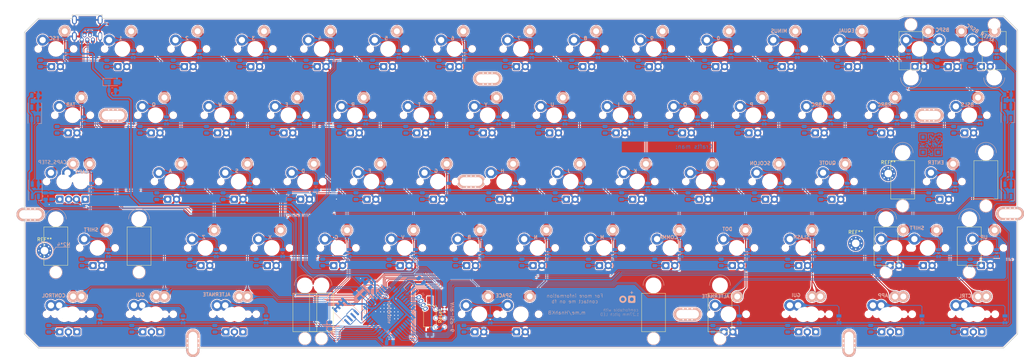
<source format=kicad_pcb>
(kicad_pcb (version 20171130) (host pcbnew "(5.1.4)-1")
  (title_block (title Hnah60_Eagle) (date 2019-04-23) (rev b) (company HnahKB))
  (layers (0 F.Cu signal) (31 B.Cu signal) (34 B.Paste user) (35 F.Paste user) (36 B.SilkS user) (37 F.SilkS user) (38 B.Mask user) (39 F.Mask user) (44 Edge.Cuts user))
  (net 0 "")
  (net 1 GND)
  (net 2 VCC)
  (net 3 "Net-(C3-Pad1)")
  (net 4 "Net-(D1-Pad2)")
  (net 5 "Net-(D2-Pad2)")
  (net 6 "Net-(D3-Pad2)")
  (net 7 "Net-(D4-Pad2)")
  (net 8 "Net-(D5-Pad2)")
  (net 9 "Net-(D6-Pad2)")
  (net 10 "Net-(D7-Pad2)")
  (net 11 "Net-(D8-Pad2)")
  (net 12 "Net-(D9-Pad2)")
  (net 13 "Net-(D10-Pad2)")
  (net 14 "Net-(D11-Pad2)")
  (net 15 "Net-(D12-Pad2)")
  (net 16 "Net-(D13-Pad2)")
  (net 17 "Net-(D14-Pad2)")
  (net 18 "Net-(D15-Pad2)")
  (net 19 "Net-(D16-Pad2)")
  (net 20 "Net-(D17-Pad2)")
  (net 21 "Net-(D18-Pad2)")
  (net 22 "Net-(D19-Pad2)")
  (net 23 "Net-(D20-Pad2)")
  (net 24 "Net-(D21-Pad2)")
  (net 25 "Net-(D22-Pad2)")
  (net 26 "Net-(D23-Pad2)")
  (net 27 "Net-(D24-Pad2)")
  (net 28 "Net-(D25-Pad2)")
  (net 29 "Net-(D26-Pad2)")
  (net 30 "Net-(D27-Pad2)")
  (net 31 "Net-(D28-Pad2)")
  (net 32 "Net-(D29-Pad2)")
  (net 33 "Net-(D30-Pad2)")
  (net 34 "Net-(D31-Pad2)")
  (net 35 "Net-(D32-Pad2)")
  (net 36 "Net-(D33-Pad2)")
  (net 37 "Net-(D34-Pad2)")
  (net 38 "Net-(D35-Pad2)")
  (net 39 "Net-(D36-Pad2)")
  (net 40 "Net-(D37-Pad2)")
  (net 41 "Net-(D38-Pad2)")
  (net 42 "Net-(D39-Pad2)")
  (net 43 "Net-(D40-Pad2)")
  (net 44 "Net-(D41-Pad2)")
  (net 45 "Net-(D42-Pad2)")
  (net 46 "Net-(D43-Pad2)")
  (net 47 "Net-(D44-Pad2)")
  (net 48 "Net-(D45-Pad2)")
  (net 49 "Net-(D46-Pad2)")
  (net 50 "Net-(D47-Pad2)")
  (net 51 "Net-(D48-Pad2)")
  (net 52 "Net-(D49-Pad2)")
  (net 53 "Net-(D50-Pad2)")
  (net 54 "Net-(D51-Pad2)")
  (net 55 "Net-(D52-Pad2)")
  (net 56 "Net-(D53-Pad2)")
  (net 57 "Net-(D54-Pad2)")
  (net 58 "Net-(D56-Pad2)")
  (net 59 "Net-(D57-Pad2)")
  (net 60 "Net-(D58-Pad2)")
  (net 61 "Net-(D60-Pad2)")
  (net 62 "Net-(D61-Pad2)")
  (net 63 "Net-(D62-Pad2)")
  (net 64 "Net-(D63-Pad2)")
  (net 65 "Net-(D64-Pad2)")
  (net 66 "Net-(D65-Pad2)")
  (net 67 "Net-(D66-Pad2)")
  (net 68 "Net-(R4-Pad1)")
  (net 69 "Net-(R5-Pad1)")
  (net 70 "Net-(U1-Pad16)")
  (net 71 "Net-(U1-Pad17)")
  (net 72 /row1-layout1)
  (net 73 /row2-layout1)
  (net 74 /row3-layout1)
  (net 75 /row4-layout1)
  (net 76 /row5-layout1)
  (net 77 /Col1-layout1)
  (net 78 /Col2-layout1)
  (net 79 /Col3-layout1)
  (net 80 /Col4-layout1)
  (net 81 /Col5-layout1)
  (net 82 /Col6-layout1)
  (net 83 /Col7-layout1)
  (net 84 /Col8-layout1)
  (net 85 /Col9-layout1)
  (net 86 /Col10-layout1)
  (net 87 /Col11-layout1)
  (net 88 /Col12-layout1)
  (net 89 /Col13-layout1)
  (net 90 /Col14-layout1)
  (net 91 "Net-(D67-Pad1)")
  (net 92 "Net-(D68-Pad1)")
  (net 93 "Net-(D72-Pad1)")
  (net 94 "Net-(D73-Pad1)")
  (net 95 "Net-(D74-Pad1)")
  (net 96 "Net-(D75-Pad1)")
  (net 97 "Net-(D77-Pad1)")
  (net 98 "Net-(D78-Pad1)")
  (net 99 "Net-(D79-Pad1)")
  (net 100 "Net-(D80-Pad1)")
  (net 101 "Net-(D82-Pad1)")
  (net 102 "Net-(D83-Pad1)")
  (net 103 "Net-(D84-Pad1)")
  (net 104 "Net-(D85-Pad1)")
  (net 105 "Net-(D87-Pad1)")
  (net 106 "Net-(D88-Pad1)")
  (net 107 "Net-(D89-Pad1)")
  (net 108 "Net-(D90-Pad1)")
  (net 109 "Net-(D92-Pad1)")
  (net 110 "Net-(D93-Pad1)")
  (net 111 "Net-(D94-Pad1)")
  (net 112 "Net-(D100-Pad1)")
  (net 113 "Net-(D101-Pad1)")
  (net 114 "Net-(D102-Pad1)")
  (net 115 "Net-(D103-Pad1)")
  (net 116 "Net-(D104-Pad1)")
  (net 117 "Net-(D105-Pad1)")
  (net 118 "Net-(D107-Pad1)")
  (net 119 "Net-(D108-Pad1)")
  (net 120 "Net-(D109-Pad1)")
  (net 121 "Net-(D110-Pad1)")
  (net 122 "Net-(D112-Pad1)")
  (net 123 "Net-(D113-Pad1)")
  (net 124 "Net-(D114-Pad1)")
  (net 125 "Net-(D115-Pad1)")
  (net 126 "Net-(D116-Pad1)")
  (net 127 "Net-(D117-Pad1)")
  (net 128 "Net-(D118-Pad1)")
  (net 129 "Net-(D119-Pad1)")
  (net 130 "Net-(D120-Pad1)")
  (net 131 "Net-(D121-Pad1)")
  (net 132 "Net-(D122-Pad1)")
  (net 133 "Net-(D123-Pad1)")
  (net 134 "Net-(D124-Pad1)")
  (net 135 "Net-(D126-Pad1)")
  (net 136 "Net-(D127-Pad1)")
  (net 137 "Net-(D128-Pad1)")
  (net 138 "Net-(D130-Pad1)")
  (net 139 "Net-(D131-Pad1)")
  (net 140 "Net-(D132-Pad1)")
  (net 141 "Net-(D133-Pad1)")
  (net 142 "Net-(D134-Pad1)")
  (net 143 "Net-(D135-Pad1)")
  (net 144 "Net-(D136-Pad1)")
  (net 145 "Net-(Q1-Pad1)")
  (net 146 "Net-(D137-Pad2)")
  (net 147 "Net-(D139-Pad1)")
  (net 148 "Net-(D95-Pad1)")
  (net 149 "Net-(D97-Pad1)")
  (net 150 "Net-(D98-Pad1)")
  (net 151 "Net-(D99-Pad1)")
  (net 152 /Reset)
  (net 153 "Net-(J2-Pad5)")
  (net 154 "Net-(J2-Pad4)")
  (net 155 "Net-(J2-Pad3)")
  (net 156 "Net-(J2-Pad2)")
  (net 157 /Backlight-layout1)
  (net 158 /RGB-layout1)
  (net 159 /caps_led)
  (net 160 "Net-(D111-Pad2)")
  (net 161 "Net-(D153-Pad2)")
  (net 162 "Net-(J3-Pad3)")
  (net 163 "Net-(J3-Pad2)")
  (net 164 "Net-(J3-Pad4)")
  (net 165 "Net-(D91-Pad1)")
  (net 166 "Net-(D106-Pad3)")
  (net 167 "Net-(D106-Pad1)")
  (module MountingHole:MountingHole_2.2mm_M2_Pad_Via (layer F.Cu) (at -3.270503 57.9503)
    (fp_text reference REF** (at 0 -3.2) (layer F.SilkS))
    (fp_text value MountingHole_2.2mm_M2_Pad_Via)
    (pad 1 thru_hole circle (at 1.166726 -1.166726) (size 0.7 0.7) (drill 0.4) (layers *.Cu *.Mask))
    (pad 1 thru_hole circle (at 0 -1.65) (size 0.7 0.7) (drill 0.4) (layers *.Cu *.Mask))
    (pad 1 thru_hole circle (at -1.166726 -1.166726) (size 0.7 0.7) (drill 0.4) (layers *.Cu *.Mask))
    (pad 1 thru_hole circle (at -1.65 0) (size 0.7 0.7) (drill 0.4) (layers *.Cu *.Mask))
    (pad 1 thru_hole circle (at -1.166726 1.166726) (size 0.7 0.7) (drill 0.4) (layers *.Cu *.Mask))
    (pad 1 thru_hole circle (at 0 1.65) (size 0.7 0.7) (drill 0.4) (layers *.Cu *.Mask))
    (pad 1 thru_hole circle (at 1.166726 1.166726) (size 0.7 0.7) (drill 0.4) (layers *.Cu *.Mask))
    (pad 1 thru_hole circle (at 1.65 0) (size 0.7 0.7) (drill 0.4) (layers *.Cu *.Mask))
    (pad 1 thru_hole circle (at 0 0) (size 4.4 4.4) (drill 2.2) (layers *.Cu *.Mask))
  )
  (module MountingHole:MountingHole_2.2mm_M2_Pad_Via (layer F.Cu) (at 229.393383 55.84908)
    (fp_text reference REF** (at 0 -3.2) (layer F.SilkS))
    (fp_text value MountingHole_2.2mm_M2_Pad_Via)
    (pad 1 thru_hole circle (at 0 0) (size 4.4 4.4) (drill 2.2) (layers *.Cu *.Mask))
    (pad 1 thru_hole circle (at 1.65 0) (size 0.7 0.7) (drill 0.4) (layers *.Cu *.Mask))
    (pad 1 thru_hole circle (at 1.166726 1.166726) (size 0.7 0.7) (drill 0.4) (layers *.Cu *.Mask))
    (pad 1 thru_hole circle (at 0 1.65) (size 0.7 0.7) (drill 0.4) (layers *.Cu *.Mask))
    (pad 1 thru_hole circle (at -1.166726 1.166726) (size 0.7 0.7) (drill 0.4) (layers *.Cu *.Mask))
    (pad 1 thru_hole circle (at -1.65 0) (size 0.7 0.7) (drill 0.4) (layers *.Cu *.Mask))
    (pad 1 thru_hole circle (at -1.166726 -1.166726) (size 0.7 0.7) (drill 0.4) (layers *.Cu *.Mask))
    (pad 1 thru_hole circle (at 0 -1.65) (size 0.7 0.7) (drill 0.4) (layers *.Cu *.Mask))
    (pad 1 thru_hole circle (at 1.166726 -1.166726) (size 0.7 0.7) (drill 0.4) (layers *.Cu *.Mask))
  )
  (module MountingHole:MountingHole_2.2mm_M2_Pad_Via (layer F.Cu) (at 238.73535 35.800665)
    (fp_text reference REF** (at 0 -3.2) (layer F.SilkS))
    (fp_text value MountingHole_2.2mm_M2_Pad_Via)
    (pad 1 thru_hole circle (at 1.166726 -1.166726) (size 0.7 0.7) (drill 0.4) (layers *.Cu *.Mask))
    (pad 1 thru_hole circle (at 0 -1.65) (size 0.7 0.7) (drill 0.4) (layers *.Cu *.Mask))
    (pad 1 thru_hole circle (at -1.166726 -1.166726) (size 0.7 0.7) (drill 0.4) (layers *.Cu *.Mask))
    (pad 1 thru_hole circle (at -1.65 0) (size 0.7 0.7) (drill 0.4) (layers *.Cu *.Mask))
    (pad 1 thru_hole circle (at -1.166726 1.166726) (size 0.7 0.7) (drill 0.4) (layers *.Cu *.Mask))
    (pad 1 thru_hole circle (at 0 1.65) (size 0.7 0.7) (drill 0.4) (layers *.Cu *.Mask))
    (pad 1 thru_hole circle (at 1.166726 1.166726) (size 0.7 0.7) (drill 0.4) (layers *.Cu *.Mask))
    (pad 1 thru_hole circle (at 1.65 0) (size 0.7 0.7) (drill 0.4) (layers *.Cu *.Mask))
    (pad 1 thru_hole circle (at 0 0) (size 4.4 4.4) (drill 2.2) (layers *.Cu *.Mask))
  )
  (module Footprint_hnah87:QR_code-m-me-HnahKB_solder_mask.8x8 (layer B.Cu) (at 250.8885 27.50566)
    (fp_text reference G*** hide)
    (fp_text value LOGO hide)
    (fp_poly (pts (xy -1.721556 -2.624667) (xy -2.652889 -2.624667) (xy -2.652889 -1.693333) (xy -1.721556 -1.693333) (xy -1.721556 -2.624667)) (layer B.Cu) (width 0.01))
    (fp_poly (pts (xy -1.100667 -3.245555) (xy -3.273778 -3.245555) (xy -3.273778 -1.382889) (xy -2.963333 -1.382889) (xy -2.963333 -2.935111) (xy -1.411111 -2.935111) (xy -1.411111 -1.382889) (xy -2.963333 -1.382889) (xy -3.273778 -1.382889) (xy -3.273778 -1.072444) (xy -1.100667 -1.072444) (xy -1.100667 -3.245555)) (layer B.Cu) (width 0.01))
    (fp_poly (pts (xy -0.479778 -2.935111) (xy 0.451555 -2.935111) (xy 0.451555 -2.624667) (xy 0.762 -2.624667) (xy 0.762 -3.245555) (xy -0.790222 -3.245555) (xy -0.790222 -1.693333) (xy -0.479778 -1.693333) (xy -0.479778 -2.935111)) (layer B.Cu) (width 0.01))
    (fp_poly (pts (xy 1.382889 -2.314222) (xy 1.382889 -2.624667) (xy 2.314222 -2.624667) (xy 2.314222 -2.935111) (xy 2.624667 -2.935111) (xy 2.624667 -2.624667) (xy 3.245555 -2.624667) (xy 3.245555 -2.935111) (xy 2.935111 -2.935111) (xy 2.935111 -3.245555) (xy 2.003778 -3.245555) (xy 2.003778 -2.935111) (xy 1.072444 -2.935111) (xy 1.072444 -2.314222) (xy 1.382889 -2.314222)) (layer B.Cu) (width 0.01))
    (fp_poly (pts (xy 2.935111 -2.314222) (xy 2.003778 -2.314222) (xy 2.003778 -2.003778) (xy 2.935111 -2.003778) (xy 2.935111 -2.314222)) (layer B.Cu) (width 0.01))
    (fp_poly (pts (xy 2.935111 -1.382889) (xy 3.245555 -1.382889) (xy 3.245555 -2.003778) (xy 2.935111 -2.003778) (xy 2.935111 -1.382889)) (layer B.Cu) (width 0.01))
    (fp_poly (pts (xy 2.624667 -1.382889) (xy 2.624667 -1.072444) (xy 2.935111 -1.072444) (xy 2.935111 -1.382889) (xy 2.624667 -1.382889)) (layer B.Cu) (width 0.01))
    (fp_poly (pts (xy 0.762 -1.693333) (xy 1.072444 -1.693333) (xy 1.072444 -2.314222) (xy 0.762 -2.314222) (xy 0.762 -2.003778) (xy 0.451555 -2.003778) (xy 0.451555 -2.314222) (xy 0.141111 -2.314222) (xy 0.141111 -2.624667) (xy -0.169333 -2.624667) (xy -0.169333 -2.003778) (xy 0.141111 -2.003778) (xy 0.141111 -1.693333) (xy 0.451555 -1.693333) (xy 0.451555 -1.072444) (xy 0.762 -1.072444) (xy 0.762 -1.693333)) (layer B.Cu) (width 0.01))
    (fp_poly (pts (xy 1.072444 -1.382889) (xy 1.072444 -1.072444) (xy 1.382889 -1.072444) (xy 1.382889 -1.382889) (xy 1.072444 -1.382889)) (layer B.Cu) (width 0.01))
    (fp_poly (pts (xy 1.693333 -1.382889) (xy 1.693333 -0.762) (xy 2.003778 -0.762) (xy 2.003778 -1.382889) (xy 2.314222 -1.382889) (xy 2.314222 -1.693333) (xy 1.693333 -1.693333) (xy 1.693333 -2.003778) (xy 1.382889 -2.003778) (xy 1.382889 -1.382889) (xy 1.693333 -1.382889)) (layer B.Cu) (width 0.01))
    (fp_poly (pts (xy -0.479778 -1.693333) (xy -0.479778 -1.382889) (xy -0.169333 -1.382889) (xy -0.169333 -1.072444) (xy 0.141111 -1.072444) (xy 0.141111 -1.693333) (xy -0.479778 -1.693333)) (layer B.Cu) (width 0.01))
    (fp_poly (pts (xy -2.963333 -0.141111) (xy -3.273778 -0.141111) (xy -3.273778 0.169333) (xy -2.963333 0.169333) (xy -2.963333 -0.141111)) (layer B.Cu) (width 0.01))
    (fp_poly (pts (xy -2.652889 -0.762) (xy -2.963333 -0.762) (xy -2.963333 -0.451555) (xy -2.652889 -0.451555) (xy -2.652889 -0.762)) (layer B.Cu) (width 0.01))
    (fp_poly (pts (xy -0.790222 -1.382889) (xy -0.790222 -0.762) (xy -1.411111 -0.762) (xy -1.411111 -0.451555) (xy -0.790222 -0.451555) (xy -0.790222 -0.141111) (xy -0.479778 -0.141111) (xy -0.479778 0.169333) (xy 0.141111 0.169333) (xy 0.141111 -0.451555) (xy -0.479778 -0.451555) (xy -0.479778 -0.762) (xy -0.169333 -0.762) (xy -0.169333 -1.072444) (xy -0.479778 -1.072444) (xy -0.479778 -1.382889) (xy -0.790222 -1.382889)) (layer B.Cu) (width 0.01))
    (fp_poly (pts (xy 2.314222 -1.072444) (xy 2.314222 -0.762) (xy 2.003778 -0.762) (xy 2.003778 -0.141111) (xy 2.314222 -0.141111) (xy 2.314222 -0.451555) (xy 2.624667 -0.451555) (xy 2.624667 -1.072444) (xy 2.314222 -1.072444)) (layer B.Cu) (width 0.01))
    (fp_poly (pts (xy 2.003778 0.790222) (xy 2.314222 0.790222) (xy 2.314222 0.479778) (xy 2.624667 0.479778) (xy 2.624667 0.790222) (xy 2.935111 0.790222) (xy 2.935111 0.479778) (xy 3.245555 0.479778) (xy 3.245555 -0.141111) (xy 2.935111 -0.141111) (xy 2.935111 0.169333) (xy 2.003778 0.169333) (xy 2.003778 0.790222)) (layer B.Cu) (width 0.01))
    (fp_poly (pts (xy 0.762 0.479778) (xy 0.762 0.790222) (xy 1.072444 0.790222) (xy 1.072444 0.169333) (xy 1.382889 0.169333) (xy 1.382889 0.790222) (xy 1.693333 0.790222) (xy 1.693333 0.169333) (xy 2.003778 0.169333) (xy 2.003778 -0.141111) (xy 1.693333 -0.141111) (xy 1.693333 -0.451555) (xy 1.382889 -0.451555) (xy 1.382889 -0.762) (xy 1.072444 -0.762) (xy 1.072444 -1.072444) (xy 0.762 -1.072444) (xy 0.762 -0.762) (xy 0.451555 -0.762) (xy 0.451555 -0.451555) (xy 0.762 -0.451555) (xy 0.762 -0.762) (xy 1.072444 -0.762) (xy 1.072444 -0.451555) (xy 0.762 -0.451555) (xy 0.451555 -0.451555) (xy 0.451555 0.169333) (xy 0.762 0.169333) (xy 0.762 -0.141111) (xy 1.072444 -0.141111) (xy 1.072444 0.169333) (xy 0.762 0.169333) (xy 0.451555 0.169333) (xy 0.451555 0.479778) (xy 0.762 0.479778)) (layer B.Cu) (width 0.01))
    (fp_poly (pts (xy 0.141111 0.479778) (xy 0.141111 0.790222) (xy 0.451555 0.790222) (xy 0.451555 0.479778) (xy 0.141111 0.479778)) (layer B.Cu) (width 0.01))
    (fp_poly (pts (xy -1.411111 -0.141111) (xy -1.411111 0.169333) (xy -1.721556 0.169333) (xy -1.721556 0.479778) (xy -1.411111 0.479778) (xy -1.411111 0.169333) (xy -1.100667 0.169333) (xy -1.100667 0.479778) (xy -1.411111 0.479778) (xy -1.411111 0.790222) (xy -0.479778 0.790222) (xy -0.479778 0.479778) (xy -0.790222 0.479778) (xy -0.790222 -0.141111) (xy -1.411111 -0.141111)) (layer B.Cu) (width 0.01))
    (fp_poly (pts (xy -2.652889 0.169333) (xy -2.963333 0.169333) (xy -2.963333 0.479778) (xy -2.652889 0.479778) (xy -2.652889 0.169333) (xy -2.342445 0.169333) (xy -2.342445 0.479778) (xy -2.652889 0.479778) (xy -2.963333 0.479778) (xy -3.273778 0.479778) (xy -3.273778 0.790222) (xy -1.721556 0.790222) (xy -1.721556 0.479778) (xy -2.032 0.479778) (xy -2.032 0.169333) (xy -2.342445 0.169333) (xy -2.342445 -0.141111) (xy -1.721556 -0.141111) (xy -1.721556 -0.451555) (xy -2.652889 -0.451555) (xy -2.652889 0.169333)) (layer B.Cu) (width 0.01))
    (fp_poly (pts (xy 2.624667 1.721556) (xy 1.693333 1.721556) (xy 1.693333 2.652889) (xy 2.624667 2.652889) (xy 2.624667 1.721556)) (layer B.Cu) (width 0.01))
    (fp_poly (pts (xy 3.245555 1.100667) (xy 1.072444 1.100667) (xy 1.072444 2.963333) (xy 1.382889 2.963333) (xy 1.382889 1.411111) (xy 2.935111 1.411111) (xy 2.935111 2.963333) (xy 1.382889 2.963333) (xy 1.072444 2.963333) (xy 1.072444 3.273778) (xy 3.245555 3.273778) (xy 3.245555 1.100667)) (layer B.Cu) (width 0.01))
    (fp_poly (pts (xy 0.762 1.100667) (xy 0.451555 1.100667) (xy 0.451555 1.411111) (xy 0.762 1.411111) (xy 0.762 1.100667)) (layer B.Cu) (width 0.01))
    (fp_poly (pts (xy -0.479778 1.100667) (xy -0.790222 1.100667) (xy -0.790222 1.721556) (xy -0.479778 1.721556) (xy -0.479778 1.100667) (xy -0.169333 1.100667) (xy -0.169333 1.411111) (xy 0.141111 1.411111) (xy 0.141111 1.721556) (xy 0.451555 1.721556) (xy 0.451555 2.342445) (xy -0.169333 2.342445) (xy -0.169333 1.721556) (xy -0.479778 1.721556) (xy -0.479778 2.032) (xy -0.790222 2.032) (xy -0.790222 2.342445) (xy -0.169333 2.342445) (xy -0.169333 2.652889) (xy -0.790222 2.652889) (xy -0.790222 2.963333) (xy -0.169333 2.963333) (xy 0.141111 2.963333) (xy 0.141111 2.652889) (xy 0.451555 2.652889) (xy 0.451555 2.963333) (xy 0.141111 2.963333) (xy -0.169333 2.963333) (xy -0.169333 3.273778) (xy 0.762 3.273778) (xy 0.762 1.721556) (xy 0.451555 1.721556) (xy 0.451555 1.411111) (xy 0.141111 1.411111) (xy 0.141111 1.100667) (xy -0.169333 1.100667) (xy -0.169333 0.790222) (xy -0.479778 0.790222) (xy -0.479778 1.100667)) (layer B.Cu) (width 0.01))
    (fp_poly (pts (xy -1.100667 1.100667) (xy -3.273778 1.100667) (xy -3.273778 2.963333) (xy -2.963333 2.963333) (xy -2.963333 1.411111) (xy -1.411111 1.411111) (xy -1.411111 2.963333) (xy -2.963333 2.963333) (xy -3.273778 2.963333) (xy -3.273778 3.273778) (xy -1.100667 3.273778) (xy -1.100667 1.100667)) (layer B.Cu) (width 0.01))
    (fp_poly (pts (xy -1.721556 1.721556) (xy -2.652889 1.721556) (xy -2.652889 2.652889) (xy -1.721556 2.652889) (xy -1.721556 1.721556)) (layer B.Cu) (width 0.01))
  )
  (module Footprint_hnah87:Duck_Eagle_Retrofit (layer F.Cu) (at 154.13228 75.59548)
    (fp_text reference G*** hide)
    (fp_text value LOGO hide)
    (fp_poly (pts (xy 8.5344 -0.4064) (xy 8.8392 -0.4064) (xy 8.8392 -0.287866) (xy 8.5344 -0.287866) (xy 8.5344 0.04005) (xy 8.53462 0.154038) (xy 8.5356 0.239246) (xy 8.53782 0.300757) (xy 8.541757 0.343656) (xy 8.547892 0.373028) (xy 8.556702 0.393956) (xy 8.568668 0.411526) (xy 8.569495 0.412583) (xy 8.617134 0.447043) (xy 8.683585 0.458013) (xy 8.762792 0.444991) (xy 8.799707 0.431705) (xy 8.840598 0.416597) (xy 8.863604 0.416856) (xy 8.881336 0.433117) (xy 8.883528 0.435938) (xy 8.894764 0.457542) (xy 8.887139 0.478472) (xy 8.856606 0.50847) (xy 8.851598 0.512808) (xy 8.802073 0.545328) (xy 8.736725 0.575528) (xy 8.669137 0.598197) (xy 8.612897 0.608123) (xy 8.603293 0.608073) (xy 8.569469 0.602722) (xy 8.522458 0.591712) (xy 8.517466 0.590369) (xy 8.468497 0.571708) (xy 8.429567 0.543024) (xy 8.399629 0.500774) (xy 8.37764 0.441415) (xy 8.362555 0.361403) (xy 8.353329 0.257194) (xy 8.348917 0.125247) (xy 8.348133 0.0161) (xy 8.348133 -0.287866) (xy 8.271933 -0.287866) (xy 8.225062 -0.289377) (xy 8.202862 -0.297883) (xy 8.19615 -0.319341) (xy 8.195733 -0.337321) (xy 8.201793 -0.374454) (xy 8.226886 -0.392699) (xy 8.246075 -0.397833) (xy 8.291311 -0.418471) (xy 8.334232 -0.453986) (xy 8.337699 -0.45795) (xy 8.366823 -0.507539) (xy 8.392417 -0.576952) (xy 8.410166 -0.652159) (xy 8.415866 -0.712033) (xy 8.422832 -0.734878) (xy 8.449596 -0.744061) (xy 8.475133 -0.745066) (xy 8.5344 -0.745066) (xy 8.5344 -0.4064)) (layer F.Cu) (width 0.01))
    (fp_poly (pts (xy 7.68671 -0.931743) (xy 7.753847 -0.902631) (xy 7.814818 -0.858318) (xy 7.819003 -0.854249) (xy 7.855326 -0.812549) (xy 7.870346 -0.775895) (xy 7.870826 -0.734682) (xy 7.853964 -0.678697) (xy 7.819327 -0.63842) (xy 7.774828 -0.6165) (xy 7.728383 -0.615587) (xy 7.687906 -0.63833) (xy 7.668575 -0.666986) (xy 7.659886 -0.706217) (xy 7.673391 -0.750378) (xy 7.677409 -0.758408) (xy 7.704249 -0.810311) (xy 7.64286 -0.830571) (xy 7.576334 -0.84202) (xy 7.498813 -0.840297) (xy 7.425143 -0.826823) (xy 7.372677 -0.804718) (xy 7.325796 -0.759596) (xy 7.295139 -0.694052) (xy 7.279049 -0.60364) (xy 7.275873 -0.544568) (xy 7.272866 -0.414866) (xy 7.598543 -0.410269) (xy 7.92422 -0.405671) (xy 7.928743 0.021531) (xy 7.933266 0.448734) (xy 8.009466 0.466998) (xy 8.057815 0.481656) (xy 8.081835 0.499977) (xy 8.090871 0.529237) (xy 8.091024 0.530498) (xy 8.096382 0.575734) (xy 7.586133 0.575734) (xy 7.586133 0.533723) (xy 7.594942 0.499865) (xy 7.627243 0.483147) (xy 7.632699 0.481914) (xy 7.664825 0.474963) (xy 7.689001 0.46649) (xy 7.706427 0.452032) (xy 7.718301 0.427122) (xy 7.725821 0.387296) (xy 7.730185 0.328088) (xy 7.732591 0.245033) (xy 7.734238 0.133665) (xy 7.734657 0.101936) (xy 7.73564 -0.032146) (xy 7.73451 -0.134215) (xy 7.731195 -0.206068) (xy 7.725622 -0.249496) (xy 7.719883 -0.264534) (xy 7.702091 -0.274881) (xy 7.66584 -0.2819) (xy 7.606538 -0.286041) (xy 7.51959 -0.287756) (xy 7.482459 -0.287867) (xy 7.264399 -0.287866) (xy 7.264399 0.05603) (xy 7.264753 0.181741) (xy 7.266513 0.27785) (xy 7.270729 0.348623) (xy 7.278452 0.398321) (xy 7.290732 0.43121) (xy 7.308619 0.451553) (xy 7.333162 0.463614) (xy 7.365412 0.471656) (xy 7.366827 0.471945) (xy 7.408502 0.485743) (xy 7.426883 0.51044) (xy 7.430624 0.529769) (xy 7.435982 0.575734) (xy 6.925733 0.575734) (xy 6.925733 0.527163) (xy 6.929186 0.495814) (xy 6.945823 0.479583) (xy 6.985057 0.470691) (xy 6.995907 0.46918) (xy 7.043219 0.458235) (xy 7.075537 0.442424) (xy 7.080314 0.437317) (xy 7.084606 0.414237) (xy 7.088405 0.362701) (xy 7.0915 0.288118) (xy 7.093682 0.195897) (xy 7.094742 0.091448) (xy 7.094807 0.0635) (xy 7.095066 -0.287866) (xy 7.018866 -0.287866) (xy 6.971989 -0.289395) (xy 6.949784 -0.297903) (xy 6.943076 -0.319277) (xy 6.942666 -0.336744) (xy 6.94579 -0.367343) (xy 6.961191 -0.383947) (xy 6.997914 -0.393712) (xy 7.018866 -0.397048) (xy 7.095066 -0.408475) (xy 7.095066 -0.489031) (xy 7.108493 -0.610655) (xy 7.146828 -0.719664) (xy 7.207156 -0.810887) (xy 7.286559 -0.879156) (xy 7.327455 -0.900886) (xy 7.413149 -0.927659) (xy 7.513258 -0.94219) (xy 7.61242 -0.943159) (xy 7.68671 -0.931743)) (layer F.Cu) (width 0.01))
    (fp_poly (pts (xy 6.344665 -0.432441) (xy 6.42737 -0.415441) (xy 6.531336 -0.368463) (xy 6.619098 -0.29494) (xy 6.685112 -0.200469) (xy 6.715543 -0.124426) (xy 6.734384 -0.020439) (xy 6.736919 0.095178) (xy 6.723956 0.209255) (xy 6.696303 0.308623) (xy 6.687758 0.328421) (xy 6.620549 0.433892) (xy 6.531632 0.515849) (xy 6.425709 0.571979) (xy 6.307482 0.599971) (xy 6.181651 0.597512) (xy 6.151324 0.592233) (xy 6.032172 0.552847) (xy 5.935579 0.488649) (xy 5.862459 0.400873) (xy 5.813726 0.290754) (xy 5.790294 0.159527) (xy 5.788211 0.101876) (xy 5.789916 0.051271) (xy 5.985933 0.051271) (xy 5.986845 0.135375) (xy 5.990638 0.195216) (xy 5.998892 0.240373) (xy 6.013189 0.280426) (xy 6.02927 0.313738) (xy 6.082758 0.394775) (xy 6.146907 0.445861) (xy 6.227321 0.470533) (xy 6.283471 0.474134) (xy 6.347238 0.470941) (xy 6.391296 0.458742) (xy 6.42942 0.433602) (xy 6.431503 0.431863) (xy 6.486477 0.366946) (xy 6.522116 0.279628) (xy 6.53939 0.16707) (xy 6.541414 0.110067) (xy 6.535321 -0.011029) (xy 6.513768 -0.10862) (xy 6.474802 -0.190259) (xy 6.457095 -0.215918) (xy 6.39108 -0.27944) (xy 6.313558 -0.314725) (xy 6.231033 -0.322216) (xy 6.150009 -0.302356) (xy 6.076993 -0.255588) (xy 6.020715 -0.186209) (xy 6.004379 -0.152932) (xy 5.993985 -0.114636) (xy 5.988306 -0.06293) (xy 5.986111 0.010575) (xy 5.985933 0.051271) (xy 5.789916 0.051271) (xy 5.79166 -0.000466) (xy 5.803417 -0.080731) (xy 5.825597 -0.150139) (xy 5.842708 -0.187162) (xy 5.908844 -0.282077) (xy 5.99771 -0.35625) (xy 6.103704 -0.407493) (xy 6.221223 -0.433619) (xy 6.344665 -0.432441)) (layer F.Cu) (width 0.01))
    (fp_poly (pts (xy 5.572768 -0.424824) (xy 5.638404 -0.391351) (xy 5.677911 -0.337172) (xy 5.692528 -0.260534) (xy 5.692637 -0.255454) (xy 5.683083 -0.17891) (xy 5.652215 -0.128211) (xy 5.600419 -0.103855) (xy 5.5733 -0.1016) (xy 5.508527 -0.111735) (xy 5.470635 -0.142273) (xy 5.459523 -0.193408) (xy 5.475084 -0.265337) (xy 5.479672 -0.277827) (xy 5.479704 -0.297022) (xy 5.455218 -0.304303) (xy 5.438 -0.3048) (xy 5.377329 -0.289076) (xy 5.319392 -0.246264) (xy 5.270935 -0.182904) (xy 5.241049 -0.113866) (xy 5.230043 -0.059721) (xy 5.221951 0.013785) (xy 5.216835 0.098939) (xy 5.214758 0.188029) (xy 5.215783 0.273341) (xy 5.219972 0.347163) (xy 5.227389 0.401782) (xy 5.236633 0.427834) (xy 5.265007 0.44672) (xy 5.313383 0.463384) (xy 5.342466 0.469475) (xy 5.39334 0.479741) (xy 5.419601 0.493108) (xy 5.430374 0.515656) (xy 5.432491 0.529471) (xy 5.437849 0.575734) (xy 4.891483 0.575734) (xy 4.896841 0.529769) (xy 4.909038 0.494182) (xy 4.941506 0.476239) (xy 4.954478 0.473205) (xy 4.984714 0.46673) (xy 5.007445 0.458274) (xy 5.023739 0.443399) (xy 5.034668 0.417665) (xy 5.041302 0.376634) (xy 5.044711 0.315867) (xy 5.045965 0.230926) (xy 5.046135 0.117371) (xy 5.046133 0.093094) (xy 5.046011 -0.023322) (xy 5.04533 -0.110542) (xy 5.043617 -0.173235) (xy 5.040398 -0.216073) (xy 5.035201 -0.243725) (xy 5.027553 -0.260861) (xy 5.01698 -0.272151) (xy 5.008498 -0.27844) (xy 4.962547 -0.299005) (xy 4.926764 -0.3048) (xy 4.895955 -0.309058) (xy 4.887431 -0.328853) (xy 4.889791 -0.353354) (xy 4.896118 -0.380464) (xy 4.910686 -0.396308) (xy 4.941968 -0.405466) (xy 4.998434 -0.412519) (xy 4.999409 -0.412621) (xy 5.078665 -0.420665) (xy 5.130544 -0.423141) (xy 5.161412 -0.417374) (xy 5.177635 -0.400688) (xy 5.185578 -0.370409) (xy 5.190536 -0.332303) (xy 5.20191 -0.241272) (xy 5.289121 -0.330932) (xy 5.363512 -0.395862) (xy 5.434131 -0.430745) (xy 5.507591 -0.437769) (xy 5.572768 -0.424824)) (layer F.Cu) (width 0.01))
    (fp_poly (pts (xy 4.402666 -0.4064) (xy 4.707466 -0.4064) (xy 4.707466 -0.287866) (xy 4.402666 -0.287866) (xy 4.402666 0.04005) (xy 4.402887 0.154038) (xy 4.403867 0.239246) (xy 4.406086 0.300757) (xy 4.410024 0.343656) (xy 4.416158 0.373028) (xy 4.424969 0.393956) (xy 4.436934 0.411526) (xy 4.437762 0.412583) (xy 4.4854 0.447043) (xy 4.551852 0.458013) (xy 4.631058 0.444991) (xy 4.667973 0.431705) (xy 4.708864 0.416597) (xy 4.73187 0.416856) (xy 4.749603 0.433117) (xy 4.751795 0.435938) (xy 4.763031 0.457542) (xy 4.755406 0.478472) (xy 4.724873 0.50847) (xy 4.719865 0.512808) (xy 4.67034 0.545328) (xy 4.604991 0.575528) (xy 4.537404 0.598197) (xy 4.481164 0.608123) (xy 4.471559 0.608073) (xy 4.437736 0.602722) (xy 4.390725 0.591712) (xy 4.385733 0.590369) (xy 4.336764 0.571708) (xy 4.297833 0.543024) (xy 4.267896 0.500774) (xy 4.245907 0.441415) (xy 4.230822 0.361403) (xy 4.221596 0.257194) (xy 4.217183 0.125247) (xy 4.216399 0.0161) (xy 4.216399 -0.287866) (xy 4.140199 -0.287866) (xy 4.093329 -0.289377) (xy 4.071128 -0.297883) (xy 4.064416 -0.319341) (xy 4.063999 -0.337321) (xy 4.07006 -0.374454) (xy 4.095153 -0.392699) (xy 4.114342 -0.397833) (xy 4.159577 -0.418471) (xy 4.202499 -0.453986) (xy 4.205966 -0.45795) (xy 4.23509 -0.507539) (xy 4.260684 -0.576952) (xy 4.278433 -0.652159) (xy 4.284133 -0.712033) (xy 4.291099 -0.734878) (xy 4.317862 -0.744061) (xy 4.343399 -0.745066) (xy 4.402666 -0.745066) (xy 4.402666 -0.4064)) (layer F.Cu) (width 0.01))
    (fp_poly (pts (xy 3.66277 -0.430317) (xy 3.687455 -0.424485) (xy 3.766091 -0.389388) (xy 3.84032 -0.332505) (xy 3.896912 -0.264475) (xy 3.905797 -0.248849) (xy 3.922354 -0.195444) (xy 3.931272 -0.121723) (xy 3.931884 -0.040513) (xy 3.923519 0.035359) (xy 3.921209 0.046567) (xy 3.908909 0.1016) (xy 3.297671 0.1016) (xy 3.308751 0.170887) (xy 3.339818 0.278456) (xy 3.392552 0.362072) (xy 3.463375 0.420361) (xy 3.548712 0.451948) (xy 3.644984 0.455458) (xy 3.748617 0.429517) (xy 3.847917 0.378113) (xy 3.881347 0.358886) (xy 3.90211 0.359169) (xy 3.923356 0.377033) (xy 3.93896 0.396193) (xy 3.938209 0.414387) (xy 3.918065 0.440996) (xy 3.894639 0.465695) (xy 3.802354 0.53742) (xy 3.692768 0.583379) (xy 3.572651 0.601627) (xy 3.455849 0.591707) (xy 3.350771 0.553716) (xy 3.259032 0.487341) (xy 3.185439 0.396972) (xy 3.140408 0.303637) (xy 3.124332 0.234314) (xy 3.115529 0.145013) (xy 3.114291 0.048896) (xy 3.119141 -0.016933) (xy 3.29823 -0.016933) (xy 3.7592 -0.016933) (xy 3.7592 -0.093677) (xy 3.747372 -0.188943) (xy 3.713542 -0.262634) (xy 3.660186 -0.31209) (xy 3.589784 -0.334653) (xy 3.535665 -0.333585) (xy 3.480498 -0.320497) (xy 3.432747 -0.300196) (xy 3.428572 -0.29761) (xy 3.385599 -0.254503) (xy 3.346559 -0.188931) (xy 3.317615 -0.112224) (xy 3.309995 -0.079646) (xy 3.29823 -0.016933) (xy 3.119141 -0.016933) (xy 3.120906 -0.040875) (xy 3.131583 -0.097579) (xy 3.176573 -0.204236) (xy 3.246589 -0.294889) (xy 3.335924 -0.36618) (xy 3.438871 -0.414752) (xy 3.549722 -0.43725) (xy 3.66277 -0.430317)) (layer F.Cu) (width 0.01))
    (fp_poly (pts (xy 2.24183 -0.787536) (xy 2.362841 -0.777591) (xy 2.468628 -0.763518) (xy 2.552425 -0.745989) (xy 2.596486 -0.731107) (xy 2.680233 -0.678516) (xy 2.743894 -0.606842) (xy 2.781473 -0.523423) (xy 2.786564 -0.498562) (xy 2.78648 -0.393958) (xy 2.754665 -0.298521) (xy 2.692552 -0.21455) (xy 2.601573 -0.144344) (xy 2.548466 -0.116393) (xy 2.502067 -0.093007) (xy 2.475802 -0.0759) (xy 2.474964 -0.068565) (xy 2.47591 -0.06851) (xy 2.525711 -0.050492) (xy 2.578605 0.000567) (xy 2.634097 0.084029) (xy 2.691691 0.199259) (xy 2.701075 0.220617) (xy 2.746694 0.320396) (xy 2.786175 0.391522) (xy 2.823062 0.437797) (xy 2.860895 0.463022) (xy 2.903218 0.470998) (xy 2.932565 0.469043) (xy 2.979601 0.467703) (xy 3.002306 0.481145) (xy 3.004531 0.485749) (xy 3.012719 0.517153) (xy 3.002135 0.53843) (xy 2.967566 0.56143) (xy 2.884542 0.592212) (xy 2.79173 0.599193) (xy 2.7432 0.592256) (xy 2.696059 0.573383) (xy 2.651832 0.537382) (xy 2.607888 0.480643) (xy 2.561597 0.399556) (xy 2.510329 0.290512) (xy 2.491448 0.246784) (xy 2.448188 0.146144) (xy 2.414096 0.072431) (xy 2.385493 0.021237) (xy 2.358706 -0.011847) (xy 2.330057 -0.03123) (xy 2.29587 -0.041322) (xy 2.25247 -0.046531) (xy 2.246479 -0.047037) (xy 2.150533 -0.054994) (xy 2.150533 0.192041) (xy 2.151002 0.295622) (xy 2.153931 0.370126) (xy 2.1616 0.420343) (xy 2.176291 0.451063) (xy 2.200285 0.467075) (xy 2.235863 0.473168) (xy 2.284886 0.474134) (xy 2.328778 0.476056) (xy 2.348469 0.486564) (xy 2.353595 0.512765) (xy 2.353733 0.524934) (xy 2.353733 0.575734) (xy 1.77575 0.575734) (xy 1.781108 0.529367) (xy 1.790872 0.49641) (xy 1.817114 0.47965) (xy 1.846308 0.473361) (xy 1.892379 0.46343) (xy 1.924827 0.452083) (xy 1.926741 0.450994) (xy 1.932792 0.438397) (xy 1.93765 0.407155) (xy 1.941409 0.354712) (xy 1.944163 0.278514) (xy 1.946006 0.176005) (xy 1.947031 0.044628) (xy 1.947333 -0.109925) (xy 1.947511 -0.261575) (xy 1.947579 -0.38287) (xy 1.946833 -0.477316) (xy 1.944574 -0.548419) (xy 1.9401 -0.599685) (xy 1.932709 -0.63462) (xy 1.921699 -0.656731) (xy 1.906369 -0.669523) (xy 1.886018 -0.676503) (xy 1.881388 -0.677333) (xy 2.150533 -0.677333) (xy 2.150533 -0.416108) (xy 2.150876 -0.315994) (xy 2.152275 -0.244693) (xy 2.155286 -0.197155) (xy 2.160463 -0.16833) (xy 2.16836 -0.153169) (xy 2.179534 -0.146621) (xy 2.180166 -0.146436) (xy 2.224316 -0.14223) (xy 2.287163 -0.145668) (xy 2.354859 -0.155023) (xy 2.413557 -0.168566) (xy 2.440598 -0.178937) (xy 2.507896 -0.230287) (xy 2.555398 -0.299824) (xy 2.581697 -0.379812) (xy 2.585383 -0.462512) (xy 2.565048 -0.540185) (xy 2.519283 -0.605094) (xy 2.518341 -0.605982) (xy 2.466148 -0.64358) (xy 2.401946 -0.666219) (xy 2.317397 -0.676277) (xy 2.267964 -0.677333) (xy 2.150533 -0.677333) (xy 1.881388 -0.677333) (xy 1.859945 -0.681176) (xy 1.832059 -0.686095) (xy 1.793951 -0.697681) (xy 1.78062 -0.717549) (xy 1.781259 -0.742393) (xy 1.786466 -0.7874) (xy 1.9812 -0.792345) (xy 2.112361 -0.792678) (xy 2.24183 -0.787536)) (layer F.Cu) (width 0.01))
    (fp_poly (pts (xy 0.902636 -0.430317) (xy 0.927322 -0.424485) (xy 1.005958 -0.389388) (xy 1.080186 -0.332505) (xy 1.136779 -0.264475) (xy 1.145663 -0.248849) (xy 1.16222 -0.195444) (xy 1.171139 -0.121723) (xy 1.17175 -0.040513) (xy 1.163385 0.035359) (xy 1.161075 0.046567) (xy 1.148775 0.1016) (xy 0.537538 0.1016) (xy 0.548617 0.170887) (xy 0.579685 0.278456) (xy 0.632419 0.362072) (xy 0.703242 0.420361) (xy 0.788578 0.451948) (xy 0.884851 0.455458) (xy 0.988483 0.429517) (xy 1.087784 0.378113) (xy 1.121214 0.358886) (xy 1.141977 0.359169) (xy 1.163223 0.377033) (xy 1.178827 0.396193) (xy 1.178076 0.414387) (xy 1.157932 0.440996) (xy 1.134506 0.465695) (xy 1.042221 0.53742) (xy 0.932634 0.583379) (xy 0.812517 0.601627) (xy 0.695715 0.591707) (xy 0.590638 0.553716) (xy 0.498898 0.487341) (xy 0.425305 0.396972) (xy 0.380275 0.303637) (xy 0.364198 0.234314) (xy 0.355396 0.145013) (xy 0.354158 0.048896) (xy 0.359008 -0.016933) (xy 0.538097 -0.016933) (xy 0.999066 -0.016933) (xy 0.999066 -0.093677) (xy 0.987239 -0.188943) (xy 0.953408 -0.262634) (xy 0.900053 -0.31209) (xy 0.829651 -0.334653) (xy 0.775532 -0.333585) (xy 0.720364 -0.320497) (xy 0.672614 -0.300196) (xy 0.668439 -0.29761) (xy 0.625466 -0.254503) (xy 0.586426 -0.188931) (xy 0.557482 -0.112224) (xy 0.549862 -0.079646) (xy 0.538097 -0.016933) (xy 0.359008 -0.016933) (xy 0.360773 -0.040875) (xy 0.37145 -0.097579) (xy 0.416439 -0.204236) (xy 0.486455 -0.294889) (xy 0.575791 -0.36618) (xy 0.678738 -0.414752) (xy 0.789589 -0.43725) (xy 0.902636 -0.430317)) (layer F.Cu) (width 0.01))
    (fp_poly (pts (xy 0.0508 -0.261966) (xy 0.051264 -0.077974) (xy 0.052633 0.079669) (xy 0.054871 0.20956) (xy 0.057942 0.310299) (xy 0.061812 0.380481) (xy 0.066443 0.418706) (xy 0.068267 0.424332) (xy 0.09942 0.451178) (xy 0.152934 0.467716) (xy 0.19639 0.477421) (xy 0.215601 0.493369) (xy 0.22012 0.524001) (xy 0.220133 0.527098) (xy 0.220133 0.575734) (xy -0.287867 0.575734) (xy -0.287867 0.526856) (xy -0.284657 0.496017) (xy -0.26894 0.47941) (xy -0.231588 0.469692) (xy -0.213167 0.466777) (xy -0.16271 0.453881) (xy -0.13213 0.435393) (xy -0.1285 0.429603) (xy -0.125366 0.40471) (xy -0.122865 0.351271) (xy -0.120976 0.274111) (xy -0.119675 0.178054) (xy -0.118941 0.067925) (xy -0.118752 -0.051452) (xy -0.119085 -0.175252) (xy -0.119919 -0.29865) (xy -0.121231 -0.416822) (xy -0.122999 -0.524944) (xy -0.125201 -0.61819) (xy -0.127815 -0.691737) (xy -0.130818 -0.740759) (xy -0.133963 -0.760145) (xy -0.15934 -0.777975) (xy -0.203204 -0.792235) (xy -0.214137 -0.794299) (xy -0.25673 -0.804099) (xy -0.275245 -0.820751) (xy -0.279396 -0.853351) (xy -0.2794 -0.85542) (xy -0.2794 -0.905933) (xy -0.1143 -0.91078) (xy 0.0508 -0.915626) (xy 0.0508 -0.261966)) (layer F.Cu) (width 0.01))
    (fp_poly (pts (xy -0.435787 -0.547748) (xy -0.387304 -0.518123) (xy -0.362066 -0.475224) (xy -0.364639 -0.424347) (xy -0.372201 -0.407022) (xy -0.405499 -0.369798) (xy -0.449016 -0.351232) (xy -0.49239 -0.352331) (xy -0.525257 -0.374103) (xy -0.533981 -0.391295) (xy -0.551004 -0.4196) (xy -0.572291 -0.415261) (xy -0.595867 -0.378917) (xy -0.599832 -0.369909) (xy -0.612921 -0.328403) (xy -0.607605 -0.294266) (xy -0.592189 -0.264076) (xy -0.554707 -0.170591) (xy -0.549149 -0.072754) (xy -0.558622 -0.017677) (xy -0.596651 0.072769) (xy -0.660831 0.145283) (xy -0.747313 0.197654) (xy -0.852249 0.227667) (xy -0.971792 0.233111) (xy -0.991959 0.231559) (xy -1.052771 0.227553) (xy -1.090339 0.230841) (xy -1.114824 0.243137) (xy -1.126296 0.254253) (xy -1.148036 0.293796) (xy -1.155036 0.339438) (xy -1.146351 0.377155) (xy -1.135364 0.388954) (xy -1.111816 0.39409) (xy -1.061127 0.39956) (xy -0.990011 0.40481) (xy -0.905182 0.409284) (xy -0.874818 0.410514) (xy -0.745081 0.417646) (xy -0.644775 0.429346) (xy -0.569576 0.447451) (xy -0.515158 0.473799) (xy -0.477197 0.510227) (xy -0.451367 0.558573) (xy -0.439514 0.595464) (xy -0.431434 0.686752) (xy -0.452738 0.777181) (xy -0.499442 0.860092) (xy -0.567564 0.928828) (xy -0.65312 0.976728) (xy -0.671328 0.983021) (xy -0.728291 0.99482) (xy -0.807336 1.003389) (xy -0.89891 1.008539) (xy -0.993463 1.010082) (xy -1.081443 1.007832) (xy -1.153298 1.001601) (xy -1.193801 0.993287) (xy -1.283297 0.956143) (xy -1.342988 0.910944) (xy -1.376742 0.85324) (xy -1.388429 0.778581) (xy -1.388501 0.77216) (xy -1.210698 0.77216) (xy -1.18733 0.827615) (xy -1.136306 0.867667) (xy -1.117402 0.875344) (xy -1.045922 0.890625) (xy -0.957931 0.8964) (xy -0.866434 0.893019) (xy -0.784438 0.880831) (xy -0.734611 0.865061) (xy -0.664965 0.821843) (xy -0.623324 0.770483) (xy -0.611194 0.715143) (xy -0.630078 0.659985) (xy -0.651164 0.63423) (xy -0.669938 0.617151) (xy -0.690309 0.605529) (xy -0.718825 0.598317) (xy -0.762035 0.594468) (xy -0.826487 0.592934) (xy -0.911006 0.592667) (xy -1.00891 0.593458) (xy -1.078869 0.597374) (xy -1.126794 0.606731) (xy -1.158598 0.623844) (xy -1.180192 0.651029) (xy -1.197488 0.6906) (xy -1.203404 0.707182) (xy -1.210698 0.77216) (xy -1.388501 0.77216) (xy -1.388534 0.769316) (xy -1.382425 0.723368) (xy -1.35973 0.682303) (xy -1.325034 0.644089) (xy -1.284598 0.606707) (xy -1.250856 0.580363) (xy -1.238169 0.573382) (xy -1.230513 0.56069) (xy -1.248335 0.533415) (xy -1.267802 0.512803) (xy -1.309096 0.456614) (xy -1.321077 0.396924) (xy -1.303641 0.329307) (xy -1.261628 0.256446) (xy -1.229829 0.208968) (xy -1.215693 0.181313) (xy -1.217311 0.165669) (xy -1.23277 0.154222) (xy -1.236173 0.152379) (xy -1.280646 0.111004) (xy -1.313152 0.046219) (xy -1.332215 -0.033183) (xy -1.336027 -0.111593) (xy -1.155071 -0.111593) (xy -1.143938 -0.015781) (xy -1.108803 0.056743) (xy -1.049949 0.105405) (xy -1.046513 0.107141) (xy -0.962381 0.132644) (xy -0.87898 0.124622) (xy -0.837835 0.108758) (xy -0.781869 0.064684) (xy -0.744845 -0.00073) (xy -0.728983 -0.079375) (xy -0.736498 -0.163141) (xy -0.751197 -0.207977) (xy -0.79372 -0.276716) (xy -0.853839 -0.318046) (xy -0.921899 -0.334373) (xy -1.011379 -0.332476) (xy -1.07948 -0.304342) (xy -1.126006 -0.250159) (xy -1.150762 -0.170111) (xy -1.155071 -0.111593) (xy -1.336027 -0.111593) (xy -1.336359 -0.118412) (xy -1.324109 -0.200676) (xy -1.304251 -0.253248) (xy -1.24755 -0.328839) (xy -1.167399 -0.385984) (xy -1.069802 -0.422951) (xy -0.960765 -0.438008) (xy -0.846292 -0.429422) (xy -0.766234 -0.408449) (xy -0.713542 -0.39209) (xy -0.685875 -0.389036) (xy -0.677364 -0.398717) (xy -0.677334 -0.399822) (xy -0.664249 -0.431735) (xy -0.631239 -0.472108) (xy -0.587669 -0.512405) (xy -0.542904 -0.544087) (xy -0.50631 -0.558615) (xy -0.502952 -0.5588) (xy -0.435787 -0.547748)) (layer F.Cu) (width 0.01))
    (fp_poly (pts (xy -1.90653 -0.422983) (xy -1.816259 -0.395991) (xy -1.749727 -0.348524) (xy -1.703942 -0.278461) (xy -1.676222 -0.185323) (xy -1.670326 -0.137027) (xy -1.665338 -0.06337) (xy -1.661659 0.027146) (xy -1.659689 0.126019) (xy -1.659467 0.170645) (xy -1.658403 0.286763) (xy -1.655132 0.370741) (xy -1.649538 0.424239) (xy -1.641504 0.448919) (xy -1.639812 0.450415) (xy -1.611268 0.458521) (xy -1.564728 0.463582) (xy -1.550912 0.464115) (xy -1.505215 0.468212) (xy -1.483411 0.481152) (xy -1.476384 0.502789) (xy -1.487006 0.537523) (xy -1.524189 0.567589) (xy -1.580634 0.589095) (xy -1.649046 0.598152) (xy -1.655372 0.598224) (xy -1.728363 0.584104) (xy -1.784823 0.54471) (xy -1.818189 0.484776) (xy -1.81951 0.479855) (xy -1.830018 0.437988) (xy -1.876187 0.487413) (xy -1.958678 0.552804) (xy -2.054979 0.591219) (xy -2.157201 0.600328) (xy -2.222151 0.589684) (xy -2.28824 0.556522) (xy -2.346494 0.500577) (xy -2.386848 0.432859) (xy -2.397116 0.398296) (xy -2.40052 0.300951) (xy -2.399502 0.297722) (xy -2.214337 0.297722) (xy -2.2107 0.364578) (xy -2.191055 0.403848) (xy -2.138833 0.452462) (xy -2.072754 0.4708) (xy -1.99508 0.458372) (xy -1.975033 0.450785) (xy -1.90971 0.41209) (xy -1.868687 0.357952) (xy -1.848816 0.282863) (xy -1.845734 0.224728) (xy -1.845734 0.115356) (xy -1.934634 0.126762) (xy -2.028493 0.141031) (xy -2.095016 0.157398) (xy -2.140729 0.178427) (xy -2.172159 0.206686) (xy -2.185109 0.225227) (xy -2.214337 0.297722) (xy -2.399502 0.297722) (xy -2.373618 0.215649) (xy -2.318508 0.144583) (xy -2.237287 0.089942) (xy -2.132052 0.053918) (xy -2.056062 0.041932) (xy -1.989912 0.034898) (xy -1.92822 0.027459) (xy -1.898972 0.023406) (xy -1.842144 0.014725) (xy -1.848498 -0.111112) (xy -1.853513 -0.179623) (xy -1.862152 -0.224541) (xy -1.87749 -0.256134) (xy -1.899586 -0.281682) (xy -1.957985 -0.318406) (xy -2.033732 -0.33576) (xy -2.115455 -0.332319) (xy -2.172299 -0.315877) (xy -2.235431 -0.289498) (xy -2.206344 -0.228504) (xy -2.188498 -0.180021) (xy -2.191028 -0.146885) (xy -2.195283 -0.138788) (xy -2.23538 -0.103455) (xy -2.29026 -0.088659) (xy -2.344118 -0.097995) (xy -2.385779 -0.13164) (xy -2.400725 -0.17841) (xy -2.390687 -0.233056) (xy -2.357399 -0.290327) (xy -2.302591 -0.344972) (xy -2.251271 -0.379463) (xy -2.199264 -0.406697) (xy -2.154269 -0.422463) (xy -2.103154 -0.429769) (xy -2.032782 -0.431623) (xy -2.023534 -0.431623) (xy -1.90653 -0.422983)) (layer F.Cu) (width 0.01))
    (fp_poly (pts (xy -2.68614 -0.630668) (xy -2.672551 -0.562265) (xy -2.663228 -0.507411) (xy -2.659385 -0.473724) (xy -2.660079 -0.466944) (xy -2.680103 -0.458014) (xy -2.709369 -0.449507) (xy -2.736659 -0.446766) (xy -2.755823 -0.460021) (xy -2.774824 -0.496299) (xy -2.782047 -0.513614) (xy -2.811501 -0.576897) (xy -2.843905 -0.620634) (xy -2.886188 -0.648637) (xy -2.945278 -0.664719) (xy -3.028105 -0.672692) (xy -3.074722 -0.674641) (xy -3.2512 -0.680416) (xy -3.2512 -0.186267) (xy -3.108227 -0.186267) (xy -3.037049 -0.187142) (xy -2.991652 -0.190963) (xy -2.963969 -0.199522) (xy -2.945933 -0.214613) (xy -2.938894 -0.223901) (xy -2.918498 -0.267224) (xy -2.912534 -0.300101) (xy -2.906267 -0.327773) (xy -2.880946 -0.337886) (xy -2.861228 -0.338666) (xy -2.809922 -0.338666) (xy -2.814661 -0.122767) (xy -2.8194 0.093134) (xy -2.863659 0.098269) (xy -2.892838 0.097822) (xy -2.908314 0.081716) (xy -2.917846 0.041245) (xy -2.918597 0.036617) (xy -2.932007 -0.009748) (xy -2.951692 -0.038012) (xy -2.956157 -0.040485) (xy -2.985239 -0.045397) (xy -3.037829 -0.049039) (xy -3.103573 -0.050748) (xy -3.117119 -0.0508) (xy -3.2512 -0.0508) (xy -3.2512 0.474134) (xy -3.094567 0.474039) (xy -2.983252 0.471265) (xy -2.899909 0.46121) (xy -2.838937 0.441042) (xy -2.794735 0.40793) (xy -2.761703 0.359041) (xy -2.734375 0.291946) (xy -2.714934 0.248812) (xy -2.688941 0.228945) (xy -2.659491 0.223239) (xy -2.606268 0.217878) (xy -2.616944 0.299439) (xy -2.625589 0.36696) (xy -2.635089 0.443286) (xy -2.638844 0.474134) (xy -2.650067 0.567267) (xy -3.13805 0.571762) (xy -3.626034 0.576257) (xy -3.62065 0.529629) (xy -3.610934 0.496522) (xy -3.584855 0.479716) (xy -3.555425 0.473361) (xy -3.509354 0.46343) (xy -3.476906 0.452083) (xy -3.474992 0.450994) (xy -3.468941 0.438397) (xy -3.464083 0.407155) (xy -3.460324 0.354712) (xy -3.45757 0.278514) (xy -3.455728 0.176005) (xy -3.454703 0.044628) (xy -3.4544 -0.109925) (xy -3.454222 -0.261575) (xy -3.454155 -0.38287) (xy -3.4549 -0.477316) (xy -3.457159 -0.548419) (xy -3.461633 -0.599685) (xy -3.469025 -0.63462) (xy -3.480035 -0.656731) (xy -3.495364 -0.669523) (xy -3.515715 -0.676503) (xy -3.541789 -0.681176) (xy -3.569675 -0.686095) (xy -3.607782 -0.697681) (xy -3.621114 -0.717549) (xy -3.620475 -0.742393) (xy -3.615267 -0.7874) (xy -2.719194 -0.7874) (xy -2.68614 -0.630668)) (layer F.Cu) (width 0.01))
    (fp_poly (pts (xy -4.199467 -0.366873) (xy -4.206789 -0.337649) (xy -4.233921 -0.315139) (xy -4.271434 -0.298421) (xy -4.308377 -0.278723) (xy -4.359979 -0.244227) (xy -4.420557 -0.199576) (xy -4.48443 -0.149411) (xy -4.545915 -0.098374) (xy -4.599329 -0.051108) (xy -4.638992 -0.012255) (xy -4.65922 0.013543) (xy -4.66053 0.019458) (xy -4.648217 0.037216) (xy -4.617196 0.075477) (xy -4.571402 0.129564) (xy -4.514774 0.194796) (xy -4.476283 0.238411) (xy -4.400187 0.322455) (xy -4.340819 0.383134) (xy -4.293802 0.423571) (xy -4.254759 0.446887) (xy -4.219312 0.456204) (xy -4.183084 0.454645) (xy -4.17505 0.453244) (xy -4.140881 0.454949) (xy -4.12538 0.479668) (xy -4.12215 0.515124) (xy -4.138952 0.540717) (xy -4.18176 0.564392) (xy -4.192524 0.568995) (xy -4.281984 0.590812) (xy -4.366707 0.58118) (xy -4.414632 0.559433) (xy -4.440486 0.537652) (xy -4.483161 0.495226) (xy -4.537837 0.437561) (xy -4.599695 0.370063) (xy -4.663915 0.298136) (xy -4.725677 0.227186) (xy -4.780163 0.16262) (xy -4.822552 0.109842) (xy -4.848025 0.074259) (xy -4.849649 0.071518) (xy -4.850619 0.055053) (xy -4.836349 0.029931) (xy -4.803886 -0.007387) (xy -4.750279 -0.060441) (xy -4.701483 -0.106166) (xy -4.640591 -0.164117) (xy -4.590006 -0.215355) (xy -4.554422 -0.25489) (xy -4.538538 -0.277734) (xy -4.538134 -0.279689) (xy -4.552803 -0.298508) (xy -4.588265 -0.313108) (xy -4.589907 -0.31348) (xy -4.626591 -0.327017) (xy -4.63732 -0.350067) (xy -4.636474 -0.361392) (xy -4.632616 -0.376468) (xy -4.622371 -0.386886) (xy -4.600139 -0.393691) (xy -4.560322 -0.39793) (xy -4.497321 -0.400647) (xy -4.415367 -0.402672) (xy -4.199467 -0.407412) (xy -4.199467 -0.366873)) (layer F.Cu) (width 0.01))
    (fp_poly (pts (xy -5.048384 -0.910756) (xy -4.885267 -0.905933) (xy -4.876801 -0.2286) (xy -4.868334 0.448734) (xy -4.8133 0.464935) (xy -4.774419 0.481887) (xy -4.759647 0.508316) (xy -4.758267 0.528435) (xy -4.758267 0.575734) (xy -5.232401 0.575734) (xy -5.232401 0.524934) (xy -5.227776 0.488559) (xy -5.208417 0.475281) (xy -5.19117 0.474134) (xy -5.142462 0.467877) (xy -5.106503 0.457619) (xy -5.063067 0.441105) (xy -5.063067 -0.159852) (xy -5.063137 -0.31847) (xy -5.063467 -0.446596) (xy -5.064235 -0.547606) (xy -5.065619 -0.624874) (xy -5.0678 -0.681775) (xy -5.070954 -0.721684) (xy -5.075262 -0.747977) (xy -5.080902 -0.764027) (xy -5.088052 -0.773211) (xy -5.095821 -0.778337) (xy -5.137118 -0.793107) (xy -5.159321 -0.796126) (xy -5.206233 -0.806555) (xy -5.225696 -0.836821) (xy -5.222932 -0.870029) (xy -5.2115 -0.915578) (xy -5.048384 -0.910756)) (layer F.Cu) (width 0.01))
    (fp_poly (pts (xy -5.616577 -0.427673) (xy -5.521085 -0.394065) (xy -5.440453 -0.335182) (xy -5.43825 -0.332934) (xy -5.3931 -0.270574) (xy -5.372246 -0.206734) (xy -5.374473 -0.147671) (xy -5.398564 -0.099644) (xy -5.443303 -0.068907) (xy -5.491103 -0.06096) (xy -5.555147 -0.072294) (xy -5.593507 -0.104453) (xy -5.604795 -0.15467) (xy -5.587627 -0.220178) (xy -5.579435 -0.237258) (xy -5.563826 -0.272118) (xy -5.566859 -0.290685) (xy -5.586788 -0.304151) (xy -5.634194 -0.317314) (xy -5.699664 -0.321151) (xy -5.768836 -0.316106) (xy -5.827347 -0.302625) (xy -5.842183 -0.296239) (xy -5.902564 -0.247068) (xy -5.948105 -0.174074) (xy -5.978205 -0.08416) (xy -5.992258 0.015766) (xy -5.989664 0.118801) (xy -5.969817 0.218038) (xy -5.932117 0.306572) (xy -5.898948 0.35372) (xy -5.825291 0.415852) (xy -5.738571 0.448436) (xy -5.643074 0.45101) (xy -5.54309 0.42311) (xy -5.492771 0.397597) (xy -5.422941 0.356677) (xy -5.391171 0.391828) (xy -5.373141 0.414375) (xy -5.372435 0.431999) (xy -5.392254 0.454721) (xy -5.418667 0.477833) (xy -5.523805 0.54771) (xy -5.640441 0.589506) (xy -5.761552 0.601296) (xy -5.836979 0.592454) (xy -5.94912 0.553587) (xy -6.041017 0.488563) (xy -6.111281 0.399357) (xy -6.158523 0.287944) (xy -6.181354 0.156299) (xy -6.183341 0.099933) (xy -6.178248 -0.013198) (xy -6.161086 -0.104359) (xy -6.129027 -0.184164) (xy -6.091062 -0.246517) (xy -6.018075 -0.32646) (xy -5.927679 -0.385402) (xy -5.826328 -0.422488) (xy -5.720476 -0.436863) (xy -5.616577 -0.427673)) (layer F.Cu) (width 0.01))
    (fp_poly (pts (xy -6.5024 0.007871) (xy -6.502277 0.140004) (xy -6.501712 0.242299) (xy -6.500411 0.318781) (xy -6.49808 0.373477) (xy -6.494426 0.410416) (xy -6.489153 0.433623) (xy -6.481969 0.447127) (xy -6.472579 0.454953) (xy -6.469647 0.456604) (xy -6.426477 0.470533) (xy -6.393447 0.474134) (xy -6.36245 0.479388) (xy -6.35109 0.50206) (xy -6.35 0.524934) (xy -6.35163 0.554222) (xy -6.36214 0.569314) (xy -6.389962 0.574916) (xy -6.441017 0.575734) (xy -6.504331 0.577725) (xy -6.562384 0.582785) (xy -6.584137 0.586154) (xy -6.621295 0.589901) (xy -6.638948 0.575548) (xy -6.647095 0.548054) (xy -6.660635 0.489331) (xy -6.672386 0.459897) (xy -6.689057 0.456259) (xy -6.717358 0.474924) (xy -6.744892 0.497137) (xy -6.791919 0.53332) (xy -6.833396 0.562202) (xy -6.849534 0.571824) (xy -6.907484 0.590247) (xy -6.983212 0.599262) (xy -7.061661 0.597765) (xy -7.106703 0.590696) (xy -7.179942 0.557511) (xy -7.242893 0.498752) (xy -7.287597 0.422629) (xy -7.297249 0.394163) (xy -7.303103 0.356292) (xy -7.308156 0.291585) (xy -7.312063 0.207069) (xy -7.314479 0.109772) (xy -7.315106 0.030229) (xy -7.315374 -0.077733) (xy -7.316437 -0.156736) (xy -7.318804 -0.211686) (xy -7.322981 -0.247488) (xy -7.329477 -0.269049) (xy -7.338798 -0.281274) (xy -7.347954 -0.287271) (xy -7.391035 -0.301157) (xy -7.424477 -0.3048) (xy -7.454856 -0.308663) (xy -7.461648 -0.327233) (xy -7.457074 -0.351366) (xy -7.448263 -0.386098) (xy -7.443575 -0.401233) (xy -7.426829 -0.403224) (xy -7.383951 -0.405784) (xy -7.322659 -0.408487) (xy -7.289323 -0.409699) (xy -7.137401 -0.414866) (xy -7.128923 -0.0254) (xy -7.125873 0.087555) (xy -7.12198 0.190291) (xy -7.117531 0.277582) (xy -7.112815 0.344201) (xy -7.108121 0.384924) (xy -7.105764 0.394171) (xy -7.073476 0.431744) (xy -7.019109 0.452048) (xy -6.951703 0.4572) (xy -6.854337 0.444922) (xy -6.776729 0.409264) (xy -6.722968 0.352386) (xy -6.710205 0.328403) (xy -6.70105 0.301001) (xy -6.694914 0.264363) (xy -6.691211 0.212671) (xy -6.689353 0.140106) (xy -6.688753 0.040852) (xy -6.68873 0.013296) (xy -6.688966 -0.091207) (xy -6.690094 -0.16691) (xy -6.692665 -0.218882) (xy -6.697231 -0.252188) (xy -6.704342 -0.271894) (xy -6.714549 -0.283067) (xy -6.721421 -0.287271) (xy -6.765441 -0.301599) (xy -6.794688 -0.3048) (xy -6.822964 -0.309577) (xy -6.830366 -0.330769) (xy -6.828084 -0.353299) (xy -6.822265 -0.379336) (xy -6.80902 -0.394911) (xy -6.780316 -0.403988) (xy -6.728117 -0.410532) (xy -6.70825 -0.412445) (xy -6.642153 -0.418049) (xy -6.583208 -0.421951) (xy -6.548967 -0.423213) (xy -6.5024 -0.423333) (xy -6.5024 0.007871)) (layer F.Cu) (width 0.01))
    (fp_poly (pts (xy -8.551334 -0.785889) (xy -8.406547 -0.784301) (xy -8.289918 -0.780357) (xy -8.195768 -0.773191) (xy -8.118421 -0.761935) (xy -8.0522 -0.745724) (xy -7.991427 -0.723689) (xy -7.930425 -0.694963) (xy -7.919796 -0.689443) (xy -7.822195 -0.623586) (xy -7.74421 -0.536711) (xy -7.683199 -0.428913) (xy -7.666566 -0.388285) (xy -7.655651 -0.346939) (xy -7.649353 -0.296397) (xy -7.646569 -0.228184) (xy -7.646161 -0.143933) (xy -7.65084 -0.014154) (xy -7.665689 0.090573) (xy -7.693318 0.178209) (xy -7.736337 0.256713) (xy -7.797353 0.334047) (xy -7.805949 0.343562) (xy -7.874364 0.410988) (xy -7.946087 0.46467) (xy -8.025803 0.505977) (xy -8.118197 0.536279) (xy -8.227952 0.556945) (xy -8.359752 0.569345) (xy -8.518283 0.574848) (xy -8.599025 0.575439) (xy -8.909183 0.575734) (xy -8.903825 0.529367) (xy -8.894062 0.49641) (xy -8.86782 0.47965) (xy -8.838625 0.473361) (xy -8.792554 0.46343) (xy -8.768005 0.454845) (xy -8.534401 0.454845) (xy -8.4963 0.463154) (xy -8.431962 0.46893) (xy -8.348592 0.465306) (xy -8.259187 0.453889) (xy -8.176744 0.436282) (xy -8.119534 0.416608) (xy -8.020717 0.356446) (xy -7.944853 0.275909) (xy -7.89072 0.17284) (xy -7.857094 0.045085) (xy -7.844625 -0.067733) (xy -7.846764 -0.225618) (xy -7.873657 -0.360533) (xy -7.925416 -0.472746) (xy -8.002155 -0.562521) (xy -8.079017 -0.616909) (xy -8.123475 -0.640435) (xy -8.163486 -0.655959) (xy -8.208637 -0.665512) (xy -8.268513 -0.671123) (xy -8.352367 -0.674813) (xy -8.534401 -0.68108) (xy -8.534401 0.454845) (xy -8.768005 0.454845) (xy -8.760106 0.452083) (xy -8.758192 0.450994) (xy -8.752141 0.438397) (xy -8.747283 0.407155) (xy -8.743524 0.354712) (xy -8.74077 0.278514) (xy -8.738928 0.176005) (xy -8.737903 0.044628) (xy -8.7376 -0.109925) (xy -8.737422 -0.261575) (xy -8.737355 -0.38287) (xy -8.7381 -0.477316) (xy -8.740359 -0.548419) (xy -8.744833 -0.599685) (xy -8.752225 -0.63462) (xy -8.763235 -0.656731) (xy -8.778564 -0.669523) (xy -8.798915 -0.676503) (xy -8.824989 -0.681176) (xy -8.852875 -0.686095) (xy -8.890982 -0.697681) (xy -8.904314 -0.717549) (xy -8.903675 -0.742393) (xy -8.898467 -0.7874) (xy -8.551334 -0.785889)) (layer F.Cu) (width 0.01))
  )
  (module Footprint_hnah87:Conn_1x04_P1.27mm (layer F.Cu) (at 104.06126 71.33082 30)
    (fp_text reference REF** hide)
    (fp_text value Conn_1x04_P1.27mm)
    (pad 1 thru_hole oval (at 0 0 30) (size 1.5 1) (drill oval 0.8 0.65) (layers *.Cu *.Mask) (net 153 "Net-(J2-Pad5)"))
    (pad 2 thru_hole oval (at 0 1.270001 30) (size 1.5 1) (drill oval 0.8 0.65) (layers *.Cu *.Mask) (net 154 "Net-(J2-Pad4)"))
    (pad 3 thru_hole oval (at 0 2.54 30) (size 1.5 1) (drill oval 0.8 0.65) (layers *.Cu *.Mask) (net 155 "Net-(J2-Pad3)"))
    (pad 4 thru_hole oval (at 0 3.81 30) (size 1.5 1) (drill oval 0.8 0.65) (layers *.Cu *.Mask) (net 156 "Net-(J2-Pad2)"))
  )
  (module Footprint_hnah87:Cherry_Stab_PCBMounted (layer F.Cu) (at 261.96835 57.1503 180)
    (fp_text reference H24 hide)
    (fp_text value Stablilizer hide)
    (pad "" np_thru_hole circle (at 0 -6.985 180) (size 3.048 3.048) (drill 3.048) (layers *.Cu *.Mask))
    (pad "" np_thru_hole circle (at 0 8.255 180) (size 3.9878 3.9878) (drill 3.9878) (layers *.Cu *.Mask))
  )
  (module Footprint_hnah87:Cherry_Stab_PCBMounted (layer F.Cu) (at 238.09235 57.1503 180)
    (fp_text reference H19 hide)
    (fp_text value Stablilizer hide)
    (pad "" np_thru_hole circle (at 0 -6.985 180) (size 3.048 3.048) (drill 3.048) (layers *.Cu *.Mask))
    (pad "" np_thru_hole circle (at 0 8.255 180) (size 3.9878 3.9878) (drill 3.9878) (layers *.Cu *.Mask))
  )
  (module Footprint_hnah87:Cherry_Stab_PCBMounted (layer F.Cu) (at 71.404159 76.2003 180)
    (fp_text reference H17 hide)
    (fp_text value Stablilizer hide)
    (pad "" np_thru_hole circle (at 0 -6.985 180) (size 3.048 3.048) (drill 3.048) (layers *.Cu *.Mask))
    (pad "" np_thru_hole circle (at 0 8.255 180) (size 3.9878 3.9878) (drill 3.9878) (layers *.Cu *.Mask))
  )
  (module Footprint_hnah87:Cherry_Stab_PCBMounted (layer F.Cu) (at 171.404159 76.2003 180)
    (fp_text reference H16 hide)
    (fp_text value Stablilizer hide)
    (pad "" np_thru_hole circle (at 0 -6.985 180) (size 3.048 3.048) (drill 3.048) (layers *.Cu *.Mask))
    (pad "" np_thru_hole circle (at 0 8.255 180) (size 3.9878 3.9878) (drill 3.9878) (layers *.Cu *.Mask))
  )
  (module Footprint_hnah87:Cherry_Stab_PCBMounted (layer F.Cu) (at 23.844249 57.1503 180)
    (fp_text reference H15 hide)
    (fp_text value Stablilizer hide)
    (pad "" np_thru_hole circle (at 0 -6.985 180) (size 3.048 3.048) (drill 3.048) (layers *.Cu *.Mask))
    (pad "" np_thru_hole circle (at 0 8.255 180) (size 3.9878 3.9878) (drill 3.9878) (layers *.Cu *.Mask))
  )
  (module Footprint_hnah87:Cherry_Stab_PCBMounted (layer F.Cu) (at 266.73135 38.1003 180)
    (fp_text reference H14 hide)
    (fp_text value Stablilizer hide)
    (pad "" np_thru_hole circle (at 0 -6.985 180) (size 3.048 3.048) (drill 3.048) (layers *.Cu *.Mask))
    (pad "" np_thru_hole circle (at 0 8.255 180) (size 3.9878 3.9878) (drill 3.9878) (layers *.Cu *.Mask))
  )
  (module Footprint_hnah87:Cherry_Stab_PCBMounted (layer F.Cu) (at 190.461159 76.2003 180)
    (fp_text reference H13 hide)
    (fp_text value Stablilizer hide)
    (pad "" np_thru_hole circle (at 0 -6.985 180) (size 3.048 3.048) (drill 3.048) (layers *.Cu *.Mask))
    (pad "" np_thru_hole circle (at 0 8.255 180) (size 3.9878 3.9878) (drill 3.9878) (layers *.Cu *.Mask))
  )
  (module Footprint_hnah87:Cherry_Stab_PCBMounted (layer F.Cu) (at -0.03175 57.1503 180)
    (fp_text reference H11 hide)
    (fp_text value Stablilizer hide)
    (pad "" np_thru_hole circle (at 0 -6.985 180) (size 3.048 3.048) (drill 3.048) (layers *.Cu *.Mask))
    (pad "" np_thru_hole circle (at 0 8.255 180) (size 3.9878 3.9878) (drill 3.9878) (layers *.Cu *.Mask))
  )
  (module Footprint_hnah87:Cherry_Stab_PCBMounted (layer F.Cu) (at 242.85535 38.1003 180)
    (fp_text reference H8 hide)
    (fp_text value Stablilizer hide)
    (pad "" np_thru_hole circle (at 0 -6.985 180) (size 3.048 3.048) (drill 3.048) (layers *.Cu *.Mask))
    (pad "" np_thru_hole circle (at 0 8.255 180) (size 3.9878 3.9878) (drill 3.9878) (layers *.Cu *.Mask))
  )
  (module Footprint_hnah87:Cherry_Stab_PCBMounted (layer F.Cu) (at 76.161359 76.2003 180)
    (fp_text reference H6 hide)
    (fp_text value Stablilizer hide)
    (pad "" np_thru_hole circle (at 0 -6.985 180) (size 3.048 3.048) (drill 3.048) (layers *.Cu *.Mask))
    (pad "" np_thru_hole circle (at 0 8.255 180) (size 3.9878 3.9878) (drill 3.9878) (layers *.Cu *.Mask))
  )
  (module Footprint_hnah87:Cherry_Stab_PCBMounted (layer F.Cu) (at 245.23735 0.0003)
    (fp_text reference H4 hide)
    (fp_text value Stablilizer hide)
    (pad "" np_thru_hole circle (at 0 -6.985) (size 3.048 3.048) (drill 3.048) (layers *.Cu *.Mask))
    (pad "" np_thru_hole circle (at 0 8.255) (size 3.9878 3.9878) (drill 3.9878) (layers *.Cu *.Mask))
  )
  (module Footprint_hnah87:Cherry_Stab_PCBMounted (layer F.Cu) (at 269.11335 0.0003)
    (fp_text reference H2 hide)
    (fp_text value Stablilizer hide)
    (pad "" np_thru_hole circle (at 0 -6.985) (size 3.048 3.048) (drill 3.048) (layers *.Cu *.Mask))
    (pad "" np_thru_hole circle (at 0 8.255) (size 3.9878 3.9878) (drill 3.9878) (layers *.Cu *.Mask))
  )
  (module Footprint_hnah87:Screw_M2_hole_long_oval (layer F.Cu) (at 181.18 76.2008)
    (fp_text reference H23 hide)
    (fp_text value Screw hide)
    (pad "" smd oval (at 0 0) (size 8 3.8) (layers B.Cu B.SilkS F.Mask))
    (pad "" smd oval (at 0 0) (size 8 3.8) (layers *.Mask F.Cu))
    (pad "" np_thru_hole oval (at 0 0) (size 6.5 2.5) (drill oval 6.5 2.5) (layers *.Cu *.Mask))
    (pad 1 thru_hole circle (at 0 -1.5875 90) (size 0.4 0.4) (drill 0.4) (layers *.Cu *.Mask))
    (pad 1 thru_hole circle (at 1.27 -1.5875 90) (size 0.4 0.4) (drill 0.4) (layers *.Cu *.Mask))
    (pad 1 thru_hole circle (at -1.27 -1.5875 90) (size 0.4 0.4) (drill 0.4) (layers *.Cu *.Mask))
    (pad 1 thru_hole circle (at 0 1.5875 90) (size 0.4 0.4) (drill 0.4) (layers *.Cu *.Mask))
    (pad 1 thru_hole circle (at 1.27 1.5875 90) (size 0.4 0.4) (drill 0.4) (layers *.Cu *.Mask))
    (pad 1 thru_hole circle (at -1.27 1.5875 90) (size 0.4 0.4) (drill 0.4) (layers *.Cu *.Mask))
  )
  (module Footprint_hnah87:Screw_M2_hole_long_oval (layer F.Cu) (at 227.48116 84.5 90)
    (fp_text reference H21 hide)
    (fp_text value Screw hide)
    (pad "" smd oval (at 0 0 90) (size 8 3.8) (layers B.Cu B.SilkS F.Mask))
    (pad "" smd oval (at 0 0 90) (size 8 3.8) (layers *.Mask F.Cu))
    (pad "" np_thru_hole oval (at 0 0 90) (size 6.5 2.5) (drill oval 6.5 2.5) (layers *.Cu *.Mask))
    (pad 1 thru_hole circle (at 0 -1.5875 180) (size 0.4 0.4) (drill 0.4) (layers *.Cu *.Mask))
    (pad 1 thru_hole circle (at 1.27 -1.5875 180) (size 0.4 0.4) (drill 0.4) (layers *.Cu *.Mask))
    (pad 1 thru_hole circle (at -1.27 -1.5875 180) (size 0.4 0.4) (drill 0.4) (layers *.Cu *.Mask))
    (pad 1 thru_hole circle (at 0 1.5875 180) (size 0.4 0.4) (drill 0.4) (layers *.Cu *.Mask))
    (pad 1 thru_hole circle (at 1.27 1.5875 180) (size 0.4 0.4) (drill 0.4) (layers *.Cu *.Mask))
    (pad 1 thru_hole circle (at -1.27 1.5875 180) (size 0.4 0.4) (drill 0.4) (layers *.Cu *.Mask))
  )
  (module Footprint_hnah87:Screw_M2_hole_long_oval (layer F.Cu) (at 273.675565 47.301665)
    (fp_text reference H20 hide)
    (fp_text value Screw hide)
    (pad "" smd oval (at 0 0) (size 8 3.8) (layers B.Cu B.SilkS F.Mask))
    (pad "" smd oval (at 0 0) (size 8 3.8) (layers *.Mask F.Cu))
    (pad "" np_thru_hole oval (at 0 0) (size 6.5 2.5) (drill oval 6.5 2.5) (layers *.Cu *.Mask))
    (pad 1 thru_hole circle (at 0 -1.5875 90) (size 0.4 0.4) (drill 0.4) (layers *.Cu *.Mask))
    (pad 1 thru_hole circle (at 1.27 -1.5875 90) (size 0.4 0.4) (drill 0.4) (layers *.Cu *.Mask))
    (pad 1 thru_hole circle (at -1.27 -1.5875 90) (size 0.4 0.4) (drill 0.4) (layers *.Cu *.Mask))
    (pad 1 thru_hole circle (at 0 1.5875 90) (size 0.4 0.4) (drill 0.4) (layers *.Cu *.Mask))
    (pad 1 thru_hole circle (at 1.27 1.5875 90) (size 0.4 0.4) (drill 0.4) (layers *.Cu *.Mask))
    (pad 1 thru_hole circle (at -1.27 1.5875 90) (size 0.4 0.4) (drill 0.4) (layers *.Cu *.Mask))
  )
  (module Footprint_hnah87:Screw_M2_hole_long_oval (layer F.Cu) (at 16.4 19.05)
    (fp_text reference H12 hide)
    (fp_text value Screw hide)
    (pad "" smd oval (at 0 0) (size 8 3.8) (layers B.Cu B.SilkS F.Mask))
    (pad "" smd oval (at 0 0) (size 8 3.8) (layers *.Mask F.Cu))
    (pad "" np_thru_hole oval (at 0 0) (size 6.5 2.5) (drill oval 6.5 2.5) (layers *.Cu *.Mask))
    (pad 1 thru_hole circle (at 0 -1.5875 90) (size 0.4 0.4) (drill 0.4) (layers *.Cu *.Mask))
    (pad 1 thru_hole circle (at 1.27 -1.5875 90) (size 0.4 0.4) (drill 0.4) (layers *.Cu *.Mask))
    (pad 1 thru_hole circle (at -1.27 -1.5875 90) (size 0.4 0.4) (drill 0.4) (layers *.Cu *.Mask))
    (pad 1 thru_hole circle (at 0 1.5875 90) (size 0.4 0.4) (drill 0.4) (layers *.Cu *.Mask))
    (pad 1 thru_hole circle (at 1.27 1.5875 90) (size 0.4 0.4) (drill 0.4) (layers *.Cu *.Mask))
    (pad 1 thru_hole circle (at -1.27 1.5875 90) (size 0.4 0.4) (drill 0.4) (layers *.Cu *.Mask))
  )
  (module Footprint_hnah87:Screw_M2_hole_long_oval (layer F.Cu) (at 119.0622 38.1)
    (fp_text reference H10 hide)
    (fp_text value Screw hide)
    (pad "" smd oval (at 0 0) (size 8 3.8) (layers B.Cu B.SilkS F.Mask))
    (pad "" smd oval (at 0 0) (size 8 3.8) (layers *.Mask F.Cu))
    (pad "" np_thru_hole oval (at 0 0) (size 6.5 2.5) (drill oval 6.5 2.5) (layers *.Cu *.Mask))
    (pad 1 thru_hole circle (at 0 -1.5875 90) (size 0.4 0.4) (drill 0.4) (layers *.Cu *.Mask))
    (pad 1 thru_hole circle (at 1.27 -1.5875 90) (size 0.4 0.4) (drill 0.4) (layers *.Cu *.Mask))
    (pad 1 thru_hole circle (at -1.27 -1.5875 90) (size 0.4 0.4) (drill 0.4) (layers *.Cu *.Mask))
    (pad 1 thru_hole circle (at 0 1.5875 90) (size 0.4 0.4) (drill 0.4) (layers *.Cu *.Mask))
    (pad 1 thru_hole circle (at 1.27 1.5875 90) (size 0.4 0.4) (drill 0.4) (layers *.Cu *.Mask))
    (pad 1 thru_hole circle (at -1.27 1.5875 90) (size 0.4 0.4) (drill 0.4) (layers *.Cu *.Mask))
  )
  (module Footprint_hnah87:Screw_M2_hole_long_oval (layer F.Cu) (at 250.5 19.05)
    (fp_text reference H9 hide)
    (fp_text value Screw hide)
    (pad "" smd oval (at 0 0) (size 8 3.8) (layers B.Cu B.SilkS F.Mask))
    (pad "" smd oval (at 0 0) (size 8 3.8) (layers *.Mask F.Cu))
    (pad "" np_thru_hole oval (at 0 0) (size 6.5 2.5) (drill oval 6.5 2.5) (layers *.Cu *.Mask))
    (pad 1 thru_hole circle (at 0 -1.5875 90) (size 0.4 0.4) (drill 0.4) (layers *.Cu *.Mask))
    (pad 1 thru_hole circle (at 1.27 -1.5875 90) (size 0.4 0.4) (drill 0.4) (layers *.Cu *.Mask))
    (pad 1 thru_hole circle (at -1.27 -1.5875 90) (size 0.4 0.4) (drill 0.4) (layers *.Cu *.Mask))
    (pad 1 thru_hole circle (at 0 1.5875 90) (size 0.4 0.4) (drill 0.4) (layers *.Cu *.Mask))
    (pad 1 thru_hole circle (at 1.27 1.5875 90) (size 0.4 0.4) (drill 0.4) (layers *.Cu *.Mask))
    (pad 1 thru_hole circle (at -1.27 1.5875 90) (size 0.4 0.4) (drill 0.4) (layers *.Cu *.Mask))
  )
  (module Footprint_hnah87:Screw_M2_hole_long_oval (layer F.Cu) (at 123.82365 8.525)
    (fp_text reference H7 hide)
    (fp_text value Screw hide)
    (pad "" smd oval (at 0 0) (size 8 3.8) (layers B.Cu B.SilkS F.Mask))
    (pad "" smd oval (at 0 0) (size 8 3.8) (layers *.Mask F.Cu))
    (pad "" np_thru_hole oval (at 0 0) (size 6.5 2.5) (drill oval 6.5 2.5) (layers *.Cu *.Mask))
    (pad 1 thru_hole circle (at 0 -1.5875 90) (size 0.4 0.4) (drill 0.4) (layers *.Cu *.Mask))
    (pad 1 thru_hole circle (at 1.27 -1.5875 90) (size 0.4 0.4) (drill 0.4) (layers *.Cu *.Mask))
    (pad 1 thru_hole circle (at -1.27 -1.5875 90) (size 0.4 0.4) (drill 0.4) (layers *.Cu *.Mask))
    (pad 1 thru_hole circle (at 0 1.5875 90) (size 0.4 0.4) (drill 0.4) (layers *.Cu *.Mask))
    (pad 1 thru_hole circle (at 1.27 1.5875 90) (size 0.4 0.4) (drill 0.4) (layers *.Cu *.Mask))
    (pad 1 thru_hole circle (at -1.27 1.5875 90) (size 0.4 0.4) (drill 0.4) (layers *.Cu *.Mask))
  )
  (module Footprint_hnah87:Screw_M2_hole_long_oval (layer F.Cu) (at 39.294733 84.5 90)
    (fp_text reference H5 hide)
    (fp_text value Screw hide)
    (pad "" smd oval (at 0 0 90) (size 8 3.8) (layers B.Cu B.SilkS F.Mask))
    (pad "" smd oval (at 0 0 90) (size 8 3.8) (layers *.Mask F.Cu))
    (pad "" np_thru_hole oval (at 0 0 90) (size 6.5 2.5) (drill oval 6.5 2.5) (layers *.Cu *.Mask))
    (pad 1 thru_hole circle (at 0 -1.5875 180) (size 0.4 0.4) (drill 0.4) (layers *.Cu *.Mask))
    (pad 1 thru_hole circle (at 1.27 -1.5875 180) (size 0.4 0.4) (drill 0.4) (layers *.Cu *.Mask))
    (pad 1 thru_hole circle (at -1.27 -1.5875 180) (size 0.4 0.4) (drill 0.4) (layers *.Cu *.Mask))
    (pad 1 thru_hole circle (at 0 1.5875 180) (size 0.4 0.4) (drill 0.4) (layers *.Cu *.Mask))
    (pad 1 thru_hole circle (at 1.27 1.5875 180) (size 0.4 0.4) (drill 0.4) (layers *.Cu *.Mask))
    (pad 1 thru_hole circle (at -1.27 1.5875 180) (size 0.4 0.4) (drill 0.4) (layers *.Cu *.Mask))
  )
  (module Footprint_hnah87:Screw_M2_hole_long_oval (layer F.Cu) (at -7.3 47.547765)
    (fp_text reference H3 hide)
    (fp_text value Screw hide)
    (pad "" smd oval (at 0 0) (size 8 3.8) (layers B.Cu B.SilkS F.Mask))
    (pad "" smd oval (at 0 0) (size 8 3.8) (layers *.Mask F.Cu))
    (pad "" np_thru_hole oval (at 0 0) (size 6.5 2.5) (drill oval 6.5 2.5) (layers *.Cu *.Mask))
    (pad 1 thru_hole circle (at 0 -1.5875 90) (size 0.4 0.4) (drill 0.4) (layers *.Cu *.Mask))
    (pad 1 thru_hole circle (at 1.27 -1.5875 90) (size 0.4 0.4) (drill 0.4) (layers *.Cu *.Mask))
    (pad 1 thru_hole circle (at -1.27 -1.5875 90) (size 0.4 0.4) (drill 0.4) (layers *.Cu *.Mask))
    (pad 1 thru_hole circle (at 0 1.5875 90) (size 0.4 0.4) (drill 0.4) (layers *.Cu *.Mask))
    (pad 1 thru_hole circle (at 1.27 1.5875 90) (size 0.4 0.4) (drill 0.4) (layers *.Cu *.Mask))
    (pad 1 thru_hole circle (at -1.27 1.5875 90) (size 0.4 0.4) (drill 0.4) (layers *.Cu *.Mask))
  )
  (module Footprint_hnah87:R_0805_2012Metric (layer B.Cu) (at 262.26 4.18 270)
    (fp_text reference R76 hide)
    (fp_text value 330)
    (pad 2 smd roundrect (at 0.9375 0 270) (size 0.975 1.4) (layers B.Cu B.Paste B.Mask) (net 144 "Net-(D136-Pad1)"))
    (pad 1 smd roundrect (at -0.9375 0 270) (size 0.975 1.4) (layers B.Cu B.Paste B.Mask) (net 145 "Net-(Q1-Pad1)"))
  )
  (module Footprint_hnah87:R_0805_2012Metric (layer B.Cu) (at 262.26 61.33 270)
    (fp_text reference R75 hide)
    (fp_text value 330)
    (pad 2 smd roundrect (at 0.9375 0 270) (size 0.975 1.4) (layers B.Cu B.Paste B.Mask) (net 143 "Net-(D135-Pad1)"))
    (pad 1 smd roundrect (at -0.9375 0 270) (size 0.975 1.4) (layers B.Cu B.Paste B.Mask) (net 145 "Net-(Q1-Pad1)"))
  )
  (module Footprint_hnah87:R_0805_2012Metric (layer B.Cu) (at 250.35375 42.28 270)
    (fp_text reference R74 hide)
    (fp_text value 330)
    (pad 2 smd roundrect (at 0.9375 0 270) (size 0.975 1.4) (layers B.Cu B.Paste B.Mask) (net 142 "Net-(D134-Pad1)"))
    (pad 1 smd roundrect (at -0.9375 0 270) (size 0.975 1.4) (layers B.Cu B.Paste B.Mask) (net 145 "Net-(Q1-Pad1)"))
  )
  (module Footprint_hnah87:R_0805_2012Metric (layer B.Cu) (at 257.4975 23.23 270)
    (fp_text reference R73 hide)
    (fp_text value 330)
    (pad 2 smd roundrect (at 0.9375 0 270) (size 0.975 1.4) (layers B.Cu B.Paste B.Mask) (net 141 "Net-(D133-Pad1)"))
    (pad 1 smd roundrect (at -0.9375 0 270) (size 0.975 1.4) (layers B.Cu B.Paste B.Mask) (net 145 "Net-(Q1-Pad1)"))
  )
  (module Footprint_hnah87:R_0805_2012Metric (layer B.Cu) (at 252.735 4.18 270)
    (fp_text reference R72 hide)
    (fp_text value 330)
    (pad 2 smd roundrect (at 0.9375 0 270) (size 0.975 1.4) (layers B.Cu B.Paste B.Mask) (net 140 "Net-(D132-Pad1)"))
    (pad 1 smd roundrect (at -0.9375 0 270) (size 0.975 1.4) (layers B.Cu B.Paste B.Mask) (net 145 "Net-(Q1-Pad1)"))
  )
  (module Footprint_hnah87:R_0805_2012Metric (layer B.Cu) (at 257.4975 80.38 270)
    (fp_text reference R71 hide)
    (fp_text value 330)
    (pad 2 smd roundrect (at 0.9375 0 270) (size 0.975 1.4) (layers B.Cu B.Paste B.Mask) (net 139 "Net-(D131-Pad1)"))
    (pad 1 smd roundrect (at -0.9375 0 270) (size 0.975 1.4) (layers B.Cu B.Paste B.Mask) (net 145 "Net-(Q1-Pad1)"))
  )
  (module Footprint_hnah87:R_0805_2012Metric (layer B.Cu) (at 236.06625 61.33 270)
    (fp_text reference R70 hide)
    (fp_text value 330)
    (pad 2 smd roundrect (at 0.9375 0 270) (size 0.975 1.4) (layers B.Cu B.Paste B.Mask) (net 138 "Net-(D130-Pad1)"))
    (pad 1 smd roundrect (at -0.9375 0 270) (size 0.975 1.4) (layers B.Cu B.Paste B.Mask) (net 145 "Net-(Q1-Pad1)"))
  )
  (module Footprint_hnah87:R_0805_2012Metric (layer B.Cu) (at 233.685 23.23 270)
    (fp_text reference R68 hide)
    (fp_text value 330)
    (pad 2 smd roundrect (at 0.9375 0 270) (size 0.975 1.4) (layers B.Cu B.Paste B.Mask) (net 137 "Net-(D128-Pad1)"))
    (pad 1 smd roundrect (at -0.9375 0 270) (size 0.975 1.4) (layers B.Cu B.Paste B.Mask) (net 145 "Net-(Q1-Pad1)"))
  )
  (module Footprint_hnah87:R_0805_2012Metric (layer B.Cu) (at 224.16 4.18 270)
    (fp_text reference R67 hide)
    (fp_text value 330)
    (pad 2 smd roundrect (at 0.9375 0 270) (size 0.975 1.4) (layers B.Cu B.Paste B.Mask) (net 136 "Net-(D127-Pad1)"))
    (pad 1 smd roundrect (at -0.9375 0 270) (size 0.975 1.4) (layers B.Cu B.Paste B.Mask) (net 145 "Net-(Q1-Pad1)"))
  )
  (module Footprint_hnah87:R_0805_2012Metric (layer B.Cu) (at 233.685 80.38 270)
    (fp_text reference R66 hide)
    (fp_text value 330)
    (pad 2 smd roundrect (at 0.9375 0 270) (size 0.975 1.4) (layers B.Cu B.Paste B.Mask) (net 135 "Net-(D126-Pad1)"))
    (pad 1 smd roundrect (at -0.9375 0 270) (size 0.975 1.4) (layers B.Cu B.Paste B.Mask) (net 145 "Net-(Q1-Pad1)"))
  )
  (module Footprint_hnah87:R_0805_2012Metric (layer B.Cu) (at 219.3975 42.28 270)
    (fp_text reference R64 hide)
    (fp_text value 330)
    (pad 2 smd roundrect (at 0.9375 0 270) (size 0.975 1.4) (layers B.Cu B.Paste B.Mask) (net 134 "Net-(D124-Pad1)"))
    (pad 1 smd roundrect (at -0.9375 0 270) (size 0.975 1.4) (layers B.Cu B.Paste B.Mask) (net 145 "Net-(Q1-Pad1)"))
  )
  (module Footprint_hnah87:R_0805_2012Metric (layer B.Cu) (at 214.635 23.23 270)
    (fp_text reference R63 hide)
    (fp_text value 330)
    (pad 2 smd roundrect (at 0.9375 0 270) (size 0.975 1.4) (layers B.Cu B.Paste B.Mask) (net 133 "Net-(D123-Pad1)"))
    (pad 1 smd roundrect (at -0.9375 0 270) (size 0.975 1.4) (layers B.Cu B.Paste B.Mask) (net 145 "Net-(Q1-Pad1)"))
  )
  (module Footprint_hnah87:R_0805_2012Metric (layer B.Cu) (at 205.11 4.18 270)
    (fp_text reference R62 hide)
    (fp_text value 330)
    (pad 2 smd roundrect (at 0.9375 0 270) (size 0.975 1.4) (layers B.Cu B.Paste B.Mask) (net 132 "Net-(D122-Pad1)"))
    (pad 1 smd roundrect (at -0.9375 0 270) (size 0.975 1.4) (layers B.Cu B.Paste B.Mask) (net 145 "Net-(Q1-Pad1)"))
  )
  (module Footprint_hnah87:R_0805_2012Metric (layer B.Cu) (at 209.8725 80.38 270)
    (fp_text reference R61 hide)
    (fp_text value 330)
    (pad 2 smd roundrect (at 0.9375 0 270) (size 0.975 1.4) (layers B.Cu B.Paste B.Mask) (net 131 "Net-(D121-Pad1)"))
    (pad 1 smd roundrect (at -0.9375 0 270) (size 0.975 1.4) (layers B.Cu B.Paste B.Mask) (net 145 "Net-(Q1-Pad1)"))
  )
  (module Footprint_hnah87:R_0805_2012Metric (layer B.Cu) (at 209.8725 61.33 270)
    (fp_text reference R60 hide)
    (fp_text value 330)
    (pad 2 smd roundrect (at 0.9375 0 270) (size 0.975 1.4) (layers B.Cu B.Paste B.Mask) (net 130 "Net-(D120-Pad1)"))
    (pad 1 smd roundrect (at -0.9375 0 270) (size 0.975 1.4) (layers B.Cu B.Paste B.Mask) (net 145 "Net-(Q1-Pad1)"))
  )
  (module Footprint_hnah87:R_0805_2012Metric (layer B.Cu) (at 200.3475 42.28 270)
    (fp_text reference R59 hide)
    (fp_text value 330)
    (pad 2 smd roundrect (at 0.9375 0 270) (size 0.975 1.4) (layers B.Cu B.Paste B.Mask) (net 129 "Net-(D119-Pad1)"))
    (pad 1 smd roundrect (at -0.9375 0 270) (size 0.975 1.4) (layers B.Cu B.Paste B.Mask) (net 145 "Net-(Q1-Pad1)"))
  )
  (module Footprint_hnah87:R_0805_2012Metric (layer B.Cu) (at 195.585 23.23 270)
    (fp_text reference R58 hide)
    (fp_text value 330)
    (pad 2 smd roundrect (at 0.9375 0 270) (size 0.975 1.4) (layers B.Cu B.Paste B.Mask) (net 128 "Net-(D118-Pad1)"))
    (pad 1 smd roundrect (at -0.9375 0 270) (size 0.975 1.4) (layers B.Cu B.Paste B.Mask) (net 145 "Net-(Q1-Pad1)"))
  )
  (module Footprint_hnah87:R_0805_2012Metric (layer B.Cu) (at 186.06 4.18 270)
    (fp_text reference R57 hide)
    (fp_text value 330)
    (pad 2 smd roundrect (at 0.9375 0 270) (size 0.975 1.4) (layers B.Cu B.Paste B.Mask) (net 127 "Net-(D117-Pad1)"))
    (pad 1 smd roundrect (at -0.9375 0 270) (size 0.975 1.4) (layers B.Cu B.Paste B.Mask) (net 145 "Net-(Q1-Pad1)"))
  )
  (module Footprint_hnah87:R_0805_2012Metric (layer B.Cu) (at 188.44125 80.38 270)
    (fp_text reference R56 hide)
    (fp_text value 330)
    (pad 2 smd roundrect (at 0.9375 0 270) (size 0.975 1.4) (layers B.Cu B.Paste B.Mask) (net 126 "Net-(D116-Pad1)"))
    (pad 1 smd roundrect (at -0.9375 0 270) (size 0.975 1.4) (layers B.Cu B.Paste B.Mask) (net 145 "Net-(Q1-Pad1)"))
  )
  (module Footprint_hnah87:R_0805_2012Metric (layer B.Cu) (at 190.8225 61.33 270)
    (fp_text reference R55 hide)
    (fp_text value 330)
    (pad 2 smd roundrect (at 0.9375 0 270) (size 0.975 1.4) (layers B.Cu B.Paste B.Mask) (net 125 "Net-(D115-Pad1)"))
    (pad 1 smd roundrect (at -0.9375 0 270) (size 0.975 1.4) (layers B.Cu B.Paste B.Mask) (net 145 "Net-(Q1-Pad1)"))
  )
  (module Footprint_hnah87:R_0805_2012Metric (layer B.Cu) (at 181.2975 42.28 270)
    (fp_text reference R54 hide)
    (fp_text value 330)
    (pad 2 smd roundrect (at 0.9375 0 270) (size 0.975 1.4) (layers B.Cu B.Paste B.Mask) (net 124 "Net-(D114-Pad1)"))
    (pad 1 smd roundrect (at -0.9375 0 270) (size 0.975 1.4) (layers B.Cu B.Paste B.Mask) (net 145 "Net-(Q1-Pad1)"))
  )
  (module Footprint_hnah87:R_0805_2012Metric (layer B.Cu) (at 176.535 23.23 270)
    (fp_text reference R53 hide)
    (fp_text value 330)
    (pad 2 smd roundrect (at 0.9375 0 270) (size 0.975 1.4) (layers B.Cu B.Paste B.Mask) (net 123 "Net-(D113-Pad1)"))
    (pad 1 smd roundrect (at -0.9375 0 270) (size 0.975 1.4) (layers B.Cu B.Paste B.Mask) (net 145 "Net-(Q1-Pad1)"))
  )
  (module Footprint_hnah87:R_0805_2012Metric (layer B.Cu) (at 167.01 4.18 270)
    (fp_text reference R52 hide)
    (fp_text value 330)
    (pad 2 smd roundrect (at 0.9375 0 270) (size 0.975 1.4) (layers B.Cu B.Paste B.Mask) (net 122 "Net-(D112-Pad1)"))
    (pad 1 smd roundrect (at -0.9375 0 270) (size 0.975 1.4) (layers B.Cu B.Paste B.Mask) (net 145 "Net-(Q1-Pad1)"))
  )
  (module Footprint_hnah87:R_0805_2012Metric (layer B.Cu) (at 171.7725 61.33 270)
    (fp_text reference R50 hide)
    (fp_text value 330)
    (pad 2 smd roundrect (at 0.9375 0 270) (size 0.975 1.4) (layers B.Cu B.Paste B.Mask) (net 121 "Net-(D110-Pad1)"))
    (pad 1 smd roundrect (at -0.9375 0 270) (size 0.975 1.4) (layers B.Cu B.Paste B.Mask) (net 145 "Net-(Q1-Pad1)"))
  )
  (module Footprint_hnah87:R_0805_2012Metric (layer B.Cu) (at 162.2475 42.28 270)
    (fp_text reference R49 hide)
    (fp_text value 330)
    (pad 2 smd roundrect (at 0.9375 0 270) (size 0.975 1.4) (layers B.Cu B.Paste B.Mask) (net 120 "Net-(D109-Pad1)"))
    (pad 1 smd roundrect (at -0.9375 0 270) (size 0.975 1.4) (layers B.Cu B.Paste B.Mask) (net 145 "Net-(Q1-Pad1)"))
  )
  (module Footprint_hnah87:R_0805_2012Metric (layer B.Cu) (at 157.485 23.23 270)
    (fp_text reference R48 hide)
    (fp_text value 330)
    (pad 2 smd roundrect (at 0.9375 0 270) (size 0.975 1.4) (layers B.Cu B.Paste B.Mask) (net 119 "Net-(D108-Pad1)"))
    (pad 1 smd roundrect (at -0.9375 0 270) (size 0.975 1.4) (layers B.Cu B.Paste B.Mask) (net 145 "Net-(Q1-Pad1)"))
  )
  (module Footprint_hnah87:R_0805_2012Metric (layer B.Cu) (at 147.96 4.18 270)
    (fp_text reference R47 hide)
    (fp_text value 330)
    (pad 2 smd roundrect (at 0.9375 0 270) (size 0.975 1.4) (layers B.Cu B.Paste B.Mask) (net 118 "Net-(D107-Pad1)"))
    (pad 1 smd roundrect (at -0.9375 0 270) (size 0.975 1.4) (layers B.Cu B.Paste B.Mask) (net 145 "Net-(Q1-Pad1)"))
  )
  (module Footprint_hnah87:R_0805_2012Metric (layer B.Cu) (at 152.7225 61.33 270)
    (fp_text reference R45 hide)
    (fp_text value 330)
    (pad 2 smd roundrect (at 0.9375 0 270) (size 0.975 1.4) (layers B.Cu B.Paste B.Mask) (net 117 "Net-(D105-Pad1)"))
    (pad 1 smd roundrect (at -0.9375 0 270) (size 0.975 1.4) (layers B.Cu B.Paste B.Mask) (net 145 "Net-(Q1-Pad1)"))
  )
  (module Footprint_hnah87:R_0805_2012Metric (layer B.Cu) (at 143.1975 42.28 270)
    (fp_text reference R44 hide)
    (fp_text value 330)
    (pad 2 smd roundrect (at 0.9375 0 270) (size 0.975 1.4) (layers B.Cu B.Paste B.Mask) (net 116 "Net-(D104-Pad1)"))
    (pad 1 smd roundrect (at -0.9375 0 270) (size 0.975 1.4) (layers B.Cu B.Paste B.Mask) (net 145 "Net-(Q1-Pad1)"))
  )
  (module Footprint_hnah87:R_0805_2012Metric (layer B.Cu) (at 138.435 23.23 270)
    (fp_text reference R43 hide)
    (fp_text value 330)
    (pad 2 smd roundrect (at 0.9375 0 270) (size 0.975 1.4) (layers B.Cu B.Paste B.Mask) (net 115 "Net-(D103-Pad1)"))
    (pad 1 smd roundrect (at -0.9375 0 270) (size 0.975 1.4) (layers B.Cu B.Paste B.Mask) (net 145 "Net-(Q1-Pad1)"))
  )
  (module Footprint_hnah87:R_0805_2012Metric (layer B.Cu) (at 128.91 4.18 270)
    (fp_text reference R42 hide)
    (fp_text value 330)
    (pad 2 smd roundrect (at 0.9375 0 270) (size 0.975 1.4) (layers B.Cu B.Paste B.Mask) (net 114 "Net-(D102-Pad1)"))
    (pad 1 smd roundrect (at -0.9375 0 270) (size 0.975 1.4) (layers B.Cu B.Paste B.Mask) (net 145 "Net-(Q1-Pad1)"))
  )
  (module Footprint_hnah87:R_0805_2012Metric (layer B.Cu) (at 117.00375 80.38 270)
    (fp_text reference R41 hide)
    (fp_text value 330)
    (pad 2 smd roundrect (at 0.9375 0 270) (size 0.975 1.4) (layers B.Cu B.Paste B.Mask) (net 113 "Net-(D101-Pad1)"))
    (pad 1 smd roundrect (at -0.9375 0 270) (size 0.975 1.4) (layers B.Cu B.Paste B.Mask) (net 145 "Net-(Q1-Pad1)"))
  )
  (module Footprint_hnah87:R_0805_2012Metric (layer B.Cu) (at 133.6725 61.33 270)
    (fp_text reference R40 hide)
    (fp_text value 330)
    (pad 2 smd roundrect (at 0.9375 0 270) (size 0.975 1.4) (layers B.Cu B.Paste B.Mask) (net 112 "Net-(D100-Pad1)"))
    (pad 1 smd roundrect (at -0.9375 0 270) (size 0.975 1.4) (layers B.Cu B.Paste B.Mask) (net 145 "Net-(Q1-Pad1)"))
  )
  (module Footprint_hnah87:R_0805_2012Metric (layer B.Cu) (at 124.1475 42.28 270)
    (fp_text reference R39 hide)
    (fp_text value 330)
    (pad 2 smd roundrect (at 0.9375 0 270) (size 0.975 1.4) (layers B.Cu B.Paste B.Mask) (net 151 "Net-(D99-Pad1)"))
    (pad 1 smd roundrect (at -0.9375 0 270) (size 0.975 1.4) (layers B.Cu B.Paste B.Mask) (net 145 "Net-(Q1-Pad1)"))
  )
  (module Footprint_hnah87:R_0805_2012Metric (layer B.Cu) (at 119.385 23.23 270)
    (fp_text reference R38 hide)
    (fp_text value 330)
    (pad 2 smd roundrect (at 0.9375 0 270) (size 0.975 1.4) (layers B.Cu B.Paste B.Mask) (net 150 "Net-(D98-Pad1)"))
    (pad 1 smd roundrect (at -0.9375 0 270) (size 0.975 1.4) (layers B.Cu B.Paste B.Mask) (net 145 "Net-(Q1-Pad1)"))
  )
  (module Footprint_hnah87:R_0805_2012Metric (layer B.Cu) (at 109.86 4.18 270)
    (fp_text reference R37 hide)
    (fp_text value 330)
    (pad 2 smd roundrect (at 0.9375 0 270) (size 0.975 1.4) (layers B.Cu B.Paste B.Mask) (net 149 "Net-(D97-Pad1)"))
    (pad 1 smd roundrect (at -0.9375 0 270) (size 0.975 1.4) (layers B.Cu B.Paste B.Mask) (net 145 "Net-(Q1-Pad1)"))
  )
  (module Footprint_hnah87:R_0805_2012Metric (layer B.Cu) (at 114.6225 61.33 270)
    (fp_text reference R35 hide)
    (fp_text value 330)
    (pad 2 smd roundrect (at 0.9375 0 270) (size 0.975 1.4) (layers B.Cu B.Paste B.Mask) (net 148 "Net-(D95-Pad1)"))
    (pad 1 smd roundrect (at -0.9375 0 270) (size 0.975 1.4) (layers B.Cu B.Paste B.Mask) (net 145 "Net-(Q1-Pad1)"))
  )
  (module Footprint_hnah87:R_0805_2012Metric (layer B.Cu) (at 105.0975 42.28 270)
    (fp_text reference R34 hide)
    (fp_text value 330)
    (pad 2 smd roundrect (at 0.9375 0 270) (size 0.975 1.4) (layers B.Cu B.Paste B.Mask) (net 111 "Net-(D94-Pad1)"))
    (pad 1 smd roundrect (at -0.9375 0 270) (size 0.975 1.4) (layers B.Cu B.Paste B.Mask) (net 145 "Net-(Q1-Pad1)"))
  )
  (module Footprint_hnah87:R_0805_2012Metric (layer B.Cu) (at 100.335 23.23 270)
    (fp_text reference R33 hide)
    (fp_text value 330)
    (pad 2 smd roundrect (at 0.9375 0 270) (size 0.975 1.4) (layers B.Cu B.Paste B.Mask) (net 110 "Net-(D93-Pad1)"))
    (pad 1 smd roundrect (at -0.9375 0 270) (size 0.975 1.4) (layers B.Cu B.Paste B.Mask) (net 145 "Net-(Q1-Pad1)"))
  )
  (module Footprint_hnah87:R_0805_2012Metric (layer B.Cu) (at 90.81 4.18 270)
    (fp_text reference R32 hide)
    (fp_text value 330)
    (pad 2 smd roundrect (at 0.9375 0 270) (size 0.975 1.4) (layers B.Cu B.Paste B.Mask) (net 109 "Net-(D92-Pad1)"))
    (pad 1 smd roundrect (at -0.9375 0 270) (size 0.975 1.4) (layers B.Cu B.Paste B.Mask) (net 145 "Net-(Q1-Pad1)"))
  )
  (module Footprint_hnah87:R_0805_2012Metric (layer B.Cu) (at 95.5725 61.33 270)
    (fp_text reference R30 hide)
    (fp_text value 330)
    (pad 2 smd roundrect (at 0.9375 0 270) (size 0.975 1.4) (layers B.Cu B.Paste B.Mask) (net 108 "Net-(D90-Pad1)"))
    (pad 1 smd roundrect (at -0.9375 0 270) (size 0.975 1.4) (layers B.Cu B.Paste B.Mask) (net 145 "Net-(Q1-Pad1)"))
  )
  (module Footprint_hnah87:R_0805_2012Metric (layer B.Cu) (at 86.0475 42.28 270)
    (fp_text reference R29 hide)
    (fp_text value 330)
    (pad 2 smd roundrect (at 0.9375 0 270) (size 0.975 1.4) (layers B.Cu B.Paste B.Mask) (net 107 "Net-(D89-Pad1)"))
    (pad 1 smd roundrect (at -0.9375 0 270) (size 0.975 1.4) (layers B.Cu B.Paste B.Mask) (net 145 "Net-(Q1-Pad1)"))
  )
  (module Footprint_hnah87:R_0805_2012Metric (layer B.Cu) (at 81.285 23.23 270)
    (fp_text reference R28 hide)
    (fp_text value 330)
    (pad 2 smd roundrect (at 0.9375 0 270) (size 0.975 1.4) (layers B.Cu B.Paste B.Mask) (net 106 "Net-(D88-Pad1)"))
    (pad 1 smd roundrect (at -0.9375 0 270) (size 0.975 1.4) (layers B.Cu B.Paste B.Mask) (net 145 "Net-(Q1-Pad1)"))
  )
  (module Footprint_hnah87:R_0805_2012Metric (layer B.Cu) (at 71.76 4.18 270)
    (fp_text reference R27 hide)
    (fp_text value 330)
    (pad 2 smd roundrect (at 0.9375 0 270) (size 0.975 1.4) (layers B.Cu B.Paste B.Mask) (net 105 "Net-(D87-Pad1)"))
    (pad 1 smd roundrect (at -0.9375 0 270) (size 0.975 1.4) (layers B.Cu B.Paste B.Mask) (net 145 "Net-(Q1-Pad1)"))
  )
  (module Footprint_hnah87:R_0805_2012Metric (layer B.Cu) (at 78.55077 79.45882 90)
    (fp_text reference R26 hide)
    (fp_text value 3300)
    (pad 2 smd roundrect (at 0.9375 0 90) (size 0.975 1.4) (layers B.Cu B.Paste B.Mask) (net 166 "Net-(D106-Pad3)"))
    (pad 1 smd roundrect (at -0.9375 0 90) (size 0.975 1.4) (layers B.Cu B.Paste B.Mask) (net 158 /RGB-layout1))
  )
  (module Footprint_hnah87:R_0805_2012Metric (layer B.Cu) (at 76.5225 61.33 270)
    (fp_text reference R25 hide)
    (fp_text value 330)
    (pad 2 smd roundrect (at 0.9375 0 270) (size 0.975 1.4) (layers B.Cu B.Paste B.Mask) (net 104 "Net-(D85-Pad1)"))
    (pad 1 smd roundrect (at -0.9375 0 270) (size 0.975 1.4) (layers B.Cu B.Paste B.Mask) (net 145 "Net-(Q1-Pad1)"))
  )
  (module Footprint_hnah87:R_0805_2012Metric (layer B.Cu) (at 66.9975 42.28 270)
    (fp_text reference R24 hide)
    (fp_text value 330)
    (pad 2 smd roundrect (at 0.9375 0 270) (size 0.975 1.4) (layers B.Cu B.Paste B.Mask) (net 103 "Net-(D84-Pad1)"))
    (pad 1 smd roundrect (at -0.9375 0 270) (size 0.975 1.4) (layers B.Cu B.Paste B.Mask) (net 145 "Net-(Q1-Pad1)"))
  )
  (module Footprint_hnah87:R_0805_2012Metric (layer B.Cu) (at 62.235 23.23 270)
    (fp_text reference R23 hide)
    (fp_text value 330)
    (pad 2 smd roundrect (at 0.9375 0 270) (size 0.975 1.4) (layers B.Cu B.Paste B.Mask) (net 102 "Net-(D83-Pad1)"))
    (pad 1 smd roundrect (at -0.9375 0 270) (size 0.975 1.4) (layers B.Cu B.Paste B.Mask) (net 145 "Net-(Q1-Pad1)"))
  )
  (module Footprint_hnah87:R_0805_2012Metric (layer B.Cu) (at 52.71 4.18 270)
    (fp_text reference R22 hide)
    (fp_text value 330)
    (pad 2 smd roundrect (at 0.9375 0 270) (size 0.975 1.4) (layers B.Cu B.Paste B.Mask) (net 101 "Net-(D82-Pad1)"))
    (pad 1 smd roundrect (at -0.9375 0 270) (size 0.975 1.4) (layers B.Cu B.Paste B.Mask) (net 145 "Net-(Q1-Pad1)"))
  )
  (module Footprint_hnah87:R_0805_2012Metric (layer B.Cu) (at 45.56625 80.38 270)
    (fp_text reference R21 hide)
    (fp_text value 330)
    (pad 2 smd roundrect (at 0.9375 0 270) (size 0.975 1.4) (layers B.Cu B.Paste B.Mask) (net 161 "Net-(D153-Pad2)"))
    (pad 1 smd roundrect (at -0.9375 0 270) (size 0.975 1.4) (layers B.Cu B.Paste B.Mask) (net 145 "Net-(Q1-Pad1)"))
  )
  (module Footprint_hnah87:R_0805_2012Metric (layer B.Cu) (at 57.4725 61.33 270)
    (fp_text reference R20 hide)
    (fp_text value 330)
    (pad 2 smd roundrect (at 0.9375 0 270) (size 0.975 1.4) (layers B.Cu B.Paste B.Mask) (net 100 "Net-(D80-Pad1)"))
    (pad 1 smd roundrect (at -0.9375 0 270) (size 0.975 1.4) (layers B.Cu B.Paste B.Mask) (net 145 "Net-(Q1-Pad1)"))
  )
  (module Footprint_hnah87:R_0805_2012Metric (layer B.Cu) (at 47.9475 42.28 270)
    (fp_text reference R19 hide)
    (fp_text value 330)
    (pad 2 smd roundrect (at 0.9375 0 270) (size 0.975 1.4) (layers B.Cu B.Paste B.Mask) (net 99 "Net-(D79-Pad1)"))
    (pad 1 smd roundrect (at -0.9375 0 270) (size 0.975 1.4) (layers B.Cu B.Paste B.Mask) (net 145 "Net-(Q1-Pad1)"))
  )
  (module Footprint_hnah87:R_0805_2012Metric (layer B.Cu) (at 43.185 23.23 270)
    (fp_text reference R18 hide)
    (fp_text value 330)
    (pad 2 smd roundrect (at 0.9375 0 270) (size 0.975 1.4) (layers B.Cu B.Paste B.Mask) (net 98 "Net-(D78-Pad1)"))
    (pad 1 smd roundrect (at -0.9375 0 270) (size 0.975 1.4) (layers B.Cu B.Paste B.Mask) (net 145 "Net-(Q1-Pad1)"))
  )
  (module Footprint_hnah87:R_0805_2012Metric (layer B.Cu) (at 33.66 4.18 270)
    (fp_text reference R17 hide)
    (fp_text value 330)
    (pad 2 smd roundrect (at 0.9375 0 270) (size 0.975 1.4) (layers B.Cu B.Paste B.Mask) (net 97 "Net-(D77-Pad1)"))
    (pad 1 smd roundrect (at -0.9375 0 270) (size 0.975 1.4) (layers B.Cu B.Paste B.Mask) (net 145 "Net-(Q1-Pad1)"))
  )
  (module Footprint_hnah87:R_0805_2012Metric (layer B.Cu) (at 21.75375 80.38 270)
    (fp_text reference R16 hide)
    (fp_text value 330)
    (pad 2 smd roundrect (at 0.9375 0 270) (size 0.975 1.4) (layers B.Cu B.Paste B.Mask) (net 160 "Net-(D111-Pad2)"))
    (pad 1 smd roundrect (at -0.9375 0 270) (size 0.975 1.4) (layers B.Cu B.Paste B.Mask) (net 145 "Net-(Q1-Pad1)"))
  )
  (module Footprint_hnah87:R_0805_2012Metric (layer B.Cu) (at 38.4225 61.33 270)
    (fp_text reference R15 hide)
    (fp_text value 330)
    (pad 2 smd roundrect (at 0.9375 0 270) (size 0.975 1.4) (layers B.Cu B.Paste B.Mask) (net 96 "Net-(D75-Pad1)"))
    (pad 1 smd roundrect (at -0.9375 0 270) (size 0.975 1.4) (layers B.Cu B.Paste B.Mask) (net 145 "Net-(Q1-Pad1)"))
  )
  (module Footprint_hnah87:R_0805_2012Metric (layer B.Cu) (at 28.8975 42.28 270)
    (fp_text reference R14 hide)
    (fp_text value 330)
    (pad 2 smd roundrect (at 0.9375 0 270) (size 0.975 1.4) (layers B.Cu B.Paste B.Mask) (net 95 "Net-(D74-Pad1)"))
    (pad 1 smd roundrect (at -0.9375 0 270) (size 0.975 1.4) (layers B.Cu B.Paste B.Mask) (net 145 "Net-(Q1-Pad1)"))
  )
  (module Footprint_hnah87:R_0805_2012Metric (layer B.Cu) (at 24.135 23.23 270)
    (fp_text reference R13 hide)
    (fp_text value 330)
    (pad 2 smd roundrect (at 0.9375 0 270) (size 0.975 1.4) (layers B.Cu B.Paste B.Mask) (net 94 "Net-(D73-Pad1)"))
    (pad 1 smd roundrect (at -0.9375 0 270) (size 0.975 1.4) (layers B.Cu B.Paste B.Mask) (net 145 "Net-(Q1-Pad1)"))
  )
  (module Footprint_hnah87:R_0805_2012Metric (layer B.Cu) (at 14.61 4.18 270)
    (fp_text reference R12 hide)
    (fp_text value 330)
    (pad 2 smd roundrect (at 0.9375 0 270) (size 0.975 1.4) (layers B.Cu B.Paste B.Mask) (net 93 "Net-(D72-Pad1)"))
    (pad 1 smd roundrect (at -0.9375 0 270) (size 0.975 1.4) (layers B.Cu B.Paste B.Mask) (net 145 "Net-(Q1-Pad1)"))
  )
  (module Footprint_hnah87:R_0805_2012Metric (layer B.Cu) (at -2.05875 80.38 270)
    (fp_text reference R11 hide)
    (fp_text value 330)
    (pad 2 smd roundrect (at 0.9375 0 270) (size 0.975 1.4) (layers B.Cu B.Paste B.Mask) (net 62 "Net-(D61-Pad2)"))
    (pad 1 smd roundrect (at -0.9375 0 270) (size 0.975 1.4) (layers B.Cu B.Paste B.Mask) (net 145 "Net-(Q1-Pad1)"))
  )
  (module Footprint_hnah87:R_0805_2012Metric (layer B.Cu) (at 7.46625 61.33 270)
    (fp_text reference R10 hide)
    (fp_text value 330)
    (pad 2 smd roundrect (at 0.9375 0 270) (size 0.975 1.4) (layers B.Cu B.Paste B.Mask) (net 147 "Net-(D139-Pad1)"))
    (pad 1 smd roundrect (at -0.9375 0 270) (size 0.975 1.4) (layers B.Cu B.Paste B.Mask) (net 145 "Net-(Q1-Pad1)"))
  )
  (module Footprint_hnah87:R_0805_2012Metric (layer B.Cu) (at -1.2 42.28 270)
    (fp_text reference R9 hide)
    (fp_text value 330)
    (pad 2 smd roundrect (at 0.9375 0 270) (size 0.975 1.4) (layers B.Cu B.Paste B.Mask) (net 146 "Net-(D137-Pad2)"))
    (pad 1 smd roundrect (at -0.9375 0 270) (size 0.975 1.4) (layers B.Cu B.Paste B.Mask) (net 2 VCC))
  )
  (module Footprint_hnah87:R_0805_2012Metric (layer B.Cu) (at 0.3225 23.23 270)
    (fp_text reference R8 hide)
    (fp_text value 330)
    (pad 2 smd roundrect (at 0.9375 0 270) (size 0.975 1.4) (layers B.Cu B.Paste B.Mask) (net 92 "Net-(D68-Pad1)"))
    (pad 1 smd roundrect (at -0.9375 0 270) (size 0.975 1.4) (layers B.Cu B.Paste B.Mask) (net 145 "Net-(Q1-Pad1)"))
  )
  (module Footprint_hnah87:R_0805_2012Metric (layer B.Cu) (at -4.44 4.18 270)
    (fp_text reference R7 hide)
    (fp_text value 330)
    (pad 2 smd roundrect (at 0.9375 0 270) (size 0.975 1.4) (layers B.Cu B.Paste B.Mask) (net 91 "Net-(D67-Pad1)"))
    (pad 1 smd roundrect (at -0.9375 0 270) (size 0.975 1.4) (layers B.Cu B.Paste B.Mask) (net 145 "Net-(Q1-Pad1)"))
  )
  (module Footprint_hnah87:R_0805_2012Metric (layer B.Cu) (at 95.758 84.40166)
    (fp_text reference R6 hide)
    (fp_text value 10k)
    (pad 2 smd roundrect (at 0.9375 0) (size 0.975 1.4) (layers B.Cu B.Paste B.Mask) (net 158 /RGB-layout1))
    (pad 1 smd roundrect (at -0.9375 0) (size 0.975 1.4) (layers B.Cu B.Paste B.Mask) (net 1 GND))
  )
  (module Footprint_hnah87:R_0805_2012Metric (layer B.Cu) (at 87.75 69.59405 135)
    (fp_text reference R5 hide)
    (fp_text value 22R)
    (pad 2 smd roundrect (at 0.937501 0 135) (size 0.975 1.4) (layers B.Cu B.Paste B.Mask) (net 162 "Net-(J3-Pad3)"))
    (pad 1 smd roundrect (at -0.937501 0 135) (size 0.975 1.4) (layers B.Cu B.Paste B.Mask) (net 69 "Net-(R5-Pad1)"))
  )
  (module Footprint_hnah87:R_0805_2012Metric (layer B.Cu) (at 86.5 70.84405 135)
    (fp_text reference R4 hide)
    (fp_text value 22R)
    (pad 2 smd roundrect (at 0.937501 0 135) (size 0.975 1.4) (layers B.Cu B.Paste B.Mask) (net 163 "Net-(J3-Pad2)"))
    (pad 1 smd roundrect (at -0.937501 0 135) (size 0.975 1.4) (layers B.Cu B.Paste B.Mask) (net 68 "Net-(R4-Pad1)"))
  )
  (module Footprint_hnah87:R_0805_2012Metric (layer B.Cu) (at 104.75087 66.46672 315)
    (fp_text reference R3 hide)
    (fp_text value 10k)
    (pad 2 smd roundrect (at 0.937501 0 315) (size 0.975 1.4) (layers B.Cu B.Paste B.Mask) (net 2 VCC))
    (pad 1 smd roundrect (at -0.937501 0 315) (size 0.975 1.4) (layers B.Cu B.Paste B.Mask) (net 152 /Reset))
  )
  (module Button_Switch_SMD:SW_SPST_FSMSM (layer F.Cu) (at 107.25 76.75 90)
    (fp_text reference SW77 hide)
    (fp_text value Reset (at 0 3 90) (layer F.SilkS))
    (pad 2 smd rect (at 4.59 0 90) (size 2.18 1.6) (layers F.Cu F.Paste F.Mask) (net 152 /Reset))
    (pad 1 smd rect (at -4.59 0 90) (size 2.18 1.6) (layers F.Cu F.Paste F.Mask) (net 1 GND))
  )
  (module LED_SMD:LED_SK6812MINI_PLCC4_3.5x3.5mm_P1.75mm (layer B.Cu) (at 273.01698 18.20418 270)
    (fp_text reference D140 hide)
    (fp_text value SK6812MINI)
    (pad 1 smd rect (at -1.75 0.875 270) (size 1.6 0.85) (layers B.Cu B.Paste B.Mask))
    (pad 2 smd rect (at -1.75 -0.875 270) (size 1.6 0.85) (layers B.Cu B.Paste B.Mask) (net 1 GND))
    (pad 4 smd rect (at 1.75 0.875 270) (size 1.6 0.85) (layers B.Cu B.Paste B.Mask) (net 2 VCC))
    (pad 3 smd rect (at 1.75 -0.875 270) (size 1.6 0.85) (layers B.Cu B.Paste B.Mask) (net 167 "Net-(D106-Pad1)"))
  )
  (module LED_SMD:LED_SK6812MINI_PLCC4_3.5x3.5mm_P1.75mm (layer B.Cu) (at 273.07286 40.64254 270)
    (fp_text reference D106 hide)
    (fp_text value SK6812MINI)
    (pad 1 smd rect (at -1.75 0.875 270) (size 1.6 0.85) (layers B.Cu B.Paste B.Mask) (net 167 "Net-(D106-Pad1)"))
    (pad 2 smd rect (at -1.75 -0.875 270) (size 1.6 0.85) (layers B.Cu B.Paste B.Mask) (net 1 GND))
    (pad 4 smd rect (at 1.75 0.875 270) (size 1.6 0.85) (layers B.Cu B.Paste B.Mask) (net 2 VCC))
    (pad 3 smd rect (at 1.75 -0.875 270) (size 1.6 0.85) (layers B.Cu B.Paste B.Mask) (net 166 "Net-(D106-Pad3)"))
  )
  (module LED_SMD:LED_SK6812MINI_PLCC4_3.5x3.5mm_P1.75mm (layer B.Cu) (at -6.06552 18.4658 270)
    (fp_text reference D96 hide)
    (fp_text value SK6812MINI)
    (pad 1 smd rect (at -1.75 0.875 270) (size 1.6 0.85) (layers B.Cu B.Paste B.Mask))
    (pad 2 smd rect (at -1.75 -0.875 270) (size 1.6 0.85) (layers B.Cu B.Paste B.Mask) (net 1 GND))
    (pad 4 smd rect (at 1.75 0.875 270) (size 1.6 0.85) (layers B.Cu B.Paste B.Mask) (net 2 VCC))
    (pad 3 smd rect (at 1.75 -0.875 270) (size 1.6 0.85) (layers B.Cu B.Paste B.Mask) (net 165 "Net-(D91-Pad1)"))
  )
  (module LED_SMD:LED_SK6812MINI_PLCC4_3.5x3.5mm_P1.75mm (layer B.Cu) (at -5.90804 40.58158 270)
    (fp_text reference D91 hide)
    (fp_text value SK6812MINI)
    (pad 1 smd rect (at -1.75 0.875 270) (size 1.6 0.85) (layers B.Cu B.Paste B.Mask) (net 165 "Net-(D91-Pad1)"))
    (pad 2 smd rect (at -1.75 -0.875 270) (size 1.6 0.85) (layers B.Cu B.Paste B.Mask) (net 1 GND))
    (pad 4 smd rect (at 1.75 0.875 270) (size 1.6 0.85) (layers B.Cu B.Paste B.Mask) (net 2 VCC))
    (pad 3 smd rect (at 1.75 -0.875 270) (size 1.6 0.85) (layers B.Cu B.Paste B.Mask) (net 166 "Net-(D106-Pad3)"))
  )
  (module Footprint_hnah87:CHERRY_MX_LED_3MM (layer F.Cu) (at 7.14375 38.1)
    (fp_text reference D137 hide)
    (fp_text value SMD hide)
    (pad 2 thru_hole roundrect (at 1.27 5.08) (size 2.1 2.1) (drill 1.1) (layers *.Cu) (roundrect_rratio 0.15) (net 146 "Net-(D137-Pad2)"))
    (pad 1 smd circle (at -1.27 5.08) (size 1.5 1.5) (layers B.Cu B.Mask) (net 159 /caps_led))
    (pad 1 thru_hole circle (at -1.27 5.08) (size 2.1 2.1) (drill 1.1) (layers *.Cu) (net 159 /caps_led))
    (pad 2 smd roundrect (at 1.27 5.08) (size 1.5 1.5) (layers B.Cu B.Mask) (roundrect_rratio 0.15) (net 146 "Net-(D137-Pad2)"))
  )
  (module Footprint_hnah87:CHERRY_MX_LED_3MM (layer F.Cu) (at 2.38125 38.1)
    (fp_text reference D69 hide)
    (fp_text value SMD hide)
    (pad 2 thru_hole circle (at 1.27 5.08) (size 2.1 2.1) (drill 1.1) (layers *.Cu) (net 159 /caps_led))
    (pad 1 smd roundrect (at -1.27 5.08) (size 1.5 1.5) (layers B.Cu B.Mask) (roundrect_rratio 0.15) (net 146 "Net-(D137-Pad2)"))
    (pad 1 thru_hole roundrect (at -1.27 5.08) (size 2.1 2.1) (drill 1.1) (layers *.Cu) (roundrect_rratio 0.15) (net 146 "Net-(D137-Pad2)"))
    (pad 2 smd circle (at 1.27 5.08) (size 1.7 1.7) (layers B.Cu B.Mask) (net 159 /caps_led))
  )
  (module Footprint_hnah87:LED_3mm_note (layer B.Cu) (at 163.88224 66.82748 180)
    (fp_text reference D73 hide)
    (fp_text value SMD hide)
  )
  (module Footprint_hnah87:AVR_ISP_6 (layer B.Cu) (at 108.90377 79.84998)
    (fp_text reference J1 hide)
    (fp_text value AVR-ISP-6 (at 4.826 -2.794 -90) (layer B.SilkS) (effects (justify mirror)))
    (pad 1 thru_hole circle (at 0 0 270) (size 1 1) (drill 0.8) (layers *.Cu) (net 79 /Col3-layout1))
    (pad 2 thru_hole circle (at 2.54 0) (size 1 1) (drill 0.8) (layers *.Cu) (net 2 VCC))
    (pad 3 thru_hole circle (at 0 -2.54) (size 1 1) (drill 0.8) (layers *.Cu) (net 78 /Col2-layout1))
    (pad 4 thru_hole circle (at 2.54 -2.54) (size 1 1) (drill 0.8) (layers *.Cu) (net 77 /Col1-layout1))
    (pad 5 thru_hole circle (at 0 -5.08 270) (size 1 1) (drill 0.8) (layers *.Cu) (net 152 /Reset))
    (pad 6 thru_hole circle (at 2.54 -5.08) (size 1 1) (drill 0.8) (layers *.Cu) (net 1 GND))
  )
  (module Footprint_Hnah60THT:USB_MINIB (layer B.Cu) (at 9 -2.7)
    (fp_text reference J3 (at -5.842 -3.404 270) (layer B.SilkS) (effects (justify mirror)))
    (fp_text value USB_B_Mini)
    (pad 1 smd oval (at -1.6 0) (size 1.1 1.7) (drill (offset 0 0.3)) (layers F.Cu) (net 2 VCC))
    (pad 3 thru_hole oval (at 0 0) (size 1.1 1.3) (drill 0.7 (offset 0 0.1)) (layers *.Cu F.Mask) (net 162 "Net-(J3-Pad3)"))
    (pad 1 thru_hole oval (at -1.6 0) (size 1.1 1.3) (drill 0.7 (offset 0 0.1)) (layers *.Cu F.Mask) (net 2 VCC))
    (pad 5 thru_hole oval (at 1.6 0) (size 1.1 1.3) (drill 0.7 (offset 0 0.1)) (layers *.Cu F.Mask) (net 1 GND))
    (pad 2 thru_hole oval (at -0.8 -1.2) (size 1.1 1.3) (drill 0.7 (offset 0 -0.1)) (layers *.Cu F.Mask) (net 163 "Net-(J3-Pad2)"))
    (pad 4 thru_hole oval (at 0.8 -1.2) (size 1.1 1.3) (drill 0.7 (offset 0 -0.1)) (layers *.Cu F.Mask) (net 164 "Net-(J3-Pad4)"))
    (pad 6 thru_hole oval (at 3.7 -0.9) (size 1.1 2.5) (drill oval 0.8 1.9) (layers *.Cu F.Mask) (net 1 GND))
    (pad 6 thru_hole oval (at 3.7 -5.65) (size 1.4 2.5) (drill oval 0.8 1.9) (layers *.Cu F.Mask) (net 1 GND))
    (pad 6 thru_hole oval (at -3.7 -5.65) (size 1.4 2.5) (drill oval 0.8 1.9) (layers *.Cu F.Mask) (net 1 GND))
    (pad 6 thru_hole oval (at -3.7 -0.9) (size 1.4 2.5) (drill oval 0.8 1.9) (layers *.Cu F.Mask) (net 1 GND))
    (pad 3 smd oval (at 0 0) (size 1.1 1.7) (drill (offset 0 0.3)) (layers F.Cu) (net 162 "Net-(J3-Pad3)"))
    (pad 5 smd oval (at 1.6 0) (size 1.1 1.7) (drill (offset 0 0.3)) (layers F.Cu) (net 1 GND))
    (pad 4 smd oval (at 0.8 -1.2) (size 1.1 1.7) (drill (offset 0 -0.3)) (layers F.Cu) (net 164 "Net-(J3-Pad4)"))
    (pad 2 smd oval (at -0.8 -1.2) (size 1.1 1.7) (drill (offset 0 -0.3)) (layers F.Cu) (net 163 "Net-(J3-Pad2)"))
  )
  (module Footprint_hnah87:CP_Tantalum_3216 (layer B.Cu) (at 16.14375 9.5253)
    (fp_text reference C1 hide)
    (fp_text value 106)
    (pad 1 smd rect (at -1.375 0) (size 1.95 1.5) (layers B.Cu B.Paste B.Mask) (net 2 VCC))
    (pad 2 smd rect (at 1.375 0) (size 1.95 1.5) (layers B.Cu B.Paste B.Mask) (net 1 GND))
  )
  (module Capacitor_SMD:C_0805_2012Metric (layer B.Cu) (at 16.14375 11.90655)
    (fp_text reference C2 hide)
    (fp_text value "105 ")
    (pad 2 smd roundrect (at 0.9375 0) (size 0.975 1.4) (layers B.Cu B.Paste B.Mask) (net 1 GND))
    (pad 1 smd roundrect (at -0.9375 0) (size 0.975 1.4) (layers B.Cu B.Paste B.Mask) (net 2 VCC))
  )
  (module Capacitor_SMD:C_0805_2012Metric (layer B.Cu) (at 89.5 67.84405 135)
    (fp_text reference C3 hide)
    (fp_text value 105)
    (pad 2 smd roundrect (at 0.937501 0 135) (size 0.975 1.4) (layers B.Cu B.Paste B.Mask) (net 1 GND))
    (pad 1 smd roundrect (at -0.937501 0 135) (size 0.975 1.4) (layers B.Cu B.Paste B.Mask) (net 3 "Net-(C3-Pad1)"))
  )
  (module Capacitor_SMD:C_0805_2012Metric (layer B.Cu) (at 273.09 36.07405)
    (fp_text reference C4 hide)
    (fp_text value 104)
    (pad 1 smd roundrect (at -0.9375 0) (size 0.975 1.4) (layers B.Cu B.Paste B.Mask) (net 2 VCC))
    (pad 2 smd roundrect (at 0.9375 0) (size 0.975 1.4) (layers B.Cu B.Paste B.Mask) (net 1 GND))
  )
  (module Capacitor_SMD:C_0805_2012Metric (layer B.Cu) (at 273.037261 13.125159)
    (fp_text reference C5 hide)
    (fp_text value 104)
    (pad 1 smd roundrect (at -0.9375 0) (size 0.975 1.4) (layers B.Cu B.Paste B.Mask) (net 2 VCC))
    (pad 2 smd roundrect (at 0.9375 0) (size 0.975 1.4) (layers B.Cu B.Paste B.Mask) (net 1 GND))
  )
  (module Capacitor_SMD:C_0805_2012Metric (layer B.Cu) (at -6 13.34405)
    (fp_text reference C6 hide)
    (fp_text value 104)
    (pad 2 smd roundrect (at 0.9375 0) (size 0.975 1.4) (layers B.Cu B.Paste B.Mask) (net 1 GND))
    (pad 1 smd roundrect (at -0.9375 0) (size 0.975 1.4) (layers B.Cu B.Paste B.Mask) (net 2 VCC))
  )
  (module Capacitor_SMD:C_0805_2012Metric (layer B.Cu) (at -3.0099 42.2783 270)
    (fp_text reference C7 hide)
    (fp_text value 104)
    (pad 2 smd roundrect (at 0.9375 0 270) (size 0.975 1.4) (layers B.Cu B.Paste B.Mask) (net 1 GND))
    (pad 1 smd roundrect (at -0.9375 0 270) (size 0.975 1.4) (layers B.Cu B.Paste B.Mask) (net 2 VCC))
  )
  (module Footprint_hnah87:D_0805_Mab_ideal (layer B.Cu) (at 3.12 1.45 270)
    (fp_text reference D1 hide)
    (fp_text value 4148 hide)
    (pad 1 smd rect (at 1.016 -0.381 270) (size 0.889 0.6) (layers B.Cu B.Paste B.Mask) (net 72 /row1-layout1))
    (pad 2 smd rect (at -0.9525 0 270) (size 0.889 1.397) (layers B.Cu B.Paste B.Mask) (net 4 "Net-(D1-Pad2)"))
    (pad 1 smd rect (at 1.016 0.381 270) (size 0.889 0.6) (layers B.Cu B.Paste B.Mask) (net 72 /row1-layout1))
  )
  (module Footprint_hnah87:D_0805_Mab_ideal (layer B.Cu) (at 7.8825 20.5 270)
    (fp_text reference D2 hide)
    (fp_text value 4148 hide)
    (pad 1 smd rect (at 1.016 -0.381 270) (size 0.889 0.6) (layers B.Cu B.Paste B.Mask) (net 73 /row2-layout1))
    (pad 2 smd rect (at -0.9525 0 270) (size 0.889 1.397) (layers B.Cu B.Paste B.Mask) (net 5 "Net-(D2-Pad2)"))
    (pad 1 smd rect (at 1.016 0.381 270) (size 0.889 0.6) (layers B.Cu B.Paste B.Mask) (net 73 /row2-layout1))
  )
  (module Footprint_hnah87:D_0805_Mab_ideal (layer B.Cu) (at 10.26375 39.55 270)
    (fp_text reference D3 hide)
    (fp_text value 4148 hide)
    (pad 1 smd rect (at 1.016 -0.381 270) (size 0.889 0.6) (layers B.Cu B.Paste B.Mask) (net 74 /row3-layout1))
    (pad 2 smd rect (at -0.9525 0 270) (size 0.889 1.397) (layers B.Cu B.Paste B.Mask) (net 6 "Net-(D3-Pad2)"))
    (pad 1 smd rect (at 1.016 0.381 270) (size 0.889 0.6) (layers B.Cu B.Paste B.Mask) (net 74 /row3-layout1))
  )
  (module Footprint_hnah87:D_0805_Mab_ideal (layer B.Cu) (at 15.02625 58.6 270)
    (fp_text reference D4 hide)
    (fp_text value 4148 hide)
    (pad 1 smd rect (at 1.016 0.381 270) (size 0.889 0.6) (layers B.Cu B.Paste B.Mask) (net 75 /row4-layout1))
    (pad 2 smd rect (at -0.9525 0 270) (size 0.889 1.397) (layers B.Cu B.Paste B.Mask) (net 7 "Net-(D4-Pad2)"))
    (pad 1 smd rect (at 1.016 -0.381 270) (size 0.889 0.6) (layers B.Cu B.Paste B.Mask) (net 75 /row4-layout1))
  )
  (module Footprint_hnah87:D_0805_Mab_ideal (layer B.Cu) (at 12.645 77.65 270)
    (fp_text reference D5 hide)
    (fp_text value 4148 hide)
    (pad 1 smd rect (at 1.016 0.381 270) (size 0.889 0.6) (layers B.Cu B.Paste B.Mask) (net 76 /row5-layout1))
    (pad 2 smd rect (at -0.9525 0 270) (size 0.889 1.397) (layers B.Cu B.Paste B.Mask) (net 8 "Net-(D5-Pad2)"))
    (pad 1 smd rect (at 1.016 -0.381 270) (size 0.889 0.6) (layers B.Cu B.Paste B.Mask) (net 76 /row5-layout1))
  )
  (module Footprint_hnah87:D_0805_Mab_ideal (layer B.Cu) (at 22.17 1.45 270)
    (fp_text reference D6 hide)
    (fp_text value 4148 hide)
    (pad 1 smd rect (at 1.016 0.381 270) (size 0.889 0.6) (layers B.Cu B.Paste B.Mask) (net 72 /row1-layout1))
    (pad 2 smd rect (at -0.9525 0 270) (size 0.889 1.397) (layers B.Cu B.Paste B.Mask) (net 9 "Net-(D6-Pad2)"))
    (pad 1 smd rect (at 1.016 -0.381 270) (size 0.889 0.6) (layers B.Cu B.Paste B.Mask) (net 72 /row1-layout1))
  )
  (module Footprint_hnah87:D_0805_Mab_ideal (layer B.Cu) (at 31.695 20.5 270)
    (fp_text reference D7 hide)
    (fp_text value 4148 hide)
    (pad 1 smd rect (at 1.016 0.381 270) (size 0.889 0.6) (layers B.Cu B.Paste B.Mask) (net 73 /row2-layout1))
    (pad 2 smd rect (at -0.9525 0 270) (size 0.889 1.397) (layers B.Cu B.Paste B.Mask) (net 10 "Net-(D7-Pad2)"))
    (pad 1 smd rect (at 1.016 -0.381 270) (size 0.889 0.6) (layers B.Cu B.Paste B.Mask) (net 73 /row2-layout1))
  )
  (module Footprint_hnah87:D_0805_Mab_ideal (layer B.Cu) (at 36.4575 39.55 270)
    (fp_text reference D8 hide)
    (fp_text value 4148 hide)
    (pad 1 smd rect (at 1.016 -0.381 270) (size 0.889 0.6) (layers B.Cu B.Paste B.Mask) (net 74 /row3-layout1))
    (pad 2 smd rect (at -0.9525 0 270) (size 0.889 1.397) (layers B.Cu B.Paste B.Mask) (net 11 "Net-(D8-Pad2)"))
    (pad 1 smd rect (at 1.016 0.381 270) (size 0.889 0.6) (layers B.Cu B.Paste B.Mask) (net 74 /row3-layout1))
  )
  (module Footprint_hnah87:D_0805_Mab_ideal (layer B.Cu) (at 45.9825 58.6 270)
    (fp_text reference D9 hide)
    (fp_text value 4148 hide)
    (pad 1 smd rect (at 1.016 -0.381 270) (size 0.889 0.6) (layers B.Cu B.Paste B.Mask) (net 75 /row4-layout1))
    (pad 2 smd rect (at -0.9525 0 270) (size 0.889 1.397) (layers B.Cu B.Paste B.Mask) (net 12 "Net-(D9-Pad2)"))
    (pad 1 smd rect (at 1.016 0.381 270) (size 0.889 0.6) (layers B.Cu B.Paste B.Mask) (net 75 /row4-layout1))
  )
  (module Footprint_hnah87:D_0805_Mab_ideal (layer B.Cu) (at 36.4575 77.65 270)
    (fp_text reference D10 hide)
    (fp_text value 4148 hide)
    (pad 1 smd rect (at 1.016 -0.381 270) (size 0.889 0.6) (layers B.Cu B.Paste B.Mask) (net 76 /row5-layout1))
    (pad 2 smd rect (at -0.9525 0 270) (size 0.889 1.397) (layers B.Cu B.Paste B.Mask) (net 13 "Net-(D10-Pad2)"))
    (pad 1 smd rect (at 1.016 0.381 270) (size 0.889 0.6) (layers B.Cu B.Paste B.Mask) (net 76 /row5-layout1))
  )
  (module Footprint_hnah87:D_0805_Mab_ideal (layer B.Cu) (at 41.22 1.45 270)
    (fp_text reference D11 hide)
    (fp_text value 4148 hide)
    (pad 1 smd rect (at 1.016 0.381 270) (size 0.889 0.6) (layers B.Cu B.Paste B.Mask) (net 72 /row1-layout1))
    (pad 2 smd rect (at -0.9525 0 270) (size 0.889 1.397) (layers B.Cu B.Paste B.Mask) (net 14 "Net-(D11-Pad2)"))
    (pad 1 smd rect (at 1.016 -0.381 270) (size 0.889 0.6) (layers B.Cu B.Paste B.Mask) (net 72 /row1-layout1))
  )
  (module Footprint_hnah87:D_0805_Mab_ideal (layer B.Cu) (at 50.745 20.5 270)
    (fp_text reference D12 hide)
    (fp_text value 4148 hide)
    (pad 1 smd rect (at 1.016 -0.381 270) (size 0.889 0.6) (layers B.Cu B.Paste B.Mask) (net 73 /row2-layout1))
    (pad 2 smd rect (at -0.9525 0 270) (size 0.889 1.397) (layers B.Cu B.Paste B.Mask) (net 15 "Net-(D12-Pad2)"))
    (pad 1 smd rect (at 1.016 0.381 270) (size 0.889 0.6) (layers B.Cu B.Paste B.Mask) (net 73 /row2-layout1))
  )
  (module Footprint_hnah87:D_0805_Mab_ideal (layer B.Cu) (at 55.5075 39.55 270)
    (fp_text reference D13 hide)
    (fp_text value 4148 hide)
    (pad 1 smd rect (at 1.016 -0.381 270) (size 0.889 0.6) (layers B.Cu B.Paste B.Mask) (net 74 /row3-layout1))
    (pad 2 smd rect (at -0.9525 0 270) (size 0.889 1.397) (layers B.Cu B.Paste B.Mask) (net 16 "Net-(D13-Pad2)"))
    (pad 1 smd rect (at 1.016 0.381 270) (size 0.889 0.6) (layers B.Cu B.Paste B.Mask) (net 74 /row3-layout1))
  )
  (module Footprint_hnah87:D_0805_Mab_ideal (layer B.Cu) (at 65.0325 58.6 270)
    (fp_text reference D14 hide)
    (fp_text value 4148 hide)
    (pad 1 smd rect (at 1.016 0.381 270) (size 0.889 0.6) (layers B.Cu B.Paste B.Mask) (net 75 /row4-layout1))
    (pad 2 smd rect (at -0.9525 0 270) (size 0.889 1.397) (layers B.Cu B.Paste B.Mask) (net 17 "Net-(D14-Pad2)"))
    (pad 1 smd rect (at 1.016 -0.381 270) (size 0.889 0.6) (layers B.Cu B.Paste B.Mask) (net 75 /row4-layout1))
  )
  (module Footprint_hnah87:D_0805_Mab_ideal (layer B.Cu) (at 60.27 77.65 270)
    (fp_text reference D15 hide)
    (fp_text value 4148 hide)
    (pad 1 smd rect (at 1.016 -0.381 270) (size 0.889 0.6) (layers B.Cu B.Paste B.Mask) (net 76 /row5-layout1))
    (pad 2 smd rect (at -0.9525 0 270) (size 0.889 1.397) (layers B.Cu B.Paste B.Mask) (net 18 "Net-(D15-Pad2)"))
    (pad 1 smd rect (at 1.016 0.381 270) (size 0.889 0.6) (layers B.Cu B.Paste B.Mask) (net 76 /row5-layout1))
  )
  (module Footprint_hnah87:D_0805_Mab_ideal (layer B.Cu) (at 60.27 1.45 270)
    (fp_text reference D16 hide)
    (fp_text value 4148 hide)
    (pad 1 smd rect (at 1.016 0.381 270) (size 0.889 0.6) (layers B.Cu B.Paste B.Mask) (net 72 /row1-layout1))
    (pad 2 smd rect (at -0.9525 0 270) (size 0.889 1.397) (layers B.Cu B.Paste B.Mask) (net 19 "Net-(D16-Pad2)"))
    (pad 1 smd rect (at 1.016 -0.381 270) (size 0.889 0.6) (layers B.Cu B.Paste B.Mask) (net 72 /row1-layout1))
  )
  (module Footprint_hnah87:D_0805_Mab_ideal (layer B.Cu) (at 69.795 20.5 270)
    (fp_text reference D17 hide)
    (fp_text value 4148 hide)
    (pad 1 smd rect (at 1.016 -0.381 270) (size 0.889 0.6) (layers B.Cu B.Paste B.Mask) (net 73 /row2-layout1))
    (pad 2 smd rect (at -0.9525 0 270) (size 0.889 1.397) (layers B.Cu B.Paste B.Mask) (net 20 "Net-(D17-Pad2)"))
    (pad 1 smd rect (at 1.016 0.381 270) (size 0.889 0.6) (layers B.Cu B.Paste B.Mask) (net 73 /row2-layout1))
  )
  (module Footprint_hnah87:D_0805_Mab_ideal (layer B.Cu) (at 74.5575 39.55 270)
    (fp_text reference D18 hide)
    (fp_text value 4148 hide)
    (pad 1 smd rect (at 1.016 0.381 270) (size 0.889 0.6) (layers B.Cu B.Paste B.Mask) (net 74 /row3-layout1))
    (pad 2 smd rect (at -0.9525 0 270) (size 0.889 1.397) (layers B.Cu B.Paste B.Mask) (net 21 "Net-(D18-Pad2)"))
    (pad 1 smd rect (at 1.016 -0.381 270) (size 0.889 0.6) (layers B.Cu B.Paste B.Mask) (net 74 /row3-layout1))
  )
  (module Footprint_hnah87:D_0805_Mab_ideal (layer B.Cu) (at 84.0825 58.6 270)
    (fp_text reference D19 hide)
    (fp_text value 4148 hide)
    (pad 1 smd rect (at 1.016 -0.381 270) (size 0.889 0.6) (layers B.Cu B.Paste B.Mask) (net 75 /row4-layout1))
    (pad 2 smd rect (at -0.9525 0 270) (size 0.889 1.397) (layers B.Cu B.Paste B.Mask) (net 22 "Net-(D19-Pad2)"))
    (pad 1 smd rect (at 1.016 0.381 270) (size 0.889 0.6) (layers B.Cu B.Paste B.Mask) (net 75 /row4-layout1))
  )
  (module Footprint_hnah87:D_0805_Mab_ideal (layer B.Cu) (at 79.32 1.45 270)
    (fp_text reference D20 hide)
    (fp_text value 4148 hide)
    (pad 1 smd rect (at 1.016 0.381 270) (size 0.889 0.6) (layers B.Cu B.Paste B.Mask) (net 72 /row1-layout1))
    (pad 2 smd rect (at -0.9525 0 270) (size 0.889 1.397) (layers B.Cu B.Paste B.Mask) (net 23 "Net-(D20-Pad2)"))
    (pad 1 smd rect (at 1.016 -0.381 270) (size 0.889 0.6) (layers B.Cu B.Paste B.Mask) (net 72 /row1-layout1))
  )
  (module Footprint_hnah87:D_0805_Mab_ideal (layer B.Cu) (at 88.845 20.5 270)
    (fp_text reference D21 hide)
    (fp_text value 4148 hide)
    (pad 1 smd rect (at 1.016 -0.381 270) (size 0.889 0.6) (layers B.Cu B.Paste B.Mask) (net 73 /row2-layout1))
    (pad 2 smd rect (at -0.9525 0 270) (size 0.889 1.397) (layers B.Cu B.Paste B.Mask) (net 24 "Net-(D21-Pad2)"))
    (pad 1 smd rect (at 1.016 0.381 270) (size 0.889 0.6) (layers B.Cu B.Paste B.Mask) (net 73 /row2-layout1))
  )
  (module Footprint_hnah87:D_0805_Mab_ideal (layer B.Cu) (at 93.6075 39.55 270)
    (fp_text reference D22 hide)
    (fp_text value 4148 hide)
    (pad 1 smd rect (at 1.016 0.381 270) (size 0.889 0.6) (layers B.Cu B.Paste B.Mask) (net 74 /row3-layout1))
    (pad 2 smd rect (at -0.9525 0 270) (size 0.889 1.397) (layers B.Cu B.Paste B.Mask) (net 25 "Net-(D22-Pad2)"))
    (pad 1 smd rect (at 1.016 -0.381 270) (size 0.889 0.6) (layers B.Cu B.Paste B.Mask) (net 74 /row3-layout1))
  )
  (module Footprint_hnah87:D_0805_Mab_ideal (layer B.Cu) (at 103.1325 58.6 270)
    (fp_text reference D23 hide)
    (fp_text value 4148 hide)
    (pad 1 smd rect (at 1.016 0.381 270) (size 0.889 0.6) (layers B.Cu B.Paste B.Mask) (net 75 /row4-layout1))
    (pad 2 smd rect (at -0.9525 0 270) (size 0.889 1.397) (layers B.Cu B.Paste B.Mask) (net 26 "Net-(D23-Pad2)"))
    (pad 1 smd rect (at 1.016 -0.381 270) (size 0.889 0.6) (layers B.Cu B.Paste B.Mask) (net 75 /row4-layout1))
  )
  (module Footprint_hnah87:D_0805_Mab_ideal (layer B.Cu) (at 98.37 1.45 270)
    (fp_text reference D24 hide)
    (fp_text value 4148 hide)
    (pad 1 smd rect (at 1.016 0.381 270) (size 0.889 0.6) (layers B.Cu B.Paste B.Mask) (net 72 /row1-layout1))
    (pad 2 smd rect (at -0.9525 0 270) (size 0.889 1.397) (layers B.Cu B.Paste B.Mask) (net 27 "Net-(D24-Pad2)"))
    (pad 1 smd rect (at 1.016 -0.381 270) (size 0.889 0.6) (layers B.Cu B.Paste B.Mask) (net 72 /row1-layout1))
  )
  (module Footprint_hnah87:D_0805_Mab_ideal (layer B.Cu) (at 107.895 20.5 270)
    (fp_text reference D25 hide)
    (fp_text value 4148 hide)
    (pad 1 smd rect (at 1.016 0.381 270) (size 0.889 0.6) (layers B.Cu B.Paste B.Mask) (net 73 /row2-layout1))
    (pad 2 smd rect (at -0.9525 0 270) (size 0.889 1.397) (layers B.Cu B.Paste B.Mask) (net 28 "Net-(D25-Pad2)"))
    (pad 1 smd rect (at 1.016 -0.381 270) (size 0.889 0.6) (layers B.Cu B.Paste B.Mask) (net 73 /row2-layout1))
  )
  (module Footprint_hnah87:D_0805_Mab_ideal (layer B.Cu) (at 112.6575 39.55 270)
    (fp_text reference D26 hide)
    (fp_text value 4148 hide)
    (pad 1 smd rect (at 1.016 0.381 270) (size 0.889 0.6) (layers B.Cu B.Paste B.Mask) (net 74 /row3-layout1))
    (pad 2 smd rect (at -0.9525 0 270) (size 0.889 1.397) (layers B.Cu B.Paste B.Mask) (net 29 "Net-(D26-Pad2)"))
    (pad 1 smd rect (at 1.016 -0.381 270) (size 0.889 0.6) (layers B.Cu B.Paste B.Mask) (net 74 /row3-layout1))
  )
  (module Footprint_hnah87:D_0805_Mab_ideal (layer B.Cu) (at 122.1825 58.6 270)
    (fp_text reference D27 hide)
    (fp_text value 4148 hide)
    (pad 1 smd rect (at 1.016 -0.381 270) (size 0.889 0.6) (layers B.Cu B.Paste B.Mask) (net 75 /row4-layout1))
    (pad 2 smd rect (at -0.9525 0 270) (size 0.889 1.397) (layers B.Cu B.Paste B.Mask) (net 30 "Net-(D27-Pad2)"))
    (pad 1 smd rect (at 1.016 0.381 270) (size 0.889 0.6) (layers B.Cu B.Paste B.Mask) (net 75 /row4-layout1))
  )
  (module Footprint_hnah87:D_0805_Mab_ideal (layer B.Cu) (at 117.42 1.45 270)
    (fp_text reference D28 hide)
    (fp_text value 4148 hide)
    (pad 1 smd rect (at 1.016 0.381 270) (size 0.889 0.6) (layers B.Cu B.Paste B.Mask) (net 72 /row1-layout1))
    (pad 2 smd rect (at -0.9525 0 270) (size 0.889 1.397) (layers B.Cu B.Paste B.Mask) (net 31 "Net-(D28-Pad2)"))
    (pad 1 smd rect (at 1.016 -0.381 270) (size 0.889 0.6) (layers B.Cu B.Paste B.Mask) (net 72 /row1-layout1))
  )
  (module Footprint_hnah87:D_0805_Mab_ideal (layer B.Cu) (at 126.945 20.5 270)
    (fp_text reference D29 hide)
    (fp_text value 4148 hide)
    (pad 1 smd rect (at 1.016 -0.381 270) (size 0.889 0.6) (layers B.Cu B.Paste B.Mask) (net 73 /row2-layout1))
    (pad 2 smd rect (at -0.9525 0 270) (size 0.889 1.397) (layers B.Cu B.Paste B.Mask) (net 32 "Net-(D29-Pad2)"))
    (pad 1 smd rect (at 1.016 0.381 270) (size 0.889 0.6) (layers B.Cu B.Paste B.Mask) (net 73 /row2-layout1))
  )
  (module Footprint_hnah87:D_0805_Mab_ideal (layer B.Cu) (at 131.7075 39.55 270)
    (fp_text reference D30 hide)
    (fp_text value 4148 hide)
    (pad 1 smd rect (at 1.016 0.381 270) (size 0.889 0.6) (layers B.Cu B.Paste B.Mask) (net 74 /row3-layout1))
    (pad 2 smd rect (at -0.9525 0 270) (size 0.889 1.397) (layers B.Cu B.Paste B.Mask) (net 33 "Net-(D30-Pad2)"))
    (pad 1 smd rect (at 1.016 -0.381 270) (size 0.889 0.6) (layers B.Cu B.Paste B.Mask) (net 74 /row3-layout1))
  )
  (module Footprint_hnah87:D_0805_Mab_ideal (layer B.Cu) (at 141.2325 58.6 270)
    (fp_text reference D31 hide)
    (fp_text value 4148 hide)
    (pad 1 smd rect (at 1.016 0.381 270) (size 0.889 0.6) (layers B.Cu B.Paste B.Mask) (net 75 /row4-layout1))
    (pad 2 smd rect (at -0.9525 0 270) (size 0.889 1.397) (layers B.Cu B.Paste B.Mask) (net 34 "Net-(D31-Pad2)"))
    (pad 1 smd rect (at 1.016 -0.381 270) (size 0.889 0.6) (layers B.Cu B.Paste B.Mask) (net 75 /row4-layout1))
  )
  (module Footprint_hnah87:D_0805_Mab_ideal (layer B.Cu) (at 124.56375 77.65 270)
    (fp_text reference D32 hide)
    (fp_text value 4148 hide)
    (pad 1 smd rect (at 1.016 0.381 270) (size 0.889 0.6) (layers B.Cu B.Paste B.Mask) (net 76 /row5-layout1))
    (pad 2 smd rect (at -0.9525 0 270) (size 0.889 1.397) (layers B.Cu B.Paste B.Mask) (net 35 "Net-(D32-Pad2)"))
    (pad 1 smd rect (at 1.016 -0.381 270) (size 0.889 0.6) (layers B.Cu B.Paste B.Mask) (net 76 /row5-layout1))
  )
  (module Footprint_hnah87:D_0805_Mab_ideal (layer B.Cu) (at 136.47 1.45 270)
    (fp_text reference D33 hide)
    (fp_text value 4148 hide)
    (pad 1 smd rect (at 1.016 0.381 270) (size 0.889 0.6) (layers B.Cu B.Paste B.Mask) (net 72 /row1-layout1))
    (pad 2 smd rect (at -0.9525 0 270) (size 0.889 1.397) (layers B.Cu B.Paste B.Mask) (net 36 "Net-(D33-Pad2)"))
    (pad 1 smd rect (at 1.016 -0.381 270) (size 0.889 0.6) (layers B.Cu B.Paste B.Mask) (net 72 /row1-layout1))
  )
  (module Footprint_hnah87:D_0805_Mab_ideal (layer B.Cu) (at 145.995 20.5 270)
    (fp_text reference D34 hide)
    (fp_text value 4148 hide)
    (pad 1 smd rect (at 1.016 0.381 270) (size 0.889 0.6) (layers B.Cu B.Paste B.Mask) (net 73 /row2-layout1))
    (pad 2 smd rect (at -0.9525 0 270) (size 0.889 1.397) (layers B.Cu B.Paste B.Mask) (net 37 "Net-(D34-Pad2)"))
    (pad 1 smd rect (at 1.016 -0.381 270) (size 0.889 0.6) (layers B.Cu B.Paste B.Mask) (net 73 /row2-layout1))
  )
  (module Footprint_hnah87:D_0805_Mab_ideal (layer B.Cu) (at 150.7575 39.55 270)
    (fp_text reference D35 hide)
    (fp_text value 4148 hide)
    (pad 1 smd rect (at 1.016 0.381 270) (size 0.889 0.6) (layers B.Cu B.Paste B.Mask) (net 74 /row3-layout1))
    (pad 2 smd rect (at -0.9525 0 270) (size 0.889 1.397) (layers B.Cu B.Paste B.Mask) (net 38 "Net-(D35-Pad2)"))
    (pad 1 smd rect (at 1.016 -0.381 270) (size 0.889 0.6) (layers B.Cu B.Paste B.Mask) (net 74 /row3-layout1))
  )
  (module Footprint_hnah87:D_0805_Mab_ideal (layer B.Cu) (at 160.2825 58.6 270)
    (fp_text reference D36 hide)
    (fp_text value 4148 hide)
    (pad 1 smd rect (at 1.016 0.381 270) (size 0.889 0.6) (layers B.Cu B.Paste B.Mask) (net 75 /row4-layout1))
    (pad 2 smd rect (at -0.9525 0 270) (size 0.889 1.397) (layers B.Cu B.Paste B.Mask) (net 39 "Net-(D36-Pad2)"))
    (pad 1 smd rect (at 1.016 -0.381 270) (size 0.889 0.6) (layers B.Cu B.Paste B.Mask) (net 75 /row4-layout1))
  )
  (module Footprint_hnah87:D_0805_Mab_ideal (layer B.Cu) (at 155.52 1.45 270)
    (fp_text reference D37 hide)
    (fp_text value 4148 hide)
    (pad 1 smd rect (at 1.016 0.381 270) (size 0.889 0.6) (layers B.Cu B.Paste B.Mask) (net 72 /row1-layout1))
    (pad 2 smd rect (at -0.9525 0 270) (size 0.889 1.397) (layers B.Cu B.Paste B.Mask) (net 40 "Net-(D37-Pad2)"))
    (pad 1 smd rect (at 1.016 -0.381 270) (size 0.889 0.6) (layers B.Cu B.Paste B.Mask) (net 72 /row1-layout1))
  )
  (module Footprint_hnah87:D_0805_Mab_ideal (layer B.Cu) (at 165.045 20.5 270)
    (fp_text reference D38 hide)
    (fp_text value 4148 hide)
    (pad 1 smd rect (at 1.016 -0.381 270) (size 0.889 0.6) (layers B.Cu B.Paste B.Mask) (net 73 /row2-layout1))
    (pad 2 smd rect (at -0.9525 0 270) (size 0.889 1.397) (layers B.Cu B.Paste B.Mask) (net 41 "Net-(D38-Pad2)"))
    (pad 1 smd rect (at 1.016 0.381 270) (size 0.889 0.6) (layers B.Cu B.Paste B.Mask) (net 73 /row2-layout1))
  )
  (module Footprint_hnah87:D_0805_Mab_ideal (layer B.Cu) (at 169.8075 39.55 270)
    (fp_text reference D39 hide)
    (fp_text value 4148 hide)
    (pad 1 smd rect (at 1.016 0.381 270) (size 0.889 0.6) (layers B.Cu B.Paste B.Mask) (net 74 /row3-layout1))
    (pad 2 smd rect (at -0.9525 0 270) (size 0.889 1.397) (layers B.Cu B.Paste B.Mask) (net 42 "Net-(D39-Pad2)"))
    (pad 1 smd rect (at 1.016 -0.381 270) (size 0.889 0.6) (layers B.Cu B.Paste B.Mask) (net 74 /row3-layout1))
  )
  (module Footprint_hnah87:D_0805_Mab_ideal (layer B.Cu) (at 179.3325 58.6 270)
    (fp_text reference D40 hide)
    (fp_text value 4148 hide)
    (pad 1 smd rect (at 1.016 0.381 270) (size 0.889 0.6) (layers B.Cu B.Paste B.Mask) (net 75 /row4-layout1))
    (pad 2 smd rect (at -0.9525 0 270) (size 0.889 1.397) (layers B.Cu B.Paste B.Mask) (net 43 "Net-(D40-Pad2)"))
    (pad 1 smd rect (at 1.016 -0.381 270) (size 0.889 0.6) (layers B.Cu B.Paste B.Mask) (net 75 /row4-layout1))
  )
  (module Footprint_hnah87:D_0805_Mab_ideal (layer B.Cu) (at 196.00125 77.65 270)
    (fp_text reference D41 hide)
    (fp_text value 4148 hide)
    (pad 1 smd rect (at 1.016 -0.381 270) (size 0.889 0.6) (layers B.Cu B.Paste B.Mask) (net 76 /row5-layout1))
    (pad 2 smd rect (at -0.9525 0 270) (size 0.889 1.397) (layers B.Cu B.Paste B.Mask) (net 44 "Net-(D41-Pad2)"))
    (pad 1 smd rect (at 1.016 0.381 270) (size 0.889 0.6) (layers B.Cu B.Paste B.Mask) (net 76 /row5-layout1))
  )
  (module Footprint_hnah87:D_0805_Mab_ideal (layer B.Cu) (at 174.57 1.45 270)
    (fp_text reference D42 hide)
    (fp_text value 4148 hide)
    (pad 1 smd rect (at 1.016 -0.381 270) (size 0.889 0.6) (layers B.Cu B.Paste B.Mask) (net 72 /row1-layout1))
    (pad 2 smd rect (at -0.9525 0 270) (size 0.889 1.397) (layers B.Cu B.Paste B.Mask) (net 45 "Net-(D42-Pad2)"))
    (pad 1 smd rect (at 1.016 0.381 270) (size 0.889 0.6) (layers B.Cu B.Paste B.Mask) (net 72 /row1-layout1))
  )
  (module Footprint_hnah87:D_0805_Mab_ideal (layer B.Cu) (at 184.095 20.5 270)
    (fp_text reference D43 hide)
    (fp_text value 4148 hide)
    (pad 1 smd rect (at 1.016 0.381 270) (size 0.889 0.6) (layers B.Cu B.Paste B.Mask) (net 73 /row2-layout1))
    (pad 2 smd rect (at -0.9525 0 270) (size 0.889 1.397) (layers B.Cu B.Paste B.Mask) (net 46 "Net-(D43-Pad2)"))
    (pad 1 smd rect (at 1.016 -0.381 270) (size 0.889 0.6) (layers B.Cu B.Paste B.Mask) (net 73 /row2-layout1))
  )
  (module Footprint_hnah87:D_0805_Mab_ideal (layer B.Cu) (at 188.8575 39.55 270)
    (fp_text reference D44 hide)
    (fp_text value 4148 hide)
    (pad 1 smd rect (at 1.016 0.381 270) (size 0.889 0.6) (layers B.Cu B.Paste B.Mask) (net 74 /row3-layout1))
    (pad 2 smd rect (at -0.9525 0 270) (size 0.889 1.397) (layers B.Cu B.Paste B.Mask) (net 47 "Net-(D44-Pad2)"))
    (pad 1 smd rect (at 1.016 -0.381 270) (size 0.889 0.6) (layers B.Cu B.Paste B.Mask) (net 74 /row3-layout1))
  )
  (module Footprint_hnah87:D_0805_Mab_ideal (layer B.Cu) (at 198.3825 58.6 270)
    (fp_text reference D45 hide)
    (fp_text value 4148 hide)
    (pad 1 smd rect (at 1.016 -0.381 270) (size 0.889 0.6) (layers B.Cu B.Paste B.Mask) (net 75 /row4-layout1))
    (pad 2 smd rect (at -0.9525 0 270) (size 0.889 1.397) (layers B.Cu B.Paste B.Mask) (net 48 "Net-(D45-Pad2)"))
    (pad 1 smd rect (at 1.016 0.381 270) (size 0.889 0.6) (layers B.Cu B.Paste B.Mask) (net 75 /row4-layout1))
  )
  (module Footprint_hnah87:D_0805_Mab_ideal (layer B.Cu) (at 224.57625 77.65 270)
    (fp_text reference D46 hide)
    (fp_text value 4148 hide)
    (pad 1 smd rect (at 1.016 -0.381 270) (size 0.889 0.6) (layers B.Cu B.Paste B.Mask) (net 76 /row5-layout1))
    (pad 2 smd rect (at -0.9525 0 270) (size 0.889 1.397) (layers B.Cu B.Paste B.Mask) (net 49 "Net-(D46-Pad2)"))
    (pad 1 smd rect (at 1.016 0.381 270) (size 0.889 0.6) (layers B.Cu B.Paste B.Mask) (net 76 /row5-layout1))
  )
  (module Footprint_hnah87:D_0805_Mab_ideal (layer B.Cu) (at 193.62 1.45 270)
    (fp_text reference D47 hide)
    (fp_text value 4148 hide)
    (pad 1 smd rect (at 1.016 -0.381 270) (size 0.889 0.6) (layers B.Cu B.Paste B.Mask) (net 72 /row1-layout1))
    (pad 2 smd rect (at -0.9525 0 270) (size 0.889 1.397) (layers B.Cu B.Paste B.Mask) (net 50 "Net-(D47-Pad2)"))
    (pad 1 smd rect (at 1.016 0.381 270) (size 0.889 0.6) (layers B.Cu B.Paste B.Mask) (net 72 /row1-layout1))
  )
  (module Footprint_hnah87:D_0805_Mab_ideal (layer B.Cu) (at 203.145 20.5 270)
    (fp_text reference D48 hide)
    (fp_text value 4148 hide)
    (pad 1 smd rect (at 1.016 0.381 270) (size 0.889 0.6) (layers B.Cu B.Paste B.Mask) (net 73 /row2-layout1))
    (pad 2 smd rect (at -0.9525 0 270) (size 0.889 1.397) (layers B.Cu B.Paste B.Mask) (net 51 "Net-(D48-Pad2)"))
    (pad 1 smd rect (at 1.016 -0.381 270) (size 0.889 0.6) (layers B.Cu B.Paste B.Mask) (net 73 /row2-layout1))
  )
  (module Footprint_hnah87:D_0805_Mab_ideal (layer B.Cu) (at 207.9075 39.55 270)
    (fp_text reference D49 hide)
    (fp_text value 4148 hide)
    (pad 1 smd rect (at 1.016 -0.381 270) (size 0.889 0.6) (layers B.Cu B.Paste B.Mask) (net 74 /row3-layout1))
    (pad 2 smd rect (at -0.9525 0 270) (size 0.889 1.397) (layers B.Cu B.Paste B.Mask) (net 52 "Net-(D49-Pad2)"))
    (pad 1 smd rect (at 1.016 0.381 270) (size 0.889 0.6) (layers B.Cu B.Paste B.Mask) (net 74 /row3-layout1))
  )
  (module Footprint_hnah87:D_0805_Mab_ideal (layer B.Cu) (at 217.4325 58.6 270)
    (fp_text reference D50 hide)
    (fp_text value 4148 hide)
    (pad 1 smd rect (at 1.016 0.381 270) (size 0.889 0.6) (layers B.Cu B.Paste B.Mask) (net 75 /row4-layout1))
    (pad 2 smd rect (at -0.9525 0 270) (size 0.889 1.397) (layers B.Cu B.Paste B.Mask) (net 53 "Net-(D50-Pad2)"))
    (pad 1 smd rect (at 1.016 -0.381 270) (size 0.889 0.6) (layers B.Cu B.Paste B.Mask) (net 75 /row4-layout1))
  )
  (module Footprint_hnah87:D_0805_Mab_ideal (layer B.Cu) (at 248.38875 77.65 270)
    (fp_text reference D51 hide)
    (fp_text value 4148 hide)
    (pad 1 smd rect (at 1.016 -0.381 270) (size 0.889 0.6) (layers B.Cu B.Paste B.Mask) (net 76 /row5-layout1))
    (pad 2 smd rect (at -0.9525 0 270) (size 0.889 1.397) (layers B.Cu B.Paste B.Mask) (net 54 "Net-(D51-Pad2)"))
    (pad 1 smd rect (at 1.016 0.381 270) (size 0.889 0.6) (layers B.Cu B.Paste B.Mask) (net 76 /row5-layout1))
  )
  (module Footprint_hnah87:D_0805_Mab_ideal (layer B.Cu) (at 212.67 1.45 270)
    (fp_text reference D52 hide)
    (fp_text value 4148 hide)
    (pad 1 smd rect (at 1.016 -0.381 270) (size 0.889 0.6) (layers B.Cu B.Paste B.Mask) (net 72 /row1-layout1))
    (pad 2 smd rect (at -0.9525 0 270) (size 0.889 1.397) (layers B.Cu B.Paste B.Mask) (net 55 "Net-(D52-Pad2)"))
    (pad 1 smd rect (at 1.016 0.381 270) (size 0.889 0.6) (layers B.Cu B.Paste B.Mask) (net 72 /row1-layout1))
  )
  (module Footprint_hnah87:D_0805_Mab_ideal (layer B.Cu) (at 222.195 20.5 270)
    (fp_text reference D53 hide)
    (fp_text value 4148 hide)
    (pad 1 smd rect (at 1.016 -0.381 270) (size 0.889 0.6) (layers B.Cu B.Paste B.Mask) (net 73 /row2-layout1))
    (pad 2 smd rect (at -0.9525 0 270) (size 0.889 1.397) (layers B.Cu B.Paste B.Mask) (net 56 "Net-(D53-Pad2)"))
    (pad 1 smd rect (at 1.016 0.381 270) (size 0.889 0.6) (layers B.Cu B.Paste B.Mask) (net 73 /row2-layout1))
  )
  (module Footprint_hnah87:D_0805_Mab_ideal (layer B.Cu) (at 226.9575 39.55 270)
    (fp_text reference D54 hide)
    (fp_text value 4148 hide)
    (pad 1 smd rect (at 1.016 0.381 270) (size 0.889 0.6) (layers B.Cu B.Paste B.Mask) (net 74 /row3-layout1))
    (pad 2 smd rect (at -0.9525 0 270) (size 0.889 1.397) (layers B.Cu B.Paste B.Mask) (net 57 "Net-(D54-Pad2)"))
    (pad 1 smd rect (at 1.016 -0.381 270) (size 0.889 0.6) (layers B.Cu B.Paste B.Mask) (net 74 /row3-layout1))
  )
  (module Footprint_hnah87:D_0805_Mab_ideal (layer B.Cu) (at 272.20125 77.65 270)
    (fp_text reference D56 hide)
    (fp_text value 4148 hide)
    (pad 1 smd rect (at 1.016 -0.381 270) (size 0.889 0.6) (layers B.Cu B.Paste B.Mask) (net 76 /row5-layout1))
    (pad 2 smd rect (at -0.9525 0 270) (size 0.889 1.397) (layers B.Cu B.Paste B.Mask) (net 58 "Net-(D56-Pad2)"))
    (pad 1 smd rect (at 1.016 0.381 270) (size 0.889 0.6) (layers B.Cu B.Paste B.Mask) (net 76 /row5-layout1))
  )
  (module Footprint_hnah87:D_0805_Mab_ideal (layer B.Cu) (at 231.72 1.45 270)
    (fp_text reference D57 hide)
    (fp_text value 4148 hide)
    (pad 1 smd rect (at 1.016 0.381 270) (size 0.889 0.6) (layers B.Cu B.Paste B.Mask) (net 72 /row1-layout1))
    (pad 2 smd rect (at -0.9525 0 270) (size 0.889 1.397) (layers B.Cu B.Paste B.Mask) (net 59 "Net-(D57-Pad2)"))
    (pad 1 smd rect (at 1.016 -0.381 270) (size 0.889 0.6) (layers B.Cu B.Paste B.Mask) (net 72 /row1-layout1))
  )
  (module Footprint_hnah87:D_0805_Mab_ideal (layer B.Cu) (at 241.245 20.5 270)
    (fp_text reference D58 hide)
    (fp_text value 4148 hide)
    (pad 1 smd rect (at 1.016 -0.381 270) (size 0.889 0.6) (layers B.Cu B.Paste B.Mask) (net 73 /row2-layout1))
    (pad 2 smd rect (at -0.9525 0 270) (size 0.889 1.397) (layers B.Cu B.Paste B.Mask) (net 60 "Net-(D58-Pad2)"))
    (pad 1 smd rect (at 1.016 0.381 270) (size 0.889 0.6) (layers B.Cu B.Paste B.Mask) (net 73 /row2-layout1))
  )
  (module Footprint_hnah87:D_0805_Mab_ideal (layer B.Cu) (at 253.15125 58.6 270)
    (fp_text reference D60 hide)
    (fp_text value 4148 hide)
    (pad 1 smd rect (at 1.016 0.381 270) (size 0.889 0.6) (layers B.Cu B.Paste B.Mask) (net 75 /row4-layout1))
    (pad 2 smd rect (at -0.9525 0 270) (size 0.889 1.397) (layers B.Cu B.Paste B.Mask) (net 61 "Net-(D60-Pad2)"))
    (pad 1 smd rect (at 1.016 -0.381 270) (size 0.889 0.6) (layers B.Cu B.Paste B.Mask) (net 75 /row4-layout1))
  )
  (module Footprint_hnah87:D_0805_Mab_ideal (layer B.Cu) (at 244.52 1.45 270)
    (fp_text reference D62 hide)
    (fp_text value 4148 hide)
    (pad 1 smd rect (at 1.016 -0.381 270) (size 0.889 0.6) (layers B.Cu B.Paste B.Mask) (net 72 /row1-layout1))
    (pad 2 smd rect (at -0.9525 0 270) (size 0.889 1.397) (layers B.Cu B.Paste B.Mask) (net 63 "Net-(D62-Pad2)"))
    (pad 1 smd rect (at 1.016 0.381 270) (size 0.889 0.6) (layers B.Cu B.Paste B.Mask) (net 72 /row1-layout1))
  )
  (module Footprint_hnah87:D_0805_Mab_ideal (layer B.Cu) (at 265.0575 20.5 270)
    (fp_text reference D63 hide)
    (fp_text value 4148 hide)
    (pad 1 smd rect (at 1.016 -0.381 270) (size 0.889 0.6) (layers B.Cu B.Paste B.Mask) (net 73 /row2-layout1))
    (pad 2 smd rect (at -0.9525 0 270) (size 0.889 1.397) (layers B.Cu B.Paste B.Mask) (net 64 "Net-(D63-Pad2)"))
    (pad 1 smd rect (at 1.016 0.381 270) (size 0.889 0.6) (layers B.Cu B.Paste B.Mask) (net 73 /row2-layout1))
  )
  (module Footprint_hnah87:D_0805_Mab_ideal (layer B.Cu) (at 257.91375 39.55 270)
    (fp_text reference D64 hide)
    (fp_text value 4148 hide)
    (pad 1 smd rect (at 1.016 -0.381 270) (size 0.889 0.6) (layers B.Cu B.Paste B.Mask) (net 74 /row3-layout1))
    (pad 2 smd rect (at -0.9525 0 270) (size 0.889 1.397) (layers B.Cu B.Paste B.Mask) (net 65 "Net-(D64-Pad2)"))
    (pad 1 smd rect (at 1.016 0.381 270) (size 0.889 0.6) (layers B.Cu B.Paste B.Mask) (net 74 /row3-layout1))
  )
  (module Footprint_hnah87:D_0805_Mab_ideal (layer B.Cu) (at 269.82 58.6 270)
    (fp_text reference D65 hide)
    (fp_text value 4148 hide)
    (pad 1 smd rect (at 1.016 -0.381 270) (size 0.889 0.6) (layers B.Cu B.Paste B.Mask) (net 75 /row4-layout1))
    (pad 2 smd rect (at -0.9525 0 270) (size 0.889 1.397) (layers B.Cu B.Paste B.Mask) (net 66 "Net-(D65-Pad2)"))
    (pad 1 smd rect (at 1.016 0.381 270) (size 0.889 0.6) (layers B.Cu B.Paste B.Mask) (net 75 /row4-layout1))
  )
  (module Footprint_hnah87:D_0805_Mab_ideal (layer B.Cu) (at 269.82 1.45 270)
    (fp_text reference D66 hide)
    (fp_text value 4148 hide)
    (pad 1 smd rect (at 1.016 -0.381 270) (size 0.889 0.6) (layers B.Cu B.Paste B.Mask) (net 76 /row5-layout1))
    (pad 2 smd rect (at -0.9525 0 270) (size 0.889 1.397) (layers B.Cu B.Paste B.Mask) (net 67 "Net-(D66-Pad2)"))
    (pad 1 smd rect (at 1.016 0.381 270) (size 0.889 0.6) (layers B.Cu B.Paste B.Mask) (net 76 /row5-layout1))
  )
  (module Footprint_hnah87:CHERRY_MX_LED_3MM (layer F.Cu) (at 0 0)
    (fp_text reference D67 hide)
    (fp_text value SMD hide)
    (pad 2 smd circle (at 1.27 5.08) (size 1.7 1.7) (layers B.Cu B.Mask) (net 1 GND))
    (pad 1 thru_hole roundrect (at -1.27 5.08) (size 2.1 2.1) (drill 1.1) (layers *.Cu) (roundrect_rratio 0.15) (net 91 "Net-(D67-Pad1)"))
    (pad 1 smd roundrect (at -1.27 5.08) (size 1.5 1.5) (layers B.Cu B.Mask) (roundrect_rratio 0.15) (net 91 "Net-(D67-Pad1)"))
    (pad 2 thru_hole circle (at 1.27 5.08) (size 2.1 2.1) (drill 1.1) (layers *.Cu) (net 1 GND))
  )
  (module Footprint_hnah87:CHERRY_MX_LED_3MM (layer F.Cu) (at 4.7625 19.05)
    (fp_text reference D68 hide)
    (fp_text value SMD hide)
    (pad 2 smd circle (at 1.27 5.08) (size 1.7 1.7) (layers B.Cu B.Mask) (net 1 GND))
    (pad 1 thru_hole roundrect (at -1.27 5.08) (size 2.1 2.1) (drill 1.1) (layers *.Cu) (roundrect_rratio 0.15) (net 92 "Net-(D68-Pad1)"))
    (pad 1 smd roundrect (at -1.27 5.08) (size 1.5 1.5) (layers B.Cu B.Mask) (roundrect_rratio 0.15) (net 92 "Net-(D68-Pad1)"))
    (pad 2 thru_hole circle (at 1.27 5.08) (size 2.1 2.1) (drill 1.1) (layers *.Cu) (net 1 GND))
  )
  (module Footprint_hnah87:CHERRY_MX_LED_3MM (layer F.Cu) (at 11.90625 57.15)
    (fp_text reference D70 hide)
    (fp_text value SMD hide)
    (pad 2 thru_hole circle (at 1.27 5.08) (size 2.1 2.1) (drill 1.1) (layers *.Cu) (net 1 GND))
    (pad 1 smd roundrect (at -1.27 5.08) (size 1.5 1.5) (layers B.Cu B.Mask) (roundrect_rratio 0.15) (net 147 "Net-(D139-Pad1)"))
    (pad 1 thru_hole roundrect (at -1.27 5.08) (size 2.1 2.1) (drill 1.1) (layers *.Cu) (roundrect_rratio 0.15) (net 147 "Net-(D139-Pad1)"))
    (pad 2 smd circle (at 1.27 5.08) (size 1.7 1.7) (layers B.Cu B.Mask) (net 1 GND))
  )
  (module Footprint_hnah87:CHERRY_MX_LED_3MM (layer F.Cu) (at 2.38125 76.2)
    (fp_text reference D71 hide)
    (fp_text value SMD hide)
    (pad 2 thru_hole circle (at 1.190625 5.08) (size 2.1 2.1) (drill 1.1) (layers *.Cu) (net 1 GND))
    (pad 1 smd roundrect (at -1.27 5.08) (size 1.7 1.7) (layers B.Cu B.Mask) (roundrect_rratio 0.15) (net 62 "Net-(D61-Pad2)"))
    (pad 1 thru_hole roundrect (at -1.27 5.08) (size 2.1 2.1) (drill 1.1) (layers *.Cu) (roundrect_rratio 0.15) (net 62 "Net-(D61-Pad2)"))
    (pad 2 smd circle (at 1.190625 5.08) (size 1.7 1.7) (layers B.Cu B.Mask) (net 1 GND))
  )
  (module Footprint_hnah87:CHERRY_MX_LED_3MM (layer F.Cu) (at 19.05 0)
    (fp_text reference D72 hide)
    (fp_text value SMD hide)
    (pad 2 smd circle (at 1.27 5.08) (size 1.7 1.7) (layers B.Cu B.Mask) (net 1 GND))
    (pad 1 thru_hole roundrect (at -1.27 5.08) (size 2.1 2.1) (drill 1.1) (layers *.Cu) (roundrect_rratio 0.15) (net 93 "Net-(D72-Pad1)"))
    (pad 1 smd roundrect (at -1.27 5.08) (size 1.5 1.5) (layers B.Cu B.Mask) (roundrect_rratio 0.15) (net 93 "Net-(D72-Pad1)"))
    (pad 2 thru_hole circle (at 1.27 5.08) (size 2.1 2.1) (drill 1.1) (layers *.Cu) (net 1 GND))
  )
  (module Footprint_hnah87:CHERRY_MX_LED_3MM (layer F.Cu) (at 28.575 19.05)
    (fp_text reference D73 hide)
    (fp_text value SMD hide)
    (pad 2 thru_hole circle (at 1.27 5.08) (size 2.1 2.1) (drill 1.1) (layers *.Cu) (net 1 GND))
    (pad 1 smd roundrect (at -1.27 5.08) (size 1.5 1.5) (layers B.Cu B.Mask) (roundrect_rratio 0.15) (net 94 "Net-(D73-Pad1)"))
    (pad 1 thru_hole roundrect (at -1.27 5.08) (size 2.1 2.1) (drill 1.1) (layers *.Cu) (roundrect_rratio 0.15) (net 94 "Net-(D73-Pad1)"))
    (pad 2 smd circle (at 1.27 5.08) (size 1.7 1.7) (layers B.Cu B.Mask) (net 1 GND))
  )
  (module Footprint_hnah87:CHERRY_MX_LED_3MM (layer F.Cu) (at 33.3375 38.1)
    (fp_text reference D74 hide)
    (fp_text value SMD hide)
    (pad 2 thru_hole circle (at 1.27 5.08) (size 2.1 2.1) (drill 1.1) (layers *.Cu) (net 1 GND))
    (pad 1 smd roundrect (at -1.27 5.08) (size 1.5 1.5) (layers B.Cu B.Mask) (roundrect_rratio 0.15) (net 95 "Net-(D74-Pad1)"))
    (pad 1 thru_hole roundrect (at -1.27 5.08) (size 2.1 2.1) (drill 1.1) (layers *.Cu) (roundrect_rratio 0.15) (net 95 "Net-(D74-Pad1)"))
    (pad 2 smd circle (at 1.27 5.08) (size 1.7 1.7) (layers B.Cu B.Mask) (net 1 GND))
  )
  (module Footprint_hnah87:CHERRY_MX_LED_3MM (layer F.Cu) (at 42.8625 57.15)
    (fp_text reference D75 hide)
    (fp_text value SMD hide)
    (pad 2 thru_hole circle (at 1.27 5.08) (size 2.1 2.1) (drill 1.1) (layers *.Cu) (net 1 GND))
    (pad 1 smd roundrect (at -1.27 5.08) (size 1.5 1.5) (layers B.Cu B.Mask) (roundrect_rratio 0.15) (net 96 "Net-(D75-Pad1)"))
    (pad 1 thru_hole roundrect (at -1.27 5.08) (size 2.1 2.1) (drill 1.1) (layers *.Cu) (roundrect_rratio 0.15) (net 96 "Net-(D75-Pad1)"))
    (pad 2 smd circle (at 1.27 5.08) (size 1.7 1.7) (layers B.Cu B.Mask) (net 1 GND))
  )
  (module Footprint_hnah87:CHERRY_MX_LED_3MM (layer F.Cu) (at 26.19375 76.2)
    (fp_text reference D76 hide)
    (fp_text value SMD hide)
    (pad 2 thru_hole circle (at 1.190625 5.08) (size 2.1 2.1) (drill 1.1) (layers *.Cu) (net 1 GND))
    (pad 1 smd roundrect (at -1.27 5.08) (size 1.5 1.5) (layers B.Cu B.Mask) (roundrect_rratio 0.15) (net 160 "Net-(D111-Pad2)"))
    (pad 1 thru_hole roundrect (at -1.27 5.08) (size 2.1 2.1) (drill 1.1) (layers *.Cu) (roundrect_rratio 0.15) (net 160 "Net-(D111-Pad2)"))
    (pad 2 smd circle (at 1.190625 5.08) (size 1.7 1.7) (layers B.Cu B.Mask) (net 1 GND))
  )
  (module Footprint_hnah87:CHERRY_MX_LED_3MM (layer F.Cu) (at 38.1 0)
    (fp_text reference D77 hide)
    (fp_text value SMD hide)
    (pad 2 smd circle (at 1.27 5.08) (size 1.7 1.7) (layers B.Cu B.Mask) (net 1 GND))
    (pad 1 thru_hole roundrect (at -1.27 5.08) (size 2.1 2.1) (drill 1.1) (layers *.Cu) (roundrect_rratio 0.15) (net 97 "Net-(D77-Pad1)"))
    (pad 1 smd roundrect (at -1.27 5.08) (size 1.5 1.5) (layers B.Cu B.Mask) (roundrect_rratio 0.15) (net 97 "Net-(D77-Pad1)"))
    (pad 2 thru_hole circle (at 1.27 5.08) (size 2.1 2.1) (drill 1.1) (layers *.Cu) (net 1 GND))
  )
  (module Footprint_hnah87:CHERRY_MX_LED_3MM (layer F.Cu) (at 47.625 19.05)
    (fp_text reference D78 hide)
    (fp_text value SMD hide)
    (pad 2 smd circle (at 1.27 5.08) (size 1.7 1.7) (layers B.Cu B.Mask) (net 1 GND))
    (pad 1 thru_hole roundrect (at -1.27 5.08) (size 2.1 2.1) (drill 1.1) (layers *.Cu) (roundrect_rratio 0.15) (net 98 "Net-(D78-Pad1)"))
    (pad 1 smd roundrect (at -1.27 5.08) (size 1.5 1.5) (layers B.Cu B.Mask) (roundrect_rratio 0.15) (net 98 "Net-(D78-Pad1)"))
    (pad 2 thru_hole circle (at 1.27 5.08) (size 2.1 2.1) (drill 1.1) (layers *.Cu) (net 1 GND))
  )
  (module Footprint_hnah87:CHERRY_MX_LED_3MM (layer F.Cu) (at 52.3875 38.1)
    (fp_text reference D79 hide)
    (fp_text value SMD hide)
    (pad 2 thru_hole circle (at 1.27 5.08) (size 2.1 2.1) (drill 1.1) (layers *.Cu) (net 1 GND))
    (pad 1 smd roundrect (at -1.27 5.08) (size 1.5 1.5) (layers B.Cu B.Mask) (roundrect_rratio 0.15) (net 99 "Net-(D79-Pad1)"))
    (pad 1 thru_hole roundrect (at -1.27 5.08) (size 2.1 2.1) (drill 1.1) (layers *.Cu) (roundrect_rratio 0.15) (net 99 "Net-(D79-Pad1)"))
    (pad 2 smd circle (at 1.27 5.08) (size 1.7 1.7) (layers B.Cu B.Mask) (net 1 GND))
  )
  (module Footprint_hnah87:CHERRY_MX_LED_3MM (layer F.Cu) (at 61.9125 57.15)
    (fp_text reference D80 hide)
    (fp_text value SMD hide)
    (pad 2 smd circle (at 1.27 5.08) (size 1.7 1.7) (layers B.Cu B.Mask) (net 1 GND))
    (pad 1 thru_hole roundrect (at -1.27 5.08) (size 2.1 2.1) (drill 1.1) (layers *.Cu) (roundrect_rratio 0.15) (net 100 "Net-(D80-Pad1)"))
    (pad 1 smd roundrect (at -1.27 5.08) (size 1.5 1.5) (layers B.Cu B.Mask) (roundrect_rratio 0.15) (net 100 "Net-(D80-Pad1)"))
    (pad 2 thru_hole circle (at 1.27 5.08) (size 2.1 2.1) (drill 1.1) (layers *.Cu) (net 1 GND))
  )
  (module Footprint_hnah87:CHERRY_MX_LED_3MM (layer F.Cu) (at 50.00625 76.2)
    (fp_text reference D81 hide)
    (fp_text value SMD hide)
    (pad 2 smd circle (at 1.190625 5.08) (size 1.7 1.7) (layers B.Cu B.Mask) (net 1 GND))
    (pad 1 thru_hole roundrect (at -1.27 5.08) (size 2.1 2.1) (drill 1.1) (layers *.Cu) (roundrect_rratio 0.15) (net 161 "Net-(D153-Pad2)"))
    (pad 1 smd roundrect (at -1.27 5.08) (size 1.5 1.5) (layers B.Cu B.Mask) (roundrect_rratio 0.15) (net 161 "Net-(D153-Pad2)"))
    (pad 2 thru_hole circle (at 1.190625 5.08) (size 2.1 2.1) (drill 1.1) (layers *.Cu) (net 1 GND))
  )
  (module Footprint_hnah87:CHERRY_MX_LED_3MM (layer F.Cu) (at 57.15 0)
    (fp_text reference D82 hide)
    (fp_text value SMD hide)
    (pad 2 smd circle (at 1.27 5.08) (size 1.7 1.7) (layers B.Cu B.Mask) (net 1 GND))
    (pad 1 thru_hole roundrect (at -1.27 5.08) (size 2.1 2.1) (drill 1.1) (layers *.Cu) (roundrect_rratio 0.15) (net 101 "Net-(D82-Pad1)"))
    (pad 1 smd roundrect (at -1.27 5.08) (size 1.5 1.5) (layers B.Cu B.Mask) (roundrect_rratio 0.15) (net 101 "Net-(D82-Pad1)"))
    (pad 2 thru_hole circle (at 1.27 5.08) (size 2.1 2.1) (drill 1.1) (layers *.Cu) (net 1 GND))
  )
  (module Footprint_hnah87:CHERRY_MX_LED_3MM (layer F.Cu) (at 66.675 19.05)
    (fp_text reference D83 hide)
    (fp_text value SMD hide)
    (pad 2 thru_hole circle (at 1.27 5.08) (size 2.1 2.1) (drill 1.1) (layers *.Cu) (net 1 GND))
    (pad 1 smd roundrect (at -1.27 5.08) (size 1.5 1.5) (layers B.Cu B.Mask) (roundrect_rratio 0.15) (net 102 "Net-(D83-Pad1)"))
    (pad 1 thru_hole roundrect (at -1.27 5.08) (size 2.1 2.1) (drill 1.1) (layers *.Cu) (roundrect_rratio 0.15) (net 102 "Net-(D83-Pad1)"))
    (pad 2 smd circle (at 1.27 5.08) (size 1.7 1.7) (layers B.Cu B.Mask) (net 1 GND))
  )
  (module Footprint_hnah87:CHERRY_MX_LED_3MM (layer F.Cu) (at 71.4375 38.1)
    (fp_text reference D84 hide)
    (fp_text value SMD hide)
    (pad 2 smd circle (at 1.27 5.08) (size 1.7 1.7) (layers B.Cu B.Mask) (net 1 GND))
    (pad 1 thru_hole roundrect (at -1.27 5.08) (size 2.1 2.1) (drill 1.1) (layers *.Cu) (roundrect_rratio 0.15) (net 103 "Net-(D84-Pad1)"))
    (pad 1 smd roundrect (at -1.27 5.08) (size 1.5 1.5) (layers B.Cu B.Mask) (roundrect_rratio 0.15) (net 103 "Net-(D84-Pad1)"))
    (pad 2 thru_hole circle (at 1.27 5.08) (size 2.1 2.1) (drill 1.1) (layers *.Cu) (net 1 GND))
  )
  (module Footprint_hnah87:CHERRY_MX_LED_3MM (layer F.Cu) (at 80.9625 57.15)
    (fp_text reference D85 hide)
    (fp_text value SMD hide)
    (pad 2 thru_hole circle (at 1.27 5.08) (size 2.1 2.1) (drill 1.1) (layers *.Cu) (net 1 GND))
    (pad 1 smd roundrect (at -1.27 5.08) (size 1.5 1.5) (layers B.Cu B.Mask) (roundrect_rratio 0.15) (net 104 "Net-(D85-Pad1)"))
    (pad 1 thru_hole roundrect (at -1.27 5.08) (size 2.1 2.1) (drill 1.1) (layers *.Cu) (roundrect_rratio 0.15) (net 104 "Net-(D85-Pad1)"))
    (pad 2 smd circle (at 1.27 5.08) (size 1.7 1.7) (layers B.Cu B.Mask) (net 1 GND))
  )
  (module Footprint_hnah87:CHERRY_MX_LED_3MM (layer F.Cu) (at 247.65 0)
    (fp_text reference D86 hide)
    (fp_text value SMD hide)
    (pad 2 smd circle (at 1.27 5.08) (size 1.7 1.7) (layers B.Cu B.Mask) (net 1 GND))
    (pad 1 thru_hole roundrect (at -1.27 5.08) (size 2.1 2.1) (drill 1.1) (layers *.Cu) (roundrect_rratio 0.15) (net 140 "Net-(D132-Pad1)"))
    (pad 1 smd roundrect (at -1.27 5.08) (size 1.5 1.5) (layers B.Cu B.Mask) (roundrect_rratio 0.15) (net 140 "Net-(D132-Pad1)"))
    (pad 2 thru_hole circle (at 1.27 5.08) (size 2.1 2.1) (drill 1.1) (layers *.Cu) (net 1 GND))
  )
  (module Footprint_hnah87:CHERRY_MX_LED_3MM (layer F.Cu) (at 76.2 0)
    (fp_text reference D87 hide)
    (fp_text value SMD hide)
    (pad 2 smd circle (at 1.27 5.08) (size 1.7 1.7) (layers B.Cu B.Mask) (net 1 GND))
    (pad 1 thru_hole roundrect (at -1.27 5.08) (size 2.1 2.1) (drill 1.1) (layers *.Cu) (roundrect_rratio 0.15) (net 105 "Net-(D87-Pad1)"))
    (pad 1 smd roundrect (at -1.27 5.08) (size 1.5 1.5) (layers B.Cu B.Mask) (roundrect_rratio 0.15) (net 105 "Net-(D87-Pad1)"))
    (pad 2 thru_hole circle (at 1.27 5.08) (size 2.1 2.1) (drill 1.1) (layers *.Cu) (net 1 GND))
  )
  (module Footprint_hnah87:CHERRY_MX_LED_3MM (layer F.Cu) (at 85.725 19.05)
    (fp_text reference D88 hide)
    (fp_text value SMD hide)
    (pad 2 smd circle (at 1.27 5.08) (size 1.7 1.7) (layers B.Cu B.Mask) (net 1 GND))
    (pad 1 thru_hole roundrect (at -1.27 5.08) (size 2.1 2.1) (drill 1.1) (layers *.Cu) (roundrect_rratio 0.15) (net 106 "Net-(D88-Pad1)"))
    (pad 1 smd roundrect (at -1.27 5.08) (size 1.5 1.5) (layers B.Cu B.Mask) (roundrect_rratio 0.15) (net 106 "Net-(D88-Pad1)"))
    (pad 2 thru_hole circle (at 1.27 5.08) (size 2.1 2.1) (drill 1.1) (layers *.Cu) (net 1 GND))
  )
  (module Footprint_hnah87:CHERRY_MX_LED_3MM (layer F.Cu) (at 90.4875 38.1)
    (fp_text reference D89 hide)
    (fp_text value SMD hide)
    (pad 2 thru_hole circle (at 1.27 5.08) (size 2.1 2.1) (drill 1.1) (layers *.Cu) (net 1 GND))
    (pad 1 smd roundrect (at -1.27 5.08) (size 1.5 1.5) (layers B.Cu B.Mask) (roundrect_rratio 0.15) (net 107 "Net-(D89-Pad1)"))
    (pad 1 thru_hole roundrect (at -1.27 5.08) (size 2.1 2.1) (drill 1.1) (layers *.Cu) (roundrect_rratio 0.15) (net 107 "Net-(D89-Pad1)"))
    (pad 2 smd circle (at 1.27 5.08) (size 1.7 1.7) (layers B.Cu B.Mask) (net 1 GND))
  )
  (module Footprint_hnah87:CHERRY_MX_LED_3MM (layer F.Cu) (at 100.0125 57.15)
    (fp_text reference D90 hide)
    (fp_text value SMD hide)
    (pad 2 smd circle (at 1.27 5.08) (size 1.7 1.7) (layers B.Cu B.Mask) (net 1 GND))
    (pad 1 thru_hole roundrect (at -1.27 5.08) (size 2.1 2.1) (drill 1.1) (layers *.Cu) (roundrect_rratio 0.15) (net 108 "Net-(D90-Pad1)"))
    (pad 1 smd roundrect (at -1.27 5.08) (size 1.5 1.5) (layers B.Cu B.Mask) (roundrect_rratio 0.15) (net 108 "Net-(D90-Pad1)"))
    (pad 2 thru_hole circle (at 1.27 5.08) (size 2.1 2.1) (drill 1.1) (layers *.Cu) (net 1 GND))
  )
  (module Footprint_hnah87:CHERRY_MX_LED_3MM (layer F.Cu) (at 95.25 0)
    (fp_text reference D92 hide)
    (fp_text value SMD hide)
    (pad 2 thru_hole circle (at 1.27 5.08) (size 2.1 2.1) (drill 1.1) (layers *.Cu) (net 1 GND))
    (pad 1 smd roundrect (at -1.27 5.08) (size 1.5 1.5) (layers B.Cu B.Mask) (roundrect_rratio 0.15) (net 109 "Net-(D92-Pad1)"))
    (pad 1 thru_hole roundrect (at -1.27 5.08) (size 2.1 2.1) (drill 1.1) (layers *.Cu) (roundrect_rratio 0.15) (net 109 "Net-(D92-Pad1)"))
    (pad 2 smd circle (at 1.27 5.08) (size 1.7 1.7) (layers B.Cu B.Mask) (net 1 GND))
  )
  (module Footprint_hnah87:CHERRY_MX_LED_3MM (layer F.Cu) (at 104.775 19.05)
    (fp_text reference D93 hide)
    (fp_text value SMD hide)
    (pad 2 thru_hole circle (at 1.27 5.08) (size 2.1 2.1) (drill 1.1) (layers *.Cu) (net 1 GND))
    (pad 1 smd roundrect (at -1.27 5.08) (size 1.5 1.5) (layers B.Cu B.Mask) (roundrect_rratio 0.15) (net 110 "Net-(D93-Pad1)"))
    (pad 1 thru_hole roundrect (at -1.27 5.08) (size 2.1 2.1) (drill 1.1) (layers *.Cu) (roundrect_rratio 0.15) (net 110 "Net-(D93-Pad1)"))
    (pad 2 smd circle (at 1.27 5.08) (size 1.7 1.7) (layers B.Cu B.Mask) (net 1 GND))
  )
  (module Footprint_hnah87:CHERRY_MX_LED_3MM (layer F.Cu) (at 109.5375 38.1)
    (fp_text reference D94 hide)
    (fp_text value SMD hide)
    (pad 2 smd circle (at 1.27 5.08) (size 1.7 1.7) (layers B.Cu B.Mask) (net 1 GND))
    (pad 1 thru_hole roundrect (at -1.27 5.08) (size 2.1 2.1) (drill 1.1) (layers *.Cu) (roundrect_rratio 0.15) (net 111 "Net-(D94-Pad1)"))
    (pad 1 smd roundrect (at -1.27 5.08) (size 1.5 1.5) (layers B.Cu B.Mask) (roundrect_rratio 0.15) (net 111 "Net-(D94-Pad1)"))
    (pad 2 thru_hole circle (at 1.27 5.08) (size 2.1 2.1) (drill 1.1) (layers *.Cu) (net 1 GND))
  )
  (module Footprint_hnah87:CHERRY_MX_LED_3MM (layer F.Cu) (at 119.0625 57.15)
    (fp_text reference D95 hide)
    (fp_text value SMD hide)
    (pad 2 smd circle (at 1.27 5.08) (size 1.7 1.7) (layers B.Cu B.Mask) (net 1 GND))
    (pad 1 thru_hole roundrect (at -1.27 5.08) (size 2.1 2.1) (drill 1.1) (layers *.Cu) (roundrect_rratio 0.15) (net 148 "Net-(D95-Pad1)"))
    (pad 1 smd roundrect (at -1.27 5.08) (size 1.5 1.5) (layers B.Cu B.Mask) (roundrect_rratio 0.15) (net 148 "Net-(D95-Pad1)"))
    (pad 2 thru_hole circle (at 1.27 5.08) (size 2.1 2.1) (drill 1.1) (layers *.Cu) (net 1 GND))
  )
  (module Footprint_hnah87:CHERRY_MX_LED_3MM (layer F.Cu) (at 114.3 0)
    (fp_text reference D97 hide)
    (fp_text value SMD hide)
    (pad 2 smd circle (at 1.27 5.08) (size 1.7 1.7) (layers B.Cu B.Mask) (net 1 GND))
    (pad 1 thru_hole roundrect (at -1.27 5.08) (size 2.1 2.1) (drill 1.1) (layers *.Cu) (roundrect_rratio 0.15) (net 149 "Net-(D97-Pad1)"))
    (pad 1 smd roundrect (at -1.27 5.08) (size 1.5 1.5) (layers B.Cu B.Mask) (roundrect_rratio 0.15) (net 149 "Net-(D97-Pad1)"))
    (pad 2 thru_hole circle (at 1.27 5.08) (size 2.1 2.1) (drill 1.1) (layers *.Cu) (net 1 GND))
  )
  (module Footprint_hnah87:CHERRY_MX_LED_3MM (layer F.Cu) (at 123.825 19.05)
    (fp_text reference D98 hide)
    (fp_text value SMD hide)
    (pad 2 smd circle (at 1.27 5.08) (size 1.7 1.7) (layers B.Cu B.Mask) (net 1 GND))
    (pad 1 thru_hole roundrect (at -1.27 5.08) (size 2.1 2.1) (drill 1.1) (layers *.Cu) (roundrect_rratio 0.15) (net 150 "Net-(D98-Pad1)"))
    (pad 1 smd roundrect (at -1.27 5.08) (size 1.5 1.5) (layers B.Cu B.Mask) (roundrect_rratio 0.15) (net 150 "Net-(D98-Pad1)"))
    (pad 2 thru_hole circle (at 1.27 5.08) (size 2.1 2.1) (drill 1.1) (layers *.Cu) (net 1 GND))
  )
  (module Footprint_hnah87:CHERRY_MX_LED_3MM (layer F.Cu) (at 128.5875 38.1)
    (fp_text reference D99 hide)
    (fp_text value SMD hide)
    (pad 2 thru_hole circle (at 1.27 5.08) (size 2.1 2.1) (drill 1.1) (layers *.Cu) (net 1 GND))
    (pad 1 smd roundrect (at -1.27 5.08) (size 1.5 1.5) (layers B.Cu B.Mask) (roundrect_rratio 0.15) (net 151 "Net-(D99-Pad1)"))
    (pad 1 thru_hole roundrect (at -1.27 5.08) (size 2.1 2.1) (drill 1.1) (layers *.Cu) (roundrect_rratio 0.15) (net 151 "Net-(D99-Pad1)"))
    (pad 2 smd circle (at 1.27 5.08) (size 1.7 1.7) (layers B.Cu B.Mask) (net 1 GND))
  )
  (module Footprint_hnah87:CHERRY_MX_LED_3MM (layer F.Cu) (at 138.1125 57.15)
    (fp_text reference D100 hide)
    (fp_text value SMD hide)
    (pad 2 thru_hole circle (at 1.27 5.08) (size 2.1 2.1) (drill 1.1) (layers *.Cu) (net 1 GND))
    (pad 1 smd roundrect (at -1.27 5.08) (size 1.5 1.5) (layers B.Cu B.Mask) (roundrect_rratio 0.15) (net 112 "Net-(D100-Pad1)"))
    (pad 1 thru_hole roundrect (at -1.27 5.08) (size 2.1 2.1) (drill 1.1) (layers *.Cu) (roundrect_rratio 0.15) (net 112 "Net-(D100-Pad1)"))
    (pad 2 smd circle (at 1.27 5.08) (size 1.7 1.7) (layers B.Cu B.Mask) (net 1 GND))
  )
  (module Footprint_hnah87:CHERRY_MX_LED_3MM (layer F.Cu) (at 121.44375 76.2)
    (fp_text reference D101 hide)
    (fp_text value SMD hide)
    (pad 2 thru_hole circle (at 1.27 5.08) (size 2.1 2.1) (drill 1.1) (layers *.Cu) (net 1 GND))
    (pad 1 smd roundrect (at -1.27 5.08) (size 1.5 1.5) (layers B.Cu B.Mask) (roundrect_rratio 0.15) (net 113 "Net-(D101-Pad1)"))
    (pad 1 thru_hole roundrect (at -1.27 5.08) (size 2.1 2.1) (drill 1.1) (layers *.Cu) (roundrect_rratio 0.15) (net 113 "Net-(D101-Pad1)"))
    (pad 2 smd circle (at 1.27 5.08) (size 1.7 1.7) (layers B.Cu B.Mask) (net 1 GND))
  )
  (module Footprint_hnah87:CHERRY_MX_LED_3MM (layer F.Cu) (at 133.35 0)
    (fp_text reference D102 hide)
    (fp_text value SMD hide)
    (pad 2 thru_hole circle (at 1.27 5.08) (size 2.1 2.1) (drill 1.1) (layers *.Cu) (net 1 GND))
    (pad 1 smd roundrect (at -1.27 5.08) (size 1.5 1.5) (layers B.Cu B.Mask) (roundrect_rratio 0.15) (net 114 "Net-(D102-Pad1)"))
    (pad 1 thru_hole roundrect (at -1.27 5.08) (size 2.1 2.1) (drill 1.1) (layers *.Cu) (roundrect_rratio 0.15) (net 114 "Net-(D102-Pad1)"))
    (pad 2 smd circle (at 1.27 5.08) (size 1.7 1.7) (layers B.Cu B.Mask) (net 1 GND))
  )
  (module Footprint_hnah87:CHERRY_MX_LED_3MM (layer F.Cu) (at 142.875 19.05)
    (fp_text reference D103 hide)
    (fp_text value SMD hide)
    (pad 2 smd circle (at 1.27 5.08) (size 1.7 1.7) (layers B.Cu B.Mask) (net 1 GND))
    (pad 1 thru_hole roundrect (at -1.27 5.08) (size 2.1 2.1) (drill 1.1) (layers *.Cu) (roundrect_rratio 0.15) (net 115 "Net-(D103-Pad1)"))
    (pad 1 smd roundrect (at -1.27 5.08) (size 1.5 1.5) (layers B.Cu B.Mask) (roundrect_rratio 0.15) (net 115 "Net-(D103-Pad1)"))
    (pad 2 thru_hole circle (at 1.27 5.08) (size 2.1 2.1) (drill 1.1) (layers *.Cu) (net 1 GND))
  )
  (module Footprint_hnah87:CHERRY_MX_LED_3MM (layer F.Cu) (at 147.6375 38.1)
    (fp_text reference D104 hide)
    (fp_text value SMD hide)
    (pad 2 thru_hole circle (at 1.27 5.08) (size 2.1 2.1) (drill 1.1) (layers *.Cu) (net 1 GND))
    (pad 1 smd roundrect (at -1.27 5.08) (size 1.5 1.5) (layers B.Cu B.Mask) (roundrect_rratio 0.15) (net 116 "Net-(D104-Pad1)"))
    (pad 1 thru_hole roundrect (at -1.27 5.08) (size 2.1 2.1) (drill 1.1) (layers *.Cu) (roundrect_rratio 0.15) (net 116 "Net-(D104-Pad1)"))
    (pad 2 smd circle (at 1.27 5.08) (size 1.7 1.7) (layers B.Cu B.Mask) (net 1 GND))
  )
  (module Footprint_hnah87:CHERRY_MX_LED_3MM (layer F.Cu) (at 157.1625 57.15)
    (fp_text reference D105 hide)
    (fp_text value SMD hide)
    (pad 2 smd circle (at 1.27 5.08) (size 1.7 1.7) (layers B.Cu B.Mask) (net 1 GND))
    (pad 1 thru_hole roundrect (at -1.27 5.08) (size 2.1 2.1) (drill 1.1) (layers *.Cu) (roundrect_rratio 0.15) (net 117 "Net-(D105-Pad1)"))
    (pad 1 smd roundrect (at -1.27 5.08) (size 1.5 1.5) (layers B.Cu B.Mask) (roundrect_rratio 0.15) (net 117 "Net-(D105-Pad1)"))
    (pad 2 thru_hole circle (at 1.27 5.08) (size 2.1 2.1) (drill 1.1) (layers *.Cu) (net 1 GND))
  )
  (module Footprint_hnah87:CHERRY_MX_LED_3MM (layer F.Cu) (at 152.4 0)
    (fp_text reference D107 hide)
    (fp_text value SMD hide)
    (pad 2 smd circle (at 1.27 5.08) (size 1.7 1.7) (layers B.Cu B.Mask) (net 1 GND))
    (pad 1 thru_hole roundrect (at -1.27 5.08) (size 2.1 2.1) (drill 1.1) (layers *.Cu) (roundrect_rratio 0.15) (net 118 "Net-(D107-Pad1)"))
    (pad 1 smd roundrect (at -1.27 5.08) (size 1.5 1.5) (layers B.Cu B.Mask) (roundrect_rratio 0.15) (net 118 "Net-(D107-Pad1)"))
    (pad 2 thru_hole circle (at 1.27 5.08) (size 2.1 2.1) (drill 1.1) (layers *.Cu) (net 1 GND))
  )
  (module Footprint_hnah87:CHERRY_MX_LED_3MM (layer F.Cu) (at 161.925 19.05)
    (fp_text reference D108 hide)
    (fp_text value SMD hide)
    (pad 2 smd circle (at 1.27 5.08) (size 1.7 1.7) (layers B.Cu B.Mask) (net 1 GND))
    (pad 1 thru_hole roundrect (at -1.27 5.08) (size 2.1 2.1) (drill 1.1) (layers *.Cu) (roundrect_rratio 0.15) (net 119 "Net-(D108-Pad1)"))
    (pad 1 smd roundrect (at -1.27 5.08) (size 1.5 1.5) (layers B.Cu B.Mask) (roundrect_rratio 0.15) (net 119 "Net-(D108-Pad1)"))
    (pad 2 thru_hole circle (at 1.27 5.08) (size 2.1 2.1) (drill 1.1) (layers *.Cu) (net 1 GND))
  )
  (module Footprint_hnah87:CHERRY_MX_LED_3MM (layer F.Cu) (at 166.6875 38.1)
    (fp_text reference D109 hide)
    (fp_text value SMD hide)
    (pad 2 smd circle (at 1.27 5.08) (size 1.7 1.7) (layers B.Cu B.Mask) (net 1 GND))
    (pad 1 thru_hole roundrect (at -1.27 5.08) (size 2.1 2.1) (drill 1.1) (layers *.Cu) (roundrect_rratio 0.15) (net 120 "Net-(D109-Pad1)"))
    (pad 1 smd roundrect (at -1.27 5.08) (size 1.5 1.5) (layers B.Cu B.Mask) (roundrect_rratio 0.15) (net 120 "Net-(D109-Pad1)"))
    (pad 2 thru_hole circle (at 1.27 5.08) (size 2.1 2.1) (drill 1.1) (layers *.Cu) (net 1 GND))
  )
  (module Footprint_hnah87:CHERRY_MX_LED_3MM (layer F.Cu) (at 176.2125 57.15)
    (fp_text reference D110 hide)
    (fp_text value SMD hide)
    (pad 2 thru_hole circle (at 1.27 5.08) (size 2.1 2.1) (drill 1.1) (layers *.Cu) (net 1 GND))
    (pad 1 smd roundrect (at -1.27 5.08) (size 1.5 1.5) (layers B.Cu B.Mask) (roundrect_rratio 0.15) (net 121 "Net-(D110-Pad1)"))
    (pad 1 thru_hole roundrect (at -1.27 5.08) (size 2.1 2.1) (drill 1.1) (layers *.Cu) (roundrect_rratio 0.15) (net 121 "Net-(D110-Pad1)"))
    (pad 2 smd circle (at 1.27 5.08) (size 1.7 1.7) (layers B.Cu B.Mask) (net 1 GND))
  )
  (module Footprint_hnah87:CHERRY_MX_LED_3MM (layer F.Cu) (at 28.575 76.2)
    (fp_text reference D111 hide)
    (fp_text value SMD hide)
    (pad 2 smd roundrect (at 1.27 5.08) (size 1.5 1.5) (layers B.Cu B.Mask) (roundrect_rratio 0.15) (net 160 "Net-(D111-Pad2)"))
    (pad 1 thru_hole circle (at -1.190625 5.08) (size 2.1 2.1) (drill 1.1) (layers *.Cu) (net 1 GND))
    (pad 1 smd circle (at -1.190625 5.08) (size 1.5 1.5) (layers B.Cu B.Mask) (net 1 GND))
    (pad 2 thru_hole roundrect (at 1.27 5.08) (size 2.1 2.1) (drill 1.1) (layers *.Cu) (roundrect_rratio 0.15) (net 160 "Net-(D111-Pad2)"))
  )
  (module Footprint_hnah87:CHERRY_MX_LED_3MM (layer F.Cu) (at 171.45 0)
    (fp_text reference D112 hide)
    (fp_text value SMD hide)
    (pad 2 thru_hole circle (at 1.27 5.08) (size 2.1 2.1) (drill 1.1) (layers *.Cu) (net 1 GND))
    (pad 1 smd roundrect (at -1.27 5.08) (size 1.5 1.5) (layers B.Cu B.Mask) (roundrect_rratio 0.15) (net 122 "Net-(D112-Pad1)"))
    (pad 1 thru_hole roundrect (at -1.27 5.08) (size 2.1 2.1) (drill 1.1) (layers *.Cu) (roundrect_rratio 0.15) (net 122 "Net-(D112-Pad1)"))
    (pad 2 smd circle (at 1.27 5.08) (size 1.7 1.7) (layers B.Cu B.Mask) (net 1 GND))
  )
  (module Footprint_hnah87:CHERRY_MX_LED_3MM (layer F.Cu) (at 180.975 19.05)
    (fp_text reference D113 hide)
    (fp_text value SMD hide)
    (pad 2 thru_hole circle (at 1.27 5.08) (size 2.1 2.1) (drill 1.1) (layers *.Cu) (net 1 GND))
    (pad 1 smd roundrect (at -1.27 5.08) (size 1.5 1.5) (layers B.Cu B.Mask) (roundrect_rratio 0.15) (net 123 "Net-(D113-Pad1)"))
    (pad 1 thru_hole roundrect (at -1.27 5.08) (size 2.1 2.1) (drill 1.1) (layers *.Cu) (roundrect_rratio 0.15) (net 123 "Net-(D113-Pad1)"))
    (pad 2 smd circle (at 1.27 5.08) (size 1.7 1.7) (layers B.Cu B.Mask) (net 1 GND))
  )
  (module Footprint_hnah87:CHERRY_MX_LED_3MM (layer F.Cu) (at 185.7375 38.1)
    (fp_text reference D114 hide)
    (fp_text value SMD hide)
    (pad 2 smd circle (at 1.27 5.08) (size 1.7 1.7) (layers B.Cu B.Mask) (net 1 GND))
    (pad 1 thru_hole roundrect (at -1.27 5.08) (size 2.1 2.1) (drill 1.1) (layers *.Cu) (roundrect_rratio 0.15) (net 124 "Net-(D114-Pad1)"))
    (pad 1 smd roundrect (at -1.27 5.08) (size 1.5 1.5) (layers B.Cu B.Mask) (roundrect_rratio 0.15) (net 124 "Net-(D114-Pad1)"))
    (pad 2 thru_hole circle (at 1.27 5.08) (size 2.1 2.1) (drill 1.1) (layers *.Cu) (net 1 GND))
  )
  (module Footprint_hnah87:CHERRY_MX_LED_3MM (layer F.Cu) (at 195.2625 57.15)
    (fp_text reference D115 hide)
    (fp_text value SMD hide)
    (pad 2 thru_hole circle (at 1.27 5.08) (size 2.1 2.1) (drill 1.1) (layers *.Cu) (net 1 GND))
    (pad 1 smd roundrect (at -1.27 5.08) (size 1.5 1.5) (layers B.Cu B.Mask) (roundrect_rratio 0.15) (net 125 "Net-(D115-Pad1)"))
    (pad 1 thru_hole roundrect (at -1.27 5.08) (size 2.1 2.1) (drill 1.1) (layers *.Cu) (roundrect_rratio 0.15) (net 125 "Net-(D115-Pad1)"))
    (pad 2 smd circle (at 1.27 5.08) (size 1.7 1.7) (layers B.Cu B.Mask) (net 1 GND))
  )
  (module Footprint_hnah87:CHERRY_MX_LED_3MM (layer F.Cu) (at 192.88125 76.2)
    (fp_text reference D116 hide)
    (fp_text value SMD hide)
    (pad 2 smd circle (at 1.27 5.08) (size 1.7 1.7) (layers B.Cu B.Mask) (net 1 GND))
    (pad 1 thru_hole roundrect (at -1.27 5.08) (size 2.1 2.1) (drill 1.1) (layers *.Cu) (roundrect_rratio 0.15) (net 126 "Net-(D116-Pad1)"))
    (pad 1 smd roundrect (at -1.27 5.08) (size 1.5 1.5) (layers B.Cu B.Mask) (roundrect_rratio 0.15) (net 126 "Net-(D116-Pad1)"))
    (pad 2 thru_hole circle (at 1.27 5.08) (size 2.1 2.1) (drill 1.1) (layers *.Cu) (net 1 GND))
  )
  (module Footprint_hnah87:CHERRY_MX_LED_3MM (layer F.Cu) (at 190.5 0)
    (fp_text reference D117 hide)
    (fp_text value SMD hide)
    (pad 2 smd circle (at 1.27 5.08) (size 1.7 1.7) (layers B.Cu B.Mask) (net 1 GND))
    (pad 1 thru_hole roundrect (at -1.27 5.08) (size 2.1 2.1) (drill 1.1) (layers *.Cu) (roundrect_rratio 0.15) (net 127 "Net-(D117-Pad1)"))
    (pad 1 smd roundrect (at -1.27 5.08) (size 1.5 1.5) (layers B.Cu B.Mask) (roundrect_rratio 0.15) (net 127 "Net-(D117-Pad1)"))
    (pad 2 thru_hole circle (at 1.27 5.08) (size 2.1 2.1) (drill 1.1) (layers *.Cu) (net 1 GND))
  )
  (module Footprint_hnah87:CHERRY_MX_LED_3MM (layer F.Cu) (at 200.025 19.05)
    (fp_text reference D118 hide)
    (fp_text value SMD hide)
    (pad 2 thru_hole circle (at 1.27 5.08) (size 2.1 2.1) (drill 1.1) (layers *.Cu) (net 1 GND))
    (pad 1 smd roundrect (at -1.27 5.08) (size 1.5 1.5) (layers B.Cu B.Mask) (roundrect_rratio 0.15) (net 128 "Net-(D118-Pad1)"))
    (pad 1 thru_hole roundrect (at -1.27 5.08) (size 2.1 2.1) (drill 1.1) (layers *.Cu) (roundrect_rratio 0.15) (net 128 "Net-(D118-Pad1)"))
    (pad 2 smd circle (at 1.27 5.08) (size 1.7 1.7) (layers B.Cu B.Mask) (net 1 GND))
  )
  (module Footprint_hnah87:CHERRY_MX_LED_3MM (layer F.Cu) (at 204.7875 38.1)
    (fp_text reference D119 hide)
    (fp_text value SMD hide)
    (pad 2 thru_hole circle (at 1.27 5.08) (size 2.1 2.1) (drill 1.1) (layers *.Cu) (net 1 GND))
    (pad 1 smd roundrect (at -1.27 5.08) (size 1.5 1.5) (layers B.Cu B.Mask) (roundrect_rratio 0.15) (net 129 "Net-(D119-Pad1)"))
    (pad 1 thru_hole roundrect (at -1.27 5.08) (size 2.1 2.1) (drill 1.1) (layers *.Cu) (roundrect_rratio 0.15) (net 129 "Net-(D119-Pad1)"))
    (pad 2 smd circle (at 1.27 5.08) (size 1.7 1.7) (layers B.Cu B.Mask) (net 1 GND))
  )
  (module Footprint_hnah87:CHERRY_MX_LED_3MM (layer F.Cu) (at 214.3125 57.15)
    (fp_text reference D120 hide)
    (fp_text value SMD hide)
    (pad 2 thru_hole circle (at 1.27 5.08) (size 2.1 2.1) (drill 1.1) (layers *.Cu) (net 1 GND))
    (pad 1 smd roundrect (at -1.27 5.08) (size 1.5 1.5) (layers B.Cu B.Mask) (roundrect_rratio 0.15) (net 130 "Net-(D120-Pad1)"))
    (pad 1 thru_hole roundrect (at -1.27 5.08) (size 2.1 2.1) (drill 1.1) (layers *.Cu) (roundrect_rratio 0.15) (net 130 "Net-(D120-Pad1)"))
    (pad 2 smd circle (at 1.27 5.08) (size 1.7 1.7) (layers B.Cu B.Mask) (net 1 GND))
  )
  (module Footprint_hnah87:CHERRY_MX_LED_3MM (layer F.Cu) (at 214.3125 76.2)
    (fp_text reference D121 hide)
    (fp_text value SMD hide)
    (pad 2 thru_hole circle (at 1.190625 5.08) (size 2.1 2.1) (drill 1.1) (layers *.Cu) (net 1 GND))
    (pad 1 smd roundrect (at -1.27 5.08) (size 1.5 1.5) (layers B.Cu B.Mask) (roundrect_rratio 0.15) (net 131 "Net-(D121-Pad1)"))
    (pad 1 thru_hole roundrect (at -1.27 5.08) (size 2.1 2.1) (drill 1.1) (layers *.Cu) (roundrect_rratio 0.15) (net 131 "Net-(D121-Pad1)"))
    (pad 2 smd circle (at 1.190625 5.08) (size 1.7 1.7) (layers B.Cu B.Mask) (net 1 GND))
  )
  (module Footprint_hnah87:CHERRY_MX_LED_3MM (layer F.Cu) (at 209.55 0)
    (fp_text reference D122 hide)
    (fp_text value SMD hide)
    (pad 2 thru_hole circle (at 1.27 5.08) (size 2.1 2.1) (drill 1.1) (layers *.Cu) (net 1 GND))
    (pad 1 smd roundrect (at -1.27 5.08) (size 1.5 1.5) (layers B.Cu B.Mask) (roundrect_rratio 0.15) (net 132 "Net-(D122-Pad1)"))
    (pad 1 thru_hole roundrect (at -1.27 5.08) (size 2.1 2.1) (drill 1.1) (layers *.Cu) (roundrect_rratio 0.15) (net 132 "Net-(D122-Pad1)"))
    (pad 2 smd circle (at 1.27 5.08) (size 1.7 1.7) (layers B.Cu B.Mask) (net 1 GND))
  )
  (module Footprint_hnah87:CHERRY_MX_LED_3MM (layer F.Cu) (at 219.075 19.05)
    (fp_text reference D123 hide)
    (fp_text value SMD hide)
    (pad 2 thru_hole circle (at 1.27 5.08) (size 2.1 2.1) (drill 1.1) (layers *.Cu) (net 1 GND))
    (pad 1 smd roundrect (at -1.27 5.08) (size 1.5 1.5) (layers B.Cu B.Mask) (roundrect_rratio 0.15) (net 133 "Net-(D123-Pad1)"))
    (pad 1 thru_hole roundrect (at -1.27 5.08) (size 2.1 2.1) (drill 1.1) (layers *.Cu) (roundrect_rratio 0.15) (net 133 "Net-(D123-Pad1)"))
    (pad 2 smd circle (at 1.27 5.08) (size 1.7 1.7) (layers B.Cu B.Mask) (net 1 GND))
  )
  (module Footprint_hnah87:CHERRY_MX_LED_3MM (layer F.Cu) (at 223.8375 38.1)
    (fp_text reference D124 hide)
    (fp_text value SMD hide)
    (pad 2 thru_hole circle (at 1.27 5.08) (size 2.1 2.1) (drill 1.1) (layers *.Cu) (net 1 GND))
    (pad 1 smd roundrect (at -1.27 5.08) (size 1.5 1.5) (layers B.Cu B.Mask) (roundrect_rratio 0.15) (net 134 "Net-(D124-Pad1)"))
    (pad 1 thru_hole roundrect (at -1.27 5.08) (size 2.1 2.1) (drill 1.1) (layers *.Cu) (roundrect_rratio 0.15) (net 134 "Net-(D124-Pad1)"))
    (pad 2 smd circle (at 1.27 5.08) (size 1.7 1.7) (layers B.Cu B.Mask) (net 1 GND))
  )
  (module Footprint_hnah87:CHERRY_MX_LED_3MM (layer F.Cu) (at 238.125 76.2)
    (fp_text reference D126 hide)
    (fp_text value SMD hide)
    (pad 2 thru_hole circle (at 1.190625 5.08) (size 2.1 2.1) (drill 1.1) (layers *.Cu) (net 1 GND))
    (pad 1 smd roundrect (at -1.27 5.08) (size 1.5 1.5) (layers B.Cu B.Mask) (roundrect_rratio 0.15) (net 135 "Net-(D126-Pad1)"))
    (pad 1 thru_hole roundrect (at -1.27 5.08) (size 2.1 2.1) (drill 1.1) (layers *.Cu) (roundrect_rratio 0.15) (net 135 "Net-(D126-Pad1)"))
    (pad 2 smd circle (at 1.190625 5.08) (size 1.7 1.7) (layers B.Cu B.Mask) (net 1 GND))
  )
  (module Footprint_hnah87:CHERRY_MX_LED_3MM (layer F.Cu) (at 228.6 0)
    (fp_text reference D127 hide)
    (fp_text value SMD hide)
    (pad 2 smd circle (at 1.27 5.08) (size 1.7 1.7) (layers B.Cu B.Mask) (net 1 GND))
    (pad 1 thru_hole roundrect (at -1.27 5.08) (size 2.1 2.1) (drill 1.1) (layers *.Cu) (roundrect_rratio 0.15) (net 136 "Net-(D127-Pad1)"))
    (pad 1 smd roundrect (at -1.27 5.08) (size 1.5 1.5) (layers B.Cu B.Mask) (roundrect_rratio 0.15) (net 136 "Net-(D127-Pad1)"))
    (pad 2 thru_hole circle (at 1.27 5.08) (size 2.1 2.1) (drill 1.1) (layers *.Cu) (net 1 GND))
  )
  (module Footprint_hnah87:CHERRY_MX_LED_3MM (layer F.Cu) (at 238.125 19.05)
    (fp_text reference D128 hide)
    (fp_text value SMD hide)
    (pad 2 thru_hole circle (at 1.27 5.08) (size 2.1 2.1) (drill 1.1) (layers *.Cu) (net 1 GND))
    (pad 1 smd roundrect (at -1.27 5.08) (size 1.5 1.5) (layers B.Cu B.Mask) (roundrect_rratio 0.15) (net 137 "Net-(D128-Pad1)"))
    (pad 1 thru_hole roundrect (at -1.27 5.08) (size 2.1 2.1) (drill 1.1) (layers *.Cu) (roundrect_rratio 0.15) (net 137 "Net-(D128-Pad1)"))
    (pad 2 smd circle (at 1.27 5.08) (size 1.7 1.7) (layers B.Cu B.Mask) (net 1 GND))
  )
  (module Footprint_hnah87:CHERRY_MX_LED_3MM (layer F.Cu) (at 250.03125 57.15)
    (fp_text reference D130 hide)
    (fp_text value SMD hide)
    (pad 2 smd circle (at 1.27 5.08) (size 1.7 1.7) (layers B.Cu B.Mask) (net 1 GND))
    (pad 1 thru_hole roundrect (at -1.27 5.08) (size 2.1 2.1) (drill 1.1) (layers *.Cu) (roundrect_rratio 0.15) (net 138 "Net-(D130-Pad1)"))
    (pad 1 smd roundrect (at -1.27 5.08) (size 1.5 1.5) (layers B.Cu B.Mask) (roundrect_rratio 0.15) (net 138 "Net-(D130-Pad1)"))
    (pad 2 thru_hole circle (at 1.27 5.08) (size 2.1 2.1) (drill 1.1) (layers *.Cu) (net 1 GND))
  )
  (module Footprint_hnah87:CHERRY_MX_LED_3MM (layer F.Cu) (at 261.9375 76.2)
    (fp_text reference D131 hide)
    (fp_text value SMD hide)
    (pad 2 smd circle (at 1.190625 5.08) (size 1.7 1.7) (layers B.Cu B.Mask) (net 1 GND))
    (pad 1 thru_hole roundrect (at -1.27 5.08) (size 2.1 2.1) (drill 1.1) (layers *.Cu) (roundrect_rratio 0.15) (net 139 "Net-(D131-Pad1)"))
    (pad 1 smd roundrect (at -1.27 5.08) (size 1.5 1.5) (layers B.Cu B.Mask) (roundrect_rratio 0.15) (net 139 "Net-(D131-Pad1)"))
    (pad 2 thru_hole circle (at 1.190625 5.08) (size 2.1 2.1) (drill 1.1) (layers *.Cu) (net 1 GND))
  )
  (module Footprint_hnah87:CHERRY_MX_LED_3MM (layer F.Cu) (at 257.175 0)
    (fp_text reference D132 hide)
    (fp_text value SMD hide)
    (pad 2 smd circle (at 1.27 5.08) (size 1.7 1.7) (layers B.Cu B.Mask) (net 1 GND))
    (pad 1 thru_hole roundrect (at -1.27 5.08) (size 2.1 2.1) (drill 1.1) (layers *.Cu) (roundrect_rratio 0.15) (net 140 "Net-(D132-Pad1)"))
    (pad 1 smd roundrect (at -1.27 5.08) (size 1.5 1.5) (layers B.Cu B.Mask) (roundrect_rratio 0.15) (net 140 "Net-(D132-Pad1)"))
    (pad 2 thru_hole circle (at 1.27 5.08) (size 2.1 2.1) (drill 1.1) (layers *.Cu) (net 1 GND))
  )
  (module Footprint_hnah87:CHERRY_MX_LED_3MM (layer F.Cu) (at 261.9375 19.05)
    (fp_text reference D133 hide)
    (fp_text value SMD hide)
    (pad 2 thru_hole circle (at 1.27 5.08) (size 2.1 2.1) (drill 1.1) (layers *.Cu) (net 1 GND))
    (pad 1 smd roundrect (at -1.27 5.08) (size 1.5 1.5) (layers B.Cu B.Mask) (roundrect_rratio 0.15) (net 141 "Net-(D133-Pad1)"))
    (pad 1 thru_hole roundrect (at -1.27 5.08) (size 2.1 2.1) (drill 1.1) (layers *.Cu) (roundrect_rratio 0.15) (net 141 "Net-(D133-Pad1)"))
    (pad 2 smd circle (at 1.27 5.08) (size 1.7 1.7) (layers B.Cu B.Mask) (net 1 GND))
  )
  (module Footprint_hnah87:CHERRY_MX_LED_3MM (layer F.Cu) (at 254.79375 38.1)
    (fp_text reference D134 hide)
    (fp_text value SMD hide)
    (pad 2 smd circle (at 1.27 5.08) (size 1.7 1.7) (layers B.Cu B.Mask) (net 1 GND))
    (pad 1 thru_hole roundrect (at -1.27 5.08) (size 2.1 2.1) (drill 1.1) (layers *.Cu) (roundrect_rratio 0.15) (net 142 "Net-(D134-Pad1)"))
    (pad 1 smd roundrect (at -1.27 5.08) (size 1.5 1.5) (layers B.Cu B.Mask) (roundrect_rratio 0.15) (net 142 "Net-(D134-Pad1)"))
    (pad 2 thru_hole circle (at 1.27 5.08) (size 2.1 2.1) (drill 1.1) (layers *.Cu) (net 1 GND))
  )
  (module Footprint_hnah87:CHERRY_MX_LED_3MM (layer F.Cu) (at 266.7 57.15)
    (fp_text reference D135 hide)
    (fp_text value SMD hide)
    (pad 2 smd circle (at 1.27 5.08) (size 1.7 1.7) (layers B.Cu B.Mask) (net 1 GND))
    (pad 1 thru_hole roundrect (at -1.27 5.08) (size 2.1 2.1) (drill 1.1) (layers *.Cu) (roundrect_rratio 0.15) (net 143 "Net-(D135-Pad1)"))
    (pad 1 smd roundrect (at -1.27 5.08) (size 1.5 1.5) (layers B.Cu B.Mask) (roundrect_rratio 0.15) (net 143 "Net-(D135-Pad1)"))
    (pad 2 thru_hole circle (at 1.27 5.08) (size 2.1 2.1) (drill 1.1) (layers *.Cu) (net 1 GND))
  )
  (module Footprint_hnah87:CHERRY_MX_LED_3MM (layer F.Cu) (at 266.7 0)
    (fp_text reference D136 hide)
    (fp_text value SMD hide)
    (pad 2 thru_hole circle (at 1.27 5.08) (size 2.1 2.1) (drill 1.1) (layers *.Cu) (net 1 GND))
    (pad 1 smd roundrect (at -1.27 5.08) (size 1.5 1.5) (layers B.Cu B.Mask) (roundrect_rratio 0.15) (net 144 "Net-(D136-Pad1)"))
    (pad 1 thru_hole roundrect (at -1.27 5.08) (size 2.1 2.1) (drill 1.1) (layers *.Cu) (roundrect_rratio 0.15) (net 144 "Net-(D136-Pad1)"))
    (pad 2 smd circle (at 1.27 5.08) (size 1.7 1.7) (layers B.Cu B.Mask) (net 1 GND))
  )
  (module Package_SO:SOIC-8_3.9x4.9mm_P1.27mm (layer B.Cu) (at 83.050898 75.292974 135)
    (fp_text reference Q1 hide)
    (fp_text value FDS9926A)
    (pad 1 smd roundrect (at -2.475 1.905 135) (size 1.95 0.6) (layers B.Cu B.Paste B.Mask) (net 145 "Net-(Q1-Pad1)"))
    (pad 2 smd roundrect (at -2.475 0.635 135) (size 1.95 0.6) (layers B.Cu B.Paste B.Mask) (net 157 /Backlight-layout1))
    (pad 3 smd roundrect (at -2.475 -0.635 135) (size 1.95 0.6) (layers B.Cu B.Paste B.Mask) (net 145 "Net-(Q1-Pad1)"))
    (pad 4 smd roundrect (at -2.475 -1.905 135) (size 1.95 0.6) (layers B.Cu B.Paste B.Mask) (net 157 /Backlight-layout1))
    (pad 5 smd roundrect (at 2.475 -1.905 135) (size 1.95 0.6) (layers B.Cu B.Paste B.Mask) (net 2 VCC))
    (pad 6 smd roundrect (at 2.475 -0.635 135) (size 1.95 0.6) (layers B.Cu B.Paste B.Mask) (net 2 VCC))
    (pad 7 smd roundrect (at 2.475 0.635 135) (size 1.95 0.6) (layers B.Cu B.Paste B.Mask) (net 2 VCC))
    (pad 8 smd roundrect (at 2.475 1.905 135) (size 1.95 0.6) (layers B.Cu B.Paste B.Mask) (net 2 VCC))
  )
  (module Footprint_hnah87:TQFP-44_Pitch0.8mm (layer B.Cu) (at 95.5725 75.6175 315)
    (fp_text reference U1 hide)
    (fp_text value ATMEGA32U4 (at 0 0 270) (layer B.SilkS) (effects (font (size 0.7 0.7)) (justify mirror)))
    (pad 1 smd rect (at -5.7 4 315) (size 1.5 0.55) (layers B.Cu B.Paste B.Mask) (net 74 /row3-layout1))
    (pad 2 smd rect (at -5.7 3.2 315) (size 1.5 0.55) (layers B.Cu B.Paste B.Mask) (net 2 VCC))
    (pad 3 smd rect (at -5.7 2.4 315) (size 1.5 0.55) (layers B.Cu B.Paste B.Mask) (net 68 "Net-(R4-Pad1)"))
    (pad 4 smd rect (at -5.7 1.6 315) (size 1.5 0.55) (layers B.Cu B.Paste B.Mask) (net 69 "Net-(R5-Pad1)"))
    (pad 5 smd rect (at -5.7 0.8 315) (size 1.5 0.55) (layers B.Cu B.Paste B.Mask) (net 1 GND))
    (pad 6 smd rect (at -5.7 0 315) (size 1.5 0.55) (layers B.Cu B.Paste B.Mask) (net 3 "Net-(C3-Pad1)"))
    (pad 7 smd rect (at -5.7 -0.8 315) (size 1.5 0.55) (layers B.Cu B.Paste B.Mask) (net 2 VCC))
    (pad 8 smd rect (at -5.7 -1.6 315) (size 1.5 0.55) (layers B.Cu B.Paste B.Mask) (net 159 /caps_led))
    (pad 9 smd rect (at -5.7 -2.4 315) (size 1.5 0.55) (layers B.Cu B.Paste B.Mask) (net 78 /Col2-layout1))
    (pad 10 smd rect (at -5.7 -3.2 315) (size 1.5 0.55) (layers B.Cu B.Paste B.Mask) (net 77 /Col1-layout1))
    (pad 11 smd rect (at -5.7 -4 315) (size 1.5 0.55) (layers B.Cu B.Paste B.Mask) (net 79 /Col3-layout1))
    (pad 12 smd rect (at -4 -5.7 225) (size 1.5 0.55) (layers B.Cu B.Paste B.Mask) (net 157 /Backlight-layout1))
    (pad 13 smd rect (at -3.2 -5.7 225) (size 1.5 0.55) (layers B.Cu B.Paste B.Mask) (net 152 /Reset))
    (pad 14 smd rect (at -2.4 -5.7 225) (size 1.5 0.55) (layers B.Cu B.Paste B.Mask) (net 2 VCC))
    (pad 15 smd rect (at -1.6 -5.7 225) (size 1.5 0.55) (layers B.Cu B.Paste B.Mask) (net 1 GND))
    (pad 16 smd rect (at -0.8 -5.7 225) (size 1.5 0.55) (layers B.Cu B.Paste B.Mask) (net 70 "Net-(U1-Pad16)"))
    (pad 17 smd rect (at 0 -5.7 225) (size 1.5 0.55) (layers B.Cu B.Paste B.Mask) (net 71 "Net-(U1-Pad17)"))
    (pad 18 smd rect (at 0.8 -5.7 225) (size 1.5 0.55) (layers B.Cu B.Paste B.Mask) (net 153 "Net-(J2-Pad5)"))
    (pad 19 smd rect (at 1.6 -5.7 225) (size 1.5 0.55) (layers B.Cu B.Paste B.Mask) (net 154 "Net-(J2-Pad4)"))
    (pad 20 smd rect (at 2.4 -5.7 225) (size 1.5 0.55) (layers B.Cu B.Paste B.Mask) (net 155 "Net-(J2-Pad3)"))
    (pad 21 smd rect (at 3.2 -5.7 225) (size 1.5 0.55) (layers B.Cu B.Paste B.Mask) (net 156 "Net-(J2-Pad2)"))
    (pad 22 smd rect (at 4 -5.7 225) (size 1.5 0.55) (layers B.Cu B.Paste B.Mask) (net 86 /Col10-layout1))
    (pad 23 smd rect (at 5.7 -4 315) (size 1.5 0.55) (layers B.Cu B.Paste B.Mask) (net 1 GND))
    (pad 24 smd rect (at 5.7 -3.2 315) (size 1.5 0.55) (layers B.Cu B.Paste B.Mask) (net 2 VCC))
    (pad 25 smd rect (at 5.7 -2.4 315) (size 1.5 0.55) (layers B.Cu B.Paste B.Mask) (net 87 /Col11-layout1))
    (pad 26 smd rect (at 5.7 -1.6 315) (size 1.5 0.55) (layers B.Cu B.Paste B.Mask) (net 88 /Col12-layout1))
    (pad 27 smd rect (at 5.7 -0.8 315) (size 1.5 0.55) (layers B.Cu B.Paste B.Mask) (net 89 /Col13-layout1))
    (pad 28 smd rect (at 5.7 0 315) (size 1.5 0.55) (layers B.Cu B.Paste B.Mask) (net 90 /Col14-layout1))
    (pad 29 smd rect (at 5.7 0.8 315) (size 1.5 0.55) (layers B.Cu B.Paste B.Mask) (net 76 /row5-layout1))
    (pad 30 smd rect (at 5.7 1.6 315) (size 1.5 0.55) (layers B.Cu B.Paste B.Mask) (net 75 /row4-layout1))
    (pad 31 smd rect (at 5.7 2.4 315) (size 1.5 0.55) (layers B.Cu B.Paste B.Mask) (net 72 /row1-layout1))
    (pad 32 smd rect (at 5.7 3.2 315) (size 1.5 0.55) (layers B.Cu B.Paste B.Mask) (net 73 /row2-layout1))
    (pad 33 smd rect (at 5.7 4 315) (size 1.5 0.55) (layers B.Cu B.Paste B.Mask) (net 158 /RGB-layout1))
    (pad 34 smd rect (at 4 5.7 225) (size 1.5 0.55) (layers B.Cu B.Paste B.Mask) (net 2 VCC))
    (pad 35 smd rect (at 3.2 5.7 225) (size 1.5 0.55) (layers B.Cu B.Paste B.Mask) (net 1 GND))
    (pad 36 smd rect (at 2.4 5.7 225) (size 1.5 0.55) (layers B.Cu B.Paste B.Mask) (net 80 /Col4-layout1))
    (pad 37 smd rect (at 1.6 5.7 225) (size 1.5 0.55) (layers B.Cu B.Paste B.Mask) (net 81 /Col5-layout1))
    (pad 38 smd rect (at 0.8 5.7 225) (size 1.5 0.55) (layers B.Cu B.Paste B.Mask) (net 82 /Col6-layout1))
    (pad 39 smd rect (at 0 5.7 225) (size 1.5 0.55) (layers B.Cu B.Paste B.Mask) (net 84 /Col8-layout1))
    (pad 40 smd rect (at -0.8 5.7 225) (size 1.5 0.55) (layers B.Cu B.Paste B.Mask) (net 85 /Col9-layout1))
    (pad 41 smd rect (at -1.6 5.7 225) (size 1.5 0.55) (layers B.Cu B.Paste B.Mask) (net 83 /Col7-layout1))
    (pad 42 smd rect (at -2.4 5.7 225) (size 1.5 0.55) (layers B.Cu B.Paste B.Mask))
    (pad 43 smd rect (at -3.2 5.7 225) (size 1.5 0.55) (layers B.Cu B.Paste B.Mask) (net 1 GND))
    (pad 44 smd rect (at -4 5.7 225) (size 1.5 0.55) (layers B.Cu B.Paste B.Mask) (net 2 VCC))
  )
  (module Crystal:Resonator_SMD_muRata_CSTxExxV-3Pin_3.0x1.1mm (layer B.Cu) (at 101.97 69.05405 315)
    (fp_text reference Y1 hide)
    (fp_text value 16MHz)
    (pad 1 smd rect (at -1.2 0 315) (size 0.4 1.9) (layers B.Cu B.Paste B.Mask) (net 70 "Net-(U1-Pad16)"))
    (pad 2 smd rect (at 0 0 315) (size 0.4 1.9) (layers B.Cu B.Paste B.Mask) (net 1 GND))
    (pad 3 smd rect (at 1.2 0 315) (size 0.4 1.9) (layers B.Cu B.Paste B.Mask) (net 71 "Net-(U1-Pad17)"))
  )
  (module Footprint_hnah87:CHERRY_PCB_100H (layer F.Cu) (at 0 0)
    (fp_text reference SW1 hide)
    (fp_text value ESC (at -0.508 -3.048) (layer B.SilkS) (effects (font (thickness 0.2032)) (justify mirror)))
    (pad 1 smd circle (at -3.81508 -2.55016) (size 2.3 2.3) (layers B.Cu B.Mask) (net 4 "Net-(D1-Pad2)"))
    (pad 1 smd circle (at -3.81508 -2.54254) (size 3.2 3.2) (layers B.Cu) (net 4 "Net-(D1-Pad2)"))
    (pad 2 smd circle (at 2.54 -5.08) (size 2.3 2.3) (layers B.Cu B.Mask) (net 77 /Col1-layout1))
    (pad "" np_thru_hole circle (at 5.08 0) (size 1.7018 1.7018) (drill 1.7018) (layers *.Cu *.Mask))
    (pad "" np_thru_hole circle (at -5.08 0) (size 1.7018 1.7018) (drill 1.7018) (layers *.Cu *.Mask))
    (pad "" np_thru_hole circle (at 0 0) (size 3.9878 3.9878) (drill 3.9878) (layers *.Cu *.Mask))
    (pad 2 thru_hole circle (at 2.54 -5.08) (size 3.2 3.2) (drill 1.7) (layers *.Cu) (net 77 /Col1-layout1))
    (pad 1 thru_hole circle (at -3.81 -2.54) (size 3.2 3.2) (drill 1.8) (layers *.Cu) (net 4 "Net-(D1-Pad2)"))
    (pad 2 smd circle (at 2.54 -5.08) (size 3.2 3.2) (layers B.Cu B.SilkS) (net 77 /Col1-layout1))
  )
  (module Footprint_hnah87:CHERRY_PCB_100H (layer F.Cu) (at 4.7625 19.05)
    (fp_text reference SW2 hide)
    (fp_text value TAB (at -0.508 -3.048) (layer B.SilkS) (effects (font (thickness 0.2032)) (justify mirror)))
    (pad 2 smd circle (at 2.54 -5.08) (size 3.2 3.2) (layers B.Cu B.SilkS) (net 77 /Col1-layout1))
    (pad 1 thru_hole circle (at -3.81 -2.54) (size 3.2 3.2) (drill 1.8) (layers *.Cu) (net 5 "Net-(D2-Pad2)"))
    (pad 2 thru_hole circle (at 2.54 -5.08) (size 3.2 3.2) (drill 1.7) (layers *.Cu) (net 77 /Col1-layout1))
    (pad "" np_thru_hole circle (at 0 0) (size 3.9878 3.9878) (drill 3.9878) (layers *.Cu *.Mask))
    (pad "" np_thru_hole circle (at -5.08 0) (size 1.7018 1.7018) (drill 1.7018) (layers *.Cu *.Mask))
    (pad "" np_thru_hole circle (at 5.08 0) (size 1.7018 1.7018) (drill 1.7018) (layers *.Cu *.Mask))
    (pad 2 smd circle (at 2.54 -5.08) (size 2.3 2.3) (layers B.Cu B.Mask) (net 77 /Col1-layout1))
    (pad 1 smd circle (at -3.81508 -2.54254) (size 3.2 3.2) (layers B.Cu) (net 5 "Net-(D2-Pad2)"))
    (pad 1 smd circle (at -3.81508 -2.55016) (size 2.3 2.3) (layers B.Cu B.Mask) (net 5 "Net-(D2-Pad2)"))
  )
  (module Footprint_hnah87:CHERRY_PCB_100H (layer F.Cu) (at 7.14375 38.1)
    (fp_text reference SW3 hide)
    (fp_text value CAPS (at 0.335694 -2.750919) (layer B.SilkS) (effects (font (thickness 0.2032)) (justify mirror)))
    (pad 2 smd circle (at 2.54 -5.08) (size 3.2 3.2) (layers B.Cu B.SilkS) (net 77 /Col1-layout1))
    (pad 1 thru_hole circle (at -3.81 -2.54) (size 3.2 3.2) (drill 1.8) (layers *.Cu) (net 6 "Net-(D3-Pad2)"))
    (pad 2 thru_hole circle (at 2.54 -5.08) (size 3.2 3.2) (drill 1.7) (layers *.Cu) (net 77 /Col1-layout1))
    (pad "" np_thru_hole circle (at 0 0) (size 3.9878 3.9878) (drill 3.9878) (layers *.Cu *.Mask))
    (pad "" np_thru_hole circle (at -5.08 0) (size 1.7018 1.7018) (drill 1.7018) (layers *.Cu *.Mask))
    (pad "" np_thru_hole circle (at 5.08 0) (size 1.7018 1.7018) (drill 1.7018) (layers *.Cu *.Mask))
    (pad 2 smd circle (at 2.54 -5.08) (size 2.3 2.3) (layers B.Cu B.Mask) (net 77 /Col1-layout1))
    (pad 1 smd circle (at -3.81508 -2.54254) (size 3.2 3.2) (layers B.Cu) (net 6 "Net-(D3-Pad2)"))
    (pad 1 smd circle (at -3.81508 -2.55016) (size 2.3 2.3) (layers B.Cu B.Mask) (net 6 "Net-(D3-Pad2)"))
  )
  (module Footprint_hnah87:CHERRY_PCB_100H (layer F.Cu) (at 2.38125 38.1)
    (fp_text reference SW4 hide)
    (fp_text value CAPS hide)
    (pad 2 smd circle (at 2.54 -5.08) (size 3.2 3.2) (layers B.Cu B.SilkS) (net 6 "Net-(D3-Pad2)"))
    (pad 1 thru_hole circle (at -3.81 -2.54) (size 3.2 3.2) (drill 1.8) (layers *.Cu) (net 77 /Col1-layout1))
    (pad 2 thru_hole circle (at 2.54 -5.08) (size 3.2 3.2) (drill 1.7) (layers *.Cu) (net 6 "Net-(D3-Pad2)"))
    (pad "" np_thru_hole circle (at 0 0) (size 3.9878 3.9878) (drill 3.9878) (layers *.Cu *.Mask))
    (pad "" np_thru_hole circle (at -5.08 0) (size 1.7018 1.7018) (drill 1.7018) (layers *.Cu *.Mask))
    (pad "" np_thru_hole circle (at 5.08 0) (size 1.7018 1.7018) (drill 1.7018) (layers *.Cu *.Mask))
    (pad 2 smd circle (at 2.54 -5.08) (size 2.3 2.3) (layers B.Cu B.Mask) (net 6 "Net-(D3-Pad2)"))
    (pad 1 smd circle (at -3.81508 -2.54254) (size 3.2 3.2) (layers B.Cu) (net 77 /Col1-layout1))
    (pad 1 smd circle (at -3.81508 -2.55016) (size 2.3 2.3) (layers B.Cu B.Mask) (net 77 /Col1-layout1))
  )
  (module Footprint_hnah87:CHERRY_PCB_100H (layer F.Cu) (at 11.90625 57.15)
    (fp_text reference SW5 hide)
    (fp_text value SHIFT (at -1.826806 -5.200919) (layer B.SilkS) (effects (font (thickness 0.2032)) (justify mirror)))
    (pad 1 smd circle (at -3.81508 -2.55016) (size 2.3 2.3) (layers B.Cu B.Mask) (net 7 "Net-(D4-Pad2)"))
    (pad 1 smd circle (at -3.81508 -2.54254) (size 3.2 3.2) (layers B.Cu) (net 7 "Net-(D4-Pad2)"))
    (pad 2 smd circle (at 2.54 -5.08) (size 2.3 2.3) (layers B.Cu B.Mask) (net 77 /Col1-layout1))
    (pad "" np_thru_hole circle (at 5.08 0) (size 1.7018 1.7018) (drill 1.7018) (layers *.Cu *.Mask))
    (pad "" np_thru_hole circle (at -5.08 0) (size 1.7018 1.7018) (drill 1.7018) (layers *.Cu *.Mask))
    (pad "" np_thru_hole circle (at 0 0) (size 3.9878 3.9878) (drill 3.9878) (layers *.Cu *.Mask))
    (pad 2 thru_hole circle (at 2.54 -5.08) (size 3.2 3.2) (drill 1.7) (layers *.Cu) (net 77 /Col1-layout1))
    (pad 1 thru_hole circle (at -3.81 -2.54) (size 3.2 3.2) (drill 1.8) (layers *.Cu) (net 7 "Net-(D4-Pad2)"))
    (pad 2 smd circle (at 2.54 -5.08) (size 3.2 3.2) (layers B.Cu B.SilkS) (net 77 /Col1-layout1))
  )
  (module Footprint_hnah87:CHERRY_PCB_100H (layer F.Cu) (at 4.7625 76.2)
    (fp_text reference SW6 hide)
    (fp_text value CONTROL (at -5.383056 -5.350919) (layer B.SilkS) (effects (font (thickness 0.2032)) (justify mirror)))
    (pad 2 smd circle (at 2.54 -5.08) (size 3.2 3.2) (layers B.Cu B.SilkS) (net 77 /Col1-layout1))
    (pad 1 thru_hole circle (at -3.81 -2.54) (size 3.2 3.2) (drill 1.8) (layers *.Cu) (net 8 "Net-(D5-Pad2)"))
    (pad 2 thru_hole circle (at 2.54 -5.08) (size 3.2 3.2) (drill 1.7) (layers *.Cu) (net 77 /Col1-layout1))
    (pad "" np_thru_hole circle (at 0 0) (size 3.9878 3.9878) (drill 3.9878) (layers *.Cu *.Mask))
    (pad "" np_thru_hole circle (at -5.08 0) (size 1.7018 1.7018) (drill 1.7018) (layers *.Cu *.Mask))
    (pad "" np_thru_hole circle (at 5.08 0) (size 1.7018 1.7018) (drill 1.7018) (layers *.Cu *.Mask))
    (pad 2 smd circle (at 2.54 -5.08) (size 2.3 2.3) (layers B.Cu B.Mask) (net 77 /Col1-layout1))
    (pad 1 smd circle (at -3.81508 -2.54254) (size 3.2 3.2) (layers B.Cu) (net 8 "Net-(D5-Pad2)"))
    (pad 1 smd circle (at -3.81508 -2.55016) (size 2.3 2.3) (layers B.Cu B.Mask) (net 8 "Net-(D5-Pad2)"))
  )
  (module Footprint_hnah87:CHERRY_PCB_100H (layer F.Cu) (at 2.38125 76.2)
    (fp_text reference SW7 hide)
    (fp_text value CONTROL hide)
    (pad 2 smd circle (at 2.54 -5.08) (size 3.2 3.2) (layers B.Cu B.SilkS) (net 77 /Col1-layout1))
    (pad 1 thru_hole circle (at -3.81 -2.54) (size 3.2 3.2) (drill 1.8) (layers *.Cu) (net 8 "Net-(D5-Pad2)"))
    (pad 2 thru_hole circle (at 2.54 -5.08) (size 3.2 3.2) (drill 1.7) (layers *.Cu) (net 77 /Col1-layout1))
    (pad "" np_thru_hole circle (at 0 0) (size 3.9878 3.9878) (drill 3.9878) (layers *.Cu *.Mask))
    (pad "" np_thru_hole circle (at -5.08 0) (size 1.7018 1.7018) (drill 1.7018) (layers *.Cu *.Mask))
    (pad "" np_thru_hole circle (at 5.08 0) (size 1.7018 1.7018) (drill 1.7018) (layers *.Cu *.Mask))
    (pad 2 smd circle (at 2.54 -5.08) (size 2.3 2.3) (layers B.Cu B.Mask) (net 77 /Col1-layout1))
    (pad 1 smd circle (at -3.81508 -2.54254) (size 3.2 3.2) (layers B.Cu) (net 8 "Net-(D5-Pad2)"))
    (pad 1 smd circle (at -3.81508 -2.55016) (size 2.3 2.3) (layers B.Cu B.Mask) (net 8 "Net-(D5-Pad2)"))
  )
  (module Footprint_hnah87:CHERRY_PCB_100H (layer F.Cu) (at 19.05 0)
    (fp_text reference SW8 hide)
    (fp_text value 1 (at -0.508 -3.048) (layer B.SilkS) (effects (font (thickness 0.2032)) (justify mirror)))
    (pad 2 smd circle (at 2.54 -5.08) (size 3.2 3.2) (layers B.Cu B.SilkS) (net 78 /Col2-layout1))
    (pad 1 thru_hole circle (at -3.81 -2.54) (size 3.2 3.2) (drill 1.8) (layers *.Cu) (net 9 "Net-(D6-Pad2)"))
    (pad 2 thru_hole circle (at 2.54 -5.08) (size 3.2 3.2) (drill 1.7) (layers *.Cu) (net 78 /Col2-layout1))
    (pad "" np_thru_hole circle (at 0 0) (size 3.9878 3.9878) (drill 3.9878) (layers *.Cu *.Mask))
    (pad "" np_thru_hole circle (at -5.08 0) (size 1.7018 1.7018) (drill 1.7018) (layers *.Cu *.Mask))
    (pad "" np_thru_hole circle (at 5.08 0) (size 1.7018 1.7018) (drill 1.7018) (layers *.Cu *.Mask))
    (pad 2 smd circle (at 2.54 -5.08) (size 2.3 2.3) (layers B.Cu B.Mask) (net 78 /Col2-layout1))
    (pad 1 smd circle (at -3.81508 -2.54254) (size 3.2 3.2) (layers B.Cu) (net 9 "Net-(D6-Pad2)"))
    (pad 1 smd circle (at -3.81508 -2.55016) (size 2.3 2.3) (layers B.Cu B.Mask) (net 9 "Net-(D6-Pad2)"))
  )
  (module Footprint_hnah87:CHERRY_PCB_100H (layer F.Cu) (at 28.575 19.05)
    (fp_text reference SW9 hide)
    (fp_text value Q (at -0.508 -3.048) (layer B.SilkS) (effects (font (thickness 0.2032)) (justify mirror)))
    (pad 1 smd circle (at -3.81508 -2.55016) (size 2.3 2.3) (layers B.Cu B.Mask) (net 10 "Net-(D7-Pad2)"))
    (pad 1 smd circle (at -3.81508 -2.54254) (size 3.2 3.2) (layers B.Cu) (net 10 "Net-(D7-Pad2)"))
    (pad 2 smd circle (at 2.54 -5.08) (size 2.3 2.3) (layers B.Cu B.Mask) (net 78 /Col2-layout1))
    (pad "" np_thru_hole circle (at 5.08 0) (size 1.7018 1.7018) (drill 1.7018) (layers *.Cu *.Mask))
    (pad "" np_thru_hole circle (at -5.08 0) (size 1.7018 1.7018) (drill 1.7018) (layers *.Cu *.Mask))
    (pad "" np_thru_hole circle (at 0 0) (size 3.9878 3.9878) (drill 3.9878) (layers *.Cu *.Mask))
    (pad 2 thru_hole circle (at 2.54 -5.08) (size 3.2 3.2) (drill 1.7) (layers *.Cu) (net 78 /Col2-layout1))
    (pad 1 thru_hole circle (at -3.81 -2.54) (size 3.2 3.2) (drill 1.8) (layers *.Cu) (net 10 "Net-(D7-Pad2)"))
    (pad 2 smd circle (at 2.54 -5.08) (size 3.2 3.2) (layers B.Cu B.SilkS) (net 78 /Col2-layout1))
  )
  (module Footprint_hnah87:CHERRY_PCB_100H (layer F.Cu) (at 33.3375 38.1)
    (fp_text reference SW10 hide)
    (fp_text value A (at -0.508 -3.048) (layer B.SilkS) (effects (font (thickness 0.2032)) (justify mirror)))
    (pad 2 smd circle (at 2.54 -5.08) (size 3.2 3.2) (layers B.Cu B.SilkS) (net 78 /Col2-layout1))
    (pad 1 thru_hole circle (at -3.81 -2.54) (size 3.2 3.2) (drill 1.8) (layers *.Cu) (net 11 "Net-(D8-Pad2)"))
    (pad 2 thru_hole circle (at 2.54 -5.08) (size 3.2 3.2) (drill 1.7) (layers *.Cu) (net 78 /Col2-layout1))
    (pad "" np_thru_hole circle (at 0 0) (size 3.9878 3.9878) (drill 3.9878) (layers *.Cu *.Mask))
    (pad "" np_thru_hole circle (at -5.08 0) (size 1.7018 1.7018) (drill 1.7018) (layers *.Cu *.Mask))
    (pad "" np_thru_hole circle (at 5.08 0) (size 1.7018 1.7018) (drill 1.7018) (layers *.Cu *.Mask))
    (pad 2 smd circle (at 2.54 -5.08) (size 2.3 2.3) (layers B.Cu B.Mask) (net 78 /Col2-layout1))
    (pad 1 smd circle (at -3.81508 -2.54254) (size 3.2 3.2) (layers B.Cu) (net 11 "Net-(D8-Pad2)"))
    (pad 1 smd circle (at -3.81508 -2.55016) (size 2.3 2.3) (layers B.Cu B.Mask) (net 11 "Net-(D8-Pad2)"))
  )
  (module Footprint_hnah87:CHERRY_PCB_100H (layer F.Cu) (at 42.8625 57.15)
    (fp_text reference SW11 hide)
    (fp_text value Z (at -0.508 -3.048) (layer B.SilkS) (effects (font (thickness 0.2032)) (justify mirror)))
    (pad 1 smd circle (at -3.81508 -2.55016) (size 2.3 2.3) (layers B.Cu B.Mask) (net 12 "Net-(D9-Pad2)"))
    (pad 1 smd circle (at -3.81508 -2.54254) (size 3.2 3.2) (layers B.Cu) (net 12 "Net-(D9-Pad2)"))
    (pad 2 smd circle (at 2.54 -5.08) (size 2.3 2.3) (layers B.Cu B.Mask) (net 78 /Col2-layout1))
    (pad "" np_thru_hole circle (at 5.08 0) (size 1.7018 1.7018) (drill 1.7018) (layers *.Cu *.Mask))
    (pad "" np_thru_hole circle (at -5.08 0) (size 1.7018 1.7018) (drill 1.7018) (layers *.Cu *.Mask))
    (pad "" np_thru_hole circle (at 0 0) (size 3.9878 3.9878) (drill 3.9878) (layers *.Cu *.Mask))
    (pad 2 thru_hole circle (at 2.54 -5.08) (size 3.2 3.2) (drill 1.7) (layers *.Cu) (net 78 /Col2-layout1))
    (pad 1 thru_hole circle (at -3.81 -2.54) (size 3.2 3.2) (drill 1.8) (layers *.Cu) (net 12 "Net-(D9-Pad2)"))
    (pad 2 smd circle (at 2.54 -5.08) (size 3.2 3.2) (layers B.Cu B.SilkS) (net 78 /Col2-layout1))
  )
  (module Footprint_hnah87:CHERRY_PCB_100H (layer F.Cu) (at 26.19375 76.2)
    (fp_text reference SW12 hide)
    (fp_text value GUI hide)
    (pad 2 smd circle (at 2.54 -5.08) (size 3.2 3.2) (layers B.Cu B.SilkS) (net 78 /Col2-layout1))
    (pad 1 thru_hole circle (at -3.81 -2.54) (size 3.2 3.2) (drill 1.8) (layers *.Cu) (net 13 "Net-(D10-Pad2)"))
    (pad 2 thru_hole circle (at 2.54 -5.08) (size 3.2 3.2) (drill 1.7) (layers *.Cu) (net 78 /Col2-layout1))
    (pad "" np_thru_hole circle (at 0 0) (size 3.9878 3.9878) (drill 3.9878) (layers *.Cu *.Mask))
    (pad "" np_thru_hole circle (at -5.08 0) (size 1.7018 1.7018) (drill 1.7018) (layers *.Cu *.Mask))
    (pad "" np_thru_hole circle (at 5.08 0) (size 1.7018 1.7018) (drill 1.7018) (layers *.Cu *.Mask))
    (pad 2 smd circle (at 2.54 -5.08) (size 2.3 2.3) (layers B.Cu B.Mask) (net 78 /Col2-layout1))
    (pad 1 smd circle (at -3.81508 -2.54254) (size 3.2 3.2) (layers B.Cu) (net 13 "Net-(D10-Pad2)"))
    (pad 1 smd circle (at -3.81508 -2.55016) (size 2.3 2.3) (layers B.Cu B.Mask) (net 13 "Net-(D10-Pad2)"))
  )
  (module Footprint_hnah87:CHERRY_PCB_100H (layer F.Cu) (at 38.1 0)
    (fp_text reference SW13 hide)
    (fp_text value 2 (at -0.508 -3.048) (layer B.SilkS) (effects (font (thickness 0.2032)) (justify mirror)))
    (pad 1 smd circle (at -3.81508 -2.55016) (size 2.3 2.3) (layers B.Cu B.Mask) (net 14 "Net-(D11-Pad2)"))
    (pad 1 smd circle (at -3.81508 -2.54254) (size 3.2 3.2) (layers B.Cu) (net 14 "Net-(D11-Pad2)"))
    (pad 2 smd circle (at 2.54 -5.08) (size 2.3 2.3) (layers B.Cu B.Mask) (net 79 /Col3-layout1))
    (pad "" np_thru_hole circle (at 5.08 0) (size 1.7018 1.7018) (drill 1.7018) (layers *.Cu *.Mask))
    (pad "" np_thru_hole circle (at -5.08 0) (size 1.7018 1.7018) (drill 1.7018) (layers *.Cu *.Mask))
    (pad "" np_thru_hole circle (at 0 0) (size 3.9878 3.9878) (drill 3.9878) (layers *.Cu *.Mask))
    (pad 2 thru_hole circle (at 2.54 -5.08) (size 3.2 3.2) (drill 1.7) (layers *.Cu) (net 79 /Col3-layout1))
    (pad 1 thru_hole circle (at -3.81 -2.54) (size 3.2 3.2) (drill 1.8) (layers *.Cu) (net 14 "Net-(D11-Pad2)"))
    (pad 2 smd circle (at 2.54 -5.08) (size 3.2 3.2) (layers B.Cu B.SilkS) (net 79 /Col3-layout1))
  )
  (module Footprint_hnah87:CHERRY_PCB_100H (layer F.Cu) (at 47.625 19.05)
    (fp_text reference SW14 hide)
    (fp_text value W (at -0.508 -3.048) (layer B.SilkS) (effects (font (thickness 0.2032)) (justify mirror)))
    (pad 2 smd circle (at 2.54 -5.08) (size 3.2 3.2) (layers B.Cu B.SilkS) (net 79 /Col3-layout1))
    (pad 1 thru_hole circle (at -3.81 -2.54) (size 3.2 3.2) (drill 1.8) (layers *.Cu) (net 15 "Net-(D12-Pad2)"))
    (pad 2 thru_hole circle (at 2.54 -5.08) (size 3.2 3.2) (drill 1.7) (layers *.Cu) (net 79 /Col3-layout1))
    (pad "" np_thru_hole circle (at 0 0) (size 3.9878 3.9878) (drill 3.9878) (layers *.Cu *.Mask))
    (pad "" np_thru_hole circle (at -5.08 0) (size 1.7018 1.7018) (drill 1.7018) (layers *.Cu *.Mask))
    (pad "" np_thru_hole circle (at 5.08 0) (size 1.7018 1.7018) (drill 1.7018) (layers *.Cu *.Mask))
    (pad 2 smd circle (at 2.54 -5.08) (size 2.3 2.3) (layers B.Cu B.Mask) (net 79 /Col3-layout1))
    (pad 1 smd circle (at -3.81508 -2.54254) (size 3.2 3.2) (layers B.Cu) (net 15 "Net-(D12-Pad2)"))
    (pad 1 smd circle (at -3.81508 -2.55016) (size 2.3 2.3) (layers B.Cu B.Mask) (net 15 "Net-(D12-Pad2)"))
  )
  (module Footprint_hnah87:CHERRY_PCB_100H (layer F.Cu) (at 52.3875 38.1)
    (fp_text reference SW15 hide)
    (fp_text value S (at -0.508 -3.048) (layer B.SilkS) (effects (font (thickness 0.2032)) (justify mirror)))
    (pad 1 smd circle (at -3.81508 -2.55016) (size 2.3 2.3) (layers B.Cu B.Mask) (net 16 "Net-(D13-Pad2)"))
    (pad 1 smd circle (at -3.81508 -2.54254) (size 3.2 3.2) (layers B.Cu) (net 16 "Net-(D13-Pad2)"))
    (pad 2 smd circle (at 2.54 -5.08) (size 2.3 2.3) (layers B.Cu B.Mask) (net 79 /Col3-layout1))
    (pad "" np_thru_hole circle (at 5.08 0) (size 1.7018 1.7018) (drill 1.7018) (layers *.Cu *.Mask))
    (pad "" np_thru_hole circle (at -5.08 0) (size 1.7018 1.7018) (drill 1.7018) (layers *.Cu *.Mask))
    (pad "" np_thru_hole circle (at 0 0) (size 3.9878 3.9878) (drill 3.9878) (layers *.Cu *.Mask))
    (pad 2 thru_hole circle (at 2.54 -5.08) (size 3.2 3.2) (drill 1.7) (layers *.Cu) (net 79 /Col3-layout1))
    (pad 1 thru_hole circle (at -3.81 -2.54) (size 3.2 3.2) (drill 1.8) (layers *.Cu) (net 16 "Net-(D13-Pad2)"))
    (pad 2 smd circle (at 2.54 -5.08) (size 3.2 3.2) (layers B.Cu B.SilkS) (net 79 /Col3-layout1))
  )
  (module Footprint_hnah87:CHERRY_PCB_100H (layer F.Cu) (at 61.9125 57.15)
    (fp_text reference SW16 hide)
    (fp_text value X (at -0.508 -3.048) (layer B.SilkS) (effects (font (thickness 0.2032)) (justify mirror)))
    (pad 2 smd circle (at 2.54 -5.08) (size 3.2 3.2) (layers B.Cu B.SilkS) (net 79 /Col3-layout1))
    (pad 1 thru_hole circle (at -3.81 -2.54) (size 3.2 3.2) (drill 1.8) (layers *.Cu) (net 17 "Net-(D14-Pad2)"))
    (pad 2 thru_hole circle (at 2.54 -5.08) (size 3.2 3.2) (drill 1.7) (layers *.Cu) (net 79 /Col3-layout1))
    (pad "" np_thru_hole circle (at 0 0) (size 3.9878 3.9878) (drill 3.9878) (layers *.Cu *.Mask))
    (pad "" np_thru_hole circle (at -5.08 0) (size 1.7018 1.7018) (drill 1.7018) (layers *.Cu *.Mask))
    (pad "" np_thru_hole circle (at 5.08 0) (size 1.7018 1.7018) (drill 1.7018) (layers *.Cu *.Mask))
    (pad 2 smd circle (at 2.54 -5.08) (size 2.3 2.3) (layers B.Cu B.Mask) (net 79 /Col3-layout1))
    (pad 1 smd circle (at -3.81508 -2.54254) (size 3.2 3.2) (layers B.Cu) (net 17 "Net-(D14-Pad2)"))
    (pad 1 smd circle (at -3.81508 -2.55016) (size 2.3 2.3) (layers B.Cu B.Mask) (net 17 "Net-(D14-Pad2)"))
  )
  (module Footprint_hnah87:CHERRY_PCB_100H (layer F.Cu) (at 50.00625 76.2)
    (fp_text reference SW17 hide)
    (fp_text value ALTERNATE (at -3.926806 -5.650919) (layer B.SilkS) (effects (font (thickness 0.2032)) (justify mirror)))
    (pad 1 smd circle (at -3.81508 -2.55016) (size 2.3 2.3) (layers B.Cu B.Mask) (net 18 "Net-(D15-Pad2)"))
    (pad 1 smd circle (at -3.81508 -2.54254) (size 3.2 3.2) (layers B.Cu) (net 18 "Net-(D15-Pad2)"))
    (pad 2 smd circle (at 2.54 -5.08) (size 2.3 2.3) (layers B.Cu B.Mask) (net 79 /Col3-layout1))
    (pad "" np_thru_hole circle (at 5.08 0) (size 1.7018 1.7018) (drill 1.7018) (layers *.Cu *.Mask))
    (pad "" np_thru_hole circle (at -5.08 0) (size 1.7018 1.7018) (drill 1.7018) (layers *.Cu *.Mask))
    (pad "" np_thru_hole circle (at 0 0) (size 3.9878 3.9878) (drill 3.9878) (layers *.Cu *.Mask))
    (pad 2 thru_hole circle (at 2.54 -5.08) (size 3.2 3.2) (drill 1.7) (layers *.Cu) (net 79 /Col3-layout1))
    (pad 1 thru_hole circle (at -3.81 -2.54) (size 3.2 3.2) (drill 1.8) (layers *.Cu) (net 18 "Net-(D15-Pad2)"))
    (pad 2 smd circle (at 2.54 -5.08) (size 3.2 3.2) (layers B.Cu B.SilkS) (net 79 /Col3-layout1))
  )
  (module Footprint_hnah87:CHERRY_PCB_100H (layer F.Cu) (at 57.15 0)
    (fp_text reference SW18 hide)
    (fp_text value 3 (at -0.508 -3.048) (layer B.SilkS) (effects (font (thickness 0.2032)) (justify mirror)))
    (pad 2 smd circle (at 2.54 -5.08) (size 3.2 3.2) (layers B.Cu B.SilkS) (net 80 /Col4-layout1))
    (pad 1 thru_hole circle (at -3.81 -2.54) (size 3.2 3.2) (drill 1.8) (layers *.Cu) (net 19 "Net-(D16-Pad2)"))
    (pad 2 thru_hole circle (at 2.54 -5.08) (size 3.2 3.2) (drill 1.7) (layers *.Cu) (net 80 /Col4-layout1))
    (pad "" np_thru_hole circle (at 0 0) (size 3.9878 3.9878) (drill 3.9878) (layers *.Cu *.Mask))
    (pad "" np_thru_hole circle (at -5.08 0) (size 1.7018 1.7018) (drill 1.7018) (layers *.Cu *.Mask))
    (pad "" np_thru_hole circle (at 5.08 0) (size 1.7018 1.7018) (drill 1.7018) (layers *.Cu *.Mask))
    (pad 2 smd circle (at 2.54 -5.08) (size 2.3 2.3) (layers B.Cu B.Mask) (net 80 /Col4-layout1))
    (pad 1 smd circle (at -3.81508 -2.54254) (size 3.2 3.2) (layers B.Cu) (net 19 "Net-(D16-Pad2)"))
    (pad 1 smd circle (at -3.81508 -2.55016) (size 2.3 2.3) (layers B.Cu B.Mask) (net 19 "Net-(D16-Pad2)"))
  )
  (module Footprint_hnah87:CHERRY_PCB_100H (layer F.Cu) (at 66.675 19.05)
    (fp_text reference SW19 hide)
    (fp_text value E (at -0.508 -3.048) (layer B.SilkS) (effects (font (thickness 0.2032)) (justify mirror)))
    (pad 2 smd circle (at 2.54 -5.08) (size 3.2 3.2) (layers B.Cu B.SilkS) (net 80 /Col4-layout1))
    (pad 1 thru_hole circle (at -3.81 -2.54) (size 3.2 3.2) (drill 1.8) (layers *.Cu) (net 20 "Net-(D17-Pad2)"))
    (pad 2 thru_hole circle (at 2.54 -5.08) (size 3.2 3.2) (drill 1.7) (layers *.Cu) (net 80 /Col4-layout1))
    (pad "" np_thru_hole circle (at 0 0) (size 3.9878 3.9878) (drill 3.9878) (layers *.Cu *.Mask))
    (pad "" np_thru_hole circle (at -5.08 0) (size 1.7018 1.7018) (drill 1.7018) (layers *.Cu *.Mask))
    (pad "" np_thru_hole circle (at 5.08 0) (size 1.7018 1.7018) (drill 1.7018) (layers *.Cu *.Mask))
    (pad 2 smd circle (at 2.54 -5.08) (size 2.3 2.3) (layers B.Cu B.Mask) (net 80 /Col4-layout1))
    (pad 1 smd circle (at -3.81508 -2.54254) (size 3.2 3.2) (layers B.Cu) (net 20 "Net-(D17-Pad2)"))
    (pad 1 smd circle (at -3.81508 -2.55016) (size 2.3 2.3) (layers B.Cu B.Mask) (net 20 "Net-(D17-Pad2)"))
  )
  (module Footprint_hnah87:CHERRY_PCB_100H (layer F.Cu) (at 71.4375 38.1)
    (fp_text reference SW20 hide)
    (fp_text value D (at -0.508 -3.048) (layer B.SilkS) (effects (font (thickness 0.2032)) (justify mirror)))
    (pad 1 smd circle (at -3.81508 -2.55016) (size 2.3 2.3) (layers B.Cu B.Mask) (net 21 "Net-(D18-Pad2)"))
    (pad 1 smd circle (at -3.81508 -2.54254) (size 3.2 3.2) (layers B.Cu) (net 21 "Net-(D18-Pad2)"))
    (pad 2 smd circle (at 2.54 -5.08) (size 2.3 2.3) (layers B.Cu B.Mask) (net 80 /Col4-layout1))
    (pad "" np_thru_hole circle (at 5.08 0) (size 1.7018 1.7018) (drill 1.7018) (layers *.Cu *.Mask))
    (pad "" np_thru_hole circle (at -5.08 0) (size 1.7018 1.7018) (drill 1.7018) (layers *.Cu *.Mask))
    (pad "" np_thru_hole circle (at 0 0) (size 3.9878 3.9878) (drill 3.9878) (layers *.Cu *.Mask))
    (pad 2 thru_hole circle (at 2.54 -5.08) (size 3.2 3.2) (drill 1.7) (layers *.Cu) (net 80 /Col4-layout1))
    (pad 1 thru_hole circle (at -3.81 -2.54) (size 3.2 3.2) (drill 1.8) (layers *.Cu) (net 21 "Net-(D18-Pad2)"))
    (pad 2 smd circle (at 2.54 -5.08) (size 3.2 3.2) (layers B.Cu B.SilkS) (net 80 /Col4-layout1))
  )
  (module Footprint_hnah87:CHERRY_PCB_100H (layer F.Cu) (at 80.9625 57.15)
    (fp_text reference SW21 hide)
    (fp_text value C (at -0.508 -3.048) (layer B.SilkS) (effects (font (thickness 0.2032)) (justify mirror)))
    (pad 2 smd circle (at 2.54 -5.08) (size 3.2 3.2) (layers B.Cu B.SilkS) (net 80 /Col4-layout1))
    (pad 1 thru_hole circle (at -3.81 -2.54) (size 3.2 3.2) (drill 1.8) (layers *.Cu) (net 22 "Net-(D19-Pad2)"))
    (pad 2 thru_hole circle (at 2.54 -5.08) (size 3.2 3.2) (drill 1.7) (layers *.Cu) (net 80 /Col4-layout1))
    (pad "" np_thru_hole circle (at 0 0) (size 3.9878 3.9878) (drill 3.9878) (layers *.Cu *.Mask))
    (pad "" np_thru_hole circle (at -5.08 0) (size 1.7018 1.7018) (drill 1.7018) (layers *.Cu *.Mask))
    (pad "" np_thru_hole circle (at 5.08 0) (size 1.7018 1.7018) (drill 1.7018) (layers *.Cu *.Mask))
    (pad 2 smd circle (at 2.54 -5.08) (size 2.3 2.3) (layers B.Cu B.Mask) (net 80 /Col4-layout1))
    (pad 1 smd circle (at -3.81508 -2.54254) (size 3.2 3.2) (layers B.Cu) (net 22 "Net-(D19-Pad2)"))
    (pad 1 smd circle (at -3.81508 -2.55016) (size 2.3 2.3) (layers B.Cu B.Mask) (net 22 "Net-(D19-Pad2)"))
  )
  (module Footprint_hnah87:CHERRY_PCB_100H (layer F.Cu) (at 76.2 0)
    (fp_text reference SW22 hide)
    (fp_text value 4 (at -0.508 -3.048) (layer B.SilkS) (effects (font (thickness 0.2032)) (justify mirror)))
    (pad 1 smd circle (at -3.81508 -2.55016) (size 2.3 2.3) (layers B.Cu B.Mask) (net 23 "Net-(D20-Pad2)"))
    (pad 1 smd circle (at -3.81508 -2.54254) (size 3.2 3.2) (layers B.Cu) (net 23 "Net-(D20-Pad2)"))
    (pad 2 smd circle (at 2.54 -5.08) (size 2.3 2.3) (layers B.Cu B.Mask) (net 81 /Col5-layout1))
    (pad "" np_thru_hole circle (at 5.08 0) (size 1.7018 1.7018) (drill 1.7018) (layers *.Cu *.Mask))
    (pad "" np_thru_hole circle (at -5.08 0) (size 1.7018 1.7018) (drill 1.7018) (layers *.Cu *.Mask))
    (pad "" np_thru_hole circle (at 0 0) (size 3.9878 3.9878) (drill 3.9878) (layers *.Cu *.Mask))
    (pad 2 thru_hole circle (at 2.54 -5.08) (size 3.2 3.2) (drill 1.7) (layers *.Cu) (net 81 /Col5-layout1))
    (pad 1 thru_hole circle (at -3.81 -2.54) (size 3.2 3.2) (drill 1.8) (layers *.Cu) (net 23 "Net-(D20-Pad2)"))
    (pad 2 smd circle (at 2.54 -5.08) (size 3.2 3.2) (layers B.Cu B.SilkS) (net 81 /Col5-layout1))
  )
  (module Footprint_hnah87:CHERRY_PCB_100H (layer F.Cu) (at 85.725 19.05)
    (fp_text reference SW23 hide)
    (fp_text value R (at -0.508 -3.048) (layer B.SilkS) (effects (font (thickness 0.2032)) (justify mirror)))
    (pad 2 smd circle (at 2.54 -5.08) (size 3.2 3.2) (layers B.Cu B.SilkS) (net 81 /Col5-layout1))
    (pad 1 thru_hole circle (at -3.81 -2.54) (size 3.2 3.2) (drill 1.8) (layers *.Cu) (net 24 "Net-(D21-Pad2)"))
    (pad 2 thru_hole circle (at 2.54 -5.08) (size 3.2 3.2) (drill 1.7) (layers *.Cu) (net 81 /Col5-layout1))
    (pad "" np_thru_hole circle (at 0 0) (size 3.9878 3.9878) (drill 3.9878) (layers *.Cu *.Mask))
    (pad "" np_thru_hole circle (at -5.08 0) (size 1.7018 1.7018) (drill 1.7018) (layers *.Cu *.Mask))
    (pad "" np_thru_hole circle (at 5.08 0) (size 1.7018 1.7018) (drill 1.7018) (layers *.Cu *.Mask))
    (pad 2 smd circle (at 2.54 -5.08) (size 2.3 2.3) (layers B.Cu B.Mask) (net 81 /Col5-layout1))
    (pad 1 smd circle (at -3.81508 -2.54254) (size 3.2 3.2) (layers B.Cu) (net 24 "Net-(D21-Pad2)"))
    (pad 1 smd circle (at -3.81508 -2.55016) (size 2.3 2.3) (layers B.Cu B.Mask) (net 24 "Net-(D21-Pad2)"))
  )
  (module Footprint_hnah87:CHERRY_PCB_100H (layer F.Cu) (at 90.4875 38.1)
    (fp_text reference SW24 hide)
    (fp_text value F (at -0.508 -3.048) (layer B.SilkS) (effects (font (thickness 0.2032)) (justify mirror)))
    (pad 1 smd circle (at -3.81508 -2.55016) (size 2.3 2.3) (layers B.Cu B.Mask) (net 25 "Net-(D22-Pad2)"))
    (pad 1 smd circle (at -3.81508 -2.54254) (size 3.2 3.2) (layers B.Cu) (net 25 "Net-(D22-Pad2)"))
    (pad 2 smd circle (at 2.54 -5.08) (size 2.3 2.3) (layers B.Cu B.Mask) (net 81 /Col5-layout1))
    (pad "" np_thru_hole circle (at 5.08 0) (size 1.7018 1.7018) (drill 1.7018) (layers *.Cu *.Mask))
    (pad "" np_thru_hole circle (at -5.08 0) (size 1.7018 1.7018) (drill 1.7018) (layers *.Cu *.Mask))
    (pad "" np_thru_hole circle (at 0 0) (size 3.9878 3.9878) (drill 3.9878) (layers *.Cu *.Mask))
    (pad 2 thru_hole circle (at 2.54 -5.08) (size 3.2 3.2) (drill 1.7) (layers *.Cu) (net 81 /Col5-layout1))
    (pad 1 thru_hole circle (at -3.81 -2.54) (size 3.2 3.2) (drill 1.8) (layers *.Cu) (net 25 "Net-(D22-Pad2)"))
    (pad 2 smd circle (at 2.54 -5.08) (size 3.2 3.2) (layers B.Cu B.SilkS) (net 81 /Col5-layout1))
  )
  (module Footprint_hnah87:CHERRY_PCB_100H (layer F.Cu) (at 100.0125 57.15)
    (fp_text reference SW25 hide)
    (fp_text value V (at -0.508 -3.048) (layer B.SilkS) (effects (font (thickness 0.2032)) (justify mirror)))
    (pad 1 smd circle (at -3.81508 -2.55016) (size 2.3 2.3) (layers B.Cu B.Mask) (net 26 "Net-(D23-Pad2)"))
    (pad 1 smd circle (at -3.81508 -2.54254) (size 3.2 3.2) (layers B.Cu) (net 26 "Net-(D23-Pad2)"))
    (pad 2 smd circle (at 2.54 -5.08) (size 2.3 2.3) (layers B.Cu B.Mask) (net 81 /Col5-layout1))
    (pad "" np_thru_hole circle (at 5.08 0) (size 1.7018 1.7018) (drill 1.7018) (layers *.Cu *.Mask))
    (pad "" np_thru_hole circle (at -5.08 0) (size 1.7018 1.7018) (drill 1.7018) (layers *.Cu *.Mask))
    (pad "" np_thru_hole circle (at 0 0) (size 3.9878 3.9878) (drill 3.9878) (layers *.Cu *.Mask))
    (pad 2 thru_hole circle (at 2.54 -5.08) (size 3.2 3.2) (drill 1.7) (layers *.Cu) (net 81 /Col5-layout1))
    (pad 1 thru_hole circle (at -3.81 -2.54) (size 3.2 3.2) (drill 1.8) (layers *.Cu) (net 26 "Net-(D23-Pad2)"))
    (pad 2 smd circle (at 2.54 -5.08) (size 3.2 3.2) (layers B.Cu B.SilkS) (net 81 /Col5-layout1))
  )
  (module Footprint_hnah87:CHERRY_PCB_100H (layer F.Cu) (at 95.25 0)
    (fp_text reference SW26 hide)
    (fp_text value 5 (at -0.508 -3.048) (layer B.SilkS) (effects (font (thickness 0.2032)) (justify mirror)))
    (pad 2 smd circle (at 2.54 -5.08) (size 3.2 3.2) (layers B.Cu B.SilkS) (net 82 /Col6-layout1))
    (pad 1 thru_hole circle (at -3.81 -2.54) (size 3.2 3.2) (drill 1.8) (layers *.Cu) (net 27 "Net-(D24-Pad2)"))
    (pad 2 thru_hole circle (at 2.54 -5.08) (size 3.2 3.2) (drill 1.7) (layers *.Cu) (net 82 /Col6-layout1))
    (pad "" np_thru_hole circle (at 0 0) (size 3.9878 3.9878) (drill 3.9878) (layers *.Cu *.Mask))
    (pad "" np_thru_hole circle (at -5.08 0) (size 1.7018 1.7018) (drill 1.7018) (layers *.Cu *.Mask))
    (pad "" np_thru_hole circle (at 5.08 0) (size 1.7018 1.7018) (drill 1.7018) (layers *.Cu *.Mask))
    (pad 2 smd circle (at 2.54 -5.08) (size 2.3 2.3) (layers B.Cu B.Mask) (net 82 /Col6-layout1))
    (pad 1 smd circle (at -3.81508 -2.54254) (size 3.2 3.2) (layers B.Cu) (net 27 "Net-(D24-Pad2)"))
    (pad 1 smd circle (at -3.81508 -2.55016) (size 2.3 2.3) (layers B.Cu B.Mask) (net 27 "Net-(D24-Pad2)"))
  )
  (module Footprint_hnah87:CHERRY_PCB_100H (layer F.Cu) (at 104.775 19.05)
    (fp_text reference SW27 hide)
    (fp_text value T (at -0.508 -3.048) (layer B.SilkS) (effects (font (thickness 0.2032)) (justify mirror)))
    (pad 2 smd circle (at 2.54 -5.08) (size 3.2 3.2) (layers B.Cu B.SilkS) (net 82 /Col6-layout1))
    (pad 1 thru_hole circle (at -3.81 -2.54) (size 3.2 3.2) (drill 1.8) (layers *.Cu) (net 28 "Net-(D25-Pad2)"))
    (pad 2 thru_hole circle (at 2.54 -5.08) (size 3.2 3.2) (drill 1.7) (layers *.Cu) (net 82 /Col6-layout1))
    (pad "" np_thru_hole circle (at 0 0) (size 3.9878 3.9878) (drill 3.9878) (layers *.Cu *.Mask))
    (pad "" np_thru_hole circle (at -5.08 0) (size 1.7018 1.7018) (drill 1.7018) (layers *.Cu *.Mask))
    (pad "" np_thru_hole circle (at 5.08 0) (size 1.7018 1.7018) (drill 1.7018) (layers *.Cu *.Mask))
    (pad 2 smd circle (at 2.54 -5.08) (size 2.3 2.3) (layers B.Cu B.Mask) (net 82 /Col6-layout1))
    (pad 1 smd circle (at -3.81508 -2.54254) (size 3.2 3.2) (layers B.Cu) (net 28 "Net-(D25-Pad2)"))
    (pad 1 smd circle (at -3.81508 -2.55016) (size 2.3 2.3) (layers B.Cu B.Mask) (net 28 "Net-(D25-Pad2)"))
  )
  (module Footprint_hnah87:CHERRY_PCB_100H (layer F.Cu) (at 109.5375 38.1)
    (fp_text reference SW28 hide)
    (fp_text value G (at -0.508 -3.048) (layer B.SilkS) (effects (font (thickness 0.2032)) (justify mirror)))
    (pad 1 smd circle (at -3.81508 -2.55016) (size 2.3 2.3) (layers B.Cu B.Mask) (net 29 "Net-(D26-Pad2)"))
    (pad 1 smd circle (at -3.81508 -2.54254) (size 3.2 3.2) (layers B.Cu) (net 29 "Net-(D26-Pad2)"))
    (pad 2 smd circle (at 2.54 -5.08) (size 2.3 2.3) (layers B.Cu B.Mask) (net 82 /Col6-layout1))
    (pad "" np_thru_hole circle (at 5.08 0) (size 1.7018 1.7018) (drill 1.7018) (layers *.Cu *.Mask))
    (pad "" np_thru_hole circle (at -5.08 0) (size 1.7018 1.7018) (drill 1.7018) (layers *.Cu *.Mask))
    (pad "" np_thru_hole circle (at 0 0) (size 3.9878 3.9878) (drill 3.9878) (layers *.Cu *.Mask))
    (pad 2 thru_hole circle (at 2.54 -5.08) (size 3.2 3.2) (drill 1.7) (layers *.Cu) (net 82 /Col6-layout1))
    (pad 1 thru_hole circle (at -3.81 -2.54) (size 3.2 3.2) (drill 1.8) (layers *.Cu) (net 29 "Net-(D26-Pad2)"))
    (pad 2 smd circle (at 2.54 -5.08) (size 3.2 3.2) (layers B.Cu B.SilkS) (net 82 /Col6-layout1))
  )
  (module Footprint_hnah87:CHERRY_PCB_100H (layer F.Cu) (at 119.0625 57.15)
    (fp_text reference SW29 hide)
    (fp_text value B (at -0.508 -3.048) (layer B.SilkS) (effects (font (thickness 0.2032)) (justify mirror)))
    (pad 2 smd circle (at 2.54 -5.08) (size 3.2 3.2) (layers B.Cu B.SilkS) (net 82 /Col6-layout1))
    (pad 1 thru_hole circle (at -3.81 -2.54) (size 3.2 3.2) (drill 1.8) (layers *.Cu) (net 30 "Net-(D27-Pad2)"))
    (pad 2 thru_hole circle (at 2.54 -5.08) (size 3.2 3.2) (drill 1.7) (layers *.Cu) (net 82 /Col6-layout1))
    (pad "" np_thru_hole circle (at 0 0) (size 3.9878 3.9878) (drill 3.9878) (layers *.Cu *.Mask))
    (pad "" np_thru_hole circle (at -5.08 0) (size 1.7018 1.7018) (drill 1.7018) (layers *.Cu *.Mask))
    (pad "" np_thru_hole circle (at 5.08 0) (size 1.7018 1.7018) (drill 1.7018) (layers *.Cu *.Mask))
    (pad 2 smd circle (at 2.54 -5.08) (size 2.3 2.3) (layers B.Cu B.Mask) (net 82 /Col6-layout1))
    (pad 1 smd circle (at -3.81508 -2.54254) (size 3.2 3.2) (layers B.Cu) (net 30 "Net-(D27-Pad2)"))
    (pad 1 smd circle (at -3.81508 -2.55016) (size 2.3 2.3) (layers B.Cu B.Mask) (net 30 "Net-(D27-Pad2)"))
  )
  (module Footprint_hnah87:CHERRY_PCB_100H (layer F.Cu) (at 114.3 0)
    (fp_text reference SW30 hide)
    (fp_text value 6 (at -0.508 -3.048) (layer B.SilkS) (effects (font (thickness 0.2032)) (justify mirror)))
    (pad 1 smd circle (at -3.81508 -2.55016) (size 2.3 2.3) (layers B.Cu B.Mask) (net 31 "Net-(D28-Pad2)"))
    (pad 1 smd circle (at -3.81508 -2.54254) (size 3.2 3.2) (layers B.Cu) (net 31 "Net-(D28-Pad2)"))
    (pad 2 smd circle (at 2.54 -5.08) (size 2.3 2.3) (layers B.Cu B.Mask) (net 83 /Col7-layout1))
    (pad "" np_thru_hole circle (at 5.08 0) (size 1.7018 1.7018) (drill 1.7018) (layers *.Cu *.Mask))
    (pad "" np_thru_hole circle (at -5.08 0) (size 1.7018 1.7018) (drill 1.7018) (layers *.Cu *.Mask))
    (pad "" np_thru_hole circle (at 0 0) (size 3.9878 3.9878) (drill 3.9878) (layers *.Cu *.Mask))
    (pad 2 thru_hole circle (at 2.54 -5.08) (size 3.2 3.2) (drill 1.7) (layers *.Cu) (net 83 /Col7-layout1))
    (pad 1 thru_hole circle (at -3.81 -2.54) (size 3.2 3.2) (drill 1.8) (layers *.Cu) (net 31 "Net-(D28-Pad2)"))
    (pad 2 smd circle (at 2.54 -5.08) (size 3.2 3.2) (layers B.Cu B.SilkS) (net 83 /Col7-layout1))
  )
  (module Footprint_hnah87:CHERRY_PCB_100H (layer F.Cu) (at 123.825 19.05)
    (fp_text reference SW31 hide)
    (fp_text value Y (at -0.508 -3.048) (layer B.SilkS) (effects (font (thickness 0.2032)) (justify mirror)))
    (pad 1 smd circle (at -3.81508 -2.55016) (size 2.3 2.3) (layers B.Cu B.Mask) (net 32 "Net-(D29-Pad2)"))
    (pad 1 smd circle (at -3.81508 -2.54254) (size 3.2 3.2) (layers B.Cu) (net 32 "Net-(D29-Pad2)"))
    (pad 2 smd circle (at 2.54 -5.08) (size 2.3 2.3) (layers B.Cu B.Mask) (net 83 /Col7-layout1))
    (pad "" np_thru_hole circle (at 5.08 0) (size 1.7018 1.7018) (drill 1.7018) (layers *.Cu *.Mask))
    (pad "" np_thru_hole circle (at -5.08 0) (size 1.7018 1.7018) (drill 1.7018) (layers *.Cu *.Mask))
    (pad "" np_thru_hole circle (at 0 0) (size 3.9878 3.9878) (drill 3.9878) (layers *.Cu *.Mask))
    (pad 2 thru_hole circle (at 2.54 -5.08) (size 3.2 3.2) (drill 1.7) (layers *.Cu) (net 83 /Col7-layout1))
    (pad 1 thru_hole circle (at -3.81 -2.54) (size 3.2 3.2) (drill 1.8) (layers *.Cu) (net 32 "Net-(D29-Pad2)"))
    (pad 2 smd circle (at 2.54 -5.08) (size 3.2 3.2) (layers B.Cu B.SilkS) (net 83 /Col7-layout1))
  )
  (module Footprint_hnah87:CHERRY_PCB_100H (layer F.Cu) (at 128.5875 38.1)
    (fp_text reference SW32 hide)
    (fp_text value H (at -0.508 -3.048) (layer B.SilkS) (effects (font (thickness 0.2032)) (justify mirror)))
    (pad 1 smd circle (at -3.81508 -2.55016) (size 2.3 2.3) (layers B.Cu B.Mask) (net 33 "Net-(D30-Pad2)"))
    (pad 1 smd circle (at -3.81508 -2.54254) (size 3.2 3.2) (layers B.Cu) (net 33 "Net-(D30-Pad2)"))
    (pad 2 smd circle (at 2.54 -5.08) (size 2.3 2.3) (layers B.Cu B.Mask) (net 83 /Col7-layout1))
    (pad "" np_thru_hole circle (at 5.08 0) (size 1.7018 1.7018) (drill 1.7018) (layers *.Cu *.Mask))
    (pad "" np_thru_hole circle (at -5.08 0) (size 1.7018 1.7018) (drill 1.7018) (layers *.Cu *.Mask))
    (pad "" np_thru_hole circle (at 0 0) (size 3.9878 3.9878) (drill 3.9878) (layers *.Cu *.Mask))
    (pad 2 thru_hole circle (at 2.54 -5.08) (size 3.2 3.2) (drill 1.7) (layers *.Cu) (net 83 /Col7-layout1))
    (pad 1 thru_hole circle (at -3.81 -2.54) (size 3.2 3.2) (drill 1.8) (layers *.Cu) (net 33 "Net-(D30-Pad2)"))
    (pad 2 smd circle (at 2.54 -5.08) (size 3.2 3.2) (layers B.Cu B.SilkS) (net 83 /Col7-layout1))
  )
  (module Footprint_hnah87:CHERRY_PCB_100H (layer F.Cu) (at 138.1125 57.15)
    (fp_text reference SW33 hide)
    (fp_text value N (at -0.508 -3.048) (layer B.SilkS) (effects (font (thickness 0.2032)) (justify mirror)))
    (pad 1 smd circle (at -3.81508 -2.55016) (size 2.3 2.3) (layers B.Cu B.Mask) (net 34 "Net-(D31-Pad2)"))
    (pad 1 smd circle (at -3.81508 -2.54254) (size 3.2 3.2) (layers B.Cu) (net 34 "Net-(D31-Pad2)"))
    (pad 2 smd circle (at 2.54 -5.08) (size 2.3 2.3) (layers B.Cu B.Mask) (net 83 /Col7-layout1))
    (pad "" np_thru_hole circle (at 5.08 0) (size 1.7018 1.7018) (drill 1.7018) (layers *.Cu *.Mask))
    (pad "" np_thru_hole circle (at -5.08 0) (size 1.7018 1.7018) (drill 1.7018) (layers *.Cu *.Mask))
    (pad "" np_thru_hole circle (at 0 0) (size 3.9878 3.9878) (drill 3.9878) (layers *.Cu *.Mask))
    (pad 2 thru_hole circle (at 2.54 -5.08) (size 3.2 3.2) (drill 1.7) (layers *.Cu) (net 83 /Col7-layout1))
    (pad 1 thru_hole circle (at -3.81 -2.54) (size 3.2 3.2) (drill 1.8) (layers *.Cu) (net 34 "Net-(D31-Pad2)"))
    (pad 2 smd circle (at 2.54 -5.08) (size 3.2 3.2) (layers B.Cu B.SilkS) (net 83 /Col7-layout1))
  )
  (module Footprint_hnah87:CHERRY_PCB_100H (layer F.Cu) (at 121.44375 76.2)
    (fp_text reference SW34 hide)
    (fp_text value SPACE (at 7.035694 -5.350919) (layer B.SilkS) (effects (font (thickness 0.2032)) (justify mirror)))
    (pad 2 smd circle (at 2.54 -5.08) (size 3.2 3.2) (layers B.Cu B.SilkS) (net 83 /Col7-layout1))
    (pad 1 thru_hole circle (at -3.81 -2.54) (size 3.2 3.2) (drill 1.8) (layers *.Cu) (net 35 "Net-(D32-Pad2)"))
    (pad 2 thru_hole circle (at 2.54 -5.08) (size 3.2 3.2) (drill 1.7) (layers *.Cu) (net 83 /Col7-layout1))
    (pad "" np_thru_hole circle (at 0 0) (size 3.9878 3.9878) (drill 3.9878) (layers *.Cu *.Mask))
    (pad "" np_thru_hole circle (at -5.08 0) (size 1.7018 1.7018) (drill 1.7018) (layers *.Cu *.Mask))
    (pad "" np_thru_hole circle (at 5.08 0) (size 1.7018 1.7018) (drill 1.7018) (layers *.Cu *.Mask))
    (pad 2 smd circle (at 2.54 -5.08) (size 2.3 2.3) (layers B.Cu B.Mask) (net 83 /Col7-layout1))
    (pad 1 smd circle (at -3.81508 -2.54254) (size 3.2 3.2) (layers B.Cu) (net 35 "Net-(D32-Pad2)"))
    (pad 1 smd circle (at -3.81508 -2.55016) (size 2.3 2.3) (layers B.Cu B.Mask) (net 35 "Net-(D32-Pad2)"))
  )
  (module Footprint_hnah87:CHERRY_PCB_100H (layer F.Cu) (at 133.35 0)
    (fp_text reference SW35 hide)
    (fp_text value 7 (at -0.508 -3.048) (layer B.SilkS) (effects (font (thickness 0.2032)) (justify mirror)))
    (pad 1 smd circle (at -3.81508 -2.55016) (size 2.3 2.3) (layers B.Cu B.Mask) (net 36 "Net-(D33-Pad2)"))
    (pad 1 smd circle (at -3.81508 -2.54254) (size 3.2 3.2) (layers B.Cu) (net 36 "Net-(D33-Pad2)"))
    (pad 2 smd circle (at 2.54 -5.08) (size 2.3 2.3) (layers B.Cu B.Mask) (net 84 /Col8-layout1))
    (pad "" np_thru_hole circle (at 5.08 0) (size 1.7018 1.7018) (drill 1.7018) (layers *.Cu *.Mask))
    (pad "" np_thru_hole circle (at -5.08 0) (size 1.7018 1.7018) (drill 1.7018) (layers *.Cu *.Mask))
    (pad "" np_thru_hole circle (at 0 0) (size 3.9878 3.9878) (drill 3.9878) (layers *.Cu *.Mask))
    (pad 2 thru_hole circle (at 2.54 -5.08) (size 3.2 3.2) (drill 1.7) (layers *.Cu) (net 84 /Col8-layout1))
    (pad 1 thru_hole circle (at -3.81 -2.54) (size 3.2 3.2) (drill 1.8) (layers *.Cu) (net 36 "Net-(D33-Pad2)"))
    (pad 2 smd circle (at 2.54 -5.08) (size 3.2 3.2) (layers B.Cu B.SilkS) (net 84 /Col8-layout1))
  )
  (module Footprint_hnah87:CHERRY_PCB_100H (layer F.Cu) (at 142.875 19.05)
    (fp_text reference SW36 hide)
    (fp_text value U (at -0.508 -3.048) (layer B.SilkS) (effects (font (thickness 0.2032)) (justify mirror)))
    (pad 1 smd circle (at -3.81508 -2.55016) (size 2.3 2.3) (layers B.Cu B.Mask) (net 37 "Net-(D34-Pad2)"))
    (pad 1 smd circle (at -3.81508 -2.54254) (size 3.2 3.2) (layers B.Cu) (net 37 "Net-(D34-Pad2)"))
    (pad 2 smd circle (at 2.54 -5.08) (size 2.3 2.3) (layers B.Cu B.Mask) (net 84 /Col8-layout1))
    (pad "" np_thru_hole circle (at 5.08 0) (size 1.7018 1.7018) (drill 1.7018) (layers *.Cu *.Mask))
    (pad "" np_thru_hole circle (at -5.08 0) (size 1.7018 1.7018) (drill 1.7018) (layers *.Cu *.Mask))
    (pad "" np_thru_hole circle (at 0 0) (size 3.9878 3.9878) (drill 3.9878) (layers *.Cu *.Mask))
    (pad 2 thru_hole circle (at 2.54 -5.08) (size 3.2 3.2) (drill 1.7) (layers *.Cu) (net 84 /Col8-layout1))
    (pad 1 thru_hole circle (at -3.81 -2.54) (size 3.2 3.2) (drill 1.8) (layers *.Cu) (net 37 "Net-(D34-Pad2)"))
    (pad 2 smd circle (at 2.54 -5.08) (size 3.2 3.2) (layers B.Cu B.SilkS) (net 84 /Col8-layout1))
  )
  (module Footprint_hnah87:CHERRY_PCB_100H (layer F.Cu) (at 147.6375 38.1)
    (fp_text reference SW37 hide)
    (fp_text value J (at -0.508 -3.048) (layer B.SilkS) (effects (font (thickness 0.2032)) (justify mirror)))
    (pad 2 smd circle (at 2.54 -5.08) (size 3.2 3.2) (layers B.Cu B.SilkS) (net 84 /Col8-layout1))
    (pad 1 thru_hole circle (at -3.81 -2.54) (size 3.2 3.2) (drill 1.8) (layers *.Cu) (net 38 "Net-(D35-Pad2)"))
    (pad 2 thru_hole circle (at 2.54 -5.08) (size 3.2 3.2) (drill 1.7) (layers *.Cu) (net 84 /Col8-layout1))
    (pad "" np_thru_hole circle (at 0 0) (size 3.9878 3.9878) (drill 3.9878) (layers *.Cu *.Mask))
    (pad "" np_thru_hole circle (at -5.08 0) (size 1.7018 1.7018) (drill 1.7018) (layers *.Cu *.Mask))
    (pad "" np_thru_hole circle (at 5.08 0) (size 1.7018 1.7018) (drill 1.7018) (layers *.Cu *.Mask))
    (pad 2 smd circle (at 2.54 -5.08) (size 2.3 2.3) (layers B.Cu B.Mask) (net 84 /Col8-layout1))
    (pad 1 smd circle (at -3.81508 -2.54254) (size 3.2 3.2) (layers B.Cu) (net 38 "Net-(D35-Pad2)"))
    (pad 1 smd circle (at -3.81508 -2.55016) (size 2.3 2.3) (layers B.Cu B.Mask) (net 38 "Net-(D35-Pad2)"))
  )
  (module Footprint_hnah87:CHERRY_PCB_100H (layer F.Cu) (at 157.1625 57.15)
    (fp_text reference SW38 hide)
    (fp_text value M (at -0.508 -3.048) (layer B.SilkS) (effects (font (thickness 0.2032)) (justify mirror)))
    (pad 1 smd circle (at -3.81508 -2.55016) (size 2.3 2.3) (layers B.Cu B.Mask) (net 39 "Net-(D36-Pad2)"))
    (pad 1 smd circle (at -3.81508 -2.54254) (size 3.2 3.2) (layers B.Cu) (net 39 "Net-(D36-Pad2)"))
    (pad 2 smd circle (at 2.54 -5.08) (size 2.3 2.3) (layers B.Cu B.Mask) (net 84 /Col8-layout1))
    (pad "" np_thru_hole circle (at 5.08 0) (size 1.7018 1.7018) (drill 1.7018) (layers *.Cu *.Mask))
    (pad "" np_thru_hole circle (at -5.08 0) (size 1.7018 1.7018) (drill 1.7018) (layers *.Cu *.Mask))
    (pad "" np_thru_hole circle (at 0 0) (size 3.9878 3.9878) (drill 3.9878) (layers *.Cu *.Mask))
    (pad 2 thru_hole circle (at 2.54 -5.08) (size 3.2 3.2) (drill 1.7) (layers *.Cu) (net 84 /Col8-layout1))
    (pad 1 thru_hole circle (at -3.81 -2.54) (size 3.2 3.2) (drill 1.8) (layers *.Cu) (net 39 "Net-(D36-Pad2)"))
    (pad 2 smd circle (at 2.54 -5.08) (size 3.2 3.2) (layers B.Cu B.SilkS) (net 84 /Col8-layout1))
  )
  (module Footprint_hnah87:CHERRY_PCB_100H (layer F.Cu) (at 152.4 0)
    (fp_text reference SW39 hide)
    (fp_text value 8 (at -0.508 -3.048) (layer B.SilkS) (effects (font (thickness 0.2032)) (justify mirror)))
    (pad 2 smd circle (at 2.54 -5.08) (size 3.2 3.2) (layers B.Cu B.SilkS) (net 85 /Col9-layout1))
    (pad 1 thru_hole circle (at -3.81 -2.54) (size 3.2 3.2) (drill 1.8) (layers *.Cu) (net 40 "Net-(D37-Pad2)"))
    (pad 2 thru_hole circle (at 2.54 -5.08) (size 3.2 3.2) (drill 1.7) (layers *.Cu) (net 85 /Col9-layout1))
    (pad "" np_thru_hole circle (at 0 0) (size 3.9878 3.9878) (drill 3.9878) (layers *.Cu *.Mask))
    (pad "" np_thru_hole circle (at -5.08 0) (size 1.7018 1.7018) (drill 1.7018) (layers *.Cu *.Mask))
    (pad "" np_thru_hole circle (at 5.08 0) (size 1.7018 1.7018) (drill 1.7018) (layers *.Cu *.Mask))
    (pad 2 smd circle (at 2.54 -5.08) (size 2.3 2.3) (layers B.Cu B.Mask) (net 85 /Col9-layout1))
    (pad 1 smd circle (at -3.81508 -2.54254) (size 3.2 3.2) (layers B.Cu) (net 40 "Net-(D37-Pad2)"))
    (pad 1 smd circle (at -3.81508 -2.55016) (size 2.3 2.3) (layers B.Cu B.Mask) (net 40 "Net-(D37-Pad2)"))
  )
  (module Footprint_hnah87:CHERRY_PCB_100H (layer F.Cu) (at 161.925 19.05)
    (fp_text reference SW40 hide)
    (fp_text value I (at -0.508 -3.048) (layer B.SilkS) (effects (font (thickness 0.2032)) (justify mirror)))
    (pad 1 smd circle (at -3.81508 -2.55016) (size 2.3 2.3) (layers B.Cu B.Mask) (net 41 "Net-(D38-Pad2)"))
    (pad 1 smd circle (at -3.81508 -2.54254) (size 3.2 3.2) (layers B.Cu) (net 41 "Net-(D38-Pad2)"))
    (pad 2 smd circle (at 2.54 -5.08) (size 2.3 2.3) (layers B.Cu B.Mask) (net 85 /Col9-layout1))
    (pad "" np_thru_hole circle (at 5.08 0) (size 1.7018 1.7018) (drill 1.7018) (layers *.Cu *.Mask))
    (pad "" np_thru_hole circle (at -5.08 0) (size 1.7018 1.7018) (drill 1.7018) (layers *.Cu *.Mask))
    (pad "" np_thru_hole circle (at 0 0) (size 3.9878 3.9878) (drill 3.9878) (layers *.Cu *.Mask))
    (pad 2 thru_hole circle (at 2.54 -5.08) (size 3.2 3.2) (drill 1.7) (layers *.Cu) (net 85 /Col9-layout1))
    (pad 1 thru_hole circle (at -3.81 -2.54) (size 3.2 3.2) (drill 1.8) (layers *.Cu) (net 41 "Net-(D38-Pad2)"))
    (pad 2 smd circle (at 2.54 -5.08) (size 3.2 3.2) (layers B.Cu B.SilkS) (net 85 /Col9-layout1))
  )
  (module Footprint_hnah87:CHERRY_PCB_100H (layer F.Cu) (at 166.6875 38.1)
    (fp_text reference SW41 hide)
    (fp_text value K (at -0.508 -3.048) (layer B.SilkS) (effects (font (thickness 0.2032)) (justify mirror)))
    (pad 2 smd circle (at 2.54 -5.08) (size 3.2 3.2) (layers B.Cu B.SilkS) (net 85 /Col9-layout1))
    (pad 1 thru_hole circle (at -3.81 -2.54) (size 3.2 3.2) (drill 1.8) (layers *.Cu) (net 42 "Net-(D39-Pad2)"))
    (pad 2 thru_hole circle (at 2.54 -5.08) (size 3.2 3.2) (drill 1.7) (layers *.Cu) (net 85 /Col9-layout1))
    (pad "" np_thru_hole circle (at 0 0) (size 3.9878 3.9878) (drill 3.9878) (layers *.Cu *.Mask))
    (pad "" np_thru_hole circle (at -5.08 0) (size 1.7018 1.7018) (drill 1.7018) (layers *.Cu *.Mask))
    (pad "" np_thru_hole circle (at 5.08 0) (size 1.7018 1.7018) (drill 1.7018) (layers *.Cu *.Mask))
    (pad 2 smd circle (at 2.54 -5.08) (size 2.3 2.3) (layers B.Cu B.Mask) (net 85 /Col9-layout1))
    (pad 1 smd circle (at -3.81508 -2.54254) (size 3.2 3.2) (layers B.Cu) (net 42 "Net-(D39-Pad2)"))
    (pad 1 smd circle (at -3.81508 -2.55016) (size 2.3 2.3) (layers B.Cu B.Mask) (net 42 "Net-(D39-Pad2)"))
  )
  (module Footprint_hnah87:CHERRY_PCB_100H (layer F.Cu) (at 176.2125 57.15)
    (fp_text reference SW42 hide)
    (fp_text value COMMA (at -0.508 -3.048) (layer B.SilkS) (effects (font (thickness 0.2032)) (justify mirror)))
    (pad 1 smd circle (at -3.81508 -2.55016) (size 2.3 2.3) (layers B.Cu B.Mask) (net 43 "Net-(D40-Pad2)"))
    (pad 1 smd circle (at -3.81508 -2.54254) (size 3.2 3.2) (layers B.Cu) (net 43 "Net-(D40-Pad2)"))
    (pad 2 smd circle (at 2.54 -5.08) (size 2.3 2.3) (layers B.Cu B.Mask) (net 85 /Col9-layout1))
    (pad "" np_thru_hole circle (at 5.08 0) (size 1.7018 1.7018) (drill 1.7018) (layers *.Cu *.Mask))
    (pad "" np_thru_hole circle (at -5.08 0) (size 1.7018 1.7018) (drill 1.7018) (layers *.Cu *.Mask))
    (pad "" np_thru_hole circle (at 0 0) (size 3.9878 3.9878) (drill 3.9878) (layers *.Cu *.Mask))
    (pad 2 thru_hole circle (at 2.54 -5.08) (size 3.2 3.2) (drill 1.7) (layers *.Cu) (net 85 /Col9-layout1))
    (pad 1 thru_hole circle (at -3.81 -2.54) (size 3.2 3.2) (drill 1.8) (layers *.Cu) (net 43 "Net-(D40-Pad2)"))
    (pad 2 smd circle (at 2.54 -5.08) (size 3.2 3.2) (layers B.Cu B.SilkS) (net 85 /Col9-layout1))
  )
  (module Footprint_hnah87:CHERRY_PCB_100H (layer F.Cu) (at 192.88125 76.2)
    (fp_text reference SW43 hide)
    (fp_text value ALTERNATE (at -3.701806 -5.150919) (layer B.SilkS) (effects (font (thickness 0.2032)) (justify mirror)))
    (pad 2 smd circle (at 2.54 -5.08) (size 3.2 3.2) (layers B.Cu B.SilkS) (net 86 /Col10-layout1))
    (pad 1 thru_hole circle (at -3.81 -2.54) (size 3.2 3.2) (drill 1.8) (layers *.Cu) (net 44 "Net-(D41-Pad2)"))
    (pad 2 thru_hole circle (at 2.54 -5.08) (size 3.2 3.2) (drill 1.7) (layers *.Cu) (net 86 /Col10-layout1))
    (pad "" np_thru_hole circle (at 0 0) (size 3.9878 3.9878) (drill 3.9878) (layers *.Cu *.Mask))
    (pad "" np_thru_hole circle (at -5.08 0) (size 1.7018 1.7018) (drill 1.7018) (layers *.Cu *.Mask))
    (pad "" np_thru_hole circle (at 5.08 0) (size 1.7018 1.7018) (drill 1.7018) (layers *.Cu *.Mask))
    (pad 2 smd circle (at 2.54 -5.08) (size 2.3 2.3) (layers B.Cu B.Mask) (net 86 /Col10-layout1))
    (pad 1 smd circle (at -3.81508 -2.54254) (size 3.2 3.2) (layers B.Cu) (net 44 "Net-(D41-Pad2)"))
    (pad 1 smd circle (at -3.81508 -2.55016) (size 2.3 2.3) (layers B.Cu B.Mask) (net 44 "Net-(D41-Pad2)"))
  )
  (module Footprint_hnah87:CHERRY_PCB_100H (layer F.Cu) (at 171.45 0)
    (fp_text reference SW45 hide)
    (fp_text value 9 (at -0.508 -3.048) (layer B.SilkS) (effects (font (thickness 0.2032)) (justify mirror)))
    (pad 1 smd circle (at -3.81508 -2.55016) (size 2.3 2.3) (layers B.Cu B.Mask) (net 45 "Net-(D42-Pad2)"))
    (pad 1 smd circle (at -3.81508 -2.54254) (size 3.2 3.2) (layers B.Cu) (net 45 "Net-(D42-Pad2)"))
    (pad 2 smd circle (at 2.54 -5.08) (size 2.3 2.3) (layers B.Cu B.Mask) (net 86 /Col10-layout1))
    (pad "" np_thru_hole circle (at 5.08 0) (size 1.7018 1.7018) (drill 1.7018) (layers *.Cu *.Mask))
    (pad "" np_thru_hole circle (at -5.08 0) (size 1.7018 1.7018) (drill 1.7018) (layers *.Cu *.Mask))
    (pad "" np_thru_hole circle (at 0 0) (size 3.9878 3.9878) (drill 3.9878) (layers *.Cu *.Mask))
    (pad 2 thru_hole circle (at 2.54 -5.08) (size 3.2 3.2) (drill 1.7) (layers *.Cu) (net 86 /Col10-layout1))
    (pad 1 thru_hole circle (at -3.81 -2.54) (size 3.2 3.2) (drill 1.8) (layers *.Cu) (net 45 "Net-(D42-Pad2)"))
    (pad 2 smd circle (at 2.54 -5.08) (size 3.2 3.2) (layers B.Cu B.SilkS) (net 86 /Col10-layout1))
  )
  (module Footprint_hnah87:CHERRY_PCB_100H (layer F.Cu) (at 180.975 19.05)
    (fp_text reference SW46 hide)
    (fp_text value O (at -0.508 -3.048) (layer B.SilkS) (effects (font (thickness 0.2032)) (justify mirror)))
    (pad 1 smd circle (at -3.81508 -2.55016) (size 2.3 2.3) (layers B.Cu B.Mask) (net 46 "Net-(D43-Pad2)"))
    (pad 1 smd circle (at -3.81508 -2.54254) (size 3.2 3.2) (layers B.Cu) (net 46 "Net-(D43-Pad2)"))
    (pad 2 smd circle (at 2.54 -5.08) (size 2.3 2.3) (layers B.Cu B.Mask) (net 86 /Col10-layout1))
    (pad "" np_thru_hole circle (at 5.08 0) (size 1.7018 1.7018) (drill 1.7018) (layers *.Cu *.Mask))
    (pad "" np_thru_hole circle (at -5.08 0) (size 1.7018 1.7018) (drill 1.7018) (layers *.Cu *.Mask))
    (pad "" np_thru_hole circle (at 0 0) (size 3.9878 3.9878) (drill 3.9878) (layers *.Cu *.Mask))
    (pad 2 thru_hole circle (at 2.54 -5.08) (size 3.2 3.2) (drill 1.7) (layers *.Cu) (net 86 /Col10-layout1))
    (pad 1 thru_hole circle (at -3.81 -2.54) (size 3.2 3.2) (drill 1.8) (layers *.Cu) (net 46 "Net-(D43-Pad2)"))
    (pad 2 smd circle (at 2.54 -5.08) (size 3.2 3.2) (layers B.Cu B.SilkS) (net 86 /Col10-layout1))
  )
  (module Footprint_hnah87:CHERRY_PCB_100H (layer F.Cu) (at 185.7375 38.1)
    (fp_text reference SW47 hide)
    (fp_text value L (at -0.508 -3.048) (layer B.SilkS) (effects (font (thickness 0.2032)) (justify mirror)))
    (pad 2 smd circle (at 2.54 -5.08) (size 3.2 3.2) (layers B.Cu B.SilkS) (net 86 /Col10-layout1))
    (pad 1 thru_hole circle (at -3.81 -2.54) (size 3.2 3.2) (drill 1.8) (layers *.Cu) (net 47 "Net-(D44-Pad2)"))
    (pad 2 thru_hole circle (at 2.54 -5.08) (size 3.2 3.2) (drill 1.7) (layers *.Cu) (net 86 /Col10-layout1))
    (pad "" np_thru_hole circle (at 0 0) (size 3.9878 3.9878) (drill 3.9878) (layers *.Cu *.Mask))
    (pad "" np_thru_hole circle (at -5.08 0) (size 1.7018 1.7018) (drill 1.7018) (layers *.Cu *.Mask))
    (pad "" np_thru_hole circle (at 5.08 0) (size 1.7018 1.7018) (drill 1.7018) (layers *.Cu *.Mask))
    (pad 2 smd circle (at 2.54 -5.08) (size 2.3 2.3) (layers B.Cu B.Mask) (net 86 /Col10-layout1))
    (pad 1 smd circle (at -3.81508 -2.54254) (size 3.2 3.2) (layers B.Cu) (net 47 "Net-(D44-Pad2)"))
    (pad 1 smd circle (at -3.81508 -2.55016) (size 2.3 2.3) (layers B.Cu B.Mask) (net 47 "Net-(D44-Pad2)"))
  )
  (module Footprint_hnah87:CHERRY_PCB_100H (layer F.Cu) (at 195.2625 57.15)
    (fp_text reference SW48 hide)
    (fp_text value DOT (at -2.683056 -5.400919) (layer B.SilkS) (effects (font (thickness 0.2032)) (justify mirror)))
    (pad 1 smd circle (at -3.81508 -2.55016) (size 2.3 2.3) (layers B.Cu B.Mask) (net 48 "Net-(D45-Pad2)"))
    (pad 1 smd circle (at -3.81508 -2.54254) (size 3.2 3.2) (layers B.Cu) (net 48 "Net-(D45-Pad2)"))
    (pad 2 smd circle (at 2.54 -5.08) (size 2.3 2.3) (layers B.Cu B.Mask) (net 86 /Col10-layout1))
    (pad "" np_thru_hole circle (at 5.08 0) (size 1.7018 1.7018) (drill 1.7018) (layers *.Cu *.Mask))
    (pad "" np_thru_hole circle (at -5.08 0) (size 1.7018 1.7018) (drill 1.7018) (layers *.Cu *.Mask))
    (pad "" np_thru_hole circle (at 0 0) (size 3.9878 3.9878) (drill 3.9878) (layers *.Cu *.Mask))
    (pad 2 thru_hole circle (at 2.54 -5.08) (size 3.2 3.2) (drill 1.7) (layers *.Cu) (net 86 /Col10-layout1))
    (pad 1 thru_hole circle (at -3.81 -2.54) (size 3.2 3.2) (drill 1.8) (layers *.Cu) (net 48 "Net-(D45-Pad2)"))
    (pad 2 smd circle (at 2.54 -5.08) (size 3.2 3.2) (layers B.Cu B.SilkS) (net 86 /Col10-layout1))
  )
  (module Footprint_hnah87:CHERRY_PCB_100H (layer F.Cu) (at 214.3125 76.2)
    (fp_text reference SW49 hide)
    (fp_text value GUI hide)
    (pad 1 smd circle (at -3.81508 -2.55016) (size 2.3 2.3) (layers B.Cu B.Mask) (net 49 "Net-(D46-Pad2)"))
    (pad 1 smd circle (at -3.81508 -2.54254) (size 3.2 3.2) (layers B.Cu) (net 49 "Net-(D46-Pad2)"))
    (pad 2 smd circle (at 2.54 -5.08) (size 2.3 2.3) (layers B.Cu B.Mask) (net 87 /Col11-layout1))
    (pad "" np_thru_hole circle (at 5.08 0) (size 1.7018 1.7018) (drill 1.7018) (layers *.Cu *.Mask))
    (pad "" np_thru_hole circle (at -5.08 0) (size 1.7018 1.7018) (drill 1.7018) (layers *.Cu *.Mask))
    (pad "" np_thru_hole circle (at 0 0) (size 3.9878 3.9878) (drill 3.9878) (layers *.Cu *.Mask))
    (pad 2 thru_hole circle (at 2.54 -5.08) (size 3.2 3.2) (drill 1.7) (layers *.Cu) (net 87 /Col11-layout1))
    (pad 1 thru_hole circle (at -3.81 -2.54) (size 3.2 3.2) (drill 1.8) (layers *.Cu) (net 49 "Net-(D46-Pad2)"))
    (pad 2 smd circle (at 2.54 -5.08) (size 3.2 3.2) (layers B.Cu B.SilkS) (net 87 /Col11-layout1))
  )
  (module Footprint_hnah87:CHERRY_PCB_100H (layer F.Cu) (at 190.5 0)
    (fp_text reference SW51 hide)
    (fp_text value 0 (at -0.508 -3.048) (layer B.SilkS) (effects (font (thickness 0.2032)) (justify mirror)))
    (pad 2 smd circle (at 2.54 -5.08) (size 3.2 3.2) (layers B.Cu B.SilkS) (net 87 /Col11-layout1))
    (pad 1 thru_hole circle (at -3.81 -2.54) (size 3.2 3.2) (drill 1.8) (layers *.Cu) (net 50 "Net-(D47-Pad2)"))
    (pad 2 thru_hole circle (at 2.54 -5.08) (size 3.2 3.2) (drill 1.7) (layers *.Cu) (net 87 /Col11-layout1))
    (pad "" np_thru_hole circle (at 0 0) (size 3.9878 3.9878) (drill 3.9878) (layers *.Cu *.Mask))
    (pad "" np_thru_hole circle (at -5.08 0) (size 1.7018 1.7018) (drill 1.7018) (layers *.Cu *.Mask))
    (pad "" np_thru_hole circle (at 5.08 0) (size 1.7018 1.7018) (drill 1.7018) (layers *.Cu *.Mask))
    (pad 2 smd circle (at 2.54 -5.08) (size 2.3 2.3) (layers B.Cu B.Mask) (net 87 /Col11-layout1))
    (pad 1 smd circle (at -3.81508 -2.54254) (size 3.2 3.2) (layers B.Cu) (net 50 "Net-(D47-Pad2)"))
    (pad 1 smd circle (at -3.81508 -2.55016) (size 2.3 2.3) (layers B.Cu B.Mask) (net 50 "Net-(D47-Pad2)"))
  )
  (module Footprint_hnah87:CHERRY_PCB_100H (layer F.Cu) (at 200.025 19.05)
    (fp_text reference SW52 hide)
    (fp_text value P (at -0.508 -3.048) (layer B.SilkS) (effects (font (thickness 0.2032)) (justify mirror)))
    (pad 1 smd circle (at -3.81508 -2.55016) (size 2.3 2.3) (layers B.Cu B.Mask) (net 51 "Net-(D48-Pad2)"))
    (pad 1 smd circle (at -3.81508 -2.54254) (size 3.2 3.2) (layers B.Cu) (net 51 "Net-(D48-Pad2)"))
    (pad 2 smd circle (at 2.54 -5.08) (size 2.3 2.3) (layers B.Cu B.Mask) (net 87 /Col11-layout1))
    (pad "" np_thru_hole circle (at 5.08 0) (size 1.7018 1.7018) (drill 1.7018) (layers *.Cu *.Mask))
    (pad "" np_thru_hole circle (at -5.08 0) (size 1.7018 1.7018) (drill 1.7018) (layers *.Cu *.Mask))
    (pad "" np_thru_hole circle (at 0 0) (size 3.9878 3.9878) (drill 3.9878) (layers *.Cu *.Mask))
    (pad 2 thru_hole circle (at 2.54 -5.08) (size 3.2 3.2) (drill 1.7) (layers *.Cu) (net 87 /Col11-layout1))
    (pad 1 thru_hole circle (at -3.81 -2.54) (size 3.2 3.2) (drill 1.8) (layers *.Cu) (net 51 "Net-(D48-Pad2)"))
    (pad 2 smd circle (at 2.54 -5.08) (size 3.2 3.2) (layers B.Cu B.SilkS) (net 87 /Col11-layout1))
  )
  (module Footprint_hnah87:CHERRY_PCB_100H (layer F.Cu) (at 204.7875 38.1)
    (fp_text reference SW53 hide)
    (fp_text value SCOLON (at -2.808056 -5.250919) (layer B.SilkS) (effects (font (thickness 0.2032)) (justify mirror)))
    (pad 2 smd circle (at 2.54 -5.08) (size 3.2 3.2) (layers B.Cu B.SilkS) (net 87 /Col11-layout1))
    (pad 1 thru_hole circle (at -3.81 -2.54) (size 3.2 3.2) (drill 1.8) (layers *.Cu) (net 52 "Net-(D49-Pad2)"))
    (pad 2 thru_hole circle (at 2.54 -5.08) (size 3.2 3.2) (drill 1.7) (layers *.Cu) (net 87 /Col11-layout1))
    (pad "" np_thru_hole circle (at 0 0) (size 3.9878 3.9878) (drill 3.9878) (layers *.Cu *.Mask))
    (pad "" np_thru_hole circle (at -5.08 0) (size 1.7018 1.7018) (drill 1.7018) (layers *.Cu *.Mask))
    (pad "" np_thru_hole circle (at 5.08 0) (size 1.7018 1.7018) (drill 1.7018) (layers *.Cu *.Mask))
    (pad 2 smd circle (at 2.54 -5.08) (size 2.3 2.3) (layers B.Cu B.Mask) (net 87 /Col11-layout1))
    (pad 1 smd circle (at -3.81508 -2.54254) (size 3.2 3.2) (layers B.Cu) (net 52 "Net-(D49-Pad2)"))
    (pad 1 smd circle (at -3.81508 -2.55016) (size 2.3 2.3) (layers B.Cu B.Mask) (net 52 "Net-(D49-Pad2)"))
  )
  (module Footprint_hnah87:CHERRY_PCB_100H (layer F.Cu) (at 214.3125 57.15)
    (fp_text reference SW54 hide)
    (fp_text value SLASH (at -0.508 -3.048) (layer B.SilkS) (effects (font (thickness 0.2032)) (justify mirror)))
    (pad 2 smd circle (at 2.54 -5.08) (size 3.2 3.2) (layers B.Cu B.SilkS) (net 87 /Col11-layout1))
    (pad 1 thru_hole circle (at -3.81 -2.54) (size 3.2 3.2) (drill 1.8) (layers *.Cu) (net 53 "Net-(D50-Pad2)"))
    (pad 2 thru_hole circle (at 2.54 -5.08) (size 3.2 3.2) (drill 1.7) (layers *.Cu) (net 87 /Col11-layout1))
    (pad "" np_thru_hole circle (at 0 0) (size 3.9878 3.9878) (drill 3.9878) (layers *.Cu *.Mask))
    (pad "" np_thru_hole circle (at -5.08 0) (size 1.7018 1.7018) (drill 1.7018) (layers *.Cu *.Mask))
    (pad "" np_thru_hole circle (at 5.08 0) (size 1.7018 1.7018) (drill 1.7018) (layers *.Cu *.Mask))
    (pad 2 smd circle (at 2.54 -5.08) (size 2.3 2.3) (layers B.Cu B.Mask) (net 87 /Col11-layout1))
    (pad 1 smd circle (at -3.81508 -2.54254) (size 3.2 3.2) (layers B.Cu) (net 53 "Net-(D50-Pad2)"))
    (pad 1 smd circle (at -3.81508 -2.55016) (size 2.3 2.3) (layers B.Cu B.Mask) (net 53 "Net-(D50-Pad2)"))
  )
  (module Footprint_hnah87:CHERRY_PCB_100H (layer F.Cu) (at 240.50625 76.2)
    (fp_text reference SW55 hide)
    (fp_text value APP (at -3.326806 -5.350919) (layer B.SilkS) (effects (font (thickness 0.2032)) (justify mirror)))
    (pad 2 smd circle (at 2.54 -5.08) (size 3.2 3.2) (layers B.Cu B.SilkS) (net 88 /Col12-layout1))
    (pad 1 thru_hole circle (at -3.81 -2.54) (size 3.2 3.2) (drill 1.8) (layers *.Cu) (net 54 "Net-(D51-Pad2)"))
    (pad 2 thru_hole circle (at 2.54 -5.08) (size 3.2 3.2) (drill 1.7) (layers *.Cu) (net 88 /Col12-layout1))
    (pad "" np_thru_hole circle (at 0 0) (size 3.9878 3.9878) (drill 3.9878) (layers *.Cu *.Mask))
    (pad "" np_thru_hole circle (at -5.08 0) (size 1.7018 1.7018) (drill 1.7018) (layers *.Cu *.Mask))
    (pad "" np_thru_hole circle (at 5.08 0) (size 1.7018 1.7018) (drill 1.7018) (layers *.Cu *.Mask))
    (pad 2 smd circle (at 2.54 -5.08) (size 2.3 2.3) (layers B.Cu B.Mask) (net 88 /Col12-layout1))
    (pad 1 smd circle (at -3.81508 -2.54254) (size 3.2 3.2) (layers B.Cu) (net 54 "Net-(D51-Pad2)"))
    (pad 1 smd circle (at -3.81508 -2.55016) (size 2.3 2.3) (layers B.Cu B.Mask) (net 54 "Net-(D51-Pad2)"))
  )
  (module Footprint_hnah87:CHERRY_PCB_100H (layer F.Cu) (at 209.55 0)
    (fp_text reference SW56 hide)
    (fp_text value MINUS (at -2.170556 -5.150919) (layer B.SilkS) (effects (font (thickness 0.2032)) (justify mirror)))
    (pad 1 smd circle (at -3.81508 -2.55016) (size 2.3 2.3) (layers B.Cu B.Mask) (net 55 "Net-(D52-Pad2)"))
    (pad 1 smd circle (at -3.81508 -2.54254) (size 3.2 3.2) (layers B.Cu) (net 55 "Net-(D52-Pad2)"))
    (pad 2 smd circle (at 2.54 -5.08) (size 2.3 2.3) (layers B.Cu B.Mask) (net 88 /Col12-layout1))
    (pad "" np_thru_hole circle (at 5.08 0) (size 1.7018 1.7018) (drill 1.7018) (layers *.Cu *.Mask))
    (pad "" np_thru_hole circle (at -5.08 0) (size 1.7018 1.7018) (drill 1.7018) (layers *.Cu *.Mask))
    (pad "" np_thru_hole circle (at 0 0) (size 3.9878 3.9878) (drill 3.9878) (layers *.Cu *.Mask))
    (pad 2 thru_hole circle (at 2.54 -5.08) (size 3.2 3.2) (drill 1.7) (layers *.Cu) (net 88 /Col12-layout1))
    (pad 1 thru_hole circle (at -3.81 -2.54) (size 3.2 3.2) (drill 1.8) (layers *.Cu) (net 55 "Net-(D52-Pad2)"))
    (pad 2 smd circle (at 2.54 -5.08) (size 3.2 3.2) (layers B.Cu B.SilkS) (net 88 /Col12-layout1))
  )
  (module Footprint_hnah87:CHERRY_PCB_100H (layer F.Cu) (at 219.075 19.05)
    (fp_text reference SW57 hide)
    (fp_text value LBRC (at -0.508 -3.048) (layer B.SilkS) (effects (font (thickness 0.2032)) (justify mirror)))
    (pad 1 smd circle (at -3.81508 -2.55016) (size 2.3 2.3) (layers B.Cu B.Mask) (net 56 "Net-(D53-Pad2)"))
    (pad 1 smd circle (at -3.81508 -2.54254) (size 3.2 3.2) (layers B.Cu) (net 56 "Net-(D53-Pad2)"))
    (pad 2 smd circle (at 2.54 -5.08) (size 2.3 2.3) (layers B.Cu B.Mask) (net 88 /Col12-layout1))
    (pad "" np_thru_hole circle (at 5.08 0) (size 1.7018 1.7018) (drill 1.7018) (layers *.Cu *.Mask))
    (pad "" np_thru_hole circle (at -5.08 0) (size 1.7018 1.7018) (drill 1.7018) (layers *.Cu *.Mask))
    (pad "" np_thru_hole circle (at 0 0) (size 3.9878 3.9878) (drill 3.9878) (layers *.Cu *.Mask))
    (pad 2 thru_hole circle (at 2.54 -5.08) (size 3.2 3.2) (drill 1.7) (layers *.Cu) (net 88 /Col12-layout1))
    (pad 1 thru_hole circle (at -3.81 -2.54) (size 3.2 3.2) (drill 1.8) (layers *.Cu) (net 56 "Net-(D53-Pad2)"))
    (pad 2 smd circle (at 2.54 -5.08) (size 3.2 3.2) (layers B.Cu B.SilkS) (net 88 /Col12-layout1))
  )
  (module Footprint_hnah87:CHERRY_PCB_100H (layer F.Cu) (at 223.8375 38.1)
    (fp_text reference SW58 hide)
    (fp_text value QUOTE (at -2.558056 -5.350919) (layer B.SilkS) (effects (font (thickness 0.2032)) (justify mirror)))
    (pad 2 smd circle (at 2.54 -5.08) (size 3.2 3.2) (layers B.Cu B.SilkS) (net 88 /Col12-layout1))
    (pad 1 thru_hole circle (at -3.81 -2.54) (size 3.2 3.2) (drill 1.8) (layers *.Cu) (net 57 "Net-(D54-Pad2)"))
    (pad 2 thru_hole circle (at 2.54 -5.08) (size 3.2 3.2) (drill 1.7) (layers *.Cu) (net 88 /Col12-layout1))
    (pad "" np_thru_hole circle (at 0 0) (size 3.9878 3.9878) (drill 3.9878) (layers *.Cu *.Mask))
    (pad "" np_thru_hole circle (at -5.08 0) (size 1.7018 1.7018) (drill 1.7018) (layers *.Cu *.Mask))
    (pad "" np_thru_hole circle (at 5.08 0) (size 1.7018 1.7018) (drill 1.7018) (layers *.Cu *.Mask))
    (pad 2 smd circle (at 2.54 -5.08) (size 2.3 2.3) (layers B.Cu B.Mask) (net 88 /Col12-layout1))
    (pad 1 smd circle (at -3.81508 -2.54254) (size 3.2 3.2) (layers B.Cu) (net 57 "Net-(D54-Pad2)"))
    (pad 1 smd circle (at -3.81508 -2.55016) (size 2.3 2.3) (layers B.Cu B.Mask) (net 57 "Net-(D54-Pad2)"))
  )
  (module Footprint_hnah87:CHERRY_PCB_100H (layer F.Cu) (at 261.9375 76.2)
    (fp_text reference SW62 hide)
    (fp_text value CTRL hide)
    (pad 2 smd circle (at 2.54 -5.08) (size 3.2 3.2) (layers B.Cu B.SilkS) (net 89 /Col13-layout1))
    (pad 1 thru_hole circle (at -3.81 -2.54) (size 3.2 3.2) (drill 1.8) (layers *.Cu) (net 58 "Net-(D56-Pad2)"))
    (pad 2 thru_hole circle (at 2.54 -5.08) (size 3.2 3.2) (drill 1.7) (layers *.Cu) (net 89 /Col13-layout1))
    (pad "" np_thru_hole circle (at 0 0) (size 3.9878 3.9878) (drill 3.9878) (layers *.Cu *.Mask))
    (pad "" np_thru_hole circle (at -5.08 0) (size 1.7018 1.7018) (drill 1.7018) (layers *.Cu *.Mask))
    (pad "" np_thru_hole circle (at 5.08 0) (size 1.7018 1.7018) (drill 1.7018) (layers *.Cu *.Mask))
    (pad 2 smd circle (at 2.54 -5.08) (size 2.3 2.3) (layers B.Cu B.Mask) (net 89 /Col13-layout1))
    (pad 1 smd circle (at -3.81508 -2.54254) (size 3.2 3.2) (layers B.Cu) (net 58 "Net-(D56-Pad2)"))
    (pad 1 smd circle (at -3.81508 -2.55016) (size 2.3 2.3) (layers B.Cu B.Mask) (net 58 "Net-(D56-Pad2)"))
  )
  (module Footprint_hnah87:CHERRY_PCB_100H (layer F.Cu) (at 228.6 0)
    (fp_text reference SW63 hide)
    (fp_text value EQUAL (at -1.920556 -5.250919) (layer B.SilkS) (effects (font (thickness 0.2032)) (justify mirror)))
    (pad 2 smd circle (at 2.54 -5.08) (size 3.2 3.2) (layers B.Cu B.SilkS) (net 89 /Col13-layout1))
    (pad 1 thru_hole circle (at -3.81 -2.54) (size 3.2 3.2) (drill 1.8) (layers *.Cu) (net 59 "Net-(D57-Pad2)"))
    (pad 2 thru_hole circle (at 2.54 -5.08) (size 3.2 3.2) (drill 1.7) (layers *.Cu) (net 89 /Col13-layout1))
    (pad "" np_thru_hole circle (at 0 0) (size 3.9878 3.9878) (drill 3.9878) (layers *.Cu *.Mask))
    (pad "" np_thru_hole circle (at -5.08 0) (size 1.7018 1.7018) (drill 1.7018) (layers *.Cu *.Mask))
    (pad "" np_thru_hole circle (at 5.08 0) (size 1.7018 1.7018) (drill 1.7018) (layers *.Cu *.Mask))
    (pad 2 smd circle (at 2.54 -5.08) (size 2.3 2.3) (layers B.Cu B.Mask) (net 89 /Col13-layout1))
    (pad 1 smd circle (at -3.81508 -2.54254) (size 3.2 3.2) (layers B.Cu) (net 59 "Net-(D57-Pad2)"))
    (pad 1 smd circle (at -3.81508 -2.55016) (size 2.3 2.3) (layers B.Cu B.Mask) (net 59 "Net-(D57-Pad2)"))
  )
  (module Footprint_hnah87:CHERRY_PCB_100H (layer F.Cu) (at 238.125 19.05)
    (fp_text reference SW64 hide)
    (fp_text value RBRC (at -0.508 -3.048) (layer B.SilkS) (effects (font (thickness 0.2032)) (justify mirror)))
    (pad 1 smd circle (at -3.81508 -2.55016) (size 2.3 2.3) (layers B.Cu B.Mask) (net 60 "Net-(D58-Pad2)"))
    (pad 1 smd circle (at -3.81508 -2.54254) (size 3.2 3.2) (layers B.Cu) (net 60 "Net-(D58-Pad2)"))
    (pad 2 smd circle (at 2.54 -5.08) (size 2.3 2.3) (layers B.Cu B.Mask) (net 89 /Col13-layout1))
    (pad "" np_thru_hole circle (at 5.08 0) (size 1.7018 1.7018) (drill 1.7018) (layers *.Cu *.Mask))
    (pad "" np_thru_hole circle (at -5.08 0) (size 1.7018 1.7018) (drill 1.7018) (layers *.Cu *.Mask))
    (pad "" np_thru_hole circle (at 0 0) (size 3.9878 3.9878) (drill 3.9878) (layers *.Cu *.Mask))
    (pad 2 thru_hole circle (at 2.54 -5.08) (size 3.2 3.2) (drill 1.7) (layers *.Cu) (net 89 /Col13-layout1))
    (pad 1 thru_hole circle (at -3.81 -2.54) (size 3.2 3.2) (drill 1.8) (layers *.Cu) (net 60 "Net-(D58-Pad2)"))
    (pad 2 smd circle (at 2.54 -5.08) (size 3.2 3.2) (layers B.Cu B.SilkS) (net 89 /Col13-layout1))
  )
  (module Footprint_hnah87:CHERRY_PCB_100H (layer F.Cu) (at 266.7 57.15)
    (fp_text reference SW67 hide)
    (fp_text value UP (at -0.508 -3.048) (layer B.SilkS) (effects (font (thickness 0.2032)) (justify mirror)))
    (pad 2 smd circle (at 2.54 -5.08) (size 3.2 3.2) (layers B.Cu B.SilkS) (net 90 /Col14-layout1))
    (pad 1 thru_hole circle (at -3.81 -2.54) (size 3.2 3.2) (drill 1.8) (layers *.Cu) (net 66 "Net-(D65-Pad2)"))
    (pad 2 thru_hole circle (at 2.54 -5.08) (size 3.2 3.2) (drill 1.7) (layers *.Cu) (net 90 /Col14-layout1))
    (pad "" np_thru_hole circle (at 0 0) (size 3.9878 3.9878) (drill 3.9878) (layers *.Cu *.Mask))
    (pad "" np_thru_hole circle (at -5.08 0) (size 1.7018 1.7018) (drill 1.7018) (layers *.Cu *.Mask))
    (pad "" np_thru_hole circle (at 5.08 0) (size 1.7018 1.7018) (drill 1.7018) (layers *.Cu *.Mask))
    (pad 2 smd circle (at 2.54 -5.08) (size 2.3 2.3) (layers B.Cu B.Mask) (net 90 /Col14-layout1))
    (pad 1 smd circle (at -3.81508 -2.54254) (size 3.2 3.2) (layers B.Cu) (net 66 "Net-(D65-Pad2)"))
    (pad 1 smd circle (at -3.81508 -2.55016) (size 2.3 2.3) (layers B.Cu B.Mask) (net 66 "Net-(D65-Pad2)"))
  )
  (module Footprint_hnah87:CHERRY_PCB_100H (layer F.Cu) (at 240.50625 57.15)
    (fp_text reference SW69 hide)
    (fp_text value SHIFT hide)
    (pad 2 smd circle (at 2.54 -5.08) (size 3.2 3.2) (layers B.Cu B.SilkS) (net 89 /Col13-layout1))
    (pad 1 thru_hole circle (at -3.81 -2.54) (size 3.2 3.2) (drill 1.8) (layers *.Cu) (net 61 "Net-(D60-Pad2)"))
    (pad 2 thru_hole circle (at 2.54 -5.08) (size 3.2 3.2) (drill 1.7) (layers *.Cu) (net 89 /Col13-layout1))
    (pad "" np_thru_hole circle (at 0 0) (size 3.9878 3.9878) (drill 3.9878) (layers *.Cu *.Mask))
    (pad "" np_thru_hole circle (at -5.08 0) (size 1.7018 1.7018) (drill 1.7018) (layers *.Cu *.Mask))
    (pad "" np_thru_hole circle (at 5.08 0) (size 1.7018 1.7018) (drill 1.7018) (layers *.Cu *.Mask))
    (pad 2 smd circle (at 2.54 -5.08) (size 2.3 2.3) (layers B.Cu B.Mask) (net 89 /Col13-layout1))
    (pad 1 smd circle (at -3.81508 -2.54254) (size 3.2 3.2) (layers B.Cu) (net 61 "Net-(D60-Pad2)"))
    (pad 1 smd circle (at -3.81508 -2.55016) (size 2.3 2.3) (layers B.Cu B.Mask) (net 61 "Net-(D60-Pad2)"))
  )
  (module Footprint_hnah87:CHERRY_PCB_100H (layer F.Cu) (at 247.65 0)
    (fp_text reference SW70 hide)
    (fp_text value BSPC hide)
    (pad 1 smd circle (at -3.81508 -2.55016) (size 2.3 2.3) (layers B.Cu B.Mask) (net 63 "Net-(D62-Pad2)"))
    (pad 1 smd circle (at -3.81508 -2.54254) (size 3.2 3.2) (layers B.Cu) (net 63 "Net-(D62-Pad2)"))
    (pad 2 smd circle (at 2.54 -5.08) (size 2.3 2.3) (layers B.Cu B.Mask) (net 90 /Col14-layout1))
    (pad "" np_thru_hole circle (at 5.08 0) (size 1.7018 1.7018) (drill 1.7018) (layers *.Cu *.Mask))
    (pad "" np_thru_hole circle (at -5.08 0) (size 1.7018 1.7018) (drill 1.7018) (layers *.Cu *.Mask))
    (pad "" np_thru_hole circle (at 0 0) (size 3.9878 3.9878) (drill 3.9878) (layers *.Cu *.Mask))
    (pad 2 thru_hole circle (at 2.54 -5.08) (size 3.2 3.2) (drill 1.7) (layers *.Cu) (net 90 /Col14-layout1))
    (pad 1 thru_hole circle (at -3.81 -2.54) (size 3.2 3.2) (drill 1.8) (layers *.Cu) (net 63 "Net-(D62-Pad2)"))
    (pad 2 smd circle (at 2.54 -5.08) (size 3.2 3.2) (layers B.Cu B.SilkS) (net 90 /Col14-layout1))
  )
  (module Footprint_hnah87:CHERRY_PCB_100H (layer F.Cu) (at 257.175 0)
    (fp_text reference SW71 hide)
    (fp_text value BSPC (at -2.895556 -5.450919) (layer B.SilkS) (effects (font (thickness 0.2032)) (justify mirror)))
    (pad 1 smd circle (at -3.81508 -2.55016) (size 2.3 2.3) (layers B.Cu B.Mask) (net 63 "Net-(D62-Pad2)"))
    (pad 1 smd circle (at -3.81508 -2.54254) (size 3.2 3.2) (layers B.Cu) (net 63 "Net-(D62-Pad2)"))
    (pad 2 smd circle (at 2.54 -5.08) (size 2.3 2.3) (layers B.Cu B.Mask) (net 90 /Col14-layout1))
    (pad "" np_thru_hole circle (at 5.08 0) (size 1.7018 1.7018) (drill 1.7018) (layers *.Cu *.Mask))
    (pad "" np_thru_hole circle (at -5.08 0) (size 1.7018 1.7018) (drill 1.7018) (layers *.Cu *.Mask))
    (pad "" np_thru_hole circle (at 0 0) (size 3.9878 3.9878) (drill 3.9878) (layers *.Cu *.Mask))
    (pad 2 thru_hole circle (at 2.54 -5.08) (size 3.2 3.2) (drill 1.7) (layers *.Cu) (net 90 /Col14-layout1))
    (pad 1 thru_hole circle (at -3.81 -2.54) (size 3.2 3.2) (drill 1.8) (layers *.Cu) (net 63 "Net-(D62-Pad2)"))
    (pad 2 smd circle (at 2.54 -5.08) (size 3.2 3.2) (layers B.Cu B.SilkS) (net 90 /Col14-layout1))
  )
  (module Footprint_hnah87:CHERRY_PCB_100H (layer F.Cu) (at 261.9375 19.05)
    (fp_text reference SW72 hide)
    (fp_text value BSLS (at -0.508 -3.048) (layer B.SilkS) (effects (font (thickness 0.2032)) (justify mirror)))
    (pad 1 smd circle (at -3.81508 -2.55016) (size 2.3 2.3) (layers B.Cu B.Mask) (net 64 "Net-(D63-Pad2)"))
    (pad 1 smd circle (at -3.81508 -2.54254) (size 3.2 3.2) (layers B.Cu) (net 64 "Net-(D63-Pad2)"))
    (pad 2 smd circle (at 2.54 -5.08) (size 2.3 2.3) (layers B.Cu B.Mask) (net 90 /Col14-layout1))
    (pad "" np_thru_hole circle (at 5.08 0) (size 1.7018 1.7018) (drill 1.7018) (layers *.Cu *.Mask))
    (pad "" np_thru_hole circle (at -5.08 0) (size 1.7018 1.7018) (drill 1.7018) (layers *.Cu *.Mask))
    (pad "" np_thru_hole circle (at 0 0) (size 3.9878 3.9878) (drill 3.9878) (layers *.Cu *.Mask))
    (pad 2 thru_hole circle (at 2.54 -5.08) (size 3.2 3.2) (drill 1.7) (layers *.Cu) (net 90 /Col14-layout1))
    (pad 1 thru_hole circle (at -3.81 -2.54) (size 3.2 3.2) (drill 1.8) (layers *.Cu) (net 64 "Net-(D63-Pad2)"))
    (pad 2 smd circle (at 2.54 -5.08) (size 3.2 3.2) (layers B.Cu B.SilkS) (net 90 /Col14-layout1))
  )
  (module Footprint_hnah87:CHERRY_PCB_100H (layer F.Cu) (at 254.79375 38.1)
    (fp_text reference SW74 hide)
    (fp_text value ENTER (at -2.414306 -5.450919) (layer B.SilkS) (effects (font (thickness 0.2032)) (justify mirror)))
    (pad 1 smd circle (at -3.81508 -2.55016) (size 2.3 2.3) (layers B.Cu B.Mask) (net 65 "Net-(D64-Pad2)"))
    (pad 1 smd circle (at -3.81508 -2.54254) (size 3.2 3.2) (layers B.Cu) (net 65 "Net-(D64-Pad2)"))
    (pad 2 smd circle (at 2.54 -5.08) (size 2.3 2.3) (layers B.Cu B.Mask) (net 90 /Col14-layout1))
    (pad "" np_thru_hole circle (at 5.08 0) (size 1.7018 1.7018) (drill 1.7018) (layers *.Cu *.Mask))
    (pad "" np_thru_hole circle (at -5.08 0) (size 1.7018 1.7018) (drill 1.7018) (layers *.Cu *.Mask))
    (pad "" np_thru_hole circle (at 0 0) (size 3.9878 3.9878) (drill 3.9878) (layers *.Cu *.Mask))
    (pad 2 thru_hole circle (at 2.54 -5.08) (size 3.2 3.2) (drill 1.7) (layers *.Cu) (net 90 /Col14-layout1))
    (pad 1 thru_hole circle (at -3.81 -2.54) (size 3.2 3.2) (drill 1.8) (layers *.Cu) (net 65 "Net-(D64-Pad2)"))
    (pad 2 smd circle (at 2.54 -5.08) (size 3.2 3.2) (layers B.Cu B.SilkS) (net 90 /Col14-layout1))
  )
  (module Footprint_hnah87:CHERRY_PCB_100H (layer F.Cu) (at 250.03125 57.15)
    (fp_text reference SW75 hide)
    (fp_text value SHIFT (at -3.051806 -5.700919) (layer B.SilkS) (effects (font (thickness 0.2032)) (justify mirror)))
    (pad 2 smd circle (at 2.54 -5.08) (size 3.2 3.2) (layers B.Cu B.SilkS) (net 89 /Col13-layout1))
    (pad 1 thru_hole circle (at -3.81 -2.54) (size 3.2 3.2) (drill 1.8) (layers *.Cu) (net 61 "Net-(D60-Pad2)"))
    (pad 2 thru_hole circle (at 2.54 -5.08) (size 3.2 3.2) (drill 1.7) (layers *.Cu) (net 89 /Col13-layout1))
    (pad "" np_thru_hole circle (at 0 0) (size 3.9878 3.9878) (drill 3.9878) (layers *.Cu *.Mask))
    (pad "" np_thru_hole circle (at -5.08 0) (size 1.7018 1.7018) (drill 1.7018) (layers *.Cu *.Mask))
    (pad "" np_thru_hole circle (at 5.08 0) (size 1.7018 1.7018) (drill 1.7018) (layers *.Cu *.Mask))
    (pad 2 smd circle (at 2.54 -5.08) (size 2.3 2.3) (layers B.Cu B.Mask) (net 89 /Col13-layout1))
    (pad 1 smd circle (at -3.81508 -2.54254) (size 3.2 3.2) (layers B.Cu) (net 61 "Net-(D60-Pad2)"))
    (pad 1 smd circle (at -3.81508 -2.55016) (size 2.3 2.3) (layers B.Cu B.Mask) (net 61 "Net-(D60-Pad2)"))
  )
  (module Footprint_hnah87:CHERRY_PCB_100H (layer F.Cu) (at 266.7 0)
    (fp_text reference SW76 hide)
    (fp_text value "AFTER BSPC" (at -1.620556 -4.550919 -30) (layer B.SilkS) (effects (font (thickness 0.2032)) (justify mirror)))
    (pad 1 smd circle (at -3.81508 -2.55016) (size 2.3 2.3) (layers B.Cu B.Mask) (net 67 "Net-(D66-Pad2)"))
    (pad 1 smd circle (at -3.81508 -2.54254) (size 3.2 3.2) (layers B.Cu) (net 67 "Net-(D66-Pad2)"))
    (pad 2 smd circle (at 2.54 -5.08) (size 2.3 2.3) (layers B.Cu B.Mask) (net 90 /Col14-layout1))
    (pad "" np_thru_hole circle (at 5.08 0) (size 1.7018 1.7018) (drill 1.7018) (layers *.Cu *.Mask))
    (pad "" np_thru_hole circle (at -5.08 0) (size 1.7018 1.7018) (drill 1.7018) (layers *.Cu *.Mask))
    (pad "" np_thru_hole circle (at 0 0) (size 3.9878 3.9878) (drill 3.9878) (layers *.Cu *.Mask))
    (pad 2 thru_hole circle (at 2.54 -5.08) (size 3.2 3.2) (drill 1.7) (layers *.Cu) (net 90 /Col14-layout1))
    (pad 1 thru_hole circle (at -3.81 -2.54) (size 3.2 3.2) (drill 1.8) (layers *.Cu) (net 67 "Net-(D66-Pad2)"))
    (pad 2 smd circle (at 2.54 -5.08) (size 3.2 3.2) (layers B.Cu B.SilkS) (net 90 /Col14-layout1))
  )
  (module Footprint_hnah87:CHERRY_PCB_100H (layer F.Cu) (at 28.575 76.2)
    (fp_text reference SW44 hide)
    (fp_text value GUI (at -4.395556 -5.550919) (layer B.SilkS) (effects (font (thickness 0.2032)) (justify mirror)))
    (pad 1 smd circle (at -3.81508 -2.55016) (size 2.3 2.3) (layers B.Cu B.Mask) (net 13 "Net-(D10-Pad2)"))
    (pad 1 smd circle (at -3.81508 -2.54254) (size 3.2 3.2) (layers B.Cu) (net 13 "Net-(D10-Pad2)"))
    (pad 2 smd circle (at 2.54 -5.08) (size 2.3 2.3) (layers B.Cu B.Mask) (net 78 /Col2-layout1))
    (pad "" np_thru_hole circle (at 5.08 0) (size 1.7018 1.7018) (drill 1.7018) (layers *.Cu *.Mask))
    (pad "" np_thru_hole circle (at -5.08 0) (size 1.7018 1.7018) (drill 1.7018) (layers *.Cu *.Mask))
    (pad "" np_thru_hole circle (at 0 0) (size 3.9878 3.9878) (drill 3.9878) (layers *.Cu *.Mask))
    (pad 2 thru_hole circle (at 2.54 -5.08) (size 3.2 3.2) (drill 1.7) (layers *.Cu) (net 78 /Col2-layout1))
    (pad 1 thru_hole circle (at -3.81 -2.54) (size 3.2 3.2) (drill 1.8) (layers *.Cu) (net 13 "Net-(D10-Pad2)"))
    (pad 2 smd circle (at 2.54 -5.08) (size 3.2 3.2) (layers B.Cu B.SilkS) (net 78 /Col2-layout1))
  )
  (module Footprint_hnah87:CHERRY_PCB_100H (layer F.Cu) (at 52.3875 76.2)
    (fp_text reference SW50 hide)
    (fp_text value ALTERNATE hide)
    (pad 2 smd circle (at 2.54 -5.08) (size 3.2 3.2) (layers B.Cu B.SilkS) (net 79 /Col3-layout1))
    (pad 1 thru_hole circle (at -3.81 -2.54) (size 3.2 3.2) (drill 1.8) (layers *.Cu) (net 18 "Net-(D15-Pad2)"))
    (pad 2 thru_hole circle (at 2.54 -5.08) (size 3.2 3.2) (drill 1.7) (layers *.Cu) (net 79 /Col3-layout1))
    (pad "" np_thru_hole circle (at 0 0) (size 3.9878 3.9878) (drill 3.9878) (layers *.Cu *.Mask))
    (pad "" np_thru_hole circle (at -5.08 0) (size 1.7018 1.7018) (drill 1.7018) (layers *.Cu *.Mask))
    (pad "" np_thru_hole circle (at 5.08 0) (size 1.7018 1.7018) (drill 1.7018) (layers *.Cu *.Mask))
    (pad 2 smd circle (at 2.54 -5.08) (size 2.3 2.3) (layers B.Cu B.Mask) (net 79 /Col3-layout1))
    (pad 1 smd circle (at -3.81508 -2.54254) (size 3.2 3.2) (layers B.Cu) (net 18 "Net-(D15-Pad2)"))
    (pad 1 smd circle (at -3.81508 -2.55016) (size 2.3 2.3) (layers B.Cu B.Mask) (net 18 "Net-(D15-Pad2)"))
  )
  (module Footprint_hnah87:CHERRY_PCB_100H (layer F.Cu) (at 133.35 76.2)
    (fp_text reference SW59 hide)
    (fp_text value SPACE hide)
    (pad 1 smd circle (at -3.81508 -2.55016) (size 2.3 2.3) (layers B.Cu B.Mask) (net 35 "Net-(D32-Pad2)"))
    (pad 1 smd circle (at -3.81508 -2.54254) (size 3.2 3.2) (layers B.Cu) (net 35 "Net-(D32-Pad2)"))
    (pad 2 smd circle (at 2.54 -5.08) (size 2.3 2.3) (layers B.Cu B.Mask) (net 83 /Col7-layout1))
    (pad "" np_thru_hole circle (at 5.08 0) (size 1.7018 1.7018) (drill 1.7018) (layers *.Cu *.Mask))
    (pad "" np_thru_hole circle (at -5.08 0) (size 1.7018 1.7018) (drill 1.7018) (layers *.Cu *.Mask))
    (pad "" np_thru_hole circle (at 0 0) (size 3.9878 3.9878) (drill 3.9878) (layers *.Cu *.Mask))
    (pad 2 thru_hole circle (at 2.54 -5.08) (size 3.2 3.2) (drill 1.7) (layers *.Cu) (net 83 /Col7-layout1))
    (pad 1 thru_hole circle (at -3.81 -2.54) (size 3.2 3.2) (drill 1.8) (layers *.Cu) (net 35 "Net-(D32-Pad2)"))
    (pad 2 smd circle (at 2.54 -5.08) (size 3.2 3.2) (layers B.Cu B.SilkS) (net 83 /Col7-layout1))
  )
  (module Footprint_hnah87:CHERRY_PCB_100H (layer F.Cu) (at 216.69375 76.2)
    (fp_text reference SW61 hide)
    (fp_text value GUI (at -4.414306 -5.450919) (layer B.SilkS) (effects (font (thickness 0.2032)) (justify mirror)))
    (pad 2 smd circle (at 2.54 -5.08) (size 3.2 3.2) (layers B.Cu B.SilkS) (net 87 /Col11-layout1))
    (pad 1 thru_hole circle (at -3.81 -2.54) (size 3.2 3.2) (drill 1.8) (layers *.Cu) (net 49 "Net-(D46-Pad2)"))
    (pad 2 thru_hole circle (at 2.54 -5.08) (size 3.2 3.2) (drill 1.7) (layers *.Cu) (net 87 /Col11-layout1))
    (pad "" np_thru_hole circle (at 0 0) (size 3.9878 3.9878) (drill 3.9878) (layers *.Cu *.Mask))
    (pad "" np_thru_hole circle (at -5.08 0) (size 1.7018 1.7018) (drill 1.7018) (layers *.Cu *.Mask))
    (pad "" np_thru_hole circle (at 5.08 0) (size 1.7018 1.7018) (drill 1.7018) (layers *.Cu *.Mask))
    (pad 2 smd circle (at 2.54 -5.08) (size 2.3 2.3) (layers B.Cu B.Mask) (net 87 /Col11-layout1))
    (pad 1 smd circle (at -3.81508 -2.54254) (size 3.2 3.2) (layers B.Cu) (net 49 "Net-(D46-Pad2)"))
    (pad 1 smd circle (at -3.81508 -2.55016) (size 2.3 2.3) (layers B.Cu B.Mask) (net 49 "Net-(D46-Pad2)"))
  )
  (module Footprint_hnah87:CHERRY_PCB_100H (layer F.Cu) (at 238.125 76.2)
    (fp_text reference SW66 hide)
    (fp_text value APP hide)
    (pad 1 smd circle (at -3.81508 -2.55016) (size 2.3 2.3) (layers B.Cu B.Mask) (net 54 "Net-(D51-Pad2)"))
    (pad 1 smd circle (at -3.81508 -2.54254) (size 3.2 3.2) (layers B.Cu) (net 54 "Net-(D51-Pad2)"))
    (pad 2 smd circle (at 2.54 -5.08) (size 2.3 2.3) (layers B.Cu B.Mask) (net 88 /Col12-layout1))
    (pad "" np_thru_hole circle (at 5.08 0) (size 1.7018 1.7018) (drill 1.7018) (layers *.Cu *.Mask))
    (pad "" np_thru_hole circle (at -5.08 0) (size 1.7018 1.7018) (drill 1.7018) (layers *.Cu *.Mask))
    (pad "" np_thru_hole circle (at 0 0) (size 3.9878 3.9878) (drill 3.9878) (layers *.Cu *.Mask))
    (pad 2 thru_hole circle (at 2.54 -5.08) (size 3.2 3.2) (drill 1.7) (layers *.Cu) (net 88 /Col12-layout1))
    (pad 1 thru_hole circle (at -3.81 -2.54) (size 3.2 3.2) (drill 1.8) (layers *.Cu) (net 54 "Net-(D51-Pad2)"))
    (pad 2 smd circle (at 2.54 -5.08) (size 3.2 3.2) (layers B.Cu B.SilkS) (net 88 /Col12-layout1))
  )
  (module Footprint_hnah87:CHERRY_PCB_100H (layer F.Cu) (at 264.31875 76.2)
    (fp_text reference SW68 hide)
    (fp_text value CTRL (at -3.539306 -5.250919) (layer B.SilkS) (effects (font (thickness 0.2032)) (justify mirror)))
    (pad 2 smd circle (at 2.54 -5.08) (size 3.2 3.2) (layers B.Cu B.SilkS) (net 89 /Col13-layout1))
    (pad 1 thru_hole circle (at -3.81 -2.54) (size 3.2 3.2) (drill 1.8) (layers *.Cu) (net 58 "Net-(D56-Pad2)"))
    (pad 2 thru_hole circle (at 2.54 -5.08) (size 3.2 3.2) (drill 1.7) (layers *.Cu) (net 89 /Col13-layout1))
    (pad "" np_thru_hole circle (at 0 0) (size 3.9878 3.9878) (drill 3.9878) (layers *.Cu *.Mask))
    (pad "" np_thru_hole circle (at -5.08 0) (size 1.7018 1.7018) (drill 1.7018) (layers *.Cu *.Mask))
    (pad "" np_thru_hole circle (at 5.08 0) (size 1.7018 1.7018) (drill 1.7018) (layers *.Cu *.Mask))
    (pad 2 smd circle (at 2.54 -5.08) (size 2.3 2.3) (layers B.Cu B.Mask) (net 89 /Col13-layout1))
    (pad 1 smd circle (at -3.81508 -2.54254) (size 3.2 3.2) (layers B.Cu) (net 58 "Net-(D56-Pad2)"))
    (pad 1 smd circle (at -3.81508 -2.55016) (size 2.3 2.3) (layers B.Cu B.Mask) (net 58 "Net-(D56-Pad2)"))
  )
  (module Footprint_hnah87:CHERRY_MX_LED_3MM (layer F.Cu) (at 4.7625 76.2)
    (fp_text reference D61 hide)
    (fp_text value SMD hide)
    (pad 2 thru_hole roundrect (at 1.27 5.08) (size 2.1 2.1) (drill 1.1) (layers *.Cu) (roundrect_rratio 0.15) (net 62 "Net-(D61-Pad2)"))
    (pad 1 smd oval (at -1.190625 5.08) (size 1.5 1.5) (layers B.Cu B.Mask) (net 1 GND))
    (pad 1 thru_hole circle (at -1.190625 5.08) (size 2.1 2.1) (drill 1.1) (layers *.Cu) (net 1 GND))
    (pad 2 smd roundrect (at 1.27 5.08) (size 1.7 1.7) (layers B.Cu B.Mask) (roundrect_rratio 0.15) (net 62 "Net-(D61-Pad2)"))
  )
  (module Footprint_hnah87:CHERRY_MX_LED_3MM (layer F.Cu) (at 52.3875 76.2)
    (fp_text reference D153 hide)
    (fp_text value SMD hide)
    (pad 2 smd roundrect (at 1.27 5.08) (size 1.7 1.7) (layers B.Cu B.Mask) (roundrect_rratio 0.15) (net 161 "Net-(D153-Pad2)"))
    (pad 1 thru_hole circle (at -1.190625 5.08) (size 2.1 2.1) (drill 1.1) (layers *.Cu) (net 1 GND))
    (pad 1 smd circle (at -1.190625 5.08) (size 1.7 1.7) (layers B.Cu B.Mask) (net 1 GND))
    (pad 2 thru_hole roundrect (at 1.27 5.08) (size 2.1 2.1) (drill 1.1) (layers *.Cu) (roundrect_rratio 0.15) (net 161 "Net-(D153-Pad2)"))
  )
  (module Footprint_hnah87:CHERRY_MX_LED_3MM (layer F.Cu) (at 133.35 76.2)
    (fp_text reference D154 hide)
    (fp_text value SMD hide)
    (pad 2 thru_hole circle (at 1.27 5.08) (size 2.1 2.1) (drill 1.1) (layers *.Cu) (net 1 GND))
    (pad 1 smd roundrect (at -1.27 5.08) (size 1.5 1.5) (layers B.Cu B.Mask) (roundrect_rratio 0.15) (net 113 "Net-(D101-Pad1)"))
    (pad 1 thru_hole roundrect (at -1.27 5.08) (size 2.1 2.1) (drill 1.1) (layers *.Cu) (roundrect_rratio 0.15) (net 113 "Net-(D101-Pad1)"))
    (pad 2 smd circle (at 1.27 5.08) (size 1.7 1.7) (layers B.Cu B.Mask) (net 1 GND))
  )
  (module Footprint_hnah87:CHERRY_MX_LED_3MM (layer F.Cu) (at 216.69375 76.2)
    (fp_text reference D155 hide)
    (fp_text value SMD hide)
    (pad 2 thru_hole roundrect (at 1.27 5.08) (size 2.1 2.1) (drill 1.1) (layers *.Cu) (roundrect_rratio 0.15) (net 131 "Net-(D121-Pad1)"))
    (pad 1 smd circle (at -1.190625 5.08) (size 1.7 1.7) (layers B.Cu B.Mask) (net 1 GND))
    (pad 1 thru_hole circle (at -1.190625 5.08) (size 2.1 2.1) (drill 1.1) (layers *.Cu) (net 1 GND))
    (pad 2 smd roundrect (at 1.27 5.08) (size 1.7 1.7) (layers B.Cu B.Mask) (roundrect_rratio 0.15) (net 131 "Net-(D121-Pad1)"))
  )
  (module Footprint_hnah87:CHERRY_MX_LED_3MM (layer F.Cu) (at 240.50625 76.2)
    (fp_text reference D156 hide)
    (fp_text value SMD hide)
    (pad 2 smd roundrect (at 1.27 5.08) (size 1.5 1.5) (layers B.Cu B.Mask) (roundrect_rratio 0.15) (net 135 "Net-(D126-Pad1)"))
    (pad 1 thru_hole circle (at -1.190625 5.08) (size 2.1 2.1) (drill 1.1) (layers *.Cu) (net 1 GND))
    (pad 1 smd circle (at -1.190625 5.08) (size 1.5 1.5) (layers B.Cu B.Mask) (net 1 GND))
    (pad 2 thru_hole roundrect (at 1.27 5.08) (size 2.1 2.1) (drill 1.1) (layers *.Cu) (roundrect_rratio 0.15) (net 135 "Net-(D126-Pad1)"))
  )
  (module Footprint_hnah87:CHERRY_MX_LED_3MM (layer F.Cu) (at 240.50625 57.15)
    (fp_text reference D157 hide)
    (fp_text value SMD hide)
    (pad 2 smd circle (at 1.27 5.08) (size 1.7 1.7) (layers B.Cu B.Mask) (net 1 GND))
    (pad 1 thru_hole roundrect (at -1.27 5.08) (size 2.1 2.1) (drill 1.1) (layers *.Cu) (roundrect_rratio 0.15) (net 138 "Net-(D130-Pad1)"))
    (pad 1 smd roundrect (at -1.27 5.08) (size 1.5 1.5) (layers B.Cu B.Mask) (roundrect_rratio 0.15) (net 138 "Net-(D130-Pad1)"))
    (pad 2 thru_hole circle (at 1.27 5.08) (size 2.1 2.1) (drill 1.1) (layers *.Cu) (net 1 GND))
  )
  (module Footprint_hnah87:CHERRY_MX_LED_3MM (layer F.Cu) (at 264.31875 76.2)
    (fp_text reference D158 hide)
    (fp_text value SMD hide)
    (pad 2 smd roundrect (at 1.27 5.08) (size 1.5 1.5) (layers B.Cu B.Mask) (roundrect_rratio 0.15) (net 139 "Net-(D131-Pad1)"))
    (pad 1 thru_hole circle (at -1.190625 5.08) (size 2.1 2.1) (drill 1.1) (layers *.Cu) (net 1 GND))
    (pad 1 smd circle (at -1.27 5.08) (size 1.5 1.5) (layers B.Cu B.Mask) (net 1 GND))
    (pad 2 thru_hole roundrect (at 1.27 5.08) (size 2.1 2.1) (drill 1.1) (layers *.Cu) (roundrect_rratio 0.15) (net 139 "Net-(D131-Pad1)"))
  )
  (gr_text "D3 D2 D1 D0" (at 106.35234 72.22998 300) (layer B.SilkS) (effects (font (size 0.5 0.5) (thickness 0.05)) (justify mirror)))
  (gr_text "Crafts man:" (at 183.05 28.05) (layer B.Cu) (effects (font (size 1.2 1.2)) (justify mirror)))
  (gr_text "                       " (at 175.87214 28.04922) (layer B.Cu) (effects (font (size 1.5 1.5) (thickness 0.3)) (justify mirror)))
  (gr_text M2*4 (at 2.229497 56.2003) (layer B.SilkS) (effects (font (size 1 1)) (justify mirror)))
  (gr_line (start -0.020503 56.9503) (end 3.979497 56.9503) (layer B.SilkS) (width 0.15))
  (gr_line (start -0.720994 57.9503) (end -0.020503 56.9503) (layer B.SilkS) (width 0.15))
  (gr_circle (center -3.270503 57.9503) (end -0.770503 57.4503) (layer B.SilkS) (width 0.15))
  (gr_text CAPS_STEP (at -1.020556 32.549081) (layer B.SilkS) (effects (font (size 1 1)) (justify mirror)))
  (gr_text "For more information\ncontact me on fb\n\n      m.me/HnahKB" (at 148.82474 73.34748) (layer B.SilkS) (effects (font (size 1 1) (thickness 0.09)) (justify mirror)))
  (gr_text "comfortable with\n 1.27mm pitch LED" (at 161.98849 75.62748) (layer B.SilkS) (effects (font (size 0.8 0.8) (thickness 0.05)) (justify mirror)))
  (gr_text + (at 165.15224 69.90748) (layer B.SilkS) (effects (font (size 1 1)) (justify mirror)))
  (gr_line (start 241.736041 -8.750919) (end 243.268092 -9.450919) (layer Edge.Cuts) (width 0.2))
  (gr_line (start 13.279444 -8.750919) (end 241.736041 -8.750919) (layer Edge.Cuts) (width 0.2))
  (gr_line (start 13.279444 -9.750919) (end 13.279444 -8.750919) (layer Edge.Cuts) (width 0.2))
  (gr_line (start 4.679444 -9.750919) (end 13.279444 -9.750919) (layer Edge.Cuts) (width 0.2))
  (gr_line (start 4.679444 -8.750919) (end 4.679444 -9.750919) (layer Edge.Cuts) (width 0.2))
  (gr_line (start -5.037489 -8.750919) (end 4.679444 -8.750919) (layer Edge.Cuts) (width 0.2))
  (gr_line (start -9.037489 -4.750919) (end -5.037489 -8.750919) (layer Edge.Cuts) (width 0.2))
  (gr_line (start -9.037489 81.9003) (end -9.037489 -4.750919) (layer Edge.Cuts) (width 0.2))
  (gr_line (start -5.037489 85.9003) (end -9.037489 81.9003) (layer Edge.Cuts) (width 0.2))
  (gr_line (start 271.813382 85.9003) (end -5.037489 85.9003) (layer Edge.Cuts) (width 0.2))
  (gr_line (start 275.813382 81.9003) (end 271.813382 85.9003) (layer Edge.Cuts) (width 0.2))
  (gr_line (start 275.813382 -5.450919) (end 275.813382 81.9003) (layer Edge.Cuts) (width 0.2))
  (gr_line (start 271.813382 -9.450919) (end 275.813382 -5.450919) (layer Edge.Cuts) (width 0.2))
  (gr_line (start 243.268092 -9.450919) (end 271.813382 -9.450919) (layer Edge.Cuts) (width 0.2))
  (segment (start 99.072678 69.85458) (end 98.471638 70.45562) (width 0.3) (layer B.Cu) (net 1))
  (segment (start 99.072678 69.000392) (end 99.072678 69.85458) (width 0.3) (layer B.Cu) (net 1))
  (segment (start 102.03908 69.05405) (end 102.75697 68.33616) (width 0.3) (layer B.Cu) (net 1))
  (segment (start 101.97 69.05405) (end 102.03908 69.05405) (width 0.3) (layer B.Cu) (net 1))
  (segment (start 102.75697 67.73672) (end 102.062589 67.042339) (width 0.3) (layer B.Cu) (net 1))
  (segment (start 102.75697 68.33616) (end 102.75697 67.73672) (width 0.3) (layer B.Cu) (net 1))
  (segment (start 102.062589 67.042339) (end 101.030731 67.042339) (width 0.3) (layer B.Cu) (net 1))
  (segment (start 101.030731 67.042339) (end 99.072678 69.000392) (width 0.3) (layer B.Cu) (net 1))
  (via (at 91.70035 75.40244) (size 0.6) (drill 0.3) (layers F.Cu B.Cu) (net 1))
  (segment (start 91.262077 75.40244) (end 91.70035 75.40244) (width 0.5) (layer B.Cu) (net 1))
  (via (at 91.606899 73.302389) (size 0.6) (drill 0.3) (layers F.Cu B.Cu) (net 1))
  (segment (start 91.70035 75.40244) (end 91.70035 73.39584) (width 0.5) (layer F.Cu) (net 1))
  (segment (start 91.70035 73.39584) (end 91.606899 73.302389) (width 0.5) (layer F.Cu) (net 1))
  (segment (start 91.606899 72.78327) (end 90.976306 72.152677) (width 0.5) (layer B.Cu) (net 1))
  (segment (start 91.606899 73.302389) (end 91.606899 72.78327) (width 0.5) (layer B.Cu) (net 1))
  (via (at 97.52019 71.794283) (size 0.6) (drill 0.3) (layers F.Cu B.Cu) (net 1))
  (segment (start 97.52019 71.407068) (end 98.471638 70.45562) (width 0.5) (layer B.Cu) (net 1))
  (segment (start 97.52019 71.794283) (end 97.52019 71.407068) (width 0.5) (layer B.Cu) (net 1))
  (segment (start 97.52019 71.908336) (end 97.52019 71.794283) (width 0.5) (layer B.Cu) (net 1))
  (segment (start 102.431436 76.819582) (end 97.52019 71.908336) (width 0.5) (layer B.Cu) (net 1))
  (segment (start 94.84487 80.870613) (end 94.84487 80.46466) (width 0.5) (layer B.Cu) (net 1))
  (segment (start 93.804733 81.91075) (end 94.84487 80.870613) (width 0.5) (layer B.Cu) (net 1))
  (segment (start 90.615074 76.234864) (end 90.429654 76.234864) (width 0.5) (layer B.Cu) (net 1))
  (segment (start 94.84487 80.46466) (end 90.615074 76.234864) (width 0.5) (layer B.Cu) (net 1))
  (segment (start 89.27925 77.385267) (end 90.429654 76.234864) (width 0.5) (layer B.Cu) (net 1))
  (segment (start 90.429654 76.234864) (end 91.262077 75.40244) (width 0.5) (layer B.Cu) (net 1))
  (via (at -1.92786 44.73448) (size 0.6) (drill 0.3) (layers F.Cu B.Cu) (net 1))
  (segment (start -3.0099 43.2158) (end -3.0099 43.65244) (width 0.5) (layer B.Cu) (net 1))
  (segment (start -3.0099 43.65244) (end -1.92786 44.73448) (width 0.5) (layer B.Cu) (net 1))
  (via (at 87.38143 65.938401) (size 0.6) (drill 0.3) (layers F.Cu B.Cu) (net 1))
  (segment (start 88.837087 67.181137) (end 88.624166 67.181137) (width 0.5) (layer B.Cu) (net 1))
  (segment (start 88.624166 67.181137) (end 87.38143 65.938401) (width 0.5) (layer B.Cu) (net 1))
  (via (at 80.46247 43.136821) (size 0.6) (drill 0.3) (layers F.Cu B.Cu) (net 1))
  (via (at 96.06061 73.111361) (size 0.6) (drill 0.3) (layers F.Cu B.Cu) (net 1))
  (segment (start 91.70035 75.40244) (end 93.769531 75.40244) (width 0.5) (layer B.Cu) (net 1))
  (segment (start 93.769531 75.40244) (end 95.760611 73.41136) (width 0.5) (layer B.Cu) (net 1))
  (segment (start 95.760611 73.41136) (end 96.06061 73.111361) (width 0.5) (layer B.Cu) (net 1))
  (segment (start 97.52019 71.794283) (end 96.203112 73.111361) (width 0.5) (layer F.Cu) (net 1))
  (segment (start 96.203112 73.111361) (end 96.06061 73.111361) (width 0.5) (layer F.Cu) (net 1))
  (via (at 93.11335 74.515001) (size 0.6) (drill 0.3) (layers F.Cu B.Cu) (net 1))
  (via (at 94.11335 74.515001) (size 0.6) (drill 0.3) (layers F.Cu B.Cu) (net 1))
  (via (at 95.11335 74.515001) (size 0.6) (drill 0.3) (layers F.Cu B.Cu) (net 1))
  (via (at 96.11335 74.515001) (size 0.6) (drill 0.3) (layers F.Cu B.Cu) (net 1))
  (via (at 97.11335 74.515001) (size 0.6) (drill 0.3) (layers F.Cu B.Cu) (net 1))
  (via (at 94.11335 73.515001) (size 0.6) (drill 0.3) (layers F.Cu B.Cu) (net 1))
  (via (at 95.11335 73.515001) (size 0.6) (drill 0.3) (layers F.Cu B.Cu) (net 1))
  (via (at 93.11335 75.515001) (size 0.6) (drill 0.3) (layers F.Cu B.Cu) (net 1))
  (via (at 97.11335 75.515001) (size 0.6) (drill 0.3) (layers F.Cu B.Cu) (net 1))
  (via (at 95.11335 75.515001) (size 0.6) (drill 0.3) (layers F.Cu B.Cu) (net 1))
  (via (at 96.11335 75.515001) (size 0.6) (drill 0.3) (layers F.Cu B.Cu) (net 1))
  (via (at 94.11335 75.515001) (size 0.6) (drill 0.3) (layers F.Cu B.Cu) (net 1))
  (via (at 96.11335 76.515001) (size 0.6) (drill 0.3) (layers F.Cu B.Cu) (net 1))
  (via (at 98.11335 76.515001) (size 0.6) (drill 0.3) (layers F.Cu B.Cu) (net 1))
  (via (at 97.11335 76.515001) (size 0.6) (drill 0.3) (layers F.Cu B.Cu) (net 1))
  (via (at 98.11335 75.515001) (size 0.6) (drill 0.3) (layers F.Cu B.Cu) (net 1))
  (via (at 97.11335 77.515001) (size 0.6) (drill 0.3) (layers F.Cu B.Cu) (net 1))
  (via (at 98.11335 77.515001) (size 0.6) (drill 0.3) (layers F.Cu B.Cu) (net 1))
  (segment (start 27.384375 82.764924) (end 27.384375 81.28) (width 0.5) (layer B.Cu) (net 1))
  (segment (start 27.369289 82.78001) (end 27.384375 82.764924) (width 0.5) (layer B.Cu) (net 1))
  (segment (start 3.586961 82.78001) (end 27.369289 82.78001) (width 0.5) (layer B.Cu) (net 1))
  (segment (start 3.571875 82.764924) (end 3.586961 82.78001) (width 0.5) (layer B.Cu) (net 1))
  (segment (start 3.571875 81.28) (end 3.571875 82.764924) (width 0.5) (layer B.Cu) (net 1))
  (segment (start 215.503125 82.764924) (end 215.503125 81.28) (width 0.5) (layer B.Cu) (net 1))
  (segment (start 215.488039 82.78001) (end 215.503125 82.764924) (width 0.5) (layer B.Cu) (net 1))
  (segment (start 195.65126 82.78001) (end 215.488039 82.78001) (width 0.5) (layer B.Cu) (net 1))
  (segment (start 194.15125 81.28) (end 195.65126 82.78001) (width 0.5) (layer B.Cu) (net 1))
  (segment (start 263.128125 82.482081) (end 263.128125 81.28) (width 0.5) (layer B.Cu) (net 1))
  (segment (start 262.830196 82.78001) (end 263.128125 82.482081) (width 0.5) (layer B.Cu) (net 1))
  (segment (start 239.330711 82.78001) (end 262.830196 82.78001) (width 0.5) (layer B.Cu) (net 1))
  (segment (start 239.315625 82.764924) (end 239.330711 82.78001) (width 0.5) (layer B.Cu) (net 1))
  (segment (start 239.315625 81.28) (end 239.315625 82.764924) (width 0.5) (layer B.Cu) (net 1))
  (via (at 124.552871 77.66402) (size 0.4) (drill 0.3) (layers F.Cu B.Cu) (net 1))
  (via (at 95.54972 83.38058) (size 0.6) (drill 0.3) (layers F.Cu B.Cu) (net 1))
  (segment (start 94.8205 84.40166) (end 94.8205 84.1098) (width 0.5) (layer B.Cu) (net 1))
  (segment (start 94.8205 84.1098) (end 95.54972 83.38058) (width 0.5) (layer B.Cu) (net 1))
  (segment (start 50.898946 82.78001) (end 51.196875 82.482081) (width 0.5) (layer B.Cu) (net 1))
  (segment (start 51.196875 82.482081) (end 51.196875 81.28) (width 0.5) (layer B.Cu) (net 1))
  (segment (start 27.399461 82.78001) (end 34.166849 82.78001) (width 0.5) (layer B.Cu) (net 1))
  (segment (start 27.384375 82.764924) (end 27.399461 82.78001) (width 0.5) (layer B.Cu) (net 1))
  (segment (start 34.166849 82.78001) (end 36.896869 80.04999) (width 0.5) (layer B.Cu) (net 1))
  (segment (start 36.896869 80.04999) (end 40.429759 80.04999) (width 0.5) (layer B.Cu) (net 1))
  (segment (start 40.429759 80.04999) (end 43.159779 82.78001) (width 0.5) (layer B.Cu) (net 1))
  (segment (start 43.159779 82.78001) (end 50.898946 82.78001) (width 0.5) (layer B.Cu) (net 1))
  (segment (start 239.300539 82.78001) (end 239.315625 82.764924) (width 0.5) (layer B.Cu) (net 1))
  (segment (start 215.518211 82.78001) (end 223.513689 82.78001) (width 0.5) (layer B.Cu) (net 1))
  (segment (start 215.503125 82.764924) (end 215.518211 82.78001) (width 0.5) (layer B.Cu) (net 1))
  (segment (start 223.513689 82.78001) (end 226.243709 80.04999) (width 0.5) (layer B.Cu) (net 1))
  (segment (start 226.243709 80.04999) (end 228.791079 80.04999) (width 0.5) (layer B.Cu) (net 1))
  (segment (start 228.791079 80.04999) (end 231.521099 82.78001) (width 0.5) (layer B.Cu) (net 1))
  (segment (start 231.521099 82.78001) (end 239.300539 82.78001) (width 0.5) (layer B.Cu) (net 1))
  (segment (start 98.506992 69.288895) (end 97.905952 69.889935) (width 0.3) (layer B.Cu) (net 2))
  (segment (start 98.572668 69.223219) (end 98.506992 69.288895) (width 0.3) (layer B.Cu) (net 2))
  (segment (start 98.572668 68.793282) (end 98.572668 69.223219) (width 0.3) (layer B.Cu) (net 2))
  (segment (start 100.823621 66.542329) (end 98.572668 68.793282) (width 0.3) (layer B.Cu) (net 2))
  (segment (start 102.269699 66.542329) (end 100.823621 66.542329) (width 0.3) (layer B.Cu) (net 2))
  (segment (start 103.422687 67.695317) (end 102.269699 66.542329) (width 0.3) (layer B.Cu) (net 2))
  (segment (start 104.848099 67.695317) (end 103.422687 67.695317) (width 0.3) (layer B.Cu) (net 2))
  (segment (start 105.413783 67.129633) (end 104.848099 67.695317) (width 0.3) (layer B.Cu) (net 2))
  (segment (start 110.943771 80.349979) (end 111.44377 79.84998) (width 0.5) (layer B.Cu) (net 2))
  (segment (start 110.26267 81.03108) (end 110.943771 80.349979) (width 0.5) (layer B.Cu) (net 2))
  (segment (start 108.27385 81.03108) (end 110.26267 81.03108) (width 0.5) (layer B.Cu) (net 2))
  (segment (start 107.75061 80.50784) (end 108.27385 81.03108) (width 0.5) (layer B.Cu) (net 2))
  (segment (start 105.413783 67.129633) (end 107.75061 69.46646) (width 0.5) (layer B.Cu) (net 2))
  (segment (start 107.75061 69.46646) (end 107.75061 80.50784) (width 0.5) (layer B.Cu) (net 2))
  (segment (start 96.77019 71.025697) (end 97.905952 69.889935) (width 0.5) (layer B.Cu) (net 2))
  (segment (start 96.77019 72.289707) (end 96.77019 71.025697) (width 0.5) (layer B.Cu) (net 2))
  (segment (start 92.708717 71.622346) (end 92.107677 71.021306) (width 0.5) (layer B.Cu) (net 2))
  (segment (start 93.136011 72.04964) (end 92.708717 71.622346) (width 0.5) (layer B.Cu) (net 2))
  (segment (start 96.77019 71.025697) (end 95.746247 72.04964) (width 0.5) (layer B.Cu) (net 2))
  (segment (start 89.27925 73.849733) (end 89.888359 74.458842) (width 0.5) (layer B.Cu) (net 2))
  (segment (start 95.746247 72.04964) (end 93.92031 72.04964) (width 0.5) (layer B.Cu) (net 2))
  (segment (start 93.92031 72.04964) (end 93.136011 72.04964) (width 0.5) (layer B.Cu) (net 2))
  (segment (start 91.511108 74.458842) (end 93.92031 72.04964) (width 0.5) (layer B.Cu) (net 2))
  (segment (start 91.074304 74.458842) (end 91.465388 74.458842) (width 0.5) (layer B.Cu) (net 2))
  (segment (start 88.713564 76.819582) (end 91.074304 74.458842) (width 0.5) (layer B.Cu) (net 2))
  (segment (start 89.888359 74.458842) (end 91.465388 74.458842) (width 0.5) (layer B.Cu) (net 2))
  (segment (start 91.465388 74.458842) (end 91.511108 74.458842) (width 0.5) (layer B.Cu) (net 2))
  (segment (start 95.075386 81.775924) (end 100.665896 76.185414) (width 0.5) (layer B.Cu) (net 2))
  (segment (start 95.07093 81.775924) (end 95.075386 81.775924) (width 0.5) (layer B.Cu) (net 2))
  (segment (start 94.370418 82.476436) (end 95.07093 81.775924) (width 0.5) (layer B.Cu) (net 2))
  (segment (start 101.86575 77.385267) (end 100.665896 76.185414) (width 0.5) (layer B.Cu) (net 2))
  (segment (start 100.665896 76.185414) (end 96.77019 72.289707) (width 0.5) (layer B.Cu) (net 2))
  (segment (start 14.54375 9.5253) (end 14.76875 9.5253) (width 0.5) (layer B.Cu) (net 2))
  (segment (start 10.6 5.58155) (end 14.54375 9.5253) (width 0.5) (layer B.Cu) (net 2))
  (segment (start 15.20625 9.9628) (end 14.76875 9.5253) (width 0.5) (layer B.Cu) (net 2))
  (segment (start 15.20625 11.90655) (end 15.20625 9.9628) (width 0.5) (layer B.Cu) (net 2))
  (segment (start 15.20625 13.21362) (end 16.20647 14.21384) (width 0.5) (layer B.Cu) (net 2))
  (segment (start 15.20625 11.90655) (end 15.20625 13.21362) (width 0.5) (layer B.Cu) (net 2))
  (segment (start 16.20647 14.21384) (end 20.92579 14.21384) (width 0.5) (layer B.Cu) (net 2))
  (segment (start 20.92579 14.21384) (end 21.53031 14.81836) (width 0.5) (layer B.Cu) (net 2))
  (segment (start 82.647847 72.195846) (end 79.95377 74.889923) (width 0.5) (layer B.Cu) (net 2))
  (segment (start 89.173199 73.849733) (end 89.27925 73.849733) (width 0.5) (layer B.Cu) (net 2))
  (segment (start 88.56409 73.240624) (end 89.173199 73.849733) (width 0.5) (layer B.Cu) (net 2))
  (segment (start 82.647847 72.195846) (end 83.692625 73.240624) (width 0.5) (layer B.Cu) (net 2))
  (segment (start 83.692625 73.240624) (end 88.56409 73.240624) (width 0.5) (layer B.Cu) (net 2))
  (segment (start -6.94052 34.86707) (end -7.0875 35.01405) (width 0.5) (layer B.Cu) (net 2))
  (segment (start -6.94052 20.2158) (end -6.94052 34.86707) (width 0.5) (layer B.Cu) (net 2))
  (segment (start 11.031139 41.460501) (end 9.222749 41.460501) (width 0.5) (layer B.Cu) (net 2))
  (segment (start 11.043758 41.47312) (end 11.031139 41.460501) (width 0.5) (layer B.Cu) (net 2))
  (segment (start 21.49602 41.47312) (end 11.043758 41.47312) (width 0.5) (layer B.Cu) (net 2))
  (segment (start 21.53031 41.50741) (end 21.49602 41.47312) (width 0.5) (layer B.Cu) (net 2))
  (segment (start 9.104748 41.3425) (end 9.222749 41.460501) (width 0.5) (layer B.Cu) (net 2))
  (segment (start -1.2 41.3425) (end 9.104748 41.3425) (width 0.5) (layer B.Cu) (net 2))
  (segment (start -1.2017 41.3408) (end -1.2 41.3425) (width 0.5) (layer B.Cu) (net 2))
  (segment (start -3.0099 41.3408) (end -1.2017 41.3408) (width 0.5) (layer B.Cu) (net 2))
  (segment (start -6.78304 41.95658) (end -6.78304 42.33158) (width 0.5) (layer B.Cu) (net 2))
  (segment (start -5.85804 41.03158) (end -6.78304 41.95658) (width 0.5) (layer B.Cu) (net 2))
  (segment (start -4.11912 41.03158) (end -5.85804 41.03158) (width 0.5) (layer B.Cu) (net 2))
  (segment (start -3.8099 41.3408) (end -4.11912 41.03158) (width 0.5) (layer B.Cu) (net 2))
  (segment (start -3.0099 41.3408) (end -3.8099 41.3408) (width 0.5) (layer B.Cu) (net 2))
  (segment (start -6.78304 41.03158) (end -6.78304 42.33158) (width 0.5) (layer B.Cu) (net 2))
  (segment (start -7.658041 40.156579) (end -6.78304 41.03158) (width 0.5) (layer B.Cu) (net 2))
  (segment (start -7.658041 35.584591) (end -7.658041 40.156579) (width 0.5) (layer B.Cu) (net 2))
  (segment (start -6.94052 34.86707) (end -7.658041 35.584591) (width 0.5) (layer B.Cu) (net 2))
  (segment (start -7.493737 13.900287) (end -6.9375 13.34405) (width 0.5) (layer B.Cu) (net 2))
  (segment (start -7.815521 14.222071) (end -7.493737 13.900287) (width 0.5) (layer B.Cu) (net 2))
  (segment (start -7.815521 18.040799) (end -7.815521 14.222071) (width 0.5) (layer B.Cu) (net 2))
  (segment (start -6.94052 18.9158) (end -7.815521 18.040799) (width 0.5) (layer B.Cu) (net 2))
  (segment (start -6.94052 20.2158) (end -6.94052 18.9158) (width 0.5) (layer B.Cu) (net 2))
  (segment (start 21.53031 24.31923) (end 21.53031 27.48661) (width 0.5) (layer B.Cu) (net 2))
  (segment (start 21.53031 24.31923) (end 21.53031 41.50741) (width 0.5) (layer B.Cu) (net 2))
  (segment (start 21.53031 14.81836) (end 21.53031 24.31923) (width 0.5) (layer B.Cu) (net 2))
  (segment (start 271.543524 13.681396) (end 272.099761 13.125159) (width 0.5) (layer B.Cu) (net 2))
  (segment (start 271.266979 13.957941) (end 271.543524 13.681396) (width 0.5) (layer B.Cu) (net 2))
  (segment (start 271.266979 17.779179) (end 271.266979 13.957941) (width 0.5) (layer B.Cu) (net 2))
  (segment (start 272.14198 18.65418) (end 271.266979 17.779179) (width 0.5) (layer B.Cu) (net 2))
  (segment (start 272.14198 19.95418) (end 272.14198 18.65418) (width 0.5) (layer B.Cu) (net 2))
  (segment (start 272.14198 36.06353) (end 272.1525 36.07405) (width 0.5) (layer B.Cu) (net 2))
  (segment (start 272.14198 19.95418) (end 272.14198 36.06353) (width 0.5) (layer B.Cu) (net 2))
  (segment (start 272.19786 41.09254) (end 272.19786 42.39254) (width 0.5) (layer B.Cu) (net 2))
  (segment (start 271.05864 39.95332) (end 272.19786 41.09254) (width 0.5) (layer B.Cu) (net 2))
  (segment (start 271.05864 37.16791) (end 271.05864 39.95332) (width 0.5) (layer B.Cu) (net 2))
  (segment (start 272.1525 36.07405) (end 271.05864 37.16791) (width 0.5) (layer B.Cu) (net 2))
  (segment (start 240.01476 1.48336) (end 242.00358 3.47218) (width 0.5) (layer F.Cu) (net 2))
  (via (at 244.52834 11.51382) (size 0.6) (drill 0.3) (layers F.Cu B.Cu) (net 2))
  (segment (start 242.00358 3.47218) (end 242.00358 8.98906) (width 0.5) (layer F.Cu) (net 2))
  (segment (start 242.00358 8.98906) (end 244.52834 11.51382) (width 0.5) (layer F.Cu) (net 2))
  (segment (start 270.488422 11.51382) (end 272.099761 13.125159) (width 0.5) (layer B.Cu) (net 2))
  (segment (start 244.52834 11.51382) (end 270.488422 11.51382) (width 0.5) (layer B.Cu) (net 2))
  (segment (start 91.506637 70.420266) (end 92.107677 71.021306) (width 0.5) (layer B.Cu) (net 2))
  (segment (start 70.28942 47.51451) (end 70.28942 62.091302) (width 0.5) (layer B.Cu) (net 2))
  (segment (start 24.09571 44.72686) (end 67.50177 44.72686) (width 0.5) (layer B.Cu) (net 2))
  (segment (start 91.498568 66.887238) (end 91.498568 70.412197) (width 0.5) (layer B.Cu) (net 2))
  (segment (start 21.53031 41.50741) (end 21.53031 42.16146) (width 0.5) (layer B.Cu) (net 2))
  (segment (start 70.28942 62.091302) (end 73.10999 64.911872) (width 0.5) (layer B.Cu) (net 2))
  (segment (start 89.523202 64.911872) (end 91.498568 66.887238) (width 0.5) (layer B.Cu) (net 2))
  (segment (start 73.10999 64.911872) (end 89.523202 64.911872) (width 0.5) (layer B.Cu) (net 2))
  (segment (start 67.50177 44.72686) (end 70.28942 47.51451) (width 0.5) (layer B.Cu) (net 2))
  (segment (start 21.53031 42.16146) (end 24.09571 44.72686) (width 0.5) (layer B.Cu) (net 2))
  (segment (start 91.498568 70.412197) (end 91.506637 70.420266) (width 0.5) (layer B.Cu) (net 2))
  (via (at 14.574844 -7.130001) (size 0.6) (drill 0.3) (layers F.Cu B.Cu) (net 2))
  (segment (start 236.992122 -7.130001) (end 14.574844 -7.130001) (width 0.5) (layer F.Cu) (net 2))
  (segment (start 240.01476 -4.107363) (end 236.992122 -7.130001) (width 0.5) (layer F.Cu) (net 2))
  (segment (start 240.01476 1.48336) (end 240.01476 -4.107363) (width 0.5) (layer F.Cu) (net 2))
  (segment (start 7.4 -2.7) (end 7.4 0.95856) (width 0.5) (layer B.Cu) (net 2))
  (segment (start 7.4 0.95856) (end 7.83082 1.38938) (width 0.5) (layer B.Cu) (net 2))
  (segment (start 7.83082 1.38938) (end 10.33018 1.38938) (width 0.5) (layer B.Cu) (net 2))
  (segment (start 10.6 1.6592) (end 10.6 5.58155) (width 0.5) (layer B.Cu) (net 2))
  (segment (start 10.33018 1.38938) (end 10.6 1.6592) (width 0.5) (layer B.Cu) (net 2))
  (segment (start 7.19999 -2.90001) (end 7.4 -2.7) (width 0.5) (layer B.Cu) (net 2))
  (segment (start 7.19999 -4.514217) (end 7.19999 -2.90001) (width 0.5) (layer B.Cu) (net 2))
  (segment (start 8.436333 -5.75056) (end 7.19999 -4.514217) (width 0.5) (layer B.Cu) (net 2))
  (segment (start 12.276919 -5.75056) (end 8.436333 -5.75056) (width 0.5) (layer B.Cu) (net 2))
  (segment (start 13.65636 -7.130001) (end 12.276919 -5.75056) (width 0.5) (layer B.Cu) (net 2))
  (segment (start 14.574844 -7.130001) (end 13.65636 -7.130001) (width 0.5) (layer B.Cu) (net 2))
  (segment (start 90.162913 70.207913) (end 90.162913 68.506963) (width 0.2) (layer B.Cu) (net 3))
  (segment (start 91.541991 71.586991) (end 90.162913 70.207913) (width 0.2) (layer B.Cu) (net 3))
  (segment (start 3.13 -1.86) (end 3.13 0.1775) (width 0.2) (layer B.Cu) (net 4))
  (segment (start -3.81508 -2.55016) (end 2.43984 -2.55016) (width 0.2) (layer B.Cu) (net 4))
  (segment (start 2.43984 -2.55016) (end 3.13 -1.86) (width 0.2) (layer B.Cu) (net 4))
  (segment (start 0.94742 16.49984) (end 7.14248 16.49984) (width 0.2) (layer B.Cu) (net 5))
  (segment (start 7.8825 17.23986) (end 7.8825 19.5475) (width 0.2) (layer B.Cu) (net 5))
  (segment (start 7.14248 16.49984) (end 7.8825 17.23986) (width 0.2) (layer B.Cu) (net 5))
  (segment (start 3.321251 35.550041) (end 3.32867 35.55746) (width 0.2) (layer B.Cu) (net 6))
  (segment (start 3.321251 34.619999) (end 3.321251 35.550041) (width 0.2) (layer B.Cu) (net 6))
  (segment (start 4.92125 33.02) (end 3.321251 34.619999) (width 0.2) (layer B.Cu) (net 6))
  (segment (start 3.33375 35.56) (end 9.926669 35.56) (width 0.2) (layer B.Cu) (net 6))
  (segment (start 10.26375 35.897081) (end 10.26375 38.5975) (width 0.2) (layer B.Cu) (net 6))
  (segment (start 9.926669 35.56) (end 10.26375 35.897081) (width 0.2) (layer B.Cu) (net 6))
  (segment (start 8.09625 54.61) (end 14.44879 54.61) (width 0.2) (layer B.Cu) (net 7))
  (segment (start 15.02625 55.18746) (end 15.02625 57.6475) (width 0.2) (layer B.Cu) (net 7))
  (segment (start 14.44879 54.61) (end 15.02625 55.18746) (width 0.2) (layer B.Cu) (net 7))
  (segment (start 0.94742 73.65746) (end 11.66749 73.65746) (width 0.2) (layer B.Cu) (net 8))
  (segment (start 12.645 74.63497) (end 12.645 76.6975) (width 0.2) (layer B.Cu) (net 8))
  (segment (start 11.66749 73.65746) (end 12.645 74.63497) (width 0.2) (layer B.Cu) (net 8))
  (segment (start -1.42621 73.64984) (end -1.43383 73.65746) (width 0.2) (layer B.Cu) (net 8))
  (segment (start 0.94742 73.64984) (end -1.42621 73.64984) (width 0.2) (layer B.Cu) (net 8))
  (segment (start 22.17 -0.147) (end 22.17 0.4975) (width 0.2) (layer B.Cu) (net 9))
  (segment (start 22.17 -1.706) (end 22.17 -0.147) (width 0.2) (layer B.Cu) (net 9))
  (segment (start 15.24 -2.54) (end 21.336 -2.54) (width 0.2) (layer B.Cu) (net 9))
  (segment (start 21.336 -2.54) (end 22.17 -1.706) (width 0.2) (layer B.Cu) (net 9))
  (segment (start 24.765 16.51) (end 31.20136 16.51) (width 0.2) (layer B.Cu) (net 10))
  (segment (start 31.695 17.00364) (end 31.695 19.5475) (width 0.2) (layer B.Cu) (net 10))
  (segment (start 31.20136 16.51) (end 31.695 17.00364) (width 0.2) (layer B.Cu) (net 10))
  (segment (start 29.52242 35.55746) (end 36.12134 35.55746) (width 0.2) (layer B.Cu) (net 11))
  (segment (start 36.4575 35.89362) (end 36.4575 38.5975) (width 0.2) (layer B.Cu) (net 11))
  (segment (start 36.12134 35.55746) (end 36.4575 35.89362) (width 0.2) (layer B.Cu) (net 11))
  (segment (start 45.9825 55.23699) (end 45.34535 54.59984) (width 0.2) (layer B.Cu) (net 12))
  (segment (start 45.9825 57.6475) (end 45.9825 55.23699) (width 0.2) (layer B.Cu) (net 12))
  (segment (start 39.04742 54.59984) (end 45.34535 54.59984) (width 0.2) (layer B.Cu) (net 12))
  (segment (start 22.37867 73.64984) (end 35.50793 73.64984) (width 0.2) (layer B.Cu) (net 13))
  (segment (start 36.4575 74.59941) (end 36.4575 76.6975) (width 0.2) (layer B.Cu) (net 13))
  (segment (start 35.50793 73.64984) (end 36.4575 74.59941) (width 0.2) (layer B.Cu) (net 13))
  (segment (start 34.28492 -2.55016) (end 40.7543 -2.55016) (width 0.2) (layer B.Cu) (net 14))
  (segment (start 41.22 -2.08446) (end 41.22 0.4975) (width 0.2) (layer B.Cu) (net 14))
  (segment (start 40.7543 -2.55016) (end 41.22 -2.08446) (width 0.2) (layer B.Cu) (net 14))
  (segment (start 50.745 17.18906) (end 50.745 19.5475) (width 0.2) (layer B.Cu) (net 15))
  (segment (start 43.815 16.51) (end 50.06594 16.51) (width 0.2) (layer B.Cu) (net 15))
  (segment (start 50.06594 16.51) (end 50.745 17.18906) (width 0.2) (layer B.Cu) (net 15))
  (segment (start 48.57242 35.55746) (end 54.98592 35.55746) (width 0.2) (layer B.Cu) (net 16))
  (segment (start 55.5075 36.07904) (end 55.5075 38.5975) (width 0.2) (layer B.Cu) (net 16))
  (segment (start 54.98592 35.55746) (end 55.5075 36.07904) (width 0.2) (layer B.Cu) (net 16))
  (segment (start 58.09742 54.59984) (end 64.16675 54.59984) (width 0.2) (layer B.Cu) (net 17))
  (segment (start 65.0325 55.46559) (end 65.0325 57.6475) (width 0.2) (layer B.Cu) (net 17))
  (segment (start 64.16675 54.59984) (end 65.0325 55.46559) (width 0.2) (layer B.Cu) (net 17))
  (segment (start 46.19625 73.66) (end 59.60745 73.66) (width 0.2) (layer B.Cu) (net 18))
  (segment (start 60.27 74.32255) (end 60.27 76.6975) (width 0.2) (layer B.Cu) (net 18))
  (segment (start 59.60745 73.66) (end 60.27 74.32255) (width 0.2) (layer B.Cu) (net 18))
  (segment (start 53.33492 -2.54254) (end 59.66206 -2.54254) (width 0.2) (layer B.Cu) (net 19))
  (segment (start 60.27 -1.9346) (end 60.27 0.4975) (width 0.2) (layer B.Cu) (net 19))
  (segment (start 59.66206 -2.54254) (end 60.27 -1.9346) (width 0.2) (layer B.Cu) (net 19))
  (segment (start 62.85992 16.50746) (end 69.25818 16.50746) (width 0.2) (layer B.Cu) (net 20))
  (segment (start 69.795 17.04428) (end 69.795 19.5475) (width 0.2) (layer B.Cu) (net 20))
  (segment (start 69.25818 16.50746) (end 69.795 17.04428) (width 0.2) (layer B.Cu) (net 20))
  (segment (start 67.62242 35.54984) (end 74.0029 35.54984) (width 0.2) (layer B.Cu) (net 21))
  (segment (start 74.5575 36.10444) (end 74.5575 38.5975) (width 0.2) (layer B.Cu) (net 21))
  (segment (start 74.0029 35.54984) (end 74.5575 36.10444) (width 0.2) (layer B.Cu) (net 21))
  (segment (start 84.0825 55.10999) (end 83.57235 54.59984) (width 0.2) (layer B.Cu) (net 22))
  (segment (start 84.0825 57.6475) (end 84.0825 55.10999) (width 0.2) (layer B.Cu) (net 22))
  (segment (start 77.14742 54.59984) (end 83.57235 54.59984) (width 0.2) (layer B.Cu) (net 22))
  (segment (start 72.38492 -2.54254) (end 78.88732 -2.54254) (width 0.2) (layer B.Cu) (net 23))
  (segment (start 79.32 -2.10986) (end 79.32 0.4975) (width 0.2) (layer B.Cu) (net 23))
  (segment (start 78.88732 -2.54254) (end 79.32 -2.10986) (width 0.2) (layer B.Cu) (net 23))
  (segment (start 81.90992 16.50746) (end 88.15832 16.50746) (width 0.2) (layer B.Cu) (net 24))
  (segment (start 88.845 17.19414) (end 88.845 19.5475) (width 0.2) (layer B.Cu) (net 24))
  (segment (start 88.15832 16.50746) (end 88.845 17.19414) (width 0.2) (layer B.Cu) (net 24))
  (segment (start 93.6075 36.01554) (end 93.6075 38.5975) (width 0.2) (layer B.Cu) (net 25))
  (segment (start 86.67242 35.54984) (end 93.1418 35.54984) (width 0.2) (layer B.Cu) (net 25))
  (segment (start 93.1418 35.54984) (end 93.6075 36.01554) (width 0.2) (layer B.Cu) (net 25))
  (segment (start 96.19742 54.59984) (end 102.56647 54.59984) (width 0.2) (layer B.Cu) (net 26))
  (segment (start 103.1325 55.16587) (end 103.1325 57.6475) (width 0.2) (layer B.Cu) (net 26))
  (segment (start 102.56647 54.59984) (end 103.1325 55.16587) (width 0.2) (layer B.Cu) (net 26))
  (segment (start 91.44 -2.54) (end 97.93478 -2.54) (width 0.2) (layer B.Cu) (net 27))
  (segment (start 98.37 -2.10478) (end 98.37 0.4975) (width 0.2) (layer B.Cu) (net 27))
  (segment (start 97.93478 -2.54) (end 98.37 -2.10478) (width 0.2) (layer B.Cu) (net 27))
  (segment (start 100.965 16.51) (end 107.39374 16.51) (width 0.2) (layer B.Cu) (net 28))
  (segment (start 107.895 17.01126) (end 107.895 19.5475) (width 0.2) (layer B.Cu) (net 28))
  (segment (start 107.39374 16.51) (end 107.895 17.01126) (width 0.2) (layer B.Cu) (net 28))
  (segment (start 105.72242 35.54984) (end 111.89208 35.54984) (width 0.2) (layer B.Cu) (net 29))
  (segment (start 112.6575 36.31526) (end 112.6575 38.5975) (width 0.2) (layer B.Cu) (net 29))
  (segment (start 111.89208 35.54984) (end 112.6575 36.31526) (width 0.2) (layer B.Cu) (net 29))
  (segment (start 122.1825 55.26493) (end 121.52503 54.60746) (width 0.2) (layer B.Cu) (net 30))
  (segment (start 122.1825 57.6475) (end 122.1825 55.26493) (width 0.2) (layer B.Cu) (net 30))
  (segment (start 115.24742 54.60746) (end 121.52503 54.60746) (width 0.2) (layer B.Cu) (net 30))
  (segment (start 110.48492 -2.55016) (end 116.82222 -2.55016) (width 0.2) (layer B.Cu) (net 31))
  (segment (start 117.42 -1.95238) (end 117.42 0.4975) (width 0.2) (layer B.Cu) (net 31))
  (segment (start 116.82222 -2.55016) (end 117.42 -1.95238) (width 0.2) (layer B.Cu) (net 31))
  (segment (start 120.00992 16.49984) (end 126.35484 16.49984) (width 0.2) (layer B.Cu) (net 32))
  (segment (start 126.945 17.09) (end 126.945 19.5475) (width 0.2) (layer B.Cu) (net 32))
  (segment (start 126.35484 16.49984) (end 126.945 17.09) (width 0.2) (layer B.Cu) (net 32))
  (segment (start 124.7775 35.56) (end 131.02082 35.56) (width 0.2) (layer B.Cu) (net 33))
  (segment (start 131.7075 36.24668) (end 131.7075 38.5975) (width 0.2) (layer B.Cu) (net 33))
  (segment (start 131.02082 35.56) (end 131.7075 36.24668) (width 0.2) (layer B.Cu) (net 33))
  (segment (start 134.29742 54.60746) (end 140.67155 54.60746) (width 0.2) (layer B.Cu) (net 34))
  (segment (start 141.2325 55.16841) (end 141.2325 57.6475) (width 0.2) (layer B.Cu) (net 34))
  (segment (start 140.67155 54.60746) (end 141.2325 55.16841) (width 0.2) (layer B.Cu) (net 34))
  (segment (start 129.52476 73.66) (end 129.53492 73.64984) (width 0.2) (layer B.Cu) (net 35))
  (segment (start 117.63375 73.66) (end 129.52476 73.66) (width 0.2) (layer B.Cu) (net 35))
  (segment (start 124.56375 73.6775) (end 124.56375 76.6975) (width 0.2) (layer B.Cu) (net 35))
  (segment (start 129.53492 73.64984) (end 124.59141 73.64984) (width 0.2) (layer B.Cu) (net 35))
  (segment (start 124.59141 73.64984) (end 124.56375 73.6775) (width 0.2) (layer B.Cu) (net 35))
  (segment (start 129.53492 -2.55016) (end 136.18972 -2.55016) (width 0.2) (layer B.Cu) (net 36))
  (segment (start 136.47 -2.26988) (end 136.47 0.4975) (width 0.2) (layer B.Cu) (net 36))
  (segment (start 136.18972 -2.55016) (end 136.47 -2.26988) (width 0.2) (layer B.Cu) (net 36))
  (segment (start 145.995 17.08492) (end 145.995 19.5475) (width 0.2) (layer B.Cu) (net 37))
  (segment (start 139.05992 16.49984) (end 145.40992 16.49984) (width 0.2) (layer B.Cu) (net 37))
  (segment (start 145.40992 16.49984) (end 145.995 17.08492) (width 0.2) (layer B.Cu) (net 37))
  (segment (start 143.8275 35.56) (end 150.25624 35.56) (width 0.2) (layer B.Cu) (net 38))
  (segment (start 150.7575 36.06126) (end 150.7575 38.5975) (width 0.2) (layer B.Cu) (net 38))
  (segment (start 150.25624 35.56) (end 150.7575 36.06126) (width 0.2) (layer B.Cu) (net 38))
  (segment (start 160.2825 55.10999) (end 160.2825 57.6475) (width 0.2) (layer B.Cu) (net 39))
  (segment (start 153.3525 54.61) (end 159.78251 54.61) (width 0.2) (layer B.Cu) (net 39))
  (segment (start 159.78251 54.61) (end 160.2825 55.10999) (width 0.2) (layer B.Cu) (net 39))
  (segment (start 148.58492 -2.55016) (end 155.12796 -2.55016) (width 0.2) (layer B.Cu) (net 40))
  (segment (start 155.52 -2.15812) (end 155.52 0.4975) (width 0.2) (layer B.Cu) (net 40))
  (segment (start 155.12796 -2.55016) (end 155.52 -2.15812) (width 0.2) (layer B.Cu) (net 40))
  (segment (start 158.10992 16.50746) (end 164.64026 16.50746) (width 0.2) (layer B.Cu) (net 41))
  (segment (start 165.045 16.9122) (end 165.045 19.5475) (width 0.2) (layer B.Cu) (net 41))
  (segment (start 164.64026 16.50746) (end 165.045 16.9122) (width 0.2) (layer B.Cu) (net 41))
  (segment (start 169.8075 36.09682) (end 169.8075 38.5975) (width 0.2) (layer B.Cu) (net 42))
  (segment (start 162.8775 35.56) (end 169.27068 35.56) (width 0.2) (layer B.Cu) (net 42))
  (segment (start 169.27068 35.56) (end 169.8075 36.09682) (width 0.2) (layer B.Cu) (net 42))
  (segment (start 172.39742 54.59984) (end 178.64709 54.59984) (width 0.2) (layer B.Cu) (net 43))
  (segment (start 179.3325 55.28525) (end 179.3325 57.6475) (width 0.2) (layer B.Cu) (net 43))
  (segment (start 178.64709 54.59984) (end 179.3325 55.28525) (width 0.2) (layer B.Cu) (net 43))
  (segment (start 189.06617 73.65746) (end 195.73875 73.65746) (width 0.2) (layer B.Cu) (net 44))
  (segment (start 196.00125 73.91996) (end 196.00125 76.6975) (width 0.2) (layer B.Cu) (net 44))
  (segment (start 195.73875 73.65746) (end 196.00125 73.91996) (width 0.2) (layer B.Cu) (net 44))
  (segment (start 167.64 -2.54) (end 174.12208 -2.54) (width 0.2) (layer B.Cu) (net 45))
  (segment (start 174.57 -2.09208) (end 174.57 0.4975) (width 0.2) (layer B.Cu) (net 45))
  (segment (start 174.12208 -2.54) (end 174.57 -2.09208) (width 0.2) (layer B.Cu) (net 45))
  (segment (start 184.095 17.12302) (end 184.095 19.5475) (width 0.2) (layer B.Cu) (net 46))
  (segment (start 177.15992 16.49984) (end 183.47182 16.49984) (width 0.2) (layer B.Cu) (net 46))
  (segment (start 183.47182 16.49984) (end 184.095 17.12302) (width 0.2) (layer B.Cu) (net 46))
  (segment (start 181.92242 35.54984) (end 188.47816 35.54984) (width 0.2) (layer B.Cu) (net 47))
  (segment (start 188.8575 35.92918) (end 188.8575 38.5975) (width 0.2) (layer B.Cu) (net 47))
  (segment (start 188.47816 35.54984) (end 188.8575 35.92918) (width 0.2) (layer B.Cu) (net 47))
  (segment (start 191.4525 54.61) (end 197.87743 54.61) (width 0.2) (layer B.Cu) (net 48))
  (segment (start 198.3825 55.11507) (end 198.3825 57.6475) (width 0.2) (layer B.Cu) (net 48))
  (segment (start 197.87743 54.61) (end 198.3825 55.11507) (width 0.2) (layer B.Cu) (net 48))
  (segment (start 224.57625 74.15872) (end 224.57625 76.6975) (width 0.2) (layer B.Cu) (net 49))
  (segment (start 224.07499 73.65746) (end 224.57625 74.15872) (width 0.2) (layer B.Cu) (net 49))
  (segment (start 212.87867 73.65746) (end 215.65051 73.65746) (width 0.2) (layer B.Cu) (net 49))
  (segment (start 215.65051 73.65746) (end 224.07499 73.65746) (width 0.2) (layer B.Cu) (net 49))
  (segment (start 212.87867 73.65746) (end 210.49742 73.65746) (width 0.2) (layer B.Cu) (net 49))
  (segment (start 186.69 -2.54) (end 193.17716 -2.54) (width 0.2) (layer B.Cu) (net 50))
  (segment (start 193.62 -2.09716) (end 193.62 0.4975) (width 0.2) (layer B.Cu) (net 50))
  (segment (start 193.17716 -2.54) (end 193.62 -2.09716) (width 0.2) (layer B.Cu) (net 50))
  (segment (start 196.20992 16.50746) (end 202.57262 16.50746) (width 0.2) (layer B.Cu) (net 51))
  (segment (start 203.145 17.07984) (end 203.145 19.5475) (width 0.2) (layer B.Cu) (net 51))
  (segment (start 202.57262 16.50746) (end 203.145 17.07984) (width 0.2) (layer B.Cu) (net 51))
  (segment (start 200.97242 35.54984) (end 207.38846 35.54984) (width 0.2) (layer B.Cu) (net 52))
  (segment (start 207.9075 36.06888) (end 207.9075 38.5975) (width 0.2) (layer B.Cu) (net 52))
  (segment (start 207.38846 35.54984) (end 207.9075 36.06888) (width 0.2) (layer B.Cu) (net 52))
  (segment (start 210.49742 54.59984) (end 216.84361 54.59984) (width 0.2) (layer B.Cu) (net 53))
  (segment (start 217.4325 55.18873) (end 217.4325 57.6475) (width 0.2) (layer B.Cu) (net 53))
  (segment (start 216.84361 54.59984) (end 217.4325 55.18873) (width 0.2) (layer B.Cu) (net 53))
  (segment (start 234.30992 73.65746) (end 248.01957 73.65746) (width 0.2) (layer B.Cu) (net 54))
  (segment (start 248.38875 74.02664) (end 248.38875 76.6975) (width 0.2) (layer B.Cu) (net 54))
  (segment (start 248.01957 73.65746) (end 248.38875 74.02664) (width 0.2) (layer B.Cu) (net 54))
  (segment (start 236.69625 73.66) (end 234.315 73.66) (width 0.2) (layer F.Cu) (net 54))
  (segment (start 205.73492 -2.55016) (end 212.07476 -2.55016) (width 0.2) (layer B.Cu) (net 55))
  (segment (start 212.67 -1.95492) (end 212.67 0.4975) (width 0.2) (layer B.Cu) (net 55))
  (segment (start 212.07476 -2.55016) (end 212.67 -1.95492) (width 0.2) (layer B.Cu) (net 55))
  (segment (start 215.25992 16.49984) (end 221.36862 16.49984) (width 0.2) (layer B.Cu) (net 56))
  (segment (start 222.195 17.32622) (end 222.195 19.5475) (width 0.2) (layer B.Cu) (net 56))
  (segment (start 221.36862 16.49984) (end 222.195 17.32622) (width 0.2) (layer B.Cu) (net 56))
  (segment (start 220.02242 35.55746) (end 226.35972 35.55746) (width 0.2) (layer B.Cu) (net 57))
  (segment (start 226.9575 36.15524) (end 226.9575 38.5975) (width 0.2) (layer B.Cu) (net 57))
  (segment (start 226.35972 35.55746) (end 226.9575 36.15524) (width 0.2) (layer B.Cu) (net 57))
  (segment (start 258.12242 73.64984) (end 271.76603 73.64984) (width 0.2) (layer B.Cu) (net 58))
  (segment (start 272.20125 74.08506) (end 272.20125 76.6975) (width 0.2) (layer B.Cu) (net 58))
  (segment (start 271.76603 73.64984) (end 272.20125 74.08506) (width 0.2) (layer B.Cu) (net 58))
  (segment (start 260.50875 73.66) (end 258.1275 73.66) (width 0.2) (layer F.Cu) (net 58))
  (segment (start 224.78492 -2.54254) (end 231.30002 -2.54254) (width 0.2) (layer B.Cu) (net 59))
  (segment (start 231.72 -2.12256) (end 231.72 0.4975) (width 0.2) (layer B.Cu) (net 59))
  (segment (start 231.30002 -2.54254) (end 231.72 -2.12256) (width 0.2) (layer B.Cu) (net 59))
  (segment (start 234.30992 16.50746) (end 240.81486 16.50746) (width 0.2) (layer B.Cu) (net 60))
  (segment (start 241.245 16.9376) (end 241.245 19.5475) (width 0.2) (layer B.Cu) (net 60))
  (segment (start 240.81486 16.50746) (end 241.245 16.9376) (width 0.2) (layer B.Cu) (net 60))
  (segment (start 236.69625 54.61) (end 246.22125 54.61) (width 0.2) (layer B.Cu) (net 61))
  (segment (start 246.21617 54.60746) (end 252.60173 54.60746) (width 0.2) (layer B.Cu) (net 61))
  (segment (start 253.15125 55.15698) (end 253.15125 57.6475) (width 0.2) (layer B.Cu) (net 61))
  (segment (start 252.60173 54.60746) (end 253.15125 55.15698) (width 0.2) (layer B.Cu) (net 61))
  (segment (start 1.07375 81.3175) (end 1.11125 81.28) (width 0.2) (layer B.Cu) (net 62))
  (segment (start -2.05875 81.3175) (end 1.07375 81.3175) (width 0.2) (layer B.Cu) (net 62))
  (segment (start 1.957272 80.433978) (end 1.11125 81.28) (width 0.2) (layer B.Cu) (net 62))
  (segment (start 2.461251 79.929999) (end 1.957272 80.433978) (width 0.2) (layer B.Cu) (net 62))
  (segment (start 4.682499 79.929999) (end 2.461251 79.929999) (width 0.2) (layer B.Cu) (net 62))
  (segment (start 6.0325 81.28) (end 4.682499 79.929999) (width 0.2) (layer B.Cu) (net 62))
  (segment (start 243.83492 -0.18758) (end 244.52 0.4975) (width 0.2) (layer B.Cu) (net 63))
  (segment (start 243.83492 -2.55016) (end 243.83492 -0.18758) (width 0.2) (layer B.Cu) (net 63))
  (segment (start 253.34976 -2.54) (end 253.35992 -2.55016) (width 0.2) (layer B.Cu) (net 63))
  (segment (start 243.84 -2.54) (end 253.34976 -2.54) (width 0.2) (layer B.Cu) (net 63))
  (segment (start 258.12242 16.49984) (end 264.4648 16.49984) (width 0.2) (layer B.Cu) (net 64))
  (segment (start 265.0575 17.09254) (end 265.0575 19.5475) (width 0.2) (layer B.Cu) (net 64))
  (segment (start 264.4648 16.49984) (end 265.0575 17.09254) (width 0.2) (layer B.Cu) (net 64))
  (segment (start 250.97867 35.55746) (end 257.63855 35.55746) (width 0.2) (layer B.Cu) (net 65))
  (segment (start 257.91375 35.83266) (end 257.91375 38.5975) (width 0.2) (layer B.Cu) (net 65))
  (segment (start 257.63855 35.55746) (end 257.91375 35.83266) (width 0.2) (layer B.Cu) (net 65))
  (segment (start 262.88492 54.60746) (end 269.55369 54.60746) (width 0.2) (layer B.Cu) (net 66))
  (segment (start 269.82 54.87377) (end 269.82 57.6475) (width 0.2) (layer B.Cu) (net 66))
  (segment (start 269.55369 54.60746) (end 269.82 54.87377) (width 0.2) (layer B.Cu) (net 66))
  (segment (start 262.88492 -2.54254) (end 269.12824 -2.54254) (width 0.2) (layer B.Cu) (net 67))
  (segment (start 269.82 -1.85078) (end 269.82 0.4975) (width 0.2) (layer B.Cu) (net 67))
  (segment (start 269.12824 -2.54254) (end 269.82 -1.85078) (width 0.2) (layer B.Cu) (net 67))
  (segment (start 88.06785 71.506963) (end 87.162913 71.506963) (width 0.2) (layer B.Cu) (net 68))
  (segment (start 89.844935 73.284048) (end 88.06785 71.506963) (width 0.2) (layer B.Cu) (net 68))
  (segment (start 88.412913 70.720655) (end 88.412913 70.256963) (width 0.2) (layer B.Cu) (net 69))
  (segment (start 90.41062 72.718362) (end 88.412913 70.720655) (width 0.2) (layer B.Cu) (net 69))
  (segment (start 101.121472 68.937157) (end 99.037323 71.021306) (width 0.2) (layer B.Cu) (net 70))
  (segment (start 101.121472 68.205522) (end 101.121472 68.937157) (width 0.2) (layer B.Cu) (net 70))
  (segment (start 100.204049 70.985951) (end 99.603009 71.586991) (width 0.2) (layer B.Cu) (net 71))
  (segment (start 101.352312 70.985951) (end 100.204049 70.985951) (width 0.2) (layer B.Cu) (net 71))
  (segment (start 102.435685 69.902578) (end 101.352312 70.985951) (width 0.2) (layer B.Cu) (net 71))
  (segment (start 102.818528 69.902578) (end 102.435685 69.902578) (width 0.2) (layer B.Cu) (net 71))
  (segment (start 2.739 2.466) (end 3.501 2.466) (width 0.3) (layer B.Cu) (net 72))
  (segment (start 22.551 2.466) (end 21.789 2.466) (width 0.3) (layer B.Cu) (net 72))
  (segment (start 32.896794 2.466) (end 32.957804 2.40499) (width 0.3) (layer B.Cu) (net 72))
  (segment (start 22.551 2.466) (end 32.896794 2.466) (width 0.3) (layer B.Cu) (net 72))
  (segment (start 32.957804 2.40499) (end 34.362196 2.40499) (width 0.3) (layer B.Cu) (net 72))
  (segment (start 34.423206 2.466) (end 40.839 2.466) (width 0.3) (layer B.Cu) (net 72))
  (segment (start 34.362196 2.40499) (end 34.423206 2.466) (width 0.3) (layer B.Cu) (net 72))
  (segment (start 40.839 2.466) (end 41.601 2.466) (width 0.3) (layer B.Cu) (net 72))
  (segment (start 51.946794 2.466) (end 52.007804 2.40499) (width 0.3) (layer B.Cu) (net 72))
  (segment (start 41.601 2.466) (end 51.946794 2.466) (width 0.3) (layer B.Cu) (net 72))
  (segment (start 52.007804 2.40499) (end 53.412196 2.40499) (width 0.3) (layer B.Cu) (net 72))
  (segment (start 53.473206 2.466) (end 59.889 2.466) (width 0.3) (layer B.Cu) (net 72))
  (segment (start 53.412196 2.40499) (end 53.473206 2.466) (width 0.3) (layer B.Cu) (net 72))
  (segment (start 60.651 2.466) (end 59.889 2.466) (width 0.3) (layer B.Cu) (net 72))
  (segment (start 70.996794 2.466) (end 71.057804 2.40499) (width 0.3) (layer B.Cu) (net 72))
  (segment (start 60.651 2.466) (end 70.996794 2.466) (width 0.3) (layer B.Cu) (net 72))
  (segment (start 71.057804 2.40499) (end 72.462196 2.40499) (width 0.3) (layer B.Cu) (net 72))
  (segment (start 72.523206 2.466) (end 78.939 2.466) (width 0.3) (layer B.Cu) (net 72))
  (segment (start 72.462196 2.40499) (end 72.523206 2.466) (width 0.3) (layer B.Cu) (net 72))
  (segment (start 79.701 2.466) (end 78.939 2.466) (width 0.3) (layer B.Cu) (net 72))
  (segment (start 90.046794 2.466) (end 90.107804 2.40499) (width 0.3) (layer B.Cu) (net 72))
  (segment (start 79.701 2.466) (end 90.046794 2.466) (width 0.3) (layer B.Cu) (net 72))
  (segment (start 90.107804 2.40499) (end 91.512196 2.40499) (width 0.3) (layer B.Cu) (net 72))
  (segment (start 91.573206 2.466) (end 97.989 2.466) (width 0.3) (layer B.Cu) (net 72))
  (segment (start 91.512196 2.40499) (end 91.573206 2.466) (width 0.3) (layer B.Cu) (net 72))
  (segment (start 98.751 2.466) (end 97.989 2.466) (width 0.3) (layer B.Cu) (net 72))
  (segment (start 109.096794 2.466) (end 109.157804 2.40499) (width 0.3) (layer B.Cu) (net 72))
  (segment (start 98.751 2.466) (end 109.096794 2.466) (width 0.3) (layer B.Cu) (net 72))
  (segment (start 109.157804 2.40499) (end 110.562196 2.40499) (width 0.3) (layer B.Cu) (net 72))
  (segment (start 110.623206 2.466) (end 117.039 2.466) (width 0.3) (layer B.Cu) (net 72))
  (segment (start 110.562196 2.40499) (end 110.623206 2.466) (width 0.3) (layer B.Cu) (net 72))
  (segment (start 117.801 2.466) (end 117.039 2.466) (width 0.3) (layer B.Cu) (net 72))
  (segment (start 128.146794 2.466) (end 128.207804 2.40499) (width 0.3) (layer B.Cu) (net 72))
  (segment (start 117.801 2.466) (end 128.146794 2.466) (width 0.3) (layer B.Cu) (net 72))
  (segment (start 128.207804 2.40499) (end 129.612196 2.40499) (width 0.3) (layer B.Cu) (net 72))
  (segment (start 129.673206 2.466) (end 136.089 2.466) (width 0.3) (layer B.Cu) (net 72))
  (segment (start 129.612196 2.40499) (end 129.673206 2.466) (width 0.3) (layer B.Cu) (net 72))
  (segment (start 136.851 2.466) (end 136.089 2.466) (width 0.3) (layer B.Cu) (net 72))
  (segment (start 147.196794 2.466) (end 147.257804 2.40499) (width 0.3) (layer B.Cu) (net 72))
  (segment (start 136.851 2.466) (end 147.196794 2.466) (width 0.3) (layer B.Cu) (net 72))
  (segment (start 147.257804 2.40499) (end 148.662196 2.40499) (width 0.3) (layer B.Cu) (net 72))
  (segment (start 148.723206 2.466) (end 155.901 2.466) (width 0.3) (layer B.Cu) (net 72))
  (segment (start 148.662196 2.40499) (end 148.723206 2.466) (width 0.3) (layer B.Cu) (net 72))
  (segment (start 166.307804 2.40499) (end 167.712196 2.40499) (width 0.3) (layer B.Cu) (net 72))
  (segment (start 155.901 2.466) (end 166.246794 2.466) (width 0.3) (layer B.Cu) (net 72))
  (segment (start 166.246794 2.466) (end 166.307804 2.40499) (width 0.3) (layer B.Cu) (net 72))
  (segment (start 167.773206 2.466) (end 174.189 2.466) (width 0.3) (layer B.Cu) (net 72))
  (segment (start 167.712196 2.40499) (end 167.773206 2.466) (width 0.3) (layer B.Cu) (net 72))
  (segment (start 174.951 2.466) (end 174.189 2.466) (width 0.3) (layer B.Cu) (net 72))
  (segment (start 186.823206 2.466) (end 186.762196 2.40499) (width 0.3) (layer B.Cu) (net 72))
  (segment (start 193.239 2.466) (end 186.823206 2.466) (width 0.3) (layer B.Cu) (net 72))
  (segment (start 186.762196 2.40499) (end 185.357804 2.40499) (width 0.3) (layer B.Cu) (net 72))
  (segment (start 185.296794 2.466) (end 174.951 2.466) (width 0.3) (layer B.Cu) (net 72))
  (segment (start 185.357804 2.40499) (end 185.296794 2.466) (width 0.3) (layer B.Cu) (net 72))
  (segment (start 193.239 2.466) (end 194.001 2.466) (width 0.3) (layer B.Cu) (net 72))
  (segment (start 204.346794 2.466) (end 204.407804 2.40499) (width 0.3) (layer B.Cu) (net 72))
  (segment (start 194.001 2.466) (end 204.346794 2.466) (width 0.3) (layer B.Cu) (net 72))
  (segment (start 204.407804 2.40499) (end 205.812196 2.40499) (width 0.3) (layer B.Cu) (net 72))
  (segment (start 205.873206 2.466) (end 212.289 2.466) (width 0.3) (layer B.Cu) (net 72))
  (segment (start 205.812196 2.40499) (end 205.873206 2.466) (width 0.3) (layer B.Cu) (net 72))
  (segment (start 213.051 2.466) (end 212.289 2.466) (width 0.3) (layer B.Cu) (net 72))
  (segment (start 223.396794 2.466) (end 223.457804 2.40499) (width 0.3) (layer B.Cu) (net 72))
  (segment (start 213.051 2.466) (end 223.396794 2.466) (width 0.3) (layer B.Cu) (net 72))
  (segment (start 223.457804 2.40499) (end 224.862196 2.40499) (width 0.3) (layer B.Cu) (net 72))
  (segment (start 224.923206 2.466) (end 231.63564 2.466) (width 0.3) (layer B.Cu) (net 72))
  (segment (start 224.862196 2.40499) (end 224.923206 2.466) (width 0.3) (layer B.Cu) (net 72))
  (segment (start 231.63564 2.466) (end 232.101 2.466) (width 0.3) (layer B.Cu) (net 72))
  (segment (start 244.901 2.466) (end 244.139 2.466) (width 0.3) (layer B.Cu) (net 72))
  (segment (start 244.139 2.466) (end 232.101 2.466) (width 0.3) (layer B.Cu) (net 72))
  (via (at 9.652 2.46634) (size 0.4) (drill 0.3) (layers F.Cu B.Cu) (net 72))
  (segment (start 3.501 2.466) (end 9.65166 2.466) (width 0.3) (layer B.Cu) (net 72))
  (segment (start 9.65166 2.466) (end 9.652 2.46634) (width 0.3) (layer B.Cu) (net 72))
  (via (at 12.42314 2.46634) (size 0.4) (drill 0.3) (layers F.Cu B.Cu) (net 72))
  (segment (start 9.652 2.46634) (end 12.42314 2.46634) (width 0.3) (layer F.Cu) (net 72))
  (segment (start 13.907804 2.40499) (end 15.312196 2.40499) (width 0.3) (layer B.Cu) (net 72))
  (segment (start 12.42314 2.46634) (end 13.846454 2.46634) (width 0.3) (layer B.Cu) (net 72))
  (segment (start 13.846454 2.46634) (end 13.907804 2.40499) (width 0.3) (layer B.Cu) (net 72))
  (segment (start 15.373206 2.466) (end 21.789 2.466) (width 0.3) (layer B.Cu) (net 72))
  (segment (start 15.312196 2.40499) (end 15.373206 2.466) (width 0.3) (layer B.Cu) (net 72))
  (via (at 103.07066 83.16214) (size 0.4) (drill 0.3) (layers F.Cu B.Cu) (net 72))
  (segment (start 97.905952 81.345065) (end 99.723027 83.16214) (width 0.18) (layer B.Cu) (net 72))
  (segment (start 99.723027 83.16214) (end 103.07066 83.16214) (width 0.18) (layer B.Cu) (net 72))
  (segment (start 103.07066 83.16214) (end 102.499294 82.590774) (width 0.18) (layer F.Cu) (net 72))
  (segment (start 102.499294 82.590774) (end 102.499294 68.601404) (width 0.18) (layer F.Cu) (net 72))
  (via (at 110.06836 68.11772) (size 0.4) (drill 0.3) (layers F.Cu B.Cu) (net 72))
  (segment (start 102.499294 68.601404) (end 102.982978 68.11772) (width 0.18) (layer F.Cu) (net 72))
  (segment (start 102.982978 68.11772) (end 110.06836 68.11772) (width 0.18) (layer F.Cu) (net 72))
  (segment (start 102.320679 63.175023) (end 101.856002 63.6397) (width 0.18) (layer B.Cu) (net 72))
  (segment (start 106.115439 63.175023) (end 102.320679 63.175023) (width 0.18) (layer B.Cu) (net 72))
  (segment (start 110.084181 67.143765) (end 106.115439 63.175023) (width 0.18) (layer B.Cu) (net 72))
  (segment (start 110.084181 67.819057) (end 110.084181 67.143765) (width 0.18) (layer B.Cu) (net 72))
  (segment (start 110.06836 68.11772) (end 110.06836 67.834878) (width 0.18) (layer B.Cu) (net 72))
  (segment (start 110.06836 67.834878) (end 110.084181 67.819057) (width 0.18) (layer B.Cu) (net 72))
  (segment (start 101.856002 63.6397) (end 73.534914 63.6397) (width 0.18) (layer B.Cu) (net 72))
  (segment (start 73.534914 63.6397) (end 71.89178 61.996566) (width 0.18) (layer B.Cu) (net 72))
  (segment (start 71.89178 61.996566) (end 71.89178 48.030468) (width 0.18) (layer B.Cu) (net 72))
  (segment (start 78.113201 41.809047) (end 78.113201 7.022519) (width 0.18) (layer B.Cu) (net 72))
  (segment (start 71.89178 48.030468) (end 78.113201 41.809047) (width 0.18) (layer B.Cu) (net 72))
  (segment (start 79.701 5.43472) (end 79.701 2.466) (width 0.18) (layer B.Cu) (net 72))
  (segment (start 78.113201 7.022519) (end 79.701 5.43472) (width 0.18) (layer B.Cu) (net 72))
  (segment (start 7.5015 21.516) (end 8.2635 21.516) (width 0.3) (layer B.Cu) (net 73))
  (segment (start 43.948206 21.516) (end 51.126 21.516) (width 0.3) (layer B.Cu) (net 73))
  (segment (start 43.887196 21.45499) (end 43.948206 21.516) (width 0.3) (layer B.Cu) (net 73))
  (segment (start 42.482804 21.45499) (end 43.887196 21.45499) (width 0.3) (layer B.Cu) (net 73))
  (segment (start 32.076 21.516) (end 42.421794 21.516) (width 0.3) (layer B.Cu) (net 73))
  (segment (start 42.421794 21.516) (end 42.482804 21.45499) (width 0.3) (layer B.Cu) (net 73))
  (segment (start 62.998206 21.516) (end 62.937196 21.45499) (width 0.3) (layer B.Cu) (net 73))
  (segment (start 70.176 21.516) (end 62.998206 21.516) (width 0.3) (layer B.Cu) (net 73))
  (segment (start 62.937196 21.45499) (end 61.532804 21.45499) (width 0.3) (layer B.Cu) (net 73))
  (segment (start 61.471794 21.516) (end 51.126 21.516) (width 0.3) (layer B.Cu) (net 73))
  (segment (start 61.532804 21.45499) (end 61.471794 21.516) (width 0.3) (layer B.Cu) (net 73))
  (segment (start 80.521794 21.516) (end 80.582804 21.45499) (width 0.3) (layer B.Cu) (net 73))
  (segment (start 80.582804 21.45499) (end 81.987196 21.45499) (width 0.3) (layer B.Cu) (net 73))
  (segment (start 82.048206 21.516) (end 89.226 21.516) (width 0.3) (layer B.Cu) (net 73))
  (segment (start 81.987196 21.45499) (end 82.048206 21.516) (width 0.3) (layer B.Cu) (net 73))
  (segment (start 99.571794 21.516) (end 99.632804 21.45499) (width 0.3) (layer B.Cu) (net 73))
  (segment (start 89.226 21.516) (end 99.571794 21.516) (width 0.3) (layer B.Cu) (net 73))
  (segment (start 99.632804 21.45499) (end 101.037196 21.45499) (width 0.3) (layer B.Cu) (net 73))
  (segment (start 101.098206 21.516) (end 108.276 21.516) (width 0.3) (layer B.Cu) (net 73))
  (segment (start 101.037196 21.45499) (end 101.098206 21.516) (width 0.3) (layer B.Cu) (net 73))
  (segment (start 118.621794 21.516) (end 118.682804 21.45499) (width 0.3) (layer B.Cu) (net 73))
  (segment (start 108.276 21.516) (end 118.621794 21.516) (width 0.3) (layer B.Cu) (net 73))
  (segment (start 118.682804 21.45499) (end 120.087196 21.45499) (width 0.3) (layer B.Cu) (net 73))
  (segment (start 120.148206 21.516) (end 127.326 21.516) (width 0.3) (layer B.Cu) (net 73))
  (segment (start 120.087196 21.45499) (end 120.148206 21.516) (width 0.3) (layer B.Cu) (net 73))
  (segment (start 137.671794 21.516) (end 137.732804 21.45499) (width 0.3) (layer B.Cu) (net 73))
  (segment (start 127.326 21.516) (end 137.671794 21.516) (width 0.3) (layer B.Cu) (net 73))
  (segment (start 137.732804 21.45499) (end 139.137196 21.45499) (width 0.3) (layer B.Cu) (net 73))
  (segment (start 139.198206 21.516) (end 146.376 21.516) (width 0.3) (layer B.Cu) (net 73))
  (segment (start 139.137196 21.45499) (end 139.198206 21.516) (width 0.3) (layer B.Cu) (net 73))
  (segment (start 156.721794 21.516) (end 156.782804 21.45499) (width 0.3) (layer B.Cu) (net 73))
  (segment (start 146.376 21.516) (end 156.721794 21.516) (width 0.3) (layer B.Cu) (net 73))
  (segment (start 156.782804 21.45499) (end 158.187196 21.45499) (width 0.3) (layer B.Cu) (net 73))
  (segment (start 158.248206 21.516) (end 165.426 21.516) (width 0.3) (layer B.Cu) (net 73))
  (segment (start 158.187196 21.45499) (end 158.248206 21.516) (width 0.3) (layer B.Cu) (net 73))
  (segment (start 177.298206 21.516) (end 177.237196 21.45499) (width 0.3) (layer B.Cu) (net 73))
  (segment (start 184.476 21.516) (end 177.298206 21.516) (width 0.3) (layer B.Cu) (net 73))
  (segment (start 177.237196 21.45499) (end 175.832804 21.45499) (width 0.3) (layer B.Cu) (net 73))
  (segment (start 175.771794 21.516) (end 164.664 21.516) (width 0.3) (layer B.Cu) (net 73))
  (segment (start 175.832804 21.45499) (end 175.771794 21.516) (width 0.3) (layer B.Cu) (net 73))
  (segment (start 196.348206 21.516) (end 196.287196 21.45499) (width 0.3) (layer B.Cu) (net 73))
  (segment (start 203.526 21.516) (end 196.348206 21.516) (width 0.3) (layer B.Cu) (net 73))
  (segment (start 196.287196 21.45499) (end 194.882804 21.45499) (width 0.3) (layer B.Cu) (net 73))
  (segment (start 194.821794 21.516) (end 184.476 21.516) (width 0.3) (layer B.Cu) (net 73))
  (segment (start 194.882804 21.45499) (end 194.821794 21.516) (width 0.3) (layer B.Cu) (net 73))
  (segment (start 213.871794 21.516) (end 213.932804 21.45499) (width 0.3) (layer B.Cu) (net 73))
  (segment (start 203.526 21.516) (end 213.871794 21.516) (width 0.3) (layer B.Cu) (net 73))
  (segment (start 213.932804 21.45499) (end 215.337196 21.45499) (width 0.3) (layer B.Cu) (net 73))
  (segment (start 215.398206 21.516) (end 222.576 21.516) (width 0.3) (layer B.Cu) (net 73))
  (segment (start 215.337196 21.45499) (end 215.398206 21.516) (width 0.3) (layer B.Cu) (net 73))
  (segment (start 232.921794 21.516) (end 232.982804 21.45499) (width 0.3) (layer B.Cu) (net 73))
  (segment (start 222.576 21.516) (end 232.921794 21.516) (width 0.3) (layer B.Cu) (net 73))
  (segment (start 232.982804 21.45499) (end 234.387196 21.45499) (width 0.3) (layer B.Cu) (net 73))
  (segment (start 234.448206 21.516) (end 241.626 21.516) (width 0.3) (layer B.Cu) (net 73))
  (segment (start 234.387196 21.45499) (end 234.448206 21.516) (width 0.3) (layer B.Cu) (net 73))
  (segment (start 256.734294 21.516) (end 256.795304 21.45499) (width 0.3) (layer B.Cu) (net 73))
  (segment (start 241.626 21.516) (end 256.734294 21.516) (width 0.3) (layer B.Cu) (net 73))
  (segment (start 256.795304 21.45499) (end 258.199696 21.45499) (width 0.3) (layer B.Cu) (net 73))
  (segment (start 258.260706 21.516) (end 265.4385 21.516) (width 0.3) (layer B.Cu) (net 73))
  (segment (start 258.199696 21.45499) (end 258.260706 21.516) (width 0.3) (layer B.Cu) (net 73))
  (via (at 20.47748 21.52142) (size 0.4) (drill 0.3) (layers F.Cu B.Cu) (net 73))
  (segment (start 8.2635 21.516) (end 20.47206 21.516) (width 0.3) (layer B.Cu) (net 73))
  (segment (start 20.47206 21.516) (end 20.47748 21.52142) (width 0.3) (layer B.Cu) (net 73))
  (via (at 22.91588 21.52142) (size 0.4) (drill 0.3) (layers F.Cu B.Cu) (net 73))
  (segment (start 20.47748 21.52142) (end 22.91588 21.52142) (width 0.3) (layer F.Cu) (net 73))
  (segment (start 23.432804 21.45499) (end 24.837196 21.45499) (width 0.3) (layer B.Cu) (net 73))
  (segment (start 22.91588 21.52142) (end 23.366374 21.52142) (width 0.3) (layer B.Cu) (net 73))
  (segment (start 23.366374 21.52142) (end 23.432804 21.45499) (width 0.3) (layer B.Cu) (net 73))
  (segment (start 24.898206 21.516) (end 32.076 21.516) (width 0.3) (layer B.Cu) (net 73))
  (segment (start 24.837196 21.45499) (end 24.898206 21.516) (width 0.3) (layer B.Cu) (net 73))
  (via (at 102.95751 83.706159) (size 0.4) (drill 0.3) (layers F.Cu B.Cu) (net 73))
  (via (at 109.64418 67.59349) (size 0.4) (drill 0.3) (layers F.Cu B.Cu) (net 73))
  (via (at 77.44495 21.516341) (size 0.4) (drill 0.3) (layers F.Cu B.Cu) (net 73))
  (segment (start 70.176 21.516) (end 77.444609 21.516) (width 0.3) (layer B.Cu) (net 73))
  (segment (start 77.444609 21.516) (end 77.44495 21.516341) (width 0.3) (layer B.Cu) (net 73))
  (via (at 79.41599 21.516341) (size 0.4) (drill 0.3) (layers F.Cu B.Cu) (net 73))
  (segment (start 77.44495 21.516341) (end 79.41599 21.516341) (width 0.3) (layer F.Cu) (net 73))
  (segment (start 80.521453 21.516341) (end 80.582804 21.45499) (width 0.3) (layer B.Cu) (net 73))
  (segment (start 79.41599 21.516341) (end 80.521453 21.516341) (width 0.3) (layer B.Cu) (net 73))
  (segment (start 77.44495 21.799183) (end 77.44495 21.516341) (width 0.18) (layer B.Cu) (net 73))
  (segment (start 77.608401 41.847143) (end 77.608401 21.962634) (width 0.18) (layer B.Cu) (net 73))
  (segment (start 71.56177 47.893774) (end 77.608401 41.847143) (width 0.18) (layer B.Cu) (net 73))
  (segment (start 71.56177 62.13326) (end 71.56177 47.893774) (width 0.18) (layer B.Cu) (net 73))
  (segment (start 77.608401 21.962634) (end 77.44495 21.799183) (width 0.18) (layer B.Cu) (net 73))
  (segment (start 109.64418 67.170468) (end 105.978745 63.505033) (width 0.18) (layer B.Cu) (net 73))
  (segment (start 109.64418 67.59349) (end 109.64418 67.170468) (width 0.18) (layer B.Cu) (net 73))
  (segment (start 105.978745 63.505033) (end 102.694787 63.505033) (width 0.18) (layer B.Cu) (net 73))
  (segment (start 102.694787 63.505033) (end 102.215581 63.984239) (width 0.18) (layer B.Cu) (net 73))
  (segment (start 102.215581 63.984239) (end 73.412749 63.984239) (width 0.18) (layer B.Cu) (net 73))
  (segment (start 73.412749 63.984239) (end 71.56177 62.13326) (width 0.18) (layer B.Cu) (net 73))
  (segment (start 99.135676 83.706159) (end 102.95751 83.706159) (width 0.18) (layer B.Cu) (net 73))
  (segment (start 97.340267 81.91075) (end 99.135676 83.706159) (width 0.18) (layer B.Cu) (net 73))
  (segment (start 102.169284 68.46471) (end 103.040504 67.59349) (width 0.18) (layer F.Cu) (net 73))
  (segment (start 102.169284 83.200775) (end 102.169284 68.46471) (width 0.18) (layer F.Cu) (net 73))
  (segment (start 102.95751 83.706159) (end 102.674668 83.706159) (width 0.18) (layer F.Cu) (net 73))
  (segment (start 102.674668 83.706159) (end 102.169284 83.200775) (width 0.18) (layer F.Cu) (net 73))
  (segment (start 103.040504 67.59349) (end 109.64418 67.59349) (width 0.18) (layer F.Cu) (net 73))
  (segment (start 36.8385 40.566) (end 36.0765 40.566) (width 0.3) (layer B.Cu) (net 74))
  (segment (start 10.48275 40.566) (end 9.88275 40.566) (width 0.3) (layer B.Cu) (net 74))
  (segment (start 10.54376 40.50499) (end 10.48275 40.566) (width 0.3) (layer B.Cu) (net 74))
  (segment (start 9.88275 40.566) (end 10.64475 40.566) (width 0.3) (layer B.Cu) (net 74))
  (segment (start 48.710706 40.566) (end 48.649696 40.50499) (width 0.3) (layer B.Cu) (net 74))
  (segment (start 55.8885 40.566) (end 48.710706 40.566) (width 0.3) (layer B.Cu) (net 74))
  (segment (start 48.649696 40.50499) (end 47.245304 40.50499) (width 0.3) (layer B.Cu) (net 74))
  (segment (start 47.184294 40.566) (end 36.8385 40.566) (width 0.3) (layer B.Cu) (net 74))
  (segment (start 47.245304 40.50499) (end 47.184294 40.566) (width 0.3) (layer B.Cu) (net 74))
  (segment (start 66.234294 40.566) (end 66.295304 40.50499) (width 0.3) (layer B.Cu) (net 74))
  (segment (start 55.8885 40.566) (end 66.234294 40.566) (width 0.3) (layer B.Cu) (net 74))
  (segment (start 66.295304 40.50499) (end 67.699696 40.50499) (width 0.3) (layer B.Cu) (net 74))
  (segment (start 67.760706 40.566) (end 74.9385 40.566) (width 0.3) (layer B.Cu) (net 74))
  (segment (start 67.699696 40.50499) (end 67.760706 40.566) (width 0.3) (layer B.Cu) (net 74))
  (segment (start 86.810706 40.566) (end 86.749696 40.50499) (width 0.3) (layer B.Cu) (net 74))
  (segment (start 86.749696 40.50499) (end 85.345304 40.50499) (width 0.3) (layer B.Cu) (net 74))
  (segment (start 85.345304 40.50499) (end 85.284294 40.566) (width 0.3) (layer B.Cu) (net 74))
  (segment (start 104.334294 40.566) (end 104.395304 40.50499) (width 0.3) (layer B.Cu) (net 74))
  (segment (start 93.57394 40.566) (end 104.334294 40.566) (width 0.3) (layer B.Cu) (net 74))
  (segment (start 93.57394 40.566) (end 86.810706 40.566) (width 0.3) (layer B.Cu) (net 74))
  (segment (start 93.9885 40.566) (end 93.57394 40.566) (width 0.3) (layer B.Cu) (net 74))
  (segment (start 104.395304 40.50499) (end 105.799696 40.50499) (width 0.3) (layer B.Cu) (net 74))
  (segment (start 105.860706 40.566) (end 113.0385 40.566) (width 0.3) (layer B.Cu) (net 74))
  (segment (start 105.799696 40.50499) (end 105.860706 40.566) (width 0.3) (layer B.Cu) (net 74))
  (segment (start 124.910706 40.566) (end 124.849696 40.50499) (width 0.3) (layer B.Cu) (net 74))
  (segment (start 132.0885 40.566) (end 124.910706 40.566) (width 0.3) (layer B.Cu) (net 74))
  (segment (start 124.849696 40.50499) (end 123.445304 40.50499) (width 0.3) (layer B.Cu) (net 74))
  (segment (start 123.384294 40.566) (end 113.0385 40.566) (width 0.3) (layer B.Cu) (net 74))
  (segment (start 123.445304 40.50499) (end 123.384294 40.566) (width 0.3) (layer B.Cu) (net 74))
  (segment (start 142.434294 40.566) (end 142.495304 40.50499) (width 0.3) (layer B.Cu) (net 74))
  (segment (start 132.0885 40.566) (end 142.434294 40.566) (width 0.3) (layer B.Cu) (net 74))
  (segment (start 142.495304 40.50499) (end 143.899696 40.50499) (width 0.3) (layer B.Cu) (net 74))
  (segment (start 143.960706 40.566) (end 151.1385 40.566) (width 0.3) (layer B.Cu) (net 74))
  (segment (start 143.899696 40.50499) (end 143.960706 40.566) (width 0.3) (layer B.Cu) (net 74))
  (segment (start 161.484294 40.566) (end 161.545304 40.50499) (width 0.3) (layer B.Cu) (net 74))
  (segment (start 151.1385 40.566) (end 161.484294 40.566) (width 0.3) (layer B.Cu) (net 74))
  (segment (start 161.545304 40.50499) (end 162.949696 40.50499) (width 0.3) (layer B.Cu) (net 74))
  (segment (start 163.010706 40.566) (end 170.1885 40.566) (width 0.3) (layer B.Cu) (net 74))
  (segment (start 162.949696 40.50499) (end 163.010706 40.566) (width 0.3) (layer B.Cu) (net 74))
  (segment (start 182.060706 40.566) (end 181.999696 40.50499) (width 0.3) (layer B.Cu) (net 74))
  (segment (start 189.2385 40.566) (end 182.060706 40.566) (width 0.3) (layer B.Cu) (net 74))
  (segment (start 181.999696 40.50499) (end 180.595304 40.50499) (width 0.3) (layer B.Cu) (net 74))
  (segment (start 180.534294 40.566) (end 170.1885 40.566) (width 0.3) (layer B.Cu) (net 74))
  (segment (start 180.595304 40.50499) (end 180.534294 40.566) (width 0.3) (layer B.Cu) (net 74))
  (segment (start 199.584294 40.566) (end 199.645304 40.50499) (width 0.3) (layer B.Cu) (net 74))
  (segment (start 189.2385 40.566) (end 199.584294 40.566) (width 0.3) (layer B.Cu) (net 74))
  (segment (start 199.645304 40.50499) (end 201.049696 40.50499) (width 0.3) (layer B.Cu) (net 74))
  (segment (start 201.110706 40.566) (end 208.2885 40.566) (width 0.3) (layer B.Cu) (net 74))
  (segment (start 201.049696 40.50499) (end 201.110706 40.566) (width 0.3) (layer B.Cu) (net 74))
  (segment (start 218.634294 40.566) (end 218.695304 40.50499) (width 0.3) (layer B.Cu) (net 74))
  (segment (start 208.2885 40.566) (end 218.634294 40.566) (width 0.3) (layer B.Cu) (net 74))
  (segment (start 218.695304 40.50499) (end 220.099696 40.50499) (width 0.3) (layer B.Cu) (net 74))
  (segment (start 220.160706 40.566) (end 227.3385 40.566) (width 0.3) (layer B.Cu) (net 74))
  (segment (start 220.099696 40.50499) (end 220.160706 40.566) (width 0.3) (layer B.Cu) (net 74))
  (segment (start 249.590544 40.566) (end 249.651554 40.50499) (width 0.3) (layer B.Cu) (net 74))
  (segment (start 227.3385 40.566) (end 249.590544 40.566) (width 0.3) (layer B.Cu) (net 74))
  (segment (start 249.651554 40.50499) (end 251.055946 40.50499) (width 0.3) (layer B.Cu) (net 74))
  (segment (start 251.116956 40.566) (end 258.29475 40.566) (width 0.3) (layer B.Cu) (net 74))
  (segment (start 251.055946 40.50499) (end 251.116956 40.566) (width 0.3) (layer B.Cu) (net 74))
  (via (at 20.08632 40.5638) (size 0.4) (drill 0.3) (layers F.Cu B.Cu) (net 74))
  (segment (start 10.64475 40.566) (end 20.08412 40.566) (width 0.3) (layer B.Cu) (net 74))
  (segment (start 20.08412 40.566) (end 20.08632 40.5638) (width 0.3) (layer B.Cu) (net 74))
  (via (at 24.34844 40.5638) (size 0.4) (drill 0.3) (layers F.Cu B.Cu) (net 74))
  (segment (start 20.08632 40.5638) (end 24.34844 40.5638) (width 0.3) (layer F.Cu) (net 74))
  (segment (start 28.195304 40.50499) (end 29.599696 40.50499) (width 0.3) (layer B.Cu) (net 74))
  (segment (start 24.34844 40.5638) (end 28.136494 40.5638) (width 0.3) (layer B.Cu) (net 74))
  (segment (start 28.136494 40.5638) (end 28.195304 40.50499) (width 0.3) (layer B.Cu) (net 74))
  (segment (start 29.660706 40.566) (end 36.0765 40.566) (width 0.3) (layer B.Cu) (net 74))
  (segment (start 29.599696 40.50499) (end 29.660706 40.566) (width 0.3) (layer B.Cu) (net 74))
  (via (at 108.966 67.14349) (size 0.4) (drill 0.3) (layers F.Cu B.Cu) (net 74))
  (via (at 76.0708 40.566) (size 0.4) (drill 0.3) (layers F.Cu B.Cu) (net 74))
  (segment (start 76.0708 40.566) (end 74.1765 40.566) (width 0.3) (layer B.Cu) (net 74))
  (via (at 87.810664 77.973061) (size 0.4) (drill 0.3) (layers F.Cu B.Cu) (net 74))
  (segment (start 71.23176 62.269954) (end 71.23176 47.75708) (width 0.18) (layer B.Cu) (net 74))
  (segment (start 73.276055 64.314249) (end 71.23176 62.269954) (width 0.18) (layer B.Cu) (net 74))
  (segment (start 102.358011 64.314249) (end 73.276055 64.314249) (width 0.18) (layer B.Cu) (net 74))
  (segment (start 102.837217 63.835043) (end 102.358011 64.314249) (width 0.18) (layer B.Cu) (net 74))
  (segment (start 105.657553 63.835043) (end 102.837217 63.835043) (width 0.18) (layer B.Cu) (net 74))
  (segment (start 108.966 67.14349) (end 105.657553 63.835043) (width 0.18) (layer B.Cu) (net 74))
  (segment (start 74.9385 44.05034) (end 74.9385 40.566) (width 0.18) (layer B.Cu) (net 74))
  (segment (start 71.23176 47.75708) (end 74.9385 44.05034) (width 0.18) (layer B.Cu) (net 74))
  (segment (start 87.610665 77.773062) (end 87.810664 77.973061) (width 0.18) (layer B.Cu) (net 74))
  (segment (start 87.610665 75.518317) (end 87.610665 77.773062) (width 0.18) (layer B.Cu) (net 74))
  (segment (start 88.713564 74.415418) (end 87.610665 75.518317) (width 0.18) (layer B.Cu) (net 74))
  (segment (start 108.14661 66.3241) (end 108.966 67.14349) (width 0.18) (layer F.Cu) (net 74))
  (segment (start 95.52978 66.3241) (end 108.14661 66.3241) (width 0.18) (layer F.Cu) (net 74))
  (segment (start 87.810664 71.952628) (end 89.330541 70.432751) (width 0.18) (layer F.Cu) (net 74))
  (segment (start 87.810664 77.973061) (end 87.810664 71.952628) (width 0.18) (layer F.Cu) (net 74))
  (segment (start 89.330541 70.432751) (end 93.062845 70.432751) (width 0.18) (layer F.Cu) (net 74))
  (segment (start 93.062845 70.432751) (end 94.86081 68.634788) (width 0.18) (layer F.Cu) (net 74))
  (segment (start 94.86081 68.634788) (end 94.86081 66.99307) (width 0.18) (layer F.Cu) (net 74))
  (segment (start 94.86081 66.99307) (end 95.52978 66.3241) (width 0.18) (layer F.Cu) (net 74))
  (segment (start 76.0708 40.566) (end 80.745682 40.566) (width 0.3) (layer F.Cu) (net 74))
  (segment (start 85.284294 40.566) (end 81.31268 40.566) (width 0.3) (layer B.Cu) (net 74))
  (segment (start 81.31268 40.566) (end 81.10186 40.566) (width 0.3) (layer B.Cu) (net 74))
  (via (at 80.745682 40.566) (size 0.4) (drill 0.3) (layers F.Cu B.Cu) (net 74))
  (segment (start 80.745682 40.566) (end 81.10186 40.566) (width 0.3) (layer B.Cu) (net 74))
  (segment (start 14.64525 59.616) (end 15.40725 59.616) (width 0.3) (layer B.Cu) (net 75))
  (segment (start 37.659294 59.616) (end 37.720304 59.55499) (width 0.3) (layer B.Cu) (net 75))
  (segment (start 15.40725 59.616) (end 37.659294 59.616) (width 0.3) (layer B.Cu) (net 75))
  (segment (start 37.720304 59.55499) (end 39.124696 59.55499) (width 0.3) (layer B.Cu) (net 75))
  (segment (start 39.185706 59.616) (end 46.3635 59.616) (width 0.3) (layer B.Cu) (net 75))
  (segment (start 39.124696 59.55499) (end 39.185706 59.616) (width 0.3) (layer B.Cu) (net 75))
  (segment (start 58.235706 59.616) (end 58.174696 59.55499) (width 0.3) (layer B.Cu) (net 75))
  (segment (start 65.4135 59.616) (end 58.235706 59.616) (width 0.3) (layer B.Cu) (net 75))
  (segment (start 58.174696 59.55499) (end 56.770304 59.55499) (width 0.3) (layer B.Cu) (net 75))
  (segment (start 56.709294 59.616) (end 46.3635 59.616) (width 0.3) (layer B.Cu) (net 75))
  (segment (start 56.770304 59.55499) (end 56.709294 59.616) (width 0.3) (layer B.Cu) (net 75))
  (segment (start 94.809294 59.616) (end 94.870304 59.55499) (width 0.3) (layer B.Cu) (net 75))
  (segment (start 84.4635 59.616) (end 94.809294 59.616) (width 0.3) (layer B.Cu) (net 75))
  (segment (start 94.870304 59.55499) (end 96.274696 59.55499) (width 0.3) (layer B.Cu) (net 75))
  (segment (start 96.335706 59.616) (end 103.5135 59.616) (width 0.3) (layer B.Cu) (net 75))
  (segment (start 96.274696 59.55499) (end 96.335706 59.616) (width 0.3) (layer B.Cu) (net 75))
  (segment (start 113.920304 59.55499) (end 115.324696 59.55499) (width 0.3) (layer B.Cu) (net 75))
  (segment (start 103.5135 59.616) (end 113.859294 59.616) (width 0.3) (layer B.Cu) (net 75))
  (segment (start 113.859294 59.616) (end 113.920304 59.55499) (width 0.3) (layer B.Cu) (net 75))
  (segment (start 115.385706 59.616) (end 122.5635 59.616) (width 0.3) (layer B.Cu) (net 75))
  (segment (start 115.324696 59.55499) (end 115.385706 59.616) (width 0.3) (layer B.Cu) (net 75))
  (segment (start 134.435706 59.616) (end 134.374696 59.55499) (width 0.3) (layer B.Cu) (net 75))
  (segment (start 141.6135 59.616) (end 134.435706 59.616) (width 0.3) (layer B.Cu) (net 75))
  (segment (start 134.374696 59.55499) (end 132.970304 59.55499) (width 0.3) (layer B.Cu) (net 75))
  (segment (start 132.909294 59.616) (end 121.8015 59.616) (width 0.3) (layer B.Cu) (net 75))
  (segment (start 132.970304 59.55499) (end 132.909294 59.616) (width 0.3) (layer B.Cu) (net 75))
  (segment (start 152.020304 59.55499) (end 153.424696 59.55499) (width 0.3) (layer B.Cu) (net 75))
  (segment (start 141.6135 59.616) (end 151.959294 59.616) (width 0.3) (layer B.Cu) (net 75))
  (segment (start 151.959294 59.616) (end 152.020304 59.55499) (width 0.3) (layer B.Cu) (net 75))
  (segment (start 153.485706 59.616) (end 160.6635 59.616) (width 0.3) (layer B.Cu) (net 75))
  (segment (start 153.424696 59.55499) (end 153.485706 59.616) (width 0.3) (layer B.Cu) (net 75))
  (segment (start 171.009294 59.616) (end 171.070304 59.55499) (width 0.3) (layer B.Cu) (net 75))
  (segment (start 160.6635 59.616) (end 171.009294 59.616) (width 0.3) (layer B.Cu) (net 75))
  (segment (start 171.070304 59.55499) (end 172.474696 59.55499) (width 0.3) (layer B.Cu) (net 75))
  (segment (start 172.535706 59.616) (end 179.7135 59.616) (width 0.3) (layer B.Cu) (net 75))
  (segment (start 172.474696 59.55499) (end 172.535706 59.616) (width 0.3) (layer B.Cu) (net 75))
  (segment (start 191.585706 59.616) (end 191.524696 59.55499) (width 0.3) (layer B.Cu) (net 75))
  (segment (start 198.0015 59.616) (end 191.585706 59.616) (width 0.3) (layer B.Cu) (net 75))
  (segment (start 191.524696 59.55499) (end 190.120304 59.55499) (width 0.3) (layer B.Cu) (net 75))
  (segment (start 190.059294 59.616) (end 178.9515 59.616) (width 0.3) (layer B.Cu) (net 75))
  (segment (start 190.120304 59.55499) (end 190.059294 59.616) (width 0.3) (layer B.Cu) (net 75))
  (segment (start 198.7635 59.616) (end 198.0015 59.616) (width 0.3) (layer B.Cu) (net 75))
  (segment (start 210.574696 59.55499) (end 210.635706 59.616) (width 0.3) (layer B.Cu) (net 75))
  (segment (start 209.170304 59.55499) (end 210.574696 59.55499) (width 0.3) (layer B.Cu) (net 75))
  (segment (start 209.109294 59.616) (end 209.170304 59.55499) (width 0.3) (layer B.Cu) (net 75))
  (segment (start 198.0015 59.616) (end 209.109294 59.616) (width 0.3) (layer B.Cu) (net 75))
  (segment (start 253.53225 59.616) (end 252.77025 59.616) (width 0.3) (layer B.Cu) (net 75))
  (segment (start 236.768446 59.55499) (end 235.364054 59.55499) (width 0.3) (layer B.Cu) (net 75))
  (segment (start 252.77025 59.616) (end 236.829456 59.616) (width 0.3) (layer B.Cu) (net 75))
  (segment (start 236.829456 59.616) (end 236.768446 59.55499) (width 0.3) (layer B.Cu) (net 75))
  (segment (start 235.303044 59.616) (end 217.61865 59.616) (width 0.3) (layer B.Cu) (net 75))
  (segment (start 235.364054 59.55499) (end 235.303044 59.616) (width 0.3) (layer B.Cu) (net 75))
  (segment (start 217.61865 59.616) (end 217.50181 59.616) (width 0.3) (layer B.Cu) (net 75))
  (segment (start 210.635706 59.616) (end 217.50181 59.616) (width 0.3) (layer B.Cu) (net 75))
  (segment (start 217.50181 59.616) (end 217.8135 59.616) (width 0.3) (layer B.Cu) (net 75))
  (segment (start 261.496794 59.616) (end 261.557804 59.55499) (width 0.3) (layer B.Cu) (net 75))
  (segment (start 253.53225 59.616) (end 261.496794 59.616) (width 0.3) (layer B.Cu) (net 75))
  (segment (start 261.557804 59.55499) (end 262.962196 59.55499) (width 0.3) (layer B.Cu) (net 75))
  (segment (start 263.023206 59.616) (end 270.201 59.616) (width 0.3) (layer B.Cu) (net 75))
  (segment (start 262.962196 59.55499) (end 263.023206 59.616) (width 0.3) (layer B.Cu) (net 75))
  (via (at 67.48018 59.6138) (size 0.4) (drill 0.3) (layers F.Cu B.Cu) (net 75))
  (segment (start 65.4135 59.616) (end 67.47798 59.616) (width 0.3) (layer B.Cu) (net 75))
  (segment (start 67.47798 59.616) (end 67.48018 59.6138) (width 0.3) (layer B.Cu) (net 75))
  (via (at 75.22464 59.61634) (size 0.4) (drill 0.3) (layers F.Cu B.Cu) (net 75))
  (segment (start 67.48018 59.6138) (end 75.2221 59.6138) (width 0.3) (layer F.Cu) (net 75))
  (segment (start 75.2221 59.6138) (end 75.22464 59.61634) (width 0.3) (layer F.Cu) (net 75))
  (segment (start 75.507482 59.61634) (end 75.22464 59.61634) (width 0.3) (layer B.Cu) (net 75))
  (segment (start 75.568832 59.55499) (end 75.507482 59.61634) (width 0.3) (layer B.Cu) (net 75))
  (segment (start 77.224696 59.55499) (end 75.568832 59.55499) (width 0.3) (layer B.Cu) (net 75))
  (segment (start 77.285706 59.616) (end 77.224696 59.55499) (width 0.3) (layer B.Cu) (net 75))
  (segment (start 83.7015 59.616) (end 77.285706 59.616) (width 0.3) (layer B.Cu) (net 75))
  (via (at 101.64318 82.68716) (size 0.4) (drill 0.3) (layers F.Cu B.Cu) (net 75))
  (segment (start 101.63556 82.67954) (end 101.64318 82.68716) (width 0.18) (layer B.Cu) (net 75))
  (segment (start 98.471638 80.77938) (end 100.371798 82.67954) (width 0.18) (layer B.Cu) (net 75))
  (segment (start 100.371798 82.67954) (end 101.63556 82.67954) (width 0.18) (layer B.Cu) (net 75))
  (via (at 110.6678 68.65366) (size 0.4) (drill 0.3) (layers F.Cu B.Cu) (net 75))
  (segment (start 110.6678 67.26068) (end 106.20354 62.79642) (width 0.18) (layer B.Cu) (net 75))
  (segment (start 110.6678 68.65366) (end 110.6678 67.26068) (width 0.18) (layer B.Cu) (net 75))
  (segment (start 106.20354 62.79642) (end 104.03332 62.79642) (width 0.18) (layer B.Cu) (net 75))
  (via (at 103.302499 61.02858) (size 0.4) (drill 0.3) (layers F.Cu B.Cu) (net 75))
  (segment (start 104.03332 62.79642) (end 103.302499 62.065599) (width 0.18) (layer B.Cu) (net 75))
  (segment (start 103.302499 62.065599) (end 103.302499 61.02858) (width 0.18) (layer B.Cu) (net 75))
  (via (at 101.69398 59.6265) (size 0.4) (drill 0.3) (layers F.Cu B.Cu) (net 75))
  (segment (start 103.302499 61.02858) (end 101.900419 59.6265) (width 0.18) (layer F.Cu) (net 75))
  (segment (start 101.900419 59.6265) (end 101.69398 59.6265) (width 0.18) (layer F.Cu) (net 75))
  (segment (start 101.70448 59.616) (end 101.69398 59.6265) (width 0.18) (layer B.Cu) (net 75))
  (segment (start 102.7515 59.616) (end 101.70448 59.616) (width 0.18) (layer B.Cu) (net 75))
  (segment (start 102.647965 84.14616) (end 101.64318 83.141375) (width 0.18) (layer F.Cu) (net 75))
  (segment (start 101.64318 83.141375) (end 101.64318 82.68716) (width 0.18) (layer F.Cu) (net 75))
  (segment (start 103.510661 83.80421) (end 103.168711 84.14616) (width 0.18) (layer F.Cu) (net 75))
  (segment (start 110.6678 68.65366) (end 110.660624 68.646484) (width 0.18) (layer F.Cu) (net 75))
  (segment (start 110.660624 68.646484) (end 103.093076 68.646484) (width 0.18) (layer F.Cu) (net 75))
  (segment (start 103.093076 68.646484) (end 102.829304 68.910256) (width 0.18) (layer F.Cu) (net 75))
  (segment (start 102.829304 68.910256) (end 102.829304 82.123224) (width 0.18) (layer F.Cu) (net 75))
  (segment (start 102.829304 82.123224) (end 103.510661 82.804581) (width 0.18) (layer F.Cu) (net 75))
  (segment (start 103.168711 84.14616) (end 102.647965 84.14616) (width 0.18) (layer F.Cu) (net 75))
  (segment (start 103.510661 82.804581) (end 103.510661 83.80421) (width 0.18) (layer F.Cu) (net 75))
  (segment (start 84.4635 59.616) (end 83.7015 59.616) (width 0.3) (layer B.Cu) (net 75))
  (segment (start 13.026 78.666) (end 12.264 78.666) (width 0.3) (layer B.Cu) (net 76))
  (segment (start 20.990544 78.666) (end 21.051554 78.60499) (width 0.3) (layer B.Cu) (net 76))
  (segment (start 13.026 78.666) (end 20.990544 78.666) (width 0.3) (layer B.Cu) (net 76))
  (segment (start 21.051554 78.60499) (end 22.455946 78.60499) (width 0.3) (layer B.Cu) (net 76))
  (segment (start 22.516956 78.666) (end 36.8385 78.666) (width 0.3) (layer B.Cu) (net 76))
  (segment (start 22.455946 78.60499) (end 22.516956 78.666) (width 0.3) (layer B.Cu) (net 76))
  (segment (start 44.803044 78.666) (end 44.864054 78.60499) (width 0.3) (layer B.Cu) (net 76))
  (segment (start 36.8385 78.666) (end 44.803044 78.666) (width 0.3) (layer B.Cu) (net 76))
  (segment (start 44.864054 78.60499) (end 46.268446 78.60499) (width 0.3) (layer B.Cu) (net 76))
  (segment (start 46.329456 78.666) (end 60.27005 78.666) (width 0.3) (layer B.Cu) (net 76))
  (segment (start 46.268446 78.60499) (end 46.329456 78.666) (width 0.3) (layer B.Cu) (net 76))
  (segment (start 60.27005 78.666) (end 60.651 78.666) (width 0.3) (layer B.Cu) (net 76))
  (segment (start 124.18275 78.666) (end 124.94475 78.666) (width 0.3) (layer B.Cu) (net 76))
  (segment (start 195.62025 78.666) (end 196.38225 78.666) (width 0.3) (layer B.Cu) (net 76))
  (segment (start 189.143446 78.60499) (end 187.739054 78.60499) (width 0.3) (layer B.Cu) (net 76))
  (segment (start 195.62025 78.666) (end 189.204456 78.666) (width 0.3) (layer B.Cu) (net 76))
  (segment (start 189.204456 78.666) (end 189.143446 78.60499) (width 0.3) (layer B.Cu) (net 76))
  (segment (start 187.678044 78.666) (end 124.18275 78.666) (width 0.3) (layer B.Cu) (net 76))
  (segment (start 187.739054 78.60499) (end 187.678044 78.666) (width 0.3) (layer B.Cu) (net 76))
  (segment (start 210.635706 78.666) (end 210.574696 78.60499) (width 0.3) (layer B.Cu) (net 76))
  (segment (start 224.95725 78.666) (end 210.635706 78.666) (width 0.3) (layer B.Cu) (net 76))
  (segment (start 210.574696 78.60499) (end 209.170304 78.60499) (width 0.3) (layer B.Cu) (net 76))
  (segment (start 209.109294 78.666) (end 196.38225 78.666) (width 0.3) (layer B.Cu) (net 76))
  (segment (start 209.170304 78.60499) (end 209.109294 78.666) (width 0.3) (layer B.Cu) (net 76))
  (segment (start 234.448206 78.666) (end 234.387196 78.60499) (width 0.3) (layer B.Cu) (net 76))
  (segment (start 248.76975 78.666) (end 234.448206 78.666) (width 0.3) (layer B.Cu) (net 76))
  (segment (start 234.387196 78.60499) (end 232.982804 78.60499) (width 0.3) (layer B.Cu) (net 76))
  (segment (start 232.921794 78.666) (end 224.19525 78.666) (width 0.3) (layer B.Cu) (net 76))
  (segment (start 232.982804 78.60499) (end 232.921794 78.666) (width 0.3) (layer B.Cu) (net 76))
  (segment (start 258.260706 78.666) (end 258.199696 78.60499) (width 0.3) (layer B.Cu) (net 76))
  (segment (start 272.58225 78.666) (end 258.260706 78.666) (width 0.3) (layer B.Cu) (net 76))
  (segment (start 258.199696 78.60499) (end 256.795304 78.60499) (width 0.3) (layer B.Cu) (net 76))
  (segment (start 256.734294 78.666) (end 248.00775 78.666) (width 0.3) (layer B.Cu) (net 76))
  (segment (start 256.795304 78.60499) (end 256.734294 78.666) (width 0.3) (layer B.Cu) (net 76))
  (via (at 80.4337 83.177328) (size 0.4) (drill 0.3) (layers F.Cu B.Cu) (net 76))
  (segment (start 60.651 78.666) (end 75.16114 78.666) (width 0.3) (layer B.Cu) (net 76))
  (via (at 75.16114 78.666) (size 0.4) (drill 0.3) (layers F.Cu B.Cu) (net 76))
  (segment (start 80.4337 83.177328) (end 91.851428 83.177328) (width 0.18) (layer B.Cu) (net 76))
  (segment (start 99.638363 80.814734) (end 99.037323 80.213694) (width 0.18) (layer B.Cu) (net 76))
  (segment (start 103.078151 82.23012) (end 101.053749 82.23012) (width 0.18) (layer B.Cu) (net 76))
  (segment (start 101.053749 82.23012) (end 99.638363 80.814734) (width 0.18) (layer B.Cu) (net 76))
  (segment (start 101.923201 85.39167) (end 103.797681 83.51719) (width 0.18) (layer B.Cu) (net 76))
  (segment (start 103.797681 83.51719) (end 103.797681 82.94965) (width 0.18) (layer B.Cu) (net 76))
  (segment (start 103.797681 82.94965) (end 103.078151 82.23012) (width 0.18) (layer B.Cu) (net 76))
  (segment (start 103.937931 83.65744) (end 113.48974 83.65744) (width 0.18) (layer B.Cu) (net 76))
  (segment (start 103.797681 83.51719) (end 103.937931 83.65744) (width 0.18) (layer B.Cu) (net 76))
  (segment (start 113.48974 83.65744) (end 114.65306 82.49412) (width 0.18) (layer B.Cu) (net 76))
  (segment (start 114.65306 82.49412) (end 114.65306 79.12862) (width 0.18) (layer B.Cu) (net 76))
  (segment (start 115.11568 78.666) (end 124.18275 78.666) (width 0.18) (layer B.Cu) (net 76))
  (segment (start 114.65306 79.12862) (end 115.11568 78.666) (width 0.18) (layer B.Cu) (net 76))
  (segment (start 79.672468 83.177328) (end 75.16114 78.666) (width 0.18) (layer F.Cu) (net 76))
  (segment (start 80.4337 83.177328) (end 79.672468 83.177328) (width 0.18) (layer F.Cu) (net 76))
  (segment (start 269.439 2.466) (end 270.201 2.466) (width 0.18) (layer B.Cu) (net 76))
  (segment (start 270.928534 2.466) (end 270.201 2.466) (width 0.18) (layer B.Cu) (net 76))
  (segment (start 275.3106 6.848066) (end 270.928534 2.466) (width 0.18) (layer B.Cu) (net 76))
  (segment (start 269.768671 44.42968) (end 274.7772 44.42968) (width 0.18) (layer B.Cu) (net 76))
  (segment (start 275.3106 43.89628) (end 275.3106 6.848066) (width 0.18) (layer B.Cu) (net 76))
  (segment (start 272.58225 78.666) (end 273.03256 78.666) (width 0.18) (layer B.Cu) (net 76))
  (segment (start 273.03256 78.666) (end 273.20091 78.49765) (width 0.18) (layer B.Cu) (net 76))
  (segment (start 274.7772 44.42968) (end 275.3106 43.89628) (width 0.18) (layer B.Cu) (net 76))
  (segment (start 273.20091 78.49765) (end 273.20091 52.81019) (width 0.18) (layer B.Cu) (net 76))
  (segment (start 273.20091 52.81019) (end 269.01175 48.62103) (width 0.18) (layer B.Cu) (net 76))
  (segment (start 269.01175 48.62103) (end 269.01175 45.186601) (width 0.18) (layer B.Cu) (net 76))
  (segment (start 269.01175 45.186601) (end 269.768671 44.42968) (width 0.18) (layer B.Cu) (net 76))
  (segment (start 94.56166 85.39167) (end 94.06577 85.39167) (width 0.18) (layer B.Cu) (net 76))
  (segment (start 94.56166 85.39167) (end 101.923201 85.39167) (width 0.18) (layer B.Cu) (net 76))
  (segment (start 94.06323 85.39167) (end 94.56166 85.39167) (width 0.18) (layer B.Cu) (net 76))
  (segment (start 94.06323 85.38913) (end 91.851428 83.177328) (width 0.18) (layer B.Cu) (net 76))
  (segment (start 94.06323 85.39167) (end 94.06323 85.38913) (width 0.18) (layer B.Cu) (net 76))
  (segment (start 0.171249 33.960001) (end -1.42875 35.56) (width 0.3) (layer F.Cu) (net 77))
  (segment (start 3.061251 31.069999) (end 0.171249 33.960001) (width 0.3) (layer F.Cu) (net 77))
  (segment (start 7.733749 31.069999) (end 3.061251 31.069999) (width 0.3) (layer F.Cu) (net 77))
  (segment (start 9.68375 33.02) (end 7.733749 31.069999) (width 0.3) (layer F.Cu) (net 77))
  (segment (start 14.44625 52.07) (end 5.68071 52.07) (width 0.3) (layer F.Cu) (net 77))
  (segment (start 4.92125 52.82946) (end 4.92125 71.12) (width 0.3) (layer F.Cu) (net 77))
  (segment (start 5.68071 52.07) (end 4.92125 52.82946) (width 0.3) (layer F.Cu) (net 77))
  (segment (start 9.68375 35.282741) (end 9.68375 33.02) (width 0.3) (layer F.Cu) (net 77))
  (segment (start 9.813751 35.412742) (end 9.68375 35.282741) (width 0.3) (layer F.Cu) (net 77))
  (segment (start 9.813751 47.437501) (end 9.813751 35.412742) (width 0.3) (layer F.Cu) (net 77))
  (segment (start 14.44625 52.07) (end 9.813751 47.437501) (width 0.3) (layer F.Cu) (net 77))
  (segment (start 7.3025 16.232741) (end 7.3025 13.97) (width 0.3) (layer F.Cu) (net 77))
  (segment (start 7.3025 23.327998) (end 7.3025 16.232741) (width 0.3) (layer F.Cu) (net 77))
  (segment (start 9.68375 25.709248) (end 7.3025 23.327998) (width 0.3) (layer F.Cu) (net 77))
  (segment (start 9.68375 33.02) (end 9.68375 25.709248) (width 0.3) (layer F.Cu) (net 77))
  (segment (start 2.54 3.03149) (end 7.3025 7.79399) (width 0.3) (layer F.Cu) (net 77))
  (segment (start 7.3025 7.79399) (end 7.3025 13.97) (width 0.3) (layer F.Cu) (net 77))
  (segment (start 2.54 -5.08) (end 2.54 3.03149) (width 0.3) (layer F.Cu) (net 77))
  (via (at 92.73032 68.24726) (size 0.4) (drill 0.3) (layers F.Cu B.Cu) (net 77))
  (segment (start 94.405773 69.92529) (end 93.804733 69.32425) (width 0.18) (layer B.Cu) (net 77))
  (segment (start 99.13093 65.04959) (end 95.4278 68.75272) (width 0.18) (layer B.Cu) (net 77))
  (segment (start 94.60378 69.92529) (end 94.405773 69.92529) (width 0.18) (layer B.Cu) (net 77))
  (segment (start 111.44377 77.30998) (end 109.973781 75.839991) (width 0.18) (layer B.Cu) (net 77))
  (segment (start 95.4278 68.75272) (end 95.4278 69.10127) (width 0.18) (layer B.Cu) (net 77))
  (segment (start 109.973781 75.839991) (end 109.97378 69.327852) (width 0.18) (layer B.Cu) (net 77))
  (segment (start 109.97378 69.327852) (end 105.14099 64.495062) (width 0.18) (layer B.Cu) (net 77))
  (segment (start 105.14099 64.495062) (end 103.195738 64.495062) (width 0.18) (layer B.Cu) (net 77))
  (segment (start 95.4278 69.10127) (end 94.60378 69.92529) (width 0.18) (layer B.Cu) (net 77))
  (segment (start 103.195738 64.495062) (end 102.64121 65.04959) (width 0.18) (layer B.Cu) (net 77))
  (segment (start 102.64121 65.04959) (end 99.13093 65.04959) (width 0.18) (layer B.Cu) (net 77))
  (via (at 77.92974 71.45528) (size 0.4) (drill 0.3) (layers F.Cu B.Cu) (net 77))
  (segment (start 92.28328 67.80022) (end 92.73032 68.24726) (width 0.18) (layer F.Cu) (net 77))
  (segment (start 89.162848 67.80022) (end 92.28328 67.80022) (width 0.18) (layer F.Cu) (net 77))
  (segment (start 85.507788 71.45528) (end 85.865928 71.09714) (width 0.18) (layer F.Cu) (net 77))
  (segment (start 77.92974 71.45528) (end 85.507788 71.45528) (width 0.18) (layer F.Cu) (net 77))
  (segment (start 85.865928 71.09714) (end 89.162848 67.80022) (width 0.18) (layer F.Cu) (net 77))
  (segment (start 92.73032 68.249837) (end 93.804733 69.32425) (width 0.18) (layer B.Cu) (net 77))
  (segment (start 92.73032 68.24726) (end 92.73032 68.249837) (width 0.18) (layer B.Cu) (net 77))
  (segment (start 7.3025 71.12) (end 4.92125 71.12) (width 0.18) (layer B.Cu) (net 77))
  (segment (start 10.0475 68.375) (end 7.3025 71.12) (width 0.18) (layer B.Cu) (net 77))
  (segment (start 60.725 68.375) (end 10.0475 68.375) (width 0.18) (layer B.Cu) (net 77))
  (segment (start 77.92974 71.45528) (end 63.80528 71.45528) (width 0.18) (layer B.Cu) (net 77))
  (segment (start 63.80528 71.45528) (end 60.725 68.375) (width 0.18) (layer B.Cu) (net 77))
  (segment (start 31.115 4.445) (end 31.115 13.97) (width 0.3) (layer F.Cu) (net 78))
  (segment (start 21.59 -5.08) (end 31.115 4.445) (width 0.3) (layer F.Cu) (net 78))
  (segment (start 45.4025 42.545) (end 45.4025 52.07) (width 0.3) (layer F.Cu) (net 78))
  (segment (start 35.8775 33.02) (end 45.4025 42.545) (width 0.3) (layer F.Cu) (net 78))
  (segment (start 35.8775 18.7325) (end 35.8775 33.02) (width 0.3) (layer F.Cu) (net 78))
  (segment (start 31.115 13.97) (end 35.8775 18.7325) (width 0.3) (layer F.Cu) (net 78))
  (via (at 92.24518 68.64227) (size 0.4) (drill 0.3) (layers F.Cu B.Cu) (net 78))
  (via (at 76.835 71.95566) (size 0.4) (drill 0.3) (layers F.Cu B.Cu) (net 78))
  (segment (start 88.787502 68.64227) (end 92.24518 68.64227) (width 0.18) (layer F.Cu) (net 78))
  (segment (start 76.835 71.95566) (end 85.474112 71.95566) (width 0.18) (layer F.Cu) (net 78))
  (segment (start 85.474112 71.95566) (end 88.787502 68.64227) (width 0.18) (layer F.Cu) (net 78))
  (segment (start 93.239048 69.636138) (end 92.24518 68.64227) (width 0.18) (layer B.Cu) (net 78))
  (segment (start 93.239048 69.889935) (end 93.239048 69.636138) (width 0.18) (layer B.Cu) (net 78))
  (segment (start 109.403769 76.809981) (end 108.90377 77.30998) (width 0.18) (layer B.Cu) (net 78))
  (segment (start 109.643771 69.464547) (end 109.643771 76.569979) (width 0.18) (layer B.Cu) (net 78))
  (segment (start 105.004296 64.825072) (end 109.643771 69.464547) (width 0.18) (layer B.Cu) (net 78))
  (segment (start 103.334792 64.825072) (end 105.004296 64.825072) (width 0.18) (layer B.Cu) (net 78))
  (segment (start 102.780264 65.3796) (end 103.334792 64.825072) (width 0.18) (layer B.Cu) (net 78))
  (segment (start 93.239048 69.889935) (end 93.840088 70.490975) (width 0.18) (layer B.Cu) (net 78))
  (segment (start 93.840088 70.490975) (end 94.504885 70.490975) (width 0.18) (layer B.Cu) (net 78))
  (segment (start 109.643771 76.569979) (end 109.403769 76.809981) (width 0.18) (layer B.Cu) (net 78))
  (segment (start 94.504885 70.490975) (end 95.809788 69.186072) (width 0.18) (layer B.Cu) (net 78))
  (segment (start 95.809788 69.186072) (end 95.809788 68.838092) (width 0.18) (layer B.Cu) (net 78))
  (segment (start 95.809788 68.838092) (end 99.26828 65.3796) (width 0.18) (layer B.Cu) (net 78))
  (segment (start 99.26828 65.3796) (end 102.780264 65.3796) (width 0.18) (layer B.Cu) (net 78))
  (segment (start 76.552158 71.95566) (end 76.835 71.95566) (width 0.18) (layer B.Cu) (net 78))
  (segment (start 63.634054 71.95566) (end 76.552158 71.95566) (width 0.18) (layer B.Cu) (net 78))
  (segment (start 60.548694 68.8703) (end 63.634054 71.95566) (width 0.18) (layer B.Cu) (net 78))
  (segment (start 31.115 71.12) (end 33.3647 68.8703) (width 0.18) (layer B.Cu) (net 78))
  (segment (start 33.3647 68.8703) (end 60.548694 68.8703) (width 0.18) (layer B.Cu) (net 78))
  (segment (start 31.115 71.12) (end 28.73375 71.12) (width 0.18) (layer B.Cu) (net 78))
  (segment (start 31.115 69.493655) (end 31.115 71.12) (width 0.3) (layer F.Cu) (net 78))
  (segment (start 31.115 53.83149) (end 31.115 69.493655) (width 0.3) (layer F.Cu) (net 78))
  (segment (start 45.4025 52.07) (end 32.87649 52.07) (width 0.3) (layer F.Cu) (net 78))
  (segment (start 32.87649 52.07) (end 31.115 53.83149) (width 0.3) (layer F.Cu) (net 78))
  (segment (start 50.165 4.445) (end 45.721905 0.001905) (width 0.3) (layer F.Cu) (net 79))
  (segment (start 50.165 13.97) (end 50.165 4.445) (width 0.3) (layer F.Cu) (net 79))
  (segment (start 40.64 -5.08) (end 45.721905 0.001905) (width 0.3) (layer F.Cu) (net 79))
  (segment (start 54.9275 18.7325) (end 54.9275 33.02) (width 0.3) (layer F.Cu) (net 79))
  (segment (start 50.165 13.97) (end 54.9275 18.7325) (width 0.3) (layer F.Cu) (net 79))
  (segment (start 64.4525 42.545) (end 64.4525 52.07) (width 0.3) (layer F.Cu) (net 79))
  (segment (start 54.9275 33.02) (end 64.4525 42.545) (width 0.3) (layer F.Cu) (net 79))
  (via (at 93.3958 67.78244) (size 0.4) (drill 0.3) (layers F.Cu B.Cu) (net 79))
  (segment (start 94.370418 68.757058) (end 93.3958 67.78244) (width 0.18) (layer B.Cu) (net 79))
  (segment (start 94.370418 68.758564) (end 94.370418 68.757058) (width 0.18) (layer B.Cu) (net 79))
  (via (at 77.47762 72.51446) (size 0.4) (drill 0.3) (layers F.Cu B.Cu) (net 79))
  (segment (start 63.72615 72.51446) (end 62.33169 71.12) (width 0.18) (layer B.Cu) (net 79))
  (segment (start 77.47762 72.51446) (end 63.72615 72.51446) (width 0.18) (layer B.Cu) (net 79))
  (segment (start 77.70641 72.28567) (end 77.47762 72.51446) (width 0.18) (layer F.Cu) (net 79))
  (segment (start 85.610807 72.285669) (end 77.70641 72.28567) (width 0.18) (layer F.Cu) (net 79))
  (segment (start 88.814205 69.082271) (end 85.610807 72.285669) (width 0.18) (layer F.Cu) (net 79))
  (segment (start 92.546511 69.082271) (end 88.814205 69.082271) (width 0.18) (layer F.Cu) (net 79))
  (segment (start 93.3958 68.232982) (end 92.546511 69.082271) (width 0.18) (layer F.Cu) (net 79))
  (segment (start 93.3958 67.78244) (end 93.3958 68.232982) (width 0.18) (layer F.Cu) (net 79))
  (segment (start 109.610876 79.84998) (end 108.90377 79.84998) (width 0.18) (layer B.Cu) (net 79))
  (segment (start 109.998972 79.84998) (end 109.610876 79.84998) (width 0.18) (layer B.Cu) (net 79))
  (segment (start 112.183771 77.665181) (end 109.998972 79.84998) (width 0.18) (layer B.Cu) (net 79))
  (segment (start 110.30458 75.075588) (end 112.183771 76.954779) (width 0.18) (layer B.Cu) (net 79))
  (segment (start 110.30458 69.191948) (end 110.30458 75.075588) (width 0.18) (layer B.Cu) (net 79))
  (segment (start 94.370418 68.758564) (end 94.635582 68.4934) (width 0.18) (layer B.Cu) (net 79))
  (segment (start 112.183771 76.954779) (end 112.183771 77.665181) (width 0.18) (layer B.Cu) (net 79))
  (segment (start 94.635582 68.4934) (end 95.21722 68.4934) (width 0.18) (layer B.Cu) (net 79))
  (segment (start 105.277685 64.165053) (end 110.30458 69.191948) (width 0.18) (layer B.Cu) (net 79))
  (segment (start 99.04984 64.66078) (end 102.52202 64.66078) (width 0.18) (layer B.Cu) (net 79))
  (segment (start 102.52202 64.66078) (end 103.017748 64.165052) (width 0.18) (layer B.Cu) (net 79))
  (segment (start 95.21722 68.4934) (end 99.04984 64.66078) (width 0.18) (layer B.Cu) (net 79))
  (segment (start 103.017748 64.165052) (end 105.277685 64.165053) (width 0.18) (layer B.Cu) (net 79))
  (segment (start 54.9275 71.12) (end 52.54625 71.12) (width 0.18) (layer B.Cu) (net 79))
  (segment (start 62.33169 71.12) (end 54.9275 71.12) (width 0.2) (layer B.Cu) (net 79))
  (segment (start 54.9275 68.857259) (end 54.9275 71.12) (width 0.3) (layer F.Cu) (net 79))
  (segment (start 54.9275 53.77307) (end 54.9275 68.857259) (width 0.3) (layer F.Cu) (net 79))
  (segment (start 64.4525 52.07) (end 56.63057 52.07) (width 0.3) (layer F.Cu) (net 79))
  (segment (start 56.63057 52.07) (end 54.9275 53.77307) (width 0.3) (layer F.Cu) (net 79))
  (segment (start 69.215 4.445) (end 69.215 13.97) (width 0.3) (layer F.Cu) (net 80))
  (segment (start 59.69 -5.08) (end 69.215 4.445) (width 0.3) (layer F.Cu) (net 80))
  (segment (start 73.9775 18.7325) (end 73.9775 33.02) (width 0.3) (layer F.Cu) (net 80))
  (segment (start 69.215 13.97) (end 73.9775 18.7325) (width 0.3) (layer F.Cu) (net 80))
  (segment (start 83.5025 42.545) (end 83.5025 52.07) (width 0.3) (layer F.Cu) (net 80))
  (segment (start 73.9775 33.02) (end 83.5025 42.545) (width 0.3) (layer F.Cu) (net 80))
  (via (at 80.49514 82.58048) (size 0.4) (drill 0.3) (layers F.Cu B.Cu) (net 80))
  (segment (start 92.003633 82.58048) (end 80.49514 82.58048) (width 0.18) (layer B.Cu) (net 80))
  (segment (start 93.239048 81.345065) (end 92.003633 82.58048) (width 0.18) (layer B.Cu) (net 80))
  (segment (start 83.5025 52.07) (end 83.5025 60.28422) (width 0.18) (layer F.Cu) (net 80))
  (segment (start 84.09651 65.957492) (end 79.787963 70.266039) (width 0.18) (layer F.Cu) (net 80))
  (segment (start 84.09651 60.87823) (end 84.09651 65.957492) (width 0.18) (layer F.Cu) (net 80))
  (segment (start 83.5025 60.28422) (end 84.09651 60.87823) (width 0.18) (layer F.Cu) (net 80))
  (segment (start 79.787963 70.266039) (end 75.161661 70.266039) (width 0.18) (layer F.Cu) (net 80))
  (segment (start 75.161661 70.266039) (end 74.46737 70.96033) (width 0.18) (layer F.Cu) (net 80))
  (segment (start 80.212298 82.58048) (end 80.49514 82.58048) (width 0.18) (layer F.Cu) (net 80))
  (segment (start 79.787382 82.58048) (end 80.212298 82.58048) (width 0.18) (layer F.Cu) (net 80))
  (segment (start 74.46737 77.260468) (end 79.787382 82.58048) (width 0.18) (layer F.Cu) (net 80))
  (segment (start 74.46737 70.96033) (end 74.46737 77.260468) (width 0.18) (layer F.Cu) (net 80))
  (segment (start 88.265 4.445) (end 88.265 13.97) (width 0.3) (layer F.Cu) (net 81))
  (segment (start 78.74 -5.08) (end 88.265 4.445) (width 0.3) (layer F.Cu) (net 81))
  (segment (start 93.0275 18.7325) (end 93.0275 33.02) (width 0.3) (layer F.Cu) (net 81))
  (segment (start 88.265 13.97) (end 93.0275 18.7325) (width 0.3) (layer F.Cu) (net 81))
  (segment (start 102.5525 42.545) (end 102.5525 52.07) (width 0.3) (layer F.Cu) (net 81))
  (segment (start 93.0275 33.02) (end 102.5525 42.545) (width 0.3) (layer F.Cu) (net 81))
  (via (at 80.264 81.91246) (size 0.4) (drill 0.3) (layers F.Cu B.Cu) (net 81))
  (segment (start 91.540282 81.91246) (end 92.673362 80.77938) (width 0.18) (layer B.Cu) (net 81))
  (segment (start 80.264 81.91246) (end 91.540282 81.91246) (width 0.18) (layer B.Cu) (net 81))
  (segment (start 102.5525 59.627379) (end 102.5525 52.07) (width 0.18) (layer F.Cu) (net 81))
  (segment (start 103.7425 60.817379) (end 102.5525 59.627379) (width 0.18) (layer F.Cu) (net 81))
  (segment (start 103.7425 63.14312) (end 103.7425 60.817379) (width 0.18) (layer F.Cu) (net 81))
  (segment (start 102.38486 64.50076) (end 103.7425 63.14312) (width 0.18) (layer F.Cu) (net 81))
  (segment (start 94.17304 64.50076) (end 102.38486 64.50076) (width 0.18) (layer F.Cu) (net 81))
  (segment (start 89.39784 66.63182) (end 92.04198 66.63182) (width 0.18) (layer F.Cu) (net 81))
  (segment (start 79.586066 81.91246) (end 74.79738 77.123774) (width 0.18) (layer F.Cu) (net 81))
  (segment (start 80.264 81.91246) (end 79.586066 81.91246) (width 0.18) (layer F.Cu) (net 81))
  (segment (start 74.79738 77.123774) (end 74.79738 71.097024) (width 0.18) (layer F.Cu) (net 81))
  (segment (start 74.79738 71.097024) (end 75.298355 70.596049) (width 0.18) (layer F.Cu) (net 81))
  (segment (start 75.298355 70.596049) (end 85.433611 70.596049) (width 0.18) (layer F.Cu) (net 81))
  (segment (start 92.04198 66.63182) (end 94.17304 64.50076) (width 0.18) (layer F.Cu) (net 81))
  (segment (start 85.433611 70.596049) (end 89.39784 66.63182) (width 0.18) (layer F.Cu) (net 81))
  (segment (start 107.315 4.445) (end 107.315 13.97) (width 0.3) (layer F.Cu) (net 82))
  (segment (start 97.79 -5.08) (end 107.315 4.445) (width 0.3) (layer F.Cu) (net 82))
  (segment (start 112.0775 18.7325) (end 112.0775 33.02) (width 0.3) (layer F.Cu) (net 82))
  (segment (start 107.315 13.97) (end 112.0775 18.7325) (width 0.3) (layer F.Cu) (net 82))
  (segment (start 120.002501 50.470001) (end 121.6025 52.07) (width 0.3) (layer F.Cu) (net 82))
  (segment (start 112.0775 42.545) (end 120.002501 50.470001) (width 0.3) (layer F.Cu) (net 82))
  (segment (start 112.0775 33.02) (end 112.0775 42.545) (width 0.3) (layer F.Cu) (net 82))
  (via (at 80.27924 81.2673) (size 0.4) (drill 0.3) (layers F.Cu B.Cu) (net 82))
  (segment (start 91.054071 81.2673) (end 92.107677 80.213694) (width 0.18) (layer B.Cu) (net 82))
  (segment (start 80.27924 81.2673) (end 91.054071 81.2673) (width 0.18) (layer B.Cu) (net 82))
  (segment (start 121.6025 61.516798) (end 121.6025 52.07) (width 0.18) (layer F.Cu) (net 82))
  (segment (start 119.714932 64.83077) (end 121.672501 62.873201) (width 0.18) (layer F.Cu) (net 82))
  (segment (start 121.672501 61.586799) (end 121.6025 61.516798) (width 0.18) (layer F.Cu) (net 82))
  (segment (start 94.309734 64.83077) (end 119.714932 64.83077) (width 0.18) (layer F.Cu) (net 82))
  (segment (start 121.672501 62.873201) (end 121.672501 61.586799) (width 0.18) (layer F.Cu) (net 82))
  (segment (start 92.178674 66.96183) (end 94.309734 64.83077) (width 0.18) (layer F.Cu) (net 82))
  (segment (start 89.534534 66.96183) (end 92.178674 66.96183) (width 0.18) (layer F.Cu) (net 82))
  (segment (start 79.40761 81.2673) (end 75.12739 76.98708) (width 0.18) (layer F.Cu) (net 82))
  (segment (start 80.27924 81.2673) (end 79.40761 81.2673) (width 0.18) (layer F.Cu) (net 82))
  (segment (start 75.12739 76.98708) (end 75.12739 71.233718) (width 0.18) (layer F.Cu) (net 82))
  (segment (start 75.12739 71.233718) (end 75.435049 70.926059) (width 0.18) (layer F.Cu) (net 82))
  (segment (start 75.435049 70.926059) (end 85.570306 70.926058) (width 0.18) (layer F.Cu) (net 82))
  (segment (start 85.570306 70.926058) (end 89.534534 66.96183) (width 0.18) (layer F.Cu) (net 82))
  (segment (start 131.1275 18.7325) (end 131.1275 33.02) (width 0.3) (layer F.Cu) (net 83))
  (segment (start 126.365 13.97) (end 131.1275 18.7325) (width 0.3) (layer F.Cu) (net 83))
  (segment (start 140.6525 42.545) (end 140.6525 52.07) (width 0.3) (layer F.Cu) (net 83))
  (segment (start 131.1275 33.02) (end 140.6525 42.545) (width 0.3) (layer F.Cu) (net 83))
  (segment (start 135.89 71.12) (end 123.98375 71.12) (width 0.3) (layer F.Cu) (net 83))
  (via (at 81.48828 79.617375) (size 0.4) (drill 0.3) (layers F.Cu B.Cu) (net 83))
  (segment (start 89.309883 79.617375) (end 81.48828 79.617375) (width 0.18) (layer B.Cu) (net 83))
  (segment (start 90.41062 78.516638) (end 89.309883 79.617375) (width 0.18) (layer B.Cu) (net 83))
  (segment (start 94.5308 68.498094) (end 94.5308 66.1877) (width 0.18) (layer F.Cu) (net 83))
  (segment (start 92.956596 70.072298) (end 94.5308 68.498094) (width 0.18) (layer F.Cu) (net 83))
  (segment (start 89.224289 70.072299) (end 92.956596 70.072298) (width 0.18) (layer F.Cu) (net 83))
  (segment (start 94.72441 65.99409) (end 118.85784 65.99409) (width 0.18) (layer F.Cu) (net 83))
  (segment (start 79.157797 79.617375) (end 76.11742 76.576998) (width 0.18) (layer F.Cu) (net 83))
  (segment (start 118.85784 65.99409) (end 123.98375 71.12) (width 0.18) (layer F.Cu) (net 83))
  (segment (start 94.5308 66.1877) (end 94.72441 65.99409) (width 0.18) (layer F.Cu) (net 83))
  (segment (start 81.48828 79.617375) (end 79.157797 79.617375) (width 0.18) (layer F.Cu) (net 83))
  (segment (start 76.11742 76.576998) (end 76.11742 74.386428) (width 0.18) (layer F.Cu) (net 83))
  (segment (start 76.83661 73.667238) (end 85.62935 73.667238) (width 0.18) (layer F.Cu) (net 83))
  (segment (start 76.11742 74.386428) (end 76.83661 73.667238) (width 0.18) (layer F.Cu) (net 83))
  (segment (start 85.62935 73.667238) (end 89.224289 70.072299) (width 0.18) (layer F.Cu) (net 83))
  (segment (start 116.84 -1.67005) (end 116.84 -5.08) (width 0.3) (layer F.Cu) (net 83))
  (segment (start 116.970001 -1.540049) (end 116.84 -1.67005) (width 0.3) (layer F.Cu) (net 83))
  (segment (start 116.970001 11.526951) (end 116.970001 -1.540049) (width 0.3) (layer F.Cu) (net 83))
  (segment (start 126.365 13.97) (end 119.41305 13.97) (width 0.3) (layer F.Cu) (net 83))
  (segment (start 119.41305 13.97) (end 116.970001 11.526951) (width 0.3) (layer F.Cu) (net 83))
  (segment (start 137.039999 69.970001) (end 135.89 71.12) (width 0.3) (layer F.Cu) (net 83))
  (segment (start 140.782501 66.227499) (end 137.039999 69.970001) (width 0.3) (layer F.Cu) (net 83))
  (segment (start 140.782501 57.830611) (end 140.782501 66.227499) (width 0.3) (layer F.Cu) (net 83))
  (segment (start 140.6525 52.07) (end 140.6525 57.70061) (width 0.3) (layer F.Cu) (net 83))
  (segment (start 140.6525 57.70061) (end 140.782501 57.830611) (width 0.3) (layer F.Cu) (net 83))
  (segment (start 145.415 4.445) (end 145.415 13.97) (width 0.3) (layer F.Cu) (net 84))
  (segment (start 135.89 -5.08) (end 145.415 4.445) (width 0.3) (layer F.Cu) (net 84))
  (segment (start 150.1775 18.7325) (end 150.1775 33.02) (width 0.3) (layer F.Cu) (net 84))
  (segment (start 145.415 13.97) (end 150.1775 18.7325) (width 0.3) (layer F.Cu) (net 84))
  (segment (start 159.7025 42.545) (end 150.1775 33.02) (width 0.3) (layer F.Cu) (net 84))
  (segment (start 159.7025 52.07) (end 159.7025 42.545) (width 0.3) (layer F.Cu) (net 84))
  (via (at 80.286786 80.667345) (size 0.4) (drill 0.3) (layers F.Cu B.Cu) (net 84))
  (segment (start 90.522655 80.667345) (end 91.541991 79.648009) (width 0.18) (layer B.Cu) (net 84))
  (segment (start 80.286786 80.667345) (end 90.522655 80.667345) (width 0.18) (layer B.Cu) (net 84))
  (via (at 138.23188 65.16624) (size 0.4) (drill 0.3) (layers F.Cu B.Cu) (net 84))
  (via (at 159.14878 65.16624) (size 0.4) (drill 0.3) (layers F.Cu B.Cu) (net 84))
  (segment (start 138.23188 65.16624) (end 159.14878 65.16624) (width 0.18) (layer B.Cu) (net 84))
  (segment (start 159.14878 65.16624) (end 159.772501 64.542519) (width 0.18) (layer F.Cu) (net 84))
  (segment (start 159.7025 60.735059) (end 159.772501 60.80506) (width 0.18) (layer F.Cu) (net 84))
  (segment (start 159.7025 52.07) (end 159.7025 60.735059) (width 0.18) (layer F.Cu) (net 84))
  (segment (start 159.772501 64.542519) (end 159.772501 60.80506) (width 0.18) (layer F.Cu) (net 84))
  (segment (start 138.22642 65.16078) (end 138.23188 65.16624) (width 0.18) (layer F.Cu) (net 84))
  (segment (start 94.446428 65.16078) (end 138.22642 65.16078) (width 0.18) (layer F.Cu) (net 84))
  (segment (start 93.87078 65.736428) (end 94.446428 65.16078) (width 0.18) (layer F.Cu) (net 84))
  (segment (start 93.87078 68.224706) (end 93.87078 65.736428) (width 0.18) (layer F.Cu) (net 84))
  (segment (start 88.950899 69.412281) (end 92.683206 69.41228) (width 0.18) (layer F.Cu) (net 84))
  (segment (start 80.286786 80.667345) (end 79.274359 80.667345) (width 0.18) (layer F.Cu) (net 84))
  (segment (start 92.683206 69.41228) (end 93.87078 68.224706) (width 0.18) (layer F.Cu) (net 84))
  (segment (start 79.274359 80.667345) (end 75.4574 76.850386) (width 0.18) (layer F.Cu) (net 84))
  (segment (start 75.4574 76.850386) (end 75.4574 74.11304) (width 0.18) (layer F.Cu) (net 84))
  (segment (start 75.4574 74.11304) (end 76.56322 73.00722) (width 0.18) (layer F.Cu) (net 84))
  (segment (start 76.56322 73.00722) (end 85.35596 73.00722) (width 0.18) (layer F.Cu) (net 84))
  (segment (start 85.35596 73.00722) (end 88.950899 69.412281) (width 0.18) (layer F.Cu) (net 84))
  (segment (start 178.7525 42.545) (end 169.2275 33.02) (width 0.3) (layer F.Cu) (net 85))
  (segment (start 178.7525 52.07) (end 178.7525 42.545) (width 0.3) (layer F.Cu) (net 85))
  (segment (start 169.2275 18.7325) (end 164.465 13.97) (width 0.3) (layer F.Cu) (net 85))
  (segment (start 169.2275 33.02) (end 169.2275 18.7325) (width 0.3) (layer F.Cu) (net 85))
  (segment (start 164.465 4.445) (end 164.465 13.97) (width 0.3) (layer F.Cu) (net 85))
  (segment (start 154.94 -5.08) (end 164.465 4.445) (width 0.3) (layer F.Cu) (net 85))
  (via (at 80.293067 80.067375) (size 0.4) (drill 0.3) (layers F.Cu B.Cu) (net 85))
  (via (at 178.782501 63.651921) (size 0.4) (drill 0.3) (layers F.Cu B.Cu) (net 85))
  (segment (start 89.991254 80.067375) (end 80.293067 80.067375) (width 0.18) (layer B.Cu) (net 85))
  (segment (start 90.976306 79.082323) (end 89.991254 80.067375) (width 0.18) (layer B.Cu) (net 85))
  (segment (start 178.9825 63.451922) (end 178.782501 63.651921) (width 0.18) (layer F.Cu) (net 85))
  (segment (start 178.9825 61.746798) (end 178.9825 63.451922) (width 0.18) (layer F.Cu) (net 85))
  (segment (start 178.7525 61.516798) (end 178.9825 61.746798) (width 0.18) (layer F.Cu) (net 85))
  (segment (start 178.7525 52.07) (end 178.7525 61.516798) (width 0.18) (layer F.Cu) (net 85))
  (via (at 137.8077 65.66408) (size 0.4) (drill 0.3) (layers F.Cu B.Cu) (net 85))
  (segment (start 178.499659 63.651921) (end 178.782501 63.651921) (width 0.18) (layer B.Cu) (net 85))
  (segment (start 161.314301 63.651921) (end 178.499659 63.651921) (width 0.18) (layer B.Cu) (net 85))
  (segment (start 159.302142 65.66408) (end 161.314301 63.651921) (width 0.18) (layer B.Cu) (net 85))
  (segment (start 137.8077 65.66408) (end 159.302142 65.66408) (width 0.18) (layer B.Cu) (net 85))
  (segment (start 79.141093 80.067375) (end 80.293067 80.067375) (width 0.18) (layer F.Cu) (net 85))
  (segment (start 75.78741 76.713692) (end 79.141093 80.067375) (width 0.18) (layer F.Cu) (net 85))
  (segment (start 75.78741 74.249734) (end 75.78741 76.713692) (width 0.18) (layer F.Cu) (net 85))
  (segment (start 76.699914 73.33723) (end 75.78741 74.249734) (width 0.18) (layer F.Cu) (net 85))
  (segment (start 85.492655 73.337229) (end 76.699914 73.33723) (width 0.18) (layer F.Cu) (net 85))
  (segment (start 94.409832 65.66408) (end 94.20079 65.873122) (width 0.18) (layer F.Cu) (net 85))
  (segment (start 94.20079 65.873122) (end 94.20079 68.3614) (width 0.18) (layer F.Cu) (net 85))
  (segment (start 94.20079 68.3614) (end 92.819901 69.742289) (width 0.18) (layer F.Cu) (net 85))
  (segment (start 92.819901 69.742289) (end 89.087594 69.74229) (width 0.18) (layer F.Cu) (net 85))
  (segment (start 137.8077 65.66408) (end 94.409832 65.66408) (width 0.18) (layer F.Cu) (net 85))
  (segment (start 89.087594 69.74229) (end 85.492655 73.337229) (width 0.18) (layer F.Cu) (net 85))
  (segment (start 183.515 4.445) (end 183.515 13.97) (width 0.3) (layer F.Cu) (net 86))
  (segment (start 173.99 -5.08) (end 183.515 4.445) (width 0.3) (layer F.Cu) (net 86))
  (segment (start 188.2775 18.7325) (end 183.515 13.97) (width 0.3) (layer F.Cu) (net 86))
  (segment (start 188.2775 33.02) (end 188.2775 18.7325) (width 0.3) (layer F.Cu) (net 86))
  (segment (start 197.8025 42.545) (end 188.2775 33.02) (width 0.3) (layer F.Cu) (net 86))
  (segment (start 197.8025 52.07) (end 197.8025 42.545) (width 0.3) (layer F.Cu) (net 86))
  (segment (start 195.42125 71.12) (end 197.932501 68.608749) (width 0.3) (layer F.Cu) (net 86))
  (segment (start 197.932501 68.608749) (end 197.932501 64.109139) (width 0.3) (layer F.Cu) (net 86))
  (via (at 197.932501 64.109139) (size 0.4) (drill 0.3) (layers F.Cu B.Cu) (net 86))
  (segment (start 162.345818 64.10198) (end 162.91306 64.10198) (width 0.18) (layer B.Cu) (net 86))
  (segment (start 159.551818 66.89598) (end 162.345818 64.10198) (width 0.18) (layer B.Cu) (net 86))
  (segment (start 136.8552 66.89598) (end 159.551818 66.89598) (width 0.18) (layer B.Cu) (net 86))
  (segment (start 162.920219 64.109139) (end 197.932501 64.109139) (width 0.18) (layer B.Cu) (net 86))
  (segment (start 162.91306 64.10198) (end 162.920219 64.109139) (width 0.18) (layer B.Cu) (net 86))
  (segment (start 105.767581 81.57109) (end 103.44623 79.249739) (width 0.18) (layer B.Cu) (net 86))
  (segment (start 111.908201 81.57109) (end 105.767581 81.57109) (width 0.18) (layer B.Cu) (net 86))
  (segment (start 103.44623 75.430212) (end 102.431436 74.415418) (width 0.18) (layer B.Cu) (net 86))
  (segment (start 136.8552 66.89598) (end 136.681763 66.89598) (width 0.18) (layer B.Cu) (net 86))
  (segment (start 103.44623 79.249739) (end 103.44623 75.430212) (width 0.18) (layer B.Cu) (net 86))
  (segment (start 136.681763 66.89598) (end 136.394743 66.60896) (width 0.18) (layer B.Cu) (net 86))
  (segment (start 136.394743 66.60896) (end 113.32972 66.60896) (width 0.18) (layer B.Cu) (net 86))
  (segment (start 113.32972 66.60896) (end 112.51378 67.4249) (width 0.18) (layer B.Cu) (net 86))
  (segment (start 112.51378 67.4249) (end 112.51378 80.965511) (width 0.18) (layer B.Cu) (net 86))
  (segment (start 112.51378 80.965511) (end 111.908201 81.57109) (width 0.18) (layer B.Cu) (net 86))
  (segment (start 197.8025 57.25357) (end 197.8025 52.07) (width 0.3) (layer F.Cu) (net 86))
  (segment (start 197.932501 64.109139) (end 197.932501 57.383571) (width 0.3) (layer F.Cu) (net 86))
  (segment (start 197.932501 57.383571) (end 197.8025 57.25357) (width 0.3) (layer F.Cu) (net 86))
  (segment (start 202.565 4.445) (end 200.062465 1.942465) (width 0.3) (layer F.Cu) (net 87))
  (segment (start 202.565 13.97) (end 202.565 4.445) (width 0.3) (layer F.Cu) (net 87))
  (segment (start 193.04 -5.08) (end 200.062465 1.942465) (width 0.3) (layer F.Cu) (net 87))
  (segment (start 207.3275 18.7325) (end 207.3275 33.02) (width 0.3) (layer F.Cu) (net 87))
  (segment (start 202.565 13.97) (end 207.3275 18.7325) (width 0.3) (layer F.Cu) (net 87))
  (segment (start 216.8525 42.545) (end 207.3275 33.02) (width 0.3) (layer F.Cu) (net 87))
  (segment (start 216.8525 52.07) (end 216.8525 42.545) (width 0.3) (layer F.Cu) (net 87))
  (segment (start 216.8525 66.689892) (end 216.982501 66.559891) (width 0.3) (layer F.Cu) (net 87))
  (segment (start 216.8525 71.12) (end 216.8525 66.689892) (width 0.3) (layer F.Cu) (net 87))
  (segment (start 216.982501 65.670891) (end 216.982501 66.559891) (width 0.3) (layer F.Cu) (net 87))
  (segment (start 216.982501 64.571419) (end 216.982501 65.670891) (width 0.3) (layer F.Cu) (net 87))
  (via (at 216.982501 64.571419) (size 0.4) (drill 0.3) (layers F.Cu B.Cu) (net 87))
  (segment (start 159.688513 67.225989) (end 159.67437 67.22599) (width 0.18) (layer B.Cu) (net 87))
  (segment (start 162.343083 64.571419) (end 159.688513 67.225989) (width 0.18) (layer B.Cu) (net 87))
  (segment (start 216.982501 64.571419) (end 162.343083 64.571419) (width 0.18) (layer B.Cu) (net 87))
  (segment (start 112.044896 81.901099) (end 105.250213 81.9011) (width 0.18) (layer B.Cu) (net 87))
  (segment (start 136.545069 67.22599) (end 136.258049 66.93897) (width 0.18) (layer B.Cu) (net 87))
  (segment (start 136.258049 66.93897) (end 113.466414 66.93897) (width 0.18) (layer B.Cu) (net 87))
  (segment (start 113.466414 66.93897) (end 112.84379 67.561594) (width 0.18) (layer B.Cu) (net 87))
  (segment (start 112.84379 67.561594) (end 112.84379 81.102205) (width 0.18) (layer B.Cu) (net 87))
  (segment (start 105.250213 81.9011) (end 101.300065 77.950952) (width 0.18) (layer B.Cu) (net 87))
  (segment (start 159.67437 67.22599) (end 136.545069 67.22599) (width 0.18) (layer B.Cu) (net 87))
  (segment (start 112.84379 81.102205) (end 112.044896 81.901099) (width 0.18) (layer B.Cu) (net 87))
  (segment (start 219.23375 71.12) (end 216.982501 66.559891) (width 0.3) (layer F.Cu) (net 87))
  (segment (start 216.982501 57.587589) (end 216.982501 64.571419) (width 0.3) (layer F.Cu) (net 87))
  (segment (start 216.8525 52.07) (end 216.8525 57.457588) (width 0.3) (layer F.Cu) (net 87))
  (segment (start 216.8525 57.457588) (end 216.982501 57.587589) (width 0.3) (layer F.Cu) (net 87))
  (segment (start 221.615 4.445) (end 221.615 13.97) (width 0.3) (layer F.Cu) (net 88))
  (segment (start 212.09 -5.08) (end 221.615 4.445) (width 0.3) (layer F.Cu) (net 88))
  (segment (start 226.3775 18.7325) (end 226.3775 33.02) (width 0.3) (layer F.Cu) (net 88))
  (segment (start 221.615 13.97) (end 226.3775 18.7325) (width 0.3) (layer F.Cu) (net 88))
  (segment (start 226.3775 33.02) (end 231.99217 38.63467) (width 0.3) (layer F.Cu) (net 88))
  (segment (start 231.99217 38.63467) (end 231.99217 62.44717) (width 0.3) (layer F.Cu) (net 88))
  (segment (start 243.04625 71.12) (end 240.665 71.12) (width 0.3) (layer F.Cu) (net 88))
  (segment (start 231.99217 62.44717) (end 234.57789 65.03289) (width 0.3) (layer F.Cu) (net 88))
  (segment (start 234.57789 65.03289) (end 240.665 71.12) (width 0.3) (layer F.Cu) (net 88))
  (via (at 234.57789 65.03289) (size 0.4) (drill 0.3) (layers F.Cu B.Cu) (net 88))
  (segment (start 112.181589 82.231108) (end 113.173799 81.238898) (width 0.18) (layer B.Cu) (net 88))
  (segment (start 100.73438 78.516638) (end 103.360771 81.143029) (width 0.18) (layer B.Cu) (net 88))
  (segment (start 113.173799 81.238898) (end 113.1738 67.704678) (width 0.18) (layer B.Cu) (net 88))
  (segment (start 113.1738 67.704678) (end 113.609499 67.268979) (width 0.18) (layer B.Cu) (net 88))
  (segment (start 162.348316 65.03289) (end 234.295048 65.03289) (width 0.18) (layer B.Cu) (net 88))
  (segment (start 159.824824 67.55638) (end 162.348316 65.03289) (width 0.18) (layer B.Cu) (net 88))
  (segment (start 136.121357 67.26898) (end 136.408757 67.55638) (width 0.18) (layer B.Cu) (net 88))
  (segment (start 104.805974 82.231108) (end 112.181589 82.231108) (width 0.18) (layer B.Cu) (net 88))
  (segment (start 103.717896 81.14303) (end 104.805974 82.231108) (width 0.18) (layer B.Cu) (net 88))
  (segment (start 113.609499 67.268979) (end 136.121357 67.26898) (width 0.18) (layer B.Cu) (net 88))
  (segment (start 234.295048 65.03289) (end 234.57789 65.03289) (width 0.18) (layer B.Cu) (net 88))
  (segment (start 103.360771 81.143029) (end 103.717896 81.14303) (width 0.18) (layer B.Cu) (net 88))
  (segment (start 136.408757 67.55638) (end 159.824824 67.55638) (width 0.18) (layer B.Cu) (net 88))
  (segment (start 243.04625 71.12) (end 240.665 71.12) (width 0.2) (layer B.Cu) (net 88))
  (segment (start 240.665 4.445) (end 236.630845 0.410845) (width 0.3) (layer F.Cu) (net 89))
  (segment (start 240.665 13.97) (end 240.665 4.445) (width 0.3) (layer F.Cu) (net 89))
  (segment (start 231.14 -5.08) (end 236.630845 0.410845) (width 0.3) (layer F.Cu) (net 89))
  (segment (start 252.57125 52.07) (end 243.04625 52.07) (width 0.3) (layer F.Cu) (net 89))
  (segment (start 252.57125 52.07) (end 256.45745 55.9562) (width 0.3) (layer F.Cu) (net 89))
  (segment (start 256.45745 55.9562) (end 256.45745 63.09995) (width 0.3) (layer F.Cu) (net 89))
  (segment (start 266.85875 71.12) (end 264.4775 71.12) (width 0.3) (layer F.Cu) (net 89))
  (via (at 259.33781 65.98031) (size 0.4) (drill 0.3) (layers F.Cu B.Cu) (net 89))
  (segment (start 256.45745 63.09995) (end 259.33781 65.98031) (width 0.3) (layer F.Cu) (net 89))
  (segment (start 259.33781 65.98031) (end 264.4775 71.12) (width 0.3) (layer F.Cu) (net 89))
  (segment (start 102.559411 81.47304) (end 100.168694 79.082323) (width 0.18) (layer B.Cu) (net 89))
  (segment (start 104.67086 82.5627) (end 103.5812 81.47304) (width 0.18) (layer B.Cu) (net 89))
  (segment (start 112.316703 82.5627) (end 104.67086 82.5627) (width 0.18) (layer B.Cu) (net 89))
  (segment (start 113.50381 67.841374) (end 113.50381 81.375593) (width 0.18) (layer B.Cu) (net 89))
  (segment (start 113.50381 81.375593) (end 112.316703 82.5627) (width 0.18) (layer B.Cu) (net 89))
  (segment (start 113.746194 67.59899) (end 113.50381 67.841374) (width 0.18) (layer B.Cu) (net 89))
  (segment (start 135.984661 67.59899) (end 113.746194 67.59899) (width 0.18) (layer B.Cu) (net 89))
  (segment (start 159.95879 67.88912) (end 136.274791 67.88912) (width 0.18) (layer B.Cu) (net 89))
  (segment (start 103.5812 81.47304) (end 102.559411 81.47304) (width 0.18) (layer B.Cu) (net 89))
  (segment (start 259.33781 65.98031) (end 196.928912 65.98031) (width 0.18) (layer B.Cu) (net 89))
  (segment (start 196.928912 65.98031) (end 192.038142 70.87108) (width 0.18) (layer B.Cu) (net 89))
  (segment (start 192.038142 70.87108) (end 170.07586 70.87108) (width 0.18) (layer B.Cu) (net 89))
  (segment (start 136.274791 67.88912) (end 135.984661 67.59899) (width 0.18) (layer B.Cu) (net 89))
  (segment (start 170.07586 70.87108) (end 166.286478 67.081698) (width 0.18) (layer B.Cu) (net 89))
  (segment (start 166.286478 67.081698) (end 160.766212 67.081698) (width 0.18) (layer B.Cu) (net 89))
  (segment (start 160.766212 67.081698) (end 159.95879 67.88912) (width 0.18) (layer B.Cu) (net 89))
  (segment (start 244.646249 50.470001) (end 243.04625 52.07) (width 0.3) (layer F.Cu) (net 89))
  (segment (start 245.793139 49.323111) (end 244.646249 50.470001) (width 0.3) (layer F.Cu) (net 89))
  (segment (start 240.665 13.97) (end 245.793139 19.098139) (width 0.3) (layer F.Cu) (net 89))
  (segment (start 245.793139 19.098139) (end 245.793139 49.323111) (width 0.3) (layer F.Cu) (net 89))
  (segment (start 251.816345 -5.08) (end 259.715 -5.08) (width 0.3) (layer F.Cu) (net 90))
  (segment (start 250.19 -5.08) (end 251.816345 -5.08) (width 0.3) (layer F.Cu) (net 90))
  (segment (start 259.715 -5.08) (end 269.24 -5.08) (width 0.3) (layer F.Cu) (net 90))
  (segment (start 263.327501 12.820001) (end 264.4775 13.97) (width 0.3) (layer F.Cu) (net 90))
  (segment (start 259.845001 9.337501) (end 263.327501 12.820001) (width 0.3) (layer F.Cu) (net 90))
  (segment (start 257.33375 33.02) (end 262.91159 38.59784) (width 0.3) (layer F.Cu) (net 90))
  (segment (start 262.91159 45.74159) (end 269.24 52.07) (width 0.3) (layer F.Cu) (net 90))
  (segment (start 262.91159 38.59784) (end 262.91159 45.74159) (width 0.3) (layer F.Cu) (net 90))
  (segment (start 270.839999 53.669999) (end 269.24 52.07) (width 0.18) (layer B.Cu) (net 90))
  (segment (start 272.870901 55.700901) (end 270.839999 53.669999) (width 0.18) (layer B.Cu) (net 90))
  (segment (start 272.870901 65.764439) (end 272.870901 55.700901) (width 0.18) (layer B.Cu) (net 90))
  (segment (start 272.215029 66.420311) (end 272.870901 65.764439) (width 0.18) (layer B.Cu) (net 90))
  (segment (start 196.955615 66.420311) (end 272.215029 66.420311) (width 0.18) (layer B.Cu) (net 90))
  (segment (start 192.174837 71.201089) (end 196.955615 66.420311) (width 0.18) (layer B.Cu) (net 90))
  (segment (start 169.69232 70.9549) (end 169.93851 71.20109) (width 0.18) (layer B.Cu) (net 90))
  (segment (start 112.437967 82.90814) (end 113.84026 81.505847) (width 0.18) (layer B.Cu) (net 90))
  (segment (start 113.84026 81.505847) (end 113.84026 68.75018) (width 0.18) (layer B.Cu) (net 90))
  (segment (start 104.549596 82.90814) (end 112.437967 82.90814) (width 0.18) (layer B.Cu) (net 90))
  (segment (start 103.541566 81.90011) (end 104.549596 82.90814) (width 0.18) (layer B.Cu) (net 90))
  (segment (start 135.847967 67.929) (end 136.143367 68.2244) (width 0.18) (layer B.Cu) (net 90))
  (segment (start 160.902906 67.411708) (end 166.149784 67.411708) (width 0.18) (layer B.Cu) (net 90))
  (segment (start 169.93851 71.20109) (end 192.174837 71.201089) (width 0.18) (layer B.Cu) (net 90))
  (segment (start 99.603009 79.648009) (end 101.85511 81.90011) (width 0.18) (layer B.Cu) (net 90))
  (segment (start 113.83382 68.74374) (end 113.83382 68.52802) (width 0.18) (layer B.Cu) (net 90))
  (segment (start 101.85511 81.90011) (end 103.541566 81.90011) (width 0.18) (layer B.Cu) (net 90))
  (segment (start 113.84026 68.75018) (end 113.83382 68.74374) (width 0.18) (layer B.Cu) (net 90))
  (segment (start 114.43284 67.929) (end 135.847967 67.929) (width 0.18) (layer B.Cu) (net 90))
  (segment (start 113.83382 68.52802) (end 114.43284 67.929) (width 0.18) (layer B.Cu) (net 90))
  (segment (start 136.143367 68.2244) (end 160.090214 68.2244) (width 0.18) (layer B.Cu) (net 90))
  (segment (start 166.149784 67.411708) (end 169.69232 70.954244) (width 0.18) (layer B.Cu) (net 90))
  (segment (start 160.090214 68.2244) (end 160.902906 67.411708) (width 0.18) (layer B.Cu) (net 90))
  (segment (start 169.69232 70.954244) (end 169.69232 70.9549) (width 0.18) (layer B.Cu) (net 90))
  (segment (start 259.715 -0.571079) (end 259.845001 -0.441078) (width 0.18) (layer F.Cu) (net 90))
  (segment (start 259.715 -5.08) (end 259.715 -0.571079) (width 0.18) (layer F.Cu) (net 90))
  (segment (start 259.845001 -0.441078) (end 259.845001 9.337501) (width 0.3) (layer F.Cu) (net 90))
  (segment (start 256.183751 31.870001) (end 257.33375 33.02) (width 0.3) (layer F.Cu) (net 90))
  (segment (start 254.81875 30.505) (end 256.183751 31.870001) (width 0.3) (layer F.Cu) (net 90))
  (segment (start 254.81875 15.3649) (end 254.81875 30.505) (width 0.3) (layer F.Cu) (net 90))
  (segment (start 264.4775 13.97) (end 256.21365 13.97) (width 0.3) (layer F.Cu) (net 90))
  (segment (start 256.21365 13.97) (end 254.81875 15.3649) (width 0.3) (layer F.Cu) (net 90))
  (segment (start -4.4025 5.08) (end -4.44 5.1175) (width 0.2) (layer B.Cu) (net 91))
  (segment (start -1.27 5.08) (end -4.4025 5.08) (width 0.2) (layer B.Cu) (net 91))
  (segment (start 0.36 24.13) (end 0.3225 24.1675) (width 0.2) (layer B.Cu) (net 92))
  (segment (start 3.4925 24.13) (end 0.36 24.13) (width 0.2) (layer B.Cu) (net 92))
  (segment (start 14.6475 5.08) (end 14.61 5.1175) (width 0.2) (layer B.Cu) (net 93))
  (segment (start 17.78 5.08) (end 14.6475 5.08) (width 0.2) (layer B.Cu) (net 93))
  (segment (start 24.1725 24.13) (end 24.135 24.1675) (width 0.2) (layer B.Cu) (net 94))
  (segment (start 27.305 24.13) (end 24.1725 24.13) (width 0.2) (layer B.Cu) (net 94))
  (segment (start 28.935 43.18) (end 28.8975 43.2175) (width 0.2) (layer B.Cu) (net 95))
  (segment (start 32.0675 43.18) (end 28.935 43.18) (width 0.2) (layer B.Cu) (net 95))
  (segment (start 38.46 62.23) (end 38.4225 62.2675) (width 0.2) (layer B.Cu) (net 96))
  (segment (start 41.5925 62.23) (end 38.46 62.23) (width 0.2) (layer B.Cu) (net 96))
  (segment (start 33.6975 5.08) (end 33.66 5.1175) (width 0.2) (layer B.Cu) (net 97))
  (segment (start 36.83 5.08) (end 33.6975 5.08) (width 0.2) (layer B.Cu) (net 97))
  (segment (start 43.2225 24.13) (end 43.185 24.1675) (width 0.2) (layer B.Cu) (net 98))
  (segment (start 46.355 24.13) (end 43.2225 24.13) (width 0.2) (layer B.Cu) (net 98))
  (segment (start 47.985 43.18) (end 47.9475 43.2175) (width 0.2) (layer B.Cu) (net 99))
  (segment (start 51.1175 43.18) (end 47.985 43.18) (width 0.2) (layer B.Cu) (net 99))
  (segment (start 57.51 62.23) (end 57.4725 62.2675) (width 0.2) (layer B.Cu) (net 100))
  (segment (start 60.6425 62.23) (end 57.51 62.23) (width 0.2) (layer B.Cu) (net 100))
  (segment (start 52.7475 5.08) (end 52.71 5.1175) (width 0.2) (layer B.Cu) (net 101))
  (segment (start 55.88 5.08) (end 52.7475 5.08) (width 0.2) (layer B.Cu) (net 101))
  (segment (start 62.2725 24.13) (end 62.235 24.1675) (width 0.2) (layer B.Cu) (net 102))
  (segment (start 65.405 24.13) (end 62.2725 24.13) (width 0.2) (layer B.Cu) (net 102))
  (segment (start 67.035 43.18) (end 66.9975 43.2175) (width 0.2) (layer B.Cu) (net 103))
  (segment (start 70.1675 43.18) (end 67.035 43.18) (width 0.2) (layer B.Cu) (net 103))
  (segment (start 76.56 62.23) (end 76.5225 62.2675) (width 0.2) (layer B.Cu) (net 104))
  (segment (start 79.6925 62.23) (end 76.56 62.23) (width 0.2) (layer B.Cu) (net 104))
  (segment (start 71.7975 5.08) (end 71.76 5.1175) (width 0.2) (layer B.Cu) (net 105))
  (segment (start 74.93 5.08) (end 71.7975 5.08) (width 0.2) (layer B.Cu) (net 105))
  (segment (start 81.3225 24.13) (end 81.285 24.1675) (width 0.2) (layer B.Cu) (net 106))
  (segment (start 84.455 24.13) (end 81.3225 24.13) (width 0.2) (layer B.Cu) (net 106))
  (segment (start 86.085 43.18) (end 86.0475 43.2175) (width 0.2) (layer B.Cu) (net 107))
  (segment (start 89.2175 43.18) (end 86.085 43.18) (width 0.2) (layer B.Cu) (net 107))
  (segment (start 95.61 62.23) (end 95.5725 62.2675) (width 0.2) (layer B.Cu) (net 108))
  (segment (start 98.7425 62.23) (end 95.61 62.23) (width 0.2) (layer B.Cu) (net 108))
  (segment (start 90.8475 5.08) (end 90.81 5.1175) (width 0.2) (layer B.Cu) (net 109))
  (segment (start 93.98 5.08) (end 90.8475 5.08) (width 0.2) (layer B.Cu) (net 109))
  (segment (start 100.3725 24.13) (end 100.335 24.1675) (width 0.2) (layer B.Cu) (net 110))
  (segment (start 103.505 24.13) (end 100.3725 24.13) (width 0.2) (layer B.Cu) (net 110))
  (segment (start 105.135 43.18) (end 105.0975 43.2175) (width 0.2) (layer B.Cu) (net 111))
  (segment (start 108.2675 43.18) (end 105.135 43.18) (width 0.2) (layer B.Cu) (net 111))
  (segment (start 133.71 62.23) (end 133.6725 62.2675) (width 0.2) (layer B.Cu) (net 112))
  (segment (start 136.8425 62.23) (end 133.71 62.23) (width 0.2) (layer B.Cu) (net 112))
  (segment (start 117.04125 81.28) (end 117.00375 81.3175) (width 0.2) (layer B.Cu) (net 113))
  (segment (start 120.17375 81.28) (end 117.04125 81.28) (width 0.2) (layer B.Cu) (net 113))
  (segment (start 120.928559 80.525191) (end 120.17375 81.28) (width 0.2) (layer B.Cu) (net 113))
  (segment (start 121.523751 79.929999) (end 120.928559 80.525191) (width 0.2) (layer B.Cu) (net 113))
  (segment (start 123.361751 79.929999) (end 121.523751 79.929999) (width 0.2) (layer B.Cu) (net 113))
  (segment (start 124.711752 81.28) (end 123.361751 79.929999) (width 0.2) (layer B.Cu) (net 113))
  (segment (start 132.08 81.28) (end 124.711752 81.28) (width 0.2) (layer B.Cu) (net 113))
  (segment (start 128.9475 5.08) (end 128.91 5.1175) (width 0.2) (layer B.Cu) (net 114))
  (segment (start 132.08 5.08) (end 128.9475 5.08) (width 0.2) (layer B.Cu) (net 114))
  (segment (start 138.4725 24.13) (end 138.435 24.1675) (width 0.2) (layer B.Cu) (net 115))
  (segment (start 141.605 24.13) (end 138.4725 24.13) (width 0.2) (layer B.Cu) (net 115))
  (segment (start 143.235 43.18) (end 143.1975 43.2175) (width 0.2) (layer B.Cu) (net 116))
  (segment (start 146.3675 43.18) (end 143.235 43.18) (width 0.2) (layer B.Cu) (net 116))
  (segment (start 152.76 62.23) (end 152.7225 62.2675) (width 0.2) (layer B.Cu) (net 117))
  (segment (start 155.8925 62.23) (end 152.76 62.23) (width 0.2) (layer B.Cu) (net 117))
  (segment (start 147.9975 5.08) (end 147.96 5.1175) (width 0.2) (layer B.Cu) (net 118))
  (segment (start 151.13 5.08) (end 147.9975 5.08) (width 0.2) (layer B.Cu) (net 118))
  (segment (start 157.5225 24.13) (end 157.485 24.1675) (width 0.2) (layer B.Cu) (net 119))
  (segment (start 160.655 24.13) (end 157.5225 24.13) (width 0.2) (layer B.Cu) (net 119))
  (segment (start 162.285 43.18) (end 162.2475 43.2175) (width 0.2) (layer B.Cu) (net 120))
  (segment (start 165.4175 43.18) (end 162.285 43.18) (width 0.2) (layer B.Cu) (net 120))
  (segment (start 171.81 62.23) (end 171.7725 62.2675) (width 0.2) (layer B.Cu) (net 121))
  (segment (start 174.9425 62.23) (end 171.81 62.23) (width 0.2) (layer B.Cu) (net 121))
  (segment (start 167.0475 5.08) (end 167.01 5.1175) (width 0.2) (layer B.Cu) (net 122))
  (segment (start 170.18 5.08) (end 167.0475 5.08) (width 0.2) (layer B.Cu) (net 122))
  (segment (start 176.5725 24.13) (end 176.535 24.1675) (width 0.2) (layer B.Cu) (net 123))
  (segment (start 179.705 24.13) (end 176.5725 24.13) (width 0.2) (layer B.Cu) (net 123))
  (segment (start 181.335 43.18) (end 181.2975 43.2175) (width 0.2) (layer B.Cu) (net 124))
  (segment (start 184.4675 43.18) (end 181.335 43.18) (width 0.2) (layer B.Cu) (net 124))
  (segment (start 190.86 62.23) (end 190.8225 62.2675) (width 0.2) (layer B.Cu) (net 125))
  (segment (start 193.9925 62.23) (end 190.86 62.23) (width 0.2) (layer B.Cu) (net 125))
  (segment (start 188.47875 81.28) (end 188.44125 81.3175) (width 0.2) (layer B.Cu) (net 126))
  (segment (start 191.61125 81.28) (end 188.47875 81.28) (width 0.2) (layer B.Cu) (net 126))
  (segment (start 186.0975 5.08) (end 186.06 5.1175) (width 0.2) (layer B.Cu) (net 127))
  (segment (start 189.23 5.08) (end 186.0975 5.08) (width 0.2) (layer B.Cu) (net 127))
  (segment (start 195.6225 24.13) (end 195.585 24.1675) (width 0.2) (layer B.Cu) (net 128))
  (segment (start 198.755 24.13) (end 195.6225 24.13) (width 0.2) (layer B.Cu) (net 128))
  (segment (start 200.385 43.18) (end 200.3475 43.2175) (width 0.2) (layer B.Cu) (net 129))
  (segment (start 203.5175 43.18) (end 200.385 43.18) (width 0.2) (layer B.Cu) (net 129))
  (segment (start 209.91 62.23) (end 209.8725 62.2675) (width 0.2) (layer B.Cu) (net 130))
  (segment (start 213.0425 62.23) (end 209.91 62.23) (width 0.2) (layer B.Cu) (net 130))
  (segment (start 209.91 81.28) (end 209.8725 81.3175) (width 0.2) (layer B.Cu) (net 131))
  (segment (start 213.0425 81.28) (end 209.91 81.28) (width 0.2) (layer B.Cu) (net 131))
  (segment (start 213.797309 80.525191) (end 213.0425 81.28) (width 0.2) (layer B.Cu) (net 131))
  (segment (start 214.392501 79.929999) (end 213.797309 80.525191) (width 0.2) (layer B.Cu) (net 131))
  (segment (start 216.613749 79.929999) (end 214.392501 79.929999) (width 0.2) (layer B.Cu) (net 131))
  (segment (start 217.96375 81.28) (end 216.613749 79.929999) (width 0.2) (layer B.Cu) (net 131))
  (segment (start 205.1475 5.08) (end 205.11 5.1175) (width 0.2) (layer B.Cu) (net 132))
  (segment (start 208.28 5.08) (end 205.1475 5.08) (width 0.2) (layer B.Cu) (net 132))
  (segment (start 214.6725 24.13) (end 214.635 24.1675) (width 0.2) (layer B.Cu) (net 133))
  (segment (start 217.805 24.13) (end 214.6725 24.13) (width 0.2) (layer B.Cu) (net 133))
  (segment (start 219.435 43.18) (end 219.3975 43.2175) (width 0.2) (layer B.Cu) (net 134))
  (segment (start 222.5675 43.18) (end 219.435 43.18) (width 0.2) (layer B.Cu) (net 134))
  (segment (start 233.7225 81.28) (end 233.685 81.3175) (width 0.2) (layer B.Cu) (net 135))
  (segment (start 236.855 81.28) (end 233.7225 81.28) (width 0.2) (layer B.Cu) (net 135))
  (segment (start 237.609809 80.525191) (end 236.855 81.28) (width 0.2) (layer B.Cu) (net 135))
  (segment (start 238.205001 79.929999) (end 237.609809 80.525191) (width 0.2) (layer B.Cu) (net 135))
  (segment (start 240.426249 79.929999) (end 238.205001 79.929999) (width 0.2) (layer B.Cu) (net 135))
  (segment (start 241.77625 81.28) (end 240.426249 79.929999) (width 0.2) (layer B.Cu) (net 135))
  (segment (start 224.1975 5.08) (end 224.16 5.1175) (width 0.2) (layer B.Cu) (net 136))
  (segment (start 227.33 5.08) (end 224.1975 5.08) (width 0.2) (layer B.Cu) (net 136))
  (segment (start 233.7225 24.13) (end 233.685 24.1675) (width 0.2) (layer B.Cu) (net 137))
  (segment (start 236.855 24.13) (end 233.7225 24.13) (width 0.2) (layer B.Cu) (net 137))
  (segment (start 240.264699 61.201551) (end 239.23625 62.23) (width 0.2) (layer B.Cu) (net 138))
  (segment (start 240.586251 60.879999) (end 240.264699 61.201551) (width 0.2) (layer B.Cu) (net 138))
  (segment (start 242.424251 60.879999) (end 240.586251 60.879999) (width 0.2) (layer B.Cu) (net 138))
  (segment (start 243.774252 62.23) (end 242.424251 60.879999) (width 0.2) (layer B.Cu) (net 138))
  (segment (start 248.76125 62.23) (end 243.774252 62.23) (width 0.2) (layer B.Cu) (net 138))
  (segment (start 236.10375 62.23) (end 236.06625 62.2675) (width 0.2) (layer B.Cu) (net 138))
  (segment (start 239.23625 62.23) (end 236.10375 62.23) (width 0.2) (layer B.Cu) (net 138))
  (segment (start 257.535 81.28) (end 257.4975 81.3175) (width 0.2) (layer B.Cu) (net 139))
  (segment (start 260.6675 81.28) (end 257.535 81.28) (width 0.2) (layer B.Cu) (net 139))
  (segment (start 261.695949 80.251551) (end 260.6675 81.28) (width 0.2) (layer B.Cu) (net 139))
  (segment (start 262.017501 79.929999) (end 261.695949 80.251551) (width 0.2) (layer B.Cu) (net 139))
  (segment (start 264.238749 79.929999) (end 262.017501 79.929999) (width 0.2) (layer B.Cu) (net 139))
  (segment (start 265.58875 81.28) (end 264.238749 79.929999) (width 0.2) (layer B.Cu) (net 139))
  (segment (start 252.178763 4.561263) (end 252.735 5.1175) (width 0.2) (layer B.Cu) (net 140))
  (segment (start 251.347499 3.729999) (end 252.178763 4.561263) (width 0.2) (layer B.Cu) (net 140))
  (segment (start 247.730001 3.729999) (end 251.347499 3.729999) (width 0.2) (layer B.Cu) (net 140))
  (segment (start 246.38 5.08) (end 247.730001 3.729999) (width 0.2) (layer B.Cu) (net 140))
  (segment (start 252.7725 5.08) (end 252.735 5.1175) (width 0.2) (layer B.Cu) (net 140))
  (segment (start 255.905 5.08) (end 252.7725 5.08) (width 0.2) (layer B.Cu) (net 140))
  (segment (start 257.535 24.13) (end 257.4975 24.1675) (width 0.2) (layer B.Cu) (net 141))
  (segment (start 260.6675 24.13) (end 257.535 24.13) (width 0.2) (layer B.Cu) (net 141))
  (segment (start 250.39125 43.18) (end 250.35375 43.2175) (width 0.2) (layer B.Cu) (net 142))
  (segment (start 253.52375 43.18) (end 250.39125 43.18) (width 0.2) (layer B.Cu) (net 142))
  (segment (start 262.2975 62.23) (end 262.26 62.2675) (width 0.2) (layer B.Cu) (net 143))
  (segment (start 265.43 62.23) (end 262.2975 62.23) (width 0.2) (layer B.Cu) (net 143))
  (segment (start 262.2975 5.08) (end 262.26 5.1175) (width 0.2) (layer B.Cu) (net 144))
  (segment (start 265.43 5.08) (end 262.2975 5.08) (width 0.2) (layer B.Cu) (net 144))
  (segment (start 14.61 3.2425) (end 33.66 3.2425) (width 0.2) (layer B.Cu) (net 145))
  (segment (start 33.66 3.2425) (end 52.71 3.2425) (width 0.2) (layer B.Cu) (net 145))
  (segment (start 52.71 3.2425) (end 71.76 3.2425) (width 0.2) (layer B.Cu) (net 145))
  (segment (start 90.81 3.2425) (end 109.86 3.2425) (width 0.2) (layer B.Cu) (net 145))
  (segment (start 109.86 3.2425) (end 128.91 3.2425) (width 0.2) (layer B.Cu) (net 145))
  (segment (start 128.91 3.2425) (end 147.96 3.2425) (width 0.2) (layer B.Cu) (net 145))
  (segment (start 147.96 3.2425) (end 167.01 3.2425) (width 0.2) (layer B.Cu) (net 145))
  (segment (start 167.01 3.2425) (end 186.06 3.2425) (width 0.2) (layer B.Cu) (net 145))
  (segment (start 205.11 3.2425) (end 186.06 3.2425) (width 0.2) (layer B.Cu) (net 145))
  (segment (start 205.11 3.2425) (end 224.16 3.2425) (width 0.2) (layer B.Cu) (net 145))
  (segment (start 247.722512 3.2425) (end 224.16 3.2425) (width 0.2) (layer B.Cu) (net 145))
  (segment (start 252.735 3.2425) (end 247.722512 3.2425) (width 0.2) (layer B.Cu) (net 145))
  (segment (start 262.26 3.2425) (end 252.735 3.2425) (width 0.2) (layer B.Cu) (net 145))
  (segment (start 24.935 22.2925) (end 43.185 22.2925) (width 0.2) (layer B.Cu) (net 145))
  (segment (start 24.135 22.2925) (end 24.935 22.2925) (width 0.2) (layer B.Cu) (net 145))
  (segment (start 43.185 22.2925) (end 62.235 22.2925) (width 0.2) (layer B.Cu) (net 145))
  (segment (start 81.285 22.2925) (end 100.335 22.2925) (width 0.2) (layer B.Cu) (net 145))
  (segment (start 100.335 22.2925) (end 119.385 22.2925) (width 0.2) (layer B.Cu) (net 145))
  (segment (start 119.385 22.2925) (end 138.435 22.2925) (width 0.2) (layer B.Cu) (net 145))
  (segment (start 157.485 22.2925) (end 138.435 22.2925) (width 0.2) (layer B.Cu) (net 145))
  (segment (start 157.485 22.2925) (end 176.535 22.2925) (width 0.2) (layer B.Cu) (net 145))
  (segment (start 176.535 22.2925) (end 195.585 22.2925) (width 0.2) (layer B.Cu) (net 145))
  (segment (start 195.585 22.2925) (end 214.635 22.2925) (width 0.2) (layer B.Cu) (net 145))
  (segment (start 214.635 22.2925) (end 233.685 22.2925) (width 0.2) (layer B.Cu) (net 145))
  (segment (start 233.685 22.2925) (end 257.4975 22.2925) (width 0.2) (layer B.Cu) (net 145))
  (segment (start 28.8975 41.3425) (end 47.9475 41.3425) (width 0.2) (layer B.Cu) (net 145))
  (segment (start 47.9475 41.3425) (end 66.9975 41.3425) (width 0.2) (layer B.Cu) (net 145))
  (segment (start 86.0475 41.3425) (end 105.0975 41.3425) (width 0.2) (layer B.Cu) (net 145))
  (segment (start 105.0975 41.3425) (end 124.1475 41.3425) (width 0.2) (layer B.Cu) (net 145))
  (segment (start 124.1475 41.3425) (end 143.1975 41.3425) (width 0.2) (layer B.Cu) (net 145))
  (segment (start 151.646502 41.3425) (end 162.2475 41.3425) (width 0.2) (layer B.Cu) (net 145))
  (segment (start 143.1975 41.3425) (end 151.646502 41.3425) (width 0.2) (layer B.Cu) (net 145))
  (segment (start 181.2975 41.3425) (end 162.2475 41.3425) (width 0.2) (layer B.Cu) (net 145))
  (segment (start 187.168002 41.3425) (end 200.3475 41.3425) (width 0.2) (layer B.Cu) (net 145))
  (segment (start 181.2975 41.3425) (end 187.168002 41.3425) (width 0.2) (layer B.Cu) (net 145))
  (segment (start 200.3475 41.3425) (end 219.3975 41.3425) (width 0.2) (layer B.Cu) (net 145))
  (segment (start 250.35375 41.3425) (end 219.3975 41.3425) (width 0.2) (layer B.Cu) (net 145))
  (segment (start 7.46625 60.3925) (end 38.4225 60.3925) (width 0.2) (layer B.Cu) (net 145))
  (segment (start 57.4725 60.3925) (end 38.4225 60.3925) (width 0.2) (layer B.Cu) (net 145))
  (segment (start 76.5225 60.3925) (end 95.5725 60.3925) (width 0.2) (layer B.Cu) (net 145))
  (segment (start 95.5725 60.3925) (end 114.6225 60.3925) (width 0.2) (layer B.Cu) (net 145))
  (segment (start 114.6225 60.3925) (end 133.6725 60.3925) (width 0.2) (layer B.Cu) (net 145))
  (segment (start 140.343498 60.3925) (end 133.6725 60.3925) (width 0.2) (layer B.Cu) (net 145))
  (segment (start 152.7225 60.3925) (end 140.343498 60.3925) (width 0.2) (layer B.Cu) (net 145))
  (segment (start 152.7225 60.3925) (end 171.7725 60.3925) (width 0.2) (layer B.Cu) (net 145))
  (segment (start 171.7725 60.3925) (end 190.8225 60.3925) (width 0.2) (layer B.Cu) (net 145))
  (segment (start 190.8225 60.3925) (end 209.8725 60.3925) (width 0.2) (layer B.Cu) (net 145))
  (segment (start 209.8725 60.3925) (end 236.06625 60.3925) (width 0.2) (layer B.Cu) (net 145))
  (segment (start 236.06625 60.3925) (end 262.26 60.3925) (width 0.2) (layer B.Cu) (net 145))
  (segment (start -2.05875 79.4425) (end 21.75375 79.4425) (width 0.2) (layer B.Cu) (net 145))
  (segment (start 21.75375 79.4425) (end 45.56625 79.4425) (width 0.2) (layer B.Cu) (net 145))
  (segment (start 83.591835 76.731937) (end 84.351974 77.492076) (width 0.2) (layer B.Cu) (net 145))
  (segment (start 82.970337 76.731937) (end 83.591835 76.731937) (width 0.2) (layer B.Cu) (net 145))
  (segment (start 85.176261 74.72426) (end 86.148026 75.696025) (width 0.2) (layer B.Cu) (net 145))
  (segment (start 84.81441 74.72426) (end 85.176261 74.72426) (width 0.2) (layer B.Cu) (net 145))
  (segment (start 83.417724 76.120946) (end 84.81441 74.72426) (width 0.2) (layer B.Cu) (net 145))
  (segment (start 84.351974 77.492076) (end 83.417724 76.557826) (width 0.2) (layer B.Cu) (net 145))
  (segment (start 83.417724 76.557826) (end 83.417724 76.120946) (width 0.2) (layer B.Cu) (net 145))
  (segment (start 117.00375 79.4425) (end 123.36924 79.4425) (width 0.2) (layer B.Cu) (net 145))
  (segment (start 187.42679 79.4425) (end 209.8725 79.4425) (width 0.2) (layer B.Cu) (net 145))
  (segment (start 187.42679 79.4425) (end 188.44125 79.4425) (width 0.2) (layer B.Cu) (net 145))
  (segment (start 123.36924 79.4425) (end 187.42679 79.4425) (width 0.2) (layer B.Cu) (net 145))
  (segment (start 209.8725 79.4425) (end 233.685 79.4425) (width 0.2) (layer B.Cu) (net 145))
  (segment (start 233.685 79.4425) (end 257.4975 79.4425) (width 0.2) (layer B.Cu) (net 145))
  (via (at 9.5377 3.24104) (size 0.4) (drill 0.3) (layers F.Cu B.Cu) (net 145))
  (segment (start -4.44 3.2425) (end 9.53624 3.2425) (width 0.2) (layer B.Cu) (net 145))
  (segment (start 9.53624 3.2425) (end 9.5377 3.24104) (width 0.2) (layer B.Cu) (net 145))
  (via (at 11.90244 3.2385) (size 0.4) (drill 0.3) (layers F.Cu B.Cu) (net 145))
  (segment (start 9.5377 3.24104) (end 11.8999 3.24104) (width 0.2) (layer F.Cu) (net 145))
  (segment (start 11.8999 3.24104) (end 11.90244 3.2385) (width 0.2) (layer F.Cu) (net 145))
  (segment (start 14.606 3.2385) (end 14.61 3.2425) (width 0.2) (layer B.Cu) (net 145))
  (segment (start 11.90244 3.2385) (end 14.606 3.2385) (width 0.2) (layer B.Cu) (net 145))
  (via (at 20.04314 22.29104) (size 0.4) (drill 0.3) (layers F.Cu B.Cu) (net 145))
  (segment (start 0.3225 22.2925) (end 20.04168 22.2925) (width 0.2) (layer B.Cu) (net 145))
  (segment (start 20.04168 22.2925) (end 20.04314 22.29104) (width 0.2) (layer B.Cu) (net 145))
  (via (at 22.53742 22.29104) (size 0.4) (drill 0.3) (layers F.Cu B.Cu) (net 145))
  (segment (start 20.04314 22.29104) (end 22.53742 22.29104) (width 0.2) (layer F.Cu) (net 145))
  (segment (start 24.13354 22.29104) (end 24.135 22.2925) (width 0.2) (layer B.Cu) (net 145))
  (segment (start 22.53742 22.29104) (end 24.13354 22.29104) (width 0.2) (layer B.Cu) (net 145))
  (via (at 67.76212 60.39104) (size 0.4) (drill 0.3) (layers F.Cu B.Cu) (net 145))
  (segment (start 57.4725 60.3925) (end 67.76066 60.3925) (width 0.2) (layer B.Cu) (net 145))
  (segment (start 67.76066 60.3925) (end 67.76212 60.39104) (width 0.2) (layer B.Cu) (net 145))
  (via (at 75.02906 60.39104) (size 0.4) (drill 0.3) (layers F.Cu B.Cu) (net 145))
  (segment (start 67.76212 60.39104) (end 75.02906 60.39104) (width 0.2) (layer F.Cu) (net 145))
  (segment (start 76.52104 60.39104) (end 76.5225 60.3925) (width 0.2) (layer B.Cu) (net 145))
  (segment (start 75.02906 60.39104) (end 76.52104 60.39104) (width 0.2) (layer B.Cu) (net 145))
  (via (at 72.74814 41.34104) (size 0.4) (drill 0.3) (layers F.Cu B.Cu) (net 145))
  (segment (start 66.9975 41.3425) (end 72.74668 41.3425) (width 0.2) (layer B.Cu) (net 145))
  (segment (start 72.74668 41.3425) (end 72.74814 41.34104) (width 0.2) (layer B.Cu) (net 145))
  (segment (start 72.74814 41.34104) (end 80.4164 41.34104) (width 0.2) (layer F.Cu) (net 145))
  (via (at 80.4164 41.34104) (size 0.4) (drill 0.3) (layers F.Cu B.Cu) (net 145))
  (segment (start 86.04604 41.34104) (end 86.0475 41.3425) (width 0.2) (layer B.Cu) (net 145))
  (segment (start 80.4164 41.34104) (end 86.04604 41.34104) (width 0.2) (layer B.Cu) (net 145))
  (via (at 77.64272 3.24104) (size 0.4) (drill 0.3) (layers F.Cu B.Cu) (net 145))
  (segment (start 71.76 3.2425) (end 77.64126 3.2425) (width 0.2) (layer B.Cu) (net 145))
  (segment (start 77.64126 3.2425) (end 77.64272 3.24104) (width 0.2) (layer B.Cu) (net 145))
  (via (at 81.56702 3.24104) (size 0.4) (drill 0.3) (layers F.Cu B.Cu) (net 145))
  (segment (start 77.64272 3.24104) (end 81.56702 3.24104) (width 0.2) (layer F.Cu) (net 145))
  (segment (start 90.80854 3.24104) (end 90.81 3.2425) (width 0.2) (layer B.Cu) (net 145))
  (segment (start 81.56702 3.24104) (end 90.80854 3.24104) (width 0.2) (layer B.Cu) (net 145))
  (via (at 75.63104 22.29104) (size 0.4) (drill 0.3) (layers F.Cu B.Cu) (net 145))
  (segment (start 62.235 22.2925) (end 75.62958 22.2925) (width 0.2) (layer B.Cu) (net 145))
  (segment (start 75.62958 22.2925) (end 75.63104 22.29104) (width 0.2) (layer B.Cu) (net 145))
  (via (at 79.45882 22.29104) (size 0.4) (drill 0.3) (layers F.Cu B.Cu) (net 145))
  (segment (start 75.63104 22.29104) (end 79.45882 22.29104) (width 0.2) (layer F.Cu) (net 145))
  (segment (start 81.28354 22.29104) (end 81.285 22.2925) (width 0.2) (layer B.Cu) (net 145))
  (segment (start 79.45882 22.29104) (end 81.28354 22.29104) (width 0.2) (layer B.Cu) (net 145))
  (segment (start 80.259774 79.4425) (end 82.970337 76.731937) (width 0.2) (layer B.Cu) (net 145))
  (segment (start 273.84197 78.690782) (end 273.84197 78.498898) (width 0.2) (layer B.Cu) (net 145))
  (segment (start 257.4975 79.4425) (end 273.090252 79.4425) (width 0.2) (layer B.Cu) (net 145))
  (segment (start 273.090252 79.4425) (end 273.84197 78.690782) (width 0.2) (layer B.Cu) (net 145))
  (via (at 274.37369 60.462161) (size 0.4) (drill 0.3) (layers F.Cu B.Cu) (net 145))
  (segment (start 273.84197 78.498898) (end 273.84197 60.993881) (width 0.2) (layer B.Cu) (net 145))
  (segment (start 273.84197 60.993881) (end 274.37369 60.462161) (width 0.2) (layer B.Cu) (net 145))
  (via (at 265.25763 60.385961) (size 0.4) (drill 0.3) (layers F.Cu B.Cu) (net 145))
  (segment (start 262.266539 60.385961) (end 262.26 60.3925) (width 0.2) (layer B.Cu) (net 145))
  (segment (start 265.25763 60.385961) (end 262.266539 60.385961) (width 0.2) (layer B.Cu) (net 145))
  (segment (start 274.29749 60.385961) (end 274.37369 60.462161) (width 0.2) (layer F.Cu) (net 145))
  (segment (start 265.25763 60.385961) (end 274.29749 60.385961) (width 0.2) (layer F.Cu) (net 145))
  (segment (start 67.962119 60.591039) (end 67.962119 70.43573) (width 0.2) (layer B.Cu) (net 145))
  (segment (start 67.76212 60.39104) (end 67.962119 60.591039) (width 0.2) (layer B.Cu) (net 145))
  (via (at 68.72513 70.89606) (size 0.4) (drill 0.3) (layers F.Cu B.Cu) (net 145))
  (segment (start 67.962119 70.43573) (end 68.422449 70.89606) (width 0.2) (layer B.Cu) (net 145))
  (segment (start 68.422449 70.89606) (end 68.72513 70.89606) (width 0.2) (layer B.Cu) (net 145))
  (via (at 74.819671 79.4425) (size 0.4) (drill 0.3) (layers F.Cu B.Cu) (net 145))
  (segment (start 75.480071 79.4425) (end 74.819671 79.4425) (width 0.2) (layer B.Cu) (net 145))
  (segment (start 75.480071 79.4425) (end 80.259774 79.4425) (width 0.2) (layer B.Cu) (net 145))
  (segment (start 45.56625 79.4425) (end 75.480071 79.4425) (width 0.2) (layer B.Cu) (net 145))
  (segment (start 72.74814 41.34104) (end 67.020791 41.34104) (width 0.2) (layer F.Cu) (net 145))
  (via (at 66.43151 48.315881) (size 0.4) (drill 0.3) (layers F.Cu B.Cu) (net 145))
  (segment (start 66.112719 48.315881) (end 66.43151 48.315881) (width 0.2) (layer F.Cu) (net 145))
  (segment (start 65.729699 47.932861) (end 66.112719 48.315881) (width 0.2) (layer F.Cu) (net 145))
  (segment (start 67.020791 41.34104) (end 65.729699 42.632132) (width 0.2) (layer F.Cu) (net 145))
  (segment (start 65.729699 42.632132) (end 65.729699 47.932861) (width 0.2) (layer F.Cu) (net 145))
  (segment (start 67.962119 60.191041) (end 67.76212 60.39104) (width 0.2) (layer B.Cu) (net 145))
  (segment (start 68.093401 60.059759) (end 67.962119 60.191041) (width 0.2) (layer B.Cu) (net 145))
  (segment (start 68.093401 49.977772) (end 68.093401 60.059759) (width 0.2) (layer B.Cu) (net 145))
  (segment (start 66.43151 48.315881) (end 68.093401 49.977772) (width 0.2) (layer B.Cu) (net 145))
  (segment (start 78.529529 22.29104) (end 79.45882 22.29104) (width 0.2) (layer B.Cu) (net 145))
  (segment (start 78.47111 22.349459) (end 78.529529 22.29104) (width 0.2) (layer B.Cu) (net 145))
  (segment (start 78.47111 40.929561) (end 78.47111 22.349459) (width 0.2) (layer B.Cu) (net 145))
  (segment (start 80.4164 41.34104) (end 78.882589 41.34104) (width 0.2) (layer B.Cu) (net 145))
  (segment (start 78.882589 41.34104) (end 78.47111 40.929561) (width 0.2) (layer B.Cu) (net 145))
  (segment (start 78.47111 7.393278) (end 80.05353 5.810858) (width 0.2) (layer B.Cu) (net 145))
  (segment (start 78.47111 22.349459) (end 78.47111 7.393278) (width 0.2) (layer B.Cu) (net 145))
  (segment (start 80.05353 5.810858) (end 80.05353 3.909061) (width 0.2) (layer B.Cu) (net 145))
  (segment (start 80.721551 3.24104) (end 81.56702 3.24104) (width 0.2) (layer B.Cu) (net 145))
  (segment (start 80.05353 3.909061) (end 80.721551 3.24104) (width 0.2) (layer B.Cu) (net 145))
  (segment (start 73.967269 70.89606) (end 68.72513 70.89606) (width 0.2) (layer F.Cu) (net 145))
  (segment (start 74.12736 71.056151) (end 73.967269 70.89606) (width 0.2) (layer F.Cu) (net 145))
  (segment (start 74.12736 78.372222) (end 74.12736 71.056151) (width 0.2) (layer F.Cu) (net 145))
  (segment (start 74.819671 79.4425) (end 74.819671 79.064533) (width 0.2) (layer F.Cu) (net 145))
  (segment (start 74.819671 79.064533) (end 74.12736 78.372222) (width 0.2) (layer F.Cu) (net 145))
  (segment (start 1.866059 43.934809) (end 1.11125 43.18) (width 0.2) (layer B.Cu) (net 146))
  (segment (start 2.411251 44.480001) (end 1.866059 43.934809) (width 0.2) (layer B.Cu) (net 146))
  (segment (start 7.113749 44.480001) (end 2.411251 44.480001) (width 0.2) (layer B.Cu) (net 146))
  (segment (start 8.41375 43.18) (end 7.113749 44.480001) (width 0.2) (layer B.Cu) (net 146))
  (segment (start -1.7625 43.18) (end -1.8 43.2175) (width 0.2) (layer B.Cu) (net 146))
  (segment (start -1.1625 43.18) (end -1.2 43.2175) (width 0.2) (layer B.Cu) (net 146))
  (segment (start 1.11125 43.18) (end -1.1625 43.18) (width 0.2) (layer B.Cu) (net 146))
  (segment (start 7.50375 62.23) (end 7.46625 62.2675) (width 0.2) (layer B.Cu) (net 147))
  (segment (start 10.63625 62.23) (end 7.50375 62.23) (width 0.2) (layer B.Cu) (net 147))
  (segment (start 114.66 62.23) (end 114.6225 62.2675) (width 0.2) (layer B.Cu) (net 148))
  (segment (start 117.7925 62.23) (end 114.66 62.23) (width 0.2) (layer B.Cu) (net 148))
  (segment (start 109.8975 5.08) (end 109.86 5.1175) (width 0.2) (layer B.Cu) (net 149))
  (segment (start 113.03 5.08) (end 109.8975 5.08) (width 0.2) (layer B.Cu) (net 149))
  (segment (start 119.4225 24.13) (end 119.385 24.1675) (width 0.2) (layer B.Cu) (net 150))
  (segment (start 122.555 24.13) (end 119.4225 24.13) (width 0.2) (layer B.Cu) (net 150))
  (segment (start 124.185 43.18) (end 124.1475 43.2175) (width 0.2) (layer B.Cu) (net 151))
  (segment (start 127.3175 43.18) (end 124.185 43.18) (width 0.2) (layer B.Cu) (net 151))
  (segment (start 100.86071 65.803807) (end 97.340267 69.32425) (width 0.2) (layer B.Cu) (net 152))
  (segment (start 104.087957 65.803807) (end 100.86071 65.803807) (width 0.2) (layer B.Cu) (net 152))
  (segment (start 108.90377 74.062874) (end 108.90377 74.76998) (width 0.2) (layer B.Cu) (net 152))
  (segment (start 108.90377 69.205392) (end 108.90377 74.062874) (width 0.2) (layer B.Cu) (net 152))
  (segment (start 105.502185 65.803807) (end 108.90377 69.205392) (width 0.2) (layer B.Cu) (net 152))
  (segment (start 104.087957 65.803807) (end 105.502185 65.803807) (width 0.2) (layer B.Cu) (net 152))
  (segment (start 108.403771 74.269981) (end 108.90377 74.76998) (width 0.2) (layer F.Cu) (net 152))
  (segment (start 107.25 73.11621) (end 108.403771 74.269981) (width 0.2) (layer F.Cu) (net 152))
  (segment (start 107.25 72.16) (end 107.25 73.11621) (width 0.2) (layer F.Cu) (net 152))
  (segment (start 103.262579 71.33082) (end 104.06126 71.33082) (width 0.2) (layer B.Cu) (net 153))
  (segment (start 103.041762 71.551637) (end 103.262579 71.33082) (width 0.2) (layer B.Cu) (net 153))
  (segment (start 100.769734 71.551637) (end 103.041762 71.551637) (width 0.2) (layer B.Cu) (net 153))
  (segment (start 100.168694 72.152677) (end 100.769734 71.551637) (width 0.2) (layer B.Cu) (net 153))
  (segment (start 103.897579 72.430673) (end 104.69626 72.430673) (width 0.2) (layer B.Cu) (net 154))
  (segment (start 103.761621 72.430673) (end 103.897579 72.430673) (width 0.2) (layer B.Cu) (net 154))
  (segment (start 103.44827 72.117322) (end 103.761621 72.430673) (width 0.2) (layer B.Cu) (net 154))
  (segment (start 101.33542 72.117322) (end 103.44827 72.117322) (width 0.2) (layer B.Cu) (net 154))
  (segment (start 100.73438 72.718362) (end 101.33542 72.117322) (width 0.2) (layer B.Cu) (net 154))
  (segment (start 104.532579 73.530525) (end 105.33126 73.530525) (width 0.2) (layer B.Cu) (net 155))
  (segment (start 104.39662 73.530525) (end 104.532579 73.530525) (width 0.2) (layer B.Cu) (net 155))
  (segment (start 103.741034 72.874939) (end 104.39662 73.530525) (width 0.2) (layer B.Cu) (net 155))
  (segment (start 101.709174 72.874939) (end 103.741034 72.874939) (width 0.2) (layer B.Cu) (net 155))
  (segment (start 101.300065 73.284048) (end 101.709174 72.874939) (width 0.2) (layer B.Cu) (net 155))
  (segment (start 105.167579 74.630377) (end 105.96626 74.630377) (width 0.2) (layer B.Cu) (net 156))
  (segment (start 105.001484 74.630377) (end 105.167579 74.630377) (width 0.2) (layer B.Cu) (net 156))
  (segment (start 103.6198 73.248693) (end 105.001484 74.630377) (width 0.2) (layer B.Cu) (net 156))
  (segment (start 102.46679 73.248693) (end 103.6198 73.248693) (width 0.2) (layer B.Cu) (net 156))
  (segment (start 101.86575 73.849733) (end 102.46679 73.248693) (width 0.2) (layer B.Cu) (net 156))
  (segment (start 84.214088 79.150241) (end 83.453949 78.390102) (width 0.2) (layer B.Cu) (net 157))
  (segment (start 84.536249 79.150241) (end 84.214088 79.150241) (width 0.2) (layer B.Cu) (net 157))
  (segment (start 86.03107 77.65542) (end 84.536249 79.150241) (width 0.2) (layer B.Cu) (net 157))
  (segment (start 86.03107 77.38618) (end 86.03107 77.65542) (width 0.2) (layer B.Cu) (net 157))
  (segment (start 85.25 76.59405) (end 85.25 76.60511) (width 0.2) (layer B.Cu) (net 157))
  (segment (start 85.25 76.60511) (end 86.03107 77.38618) (width 0.2) (layer B.Cu) (net 157))
  (via (at 94.21114 70.9549) (size 0.4) (drill 0.3) (layers F.Cu B.Cu) (net 157))
  (via (at 87.848764 78.689341) (size 0.4) (drill 0.3) (layers F.Cu B.Cu) (net 157))
  (segment (start 87.345291 78.689341) (end 87.565922 78.689341) (width 0.2) (layer B.Cu) (net 157))
  (segment (start 87.565922 78.689341) (end 87.848764 78.689341) (width 0.2) (layer B.Cu) (net 157))
  (segment (start 85.25 76.59405) (end 87.345291 78.689341) (width 0.2) (layer B.Cu) (net 157))
  (segment (start 96.173542 69.359604) (end 96.173542 69.414926) (width 0.2) (layer B.Cu) (net 157))
  (segment (start 96.774582 68.758564) (end 96.173542 69.359604) (width 0.2) (layer B.Cu) (net 157))
  (segment (start 96.173542 69.414926) (end 94.633568 70.9549) (width 0.2) (layer B.Cu) (net 157))
  (segment (start 94.493982 70.9549) (end 94.21114 70.9549) (width 0.2) (layer B.Cu) (net 157))
  (segment (start 94.633568 70.9549) (end 94.493982 70.9549) (width 0.2) (layer B.Cu) (net 157))
  (segment (start 94.21114 70.9549) (end 93.85046 71.31558) (width 0.2) (layer F.Cu) (net 157))
  (segment (start 88.048763 78.489342) (end 87.848764 78.689341) (width 0.2) (layer F.Cu) (net 157))
  (segment (start 89.085744 72.36734) (end 89.085744 77.452361) (width 0.2) (layer F.Cu) (net 157))
  (segment (start 90.137504 71.31558) (end 89.085744 72.36734) (width 0.2) (layer F.Cu) (net 157))
  (segment (start 93.85046 71.31558) (end 90.137504 71.31558) (width 0.2) (layer F.Cu) (net 157))
  (segment (start 89.085744 77.452361) (end 88.048763 78.489342) (width 0.2) (layer F.Cu) (net 157))
  (segment (start 96.6955 82.555518) (end 96.774582 82.476436) (width 0.2) (layer B.Cu) (net 158))
  (via (at 96.6955 83.33256) (size 0.4) (drill 0.3) (layers F.Cu B.Cu) (net 158))
  (segment (start 96.6955 83.33256) (end 96.6955 82.555518) (width 0.2) (layer B.Cu) (net 158))
  (segment (start 96.6955 84.40166) (end 96.6955 83.33256) (width 0.2) (layer B.Cu) (net 158))
  (via (at 80.49514 83.85302) (size 0.4) (drill 0.3) (layers F.Cu B.Cu) (net 158))
  (segment (start 96.6955 82.70772) (end 96.6955 83.33256) (width 0.2) (layer F.Cu) (net 158))
  (segment (start 93.7006 79.71282) (end 96.6955 82.70772) (width 0.2) (layer F.Cu) (net 158))
  (segment (start 82.8294 79.71282) (end 93.7006 79.71282) (width 0.2) (layer F.Cu) (net 158))
  (segment (start 81.2673 81.27492) (end 82.8294 79.71282) (width 0.2) (layer F.Cu) (net 158))
  (segment (start 81.2673 83.08086) (end 81.2673 81.27492) (width 0.2) (layer F.Cu) (net 158))
  (segment (start 80.49514 83.85302) (end 81.2673 83.08086) (width 0.2) (layer F.Cu) (net 158))
  (segment (start 78.55077 80.98382) (end 78.55077 80.39632) (width 0.2) (layer B.Cu) (net 158))
  (segment (start 78.55077 82.191492) (end 78.55077 80.98382) (width 0.2) (layer B.Cu) (net 158))
  (segment (start 80.212298 83.85302) (end 78.55077 82.191492) (width 0.2) (layer B.Cu) (net 158))
  (segment (start 80.49514 83.85302) (end 80.212298 83.85302) (width 0.2) (layer B.Cu) (net 158))
  (segment (start 4.81309 43.18) (end 3.65125 43.18) (width 0.2) (layer B.Cu) (net 159))
  (segment (start 5.87375 43.18) (end 4.81309 43.18) (width 0.2) (layer B.Cu) (net 159))
  (via (at 95.13316 71.25208) (size 0.4) (drill 0.3) (layers F.Cu B.Cu) (net 159))
  (segment (start 94.980339 71.404901) (end 95.13316 71.25208) (width 0.2) (layer B.Cu) (net 159))
  (segment (start 92.673362 70.45562) (end 93.622643 71.404901) (width 0.2) (layer B.Cu) (net 159))
  (segment (start 93.622643 71.404901) (end 94.980339 71.404901) (width 0.2) (layer B.Cu) (net 159))
  (via (at 8.78586 45.2755) (size 0.4) (drill 0.3) (layers F.Cu B.Cu) (net 159))
  (segment (start 7.96925 45.2755) (end 8.78586 45.2755) (width 0.2) (layer F.Cu) (net 159))
  (segment (start 5.87375 43.18) (end 7.96925 45.2755) (width 0.2) (layer F.Cu) (net 159))
  (via (at 89.80932 70.92696) (size 0.4) (drill 0.3) (layers F.Cu B.Cu) (net 159))
  (segment (start 95.13316 70.969238) (end 94.668821 70.504899) (width 0.2) (layer F.Cu) (net 159))
  (segment (start 69.70014 58.3184) (end 69.7103 58.32856) (width 0.2) (layer B.Cu) (net 159))
  (segment (start 69.70014 48.35906) (end 69.70014 58.3184) (width 0.2) (layer B.Cu) (net 159))
  (segment (start 69.7103 58.32856) (end 69.7103 62.290015) (width 0.2) (layer B.Cu) (net 159))
  (segment (start 72.882168 65.461883) (end 84.961351 65.461883) (width 0.2) (layer B.Cu) (net 159))
  (segment (start 90.092162 70.92696) (end 89.80932 70.92696) (width 0.2) (layer F.Cu) (net 159))
  (segment (start 89.80932 70.644118) (end 89.80932 70.92696) (width 0.2) (layer B.Cu) (net 159))
  (segment (start 93.09608 70.92696) (end 90.092162 70.92696) (width 0.2) (layer F.Cu) (net 159))
  (segment (start 84.961351 65.461883) (end 89.80932 70.309852) (width 0.2) (layer B.Cu) (net 159))
  (segment (start 89.80932 70.309852) (end 89.80932 70.644118) (width 0.2) (layer B.Cu) (net 159))
  (segment (start 66.89852 45.55744) (end 69.70014 48.35906) (width 0.2) (layer B.Cu) (net 159))
  (segment (start 9.0678 45.55744) (end 66.89852 45.55744) (width 0.2) (layer B.Cu) (net 159))
  (segment (start 8.78586 45.2755) (end 9.0678 45.55744) (width 0.2) (layer B.Cu) (net 159))
  (segment (start 94.668821 70.504899) (end 93.518141 70.504899) (width 0.2) (layer F.Cu) (net 159))
  (segment (start 95.13316 71.25208) (end 95.13316 70.969238) (width 0.2) (layer F.Cu) (net 159))
  (segment (start 93.518141 70.504899) (end 93.09608 70.92696) (width 0.2) (layer F.Cu) (net 159))
  (segment (start 69.7103 62.290015) (end 72.882168 65.461883) (width 0.2) (layer B.Cu) (net 159))
  (segment (start 25.678559 80.525191) (end 24.92375 81.28) (width 0.2) (layer B.Cu) (net 160))
  (segment (start 26.273751 79.929999) (end 25.678559 80.525191) (width 0.2) (layer B.Cu) (net 160))
  (segment (start 28.494999 79.929999) (end 26.273751 79.929999) (width 0.2) (layer B.Cu) (net 160))
  (segment (start 29.845 81.28) (end 28.494999 79.929999) (width 0.2) (layer B.Cu) (net 160))
  (segment (start 21.79125 81.28) (end 21.75375 81.3175) (width 0.2) (layer B.Cu) (net 160))
  (segment (start 24.92375 81.28) (end 21.79125 81.28) (width 0.2) (layer B.Cu) (net 160))
  (segment (start 45.60375 81.28) (end 45.56625 81.3175) (width 0.2) (layer B.Cu) (net 161))
  (segment (start 48.73625 81.28) (end 45.60375 81.28) (width 0.2) (layer B.Cu) (net 161))
  (segment (start 49.764699 80.251551) (end 48.73625 81.28) (width 0.2) (layer B.Cu) (net 161))
  (segment (start 50.086251 79.929999) (end 49.764699 80.251551) (width 0.2) (layer B.Cu) (net 161))
  (segment (start 52.307499 79.929999) (end 50.086251 79.929999) (width 0.2) (layer B.Cu) (net 161))
  (segment (start 53.6575 81.28) (end 52.307499 79.929999) (width 0.2) (layer B.Cu) (net 161))
  (via (at 8.99541 0.41402) (size 0.4) (drill 0.3) (layers F.Cu B.Cu) (net 162))
  (segment (start 9 0.40943) (end 8.99541 0.41402) (width 0.2) (layer B.Cu) (net 162))
  (via (at 38.78453 46.32452) (size 0.4) (drill 0.3) (layers F.Cu B.Cu) (net 162))
  (segment (start 19.38147 45.57776) (end 38.03777 45.57776) (width 0.2) (layer F.Cu) (net 162))
  (segment (start 38.03777 45.57776) (end 38.78453 46.32452) (width 0.2) (layer F.Cu) (net 162))
  (segment (start 17.52727 27.36088) (end 17.52727 43.72356) (width 0.2) (layer F.Cu) (net 162))
  (segment (start 17.52727 43.72356) (end 19.38147 45.57776) (width 0.2) (layer F.Cu) (net 162))
  (segment (start 8.99541 6.316022) (end 10.16457 7.485182) (width 0.2) (layer F.Cu) (net 162))
  (segment (start 8.99541 0.41402) (end 8.99541 6.316022) (width 0.2) (layer F.Cu) (net 162))
  (segment (start 10.16457 7.485182) (end 10.16457 14.691162) (width 0.2) (layer F.Cu) (net 162))
  (segment (start 10.16457 14.691162) (end 11.86434 16.390932) (width 0.2) (layer F.Cu) (net 162))
  (segment (start 11.86434 16.390932) (end 11.86434 21.69795) (width 0.2) (layer F.Cu) (net 162))
  (segment (start 11.86434 21.69795) (end 17.52727 27.36088) (width 0.2) (layer F.Cu) (net 162))
  (segment (start 77.60863 70.1892) (end 79.45151 68.34632) (width 0.2) (layer B.Cu) (net 162))
  (segment (start 69.222732 70.1892) (end 77.60863 70.1892) (width 0.2) (layer B.Cu) (net 162))
  (segment (start 68.964811 69.931279) (end 69.222732 70.1892) (width 0.2) (layer B.Cu) (net 162))
  (segment (start 86.50227 68.34632) (end 86.671663 68.515713) (width 0.2) (layer B.Cu) (net 162))
  (segment (start 68.964811 48.773079) (end 68.964811 69.931279) (width 0.2) (layer B.Cu) (net 162))
  (segment (start 38.78453 46.32452) (end 66.51625 46.32452) (width 0.2) (layer B.Cu) (net 162))
  (segment (start 66.51625 46.32452) (end 68.964811 48.773079) (width 0.2) (layer B.Cu) (net 162))
  (segment (start 79.45151 68.34632) (end 86.50227 68.34632) (width 0.2) (layer B.Cu) (net 162))
  (segment (start 86.671663 68.515713) (end 87.087087 68.931137) (width 0.2) (layer B.Cu) (net 162))
  (segment (start 8.99541 0.131178) (end 9 0.126588) (width 0.2) (layer B.Cu) (net 162))
  (segment (start 8.99541 0.41402) (end 8.99541 0.131178) (width 0.2) (layer B.Cu) (net 162))
  (segment (start 9 0.126588) (end 9 -2.7) (width 0.2) (layer B.Cu) (net 162))
  (via (at 38.67785 47.26686) (size 0.4) (drill 0.3) (layers F.Cu B.Cu) (net 163))
  (segment (start 68.6148 70.076258) (end 68.6148 48.918058) (width 0.2) (layer B.Cu) (net 163))
  (segment (start 69.077753 70.539211) (end 68.6148 70.076258) (width 0.2) (layer B.Cu) (net 163))
  (segment (start 77.753609 70.539211) (end 69.077753 70.539211) (width 0.2) (layer B.Cu) (net 163))
  (segment (start 79.49184 68.80098) (end 77.753609 70.539211) (width 0.2) (layer B.Cu) (net 163))
  (segment (start 85.837087 70.181137) (end 84.45693 68.80098) (width 0.2) (layer B.Cu) (net 163))
  (segment (start 84.45693 68.80098) (end 79.49184 68.80098) (width 0.2) (layer B.Cu) (net 163))
  (segment (start 68.6148 48.918058) (end 66.963602 47.26686) (width 0.2) (layer B.Cu) (net 163))
  (segment (start 66.963602 47.26686) (end 38.67785 47.26686) (width 0.2) (layer B.Cu) (net 163))
  (segment (start 19.236492 45.92777) (end 37.33876 45.92777) (width 0.2) (layer F.Cu) (net 163))
  (segment (start 17.17726 27.91765) (end 17.17726 43.868538) (width 0.2) (layer F.Cu) (net 163))
  (segment (start 11.33475 22.07514) (end 17.17726 27.91765) (width 0.2) (layer F.Cu) (net 163))
  (segment (start 17.17726 43.868538) (end 19.236492 45.92777) (width 0.2) (layer F.Cu) (net 163))
  (segment (start 11.33475 16.35633) (end 11.33475 22.07514) (width 0.2) (layer F.Cu) (net 163))
  (segment (start 9.81456 14.83614) (end 11.33475 16.35633) (width 0.2) (layer F.Cu) (net 163))
  (segment (start 8.02005 0.004275) (end 8.02005 5.83565) (width 0.2) (layer F.Cu) (net 163))
  (segment (start 37.33876 45.92777) (end 38.67785 47.26686) (width 0.2) (layer F.Cu) (net 163))
  (segment (start 9.81456 7.63016) (end 9.81456 14.83614) (width 0.2) (layer F.Cu) (net 163))
  (segment (start 8.02005 5.83565) (end 9.81456 7.63016) (width 0.2) (layer F.Cu) (net 163))
  (segment (start 10.912164 -0.543419) (end 8.567744 -0.543419) (width 0.2) (layer F.Cu) (net 163))
  (segment (start 8.567744 -0.543419) (end 8.02005 0.004275) (width 0.2) (layer F.Cu) (net 163))
  (segment (start 11.689404 -1.320659) (end 10.912164 -0.543419) (width 0.2) (layer F.Cu) (net 163))
  (segment (start 11.689404 -3.74198) (end 11.689404 -3.165164) (width 0.2) (layer F.Cu) (net 163))
  (segment (start 10.131374 -5.30001) (end 11.689404 -3.74198) (width 0.2) (layer F.Cu) (net 163))
  (segment (start 9.468626 -5.30001) (end 10.131374 -5.30001) (width 0.2) (layer F.Cu) (net 163))
  (segment (start 8.2 -4.031384) (end 9.468626 -5.30001) (width 0.2) (layer F.Cu) (net 163))
  (segment (start 8.2 -3.9) (end 8.2 -4.031384) (width 0.2) (layer F.Cu) (net 163))
  (segment (start 11.689404 -3.165164) (end 11.689404 -1.320659) (width 0.2) (layer F.Cu) (net 163))
  (segment (start -6.78304 37.83158) (end -6.11632 37.16486) (width 0.2) (layer B.Cu) (net 165))
  (segment (start -6.78304 38.83158) (end -6.78304 37.83158) (width 0.2) (layer B.Cu) (net 165))
  (segment (start -5.19052 21.2158) (end -5.19052 20.2158) (width 0.2) (layer B.Cu) (net 165))
  (segment (start -6.11632 22.1416) (end -5.19052 21.2158) (width 0.2) (layer B.Cu) (net 165))
  (segment (start -6.11632 37.16486) (end -6.11632 22.1416) (width 0.2) (layer B.Cu) (net 165))
  (via (at 79.87792 69.52488) (size 0.4) (drill 0.3) (layers F.Cu B.Cu) (net 166))
  (segment (start 79.87792 69.52488) (end 83.7565 65.6463) (width 0.2) (layer F.Cu) (net 166))
  (segment (start 78.718599 55.781903) (end 79.84998 54.650522) (width 0.2) (layer F.Cu) (net 166))
  (segment (start 78.718599 58.227073) (end 78.718599 55.781903) (width 0.2) (layer F.Cu) (net 166))
  (segment (start 79.885427 59.393901) (end 78.718599 58.227073) (width 0.2) (layer F.Cu) (net 166))
  (segment (start 82.131335 59.393901) (end 79.885427 59.393901) (width 0.2) (layer F.Cu) (net 166))
  (segment (start 83.7565 65.6463) (end 83.7565 61.019066) (width 0.2) (layer F.Cu) (net 166))
  (segment (start 83.7565 61.019066) (end 82.131335 59.393901) (width 0.2) (layer F.Cu) (net 166))
  (via (at 79.85506 47.20082) (size 0.4) (drill 0.3) (layers F.Cu B.Cu) (net 166))
  (segment (start 79.84998 54.650522) (end 79.84998 47.2059) (width 0.2) (layer F.Cu) (net 166))
  (segment (start 79.84998 47.2059) (end 79.85506 47.20082) (width 0.2) (layer F.Cu) (net 166))
  (via (at 66.1797 47.71686) (size 0.4) (drill 0.3) (layers F.Cu B.Cu) (net 166))
  (segment (start -5.03304 44.17946) (end -5.03304 42.33158) (width 0.2) (layer B.Cu) (net 166))
  (segment (start -3.30505 45.90745) (end -5.03304 44.17946) (width 0.2) (layer B.Cu) (net 166))
  (segment (start 36.43833 45.90745) (end -3.30505 45.90745) (width 0.2) (layer B.Cu) (net 166))
  (segment (start 66.1797 47.71686) (end 38.24774 47.71686) (width 0.2) (layer B.Cu) (net 166))
  (segment (start 38.24774 47.71686) (end 36.43833 45.90745) (width 0.2) (layer B.Cu) (net 166))
  (segment (start 273.94786 42.76754) (end 273.94786 42.39254) (width 0.2) (layer B.Cu) (net 166))
  (segment (start 273.222859 43.492541) (end 273.94786 42.76754) (width 0.2) (layer B.Cu) (net 166))
  (segment (start 268.630401 42.969181) (end 269.153761 43.492541) (width 0.2) (layer B.Cu) (net 166))
  (segment (start 262.206739 42.969181) (end 268.630401 42.969181) (width 0.2) (layer B.Cu) (net 166))
  (segment (start 234.80522 47.20082) (end 235.78566 46.22038) (width 0.2) (layer B.Cu) (net 166))
  (segment (start 79.85506 47.20082) (end 234.80522 47.20082) (width 0.2) (layer B.Cu) (net 166))
  (segment (start 269.153761 43.492541) (end 273.222859 43.492541) (width 0.2) (layer B.Cu) (net 166))
  (segment (start 235.78566 46.22038) (end 240.896489 46.22038) (width 0.2) (layer B.Cu) (net 166))
  (segment (start 240.896489 46.22038) (end 241.84899 47.172881) (width 0.2) (layer B.Cu) (net 166))
  (segment (start 241.84899 47.172881) (end 258.003039 47.172881) (width 0.2) (layer B.Cu) (net 166))
  (segment (start 258.003039 47.172881) (end 262.206739 42.969181) (width 0.2) (layer B.Cu) (net 166))
  (segment (start 78.55077 78.52132) (end 78.55077 70.85203) (width 0.2) (layer B.Cu) (net 166))
  (segment (start 78.55077 70.85203) (end 79.87792 69.52488) (width 0.2) (layer B.Cu) (net 166))
  (segment (start 79.33902 47.71686) (end 79.85506 47.20082) (width 0.2) (layer F.Cu) (net 166))
  (segment (start 66.1797 47.71686) (end 79.33902 47.71686) (width 0.2) (layer F.Cu) (net 166))
  (segment (start 273.89198 20.95418) (end 273.89198 19.95418) (width 0.2) (layer B.Cu) (net 167))
  (segment (start 273.23999 21.60617) (end 273.89198 20.95418) (width 0.2) (layer B.Cu) (net 167))
  (segment (start 273.23999 36.455554) (end 273.23999 21.60617) (width 0.2) (layer B.Cu) (net 167))
  (segment (start 272.19786 37.497684) (end 273.23999 36.455554) (width 0.2) (layer B.Cu) (net 167))
  (segment (start 272.19786 38.89254) (end 272.19786 37.497684) (width 0.2) (layer B.Cu) (net 167))
  (zone (net 1) (net_name GND) (layer F.Cu) (connect_pads (clearance 0.27)) (min_thickness 0.254) (fill yes (arc_segments 16) (thermal_gap 0.508) (thermal_bridge_width 0.508))
    (polygon (pts (xy -5.88665 -8.984999) (xy 4.11335 -8.984999) (xy 4.11335 -10.984999) (xy 14.11335 -10.984999) (xy 14.11335 -8.984999) (xy 241.11335 -8.984999) (xy 243.11335 -9.984999) (xy 272.11335 -9.984999) (xy 276.11335 -5.984999) (xy 276.11335 82.015001) (xy 272.11335 86.015001) (xy 165.179444 85.949081) (xy 143.262511 86.0003) (xy -5.88665 86.015001) (xy -9.88665 82.015001) (xy -9.88665 -4.984999)))
  )
  (zone (net 1) (net_name GND) (layer B.Cu) (connect_pads (clearance 0.27)) (min_thickness 0.254) (fill yes (arc_segments 16) (thermal_gap 0.508) (thermal_bridge_width 0.508))
    (polygon (pts (xy -5.88665 -8.984999) (xy 4.11335 -8.984999) (xy 4.11335 -10.984999) (xy 14.11335 -10.984999) (xy 14.11335 -8.984999) (xy 241.11335 -8.984999) (xy 243.11335 -9.984999) (xy 272.11335 -9.984999) (xy 276.11335 -5.984999) (xy 276.11335 82.015001) (xy 272.11335 86.015001) (xy 165.179444 86.049081) (xy 143.262511 86.0003) (xy -5.88665 86.015001) (xy -9.88665 82.015001) (xy -9.88665 -4.984999)))
  )
  (zone (net 77) (net_name /Col1-layout1) (layer F.Cu) (priority 100) (connect_pads yes (clearance 0.15)) (min_thickness 0.0254) (fill yes (arc_segments 32) (thermal_gap 0.508) (thermal_bridge_width 0.508) (smoothing fillet))
    (polygon (pts (xy 9.53375 29.51941) (xy 9.52405 29.79628) (xy 9.49495 30.064023) (xy 9.44645 30.322638) (xy 9.37855 30.572126) (xy 9.29125 30.812486) (xy 9.18455 31.043718) (xy 9.05845 31.265823) (xy 8.91295 31.4788) (xy 8.74805 31.68265) (xy 8.56375 31.877372) (xy 9.68375 33.82) (xy 10.80375 31.877372) (xy 10.619449 31.68265) (xy 10.454549 31.4788) (xy 10.309049 31.265823) (xy 10.182949 31.043718) (xy 10.076249 30.812486) (xy 9.988949 30.572126) (xy 9.921049 30.322638) (xy 9.872549 30.064023) (xy 9.843449 29.79628) (xy 9.83375 29.51941)))
  )
  (zone (net 90) (net_name /Col14-layout1) (layer F.Cu) (priority 100) (connect_pads yes (clearance 0.15)) (min_thickness 0.0254) (fill yes (arc_segments 32) (thermal_gap 0.508) (thermal_bridge_width 0.508) (smoothing fillet) (radius 1.3))
    (polygon (pts (xy 262.414577 12.119953) (xy 262.50369 12.222783) (xy 262.583136 12.343383) (xy 262.652917 12.481753) (xy 262.713031 12.637892) (xy 262.763479 12.811801) (xy 262.804261 13.003479) (xy 262.835376 13.212927) (xy 262.856825 13.440144) (xy 262.868608 13.68513) (xy 262.870725 13.947887) (xy 265.036329 14.529572) (xy 264.454644 12.363968) (xy 264.191887 12.361851) (xy 263.946901 12.350068) (xy 263.719684 12.328619) (xy 263.510236 12.297504) (xy 263.318558 12.256722) (xy 263.144649 12.206274) (xy 262.98851 12.14616) (xy 262.85014 12.076379) (xy 262.72954 11.996933) (xy 262.62671 11.90782)))
  )
  (zone (net 1) (net_name GND) (layer B.Cu) (priority 16962) (connect_pads yes (clearance 0.2)) (min_thickness 0.0254) (fill yes (arc_segments 32) (thermal_gap 0.508) (thermal_bridge_width 0.508) (smoothing fillet) (radius 1.3))
    (polygon (pts (xy 27.634375 82.764924) (xy 27.639225 82.710831) (xy 27.653775 82.652423) (xy 27.678025 82.589702) (xy 27.711975 82.522666) (xy 27.755625 82.451315) (xy 27.808975 82.375651) (xy 27.872025 82.295672) (xy 27.944775 82.211378) (xy 28.027225 82.122771) (xy 28.119375 82.029849) (xy 27.384375 80.755) (xy 26.649375 82.029849) (xy 26.741525 82.122771) (xy 26.823975 82.211378) (xy 26.896725 82.295672) (xy 26.959775 82.375651) (xy 27.013125 82.451315) (xy 27.056775 82.522666) (xy 27.090725 82.589702) (xy 27.114975 82.652423) (xy 27.129525 82.710831) (xy 27.134375 82.764924)))
  )
  (zone (net 1) (net_name GND) (layer B.Cu) (priority 16962) (connect_pads yes (clearance 0.2)) (min_thickness 0.0254) (fill yes (arc_segments 32) (thermal_gap 0.508) (thermal_bridge_width 0.508) (smoothing fillet) (radius 1.3))
    (polygon (pts (xy 27.634375 82.764924) (xy 27.639225 82.710831) (xy 27.653775 82.652423) (xy 27.678025 82.589702) (xy 27.711975 82.522666) (xy 27.755625 82.451315) (xy 27.808975 82.375651) (xy 27.872025 82.295672) (xy 27.944775 82.211378) (xy 28.027225 82.122771) (xy 28.119375 82.029849) (xy 27.384375 80.755) (xy 26.649375 82.029849) (xy 26.741525 82.122771) (xy 26.823975 82.211378) (xy 26.896725 82.295672) (xy 26.959775 82.375651) (xy 27.013125 82.451315) (xy 27.056775 82.522666) (xy 27.090725 82.589702) (xy 27.114975 82.652423) (xy 27.129525 82.710831) (xy 27.134375 82.764924)))
  )
  (zone (net 1) (net_name GND) (layer B.Cu) (priority 16962) (connect_pads yes (clearance 0.2)) (min_thickness 0.0254) (fill yes (arc_segments 32) (thermal_gap 0.508) (thermal_bridge_width 0.508) (smoothing fillet) (radius 1.3))
    (polygon (pts (xy 3.821875 82.764924) (xy 3.826725 82.710831) (xy 3.841275 82.652423) (xy 3.865525 82.589702) (xy 3.899475 82.522666) (xy 3.943125 82.451315) (xy 3.996475 82.375651) (xy 4.059525 82.295672) (xy 4.132275 82.211378) (xy 4.214725 82.122771) (xy 4.306875 82.029849) (xy 3.571875 80.755) (xy 2.836875 82.029849) (xy 2.929025 82.122771) (xy 3.011475 82.211378) (xy 3.084225 82.295672) (xy 3.147275 82.375651) (xy 3.200625 82.451315) (xy 3.244275 82.522666) (xy 3.278225 82.589702) (xy 3.302475 82.652423) (xy 3.317025 82.710831) (xy 3.321875 82.764924)))
  )
  (zone (net 1) (net_name GND) (layer B.Cu) (priority 16962) (connect_pads yes (clearance 0.2)) (min_thickness 0.0254) (fill yes (arc_segments 32) (thermal_gap 0.508) (thermal_bridge_width 0.508) (smoothing fillet) (radius 1.3))
    (polygon (pts (xy 3.821875 82.764924) (xy 3.826725 82.710831) (xy 3.841275 82.652423) (xy 3.865525 82.589702) (xy 3.899475 82.522666) (xy 3.943125 82.451315) (xy 3.996475 82.375651) (xy 4.059525 82.295672) (xy 4.132275 82.211378) (xy 4.214725 82.122771) (xy 4.306875 82.029849) (xy 3.571875 80.755) (xy 2.836875 82.029849) (xy 2.929025 82.122771) (xy 3.011475 82.211378) (xy 3.084225 82.295672) (xy 3.147275 82.375651) (xy 3.200625 82.451315) (xy 3.244275 82.522666) (xy 3.278225 82.589702) (xy 3.302475 82.652423) (xy 3.317025 82.710831) (xy 3.321875 82.764924)))
  )
  (zone (net 1) (net_name GND) (layer B.Cu) (priority 16962) (connect_pads yes (clearance 0.2)) (min_thickness 0.0254) (fill yes (arc_segments 32) (thermal_gap 0.508) (thermal_bridge_width 0.508) (smoothing fillet) (radius 1.3))
    (polygon (pts (xy 215.753125 82.764924) (xy 215.757975 82.710831) (xy 215.772525 82.652423) (xy 215.796775 82.589702) (xy 215.830725 82.522666) (xy 215.874375 82.451315) (xy 215.927725 82.375651) (xy 215.990775 82.295672) (xy 216.063525 82.211378) (xy 216.145975 82.122771) (xy 216.238125 82.029849) (xy 215.503125 80.755) (xy 214.768125 82.029849) (xy 214.860275 82.122771) (xy 214.942725 82.211378) (xy 215.015475 82.295672) (xy 215.078525 82.375651) (xy 215.131875 82.451315) (xy 215.175525 82.522666) (xy 215.209475 82.589702) (xy 215.233725 82.652423) (xy 215.248275 82.710831) (xy 215.253125 82.764924)))
  )
  (zone (net 1) (net_name GND) (layer B.Cu) (priority 16962) (connect_pads yes (clearance 0.2)) (min_thickness 0.0254) (fill yes (arc_segments 32) (thermal_gap 0.508) (thermal_bridge_width 0.508) (smoothing fillet) (radius 1.3))
    (polygon (pts (xy 215.753125 82.764924) (xy 215.757975 82.710831) (xy 215.772525 82.652423) (xy 215.796775 82.589702) (xy 215.830725 82.522666) (xy 215.874375 82.451315) (xy 215.927725 82.375651) (xy 215.990775 82.295672) (xy 216.063525 82.211378) (xy 216.145975 82.122771) (xy 216.238125 82.029849) (xy 215.503125 80.755) (xy 214.768125 82.029849) (xy 214.860275 82.122771) (xy 214.942725 82.211378) (xy 215.015475 82.295672) (xy 215.078525 82.375651) (xy 215.131875 82.451315) (xy 215.175525 82.522666) (xy 215.209475 82.589702) (xy 215.233725 82.652423) (xy 215.248275 82.710831) (xy 215.253125 82.764924)))
  )
  (zone (net 1) (net_name GND) (layer B.Cu) (priority 16962) (connect_pads yes (clearance 0.2)) (min_thickness 0.0254) (fill yes (arc_segments 32) (thermal_gap 0.508) (thermal_bridge_width 0.508) (smoothing fillet) (radius 1.3))
    (polygon (pts (xy 195.693704 82.468901) (xy 195.598905 82.367243) (xy 195.514228 82.261989) (xy 195.439672 82.153139) (xy 195.375239 82.040693) (xy 195.320927 81.924651) (xy 195.276737 81.805013) (xy 195.242669 81.681778) (xy 195.218723 81.554948) (xy 195.204899 81.424522) (xy 195.201197 81.2905) (xy 193.780019 80.908769) (xy 194.16175 82.329947) (xy 194.295772 82.333649) (xy 194.426198 82.347473) (xy 194.553028 82.371419) (xy 194.676263 82.405487) (xy 194.795901 82.449677) (xy 194.911943 82.503989) (xy 195.024389 82.568422) (xy 195.133239 82.642978) (xy 195.238493 82.727655) (xy 195.340151 82.822454)))
  )
  (zone (net 1) (net_name GND) (layer B.Cu) (priority 16962) (connect_pads yes (clearance 0.2)) (min_thickness 0.0254) (fill yes (arc_segments 32) (thermal_gap 0.508) (thermal_bridge_width 0.508) (smoothing fillet) (radius 1.3))
    (polygon (pts (xy 239.565625 82.764924) (xy 239.570475 82.710831) (xy 239.585025 82.652423) (xy 239.609275 82.589702) (xy 239.643225 82.522666) (xy 239.686875 82.451315) (xy 239.740225 82.375651) (xy 239.803275 82.295672) (xy 239.876025 82.211378) (xy 239.958475 82.122771) (xy 240.050625 82.029849) (xy 239.315625 80.755) (xy 238.580625 82.029849) (xy 238.672775 82.122771) (xy 238.755225 82.211378) (xy 238.827975 82.295672) (xy 238.891025 82.375651) (xy 238.944375 82.451315) (xy 238.988025 82.522666) (xy 239.021975 82.589702) (xy 239.046225 82.652423) (xy 239.060775 82.710831) (xy 239.065625 82.764924)))
  )
  (zone (net 1) (net_name GND) (layer B.Cu) (priority 16962) (connect_pads yes (clearance 0.2)) (min_thickness 0.0254) (fill yes (arc_segments 32) (thermal_gap 0.508) (thermal_bridge_width 0.508) (smoothing fillet) (radius 1.3))
    (polygon (pts (xy 239.565625 82.764924) (xy 239.570475 82.710831) (xy 239.585025 82.652423) (xy 239.609275 82.589702) (xy 239.643225 82.522666) (xy 239.686875 82.451315) (xy 239.740225 82.375651) (xy 239.803275 82.295672) (xy 239.876025 82.211378) (xy 239.958475 82.122771) (xy 240.050625 82.029849) (xy 239.315625 80.755) (xy 238.580625 82.029849) (xy 238.672775 82.122771) (xy 238.755225 82.211378) (xy 238.827975 82.295672) (xy 238.891025 82.375651) (xy 238.944375 82.451315) (xy 238.988025 82.522666) (xy 239.021975 82.589702) (xy 239.046225 82.652423) (xy 239.060775 82.710831) (xy 239.065625 82.764924)))
  )
  (zone (net 2) (net_name VCC) (layer B.Cu) (priority 16962) (connect_pads yes (clearance 0.2)) (min_thickness 0.0254) (fill yes (arc_segments 32) (thermal_gap 0.508) (thermal_bridge_width 0.508) (smoothing fillet) (radius 1.3))
    (polygon (pts (xy 111.160928 80.486376) (xy 111.188514 80.460203) (xy 111.216144 80.436816) (xy 111.243818 80.416212) (xy 111.271536 80.398393) (xy 111.299299 80.383359) (xy 111.327105 80.371109) (xy 111.354955 80.361643) (xy 111.382849 80.354962) (xy 111.410787 80.351066) (xy 111.43877 80.349954) (xy 111.620546 79.673204) (xy 110.943796 79.85498) (xy 110.942683 79.882962) (xy 110.938787 79.9109) (xy 110.932106 79.938794) (xy 110.92264 79.966644) (xy 110.91039 79.994451) (xy 110.895356 80.022213) (xy 110.877537 80.049931) (xy 110.856933 80.077605) (xy 110.833546 80.105235) (xy 110.807374 80.132822)))
  )
  (zone (net 2) (net_name VCC) (layer B.Cu) (priority 16962) (connect_pads yes (clearance 0.2)) (min_thickness 0.0254) (fill yes (arc_segments 32) (thermal_gap 0.508) (thermal_bridge_width 0.508) (smoothing fillet) (radius 1.3))
    (polygon (pts (xy 7.65 -1.97574) (xy 7.65135 -2.014902) (xy 7.6554 -2.052728) (xy 7.66215 -2.089218) (xy 7.6716 -2.124371) (xy 7.68375 -2.158188) (xy 7.6986 -2.190667) (xy 7.71615 -2.221811) (xy 7.7364 -2.251618) (xy 7.75935 -2.280088) (xy 7.785 -2.307222) (xy 7.4 -2.975) (xy 7.015 -2.307222) (xy 7.04065 -2.280088) (xy 7.0636 -2.251618) (xy 7.08385 -2.221811) (xy 7.1014 -2.190667) (xy 7.11625 -2.158188) (xy 7.1284 -2.124371) (xy 7.13785 -2.089218) (xy 7.1446 -2.052728) (xy 7.14865 -2.014902) (xy 7.15 -1.97574)))
  )
  (zone (net 2) (net_name VCC) (layer B.Cu) (priority 16962) (connect_pads yes (clearance 0.2)) (min_thickness 0.0254) (fill yes (arc_segments 32) (thermal_gap 0.508) (thermal_bridge_width 0.508) (smoothing fillet) (radius 1.3))
    (polygon (pts (xy 6.94999 -3.62427) (xy 6.986641 -3.547105) (xy 7.016593 -3.475277) (xy 7.039845 -3.408786) (xy 7.056396 -3.347632) (xy 7.066247 -3.291814) (xy 7.069398 -3.241333) (xy 7.065849 -3.196189) (xy 7.055599 -3.156382) (xy 7.038649 -3.121911) (xy 7.015 -3.092778) (xy 7.4 -2.425) (xy 7.785 -3.092778) (xy 7.757349 -3.121911) (xy 7.728399 -3.156382) (xy 7.698149 -3.196189) (xy 7.666598 -3.241333) (xy 7.633747 -3.291814) (xy 7.599596 -3.347632) (xy 7.564145 -3.408786) (xy 7.527393 -3.475277) (xy 7.489341 -3.547105) (xy 7.44999 -3.62427)))
  )
  (zone (net 4) (net_name "Net-(D1-Pad2)") (layer B.Cu) (priority 16962) (connect_pads yes (clearance 0.15)) (min_thickness 0.0254) (fill yes (arc_segments 32) (thermal_gap 0.508) (thermal_bridge_width 0.508) (smoothing fillet) (radius 1.3))
    (polygon (pts (xy -0.19378 -2.65016) (xy -0.483798 -2.658429) (xy -0.764337 -2.687302) (xy -1.035395 -2.736778) (xy -1.296974 -2.806857) (xy -1.549074 -2.89754) (xy -1.791693 -3.008825) (xy -2.024832 -3.140714) (xy -2.248492 -3.293206) (xy -2.462672 -3.466301) (xy -2.667372 -3.66) (xy -4.61 -2.54) (xy -2.667372 -1.42) (xy -2.462672 -1.613901) (xy -2.248492 -1.787606) (xy -2.024832 -1.941114) (xy -1.791693 -2.074425) (xy -1.549074 -2.18754) (xy -1.296974 -2.280457) (xy -1.035395 -2.353178) (xy -0.764337 -2.405702) (xy -0.483798 -2.438029) (xy -0.19378 -2.45016)))
  )
  (zone (net 5) (net_name "Net-(D2-Pad2)") (layer B.Cu) (priority 16962) (connect_pads yes (clearance 0.15)) (min_thickness 0.0254) (fill yes (arc_segments 32) (thermal_gap 0.508) (thermal_bridge_width 0.508) (smoothing fillet) (radius 1.3))
    (polygon (pts (xy 4.56872 16.39984) (xy 4.278701 16.39157) (xy 3.998162 16.362697) (xy 3.727104 16.313221) (xy 3.465525 16.243142) (xy 3.213426 16.15246) (xy 2.970806 16.041174) (xy 2.737667 15.909285) (xy 2.514007 15.756793) (xy 2.299827 15.583698) (xy 2.095128 15.39) (xy 0.1525 16.51) (xy 2.095128 17.63) (xy 2.299827 17.436098) (xy 2.514007 17.262393) (xy 2.737667 17.108885) (xy 2.970806 16.975574) (xy 3.213426 16.86246) (xy 3.465525 16.769542) (xy 3.727104 16.696821) (xy 3.998162 16.644297) (xy 4.278701 16.61197) (xy 4.56872 16.59984)))
  )
  (zone (net 6) (net_name "Net-(D3-Pad2)") (layer B.Cu) (priority 16962) (connect_pads yes (clearance 0.15)) (min_thickness 0.0254) (fill yes (arc_segments 32) (thermal_gap 0.508) (thermal_bridge_width 0.508) (smoothing fillet) (radius 1.3))
    (polygon (pts (xy 4.850539 32.94929) (xy 4.822467 33.143911) (xy 4.767283 33.317745) (xy 4.684986 33.470792) (xy 4.575577 33.603052) (xy 4.439054 33.714524) (xy 4.275419 33.80521) (xy 4.084671 33.875108) (xy 3.86681 33.924219) (xy 3.621836 33.952544) (xy 3.34975 33.960081) (xy 2.768065 36.125685) (xy 4.933669 35.544) (xy 4.93168 35.262388) (xy 4.93143 34.988839) (xy 4.932916 34.723353) (xy 4.936139 34.46593) (xy 4.9411 34.21657) (xy 4.947797 33.975272) (xy 4.956232 33.742038) (xy 4.966404 33.516866) (xy 4.978313 33.299757) (xy 4.99196 33.090711)))
  )
  (zone (net 6) (net_name "Net-(D3-Pad2)") (layer B.Cu) (priority 16962) (connect_pads yes (clearance 0.15)) (min_thickness 0.0254) (fill yes (arc_segments 32) (thermal_gap 0.508) (thermal_bridge_width 0.508) (smoothing fillet) (radius 1.3))
    (polygon (pts (xy 3.391962 34.690709) (xy 3.422408 34.674687) (xy 3.479716 34.660654) (xy 3.563888 34.648607) (xy 3.674923 34.638547) (xy 3.81282 34.630475) (xy 3.97758 34.624389) (xy 4.169203 34.620291) (xy 4.387689 34.61818) (xy 4.633038 34.618055) (xy 4.90525 34.619919) (xy 5.486935 32.454315) (xy 3.321331 33.036) (xy 3.323194 33.308211) (xy 3.323069 33.55356) (xy 3.320958 33.772046) (xy 3.31686 33.963669) (xy 3.310775 34.128429) (xy 3.302702 34.266326) (xy 3.292642 34.377361) (xy 3.280595 34.461533) (xy 3.266562 34.518841) (xy 3.250541 34.549288)))
  )
  (zone (net 6) (net_name "Net-(D3-Pad2)") (layer B.Cu) (priority 16962) (connect_pads yes (clearance 0.15)) (min_thickness 0.0254) (fill yes (arc_segments 32) (thermal_gap 0.508) (thermal_bridge_width 0.508) (smoothing fillet) (radius 1.3))
    (polygon (pts (xy 6.95505 35.46) (xy 6.664066 35.4498) (xy 6.382664 35.4192) (xy 6.110843 35.3682) (xy 5.848603 35.2968) (xy 5.595946 35.205) (xy 5.352869 35.0928) (xy 5.119374 34.9602) (xy 4.89546 34.8072) (xy 4.681128 34.6338) (xy 4.476378 34.44) (xy 2.53375 35.56) (xy 4.476378 36.68) (xy 4.681128 36.4862) (xy 4.89546 36.3128) (xy 5.119374 36.1598) (xy 5.352869 36.0272) (xy 5.595946 35.915) (xy 5.848603 35.8232) (xy 6.110843 35.7518) (xy 6.382664 35.7008) (xy 6.664066 35.6702) (xy 6.95505 35.66)))
  )
  (zone (net 7) (net_name "Net-(D4-Pad2)") (layer B.Cu) (priority 16962) (connect_pads yes (clearance 0.15)) (min_thickness 0.0254) (fill yes (arc_segments 32) (thermal_gap 0.508) (thermal_bridge_width 0.508) (smoothing fillet) (radius 1.3))
    (polygon (pts (xy 11.71755 54.51) (xy 11.426566 54.4998) (xy 11.145164 54.4692) (xy 10.873343 54.4182) (xy 10.611103 54.3468) (xy 10.358446 54.255) (xy 10.115369 54.1428) (xy 9.881874 54.0102) (xy 9.65796 53.8572) (xy 9.443628 53.6838) (xy 9.238878 53.49) (xy 7.29625 54.61) (xy 9.238878 55.73) (xy 9.443628 55.5362) (xy 9.65796 55.3628) (xy 9.881874 55.2098) (xy 10.115369 55.0772) (xy 10.358446 54.965) (xy 10.611103 54.8732) (xy 10.873343 54.8018) (xy 11.145164 54.7508) (xy 11.426566 54.7202) (xy 11.71755 54.71)))
  )
  (zone (net 8) (net_name "Net-(D5-Pad2)") (layer B.Cu) (priority 16962) (connect_pads yes (clearance 0.15)) (min_thickness 0.0254) (fill yes (arc_segments 32) (thermal_gap 0.508) (thermal_bridge_width 0.508) (smoothing fillet) (radius 1.3))
    (polygon (pts (xy 4.56872 73.55746) (xy 4.278701 73.547742) (xy 3.998162 73.517574) (xy 3.727104 73.466955) (xy 3.465525 73.395885) (xy 3.213426 73.304365) (xy 2.970806 73.192393) (xy 2.737667 73.059971) (xy 2.514007 72.907098) (xy 2.299827 72.733774) (xy 2.095128 72.54) (xy 0.1525 73.66) (xy 2.095128 74.78) (xy 2.299827 74.586174) (xy 2.514007 74.412698) (xy 2.737667 74.259571) (xy 2.970806 74.126793) (xy 3.213426 74.014365) (xy 3.465525 73.922285) (xy 3.727104 73.850555) (xy 3.998162 73.799174) (xy 4.278701 73.768142) (xy 4.56872 73.75746)))
  )
  (zone (net 8) (net_name "Net-(D5-Pad2)") (layer B.Cu) (priority 16962) (connect_pads yes (clearance 0.15)) (min_thickness 0.0254) (fill yes (arc_segments 32) (thermal_gap 0.508) (thermal_bridge_width 0.508) (smoothing fillet) (radius 1.3))
    (polygon (pts (xy 0.94742 73.54984) (xy 0.893011 73.54157) (xy 0.82328 73.512697) (xy 0.738229 73.463221) (xy 0.637857 73.393142) (xy 0.522163 73.30246) (xy 0.391148 73.191174) (xy 0.244812 73.059285) (xy 0.083155 72.906793) (xy -0.093822 72.733698) (xy -0.286122 72.54) (xy -2.22875 73.66) (xy -0.286122 74.78) (xy -0.093822 74.586098) (xy 0.083155 74.412393) (xy 0.244812 74.258885) (xy 0.391148 74.125574) (xy 0.522163 74.01246) (xy 0.637857 73.919542) (xy 0.738229 73.846821) (xy 0.82328 73.794297) (xy 0.893011 73.76197) (xy 0.94742 73.74984)))
  )
  (zone (net 9) (net_name "Net-(D6-Pad2)") (layer B.Cu) (priority 16962) (connect_pads yes (clearance 0.15)) (min_thickness 0.0254) (fill yes (arc_segments 32) (thermal_gap 0.508) (thermal_bridge_width 0.508) (smoothing fillet) (radius 1.3))
    (polygon (pts (xy 18.8613 -2.64) (xy 18.570316 -2.6502) (xy 18.288914 -2.6808) (xy 18.017093 -2.7318) (xy 17.754853 -2.8032) (xy 17.502196 -2.895) (xy 17.259119 -3.0072) (xy 17.025624 -3.1398) (xy 16.80171 -3.2928) (xy 16.587378 -3.4662) (xy 16.382628 -3.66) (xy 14.44 -2.54) (xy 16.382628 -1.42) (xy 16.587378 -1.6138) (xy 16.80171 -1.7872) (xy 17.025624 -1.9402) (xy 17.259119 -2.0728) (xy 17.502196 -2.185) (xy 17.754853 -2.2768) (xy 18.017093 -2.3482) (xy 18.288914 -2.3992) (xy 18.570316 -2.4298) (xy 18.8613 -2.44)))
  )
  (zone (net 10) (net_name "Net-(D7-Pad2)") (layer B.Cu) (priority 16962) (connect_pads yes (clearance 0.15)) (min_thickness 0.0254) (fill yes (arc_segments 32) (thermal_gap 0.508) (thermal_bridge_width 0.508) (smoothing fillet) (radius 1.3))
    (polygon (pts (xy 28.3863 16.41) (xy 28.095316 16.3998) (xy 27.813914 16.3692) (xy 27.542093 16.3182) (xy 27.279853 16.2468) (xy 27.027196 16.155) (xy 26.784119 16.0428) (xy 26.550624 15.9102) (xy 26.32671 15.7572) (xy 26.112378 15.5838) (xy 25.907628 15.39) (xy 23.965 16.51) (xy 25.907628 17.63) (xy 26.112378 17.4362) (xy 26.32671 17.2628) (xy 26.550624 17.1098) (xy 26.784119 16.9772) (xy 27.027196 16.865) (xy 27.279853 16.7732) (xy 27.542093 16.7018) (xy 27.813914 16.6508) (xy 28.095316 16.6202) (xy 28.3863 16.61)))
  )
  (zone (net 11) (net_name "Net-(D8-Pad2)") (layer B.Cu) (priority 16962) (connect_pads yes (clearance 0.15)) (min_thickness 0.0254) (fill yes (arc_segments 32) (thermal_gap 0.508) (thermal_bridge_width 0.508) (smoothing fillet) (radius 1.3))
    (polygon (pts (xy 33.14372 35.45746) (xy 32.853701 35.447742) (xy 32.573162 35.417574) (xy 32.302104 35.366955) (xy 32.040525 35.295885) (xy 31.788426 35.204365) (xy 31.545806 35.092393) (xy 31.312667 34.959971) (xy 31.089007 34.807098) (xy 30.874827 34.633774) (xy 30.670128 34.44) (xy 28.7275 35.56) (xy 30.670128 36.68) (xy 30.874827 36.486174) (xy 31.089007 36.312698) (xy 31.312667 36.159571) (xy 31.545806 36.026793) (xy 31.788426 35.914365) (xy 32.040525 35.822285) (xy 32.302104 35.750555) (xy 32.573162 35.699174) (xy 32.853701 35.668142) (xy 33.14372 35.65746)))
  )
  (zone (net 12) (net_name "Net-(D9-Pad2)") (layer B.Cu) (priority 16962) (connect_pads yes (clearance 0.15)) (min_thickness 0.0254) (fill yes (arc_segments 32) (thermal_gap 0.508) (thermal_bridge_width 0.508) (smoothing fillet) (radius 1.3))
    (polygon (pts (xy 42.66872 54.49984) (xy 42.378701 54.49157) (xy 42.098162 54.462697) (xy 41.827104 54.413221) (xy 41.565525 54.343142) (xy 41.313426 54.25246) (xy 41.070806 54.141174) (xy 40.837667 54.009285) (xy 40.614007 53.856793) (xy 40.399827 53.683698) (xy 40.195128 53.49) (xy 38.2525 54.61) (xy 40.195128 55.73) (xy 40.399827 55.536098) (xy 40.614007 55.362393) (xy 40.837667 55.208885) (xy 41.070806 55.075574) (xy 41.313426 54.96246) (xy 41.565525 54.869542) (xy 41.827104 54.796821) (xy 42.098162 54.744297) (xy 42.378701 54.71197) (xy 42.66872 54.69984)))
  )
  (zone (net 13) (net_name "Net-(D10-Pad2)") (layer B.Cu) (priority 16962) (connect_pads yes (clearance 0.15)) (min_thickness 0.0254) (fill yes (arc_segments 32) (thermal_gap 0.508) (thermal_bridge_width 0.508) (smoothing fillet) (radius 1.3))
    (polygon (pts (xy 28.380322 73.54984) (xy 28.090303 73.54157) (xy 27.809764 73.512697) (xy 27.538706 73.463221) (xy 27.277127 73.393142) (xy 27.025028 73.30246) (xy 26.782408 73.191174) (xy 26.549269 73.059285) (xy 26.325609 72.906793) (xy 26.111429 72.733698) (xy 25.90673 72.54) (xy 23.964102 73.66) (xy 25.90673 74.78) (xy 26.111429 74.586098) (xy 26.325609 74.412393) (xy 26.549269 74.258885) (xy 26.782408 74.125574) (xy 27.025028 74.01246) (xy 27.277127 73.919542) (xy 27.538706 73.846821) (xy 27.809764 73.794297) (xy 28.090303 73.76197) (xy 28.380322 73.74984)))
  )
  (zone (net 14) (net_name "Net-(D11-Pad2)") (layer B.Cu) (priority 16962) (connect_pads yes (clearance 0.15)) (min_thickness 0.0254) (fill yes (arc_segments 32) (thermal_gap 0.508) (thermal_bridge_width 0.508) (smoothing fillet) (radius 1.3))
    (polygon (pts (xy 37.90622 -2.65016) (xy 37.616201 -2.658429) (xy 37.335662 -2.687302) (xy 37.064604 -2.736778) (xy 36.803025 -2.806857) (xy 36.550926 -2.89754) (xy 36.308306 -3.008825) (xy 36.075167 -3.140714) (xy 35.851507 -3.293206) (xy 35.637327 -3.466301) (xy 35.432628 -3.66) (xy 33.49 -2.54) (xy 35.432628 -1.42) (xy 35.637327 -1.613901) (xy 35.851507 -1.787606) (xy 36.075167 -1.941114) (xy 36.308306 -2.074425) (xy 36.550926 -2.18754) (xy 36.803025 -2.280457) (xy 37.064604 -2.353178) (xy 37.335662 -2.405702) (xy 37.616201 -2.438029) (xy 37.90622 -2.45016)))
  )
  (zone (net 15) (net_name "Net-(D12-Pad2)") (layer B.Cu) (priority 16962) (connect_pads yes (clearance 0.15)) (min_thickness 0.0254) (fill yes (arc_segments 32) (thermal_gap 0.508) (thermal_bridge_width 0.508) (smoothing fillet) (radius 1.3))
    (polygon (pts (xy 47.4363 16.41) (xy 47.145316 16.3998) (xy 46.863914 16.3692) (xy 46.592093 16.3182) (xy 46.329853 16.2468) (xy 46.077196 16.155) (xy 45.834119 16.0428) (xy 45.600624 15.9102) (xy 45.37671 15.7572) (xy 45.162378 15.5838) (xy 44.957628 15.39) (xy 43.015 16.51) (xy 44.957628 17.63) (xy 45.162378 17.4362) (xy 45.37671 17.2628) (xy 45.600624 17.1098) (xy 45.834119 16.9772) (xy 46.077196 16.865) (xy 46.329853 16.7732) (xy 46.592093 16.7018) (xy 46.863914 16.6508) (xy 47.145316 16.6202) (xy 47.4363 16.61)))
  )
  (zone (net 16) (net_name "Net-(D13-Pad2)") (layer B.Cu) (priority 16962) (connect_pads yes (clearance 0.15)) (min_thickness 0.0254) (fill yes (arc_segments 32) (thermal_gap 0.508) (thermal_bridge_width 0.508) (smoothing fillet) (radius 1.3))
    (polygon (pts (xy 52.19372 35.45746) (xy 51.903701 35.447742) (xy 51.623162 35.417574) (xy 51.352104 35.366955) (xy 51.090525 35.295885) (xy 50.838426 35.204365) (xy 50.595806 35.092393) (xy 50.362667 34.959971) (xy 50.139007 34.807098) (xy 49.924827 34.633774) (xy 49.720128 34.44) (xy 47.7775 35.56) (xy 49.720128 36.68) (xy 49.924827 36.486174) (xy 50.139007 36.312698) (xy 50.362667 36.159571) (xy 50.595806 36.026793) (xy 50.838426 35.914365) (xy 51.090525 35.822285) (xy 51.352104 35.750555) (xy 51.623162 35.699174) (xy 51.903701 35.668142) (xy 52.19372 35.65746)))
  )
  (zone (net 17) (net_name "Net-(D14-Pad2)") (layer B.Cu) (priority 16962) (connect_pads yes (clearance 0.15)) (min_thickness 0.0254) (fill yes (arc_segments 32) (thermal_gap 0.508) (thermal_bridge_width 0.508) (smoothing fillet) (radius 1.3))
    (polygon (pts (xy 61.71872 54.49984) (xy 61.428701 54.49157) (xy 61.148162 54.462697) (xy 60.877104 54.413221) (xy 60.615525 54.343142) (xy 60.363426 54.25246) (xy 60.120806 54.141174) (xy 59.887667 54.009285) (xy 59.664007 53.856793) (xy 59.449827 53.683698) (xy 59.245128 53.49) (xy 57.3025 54.61) (xy 59.245128 55.73) (xy 59.449827 55.536098) (xy 59.664007 55.362393) (xy 59.887667 55.208885) (xy 60.120806 55.075574) (xy 60.363426 54.96246) (xy 60.615525 54.869542) (xy 60.877104 54.796821) (xy 61.148162 54.744297) (xy 61.428701 54.71197) (xy 61.71872 54.69984)))
  )
  (zone (net 18) (net_name "Net-(D15-Pad2)") (layer B.Cu) (priority 16962) (connect_pads yes (clearance 0.15)) (min_thickness 0.0254) (fill yes (arc_segments 32) (thermal_gap 0.508) (thermal_bridge_width 0.508) (smoothing fillet) (radius 1.3))
    (polygon (pts (xy 52.197902 73.55986) (xy 51.906918 73.54966) (xy 51.625516 73.51906) (xy 51.353695 73.46806) (xy 51.091455 73.39666) (xy 50.838798 73.30486) (xy 50.595721 73.19266) (xy 50.362226 73.06006) (xy 50.138312 72.90706) (xy 49.92398 72.73366) (xy 49.71923 72.53986) (xy 47.776602 73.65986) (xy 49.71923 74.77986) (xy 49.92398 74.58606) (xy 50.138312 74.41266) (xy 50.362226 74.25966) (xy 50.595721 74.12706) (xy 50.838798 74.01486) (xy 51.091455 73.92306) (xy 51.353695 73.85166) (xy 51.625516 73.80066) (xy 51.906918 73.77006) (xy 52.197902 73.75986)))
  )
  (zone (net 19) (net_name "Net-(D16-Pad2)") (layer B.Cu) (priority 16962) (connect_pads yes (clearance 0.15)) (min_thickness 0.0254) (fill yes (arc_segments 32) (thermal_gap 0.508) (thermal_bridge_width 0.508) (smoothing fillet) (radius 1.3))
    (polygon (pts (xy 56.95622 -2.64254) (xy 56.666201 -2.652257) (xy 56.385662 -2.682425) (xy 56.114604 -2.733044) (xy 55.853025 -2.804114) (xy 55.600926 -2.895635) (xy 55.358306 -3.007606) (xy 55.125167 -3.140028) (xy 54.901507 -3.292901) (xy 54.687327 -3.466225) (xy 54.482628 -3.66) (xy 52.54 -2.54) (xy 54.482628 -1.42) (xy 54.687327 -1.613825) (xy 54.901507 -1.787301) (xy 55.125167 -1.940428) (xy 55.358306 -2.073206) (xy 55.600926 -2.185635) (xy 55.853025 -2.277714) (xy 56.114604 -2.349444) (xy 56.385662 -2.400825) (xy 56.666201 -2.431857) (xy 56.95622 -2.44254)))
  )
  (zone (net 20) (net_name "Net-(D17-Pad2)") (layer B.Cu) (priority 16962) (connect_pads yes (clearance 0.15)) (min_thickness 0.0254) (fill yes (arc_segments 32) (thermal_gap 0.508) (thermal_bridge_width 0.508) (smoothing fillet) (radius 1.3))
    (polygon (pts (xy 66.48122 16.40746) (xy 66.191201 16.397742) (xy 65.910662 16.367574) (xy 65.639604 16.316955) (xy 65.378025 16.245885) (xy 65.125926 16.154365) (xy 64.883306 16.042393) (xy 64.650167 15.909971) (xy 64.426507 15.757098) (xy 64.212327 15.583774) (xy 64.007628 15.39) (xy 62.065 16.51) (xy 64.007628 17.63) (xy 64.212327 17.436174) (xy 64.426507 17.262698) (xy 64.650167 17.109571) (xy 64.883306 16.976793) (xy 65.125926 16.864365) (xy 65.378025 16.772285) (xy 65.639604 16.700555) (xy 65.910662 16.649174) (xy 66.191201 16.618142) (xy 66.48122 16.60746)))
  )
  (zone (net 21) (net_name "Net-(D18-Pad2)") (layer B.Cu) (priority 16962) (connect_pads yes (clearance 0.15)) (min_thickness 0.0254) (fill yes (arc_segments 32) (thermal_gap 0.508) (thermal_bridge_width 0.508) (smoothing fillet) (radius 1.3))
    (polygon (pts (xy 71.24372 35.44984) (xy 70.953701 35.44157) (xy 70.673162 35.412697) (xy 70.402104 35.363221) (xy 70.140525 35.293142) (xy 69.888426 35.20246) (xy 69.645806 35.091174) (xy 69.412667 34.959285) (xy 69.189007 34.806793) (xy 68.974827 34.633698) (xy 68.770128 34.44) (xy 66.8275 35.56) (xy 68.770128 36.68) (xy 68.974827 36.486098) (xy 69.189007 36.312393) (xy 69.412667 36.158885) (xy 69.645806 36.025574) (xy 69.888426 35.91246) (xy 70.140525 35.819542) (xy 70.402104 35.746821) (xy 70.673162 35.694297) (xy 70.953701 35.66197) (xy 71.24372 35.64984)))
  )
  (zone (net 22) (net_name "Net-(D19-Pad2)") (layer B.Cu) (priority 16962) (connect_pads yes (clearance 0.15)) (min_thickness 0.0254) (fill yes (arc_segments 32) (thermal_gap 0.508) (thermal_bridge_width 0.508) (smoothing fillet) (radius 1.3))
    (polygon (pts (xy 80.76872 54.49984) (xy 80.478701 54.49157) (xy 80.198162 54.462697) (xy 79.927104 54.413221) (xy 79.665525 54.343142) (xy 79.413426 54.25246) (xy 79.170806 54.141174) (xy 78.937667 54.009285) (xy 78.714007 53.856793) (xy 78.499827 53.683698) (xy 78.295128 53.49) (xy 76.3525 54.61) (xy 78.295128 55.73) (xy 78.499827 55.536098) (xy 78.714007 55.362393) (xy 78.937667 55.208885) (xy 79.170806 55.075574) (xy 79.413426 54.96246) (xy 79.665525 54.869542) (xy 79.927104 54.796821) (xy 80.198162 54.744297) (xy 80.478701 54.71197) (xy 80.76872 54.69984)))
  )
  (zone (net 23) (net_name "Net-(D20-Pad2)") (layer B.Cu) (priority 16962) (connect_pads yes (clearance 0.15)) (min_thickness 0.0254) (fill yes (arc_segments 32) (thermal_gap 0.508) (thermal_bridge_width 0.508) (smoothing fillet) (radius 1.3))
    (polygon (pts (xy 76.00622 -2.64254) (xy 75.716201 -2.652257) (xy 75.435662 -2.682425) (xy 75.164604 -2.733044) (xy 74.903025 -2.804114) (xy 74.650926 -2.895635) (xy 74.408306 -3.007606) (xy 74.175167 -3.140028) (xy 73.951507 -3.292901) (xy 73.737327 -3.466225) (xy 73.532628 -3.66) (xy 71.59 -2.54) (xy 73.532628 -1.42) (xy 73.737327 -1.613825) (xy 73.951507 -1.787301) (xy 74.175167 -1.940428) (xy 74.408306 -2.073206) (xy 74.650926 -2.185635) (xy 74.903025 -2.277714) (xy 75.164604 -2.349444) (xy 75.435662 -2.400825) (xy 75.716201 -2.431857) (xy 76.00622 -2.44254)))
  )
  (zone (net 24) (net_name "Net-(D21-Pad2)") (layer B.Cu) (priority 16962) (connect_pads yes (clearance 0.15)) (min_thickness 0.0254) (fill yes (arc_segments 32) (thermal_gap 0.508) (thermal_bridge_width 0.508) (smoothing fillet) (radius 1.3))
    (polygon (pts (xy 85.53122 16.40746) (xy 85.241201 16.397742) (xy 84.960662 16.367574) (xy 84.689604 16.316955) (xy 84.428025 16.245885) (xy 84.175926 16.154365) (xy 83.933306 16.042393) (xy 83.700167 15.909971) (xy 83.476507 15.757098) (xy 83.262327 15.583774) (xy 83.057628 15.39) (xy 81.115 16.51) (xy 83.057628 17.63) (xy 83.262327 17.436174) (xy 83.476507 17.262698) (xy 83.700167 17.109571) (xy 83.933306 16.976793) (xy 84.175926 16.864365) (xy 84.428025 16.772285) (xy 84.689604 16.700555) (xy 84.960662 16.649174) (xy 85.241201 16.618142) (xy 85.53122 16.60746)))
  )
  (zone (net 25) (net_name "Net-(D22-Pad2)") (layer B.Cu) (priority 16962) (connect_pads yes (clearance 0.15)) (min_thickness 0.0254) (fill yes (arc_segments 32) (thermal_gap 0.508) (thermal_bridge_width 0.508) (smoothing fillet) (radius 1.3))
    (polygon (pts (xy 90.29372 35.44984) (xy 90.003701 35.44157) (xy 89.723162 35.412697) (xy 89.452104 35.363221) (xy 89.190525 35.293142) (xy 88.938426 35.20246) (xy 88.695806 35.091174) (xy 88.462667 34.959285) (xy 88.239007 34.806793) (xy 88.024827 34.633698) (xy 87.820128 34.44) (xy 85.8775 35.56) (xy 87.820128 36.68) (xy 88.024827 36.486098) (xy 88.239007 36.312393) (xy 88.462667 36.158885) (xy 88.695806 36.025574) (xy 88.938426 35.91246) (xy 89.190525 35.819542) (xy 89.452104 35.746821) (xy 89.723162 35.694297) (xy 90.003701 35.66197) (xy 90.29372 35.64984)))
  )
  (zone (net 26) (net_name "Net-(D23-Pad2)") (layer B.Cu) (priority 16962) (connect_pads yes (clearance 0.15)) (min_thickness 0.0254) (fill yes (arc_segments 32) (thermal_gap 0.508) (thermal_bridge_width 0.508) (smoothing fillet) (radius 1.3))
    (polygon (pts (xy 99.81872 54.49984) (xy 99.528701 54.49157) (xy 99.248162 54.462697) (xy 98.977104 54.413221) (xy 98.715525 54.343142) (xy 98.463426 54.25246) (xy 98.220806 54.141174) (xy 97.987667 54.009285) (xy 97.764007 53.856793) (xy 97.549827 53.683698) (xy 97.345128 53.49) (xy 95.4025 54.61) (xy 97.345128 55.73) (xy 97.549827 55.536098) (xy 97.764007 55.362393) (xy 97.987667 55.208885) (xy 98.220806 55.075574) (xy 98.463426 54.96246) (xy 98.715525 54.869542) (xy 98.977104 54.796821) (xy 99.248162 54.744297) (xy 99.528701 54.71197) (xy 99.81872 54.69984)))
  )
  (zone (net 27) (net_name "Net-(D24-Pad2)") (layer B.Cu) (priority 16962) (connect_pads yes (clearance 0.15)) (min_thickness 0.0254) (fill yes (arc_segments 32) (thermal_gap 0.508) (thermal_bridge_width 0.508) (smoothing fillet) (radius 1.3))
    (polygon (pts (xy 95.0613 -2.64) (xy 94.770316 -2.6502) (xy 94.488914 -2.6808) (xy 94.217093 -2.7318) (xy 93.954853 -2.8032) (xy 93.702196 -2.895) (xy 93.459119 -3.0072) (xy 93.225624 -3.1398) (xy 93.00171 -3.2928) (xy 92.787378 -3.4662) (xy 92.582628 -3.66) (xy 90.64 -2.54) (xy 92.582628 -1.42) (xy 92.787378 -1.6138) (xy 93.00171 -1.7872) (xy 93.225624 -1.9402) (xy 93.459119 -2.0728) (xy 93.702196 -2.185) (xy 93.954853 -2.2768) (xy 94.217093 -2.3482) (xy 94.488914 -2.3992) (xy 94.770316 -2.4298) (xy 95.0613 -2.44)))
  )
  (zone (net 28) (net_name "Net-(D25-Pad2)") (layer B.Cu) (priority 16962) (connect_pads yes (clearance 0.15)) (min_thickness 0.0254) (fill yes (arc_segments 32) (thermal_gap 0.508) (thermal_bridge_width 0.508) (smoothing fillet) (radius 1.3))
    (polygon (pts (xy 104.5863 16.41) (xy 104.295316 16.3998) (xy 104.013914 16.3692) (xy 103.742093 16.3182) (xy 103.479853 16.2468) (xy 103.227196 16.155) (xy 102.984119 16.0428) (xy 102.750624 15.9102) (xy 102.52671 15.7572) (xy 102.312378 15.5838) (xy 102.107628 15.39) (xy 100.165 16.51) (xy 102.107628 17.63) (xy 102.312378 17.4362) (xy 102.52671 17.2628) (xy 102.750624 17.1098) (xy 102.984119 16.9772) (xy 103.227196 16.865) (xy 103.479853 16.7732) (xy 103.742093 16.7018) (xy 104.013914 16.6508) (xy 104.295316 16.6202) (xy 104.5863 16.61)))
  )
  (zone (net 29) (net_name "Net-(D26-Pad2)") (layer B.Cu) (priority 16962) (connect_pads yes (clearance 0.15)) (min_thickness 0.0254) (fill yes (arc_segments 32) (thermal_gap 0.508) (thermal_bridge_width 0.508) (smoothing fillet) (radius 1.3))
    (polygon (pts (xy 109.34372 35.44984) (xy 109.053701 35.44157) (xy 108.773162 35.412697) (xy 108.502104 35.363221) (xy 108.240525 35.293142) (xy 107.988426 35.20246) (xy 107.745806 35.091174) (xy 107.512667 34.959285) (xy 107.289007 34.806793) (xy 107.074827 34.633698) (xy 106.870128 34.44) (xy 104.9275 35.56) (xy 106.870128 36.68) (xy 107.074827 36.486098) (xy 107.289007 36.312393) (xy 107.512667 36.158885) (xy 107.745806 36.025574) (xy 107.988426 35.91246) (xy 108.240525 35.819542) (xy 108.502104 35.746821) (xy 108.773162 35.694297) (xy 109.053701 35.66197) (xy 109.34372 35.64984)))
  )
  (zone (net 30) (net_name "Net-(D27-Pad2)") (layer B.Cu) (priority 16962) (connect_pads yes (clearance 0.15)) (min_thickness 0.0254) (fill yes (arc_segments 32) (thermal_gap 0.508) (thermal_bridge_width 0.508) (smoothing fillet) (radius 1.3))
    (polygon (pts (xy 118.86872 54.50746) (xy 118.578701 54.497742) (xy 118.298162 54.467574) (xy 118.027104 54.416955) (xy 117.765525 54.345885) (xy 117.513426 54.254365) (xy 117.270806 54.142393) (xy 117.037667 54.009971) (xy 116.814007 53.857098) (xy 116.599827 53.683774) (xy 116.395128 53.49) (xy 114.4525 54.61) (xy 116.395128 55.73) (xy 116.599827 55.536174) (xy 116.814007 55.362698) (xy 117.037667 55.209571) (xy 117.270806 55.076793) (xy 117.513426 54.964365) (xy 117.765525 54.872285) (xy 118.027104 54.800555) (xy 118.298162 54.749174) (xy 118.578701 54.718142) (xy 118.86872 54.70746)))
  )
  (zone (net 31) (net_name "Net-(D28-Pad2)") (layer B.Cu) (priority 16962) (connect_pads yes (clearance 0.15)) (min_thickness 0.0254) (fill yes (arc_segments 32) (thermal_gap 0.508) (thermal_bridge_width 0.508) (smoothing fillet) (radius 1.3))
    (polygon (pts (xy 114.10622 -2.65016) (xy 113.816201 -2.658429) (xy 113.535662 -2.687302) (xy 113.264604 -2.736778) (xy 113.003025 -2.806857) (xy 112.750926 -2.89754) (xy 112.508306 -3.008825) (xy 112.275167 -3.140714) (xy 112.051507 -3.293206) (xy 111.837327 -3.466301) (xy 111.632628 -3.66) (xy 109.69 -2.54) (xy 111.632628 -1.42) (xy 111.837327 -1.613901) (xy 112.051507 -1.787606) (xy 112.275167 -1.941114) (xy 112.508306 -2.074425) (xy 112.750926 -2.18754) (xy 113.003025 -2.280457) (xy 113.264604 -2.353178) (xy 113.535662 -2.405702) (xy 113.816201 -2.438029) (xy 114.10622 -2.45016)))
  )
  (zone (net 32) (net_name "Net-(D29-Pad2)") (layer B.Cu) (priority 16962) (connect_pads yes (clearance 0.15)) (min_thickness 0.0254) (fill yes (arc_segments 32) (thermal_gap 0.508) (thermal_bridge_width 0.508) (smoothing fillet) (radius 1.3))
    (polygon (pts (xy 123.63122 16.39984) (xy 123.341201 16.39157) (xy 123.060662 16.362697) (xy 122.789604 16.313221) (xy 122.528025 16.243142) (xy 122.275926 16.15246) (xy 122.033306 16.041174) (xy 121.800167 15.909285) (xy 121.576507 15.756793) (xy 121.362327 15.583698) (xy 121.157628 15.39) (xy 119.215 16.51) (xy 121.157628 17.63) (xy 121.362327 17.436098) (xy 121.576507 17.262393) (xy 121.800167 17.108885) (xy 122.033306 16.975574) (xy 122.275926 16.86246) (xy 122.528025 16.769542) (xy 122.789604 16.696821) (xy 123.060662 16.644297) (xy 123.341201 16.61197) (xy 123.63122 16.59984)))
  )
  (zone (net 33) (net_name "Net-(D30-Pad2)") (layer B.Cu) (priority 16962) (connect_pads yes (clearance 0.15)) (min_thickness 0.0254) (fill yes (arc_segments 32) (thermal_gap 0.508) (thermal_bridge_width 0.508) (smoothing fillet) (radius 1.3))
    (polygon (pts (xy 128.3988 35.46) (xy 128.107816 35.4498) (xy 127.826414 35.4192) (xy 127.554593 35.3682) (xy 127.292353 35.2968) (xy 127.039696 35.205) (xy 126.796619 35.0928) (xy 126.563124 34.9602) (xy 126.33921 34.8072) (xy 126.124878 34.6338) (xy 125.920128 34.44) (xy 123.9775 35.56) (xy 125.920128 36.68) (xy 126.124878 36.4862) (xy 126.33921 36.3128) (xy 126.563124 36.1598) (xy 126.796619 36.0272) (xy 127.039696 35.915) (xy 127.292353 35.8232) (xy 127.554593 35.7518) (xy 127.826414 35.7008) (xy 128.107816 35.6702) (xy 128.3988 35.66)))
  )
  (zone (net 34) (net_name "Net-(D31-Pad2)") (layer B.Cu) (priority 16962) (connect_pads yes (clearance 0.15)) (min_thickness 0.0254) (fill yes (arc_segments 32) (thermal_gap 0.508) (thermal_bridge_width 0.508) (smoothing fillet) (radius 1.3))
    (polygon (pts (xy 137.91872 54.50746) (xy 137.628701 54.497742) (xy 137.348162 54.467574) (xy 137.077104 54.416955) (xy 136.815525 54.345885) (xy 136.563426 54.254365) (xy 136.320806 54.142393) (xy 136.087667 54.009971) (xy 135.864007 53.857098) (xy 135.649827 53.683774) (xy 135.445128 53.49) (xy 133.5025 54.61) (xy 135.445128 55.73) (xy 135.649827 55.536174) (xy 135.864007 55.362698) (xy 136.087667 55.209571) (xy 136.320806 55.076793) (xy 136.563426 54.964365) (xy 136.815525 54.872285) (xy 137.077104 54.800555) (xy 137.348162 54.749174) (xy 137.628701 54.718142) (xy 137.91872 54.70746)))
  )
  (zone (net 35) (net_name "Net-(D32-Pad2)") (layer B.Cu) (priority 16962) (connect_pads yes (clearance 0.15)) (min_thickness 0.0254) (fill yes (arc_segments 32) (thermal_gap 0.508) (thermal_bridge_width 0.508) (smoothing fillet) (radius 1.3))
    (polygon (pts (xy 121.25505 73.56) (xy 120.964066 73.5498) (xy 120.682664 73.5192) (xy 120.410843 73.4682) (xy 120.148603 73.3968) (xy 119.895946 73.305) (xy 119.652869 73.1928) (xy 119.419374 73.0602) (xy 119.19546 72.9072) (xy 118.981128 72.7338) (xy 118.776378 72.54) (xy 116.83375 73.66) (xy 118.776378 74.78) (xy 118.981128 74.5862) (xy 119.19546 74.4128) (xy 119.419374 74.2598) (xy 119.652869 74.1272) (xy 119.895946 74.015) (xy 120.148603 73.9232) (xy 120.410843 73.8518) (xy 120.682664 73.8008) (xy 120.964066 73.7702) (xy 121.25505 73.76)))
  )
  (zone (net 35) (net_name "Net-(D32-Pad2)") (layer B.Cu) (priority 16962) (connect_pads yes (clearance 0.15)) (min_thickness 0.0254) (fill yes (arc_segments 32) (thermal_gap 0.508) (thermal_bridge_width 0.508) (smoothing fillet) (radius 1.3))
    (polygon (pts (xy 125.90346 73.76) (xy 126.197339 73.7702) (xy 126.481332 73.8008) (xy 126.755439 73.8518) (xy 127.019659 73.9232) (xy 127.273994 74.015) (xy 127.518442 74.1272) (xy 127.753003 74.2598) (xy 127.977679 74.4128) (xy 128.192468 74.5862) (xy 128.397372 74.78) (xy 130.34 73.66) (xy 128.397372 72.54) (xy 128.192468 72.7338) (xy 127.977679 72.9072) (xy 127.753003 73.0602) (xy 127.518442 73.1928) (xy 127.273994 73.305) (xy 127.019659 73.3968) (xy 126.755439 73.4682) (xy 126.481332 73.5192) (xy 126.197339 73.5498) (xy 125.90346 73.56)))
  )
  (zone (net 35) (net_name "Net-(D32-Pad2)") (layer B.Cu) (priority 16962) (connect_pads yes (clearance 0.15)) (min_thickness 0.0254) (fill yes (arc_segments 32) (thermal_gap 0.508) (thermal_bridge_width 0.508) (smoothing fillet) (radius 1.3))
    (polygon (pts (xy 125.91362 73.74984) (xy 126.205568 73.76197) (xy 126.487834 73.794297) (xy 126.760417 73.846821) (xy 127.023317 73.919542) (xy 127.276534 74.01246) (xy 127.520067 74.125574) (xy 127.753918 74.258885) (xy 127.978085 74.412393) (xy 128.19257 74.586098) (xy 128.397372 74.78) (xy 130.34 73.66) (xy 128.397372 72.54) (xy 128.19257 72.733698) (xy 127.978085 72.906793) (xy 127.753918 73.059285) (xy 127.520067 73.191174) (xy 127.276534 73.30246) (xy 127.023317 73.393142) (xy 126.760417 73.463221) (xy 126.487834 73.512697) (xy 126.205568 73.54157) (xy 125.91362 73.54984)))
  )
  (zone (net 36) (net_name "Net-(D33-Pad2)") (layer B.Cu) (priority 16962) (connect_pads yes (clearance 0.15)) (min_thickness 0.0254) (fill yes (arc_segments 32) (thermal_gap 0.508) (thermal_bridge_width 0.508) (smoothing fillet) (radius 1.3))
    (polygon (pts (xy 133.15622 -2.65016) (xy 132.866201 -2.658429) (xy 132.585662 -2.687302) (xy 132.314604 -2.736778) (xy 132.053025 -2.806857) (xy 131.800926 -2.89754) (xy 131.558306 -3.008825) (xy 131.325167 -3.140714) (xy 131.101507 -3.293206) (xy 130.887327 -3.466301) (xy 130.682628 -3.66) (xy 128.74 -2.54) (xy 130.682628 -1.42) (xy 130.887327 -1.613901) (xy 131.101507 -1.787606) (xy 131.325167 -1.941114) (xy 131.558306 -2.074425) (xy 131.800926 -2.18754) (xy 132.053025 -2.280457) (xy 132.314604 -2.353178) (xy 132.585662 -2.405702) (xy 132.866201 -2.438029) (xy 133.15622 -2.45016)))
  )
  (zone (net 37) (net_name "Net-(D34-Pad2)") (layer B.Cu) (priority 16962) (connect_pads yes (clearance 0.15)) (min_thickness 0.0254) (fill yes (arc_segments 32) (thermal_gap 0.508) (thermal_bridge_width 0.508) (smoothing fillet) (radius 1.3))
    (polygon (pts (xy 142.68122 16.39984) (xy 142.391201 16.39157) (xy 142.110662 16.362697) (xy 141.839604 16.313221) (xy 141.578025 16.243142) (xy 141.325926 16.15246) (xy 141.083306 16.041174) (xy 140.850167 15.909285) (xy 140.626507 15.756793) (xy 140.412327 15.583698) (xy 140.207628 15.39) (xy 138.265 16.51) (xy 140.207628 17.63) (xy 140.412327 17.436098) (xy 140.626507 17.262393) (xy 140.850167 17.108885) (xy 141.083306 16.975574) (xy 141.325926 16.86246) (xy 141.578025 16.769542) (xy 141.839604 16.696821) (xy 142.110662 16.644297) (xy 142.391201 16.61197) (xy 142.68122 16.59984)))
  )
  (zone (net 38) (net_name "Net-(D35-Pad2)") (layer B.Cu) (priority 16962) (connect_pads yes (clearance 0.15)) (min_thickness 0.0254) (fill yes (arc_segments 32) (thermal_gap 0.508) (thermal_bridge_width 0.508) (smoothing fillet) (radius 1.3))
    (polygon (pts (xy 147.4488 35.46) (xy 147.157816 35.4498) (xy 146.876414 35.4192) (xy 146.604593 35.3682) (xy 146.342353 35.2968) (xy 146.089696 35.205) (xy 145.846619 35.0928) (xy 145.613124 34.9602) (xy 145.38921 34.8072) (xy 145.174878 34.6338) (xy 144.970128 34.44) (xy 143.0275 35.56) (xy 144.970128 36.68) (xy 145.174878 36.4862) (xy 145.38921 36.3128) (xy 145.613124 36.1598) (xy 145.846619 36.0272) (xy 146.089696 35.915) (xy 146.342353 35.8232) (xy 146.604593 35.7518) (xy 146.876414 35.7008) (xy 147.157816 35.6702) (xy 147.4488 35.66)))
  )
  (zone (net 39) (net_name "Net-(D36-Pad2)") (layer B.Cu) (priority 16962) (connect_pads yes (clearance 0.15)) (min_thickness 0.0254) (fill yes (arc_segments 32) (thermal_gap 0.508) (thermal_bridge_width 0.508) (smoothing fillet) (radius 1.3))
    (polygon (pts (xy 156.9738 54.51) (xy 156.682816 54.4998) (xy 156.401414 54.4692) (xy 156.129593 54.4182) (xy 155.867353 54.3468) (xy 155.614696 54.255) (xy 155.371619 54.1428) (xy 155.138124 54.0102) (xy 154.91421 53.8572) (xy 154.699878 53.6838) (xy 154.495128 53.49) (xy 152.5525 54.61) (xy 154.495128 55.73) (xy 154.699878 55.5362) (xy 154.91421 55.3628) (xy 155.138124 55.2098) (xy 155.371619 55.0772) (xy 155.614696 54.965) (xy 155.867353 54.8732) (xy 156.129593 54.8018) (xy 156.401414 54.7508) (xy 156.682816 54.7202) (xy 156.9738 54.71)))
  )
  (zone (net 40) (net_name "Net-(D37-Pad2)") (layer B.Cu) (priority 16962) (connect_pads yes (clearance 0.15)) (min_thickness 0.0254) (fill yes (arc_segments 32) (thermal_gap 0.508) (thermal_bridge_width 0.508) (smoothing fillet) (radius 1.3))
    (polygon (pts (xy 152.20622 -2.65016) (xy 151.916201 -2.658429) (xy 151.635662 -2.687302) (xy 151.364604 -2.736778) (xy 151.103025 -2.806857) (xy 150.850926 -2.89754) (xy 150.608306 -3.008825) (xy 150.375167 -3.140714) (xy 150.151507 -3.293206) (xy 149.937327 -3.466301) (xy 149.732628 -3.66) (xy 147.79 -2.54) (xy 149.732628 -1.42) (xy 149.937327 -1.613901) (xy 150.151507 -1.787606) (xy 150.375167 -1.941114) (xy 150.608306 -2.074425) (xy 150.850926 -2.18754) (xy 151.103025 -2.280457) (xy 151.364604 -2.353178) (xy 151.635662 -2.405702) (xy 151.916201 -2.438029) (xy 152.20622 -2.45016)))
  )
  (zone (net 41) (net_name "Net-(D38-Pad2)") (layer B.Cu) (priority 16962) (connect_pads yes (clearance 0.15)) (min_thickness 0.0254) (fill yes (arc_segments 32) (thermal_gap 0.508) (thermal_bridge_width 0.508) (smoothing fillet) (radius 1.3))
    (polygon (pts (xy 161.73122 16.40746) (xy 161.441201 16.397742) (xy 161.160662 16.367574) (xy 160.889604 16.316955) (xy 160.628025 16.245885) (xy 160.375926 16.154365) (xy 160.133306 16.042393) (xy 159.900167 15.909971) (xy 159.676507 15.757098) (xy 159.462327 15.583774) (xy 159.257628 15.39) (xy 157.315 16.51) (xy 159.257628 17.63) (xy 159.462327 17.436174) (xy 159.676507 17.262698) (xy 159.900167 17.109571) (xy 160.133306 16.976793) (xy 160.375926 16.864365) (xy 160.628025 16.772285) (xy 160.889604 16.700555) (xy 161.160662 16.649174) (xy 161.441201 16.618142) (xy 161.73122 16.60746)))
  )
  (zone (net 42) (net_name "Net-(D39-Pad2)") (layer B.Cu) (priority 16962) (connect_pads yes (clearance 0.15)) (min_thickness 0.0254) (fill yes (arc_segments 32) (thermal_gap 0.508) (thermal_bridge_width 0.508) (smoothing fillet) (radius 1.3))
    (polygon (pts (xy 166.4988 35.46) (xy 166.207816 35.4498) (xy 165.926414 35.4192) (xy 165.654593 35.3682) (xy 165.392353 35.2968) (xy 165.139696 35.205) (xy 164.896619 35.0928) (xy 164.663124 34.9602) (xy 164.43921 34.8072) (xy 164.224878 34.6338) (xy 164.020128 34.44) (xy 162.0775 35.56) (xy 164.020128 36.68) (xy 164.224878 36.4862) (xy 164.43921 36.3128) (xy 164.663124 36.1598) (xy 164.896619 36.0272) (xy 165.139696 35.915) (xy 165.392353 35.8232) (xy 165.654593 35.7518) (xy 165.926414 35.7008) (xy 166.207816 35.6702) (xy 166.4988 35.66)))
  )
  (zone (net 43) (net_name "Net-(D40-Pad2)") (layer B.Cu) (priority 16962) (connect_pads yes (clearance 0.15)) (min_thickness 0.0254) (fill yes (arc_segments 32) (thermal_gap 0.508) (thermal_bridge_width 0.508) (smoothing fillet) (radius 1.3))
    (polygon (pts (xy 176.01872 54.49984) (xy 175.728701 54.49157) (xy 175.448162 54.462697) (xy 175.177104 54.413221) (xy 174.915525 54.343142) (xy 174.663426 54.25246) (xy 174.420806 54.141174) (xy 174.187667 54.009285) (xy 173.964007 53.856793) (xy 173.749827 53.683698) (xy 173.545128 53.49) (xy 171.6025 54.61) (xy 173.545128 55.73) (xy 173.749827 55.536098) (xy 173.964007 55.362393) (xy 174.187667 55.208885) (xy 174.420806 55.075574) (xy 174.663426 54.96246) (xy 174.915525 54.869542) (xy 175.177104 54.796821) (xy 175.448162 54.744297) (xy 175.728701 54.71197) (xy 176.01872 54.69984)))
  )
  (zone (net 44) (net_name "Net-(D41-Pad2)") (layer B.Cu) (priority 16962) (connect_pads yes (clearance 0.15)) (min_thickness 0.0254) (fill yes (arc_segments 32) (thermal_gap 0.508) (thermal_bridge_width 0.508) (smoothing fillet) (radius 1.3))
    (polygon (pts (xy 192.68747 73.55746) (xy 192.397451 73.547742) (xy 192.116912 73.517574) (xy 191.845854 73.466955) (xy 191.584275 73.395885) (xy 191.332176 73.304365) (xy 191.089556 73.192393) (xy 190.856417 73.059971) (xy 190.632757 72.907098) (xy 190.418577 72.733774) (xy 190.213878 72.54) (xy 188.27125 73.66) (xy 190.213878 74.78) (xy 190.418577 74.586174) (xy 190.632757 74.412698) (xy 190.856417 74.259571) (xy 191.089556 74.126793) (xy 191.332176 74.014365) (xy 191.584275 73.922285) (xy 191.845854 73.850555) (xy 192.116912 73.799174) (xy 192.397451 73.768142) (xy 192.68747 73.75746)))
  )
  (zone (net 45) (net_name "Net-(D42-Pad2)") (layer B.Cu) (priority 16962) (connect_pads yes (clearance 0.15)) (min_thickness 0.0254) (fill yes (arc_segments 32) (thermal_gap 0.508) (thermal_bridge_width 0.508) (smoothing fillet) (radius 1.3))
    (polygon (pts (xy 171.2613 -2.64) (xy 170.970316 -2.6502) (xy 170.688914 -2.6808) (xy 170.417093 -2.7318) (xy 170.154853 -2.8032) (xy 169.902196 -2.895) (xy 169.659119 -3.0072) (xy 169.425624 -3.1398) (xy 169.20171 -3.2928) (xy 168.987378 -3.4662) (xy 168.782628 -3.66) (xy 166.84 -2.54) (xy 168.782628 -1.42) (xy 168.987378 -1.6138) (xy 169.20171 -1.7872) (xy 169.425624 -1.9402) (xy 169.659119 -2.0728) (xy 169.902196 -2.185) (xy 170.154853 -2.2768) (xy 170.417093 -2.3482) (xy 170.688914 -2.3992) (xy 170.970316 -2.4298) (xy 171.2613 -2.44)))
  )
  (zone (net 46) (net_name "Net-(D43-Pad2)") (layer B.Cu) (priority 16962) (connect_pads yes (clearance 0.15)) (min_thickness 0.0254) (fill yes (arc_segments 32) (thermal_gap 0.508) (thermal_bridge_width 0.508) (smoothing fillet) (radius 1.3))
    (polygon (pts (xy 180.78122 16.39984) (xy 180.491201 16.39157) (xy 180.210662 16.362697) (xy 179.939604 16.313221) (xy 179.678025 16.243142) (xy 179.425926 16.15246) (xy 179.183306 16.041174) (xy 178.950167 15.909285) (xy 178.726507 15.756793) (xy 178.512327 15.583698) (xy 178.307628 15.39) (xy 176.365 16.51) (xy 178.307628 17.63) (xy 178.512327 17.436098) (xy 178.726507 17.262393) (xy 178.950167 17.108885) (xy 179.183306 16.975574) (xy 179.425926 16.86246) (xy 179.678025 16.769542) (xy 179.939604 16.696821) (xy 180.210662 16.644297) (xy 180.491201 16.61197) (xy 180.78122 16.59984)))
  )
  (zone (net 47) (net_name "Net-(D44-Pad2)") (layer B.Cu) (priority 16962) (connect_pads yes (clearance 0.15)) (min_thickness 0.0254) (fill yes (arc_segments 32) (thermal_gap 0.508) (thermal_bridge_width 0.508) (smoothing fillet) (radius 1.3))
    (polygon (pts (xy 185.54372 35.44984) (xy 185.253701 35.44157) (xy 184.973162 35.412697) (xy 184.702104 35.363221) (xy 184.440525 35.293142) (xy 184.188426 35.20246) (xy 183.945806 35.091174) (xy 183.712667 34.959285) (xy 183.489007 34.806793) (xy 183.274827 34.633698) (xy 183.070128 34.44) (xy 181.1275 35.56) (xy 183.070128 36.68) (xy 183.274827 36.486098) (xy 183.489007 36.312393) (xy 183.712667 36.158885) (xy 183.945806 36.025574) (xy 184.188426 35.91246) (xy 184.440525 35.819542) (xy 184.702104 35.746821) (xy 184.973162 35.694297) (xy 185.253701 35.66197) (xy 185.54372 35.64984)))
  )
  (zone (net 48) (net_name "Net-(D45-Pad2)") (layer B.Cu) (priority 16962) (connect_pads yes (clearance 0.15)) (min_thickness 0.0254) (fill yes (arc_segments 32) (thermal_gap 0.508) (thermal_bridge_width 0.508) (smoothing fillet) (radius 1.3))
    (polygon (pts (xy 195.0738 54.51) (xy 194.782816 54.4998) (xy 194.501414 54.4692) (xy 194.229593 54.4182) (xy 193.967353 54.3468) (xy 193.714696 54.255) (xy 193.471619 54.1428) (xy 193.238124 54.0102) (xy 193.01421 53.8572) (xy 192.799878 53.6838) (xy 192.595128 53.49) (xy 190.6525 54.61) (xy 192.595128 55.73) (xy 192.799878 55.5362) (xy 193.01421 55.3628) (xy 193.238124 55.2098) (xy 193.471619 55.0772) (xy 193.714696 54.965) (xy 193.967353 54.8732) (xy 194.229593 54.8018) (xy 194.501414 54.7508) (xy 194.782816 54.7202) (xy 195.0738 54.71)))
  )
  (zone (net 49) (net_name "Net-(D46-Pad2)") (layer B.Cu) (priority 16962) (connect_pads yes (clearance 0.15)) (min_thickness 0.0254) (fill yes (arc_segments 32) (thermal_gap 0.508) (thermal_bridge_width 0.508) (smoothing fillet) (radius 1.3))
    (polygon (pts (xy 210.49742 73.75746) (xy 210.553759 73.768142) (xy 210.625216 73.799174) (xy 210.711792 73.850555) (xy 210.813485 73.922285) (xy 210.930296 74.014365) (xy 211.062225 74.126793) (xy 211.209272 74.259571) (xy 211.371437 74.412698) (xy 211.54872 74.586174) (xy 211.741122 74.78) (xy 213.68375 73.66) (xy 211.741122 72.54) (xy 211.54872 72.733774) (xy 211.371437 72.907098) (xy 211.209272 73.059971) (xy 211.062225 73.192393) (xy 210.930296 73.304365) (xy 210.813485 73.395885) (xy 210.711792 73.466955) (xy 210.625216 73.517574) (xy 210.553759 73.547742) (xy 210.49742 73.55746)))
  )
  (zone (net 50) (net_name "Net-(D47-Pad2)") (layer B.Cu) (priority 16962) (connect_pads yes (clearance 0.15)) (min_thickness 0.0254) (fill yes (arc_segments 32) (thermal_gap 0.508) (thermal_bridge_width 0.508) (smoothing fillet) (radius 1.3))
    (polygon (pts (xy 190.3113 -2.64) (xy 190.020316 -2.6502) (xy 189.738914 -2.6808) (xy 189.467093 -2.7318) (xy 189.204853 -2.8032) (xy 188.952196 -2.895) (xy 188.709119 -3.0072) (xy 188.475624 -3.1398) (xy 188.25171 -3.2928) (xy 188.037378 -3.4662) (xy 187.832628 -3.66) (xy 185.89 -2.54) (xy 187.832628 -1.42) (xy 188.037378 -1.6138) (xy 188.25171 -1.7872) (xy 188.475624 -1.9402) (xy 188.709119 -2.0728) (xy 188.952196 -2.185) (xy 189.204853 -2.2768) (xy 189.467093 -2.3482) (xy 189.738914 -2.3992) (xy 190.020316 -2.4298) (xy 190.3113 -2.44)))
  )
  (zone (net 51) (net_name "Net-(D48-Pad2)") (layer B.Cu) (priority 16962) (connect_pads yes (clearance 0.15)) (min_thickness 0.0254) (fill yes (arc_segments 32) (thermal_gap 0.508) (thermal_bridge_width 0.508) (smoothing fillet) (radius 1.3))
    (polygon (pts (xy 199.83122 16.40746) (xy 199.541201 16.397742) (xy 199.260662 16.367574) (xy 198.989604 16.316955) (xy 198.728025 16.245885) (xy 198.475926 16.154365) (xy 198.233306 16.042393) (xy 198.000167 15.909971) (xy 197.776507 15.757098) (xy 197.562327 15.583774) (xy 197.357628 15.39) (xy 195.415 16.51) (xy 197.357628 17.63) (xy 197.562327 17.436174) (xy 197.776507 17.262698) (xy 198.000167 17.109571) (xy 198.233306 16.976793) (xy 198.475926 16.864365) (xy 198.728025 16.772285) (xy 198.989604 16.700555) (xy 199.260662 16.649174) (xy 199.541201 16.618142) (xy 199.83122 16.60746)))
  )
  (zone (net 52) (net_name "Net-(D49-Pad2)") (layer B.Cu) (priority 16962) (connect_pads yes (clearance 0.15)) (min_thickness 0.0254) (fill yes (arc_segments 32) (thermal_gap 0.508) (thermal_bridge_width 0.508) (smoothing fillet) (radius 1.3))
    (polygon (pts (xy 204.59372 35.44984) (xy 204.303701 35.44157) (xy 204.023162 35.412697) (xy 203.752104 35.363221) (xy 203.490525 35.293142) (xy 203.238426 35.20246) (xy 202.995806 35.091174) (xy 202.762667 34.959285) (xy 202.539007 34.806793) (xy 202.324827 34.633698) (xy 202.120128 34.44) (xy 200.1775 35.56) (xy 202.120128 36.68) (xy 202.324827 36.486098) (xy 202.539007 36.312393) (xy 202.762667 36.158885) (xy 202.995806 36.025574) (xy 203.238426 35.91246) (xy 203.490525 35.819542) (xy 203.752104 35.746821) (xy 204.023162 35.694297) (xy 204.303701 35.66197) (xy 204.59372 35.64984)))
  )
  (zone (net 53) (net_name "Net-(D50-Pad2)") (layer B.Cu) (priority 16962) (connect_pads yes (clearance 0.15)) (min_thickness 0.0254) (fill yes (arc_segments 32) (thermal_gap 0.508) (thermal_bridge_width 0.508) (smoothing fillet) (radius 1.3))
    (polygon (pts (xy 214.11872 54.49984) (xy 213.828701 54.49157) (xy 213.548162 54.462697) (xy 213.277104 54.413221) (xy 213.015525 54.343142) (xy 212.763426 54.25246) (xy 212.520806 54.141174) (xy 212.287667 54.009285) (xy 212.064007 53.856793) (xy 211.849827 53.683698) (xy 211.645128 53.49) (xy 209.7025 54.61) (xy 211.645128 55.73) (xy 211.849827 55.536098) (xy 212.064007 55.362393) (xy 212.287667 55.208885) (xy 212.520806 55.075574) (xy 212.763426 54.96246) (xy 213.015525 54.869542) (xy 213.277104 54.796821) (xy 213.548162 54.744297) (xy 213.828701 54.71197) (xy 214.11872 54.69984)))
  )
  (zone (net 55) (net_name "Net-(D52-Pad2)") (layer B.Cu) (priority 16962) (connect_pads yes (clearance 0.15)) (min_thickness 0.0254) (fill yes (arc_segments 32) (thermal_gap 0.508) (thermal_bridge_width 0.508) (smoothing fillet) (radius 1.3))
    (polygon (pts (xy 209.35622 -2.65016) (xy 209.066201 -2.658429) (xy 208.785662 -2.687302) (xy 208.514604 -2.736778) (xy 208.253025 -2.806857) (xy 208.000926 -2.89754) (xy 207.758306 -3.008825) (xy 207.525167 -3.140714) (xy 207.301507 -3.293206) (xy 207.087327 -3.466301) (xy 206.882628 -3.66) (xy 204.94 -2.54) (xy 206.882628 -1.42) (xy 207.087327 -1.613901) (xy 207.301507 -1.787606) (xy 207.525167 -1.941114) (xy 207.758306 -2.074425) (xy 208.000926 -2.18754) (xy 208.253025 -2.280457) (xy 208.514604 -2.353178) (xy 208.785662 -2.405702) (xy 209.066201 -2.438029) (xy 209.35622 -2.45016)))
  )
  (zone (net 56) (net_name "Net-(D53-Pad2)") (layer B.Cu) (priority 16962) (connect_pads yes (clearance 0.15)) (min_thickness 0.0254) (fill yes (arc_segments 32) (thermal_gap 0.508) (thermal_bridge_width 0.508) (smoothing fillet) (radius 1.3))
    (polygon (pts (xy 218.88122 16.39984) (xy 218.591201 16.39157) (xy 218.310662 16.362697) (xy 218.039604 16.313221) (xy 217.778025 16.243142) (xy 217.525926 16.15246) (xy 217.283306 16.041174) (xy 217.050167 15.909285) (xy 216.826507 15.756793) (xy 216.612327 15.583698) (xy 216.407628 15.39) (xy 214.465 16.51) (xy 216.407628 17.63) (xy 216.612327 17.436098) (xy 216.826507 17.262393) (xy 217.050167 17.108885) (xy 217.283306 16.975574) (xy 217.525926 16.86246) (xy 217.778025 16.769542) (xy 218.039604 16.696821) (xy 218.310662 16.644297) (xy 218.591201 16.61197) (xy 218.88122 16.59984)))
  )
  (zone (net 57) (net_name "Net-(D54-Pad2)") (layer B.Cu) (priority 16962) (connect_pads yes (clearance 0.15)) (min_thickness 0.0254) (fill yes (arc_segments 32) (thermal_gap 0.508) (thermal_bridge_width 0.508) (smoothing fillet) (radius 1.3))
    (polygon (pts (xy 223.64372 35.45746) (xy 223.353701 35.447742) (xy 223.073162 35.417574) (xy 222.802104 35.366955) (xy 222.540525 35.295885) (xy 222.288426 35.204365) (xy 222.045806 35.092393) (xy 221.812667 34.959971) (xy 221.589007 34.807098) (xy 221.374827 34.633774) (xy 221.170128 34.44) (xy 219.2275 35.56) (xy 221.170128 36.68) (xy 221.374827 36.486174) (xy 221.589007 36.312698) (xy 221.812667 36.159571) (xy 222.045806 36.026793) (xy 222.288426 35.914365) (xy 222.540525 35.822285) (xy 222.802104 35.750555) (xy 223.073162 35.699174) (xy 223.353701 35.668142) (xy 223.64372 35.65746)))
  )
  (zone (net 59) (net_name "Net-(D57-Pad2)") (layer B.Cu) (priority 16962) (connect_pads yes (clearance 0.15)) (min_thickness 0.0254) (fill yes (arc_segments 32) (thermal_gap 0.508) (thermal_bridge_width 0.508) (smoothing fillet) (radius 1.3))
    (polygon (pts (xy 228.40622 -2.64254) (xy 228.116201 -2.652257) (xy 227.835662 -2.682425) (xy 227.564604 -2.733044) (xy 227.303025 -2.804114) (xy 227.050926 -2.895635) (xy 226.808306 -3.007606) (xy 226.575167 -3.140028) (xy 226.351507 -3.292901) (xy 226.137327 -3.466225) (xy 225.932628 -3.66) (xy 223.99 -2.54) (xy 225.932628 -1.42) (xy 226.137327 -1.613825) (xy 226.351507 -1.787301) (xy 226.575167 -1.940428) (xy 226.808306 -2.073206) (xy 227.050926 -2.185635) (xy 227.303025 -2.277714) (xy 227.564604 -2.349444) (xy 227.835662 -2.400825) (xy 228.116201 -2.431857) (xy 228.40622 -2.44254)))
  )
  (zone (net 60) (net_name "Net-(D58-Pad2)") (layer B.Cu) (priority 16962) (connect_pads yes (clearance 0.15)) (min_thickness 0.0254) (fill yes (arc_segments 32) (thermal_gap 0.508) (thermal_bridge_width 0.508) (smoothing fillet) (radius 1.3))
    (polygon (pts (xy 237.93122 16.40746) (xy 237.641201 16.397742) (xy 237.360662 16.367574) (xy 237.089604 16.316955) (xy 236.828025 16.245885) (xy 236.575926 16.154365) (xy 236.333306 16.042393) (xy 236.100167 15.909971) (xy 235.876507 15.757098) (xy 235.662327 15.583774) (xy 235.457628 15.39) (xy 233.515 16.51) (xy 235.457628 17.63) (xy 235.662327 17.436174) (xy 235.876507 17.262698) (xy 236.100167 17.109571) (xy 236.333306 16.976793) (xy 236.575926 16.864365) (xy 236.828025 16.772285) (xy 237.089604 16.700555) (xy 237.360662 16.649174) (xy 237.641201 16.618142) (xy 237.93122 16.60746)))
  )
  (zone (net 61) (net_name "Net-(D60-Pad2)") (layer B.Cu) (priority 16962) (connect_pads yes (clearance 0.15)) (min_thickness 0.0254) (fill yes (arc_segments 32) (thermal_gap 0.508) (thermal_bridge_width 0.508) (smoothing fillet) (radius 1.3))
    (polygon (pts (xy 240.31755 54.51) (xy 240.026566 54.4998) (xy 239.745164 54.4692) (xy 239.473343 54.4182) (xy 239.211103 54.3468) (xy 238.958446 54.255) (xy 238.715369 54.1428) (xy 238.481874 54.0102) (xy 238.25796 53.8572) (xy 238.043628 53.6838) (xy 237.838878 53.49) (xy 235.89625 54.61) (xy 237.838878 55.73) (xy 238.043628 55.5362) (xy 238.25796 55.3628) (xy 238.481874 55.2098) (xy 238.715369 55.0772) (xy 238.958446 54.965) (xy 239.211103 54.8732) (xy 239.473343 54.8018) (xy 239.745164 54.7508) (xy 240.026566 54.7202) (xy 240.31755 54.71)))
  )
  (zone (net 61) (net_name "Net-(D60-Pad2)") (layer B.Cu) (priority 16962) (connect_pads yes (clearance 0.15)) (min_thickness 0.0254) (fill yes (arc_segments 32) (thermal_gap 0.508) (thermal_bridge_width 0.508) (smoothing fillet) (radius 1.3))
    (polygon (pts (xy 242.59995 54.71) (xy 242.890933 54.7202) (xy 243.172335 54.7508) (xy 243.444156 54.8018) (xy 243.706396 54.8732) (xy 243.959054 54.965) (xy 244.20213 55.0772) (xy 244.435625 55.2098) (xy 244.659539 55.3628) (xy 244.873871 55.5362) (xy 245.078622 55.73) (xy 247.02125 54.61) (xy 245.078622 53.49) (xy 244.873871 53.6838) (xy 244.659539 53.8572) (xy 244.435625 54.0102) (xy 244.20213 54.1428) (xy 243.959054 54.255) (xy 243.706396 54.3468) (xy 243.444156 54.4182) (xy 243.172335 54.4692) (xy 242.890933 54.4998) (xy 242.59995 54.51)))
  )
  (zone (net 61) (net_name "Net-(D60-Pad2)") (layer B.Cu) (priority 16962) (connect_pads yes (clearance 0.15)) (min_thickness 0.0254) (fill yes (arc_segments 32) (thermal_gap 0.508) (thermal_bridge_width 0.508) (smoothing fillet) (radius 1.3))
    (polygon (pts (xy 249.83747 54.50746) (xy 249.547451 54.497742) (xy 249.266912 54.467574) (xy 248.995854 54.416955) (xy 248.734275 54.345885) (xy 248.482176 54.254365) (xy 248.239556 54.142393) (xy 248.006417 54.009971) (xy 247.782757 53.857098) (xy 247.568577 53.683774) (xy 247.363878 53.49) (xy 245.42125 54.61) (xy 247.363878 55.73) (xy 247.568577 55.536174) (xy 247.782757 55.362698) (xy 248.006417 55.209571) (xy 248.239556 55.076793) (xy 248.482176 54.964365) (xy 248.734275 54.872285) (xy 248.995854 54.800555) (xy 249.266912 54.749174) (xy 249.547451 54.718142) (xy 249.83747 54.70746)))
  )
  (zone (net 62) (net_name "Net-(D61-Pad2)") (layer B.Cu) (priority 16962) (connect_pads yes (clearance 0.15)) (min_thickness 0.0254) (fill yes (arc_segments 32) (thermal_gap 0.508) (thermal_bridge_width 0.508) (smoothing fillet) (radius 1.3))
    (polygon (pts (xy -1.21974 81.4175) (xy -1.031359 81.416725) (xy -0.849705 81.4294) (xy -0.674776 81.455525) (xy -0.506573 81.4951) (xy -0.345096 81.548125) (xy -0.190345 81.6146) (xy -0.04232 81.694525) (xy 0.098979 81.7879) (xy 0.233553 81.894725) (xy 0.361401 82.015) (xy 1.63625 81.28) (xy 0.361401 80.545) (xy 0.233553 80.666025) (xy 0.098979 80.7751) (xy -0.04232 80.872225) (xy -0.190345 80.9574) (xy -0.345096 81.030625) (xy -0.506573 81.0919) (xy -0.674776 81.141225) (xy -0.849705 81.1786) (xy -1.031359 81.204025) (xy -1.21974 81.2175)))
  )
  (zone (net 62) (net_name "Net-(D61-Pad2)") (layer B.Cu) (priority 16962) (connect_pads yes (clearance 0.15)) (min_thickness 0.0254) (fill yes (arc_segments 32) (thermal_gap 0.508) (thermal_bridge_width 0.508) (smoothing fillet) (radius 1.3))
    (polygon (pts (xy 4.611789 80.00071) (xy 4.683834 80.081736) (xy 4.748109 80.172951) (xy 4.804613 80.274357) (xy 4.853346 80.385951) (xy 4.894308 80.507736) (xy 4.927498 80.639709) (xy 4.952918 80.781873) (xy 4.970567 80.934225) (xy 4.980445 81.096768) (xy 4.982553 81.2695) (xy 6.403731 81.651231) (xy 6.022 80.230053) (xy 5.849268 80.227945) (xy 5.686725 80.218067) (xy 5.534373 80.200418) (xy 5.392209 80.174998) (xy 5.260236 80.141808) (xy 5.138451 80.100846) (xy 5.026857 80.052113) (xy 4.925451 79.995609) (xy 4.834236 79.931334) (xy 4.75321 79.859289)))
  )
  (zone (net 63) (net_name "Net-(D62-Pad2)") (layer B.Cu) (priority 16962) (connect_pads yes (clearance 0.15)) (min_thickness 0.0254) (fill yes (arc_segments 32) (thermal_gap 0.508) (thermal_bridge_width 0.508) (smoothing fillet) (radius 1.3))
    (polygon (pts (xy 243.93492 -0.18758) (xy 243.946085 -0.237476) (xy 243.977548 -0.303169) (xy 244.02931 -0.384657) (xy 244.101371 -0.481942) (xy 244.19373 -0.595024) (xy 244.306387 -0.723901) (xy 244.439342 -0.868574) (xy 244.592596 -1.029044) (xy 244.766149 -1.20531) (xy 244.96 -1.397372) (xy 243.84 -3.34) (xy 242.72 -1.397372) (xy 242.913749 -1.20531) (xy 243.086996 -1.029044) (xy 243.239742 -0.868574) (xy 243.371987 -0.723901) (xy 243.48373 -0.595024) (xy 243.574971 -0.481942) (xy 243.64571 -0.384657) (xy 243.695948 -0.303169) (xy 243.725685 -0.237476) (xy 243.73492 -0.18758)))
  )
  (zone (net 63) (net_name "Net-(D62-Pad2)") (layer B.Cu) (priority 16962) (connect_pads yes (clearance 0.15)) (min_thickness 0.0254) (fill yes (arc_segments 32) (thermal_gap 0.508) (thermal_bridge_width 0.508) (smoothing fillet) (radius 1.3))
    (polygon (pts (xy 247.4613 -2.64) (xy 247.170316 -2.6502) (xy 246.888914 -2.6808) (xy 246.617093 -2.7318) (xy 246.354853 -2.8032) (xy 246.102196 -2.895) (xy 245.859119 -3.0072) (xy 245.625624 -3.1398) (xy 245.40171 -3.2928) (xy 245.187378 -3.4662) (xy 244.982628 -3.66) (xy 243.04 -2.54) (xy 244.982628 -1.42) (xy 245.187378 -1.6138) (xy 245.40171 -1.7872) (xy 245.625624 -1.9402) (xy 245.859119 -2.0728) (xy 246.102196 -2.185) (xy 246.354853 -2.2768) (xy 246.617093 -2.3482) (xy 246.888914 -2.3992) (xy 247.170316 -2.4298) (xy 247.4613 -2.44)))
  )
  (zone (net 63) (net_name "Net-(D62-Pad2)") (layer B.Cu) (priority 16962) (connect_pads yes (clearance 0.15)) (min_thickness 0.0254) (fill yes (arc_segments 32) (thermal_gap 0.508) (thermal_bridge_width 0.508) (smoothing fillet) (radius 1.3))
    (polygon (pts (xy 249.72846 -2.44) (xy 250.022339 -2.4298) (xy 250.306332 -2.3992) (xy 250.580439 -2.3482) (xy 250.844659 -2.2768) (xy 251.098994 -2.185) (xy 251.343442 -2.0728) (xy 251.578003 -1.9402) (xy 251.802679 -1.7872) (xy 252.017468 -1.6138) (xy 252.222372 -1.42) (xy 254.165 -2.54) (xy 252.222372 -3.66) (xy 252.017468 -3.4662) (xy 251.802679 -3.2928) (xy 251.578003 -3.1398) (xy 251.343442 -3.0072) (xy 251.098994 -2.895) (xy 250.844659 -2.8032) (xy 250.580439 -2.7318) (xy 250.306332 -2.6808) (xy 250.022339 -2.6502) (xy 249.72846 -2.64)))
  )
  (zone (net 64) (net_name "Net-(D63-Pad2)") (layer B.Cu) (priority 16962) (connect_pads yes (clearance 0.15)) (min_thickness 0.0254) (fill yes (arc_segments 32) (thermal_gap 0.508) (thermal_bridge_width 0.508) (smoothing fillet) (radius 1.3))
    (polygon (pts (xy 261.74372 16.39984) (xy 261.453701 16.39157) (xy 261.173162 16.362697) (xy 260.902104 16.313221) (xy 260.640525 16.243142) (xy 260.388426 16.15246) (xy 260.145806 16.041174) (xy 259.912667 15.909285) (xy 259.689007 15.756793) (xy 259.474827 15.583698) (xy 259.270128 15.39) (xy 257.3275 16.51) (xy 259.270128 17.63) (xy 259.474827 17.436098) (xy 259.689007 17.262393) (xy 259.912667 17.108885) (xy 260.145806 16.975574) (xy 260.388426 16.86246) (xy 260.640525 16.769542) (xy 260.902104 16.696821) (xy 261.173162 16.644297) (xy 261.453701 16.61197) (xy 261.74372 16.59984)))
  )
  (zone (net 65) (net_name "Net-(D64-Pad2)") (layer B.Cu) (priority 16962) (connect_pads yes (clearance 0.15)) (min_thickness 0.0254) (fill yes (arc_segments 32) (thermal_gap 0.508) (thermal_bridge_width 0.508) (smoothing fillet) (radius 1.3))
    (polygon (pts (xy 254.59997 35.45746) (xy 254.309951 35.447742) (xy 254.029412 35.417574) (xy 253.758354 35.366955) (xy 253.496775 35.295885) (xy 253.244676 35.204365) (xy 253.002056 35.092393) (xy 252.768917 34.959971) (xy 252.545257 34.807098) (xy 252.331077 34.633774) (xy 252.126378 34.44) (xy 250.18375 35.56) (xy 252.126378 36.68) (xy 252.331077 36.486174) (xy 252.545257 36.312698) (xy 252.768917 36.159571) (xy 253.002056 36.026793) (xy 253.244676 35.914365) (xy 253.496775 35.822285) (xy 253.758354 35.750555) (xy 254.029412 35.699174) (xy 254.309951 35.668142) (xy 254.59997 35.65746)))
  )
  (zone (net 66) (net_name "Net-(D65-Pad2)") (layer B.Cu) (priority 16962) (connect_pads yes (clearance 0.15)) (min_thickness 0.0254) (fill yes (arc_segments 32) (thermal_gap 0.508) (thermal_bridge_width 0.508) (smoothing fillet) (radius 1.3))
    (polygon (pts (xy 266.50622 54.50746) (xy 266.216201 54.497742) (xy 265.935662 54.467574) (xy 265.664604 54.416955) (xy 265.403025 54.345885) (xy 265.150926 54.254365) (xy 264.908306 54.142393) (xy 264.675167 54.009971) (xy 264.451507 53.857098) (xy 264.237327 53.683774) (xy 264.032628 53.49) (xy 262.09 54.61) (xy 264.032628 55.73) (xy 264.237327 55.536174) (xy 264.451507 55.362698) (xy 264.675167 55.209571) (xy 264.908306 55.076793) (xy 265.150926 54.964365) (xy 265.403025 54.872285) (xy 265.664604 54.800555) (xy 265.935662 54.749174) (xy 266.216201 54.718142) (xy 266.50622 54.70746)))
  )
  (zone (net 67) (net_name "Net-(D66-Pad2)") (layer B.Cu) (priority 16962) (connect_pads yes (clearance 0.15)) (min_thickness 0.0254) (fill yes (arc_segments 32) (thermal_gap 0.508) (thermal_bridge_width 0.508) (smoothing fillet) (radius 1.3))
    (polygon (pts (xy 266.50622 -2.64254) (xy 266.216201 -2.652257) (xy 265.935662 -2.682425) (xy 265.664604 -2.733044) (xy 265.403025 -2.804114) (xy 265.150926 -2.895635) (xy 264.908306 -3.007606) (xy 264.675167 -3.140028) (xy 264.451507 -3.292901) (xy 264.237327 -3.466225) (xy 264.032628 -3.66) (xy 262.09 -2.54) (xy 264.032628 -1.42) (xy 264.237327 -1.613825) (xy 264.451507 -1.787301) (xy 264.675167 -1.940428) (xy 264.908306 -2.073206) (xy 265.150926 -2.185635) (xy 265.403025 -2.277714) (xy 265.664604 -2.349444) (xy 265.935662 -2.400825) (xy 266.216201 -2.431857) (xy 266.50622 -2.44254)))
  )
  (zone (net 72) (net_name /row1-layout1) (layer B.Cu) (priority 16962) (connect_pads yes (clearance 0.15)) (min_thickness 0.0254) (fill yes (arc_segments 32) (thermal_gap 0.508) (thermal_bridge_width 0.508) (smoothing fillet) (radius 1.3))
    (polygon (pts (xy 102.805098 83.25214) (xy 102.819595 83.25264) (xy 102.833599 83.25414) (xy 102.847108 83.256639) (xy 102.860122 83.26014) (xy 102.872643 83.26464) (xy 102.884669 83.27014) (xy 102.896201 83.27664) (xy 102.907239 83.28414) (xy 102.917782 83.29264) (xy 102.927832 83.30214) (xy 103.17066 83.16214) (xy 102.927832 83.02214) (xy 102.917782 83.03164) (xy 102.907239 83.04014) (xy 102.896201 83.047639) (xy 102.884669 83.05414) (xy 102.872643 83.05964) (xy 102.860122 83.06414) (xy 102.847108 83.06764) (xy 102.833599 83.07014) (xy 102.819595 83.07164) (xy 102.805098 83.07214)))
  )
  (zone (net 72) (net_name /row1-layout1) (layer F.Cu) (priority 16962) (connect_pads yes (clearance 0.15)) (min_thickness 0.0254) (fill yes (arc_segments 32) (thermal_gap 0.508) (thermal_bridge_width 0.508) (smoothing fillet) (radius 1.3))
    (polygon (pts (xy 102.81924 83.037999) (xy 102.829137 83.048603) (xy 102.837979 83.059566) (xy 102.845763 83.070886) (xy 102.852491 83.082564) (xy 102.858163 83.094599) (xy 102.862778 83.106992) (xy 102.866336 83.119743) (xy 102.868837 83.132851) (xy 102.870282 83.146316) (xy 102.870671 83.16014) (xy 103.14137 83.23285) (xy 103.06866 82.962151) (xy 103.054836 82.961762) (xy 103.041371 82.960317) (xy 103.028263 82.957816) (xy 103.015512 82.954258) (xy 103.003119 82.949643) (xy 102.991084 82.943971) (xy 102.979406 82.937243) (xy 102.968086 82.929459) (xy 102.957123 82.920617) (xy 102.946519 82.91072)))
  )
  (zone (net 72) (net_name /row1-layout1) (layer F.Cu) (priority 16962) (connect_pads yes (clearance 0.15)) (min_thickness 0.0254) (fill yes (arc_segments 32) (thermal_gap 0.508) (thermal_bridge_width 0.508) (smoothing fillet) (radius 1.3))
    (polygon (pts (xy 109.802798 68.20772) (xy 109.817295 68.20822) (xy 109.831299 68.20972) (xy 109.844808 68.21222) (xy 109.857822 68.21572) (xy 109.870343 68.22022) (xy 109.882369 68.22572) (xy 109.893901 68.23222) (xy 109.904939 68.23972) (xy 109.915482 68.24822) (xy 109.925532 68.25772) (xy 110.16836 68.11772) (xy 109.925532 67.97772) (xy 109.915482 67.98722) (xy 109.904939 67.99572) (xy 109.893901 68.00322) (xy 109.882369 68.00972) (xy 109.870343 68.01522) (xy 109.857822 68.01972) (xy 109.844808 68.02322) (xy 109.831299 68.02572) (xy 109.817295 68.02722) (xy 109.802798 68.02772)))
  )
  (zone (net 72) (net_name /row1-layout1) (layer B.Cu) (priority 16962) (connect_pads yes (clearance 0.15)) (min_thickness 0.0254) (fill yes (arc_segments 32) (thermal_gap 0.508) (thermal_bridge_width 0.508) (smoothing fillet) (radius 1.3))
    (polygon (pts (xy 109.97836 67.852158) (xy 109.97786 67.866655) (xy 109.97636 67.880659) (xy 109.97386 67.894168) (xy 109.97036 67.907182) (xy 109.96586 67.919703) (xy 109.96036 67.931729) (xy 109.95386 67.943261) (xy 109.94636 67.954299) (xy 109.93786 67.964842) (xy 109.92836 67.974892) (xy 110.06836 68.21772) (xy 110.20836 67.974892) (xy 110.19886 67.964842) (xy 110.19036 67.954299) (xy 110.18286 67.943261) (xy 110.17636 67.931729) (xy 110.17086 67.919703) (xy 110.16636 67.907182) (xy 110.16286 67.894168) (xy 110.16036 67.880659) (xy 110.15886 67.866655) (xy 110.15836 67.852158)))
  )
  (zone (net 73) (net_name /row2-layout1) (layer B.Cu) (priority 16962) (connect_pads yes (clearance 0.15)) (min_thickness 0.0254) (fill yes (arc_segments 32) (thermal_gap 0.508) (thermal_bridge_width 0.508) (smoothing fillet) (radius 1.3))
    (polygon (pts (xy 77.53495 21.781903) (xy 77.53545 21.767405) (xy 77.53695 21.753401) (xy 77.53945 21.739892) (xy 77.54295 21.726878) (xy 77.54745 21.714357) (xy 77.55295 21.702331) (xy 77.55945 21.690799) (xy 77.56695 21.679761) (xy 77.57545 21.669218) (xy 77.58495 21.659169) (xy 77.44495 21.416341) (xy 77.30495 21.659169) (xy 77.31445 21.669218) (xy 77.32295 21.679761) (xy 77.33045 21.690799) (xy 77.33695 21.702331) (xy 77.34245 21.714357) (xy 77.34695 21.726878) (xy 77.35045 21.739892) (xy 77.35295 21.753401) (xy 77.35445 21.767405) (xy 77.35495 21.781903)))
  )
  (zone (net 73) (net_name /row2-layout1) (layer B.Cu) (priority 16962) (connect_pads yes (clearance 0.15)) (min_thickness 0.0254) (fill yes (arc_segments 32) (thermal_gap 0.508) (thermal_bridge_width 0.508) (smoothing fillet) (radius 1.3))
    (polygon (pts (xy 109.55418 67.327928) (xy 109.55368 67.342425) (xy 109.55218 67.356429) (xy 109.54968 67.369938) (xy 109.54618 67.382952) (xy 109.54168 67.395473) (xy 109.53618 67.407499) (xy 109.52968 67.419031) (xy 109.52218 67.430069) (xy 109.51368 67.440612) (xy 109.50418 67.450662) (xy 109.64418 67.69349) (xy 109.78418 67.450662) (xy 109.77468 67.440612) (xy 109.76618 67.430069) (xy 109.75868 67.419031) (xy 109.75218 67.407499) (xy 109.74668 67.395473) (xy 109.74218 67.382952) (xy 109.73868 67.369938) (xy 109.73618 67.356429) (xy 109.73468 67.342425) (xy 109.73418 67.327928)))
  )
  (zone (net 73) (net_name /row2-layout1) (layer B.Cu) (priority 16962) (connect_pads yes (clearance 0.15)) (min_thickness 0.0254) (fill yes (arc_segments 32) (thermal_gap 0.508) (thermal_bridge_width 0.508) (smoothing fillet) (radius 1.3))
    (polygon (pts (xy 102.691948 83.796159) (xy 102.706445 83.796659) (xy 102.720449 83.798159) (xy 102.733958 83.800659) (xy 102.746972 83.804159) (xy 102.759493 83.808659) (xy 102.771519 83.814159) (xy 102.783051 83.820659) (xy 102.794089 83.828159) (xy 102.804632 83.836659) (xy 102.814682 83.846159) (xy 103.05751 83.706159) (xy 102.814682 83.566159) (xy 102.804632 83.575659) (xy 102.794089 83.584159) (xy 102.783051 83.591659) (xy 102.771519 83.598159) (xy 102.759493 83.603659) (xy 102.746972 83.608159) (xy 102.733958 83.611659) (xy 102.720449 83.614159) (xy 102.706445 83.615659) (xy 102.691948 83.616159)))
  )
  (zone (net 73) (net_name /row2-layout1) (layer F.Cu) (priority 16962) (connect_pads yes (clearance 0.15)) (min_thickness 0.0254) (fill yes (arc_segments 32) (thermal_gap 0.508) (thermal_bridge_width 0.508) (smoothing fillet) (radius 1.3))
    (polygon (pts (xy 102.691948 83.796159) (xy 102.706445 83.796659) (xy 102.720449 83.798159) (xy 102.733958 83.800659) (xy 102.746972 83.804159) (xy 102.759493 83.808659) (xy 102.771519 83.814159) (xy 102.783051 83.820659) (xy 102.794089 83.828159) (xy 102.804632 83.836659) (xy 102.814682 83.846159) (xy 103.05751 83.706159) (xy 102.814682 83.566159) (xy 102.804632 83.575659) (xy 102.794089 83.584159) (xy 102.783051 83.591659) (xy 102.771519 83.598159) (xy 102.759493 83.603659) (xy 102.746972 83.608159) (xy 102.733958 83.611659) (xy 102.720449 83.614159) (xy 102.706445 83.615659) (xy 102.691948 83.616159)))
  )
  (zone (net 73) (net_name /row2-layout1) (layer F.Cu) (priority 16962) (connect_pads yes (clearance 0.15)) (min_thickness 0.0254) (fill yes (arc_segments 32) (thermal_gap 0.508) (thermal_bridge_width 0.508) (smoothing fillet) (radius 1.3))
    (polygon (pts (xy 109.378618 67.68349) (xy 109.393115 67.68399) (xy 109.407119 67.68549) (xy 109.420628 67.687989) (xy 109.433642 67.69149) (xy 109.446163 67.69599) (xy 109.458189 67.70149) (xy 109.469721 67.70799) (xy 109.480759 67.71549) (xy 109.491302 67.72399) (xy 109.501352 67.73349) (xy 109.74418 67.59349) (xy 109.501352 67.45349) (xy 109.491302 67.46299) (xy 109.480759 67.47149) (xy 109.469721 67.478989) (xy 109.458189 67.48549) (xy 109.446163 67.49099) (xy 109.433642 67.49549) (xy 109.420628 67.49899) (xy 109.407119 67.50149) (xy 109.393115 67.50299) (xy 109.378618 67.50349)))
  )
  (zone (net 74) (net_name /row3-layout1) (layer B.Cu) (priority 16962) (connect_pads yes (clearance 0.15)) (min_thickness 0.0254) (fill yes (arc_segments 32) (thermal_gap 0.508) (thermal_bridge_width 0.508) (smoothing fillet) (radius 1.3))
    (polygon (pts (xy 108.71458 67.019349) (xy 108.724477 67.029953) (xy 108.733319 67.040916) (xy 108.741103 67.052236) (xy 108.747831 67.063914) (xy 108.753503 67.075949) (xy 108.758118 67.088342) (xy 108.761676 67.101093) (xy 108.764177 67.114201) (xy 108.765622 67.127666) (xy 108.766011 67.14149) (xy 109.03671 67.2142) (xy 108.964 66.943501) (xy 108.950176 66.943112) (xy 108.936711 66.941667) (xy 108.923603 66.939166) (xy 108.910852 66.935608) (xy 108.898459 66.930993) (xy 108.886424 66.925321) (xy 108.874746 66.918593) (xy 108.863426 66.910809) (xy 108.852463 66.901967) (xy 108.841859 66.89207)))
  )
  (zone (net 74) (net_name /row3-layout1) (layer B.Cu) (priority 16962) (connect_pads yes (clearance 0.15)) (min_thickness 0.0254) (fill yes (arc_segments 32) (thermal_gap 0.508) (thermal_bridge_width 0.508) (smoothing fillet) (radius 1.3))
    (polygon (pts (xy 87.559244 77.84892) (xy 87.569141 77.859524) (xy 87.577983 77.870487) (xy 87.585767 77.881807) (xy 87.592495 77.893485) (xy 87.598167 77.90552) (xy 87.602782 77.917913) (xy 87.60634 77.930664) (xy 87.608841 77.943772) (xy 87.610286 77.957237) (xy 87.610675 77.971061) (xy 87.881374 78.043771) (xy 87.808664 77.773072) (xy 87.79484 77.772683) (xy 87.781375 77.771238) (xy 87.768267 77.768737) (xy 87.755516 77.765179) (xy 87.743123 77.760564) (xy 87.731088 77.754892) (xy 87.71941 77.748164) (xy 87.70809 77.74038) (xy 87.697127 77.731538) (xy 87.686523 77.721641)))
  )
  (zone (net 74) (net_name /row3-layout1) (layer F.Cu) (priority 16962) (connect_pads yes (clearance 0.15)) (min_thickness 0.0254) (fill yes (arc_segments 32) (thermal_gap 0.508) (thermal_bridge_width 0.508) (smoothing fillet) (radius 1.3))
    (polygon (pts (xy 108.71458 67.019349) (xy 108.724477 67.029953) (xy 108.733319 67.040916) (xy 108.741103 67.052236) (xy 108.747831 67.063914) (xy 108.753503 67.075949) (xy 108.758118 67.088342) (xy 108.761676 67.101093) (xy 108.764177 67.114201) (xy 108.765622 67.127666) (xy 108.766011 67.14149) (xy 109.03671 67.2142) (xy 108.964 66.943501) (xy 108.950176 66.943112) (xy 108.936711 66.941667) (xy 108.923603 66.939166) (xy 108.910852 66.935608) (xy 108.898459 66.930993) (xy 108.886424 66.925321) (xy 108.874746 66.918593) (xy 108.863426 66.910809) (xy 108.852463 66.901967) (xy 108.841859 66.89207)))
  )
  (zone (net 74) (net_name /row3-layout1) (layer F.Cu) (priority 16962) (connect_pads yes (clearance 0.15)) (min_thickness 0.0254) (fill yes (arc_segments 32) (thermal_gap 0.508) (thermal_bridge_width 0.508) (smoothing fillet) (radius 1.3))
    (polygon (pts (xy 87.720664 77.707499) (xy 87.720164 77.721996) (xy 87.718664 77.736) (xy 87.716163 77.749509) (xy 87.712664 77.762523) (xy 87.708164 77.775044) (xy 87.702664 77.78707) (xy 87.696164 77.798602) (xy 87.688664 77.80964) (xy 87.680164 77.820183) (xy 87.670664 77.830233) (xy 87.810664 78.073061) (xy 87.950664 77.830233) (xy 87.941164 77.820183) (xy 87.932664 77.80964) (xy 87.925163 77.798602) (xy 87.918664 77.78707) (xy 87.913164 77.775044) (xy 87.908664 77.762523) (xy 87.905164 77.749509) (xy 87.902664 77.736) (xy 87.901164 77.721996) (xy 87.900664 77.707499)))
  )
  (zone (net 75) (net_name /row4-layout1) (layer B.Cu) (priority 16962) (connect_pads yes (clearance 0.15)) (min_thickness 0.0254) (fill yes (arc_segments 32) (thermal_gap 0.508) (thermal_bridge_width 0.508) (smoothing fillet) (radius 1.3))
    (polygon (pts (xy 101.369998 82.76954) (xy 101.385943 82.771487) (xy 101.401242 82.774283) (xy 101.415894 82.777926) (xy 101.429899 82.782416) (xy 101.443258 82.787755) (xy 101.45597 82.79394) (xy 101.468035 82.800974) (xy 101.479454 82.808855) (xy 101.490226 82.817583) (xy 101.500352 82.82716) (xy 101.74318 82.68716) (xy 101.500352 82.54716) (xy 101.490226 82.556583) (xy 101.479454 82.564855) (xy 101.468035 82.571974) (xy 101.45597 82.57794) (xy 101.443258 82.582755) (xy 101.429899 82.586416) (xy 101.415894 82.588926) (xy 101.401242 82.590283) (xy 101.385943 82.590487) (xy 101.369998 82.58954)))
  )
  (zone (net 75) (net_name /row4-layout1) (layer B.Cu) (priority 16962) (connect_pads yes (clearance 0.15)) (min_thickness 0.0254) (fill yes (arc_segments 32) (thermal_gap 0.508) (thermal_bridge_width 0.508) (smoothing fillet) (radius 1.3))
    (polygon (pts (xy 110.5778 68.388098) (xy 110.5773 68.402595) (xy 110.5758 68.416599) (xy 110.5733 68.430108) (xy 110.5698 68.443122) (xy 110.5653 68.455643) (xy 110.5598 68.467669) (xy 110.5533 68.479201) (xy 110.5458 68.490239) (xy 110.5373 68.500782) (xy 110.5278 68.510832) (xy 110.6678 68.75366) (xy 110.8078 68.510832) (xy 110.7983 68.500782) (xy 110.7898 68.490239) (xy 110.7823 68.479201) (xy 110.7758 68.467669) (xy 110.7703 68.455643) (xy 110.7658 68.443122) (xy 110.7623 68.430108) (xy 110.7598 68.416599) (xy 110.7583 68.402595) (xy 110.7578 68.388098)))
  )
  (zone (net 75) (net_name /row4-layout1) (layer B.Cu) (priority 16962) (connect_pads yes (clearance 0.15)) (min_thickness 0.0254) (fill yes (arc_segments 32) (thermal_gap 0.508) (thermal_bridge_width 0.508) (smoothing fillet) (radius 1.3))
    (polygon (pts (xy 103.392499 61.294142) (xy 103.392999 61.279644) (xy 103.394499 61.26564) (xy 103.396998 61.252131) (xy 103.400499 61.239117) (xy 103.404999 61.226596) (xy 103.410499 61.21457) (xy 103.416999 61.203038) (xy 103.424499 61.192) (xy 103.432999 61.181457) (xy 103.442499 61.171408) (xy 103.302499 60.92858) (xy 103.162499 61.171408) (xy 103.171999 61.181457) (xy 103.180499 61.192) (xy 103.187998 61.203038) (xy 103.194499 61.21457) (xy 103.199999 61.226596) (xy 103.204499 61.239117) (xy 103.207999 61.252131) (xy 103.210499 61.26564) (xy 103.211999 61.279644) (xy 103.212499 61.294142)))
  )
  (zone (net 75) (net_name /row4-layout1) (layer F.Cu) (priority 16962) (connect_pads yes (clearance 0.15)) (min_thickness 0.0254) (fill yes (arc_segments 32) (thermal_gap 0.508) (thermal_bridge_width 0.508) (smoothing fillet) (radius 1.3))
    (polygon (pts (xy 103.051079 60.904439) (xy 103.060976 60.915043) (xy 103.069818 60.926006) (xy 103.077602 60.937326) (xy 103.08433 60.949004) (xy 103.090002 60.961039) (xy 103.094617 60.973432) (xy 103.098175 60.986183) (xy 103.100676 60.999291) (xy 103.102121 61.012756) (xy 103.10251 61.02658) (xy 103.373209 61.09929) (xy 103.300499 60.828591) (xy 103.286675 60.828202) (xy 103.27321 60.826757) (xy 103.260102 60.824256) (xy 103.247351 60.820698) (xy 103.234958 60.816083) (xy 103.222923 60.810411) (xy 103.211245 60.803683) (xy 103.199925 60.795899) (xy 103.188962 60.787057) (xy 103.178358 60.77716)))
  )
  (zone (net 75) (net_name /row4-layout1) (layer B.Cu) (priority 16962) (connect_pads yes (clearance 0.15)) (min_thickness 0.0254) (fill yes (arc_segments 32) (thermal_gap 0.508) (thermal_bridge_width 0.508) (smoothing fillet) (radius 1.3))
    (polygon (pts (xy 101.970042 59.526) (xy 101.953549 59.527495) (xy 101.93776 59.52778) (xy 101.922676 59.526855) (xy 101.908297 59.52472) (xy 101.894621 59.521375) (xy 101.88165 59.51682) (xy 101.869383 59.511055) (xy 101.85782 59.50408) (xy 101.846962 59.495895) (xy 101.836808 59.4865) (xy 101.59398 59.6265) (xy 101.836808 59.7665) (xy 101.846962 59.756895) (xy 101.85782 59.74808) (xy 101.869383 59.740055) (xy 101.88165 59.73282) (xy 101.894621 59.726375) (xy 101.908297 59.72072) (xy 101.922676 59.715855) (xy 101.93776 59.71178) (xy 101.953549 59.708495) (xy 101.970042 59.706)))
  )
  (zone (net 75) (net_name /row4-layout1) (layer F.Cu) (priority 16962) (connect_pads yes (clearance 0.15)) (min_thickness 0.0254) (fill yes (arc_segments 32) (thermal_gap 0.508) (thermal_bridge_width 0.508) (smoothing fillet) (radius 1.3))
    (polygon (pts (xy 101.73318 82.952722) (xy 101.73368 82.938224) (xy 101.73518 82.92422) (xy 101.73768 82.910711) (xy 101.741179 82.897697) (xy 101.74568 82.885176) (xy 101.75118 82.87315) (xy 101.75768 82.861618) (xy 101.76518 82.85058) (xy 101.77368 82.840037) (xy 101.78318 82.829988) (xy 101.64318 82.58716) (xy 101.50318 82.829988) (xy 101.51268 82.840037) (xy 101.52118 82.85058) (xy 101.52868 82.861618) (xy 101.535179 82.87315) (xy 101.54068 82.885176) (xy 101.54518 82.897697) (xy 101.54868 82.910711) (xy 101.55118 82.92422) (xy 101.55268 82.938224) (xy 101.55318 82.952722)))
  )
  (zone (net 75) (net_name /row4-layout1) (layer F.Cu) (priority 16962) (connect_pads yes (clearance 0.15)) (min_thickness 0.0254) (fill yes (arc_segments 32) (thermal_gap 0.508) (thermal_bridge_width 0.508) (smoothing fillet) (radius 1.3))
    (polygon (pts (xy 110.395062 68.736484) (xy 110.410923 68.738347) (xy 110.426146 68.741067) (xy 110.440731 68.744643) (xy 110.454679 68.749076) (xy 110.467989 68.754366) (xy 110.480661 68.760511) (xy 110.492695 68.767514) (xy 110.504092 68.775372) (xy 110.514851 68.784088) (xy 110.524972 68.79366) (xy 110.7678 68.65366) (xy 110.524972 68.51366) (xy 110.514851 68.523088) (xy 110.504092 68.531372) (xy 110.492695 68.538514) (xy 110.480661 68.544511) (xy 110.467989 68.549366) (xy 110.454679 68.553076) (xy 110.440731 68.555643) (xy 110.426146 68.557067) (xy 110.410923 68.557347) (xy 110.395062 68.556484)))
  )
  (zone (net 76) (net_name /row5-layout1) (layer B.Cu) (priority 16962) (connect_pads yes (clearance 0.15)) (min_thickness 0.0254) (fill yes (arc_segments 32) (thermal_gap 0.508) (thermal_bridge_width 0.508) (smoothing fillet) (radius 1.3))
    (polygon (pts (xy 80.699262 83.087328) (xy 80.684764 83.086828) (xy 80.67076 83.085328) (xy 80.657251 83.082827) (xy 80.644237 83.079328) (xy 80.631716 83.074828) (xy 80.61969 83.069328) (xy 80.608158 83.062828) (xy 80.59712 83.055328) (xy 80.586577 83.046828) (xy 80.576528 83.037328) (xy 80.3337 83.177328) (xy 80.576528 83.317328) (xy 80.586577 83.307828) (xy 80.59712 83.299328) (xy 80.608158 83.291827) (xy 80.61969 83.285328) (xy 80.631716 83.279828) (xy 80.644237 83.275328) (xy 80.657251 83.271828) (xy 80.67076 83.269328) (xy 80.684764 83.267828) (xy 80.699262 83.267328)))
  )
  (zone (net 76) (net_name /row5-layout1) (layer F.Cu) (priority 16962) (connect_pads yes (clearance 0.15)) (min_thickness 0.0254) (fill yes (arc_segments 32) (thermal_gap 0.508) (thermal_bridge_width 0.508) (smoothing fillet) (radius 1.3))
    (polygon (pts (xy 75.41256 78.790141) (xy 75.402662 78.779536) (xy 75.39382 78.768573) (xy 75.386036 78.757253) (xy 75.379308 78.745575) (xy 75.373636 78.73354) (xy 75.369021 78.721147) (xy 75.365463 78.708396) (xy 75.362962 78.695288) (xy 75.361517 78.681823) (xy 75.361129 78.668) (xy 75.09043 78.59529) (xy 75.16314 78.865989) (xy 75.176963 78.866377) (xy 75.190428 78.867822) (xy 75.203536 78.870323) (xy 75.216287 78.873881) (xy 75.22868 78.878496) (xy 75.240715 78.884168) (xy 75.252393 78.890896) (xy 75.263713 78.89868) (xy 75.274676 78.907522) (xy 75.285281 78.91742)))
  )
  (zone (net 76) (net_name /row5-layout1) (layer F.Cu) (priority 16962) (connect_pads yes (clearance 0.15)) (min_thickness 0.0254) (fill yes (arc_segments 32) (thermal_gap 0.508) (thermal_bridge_width 0.508) (smoothing fillet) (radius 1.3))
    (polygon (pts (xy 80.168138 83.267328) (xy 80.182635 83.267828) (xy 80.196639 83.269328) (xy 80.210148 83.271827) (xy 80.223162 83.275328) (xy 80.235683 83.279828) (xy 80.247709 83.285328) (xy 80.259241 83.291828) (xy 80.270279 83.299328) (xy 80.280822 83.307828) (xy 80.290872 83.317328) (xy 80.5337 83.177328) (xy 80.290872 83.037328) (xy 80.280822 83.046828) (xy 80.270279 83.055328) (xy 80.259241 83.062827) (xy 80.247709 83.069328) (xy 80.235683 83.074828) (xy 80.223162 83.079328) (xy 80.210148 83.082828) (xy 80.196639 83.085328) (xy 80.182635 83.086828) (xy 80.168138 83.087328)))
  )
  (zone (net 77) (net_name /Col1-layout1) (layer F.Cu) (priority 16962) (connect_pads yes (clearance 0.15)) (min_thickness 0.0254) (fill yes (arc_segments 32) (thermal_gap 0.508) (thermal_bridge_width 0.508) (smoothing fillet) (radius 1.3))
    (polygon (pts (xy 0.065182 33.853935) (xy 0.028851 33.876547) (xy -0.032248 33.896494) (xy -0.118117 33.913774) (xy -0.228756 33.928388) (xy -0.364165 33.940336) (xy -0.524342 33.949617) (xy -0.70929 33.956232) (xy -0.919007 33.960181) (xy -1.153493 33.961464) (xy -1.41275 33.960081) (xy -1.994435 36.125685) (xy 0.171169 35.544) (xy 0.169785 35.284743) (xy 0.171068 35.050257) (xy 0.175017 34.84054) (xy 0.181632 34.655592) (xy 0.190914 34.495415) (xy 0.202861 34.360006) (xy 0.217475 34.249367) (xy 0.234755 34.163498) (xy 0.254702 34.102398) (xy 0.277315 34.066068)))
  )
  (zone (net 77) (net_name /Col1-layout1) (layer F.Cu) (priority 16962) (connect_pads yes (clearance 0.15)) (min_thickness 0.0254) (fill yes (arc_segments 32) (thermal_gap 0.508) (thermal_bridge_width 0.508) (smoothing fillet) (radius 1.3))
    (polygon (pts (xy 7.627683 31.176066) (xy 7.716796 31.278896) (xy 7.796242 31.399496) (xy 7.866023 31.537866) (xy 7.926137 31.694005) (xy 7.976585 31.867914) (xy 8.017367 32.059592) (xy 8.048482 32.26904) (xy 8.069931 32.496257) (xy 8.081714 32.741243) (xy 8.083831 33.004) (xy 10.249435 33.585685) (xy 9.66775 31.420081) (xy 9.404993 31.417964) (xy 9.160007 31.406181) (xy 8.93279 31.384732) (xy 8.723342 31.353617) (xy 8.531664 31.312835) (xy 8.357755 31.262387) (xy 8.201616 31.202273) (xy 8.063246 31.132492) (xy 7.942646 31.053046) (xy 7.839816 30.963933)))
  )
  (zone (net 77) (net_name /Col1-layout1) (layer F.Cu) (priority 16962) (connect_pads yes (clearance 0.15)) (min_thickness 0.0254) (fill yes (arc_segments 32) (thermal_gap 0.508) (thermal_bridge_width 0.508) (smoothing fillet) (radius 1.3))
    (polygon (pts (xy 10.94566 52.22) (xy 11.22253 52.229699) (xy 11.490273 52.258799) (xy 11.748888 52.307299) (xy 11.998376 52.375199) (xy 12.238736 52.462499) (xy 12.469968 52.569199) (xy 12.692073 52.695299) (xy 12.90505 52.840799) (xy 13.1089 53.005699) (xy 13.303622 53.19) (xy 15.24625 52.07) (xy 13.303622 50.95) (xy 13.1089 51.1343) (xy 12.90505 51.2992) (xy 12.692073 51.4447) (xy 12.469968 51.5708) (xy 12.238736 51.6775) (xy 11.998376 51.7648) (xy 11.748888 51.8327) (xy 11.490273 51.8812) (xy 11.22253 51.9103) (xy 10.94566 51.92)))
  )
  (zone (net 77) (net_name /Col1-layout1) (layer F.Cu) (priority 16962) (connect_pads yes (clearance 0.15)) (min_thickness 0.0254) (fill yes (arc_segments 32) (thermal_gap 0.508) (thermal_bridge_width 0.508) (smoothing fillet) (radius 1.3))
    (polygon (pts (xy 4.77125 67.61941) (xy 4.76155 67.89628) (xy 4.73245 68.164023) (xy 4.68395 68.422638) (xy 4.61605 68.672126) (xy 4.52875 68.912486) (xy 4.42205 69.143718) (xy 4.29595 69.365823) (xy 4.15045 69.5788) (xy 3.98555 69.78265) (xy 3.80125 69.977372) (xy 4.92125 71.92) (xy 6.04125 69.977372) (xy 5.856949 69.78265) (xy 5.692049 69.5788) (xy 5.546549 69.365823) (xy 5.420449 69.143718) (xy 5.313749 68.912486) (xy 5.226449 68.672126) (xy 5.158549 68.422638) (xy 5.110049 68.164023) (xy 5.080949 67.89628) (xy 5.07125 67.61941)))
  )
  (zone (net 77) (net_name /Col1-layout1) (layer F.Cu) (priority 16962) (connect_pads yes (clearance 0.15)) (min_thickness 0.0254) (fill yes (arc_segments 32) (thermal_gap 0.508) (thermal_bridge_width 0.508) (smoothing fillet) (radius 1.3))
    (polygon (pts (xy 9.833749 35.282741) (xy 9.843449 35.241061) (xy 9.872549 35.183753) (xy 9.921049 35.110815) (xy 9.988949 35.022247) (xy 10.076249 34.918051) (xy 10.182949 34.798225) (xy 10.309049 34.662769) (xy 10.454549 34.511685) (xy 10.619449 34.344971) (xy 10.80375 34.162628) (xy 9.68375 32.22) (xy 8.56375 34.162628) (xy 8.74805 34.344971) (xy 8.91295 34.511685) (xy 9.05845 34.662769) (xy 9.18455 34.798225) (xy 9.29125 34.918051) (xy 9.37855 35.022247) (xy 9.44645 35.110815) (xy 9.49495 35.183753) (xy 9.52405 35.241061) (xy 9.533751 35.282741)))
  )
  (zone (net 77) (net_name /Col1-layout1) (layer F.Cu) (priority 16962) (connect_pads yes (clearance 0.15)) (min_thickness 0.0254) (fill yes (arc_segments 32) (thermal_gap 0.508) (thermal_bridge_width 0.508) (smoothing fillet) (radius 1.3))
    (polygon (pts (xy 11.864894 49.700776) (xy 12.053811 49.903411) (xy 12.222557 50.113311) (xy 12.371131 50.330474) (xy 12.499533 50.554901) (xy 12.607763 50.786592) (xy 12.69582 51.025546) (xy 12.763706 51.271764) (xy 12.81142 51.525245) (xy 12.838961 51.785991) (xy 12.846331 52.054) (xy 15.011935 52.635685) (xy 14.43025 50.470081) (xy 14.162241 50.462711) (xy 13.901495 50.43517) (xy 13.648014 50.387456) (xy 13.401796 50.31957) (xy 13.162842 50.231513) (xy 12.931151 50.123283) (xy 12.706724 49.994881) (xy 12.489561 49.846307) (xy 12.279661 49.677561) (xy 12.077026 49.488644)))
  )
  (zone (net 77) (net_name /Col1-layout1) (layer F.Cu) (priority 16962) (connect_pads yes (clearance 0.15)) (min_thickness 0.0254) (fill yes (arc_segments 32) (thermal_gap 0.508) (thermal_bridge_width 0.508) (smoothing fillet) (radius 1.3))
    (polygon (pts (xy 7.452499 16.232741) (xy 7.462199 16.191061) (xy 7.491299 16.133753) (xy 7.539799 16.060815) (xy 7.607699 15.972247) (xy 7.694999 15.868051) (xy 7.801699 15.748225) (xy 7.927799 15.612769) (xy 8.073299 15.461685) (xy 8.238199 15.294971) (xy 8.4225 15.112628) (xy 7.3025 13.17) (xy 6.1825 15.112628) (xy 6.3668 15.294971) (xy 6.5317 15.461685) (xy 6.6772 15.612769) (xy 6.8033 15.748225) (xy 6.91 15.868051) (xy 6.9973 15.972247) (xy 7.0652 16.060815) (xy 7.1137 16.133753) (xy 7.1428 16.191061) (xy 7.152501 16.232741)))
  )
  (zone (net 77) (net_name /Col1-layout1) (layer F.Cu) (priority 16962) (connect_pads yes (clearance 0.15)) (min_thickness 0.0254) (fill yes (arc_segments 32) (thermal_gap 0.508) (thermal_bridge_width 0.508) (smoothing fillet) (radius 1.3))
    (polygon (pts (xy 9.53375 29.51941) (xy 9.52405 29.79628) (xy 9.49495 30.064023) (xy 9.44645 30.322638) (xy 9.37855 30.572126) (xy 9.29125 30.812486) (xy 9.18455 31.043718) (xy 9.05845 31.265823) (xy 8.91295 31.4788) (xy 8.74805 31.68265) (xy 8.56375 31.877372) (xy 9.68375 33.82) (xy 10.80375 31.877372) (xy 10.619449 31.68265) (xy 10.454549 31.4788) (xy 10.309049 31.265823) (xy 10.182949 31.043718) (xy 10.076249 30.812486) (xy 9.988949 30.572126) (xy 9.921049 30.322638) (xy 9.872549 30.064023) (xy 9.843449 29.79628) (xy 9.83375 29.51941)))
  )
  (zone (net 77) (net_name /Col1-layout1) (layer F.Cu) (priority 16962) (connect_pads yes (clearance 0.15)) (min_thickness 0.0254) (fill yes (arc_segments 32) (thermal_gap 0.508) (thermal_bridge_width 0.508) (smoothing fillet) (radius 1.3))
    (polygon (pts (xy 7.1525 10.46941) (xy 7.1428 10.74628) (xy 7.1137 11.014023) (xy 7.0652 11.272638) (xy 6.9973 11.522126) (xy 6.91 11.762486) (xy 6.8033 11.993718) (xy 6.6772 12.215823) (xy 6.5317 12.4288) (xy 6.3668 12.63265) (xy 6.1825 12.827372) (xy 7.3025 14.77) (xy 8.4225 12.827372) (xy 8.238199 12.63265) (xy 8.073299 12.4288) (xy 7.927799 12.215823) (xy 7.801699 11.993718) (xy 7.694999 11.762486) (xy 7.607699 11.522126) (xy 7.539799 11.272638) (xy 7.491299 11.014023) (xy 7.462199 10.74628) (xy 7.4525 10.46941)))
  )
  (zone (net 77) (net_name /Col1-layout1) (layer F.Cu) (priority 16962) (connect_pads yes (clearance 0.15)) (min_thickness 0.0254) (fill yes (arc_segments 32) (thermal_gap 0.508) (thermal_bridge_width 0.508) (smoothing fillet) (radius 1.3))
    (polygon (pts (xy 2.69 -1.57941) (xy 2.699699 -1.85628) (xy 2.728799 -2.124023) (xy 2.777299 -2.382638) (xy 2.845199 -2.632126) (xy 2.932499 -2.872486) (xy 3.039199 -3.103718) (xy 3.165299 -3.325823) (xy 3.310799 -3.5388) (xy 3.475699 -3.74265) (xy 3.66 -3.937372) (xy 2.54 -5.88) (xy 1.42 -3.937372) (xy 1.6043 -3.74265) (xy 1.7692 -3.5388) (xy 1.9147 -3.325823) (xy 2.0408 -3.103718) (xy 2.1475 -2.872486) (xy 2.2348 -2.632126) (xy 2.3027 -2.382638) (xy 2.3512 -2.124023) (xy 2.3803 -1.85628) (xy 2.39 -1.57941)))
  )
  (zone (net 77) (net_name /Col1-layout1) (layer B.Cu) (priority 16962) (connect_pads yes (clearance 0.15)) (min_thickness 0.0254) (fill yes (arc_segments 32) (thermal_gap 0.508) (thermal_bridge_width 0.508) (smoothing fillet) (radius 1.3))
    (polygon (pts (xy 110.680221 76.67371) (xy 110.730955 76.728121) (xy 110.776272 76.784469) (xy 110.816173 76.842755) (xy 110.850656 76.902976) (xy 110.879722 76.965135) (xy 110.903371 77.02923) (xy 110.921603 77.095263) (xy 110.934417 77.163231) (xy 110.941815 77.233137) (xy 110.943796 77.30498) (xy 111.620546 77.486756) (xy 111.43877 76.810006) (xy 111.366927 76.808025) (xy 111.297021 76.800627) (xy 111.229053 76.787813) (xy 111.16302 76.769581) (xy 111.098925 76.745932) (xy 111.036766 76.716866) (xy 110.976545 76.682383) (xy 110.918259 76.642482) (xy 110.861911 76.597165) (xy 110.8075 76.546431)))
  )
  (zone (net 77) (net_name /Col1-layout1) (layer F.Cu) (priority 16962) (connect_pads yes (clearance 0.15)) (min_thickness 0.0254) (fill yes (arc_segments 32) (thermal_gap 0.508) (thermal_bridge_width 0.508) (smoothing fillet) (radius 1.3))
    (polygon (pts (xy 92.4789 68.123119) (xy 92.488797 68.133723) (xy 92.497639 68.144686) (xy 92.505423 68.156006) (xy 92.512151 68.167684) (xy 92.517823 68.179719) (xy 92.522438 68.192112) (xy 92.525996 68.204863) (xy 92.528497 68.217971) (xy 92.529942 68.231436) (xy 92.530331 68.24526) (xy 92.80103 68.31797) (xy 92.72832 68.047271) (xy 92.714496 68.046882) (xy 92.701031 68.045437) (xy 92.687923 68.042936) (xy 92.675172 68.039378) (xy 92.662779 68.034763) (xy 92.650744 68.029091) (xy 92.639066 68.022363) (xy 92.627746 68.014579) (xy 92.616783 68.005737) (xy 92.606179 67.99584)))
  )
  (zone (net 77) (net_name /Col1-layout1) (layer F.Cu) (priority 16962) (connect_pads yes (clearance 0.15)) (min_thickness 0.0254) (fill yes (arc_segments 32) (thermal_gap 0.508) (thermal_bridge_width 0.508) (smoothing fillet) (radius 1.3))
    (polygon (pts (xy 78.195302 71.36528) (xy 78.180804 71.36478) (xy 78.1668 71.36328) (xy 78.153291 71.36078) (xy 78.140277 71.35728) (xy 78.127756 71.35278) (xy 78.11573 71.34728) (xy 78.104198 71.34078) (xy 78.09316 71.33328) (xy 78.082617 71.32478) (xy 78.072568 71.31528) (xy 77.82974 71.45528) (xy 78.072568 71.59528) (xy 78.082617 71.58578) (xy 78.09316 71.57728) (xy 78.104198 71.56978) (xy 78.11573 71.56328) (xy 78.127756 71.55778) (xy 78.140277 71.55328) (xy 78.153291 71.54978) (xy 78.1668 71.54728) (xy 78.180804 71.54578) (xy 78.195302 71.54528)))
  )
  (zone (net 77) (net_name /Col1-layout1) (layer B.Cu) (priority 16962) (connect_pads yes (clearance 0.15)) (min_thickness 0.0254) (fill yes (arc_segments 32) (thermal_gap 0.508) (thermal_bridge_width 0.508) (smoothing fillet) (radius 1.3))
    (polygon (pts (xy 92.98174 68.373978) (xy 92.971842 68.362883) (xy 92.963 68.351482) (xy 92.955216 68.339776) (xy 92.948488 68.327763) (xy 92.942816 68.315444) (xy 92.938201 68.302819) (xy 92.934643 68.289888) (xy 92.932142 68.276651) (xy 92.930697 68.263108) (xy 92.930309 68.24926) (xy 92.65961 68.17655) (xy 92.73232 68.447249) (xy 92.746143 68.447663) (xy 92.759608 68.449185) (xy 92.772716 68.451815) (xy 92.785467 68.455554) (xy 92.79786 68.460401) (xy 92.809895 68.466355) (xy 92.821573 68.473418) (xy 92.832893 68.48159) (xy 92.843856 68.490869) (xy 92.854461 68.501257)))
  )
  (zone (net 77) (net_name /Col1-layout1) (layer B.Cu) (priority 16962) (connect_pads yes (clearance 0.15)) (min_thickness 0.0254) (fill yes (arc_segments 32) (thermal_gap 0.508) (thermal_bridge_width 0.508) (smoothing fillet) (radius 1.3))
    (polygon (pts (xy 9.816577 68.478644) (xy 9.601541 68.679113) (xy 9.378778 68.858176) (xy 9.148288 69.015834) (xy 8.910071 69.152086) (xy 8.664127 69.266933) (xy 8.410456 69.360374) (xy 8.149058 69.432409) (xy 7.879932 69.483038) (xy 7.603079 69.512262) (xy 7.3185 69.520081) (xy 6.736815 71.685685) (xy 8.902419 71.104) (xy 8.910237 70.81942) (xy 8.939461 70.542567) (xy 8.99009 70.273441) (xy 9.062125 70.012043) (xy 9.155566 69.758372) (xy 9.270413 69.512428) (xy 9.406665 69.274211) (xy 9.564323 69.043721) (xy 9.743386 68.820958) (xy 9.943856 68.605923)))
  )
  (zone (net 77) (net_name /Col1-layout1) (layer B.Cu) (priority 16962) (connect_pads yes (clearance 0.15)) (min_thickness 0.0254) (fill yes (arc_segments 32) (thermal_gap 0.508) (thermal_bridge_width 0.508) (smoothing fillet) (radius 1.3))
    (polygon (pts (xy 77.664178 71.54528) (xy 77.678675 71.54578) (xy 77.692679 71.54728) (xy 77.706188 71.54978) (xy 77.719202 71.55328) (xy 77.731723 71.55778) (xy 77.743749 71.56328) (xy 77.755281 71.56978) (xy 77.766319 71.57728) (xy 77.776862 71.58578) (xy 77.786912 71.59528) (xy 78.02974 71.45528) (xy 77.786912 71.31528) (xy 77.776862 71.32478) (xy 77.766319 71.33328) (xy 77.755281 71.34078) (xy 77.743749 71.34728) (xy 77.731723 71.35278) (xy 77.719202 71.35728) (xy 77.706188 71.36078) (xy 77.692679 71.36328) (xy 77.678675 71.36478) (xy 77.664178 71.36528)))
  )
  (zone (net 77) (net_name /Col1-layout1) (layer B.Cu) (priority 16962) (connect_pads yes (clearance 0.15)) (min_thickness 0.0254) (fill yes (arc_segments 32) (thermal_gap 0.508) (thermal_bridge_width 0.508) (smoothing fillet) (radius 1.3))
    (polygon (pts (xy 4.92125 71.21) (xy 4.974859 71.220299) (xy 5.044081 71.251199) (xy 5.128914 71.302699) (xy 5.229359 71.374799) (xy 5.345415 71.467499) (xy 5.477083 71.580799) (xy 5.624363 71.714699) (xy 5.787254 71.869199) (xy 5.965757 72.044299) (xy 6.159872 72.24) (xy 8.1025 71.12) (xy 6.159872 70) (xy 5.965757 70.1957) (xy 5.787254 70.3708) (xy 5.624363 70.5253) (xy 5.477083 70.6592) (xy 5.345415 70.7725) (xy 5.229359 70.8652) (xy 5.128914 70.9373) (xy 5.044081 70.9888) (xy 4.974859 71.0197) (xy 4.92125 71.03)))
  )
  (zone (net 77) (net_name /Col1-layout1) (layer B.Cu) (priority 16962) (connect_pads yes (clearance 0.15)) (min_thickness 0.0254) (fill yes (arc_segments 32) (thermal_gap 0.508) (thermal_bridge_width 0.508) (smoothing fillet) (radius 1.3))
    (polygon (pts (xy 7.3025 71.03) (xy 7.24889 71.0197) (xy 7.179668 70.9888) (xy 7.094835 70.9373) (xy 6.99439 70.8652) (xy 6.878334 70.7725) (xy 6.746666 70.6592) (xy 6.599386 70.5253) (xy 6.436495 70.3708) (xy 6.257992 70.1957) (xy 6.063878 70) (xy 4.12125 71.12) (xy 6.063878 72.24) (xy 6.257992 72.044299) (xy 6.436495 71.869199) (xy 6.599386 71.714699) (xy 6.746666 71.580799) (xy 6.878334 71.467499) (xy 6.99439 71.374799) (xy 7.094835 71.302699) (xy 7.179668 71.251199) (xy 7.24889 71.220299) (xy 7.3025 71.21)))
  )
  (zone (net 78) (net_name /Col2-layout1) (layer F.Cu) (priority 16962) (connect_pads yes (clearance 0.15)) (min_thickness 0.0254) (fill yes (arc_segments 32) (thermal_gap 0.508) (thermal_bridge_width 0.508) (smoothing fillet) (radius 1.3))
    (polygon (pts (xy 41.90191 52.22) (xy 42.17878 52.229699) (xy 42.446523 52.258799) (xy 42.705138 52.307299) (xy 42.954626 52.375199) (xy 43.194986 52.462499) (xy 43.426218 52.569199) (xy 43.648323 52.695299) (xy 43.8613 52.840799) (xy 44.06515 53.005699) (xy 44.259872 53.19) (xy 46.2025 52.07) (xy 44.259872 50.95) (xy 44.06515 51.1343) (xy 43.8613 51.2992) (xy 43.648323 51.4447) (xy 43.426218 51.5708) (xy 43.194986 51.6775) (xy 42.954626 51.7648) (xy 42.705138 51.8327) (xy 42.446523 51.8812) (xy 42.17878 51.9103) (xy 41.90191 51.92)))
  )
  (zone (net 78) (net_name /Col2-layout1) (layer F.Cu) (priority 16962) (connect_pads yes (clearance 0.15)) (min_thickness 0.0254) (fill yes (arc_segments 32) (thermal_gap 0.508) (thermal_bridge_width 0.508) (smoothing fillet) (radius 1.3))
    (polygon (pts (xy 30.965 10.46941) (xy 30.9553 10.74628) (xy 30.9262 11.014023) (xy 30.8777 11.272638) (xy 30.8098 11.522126) (xy 30.7225 11.762486) (xy 30.6158 11.993718) (xy 30.4897 12.215823) (xy 30.3442 12.4288) (xy 30.1793 12.63265) (xy 29.995 12.827372) (xy 31.115 14.77) (xy 32.235 12.827372) (xy 32.050699 12.63265) (xy 31.885799 12.4288) (xy 31.740299 12.215823) (xy 31.614199 11.993718) (xy 31.507499 11.762486) (xy 31.420199 11.522126) (xy 31.352299 11.272638) (xy 31.303799 11.014023) (xy 31.274699 10.74628) (xy 31.265 10.46941)))
  )
  (zone (net 78) (net_name /Col2-layout1) (layer F.Cu) (priority 16962) (connect_pads yes (clearance 0.15)) (min_thickness 0.0254) (fill yes (arc_segments 32) (thermal_gap 0.508) (thermal_bridge_width 0.508) (smoothing fillet) (radius 1.3))
    (polygon (pts (xy 24.171356 -2.710776) (xy 23.982438 -2.913411) (xy 23.813692 -3.123311) (xy 23.665118 -3.340474) (xy 23.536716 -3.564901) (xy 23.428486 -3.796592) (xy 23.340429 -4.035546) (xy 23.272543 -4.281764) (xy 23.224829 -4.535245) (xy 23.197288 -4.795991) (xy 23.189919 -5.064) (xy 21.024315 -5.645685) (xy 21.606 -3.480081) (xy 21.874008 -3.472711) (xy 22.134754 -3.44517) (xy 22.388235 -3.397456) (xy 22.634453 -3.32957) (xy 22.873408 -3.241513) (xy 23.105098 -3.133283) (xy 23.329525 -3.004881) (xy 23.546688 -2.856307) (xy 23.756588 -2.687561) (xy 23.959224 -2.498644)))
  )
  (zone (net 78) (net_name /Col2-layout1) (layer F.Cu) (priority 16962) (connect_pads yes (clearance 0.15)) (min_thickness 0.0254) (fill yes (arc_segments 32) (thermal_gap 0.508) (thermal_bridge_width 0.508) (smoothing fillet) (radius 1.3))
    (polygon (pts (xy 45.2525 48.56941) (xy 45.2428 48.84628) (xy 45.2137 49.114023) (xy 45.1652 49.372638) (xy 45.0973 49.622126) (xy 45.01 49.862486) (xy 44.9033 50.093718) (xy 44.7772 50.315823) (xy 44.6317 50.5288) (xy 44.4668 50.73265) (xy 44.2825 50.927372) (xy 45.4025 52.87) (xy 46.5225 50.927372) (xy 46.338199 50.73265) (xy 46.173299 50.5288) (xy 46.027799 50.315823) (xy 45.901699 50.093718) (xy 45.794999 49.862486) (xy 45.707699 49.622126) (xy 45.639799 49.372638) (xy 45.591299 49.114023) (xy 45.562199 48.84628) (xy 45.5525 48.56941)))
  )
  (zone (net 78) (net_name /Col2-layout1) (layer F.Cu) (priority 16962) (connect_pads yes (clearance 0.15)) (min_thickness 0.0254) (fill yes (arc_segments 32) (thermal_gap 0.508) (thermal_bridge_width 0.508) (smoothing fillet) (radius 1.3))
    (polygon (pts (xy 38.458856 35.389224) (xy 38.269938 35.186588) (xy 38.101192 34.976688) (xy 37.952618 34.759525) (xy 37.824216 34.535098) (xy 37.715986 34.303408) (xy 37.627929 34.064453) (xy 37.560043 33.818235) (xy 37.512329 33.564754) (xy 37.484788 33.304008) (xy 37.477419 33.036) (xy 35.311815 32.454315) (xy 35.8935 34.619919) (xy 36.161508 34.627288) (xy 36.422254 34.654829) (xy 36.675735 34.702543) (xy 36.921953 34.770429) (xy 37.160908 34.858486) (xy 37.392598 34.966716) (xy 37.617025 35.095118) (xy 37.834188 35.243692) (xy 38.044088 35.412438) (xy 38.246724 35.601356)))
  )
  (zone (net 78) (net_name /Col2-layout1) (layer F.Cu) (priority 16962) (connect_pads yes (clearance 0.15)) (min_thickness 0.0254) (fill yes (arc_segments 32) (thermal_gap 0.508) (thermal_bridge_width 0.508) (smoothing fillet) (radius 1.3))
    (polygon (pts (xy 35.7275 29.51941) (xy 35.7178 29.79628) (xy 35.6887 30.064023) (xy 35.6402 30.322638) (xy 35.5723 30.572126) (xy 35.485 30.812486) (xy 35.3783 31.043718) (xy 35.2522 31.265823) (xy 35.1067 31.4788) (xy 34.9418 31.68265) (xy 34.7575 31.877372) (xy 35.8775 33.82) (xy 36.9975 31.877372) (xy 36.813199 31.68265) (xy 36.648299 31.4788) (xy 36.502799 31.265823) (xy 36.376699 31.043718) (xy 36.269999 30.812486) (xy 36.182699 30.572126) (xy 36.114799 30.322638) (xy 36.066299 30.064023) (xy 36.037199 29.79628) (xy 36.0275 29.51941)))
  )
  (zone (net 78) (net_name /Col2-layout1) (layer F.Cu) (priority 16962) (connect_pads yes (clearance 0.15)) (min_thickness 0.0254) (fill yes (arc_segments 32) (thermal_gap 0.508) (thermal_bridge_width 0.508) (smoothing fillet) (radius 1.3))
    (polygon (pts (xy 33.696356 16.339224) (xy 33.507438 16.136588) (xy 33.338692 15.926688) (xy 33.190118 15.709525) (xy 33.061716 15.485098) (xy 32.953486 15.253408) (xy 32.865429 15.014453) (xy 32.797543 14.768235) (xy 32.749829 14.514754) (xy 32.722288 14.254008) (xy 32.714919 13.986) (xy 30.549315 13.404315) (xy 31.131 15.569919) (xy 31.399008 15.577288) (xy 31.659754 15.604829) (xy 31.913235 15.652543) (xy 32.159453 15.720429) (xy 32.398408 15.808486) (xy 32.630098 15.916716) (xy 32.854525 16.045118) (xy 33.071688 16.193692) (xy 33.281588 16.362438) (xy 33.484224 16.551356)))
  )
  (zone (net 78) (net_name /Col2-layout1) (layer F.Cu) (priority 16962) (connect_pads yes (clearance 0.15)) (min_thickness 0.0254) (fill yes (arc_segments 32) (thermal_gap 0.508) (thermal_bridge_width 0.508) (smoothing fillet) (radius 1.3))
    (polygon (pts (xy 91.979618 68.73227) (xy 91.994115 68.73277) (xy 92.008119 68.73427) (xy 92.021628 68.73677) (xy 92.034642 68.74027) (xy 92.047163 68.74477) (xy 92.059189 68.75027) (xy 92.070721 68.75677) (xy 92.081759 68.76427) (xy 92.092302 68.77277) (xy 92.102352 68.78227) (xy 92.34518 68.64227) (xy 92.102352 68.50227) (xy 92.092302 68.51177) (xy 92.081759 68.52027) (xy 92.070721 68.52777) (xy 92.059189 68.53427) (xy 92.047163 68.53977) (xy 92.034642 68.54427) (xy 92.021628 68.54777) (xy 92.008119 68.55027) (xy 91.994115 68.55177) (xy 91.979618 68.55227)))
  )
  (zone (net 78) (net_name /Col2-layout1) (layer F.Cu) (priority 16962) (connect_pads yes (clearance 0.15)) (min_thickness 0.0254) (fill yes (arc_segments 32) (thermal_gap 0.508) (thermal_bridge_width 0.508) (smoothing fillet) (radius 1.3))
    (polygon (pts (xy 77.100562 71.86566) (xy 77.086064 71.86516) (xy 77.07206 71.86366) (xy 77.058551 71.86116) (xy 77.045537 71.85766) (xy 77.033016 71.85316) (xy 77.02099 71.84766) (xy 77.009458 71.84116) (xy 76.99842 71.83366) (xy 76.987877 71.82516) (xy 76.977828 71.81566) (xy 76.735 71.95566) (xy 76.977828 72.09566) (xy 76.987877 72.08616) (xy 76.99842 72.07766) (xy 77.009458 72.07016) (xy 77.02099 72.06366) (xy 77.033016 72.05816) (xy 77.045537 72.05366) (xy 77.058551 72.05016) (xy 77.07206 72.04766) (xy 77.086064 72.04616) (xy 77.100562 72.04566)))
  )
  (zone (net 78) (net_name /Col2-layout1) (layer B.Cu) (priority 16962) (connect_pads yes (clearance 0.15)) (min_thickness 0.0254) (fill yes (arc_segments 32) (thermal_gap 0.508) (thermal_bridge_width 0.508) (smoothing fillet) (radius 1.3))
    (polygon (pts (xy 92.4966 68.766411) (xy 92.486702 68.755806) (xy 92.47786 68.744843) (xy 92.470076 68.733523) (xy 92.463348 68.721845) (xy 92.457676 68.70981) (xy 92.453061 68.697417) (xy 92.449503 68.684666) (xy 92.447002 68.671558) (xy 92.445557 68.658093) (xy 92.445169 68.64427) (xy 92.17447 68.57156) (xy 92.24718 68.842259) (xy 92.261003 68.842647) (xy 92.274468 68.844092) (xy 92.287576 68.846593) (xy 92.300327 68.850151) (xy 92.31272 68.854766) (xy 92.324755 68.860438) (xy 92.336433 68.867166) (xy 92.347753 68.87495) (xy 92.358716 68.883792) (xy 92.369321 68.89369)))
  )
  (zone (net 78) (net_name /Col2-layout1) (layer B.Cu) (priority 16962) (connect_pads yes (clearance 0.15)) (min_thickness 0.0254) (fill yes (arc_segments 32) (thermal_gap 0.508) (thermal_bridge_width 0.508) (smoothing fillet) (radius 1.3))
    (polygon (pts (xy 109.340129 76.746342) (xy 109.3237 76.759093) (xy 109.301337 76.770425) (xy 109.273038 76.780339) (xy 109.238805 76.788834) (xy 109.198636 76.79591) (xy 109.152533 76.801566) (xy 109.100494 76.805805) (xy 109.042521 76.808624) (xy 108.978613 76.810024) (xy 108.90877 76.810006) (xy 108.726994 77.486756) (xy 109.403744 77.30498) (xy 109.403725 77.235136) (xy 109.405125 77.171228) (xy 109.407944 77.113255) (xy 109.412183 77.061216) (xy 109.41784 77.015113) (xy 109.424915 76.974944) (xy 109.43341 76.940711) (xy 109.443324 76.912412) (xy 109.454656 76.890049) (xy 109.467408 76.873621)))
  )
  (zone (net 78) (net_name /Col2-layout1) (layer B.Cu) (priority 16962) (connect_pads yes (clearance 0.15)) (min_thickness 0.0254) (fill yes (arc_segments 32) (thermal_gap 0.508) (thermal_bridge_width 0.508) (smoothing fillet) (radius 1.3))
    (polygon (pts (xy 76.569438 72.04566) (xy 76.583935 72.04616) (xy 76.597939 72.04766) (xy 76.611448 72.05016) (xy 76.624462 72.05366) (xy 76.636983 72.05816) (xy 76.649009 72.06366) (xy 76.660541 72.07016) (xy 76.671579 72.07766) (xy 76.682122 72.08616) (xy 76.692172 72.09566) (xy 76.935 71.95566) (xy 76.692172 71.81566) (xy 76.682122 71.82516) (xy 76.671579 71.83366) (xy 76.660541 71.84116) (xy 76.649009 71.84766) (xy 76.636983 71.85316) (xy 76.624462 71.85766) (xy 76.611448 71.86116) (xy 76.597939 71.86366) (xy 76.583935 71.86516) (xy 76.569438 71.86566)))
  )
  (zone (net 78) (net_name /Col2-layout1) (layer B.Cu) (priority 16962) (connect_pads yes (clearance 0.15)) (min_thickness 0.0254) (fill yes (arc_segments 32) (thermal_gap 0.508) (thermal_bridge_width 0.508) (smoothing fillet) (radius 1.3))
    (polygon (pts (xy 33.30106 68.806661) (xy 33.148347 68.944806) (xy 32.981347 69.068107) (xy 32.80006 69.176562) (xy 32.604485 69.270172) (xy 32.394623 69.348937) (xy 32.170473 69.412856) (xy 31.932036 69.46193) (xy 31.679311 69.496159) (xy 31.412299 69.515542) (xy 31.131 69.520081) (xy 30.549315 71.685685) (xy 32.714919 71.104) (xy 32.719457 70.8227) (xy 32.73884 70.555688) (xy 32.773069 70.302963) (xy 32.822143 70.064526) (xy 32.886062 69.840376) (xy 32.964827 69.630514) (xy 33.058437 69.434939) (xy 33.166892 69.253652) (xy 33.290193 69.086652) (xy 33.428339 68.93394)))
  )
  (zone (net 78) (net_name /Col2-layout1) (layer B.Cu) (priority 16962) (connect_pads yes (clearance 0.15)) (min_thickness 0.0254) (fill yes (arc_segments 32) (thermal_gap 0.508) (thermal_bridge_width 0.508) (smoothing fillet) (radius 1.3))
    (polygon (pts (xy 31.115 71.03) (xy 31.06139 71.0197) (xy 30.992168 70.9888) (xy 30.907335 70.9373) (xy 30.80689 70.8652) (xy 30.690834 70.7725) (xy 30.559166 70.6592) (xy 30.411886 70.5253) (xy 30.248995 70.3708) (xy 30.070492 70.1957) (xy 29.876378 70) (xy 27.93375 71.12) (xy 29.876378 72.24) (xy 30.070492 72.044299) (xy 30.248995 71.869199) (xy 30.411886 71.714699) (xy 30.559166 71.580799) (xy 30.690834 71.467499) (xy 30.80689 71.374799) (xy 30.907335 71.302699) (xy 30.992168 71.251199) (xy 31.06139 71.220299) (xy 31.115 71.21)))
  )
  (zone (net 78) (net_name /Col2-layout1) (layer B.Cu) (priority 16962) (connect_pads yes (clearance 0.15)) (min_thickness 0.0254) (fill yes (arc_segments 32) (thermal_gap 0.508) (thermal_bridge_width 0.508) (smoothing fillet) (radius 1.3))
    (polygon (pts (xy 28.73375 71.21) (xy 28.787359 71.220299) (xy 28.856581 71.251199) (xy 28.941414 71.302699) (xy 29.041859 71.374799) (xy 29.157915 71.467499) (xy 29.289583 71.580799) (xy 29.436863 71.714699) (xy 29.599754 71.869199) (xy 29.778257 72.044299) (xy 29.972372 72.24) (xy 31.915 71.12) (xy 29.972372 70) (xy 29.778257 70.1957) (xy 29.599754 70.3708) (xy 29.436863 70.5253) (xy 29.289583 70.6592) (xy 29.157915 70.7725) (xy 29.041859 70.8652) (xy 28.941414 70.9373) (xy 28.856581 70.9888) (xy 28.787359 71.0197) (xy 28.73375 71.03)))
  )
  (zone (net 79) (net_name /Col3-layout1) (layer F.Cu) (priority 16962) (connect_pads yes (clearance 0.15)) (min_thickness 0.0254) (fill yes (arc_segments 32) (thermal_gap 0.508) (thermal_bridge_width 0.508) (smoothing fillet) (radius 1.3))
    (polygon (pts (xy 60.95191 52.22) (xy 61.22878 52.229699) (xy 61.496523 52.258799) (xy 61.755138 52.307299) (xy 62.004626 52.375199) (xy 62.244986 52.462499) (xy 62.476218 52.569199) (xy 62.698323 52.695299) (xy 62.9113 52.840799) (xy 63.11515 53.005699) (xy 63.309872 53.19) (xy 65.2525 52.07) (xy 63.309872 50.95) (xy 63.11515 51.1343) (xy 62.9113 51.2992) (xy 62.698323 51.4447) (xy 62.476218 51.5708) (xy 62.244986 51.6775) (xy 62.004626 51.7648) (xy 61.755138 51.8327) (xy 61.496523 51.8812) (xy 61.22878 51.9103) (xy 60.95191 51.92)))
  )
  (zone (net 79) (net_name /Col3-layout1) (layer F.Cu) (priority 16962) (connect_pads yes (clearance 0.15)) (min_thickness 0.0254) (fill yes (arc_segments 32) (thermal_gap 0.508) (thermal_bridge_width 0.508) (smoothing fillet) (radius 1.3))
    (polygon (pts (xy 50.015 10.46941) (xy 50.0053 10.74628) (xy 49.9762 11.014023) (xy 49.9277 11.272638) (xy 49.8598 11.522126) (xy 49.7725 11.762486) (xy 49.6658 11.993718) (xy 49.5397 12.215823) (xy 49.3942 12.4288) (xy 49.2293 12.63265) (xy 49.045 12.827372) (xy 50.165 14.77) (xy 51.285 12.827372) (xy 51.100699 12.63265) (xy 50.935799 12.4288) (xy 50.790299 12.215823) (xy 50.664199 11.993718) (xy 50.557499 11.762486) (xy 50.470199 11.522126) (xy 50.402299 11.272638) (xy 50.353799 11.014023) (xy 50.324699 10.74628) (xy 50.315 10.46941)))
  )
  (zone (net 79) (net_name /Col3-layout1) (layer F.Cu) (priority 16962) (connect_pads yes (clearance 0.15)) (min_thickness 0.0254) (fill yes (arc_segments 32) (thermal_gap 0.508) (thermal_bridge_width 0.508) (smoothing fillet) (radius 1.3))
    (polygon (pts (xy 43.221356 -2.710776) (xy 43.032438 -2.913411) (xy 42.863692 -3.123311) (xy 42.715118 -3.340474) (xy 42.586716 -3.564901) (xy 42.478486 -3.796592) (xy 42.390429 -4.035546) (xy 42.322543 -4.281764) (xy 42.274829 -4.535245) (xy 42.247288 -4.795991) (xy 42.239919 -5.064) (xy 40.074315 -5.645685) (xy 40.656 -3.480081) (xy 40.924008 -3.472711) (xy 41.184754 -3.44517) (xy 41.438235 -3.397456) (xy 41.684453 -3.32957) (xy 41.923408 -3.241513) (xy 42.155098 -3.133283) (xy 42.379525 -3.004881) (xy 42.596688 -2.856307) (xy 42.806588 -2.687561) (xy 43.009224 -2.498644)))
  )
  (zone (net 79) (net_name /Col3-layout1) (layer F.Cu) (priority 16962) (connect_pads yes (clearance 0.15)) (min_thickness 0.0254) (fill yes (arc_segments 32) (thermal_gap 0.508) (thermal_bridge_width 0.508) (smoothing fillet) (radius 1.3))
    (polygon (pts (xy 54.7775 29.51941) (xy 54.7678 29.79628) (xy 54.7387 30.064023) (xy 54.6902 30.322638) (xy 54.6223 30.572126) (xy 54.535 30.812486) (xy 54.4283 31.043718) (xy 54.3022 31.265823) (xy 54.1567 31.4788) (xy 53.9918 31.68265) (xy 53.8075 31.877372) (xy 54.9275 33.82) (xy 56.0475 31.877372) (xy 55.863199 31.68265) (xy 55.698299 31.4788) (xy 55.552799 31.265823) (xy 55.426699 31.043718) (xy 55.319999 30.812486) (xy 55.232699 30.572126) (xy 55.164799 30.322638) (xy 55.116299 30.064023) (xy 55.087199 29.79628) (xy 55.0775 29.51941)))
  )
  (zone (net 79) (net_name /Col3-layout1) (layer F.Cu) (priority 16962) (connect_pads yes (clearance 0.15)) (min_thickness 0.0254) (fill yes (arc_segments 32) (thermal_gap 0.508) (thermal_bridge_width 0.508) (smoothing fillet) (radius 1.3))
    (polygon (pts (xy 52.746356 16.339224) (xy 52.557438 16.136588) (xy 52.388692 15.926688) (xy 52.240118 15.709525) (xy 52.111716 15.485098) (xy 52.003486 15.253408) (xy 51.915429 15.014453) (xy 51.847543 14.768235) (xy 51.799829 14.514754) (xy 51.772288 14.254008) (xy 51.764919 13.986) (xy 49.599315 13.404315) (xy 50.181 15.569919) (xy 50.449008 15.577288) (xy 50.709754 15.604829) (xy 50.963235 15.652543) (xy 51.209453 15.720429) (xy 51.448408 15.808486) (xy 51.680098 15.916716) (xy 51.904525 16.045118) (xy 52.121688 16.193692) (xy 52.331588 16.362438) (xy 52.534224 16.551356)))
  )
  (zone (net 79) (net_name /Col3-layout1) (layer F.Cu) (priority 16962) (connect_pads yes (clearance 0.15)) (min_thickness 0.0254) (fill yes (arc_segments 32) (thermal_gap 0.508) (thermal_bridge_width 0.508) (smoothing fillet) (radius 1.3))
    (polygon (pts (xy 64.3025 48.56941) (xy 64.2928 48.84628) (xy 64.2637 49.114023) (xy 64.2152 49.372638) (xy 64.1473 49.622126) (xy 64.06 49.862486) (xy 63.9533 50.093718) (xy 63.8272 50.315823) (xy 63.6817 50.5288) (xy 63.5168 50.73265) (xy 63.3325 50.927372) (xy 64.4525 52.87) (xy 65.5725 50.927372) (xy 65.388199 50.73265) (xy 65.223299 50.5288) (xy 65.077799 50.315823) (xy 64.951699 50.093718) (xy 64.844999 49.862486) (xy 64.757699 49.622126) (xy 64.689799 49.372638) (xy 64.641299 49.114023) (xy 64.612199 48.84628) (xy 64.6025 48.56941)))
  )
  (zone (net 79) (net_name /Col3-layout1) (layer F.Cu) (priority 16962) (connect_pads yes (clearance 0.15)) (min_thickness 0.0254) (fill yes (arc_segments 32) (thermal_gap 0.508) (thermal_bridge_width 0.508) (smoothing fillet) (radius 1.3))
    (polygon (pts (xy 57.508856 35.389224) (xy 57.319938 35.186588) (xy 57.151192 34.976688) (xy 57.002618 34.759525) (xy 56.874216 34.535098) (xy 56.765986 34.303408) (xy 56.677929 34.064453) (xy 56.610043 33.818235) (xy 56.562329 33.564754) (xy 56.534788 33.304008) (xy 56.527419 33.036) (xy 54.361815 32.454315) (xy 54.9435 34.619919) (xy 55.211508 34.627288) (xy 55.472254 34.654829) (xy 55.725735 34.702543) (xy 55.971953 34.770429) (xy 56.210908 34.858486) (xy 56.442598 34.966716) (xy 56.667025 35.095118) (xy 56.884188 35.243692) (xy 57.094088 35.412438) (xy 57.296724 35.601356)))
  )
  (zone (net 79) (net_name /Col3-layout1) (layer B.Cu) (priority 16962) (connect_pads yes (clearance 0.15)) (min_thickness 0.0254) (fill yes (arc_segments 32) (thermal_gap 0.508) (thermal_bridge_width 0.508) (smoothing fillet) (radius 1.3))
    (polygon (pts (xy 93.64722 67.906581) (xy 93.637322 67.895976) (xy 93.62848 67.885013) (xy 93.620696 67.873693) (xy 93.613968 67.862015) (xy 93.608296 67.84998) (xy 93.603681 67.837587) (xy 93.600123 67.824836) (xy 93.597622 67.811728) (xy 93.596177 67.798263) (xy 93.595789 67.78444) (xy 93.32509 67.71173) (xy 93.3978 67.982429) (xy 93.411623 67.982817) (xy 93.425088 67.984262) (xy 93.438196 67.986763) (xy 93.450947 67.990321) (xy 93.46334 67.994936) (xy 93.475375 68.000608) (xy 93.487053 68.007336) (xy 93.498373 68.01512) (xy 93.509336 68.023962) (xy 93.519941 68.03386)))
  )
  (zone (net 79) (net_name /Col3-layout1) (layer B.Cu) (priority 16962) (connect_pads yes (clearance 0.15)) (min_thickness 0.0254) (fill yes (arc_segments 32) (thermal_gap 0.508) (thermal_bridge_width 0.508) (smoothing fillet) (radius 1.3))
    (polygon (pts (xy 77.212058 72.60446) (xy 77.226555 72.60496) (xy 77.240559 72.60646) (xy 77.254068 72.60896) (xy 77.267082 72.61246) (xy 77.279603 72.61696) (xy 77.291629 72.62246) (xy 77.303161 72.62896) (xy 77.314199 72.63646) (xy 77.324742 72.64496) (xy 77.334792 72.65446) (xy 77.57762 72.51446) (xy 77.334792 72.37446) (xy 77.324742 72.38396) (xy 77.314199 72.39246) (xy 77.303161 72.39996) (xy 77.291629 72.40646) (xy 77.279603 72.41196) (xy 77.267082 72.41646) (xy 77.254068 72.41996) (xy 77.240559 72.42246) (xy 77.226555 72.42396) (xy 77.212058 72.42446)))
  )
  (zone (net 79) (net_name /Col3-layout1) (layer F.Cu) (priority 16962) (connect_pads yes (clearance 0.15)) (min_thickness 0.0254) (fill yes (arc_segments 32) (thermal_gap 0.508) (thermal_bridge_width 0.508) (smoothing fillet) (radius 1.3))
    (polygon (pts (xy 77.601761 72.26304) (xy 77.591156 72.272937) (xy 77.580193 72.281779) (xy 77.568873 72.289563) (xy 77.557195 72.296291) (xy 77.54516 72.301963) (xy 77.532767 72.306578) (xy 77.520016 72.310136) (xy 77.506908 72.312637) (xy 77.493443 72.314082) (xy 77.47962 72.314471) (xy 77.40691 72.58517) (xy 77.677609 72.51246) (xy 77.677997 72.498636) (xy 77.679442 72.485171) (xy 77.681943 72.472063) (xy 77.685501 72.459312) (xy 77.690116 72.446919) (xy 77.695788 72.434884) (xy 77.702516 72.423206) (xy 77.7103 72.411886) (xy 77.719142 72.400923) (xy 77.72904 72.390319)))
  )
  (zone (net 79) (net_name /Col3-layout1) (layer F.Cu) (priority 16962) (connect_pads yes (clearance 0.15)) (min_thickness 0.0254) (fill yes (arc_segments 32) (thermal_gap 0.508) (thermal_bridge_width 0.508) (smoothing fillet) (radius 1.3))
    (polygon (pts (xy 93.4858 68.048002) (xy 93.4863 68.033504) (xy 93.4878 68.0195) (xy 93.4903 68.005991) (xy 93.4938 67.992977) (xy 93.4983 67.980456) (xy 93.5038 67.96843) (xy 93.5103 67.956898) (xy 93.5178 67.94586) (xy 93.5263 67.935317) (xy 93.5358 67.925268) (xy 93.3958 67.68244) (xy 93.2558 67.925268) (xy 93.2653 67.935317) (xy 93.2738 67.94586) (xy 93.2813 67.956898) (xy 93.2878 67.96843) (xy 93.2933 67.980456) (xy 93.2978 67.992977) (xy 93.3013 68.005991) (xy 93.3038 68.0195) (xy 93.3053 68.033504) (xy 93.3058 68.048002)))
  )
  (zone (net 79) (net_name /Col3-layout1) (layer B.Cu) (priority 16962) (connect_pads yes (clearance 0.15)) (min_thickness 0.0254) (fill yes (arc_segments 32) (thermal_gap 0.508) (thermal_bridge_width 0.508) (smoothing fillet) (radius 1.3))
    (polygon (pts (xy 109.610876 79.759981) (xy 109.590242 79.75738) (xy 109.566415 79.74958) (xy 109.539395 79.73658) (xy 109.509182 79.71838) (xy 109.475775 79.69498) (xy 109.439175 79.66638) (xy 109.399381 79.63258) (xy 109.356394 79.59358) (xy 109.310214 79.54938) (xy 109.260841 79.49998) (xy 108.65377 79.84998) (xy 109.260841 80.19998) (xy 109.310214 80.150579) (xy 109.356394 80.106379) (xy 109.399381 80.067379) (xy 109.439175 80.033579) (xy 109.475775 80.004979) (xy 109.509182 79.981579) (xy 109.539395 79.963379) (xy 109.566415 79.950379) (xy 109.590242 79.942579) (xy 109.610876 79.939979)))
  )
  (zone (net 79) (net_name /Col3-layout1) (layer B.Cu) (priority 16962) (connect_pads yes (clearance 0.15)) (min_thickness 0.0254) (fill yes (arc_segments 32) (thermal_gap 0.508) (thermal_bridge_width 0.508) (smoothing fillet) (radius 1.3))
    (polygon (pts (xy 52.54625 71.21) (xy 52.599859 71.220299) (xy 52.669081 71.251199) (xy 52.753914 71.302699) (xy 52.854359 71.374799) (xy 52.970415 71.467499) (xy 53.102083 71.580799) (xy 53.249363 71.714699) (xy 53.412254 71.869199) (xy 53.590757 72.044299) (xy 53.784872 72.24) (xy 55.7275 71.12) (xy 53.784872 70) (xy 53.590757 70.1957) (xy 53.412254 70.3708) (xy 53.249363 70.5253) (xy 53.102083 70.6592) (xy 52.970415 70.7725) (xy 52.854359 70.8652) (xy 52.753914 70.9373) (xy 52.669081 70.9888) (xy 52.599859 71.0197) (xy 52.54625 71.03)))
  )
  (zone (net 80) (net_name /Col4-layout1) (layer F.Cu) (priority 16962) (connect_pads yes (clearance 0.15)) (min_thickness 0.0254) (fill yes (arc_segments 32) (thermal_gap 0.508) (thermal_bridge_width 0.508) (smoothing fillet) (radius 1.3))
    (polygon (pts (xy 69.065 10.46941) (xy 69.0553 10.74628) (xy 69.0262 11.014023) (xy 68.9777 11.272638) (xy 68.9098 11.522126) (xy 68.8225 11.762486) (xy 68.7158 11.993718) (xy 68.5897 12.215823) (xy 68.4442 12.4288) (xy 68.2793 12.63265) (xy 68.095 12.827372) (xy 69.215 14.77) (xy 70.335 12.827372) (xy 70.150699 12.63265) (xy 69.985799 12.4288) (xy 69.840299 12.215823) (xy 69.714199 11.993718) (xy 69.607499 11.762486) (xy 69.520199 11.522126) (xy 69.452299 11.272638) (xy 69.403799 11.014023) (xy 69.374699 10.74628) (xy 69.365 10.46941)))
  )
  (zone (net 80) (net_name /Col4-layout1) (layer F.Cu) (priority 16962) (connect_pads yes (clearance 0.15)) (min_thickness 0.0254) (fill yes (arc_segments 32) (thermal_gap 0.508) (thermal_bridge_width 0.508) (smoothing fillet) (radius 1.3))
    (polygon (pts (xy 62.271356 -2.710776) (xy 62.082438 -2.913411) (xy 61.913692 -3.123311) (xy 61.765118 -3.340474) (xy 61.636716 -3.564901) (xy 61.528486 -3.796592) (xy 61.440429 -4.035546) (xy 61.372543 -4.281764) (xy 61.324829 -4.535245) (xy 61.297288 -4.795991) (xy 61.289919 -5.064) (xy 59.124315 -5.645685) (xy 59.706 -3.480081) (xy 59.974008 -3.472711) (xy 60.234754 -3.44517) (xy 60.488235 -3.397456) (xy 60.734453 -3.32957) (xy 60.973408 -3.241513) (xy 61.205098 -3.133283) (xy 61.429525 -3.004881) (xy 61.646688 -2.856307) (xy 61.856588 -2.687561) (xy 62.059224 -2.498644)))
  )
  (zone (net 80) (net_name /Col4-layout1) (layer F.Cu) (priority 16962) (connect_pads yes (clearance 0.15)) (min_thickness 0.0254) (fill yes (arc_segments 32) (thermal_gap 0.508) (thermal_bridge_width 0.508) (smoothing fillet) (radius 1.3))
    (polygon (pts (xy 73.8275 29.51941) (xy 73.8178 29.79628) (xy 73.7887 30.064023) (xy 73.7402 30.322638) (xy 73.6723 30.572126) (xy 73.585 30.812486) (xy 73.4783 31.043718) (xy 73.3522 31.265823) (xy 73.2067 31.4788) (xy 73.0418 31.68265) (xy 72.8575 31.877372) (xy 73.9775 33.82) (xy 75.0975 31.877372) (xy 74.913199 31.68265) (xy 74.748299 31.4788) (xy 74.602799 31.265823) (xy 74.476699 31.043718) (xy 74.369999 30.812486) (xy 74.282699 30.572126) (xy 74.214799 30.322638) (xy 74.166299 30.064023) (xy 74.137199 29.79628) (xy 74.1275 29.51941)))
  )
  (zone (net 80) (net_name /Col4-layout1) (layer F.Cu) (priority 16962) (connect_pads yes (clearance 0.15)) (min_thickness 0.0254) (fill yes (arc_segments 32) (thermal_gap 0.508) (thermal_bridge_width 0.508) (smoothing fillet) (radius 1.3))
    (polygon (pts (xy 71.796356 16.339224) (xy 71.607438 16.136588) (xy 71.438692 15.926688) (xy 71.290118 15.709525) (xy 71.161716 15.485098) (xy 71.053486 15.253408) (xy 70.965429 15.014453) (xy 70.897543 14.768235) (xy 70.849829 14.514754) (xy 70.822288 14.254008) (xy 70.814919 13.986) (xy 68.649315 13.404315) (xy 69.231 15.569919) (xy 69.499008 15.577288) (xy 69.759754 15.604829) (xy 70.013235 15.652543) (xy 70.259453 15.720429) (xy 70.498408 15.808486) (xy 70.730098 15.916716) (xy 70.954525 16.045118) (xy 71.171688 16.193692) (xy 71.381588 16.362438) (xy 71.584224 16.551356)))
  )
  (zone (net 80) (net_name /Col4-layout1) (layer F.Cu) (priority 16962) (connect_pads yes (clearance 0.15)) (min_thickness 0.0254) (fill yes (arc_segments 32) (thermal_gap 0.508) (thermal_bridge_width 0.508) (smoothing fillet) (radius 1.3))
    (polygon (pts (xy 83.3525 48.56941) (xy 83.3428 48.84628) (xy 83.3137 49.114023) (xy 83.2652 49.372638) (xy 83.1973 49.622126) (xy 83.11 49.862486) (xy 83.0033 50.093718) (xy 82.8772 50.315823) (xy 82.7317 50.5288) (xy 82.5668 50.73265) (xy 82.3825 50.927372) (xy 83.5025 52.87) (xy 84.6225 50.927372) (xy 84.438199 50.73265) (xy 84.273299 50.5288) (xy 84.127799 50.315823) (xy 84.001699 50.093718) (xy 83.894999 49.862486) (xy 83.807699 49.622126) (xy 83.739799 49.372638) (xy 83.691299 49.114023) (xy 83.662199 48.84628) (xy 83.6525 48.56941)))
  )
  (zone (net 80) (net_name /Col4-layout1) (layer F.Cu) (priority 16962) (connect_pads yes (clearance 0.15)) (min_thickness 0.0254) (fill yes (arc_segments 32) (thermal_gap 0.508) (thermal_bridge_width 0.508) (smoothing fillet) (radius 1.3))
    (polygon (pts (xy 76.558856 35.389224) (xy 76.369938 35.186588) (xy 76.201192 34.976688) (xy 76.052618 34.759525) (xy 75.924216 34.535098) (xy 75.815986 34.303408) (xy 75.727929 34.064453) (xy 75.660043 33.818235) (xy 75.612329 33.564754) (xy 75.584788 33.304008) (xy 75.577419 33.036) (xy 73.411815 32.454315) (xy 73.9935 34.619919) (xy 74.261508 34.627288) (xy 74.522254 34.654829) (xy 74.775735 34.702543) (xy 75.021953 34.770429) (xy 75.260908 34.858486) (xy 75.492598 34.966716) (xy 75.717025 35.095118) (xy 75.934188 35.243692) (xy 76.144088 35.412438) (xy 76.346724 35.601356)))
  )
  (zone (net 80) (net_name /Col4-layout1) (layer B.Cu) (priority 16962) (connect_pads yes (clearance 0.15)) (min_thickness 0.0254) (fill yes (arc_segments 32) (thermal_gap 0.508) (thermal_bridge_width 0.508) (smoothing fillet) (radius 1.3))
    (polygon (pts (xy 80.760702 82.49048) (xy 80.746204 82.48998) (xy 80.7322 82.48848) (xy 80.718691 82.48598) (xy 80.705677 82.48248) (xy 80.693156 82.47798) (xy 80.68113 82.47248) (xy 80.669598 82.46598) (xy 80.65856 82.45848) (xy 80.648017 82.44998) (xy 80.637968 82.44048) (xy 80.39514 82.58048) (xy 80.637968 82.72048) (xy 80.648017 82.71098) (xy 80.65856 82.70248) (xy 80.669598 82.69498) (xy 80.68113 82.68848) (xy 80.693156 82.68298) (xy 80.705677 82.67848) (xy 80.718691 82.67498) (xy 80.7322 82.67248) (xy 80.746204 82.67098) (xy 80.760702 82.67048)))
  )
  (zone (net 80) (net_name /Col4-layout1) (layer F.Cu) (priority 16962) (connect_pads yes (clearance 0.15)) (min_thickness 0.0254) (fill yes (arc_segments 32) (thermal_gap 0.508) (thermal_bridge_width 0.508) (smoothing fillet) (radius 1.3))
    (polygon (pts (xy 83.5925 55.715442) (xy 83.602799 55.421635) (xy 83.633699 55.137501) (xy 83.685199 54.863039) (xy 83.757299 54.59825) (xy 83.849999 54.343132) (xy 83.963299 54.097687) (xy 84.097199 53.861914) (xy 84.251699 53.635813) (xy 84.426799 53.419384) (xy 84.6225 53.212628) (xy 83.5025 51.27) (xy 82.3825 53.212628) (xy 82.5782 53.419384) (xy 82.7533 53.635813) (xy 82.9078 53.861914) (xy 83.0417 54.097687) (xy 83.155 54.343132) (xy 83.2477 54.59825) (xy 83.3198 54.863039) (xy 83.3713 55.137501) (xy 83.4022 55.421635) (xy 83.4125 55.715442)))
  )
  (zone (net 80) (net_name /Col4-layout1) (layer F.Cu) (priority 16962) (connect_pads yes (clearance 0.15)) (min_thickness 0.0254) (fill yes (arc_segments 32) (thermal_gap 0.508) (thermal_bridge_width 0.508) (smoothing fillet) (radius 1.3))
    (polygon (pts (xy 80.229578 82.67048) (xy 80.244075 82.67098) (xy 80.258079 82.67248) (xy 80.271588 82.67498) (xy 80.284602 82.67848) (xy 80.297123 82.68298) (xy 80.309149 82.68848) (xy 80.320681 82.69498) (xy 80.331719 82.70248) (xy 80.342262 82.71098) (xy 80.352312 82.72048) (xy 80.59514 82.58048) (xy 80.352312 82.44048) (xy 80.342262 82.44998) (xy 80.331719 82.45848) (xy 80.320681 82.46598) (xy 80.309149 82.47248) (xy 80.297123 82.47798) (xy 80.284602 82.48248) (xy 80.271588 82.48598) (xy 80.258079 82.48848) (xy 80.244075 82.48998) (xy 80.229578 82.49048)))
  )
  (zone (net 81) (net_name /Col5-layout1) (layer F.Cu) (priority 16962) (connect_pads yes (clearance 0.15)) (min_thickness 0.0254) (fill yes (arc_segments 32) (thermal_gap 0.508) (thermal_bridge_width 0.508) (smoothing fillet) (radius 1.3))
    (polygon (pts (xy 88.115 10.46941) (xy 88.1053 10.74628) (xy 88.0762 11.014023) (xy 88.0277 11.272638) (xy 87.9598 11.522126) (xy 87.8725 11.762486) (xy 87.7658 11.993718) (xy 87.6397 12.215823) (xy 87.4942 12.4288) (xy 87.3293 12.63265) (xy 87.145 12.827372) (xy 88.265 14.77) (xy 89.385 12.827372) (xy 89.200699 12.63265) (xy 89.035799 12.4288) (xy 88.890299 12.215823) (xy 88.764199 11.993718) (xy 88.657499 11.762486) (xy 88.570199 11.522126) (xy 88.502299 11.272638) (xy 88.453799 11.014023) (xy 88.424699 10.74628) (xy 88.415 10.46941)))
  )
  (zone (net 81) (net_name /Col5-layout1) (layer F.Cu) (priority 16962) (connect_pads yes (clearance 0.15)) (min_thickness 0.0254) (fill yes (arc_segments 32) (thermal_gap 0.508) (thermal_bridge_width 0.508) (smoothing fillet) (radius 1.3))
    (polygon (pts (xy 81.321356 -2.710776) (xy 81.132438 -2.913411) (xy 80.963692 -3.123311) (xy 80.815118 -3.340474) (xy 80.686716 -3.564901) (xy 80.578486 -3.796592) (xy 80.490429 -4.035546) (xy 80.422543 -4.281764) (xy 80.374829 -4.535245) (xy 80.347288 -4.795991) (xy 80.339919 -5.064) (xy 78.174315 -5.645685) (xy 78.756 -3.480081) (xy 79.024008 -3.472711) (xy 79.284754 -3.44517) (xy 79.538235 -3.397456) (xy 79.784453 -3.32957) (xy 80.023408 -3.241513) (xy 80.255098 -3.133283) (xy 80.479525 -3.004881) (xy 80.696688 -2.856307) (xy 80.906588 -2.687561) (xy 81.109224 -2.498644)))
  )
  (zone (net 81) (net_name /Col5-layout1) (layer F.Cu) (priority 16962) (connect_pads yes (clearance 0.15)) (min_thickness 0.0254) (fill yes (arc_segments 32) (thermal_gap 0.508) (thermal_bridge_width 0.508) (smoothing fillet) (radius 1.3))
    (polygon (pts (xy 92.8775 29.51941) (xy 92.8678 29.79628) (xy 92.8387 30.064023) (xy 92.7902 30.322638) (xy 92.7223 30.572126) (xy 92.635 30.812486) (xy 92.5283 31.043718) (xy 92.4022 31.265823) (xy 92.2567 31.4788) (xy 92.0918 31.68265) (xy 91.9075 31.877372) (xy 93.0275 33.82) (xy 94.1475 31.877372) (xy 93.963199 31.68265) (xy 93.798299 31.4788) (xy 93.652799 31.265823) (xy 93.526699 31.043718) (xy 93.419999 30.812486) (xy 93.332699 30.572126) (xy 93.264799 30.322638) (xy 93.216299 30.064023) (xy 93.187199 29.79628) (xy 93.1775 29.51941)))
  )
  (zone (net 81) (net_name /Col5-layout1) (layer F.Cu) (priority 16962) (connect_pads yes (clearance 0.15)) (min_thickness 0.0254) (fill yes (arc_segments 32) (thermal_gap 0.508) (thermal_bridge_width 0.508) (smoothing fillet) (radius 1.3))
    (polygon (pts (xy 90.846356 16.339224) (xy 90.657438 16.136588) (xy 90.488692 15.926688) (xy 90.340118 15.709525) (xy 90.211716 15.485098) (xy 90.103486 15.253408) (xy 90.015429 15.014453) (xy 89.947543 14.768235) (xy 89.899829 14.514754) (xy 89.872288 14.254008) (xy 89.864919 13.986) (xy 87.699315 13.404315) (xy 88.281 15.569919) (xy 88.549008 15.577288) (xy 88.809754 15.604829) (xy 89.063235 15.652543) (xy 89.309453 15.720429) (xy 89.548408 15.808486) (xy 89.780098 15.916716) (xy 90.004525 16.045118) (xy 90.221688 16.193692) (xy 90.431588 16.362438) (xy 90.634224 16.551356)))
  )
  (zone (net 81) (net_name /Col5-layout1) (layer F.Cu) (priority 16962) (connect_pads yes (clearance 0.15)) (min_thickness 0.0254) (fill yes (arc_segments 32) (thermal_gap 0.508) (thermal_bridge_width 0.508) (smoothing fillet) (radius 1.3))
    (polygon (pts (xy 102.4025 48.56941) (xy 102.3928 48.84628) (xy 102.3637 49.114023) (xy 102.3152 49.372638) (xy 102.2473 49.622126) (xy 102.16 49.862486) (xy 102.0533 50.093718) (xy 101.9272 50.315823) (xy 101.7817 50.5288) (xy 101.6168 50.73265) (xy 101.4325 50.927372) (xy 102.5525 52.87) (xy 103.6725 50.927372) (xy 103.488199 50.73265) (xy 103.323299 50.5288) (xy 103.177799 50.315823) (xy 103.051699 50.093718) (xy 102.944999 49.862486) (xy 102.857699 49.622126) (xy 102.789799 49.372638) (xy 102.741299 49.114023) (xy 102.712199 48.84628) (xy 102.7025 48.56941)))
  )
  (zone (net 81) (net_name /Col5-layout1) (layer F.Cu) (priority 16962) (connect_pads yes (clearance 0.15)) (min_thickness 0.0254) (fill yes (arc_segments 32) (thermal_gap 0.508) (thermal_bridge_width 0.508) (smoothing fillet) (radius 1.3))
    (polygon (pts (xy 95.608856 35.389224) (xy 95.419938 35.186588) (xy 95.251192 34.976688) (xy 95.102618 34.759525) (xy 94.974216 34.535098) (xy 94.865986 34.303408) (xy 94.777929 34.064453) (xy 94.710043 33.818235) (xy 94.662329 33.564754) (xy 94.634788 33.304008) (xy 94.627419 33.036) (xy 92.461815 32.454315) (xy 93.0435 34.619919) (xy 93.311508 34.627288) (xy 93.572254 34.654829) (xy 93.825735 34.702543) (xy 94.071953 34.770429) (xy 94.310908 34.858486) (xy 94.542598 34.966716) (xy 94.767025 35.095118) (xy 94.984188 35.243692) (xy 95.194088 35.412438) (xy 95.396724 35.601356)))
  )
  (zone (net 81) (net_name /Col5-layout1) (layer B.Cu) (priority 16962) (connect_pads yes (clearance 0.15)) (min_thickness 0.0254) (fill yes (arc_segments 32) (thermal_gap 0.508) (thermal_bridge_width 0.508) (smoothing fillet) (radius 1.3))
    (polygon (pts (xy 80.529562 81.82246) (xy 80.515064 81.82196) (xy 80.50106 81.82046) (xy 80.487551 81.81796) (xy 80.474537 81.81446) (xy 80.462016 81.80996) (xy 80.44999 81.80446) (xy 80.438458 81.79796) (xy 80.42742 81.79046) (xy 80.416877 81.78196) (xy 80.406828 81.77246) (xy 80.164 81.91246) (xy 80.406828 82.05246) (xy 80.416877 82.04296) (xy 80.42742 82.03446) (xy 80.438458 82.02696) (xy 80.44999 82.02046) (xy 80.462016 82.01496) (xy 80.474537 82.01046) (xy 80.487551 82.00696) (xy 80.50106 82.00446) (xy 80.515064 82.00296) (xy 80.529562 82.00246)))
  )
  (zone (net 81) (net_name /Col5-layout1) (layer F.Cu) (priority 16962) (connect_pads yes (clearance 0.15)) (min_thickness 0.0254) (fill yes (arc_segments 32) (thermal_gap 0.508) (thermal_bridge_width 0.508) (smoothing fillet) (radius 1.3))
    (polygon (pts (xy 102.6425 55.715442) (xy 102.652799 55.421635) (xy 102.683699 55.137501) (xy 102.735199 54.863039) (xy 102.807299 54.59825) (xy 102.899999 54.343132) (xy 103.013299 54.097687) (xy 103.147199 53.861914) (xy 103.301699 53.635813) (xy 103.476799 53.419384) (xy 103.6725 53.212628) (xy 102.5525 51.27) (xy 101.4325 53.212628) (xy 101.6282 53.419384) (xy 101.8033 53.635813) (xy 101.9578 53.861914) (xy 102.0917 54.097687) (xy 102.205 54.343132) (xy 102.2977 54.59825) (xy 102.3698 54.863039) (xy 102.4213 55.137501) (xy 102.4522 55.421635) (xy 102.4625 55.715442)))
  )
  (zone (net 81) (net_name /Col5-layout1) (layer F.Cu) (priority 16962) (connect_pads yes (clearance 0.15)) (min_thickness 0.0254) (fill yes (arc_segments 32) (thermal_gap 0.508) (thermal_bridge_width 0.508) (smoothing fillet) (radius 1.3))
    (polygon (pts (xy 79.998438 82.00246) (xy 80.012935 82.00296) (xy 80.026939 82.00446) (xy 80.040448 82.00696) (xy 80.053462 82.01046) (xy 80.065983 82.01496) (xy 80.078009 82.02046) (xy 80.089541 82.02696) (xy 80.100579 82.03446) (xy 80.111122 82.04296) (xy 80.121172 82.05246) (xy 80.364 81.91246) (xy 80.121172 81.77246) (xy 80.111122 81.78196) (xy 80.100579 81.79046) (xy 80.089541 81.79796) (xy 80.078009 81.80446) (xy 80.065983 81.80996) (xy 80.053462 81.81446) (xy 80.040448 81.81796) (xy 80.026939 81.82046) (xy 80.012935 81.82196) (xy 79.998438 81.82246)))
  )
  (zone (net 82) (net_name /Col6-layout1) (layer F.Cu) (priority 16962) (connect_pads yes (clearance 0.15)) (min_thickness 0.0254) (fill yes (arc_segments 32) (thermal_gap 0.508) (thermal_bridge_width 0.508) (smoothing fillet) (radius 1.3))
    (polygon (pts (xy 107.165 10.46941) (xy 107.1553 10.74628) (xy 107.1262 11.014023) (xy 107.0777 11.272638) (xy 107.0098 11.522126) (xy 106.9225 11.762486) (xy 106.8158 11.993718) (xy 106.6897 12.215823) (xy 106.5442 12.4288) (xy 106.3793 12.63265) (xy 106.195 12.827372) (xy 107.315 14.77) (xy 108.435 12.827372) (xy 108.250699 12.63265) (xy 108.085799 12.4288) (xy 107.940299 12.215823) (xy 107.814199 11.993718) (xy 107.707499 11.762486) (xy 107.620199 11.522126) (xy 107.552299 11.272638) (xy 107.503799 11.014023) (xy 107.474699 10.74628) (xy 107.465 10.46941)))
  )
  (zone (net 82) (net_name /Col6-layout1) (layer F.Cu) (priority 16962) (connect_pads yes (clearance 0.15)) (min_thickness 0.0254) (fill yes (arc_segments 32) (thermal_gap 0.508) (thermal_bridge_width 0.508) (smoothing fillet) (radius 1.3))
    (polygon (pts (xy 100.371356 -2.710776) (xy 100.182438 -2.913411) (xy 100.013692 -3.123311) (xy 99.865118 -3.340474) (xy 99.736716 -3.564901) (xy 99.628486 -3.796592) (xy 99.540429 -4.035546) (xy 99.472543 -4.281764) (xy 99.424829 -4.535245) (xy 99.397288 -4.795991) (xy 99.389919 -5.064) (xy 97.224315 -5.645685) (xy 97.806 -3.480081) (xy 98.074008 -3.472711) (xy 98.334754 -3.44517) (xy 98.588235 -3.397456) (xy 98.834453 -3.32957) (xy 99.073408 -3.241513) (xy 99.305098 -3.133283) (xy 99.529525 -3.004881) (xy 99.746688 -2.856307) (xy 99.956588 -2.687561) (xy 100.159224 -2.498644)))
  )
  (zone (net 82) (net_name /Col6-layout1) (layer F.Cu) (priority 16962) (connect_pads yes (clearance 0.15)) (min_thickness 0.0254) (fill yes (arc_segments 32) (thermal_gap 0.508) (thermal_bridge_width 0.508) (smoothing fillet) (radius 1.3))
    (polygon (pts (xy 111.9275 29.51941) (xy 111.9178 29.79628) (xy 111.8887 30.064023) (xy 111.8402 30.322638) (xy 111.7723 30.572126) (xy 111.685 30.812486) (xy 111.5783 31.043718) (xy 111.4522 31.265823) (xy 111.3067 31.4788) (xy 111.1418 31.68265) (xy 110.9575 31.877372) (xy 112.0775 33.82) (xy 113.1975 31.877372) (xy 113.013199 31.68265) (xy 112.848299 31.4788) (xy 112.702799 31.265823) (xy 112.576699 31.043718) (xy 112.469999 30.812486) (xy 112.382699 30.572126) (xy 112.314799 30.322638) (xy 112.266299 30.064023) (xy 112.237199 29.79628) (xy 112.2275 29.51941)))
  )
  (zone (net 82) (net_name /Col6-layout1) (layer F.Cu) (priority 16962) (connect_pads yes (clearance 0.15)) (min_thickness 0.0254) (fill yes (arc_segments 32) (thermal_gap 0.508) (thermal_bridge_width 0.508) (smoothing fillet) (radius 1.3))
    (polygon (pts (xy 109.896356 16.339224) (xy 109.707438 16.136588) (xy 109.538692 15.926688) (xy 109.390118 15.709525) (xy 109.261716 15.485098) (xy 109.153486 15.253408) (xy 109.065429 15.014453) (xy 108.997543 14.768235) (xy 108.949829 14.514754) (xy 108.922288 14.254008) (xy 108.914919 13.986) (xy 106.749315 13.404315) (xy 107.331 15.569919) (xy 107.599008 15.577288) (xy 107.859754 15.604829) (xy 108.113235 15.652543) (xy 108.359453 15.720429) (xy 108.598408 15.808486) (xy 108.830098 15.916716) (xy 109.054525 16.045118) (xy 109.271688 16.193692) (xy 109.481588 16.362438) (xy 109.684224 16.551356)))
  )
  (zone (net 82) (net_name /Col6-layout1) (layer F.Cu) (priority 16962) (connect_pads yes (clearance 0.15)) (min_thickness 0.0254) (fill yes (arc_segments 32) (thermal_gap 0.508) (thermal_bridge_width 0.508) (smoothing fillet) (radius 1.3))
    (polygon (pts (xy 112.2275 36.52059) (xy 112.237199 36.243719) (xy 112.266299 35.975976) (xy 112.314799 35.717361) (xy 112.382699 35.467873) (xy 112.469999 35.227513) (xy 112.576699 34.996281) (xy 112.702799 34.774176) (xy 112.848299 34.561199) (xy 113.013199 34.357349) (xy 113.1975 34.162628) (xy 112.0775 32.22) (xy 110.9575 34.162628) (xy 111.1418 34.357349) (xy 111.3067 34.561199) (xy 111.4522 34.774176) (xy 111.5783 34.996281) (xy 111.685 35.227513) (xy 111.7723 35.467873) (xy 111.8402 35.717361) (xy 111.8887 35.975976) (xy 111.9178 36.243719) (xy 111.9275 36.52059)))
  )
  (zone (net 82) (net_name /Col6-layout1) (layer B.Cu) (priority 16962) (connect_pads yes (clearance 0.15)) (min_thickness 0.0254) (fill yes (arc_segments 32) (thermal_gap 0.508) (thermal_bridge_width 0.508) (smoothing fillet) (radius 1.3))
    (polygon (pts (xy 80.544802 81.1773) (xy 80.530304 81.1768) (xy 80.5163 81.1753) (xy 80.502791 81.1728) (xy 80.489777 81.1693) (xy 80.477256 81.1648) (xy 80.46523 81.1593) (xy 80.453698 81.1528) (xy 80.44266 81.1453) (xy 80.432117 81.1368) (xy 80.422068 81.1273) (xy 80.17924 81.2673) (xy 80.422068 81.4073) (xy 80.432117 81.3978) (xy 80.44266 81.3893) (xy 80.453698 81.3818) (xy 80.46523 81.3753) (xy 80.477256 81.3698) (xy 80.489777 81.3653) (xy 80.502791 81.3618) (xy 80.5163 81.3593) (xy 80.530304 81.3578) (xy 80.544802 81.3573)))
  )
  (zone (net 82) (net_name /Col6-layout1) (layer F.Cu) (priority 16962) (connect_pads yes (clearance 0.15)) (min_thickness 0.0254) (fill yes (arc_segments 32) (thermal_gap 0.508) (thermal_bridge_width 0.508) (smoothing fillet) (radius 1.3))
    (polygon (pts (xy 121.6925 55.715442) (xy 121.702799 55.421635) (xy 121.733699 55.137501) (xy 121.785199 54.863039) (xy 121.857299 54.59825) (xy 121.949999 54.343132) (xy 122.063299 54.097687) (xy 122.197199 53.861914) (xy 122.351699 53.635813) (xy 122.526799 53.419384) (xy 122.7225 53.212628) (xy 121.6025 51.27) (xy 120.4825 53.212628) (xy 120.6782 53.419384) (xy 120.8533 53.635813) (xy 121.0078 53.861914) (xy 121.1417 54.097687) (xy 121.255 54.343132) (xy 121.3477 54.59825) (xy 121.4198 54.863039) (xy 121.4713 55.137501) (xy 121.5022 55.421635) (xy 121.5125 55.715442)))
  )
  (zone (net 82) (net_name /Col6-layout1) (layer F.Cu) (priority 16962) (connect_pads yes (clearance 0.15)) (min_thickness 0.0254) (fill yes (arc_segments 32) (thermal_gap 0.508) (thermal_bridge_width 0.508) (smoothing fillet) (radius 1.3))
    (polygon (pts (xy 80.013678 81.3573) (xy 80.028175 81.3578) (xy 80.042179 81.3593) (xy 80.055688 81.3618) (xy 80.068702 81.3653) (xy 80.081223 81.3698) (xy 80.093249 81.3753) (xy 80.104781 81.3818) (xy 80.115819 81.3893) (xy 80.126362 81.3978) (xy 80.136412 81.4073) (xy 80.37924 81.2673) (xy 80.136412 81.1273) (xy 80.126362 81.1368) (xy 80.115819 81.1453) (xy 80.104781 81.1528) (xy 80.093249 81.1593) (xy 80.081223 81.1648) (xy 80.068702 81.1693) (xy 80.055688 81.1728) (xy 80.042179 81.1753) (xy 80.028175 81.1768) (xy 80.013678 81.1773)))
  )
  (zone (net 83) (net_name /Col7-layout1) (layer F.Cu) (priority 16962) (connect_pads yes (clearance 0.15)) (min_thickness 0.0254) (fill yes (arc_segments 32) (thermal_gap 0.508) (thermal_bridge_width 0.508) (smoothing fillet) (radius 1.3))
    (polygon (pts (xy 130.9775 29.51941) (xy 130.9678 29.79628) (xy 130.9387 30.064023) (xy 130.8902 30.322638) (xy 130.8223 30.572126) (xy 130.735 30.812486) (xy 130.6283 31.043718) (xy 130.5022 31.265823) (xy 130.3567 31.4788) (xy 130.1918 31.68265) (xy 130.0075 31.877372) (xy 131.1275 33.82) (xy 132.2475 31.877372) (xy 132.063199 31.68265) (xy 131.898299 31.4788) (xy 131.752799 31.265823) (xy 131.626699 31.043718) (xy 131.519999 30.812486) (xy 131.432699 30.572126) (xy 131.364799 30.322638) (xy 131.316299 30.064023) (xy 131.287199 29.79628) (xy 131.2775 29.51941)))
  )
  (zone (net 83) (net_name /Col7-layout1) (layer F.Cu) (priority 16962) (connect_pads yes (clearance 0.15)) (min_thickness 0.0254) (fill yes (arc_segments 32) (thermal_gap 0.508) (thermal_bridge_width 0.508) (smoothing fillet) (radius 1.3))
    (polygon (pts (xy 128.946356 16.339224) (xy 128.757438 16.136588) (xy 128.588692 15.926688) (xy 128.440118 15.709525) (xy 128.311716 15.485098) (xy 128.203486 15.253408) (xy 128.115429 15.014453) (xy 128.047543 14.768235) (xy 127.999829 14.514754) (xy 127.972288 14.254008) (xy 127.964919 13.986) (xy 125.799315 13.404315) (xy 126.381 15.569919) (xy 126.649008 15.577288) (xy 126.909754 15.604829) (xy 127.163235 15.652543) (xy 127.409453 15.720429) (xy 127.648408 15.808486) (xy 127.880098 15.916716) (xy 128.104525 16.045118) (xy 128.321688 16.193692) (xy 128.531588 16.362438) (xy 128.734224 16.551356)))
  )
  (zone (net 83) (net_name /Col7-layout1) (layer F.Cu) (priority 16962) (connect_pads yes (clearance 0.15)) (min_thickness 0.0254) (fill yes (arc_segments 32) (thermal_gap 0.508) (thermal_bridge_width 0.508) (smoothing fillet) (radius 1.3))
    (polygon (pts (xy 140.5025 48.56941) (xy 140.4928 48.84628) (xy 140.4637 49.114023) (xy 140.4152 49.372638) (xy 140.3473 49.622126) (xy 140.26 49.862486) (xy 140.1533 50.093718) (xy 140.0272 50.315823) (xy 139.8817 50.5288) (xy 139.7168 50.73265) (xy 139.5325 50.927372) (xy 140.6525 52.87) (xy 141.7725 50.927372) (xy 141.588199 50.73265) (xy 141.423299 50.5288) (xy 141.277799 50.315823) (xy 141.151699 50.093718) (xy 141.044999 49.862486) (xy 140.957699 49.622126) (xy 140.889799 49.372638) (xy 140.841299 49.114023) (xy 140.812199 48.84628) (xy 140.8025 48.56941)))
  )
  (zone (net 83) (net_name /Col7-layout1) (layer F.Cu) (priority 16962) (connect_pads yes (clearance 0.15)) (min_thickness 0.0254) (fill yes (arc_segments 32) (thermal_gap 0.508) (thermal_bridge_width 0.508) (smoothing fillet) (radius 1.3))
    (polygon (pts (xy 133.708856 35.389224) (xy 133.519938 35.186588) (xy 133.351192 34.976688) (xy 133.202618 34.759525) (xy 133.074216 34.535098) (xy 132.965986 34.303408) (xy 132.877929 34.064453) (xy 132.810043 33.818235) (xy 132.762329 33.564754) (xy 132.734788 33.304008) (xy 132.727419 33.036) (xy 130.561815 32.454315) (xy 131.1435 34.619919) (xy 131.411508 34.627288) (xy 131.672254 34.654829) (xy 131.925735 34.702543) (xy 132.171953 34.770429) (xy 132.410908 34.858486) (xy 132.642598 34.966716) (xy 132.867025 35.095118) (xy 133.084188 35.243692) (xy 133.294088 35.412438) (xy 133.496724 35.601356)))
  )
  (zone (net 83) (net_name /Col7-layout1) (layer F.Cu) (priority 16962) (connect_pads yes (clearance 0.15)) (min_thickness 0.0254) (fill yes (arc_segments 32) (thermal_gap 0.508) (thermal_bridge_width 0.508) (smoothing fillet) (radius 1.3))
    (polygon (pts (xy 127.48434 70.97) (xy 127.207469 70.9603) (xy 126.939726 70.9312) (xy 126.681111 70.8827) (xy 126.431623 70.8148) (xy 126.191263 70.7275) (xy 125.960031 70.6208) (xy 125.737926 70.4947) (xy 125.524949 70.3492) (xy 125.321099 70.1843) (xy 125.126378 70) (xy 123.18375 71.12) (xy 125.126378 72.24) (xy 125.321099 72.055699) (xy 125.524949 71.890799) (xy 125.737926 71.745299) (xy 125.960031 71.619199) (xy 126.191263 71.512499) (xy 126.431623 71.425199) (xy 126.681111 71.357299) (xy 126.939726 71.308799) (xy 127.207469 71.279699) (xy 127.48434 71.27)))
  )
  (zone (net 83) (net_name /Col7-layout1) (layer F.Cu) (priority 16962) (connect_pads yes (clearance 0.15)) (min_thickness 0.0254) (fill yes (arc_segments 32) (thermal_gap 0.508) (thermal_bridge_width 0.508) (smoothing fillet) (radius 1.3))
    (polygon (pts (xy 132.38941 71.27) (xy 132.66628 71.279699) (xy 132.934023 71.308799) (xy 133.192638 71.357299) (xy 133.442126 71.425199) (xy 133.682486 71.512499) (xy 133.913718 71.619199) (xy 134.135823 71.745299) (xy 134.3488 71.890799) (xy 134.55265 72.055699) (xy 134.747372 72.24) (xy 136.69 71.12) (xy 134.747372 70) (xy 134.55265 70.1843) (xy 134.3488 70.3492) (xy 134.135823 70.4947) (xy 133.913718 70.6208) (xy 133.682486 70.7275) (xy 133.442126 70.8148) (xy 133.192638 70.8827) (xy 132.934023 70.9312) (xy 132.66628 70.9603) (xy 132.38941 70.97)))
  )
  (zone (net 83) (net_name /Col7-layout1) (layer B.Cu) (priority 16962) (connect_pads yes (clearance 0.15)) (min_thickness 0.0254) (fill yes (arc_segments 32) (thermal_gap 0.508) (thermal_bridge_width 0.508) (smoothing fillet) (radius 1.3))
    (polygon (pts (xy 81.753842 79.527375) (xy 81.739344 79.526875) (xy 81.72534 79.525375) (xy 81.711831 79.522875) (xy 81.698817 79.519375) (xy 81.686296 79.514875) (xy 81.67427 79.509375) (xy 81.662738 79.502875) (xy 81.6517 79.495375) (xy 81.641157 79.486875) (xy 81.631108 79.477375) (xy 81.38828 79.617375) (xy 81.631108 79.757375) (xy 81.641157 79.747875) (xy 81.6517 79.739375) (xy 81.662738 79.731875) (xy 81.67427 79.725375) (xy 81.686296 79.719875) (xy 81.698817 79.715375) (xy 81.711831 79.711875) (xy 81.72534 79.709375) (xy 81.739344 79.707875) (xy 81.753842 79.707375)))
  )
  (zone (net 83) (net_name /Col7-layout1) (layer F.Cu) (priority 16962) (connect_pads yes (clearance 0.15)) (min_thickness 0.0254) (fill yes (arc_segments 32) (thermal_gap 0.508) (thermal_bridge_width 0.508) (smoothing fillet) (radius 1.3))
    (polygon (pts (xy 121.342394 68.605923) (xy 121.542863 68.820958) (xy 121.721926 69.043721) (xy 121.879584 69.274211) (xy 122.015836 69.512428) (xy 122.130683 69.758372) (xy 122.224124 70.012043) (xy 122.296159 70.273441) (xy 122.346788 70.542567) (xy 122.376012 70.81942) (xy 122.383831 71.104) (xy 124.549435 71.685685) (xy 123.96775 69.520081) (xy 123.68317 69.512262) (xy 123.406317 69.483038) (xy 123.137191 69.432409) (xy 122.875793 69.360374) (xy 122.622122 69.266933) (xy 122.376178 69.152086) (xy 122.137961 69.015834) (xy 121.907471 68.858176) (xy 121.684708 68.679113) (xy 121.469673 68.478644)))
  )
  (zone (net 83) (net_name /Col7-layout1) (layer F.Cu) (priority 16962) (connect_pads yes (clearance 0.15)) (min_thickness 0.0254) (fill yes (arc_segments 32) (thermal_gap 0.508) (thermal_bridge_width 0.508) (smoothing fillet) (radius 1.3))
    (polygon (pts (xy 81.222718 79.707375) (xy 81.237215 79.707875) (xy 81.251219 79.709375) (xy 81.264728 79.711875) (xy 81.277742 79.715375) (xy 81.290263 79.719875) (xy 81.302289 79.725375) (xy 81.313821 79.731875) (xy 81.324859 79.739375) (xy 81.335402 79.747875) (xy 81.345452 79.757375) (xy 81.58828 79.617375) (xy 81.345452 79.477375) (xy 81.335402 79.486875) (xy 81.324859 79.495375) (xy 81.313821 79.502875) (xy 81.302289 79.509375) (xy 81.290263 79.514875) (xy 81.277742 79.519375) (xy 81.264728 79.522875) (xy 81.251219 79.525375) (xy 81.237215 79.526875) (xy 81.222718 79.527375)))
  )
  (zone (net 83) (net_name /Col7-layout1) (layer F.Cu) (priority 16962) (connect_pads yes (clearance 0.15)) (min_thickness 0.0254) (fill yes (arc_segments 32) (thermal_gap 0.508) (thermal_bridge_width 0.508) (smoothing fillet) (radius 1.3))
    (polygon (pts (xy 116.99 -1.67005) (xy 116.999699 -1.929698) (xy 117.028799 -2.182033) (xy 117.077299 -2.427052) (xy 117.145199 -2.664756) (xy 117.232499 -2.895146) (xy 117.339199 -3.118221) (xy 117.465299 -3.333981) (xy 117.610799 -3.542426) (xy 117.775699 -3.743556) (xy 117.96 -3.937372) (xy 116.84 -5.88) (xy 115.72 -3.937372) (xy 115.9043 -3.743556) (xy 116.0692 -3.542426) (xy 116.2147 -3.333981) (xy 116.3408 -3.118221) (xy 116.4475 -2.895146) (xy 116.5348 -2.664756) (xy 116.6027 -2.427052) (xy 116.6512 -2.182033) (xy 116.6803 -1.929698) (xy 116.69 -1.67005)))
  )
  (zone (net 83) (net_name /Col7-layout1) (layer F.Cu) (priority 16962) (connect_pads yes (clearance 0.15)) (min_thickness 0.0254) (fill yes (arc_segments 32) (thermal_gap 0.508) (thermal_bridge_width 0.508) (smoothing fillet) (radius 1.3))
    (polygon (pts (xy 122.86441 14.12) (xy 123.14128 14.129699) (xy 123.409023 14.158799) (xy 123.667638 14.207299) (xy 123.917126 14.275199) (xy 124.157486 14.362499) (xy 124.388718 14.469199) (xy 124.610823 14.595299) (xy 124.8238 14.740799) (xy 125.02765 14.905699) (xy 125.222372 15.09) (xy 127.165 13.97) (xy 125.222372 12.85) (xy 125.02765 13.0343) (xy 124.8238 13.1992) (xy 124.610823 13.3447) (xy 124.388718 13.4708) (xy 124.157486 13.5775) (xy 123.917126 13.6648) (xy 123.667638 13.7327) (xy 123.409023 13.7812) (xy 123.14128 13.8103) (xy 122.86441 13.82)))
  )
  (zone (net 83) (net_name /Col7-layout1) (layer F.Cu) (priority 16962) (connect_pads yes (clearance 0.15)) (min_thickness 0.0254) (fill yes (arc_segments 32) (thermal_gap 0.508) (thermal_bridge_width 0.508) (smoothing fillet) (radius 1.3))
    (polygon (pts (xy 140.8025 55.57059) (xy 140.812199 55.293719) (xy 140.841299 55.025976) (xy 140.889799 54.767361) (xy 140.957699 54.517873) (xy 141.044999 54.277513) (xy 141.151699 54.046281) (xy 141.277799 53.824176) (xy 141.423299 53.611199) (xy 141.588199 53.407349) (xy 141.7725 53.212628) (xy 140.6525 51.27) (xy 139.5325 53.212628) (xy 139.7168 53.407349) (xy 139.8817 53.611199) (xy 140.0272 53.824176) (xy 140.1533 54.046281) (xy 140.26 54.277513) (xy 140.3473 54.517873) (xy 140.4152 54.767361) (xy 140.4637 55.025976) (xy 140.4928 55.293719) (xy 140.5025 55.57059)))
  )
  (zone (net 84) (net_name /Col8-layout1) (layer F.Cu) (priority 16962) (connect_pads yes (clearance 0.15)) (min_thickness 0.0254) (fill yes (arc_segments 32) (thermal_gap 0.508) (thermal_bridge_width 0.508) (smoothing fillet) (radius 1.3))
    (polygon (pts (xy 145.265 10.46941) (xy 145.2553 10.74628) (xy 145.2262 11.014023) (xy 145.1777 11.272638) (xy 145.1098 11.522126) (xy 145.0225 11.762486) (xy 144.9158 11.993718) (xy 144.7897 12.215823) (xy 144.6442 12.4288) (xy 144.4793 12.63265) (xy 144.295 12.827372) (xy 145.415 14.77) (xy 146.535 12.827372) (xy 146.350699 12.63265) (xy 146.185799 12.4288) (xy 146.040299 12.215823) (xy 145.914199 11.993718) (xy 145.807499 11.762486) (xy 145.720199 11.522126) (xy 145.652299 11.272638) (xy 145.603799 11.014023) (xy 145.574699 10.74628) (xy 145.565 10.46941)))
  )
  (zone (net 84) (net_name /Col8-layout1) (layer F.Cu) (priority 16962) (connect_pads yes (clearance 0.15)) (min_thickness 0.0254) (fill yes (arc_segments 32) (thermal_gap 0.508) (thermal_bridge_width 0.508) (smoothing fillet) (radius 1.3))
    (polygon (pts (xy 138.471356 -2.710776) (xy 138.282438 -2.913411) (xy 138.113692 -3.123311) (xy 137.965118 -3.340474) (xy 137.836716 -3.564901) (xy 137.728486 -3.796592) (xy 137.640429 -4.035546) (xy 137.572543 -4.281764) (xy 137.524829 -4.535245) (xy 137.497288 -4.795991) (xy 137.489919 -5.064) (xy 135.324315 -5.645685) (xy 135.906 -3.480081) (xy 136.174008 -3.472711) (xy 136.434754 -3.44517) (xy 136.688235 -3.397456) (xy 136.934453 -3.32957) (xy 137.173408 -3.241513) (xy 137.405098 -3.133283) (xy 137.629525 -3.004881) (xy 137.846688 -2.856307) (xy 138.056588 -2.687561) (xy 138.259224 -2.498644)))
  )
  (zone (net 84) (net_name /Col8-layout1) (layer F.Cu) (priority 16962) (connect_pads yes (clearance 0.15)) (min_thickness 0.0254) (fill yes (arc_segments 32) (thermal_gap 0.508) (thermal_bridge_width 0.508) (smoothing fillet) (radius 1.3))
    (polygon (pts (xy 150.0275 29.51941) (xy 150.0178 29.79628) (xy 149.9887 30.064023) (xy 149.9402 30.322638) (xy 149.8723 30.572126) (xy 149.785 30.812486) (xy 149.6783 31.043718) (xy 149.5522 31.265823) (xy 149.4067 31.4788) (xy 149.2418 31.68265) (xy 149.0575 31.877372) (xy 150.1775 33.82) (xy 151.2975 31.877372) (xy 151.113199 31.68265) (xy 150.948299 31.4788) (xy 150.802799 31.265823) (xy 150.676699 31.043718) (xy 150.569999 30.812486) (xy 150.482699 30.572126) (xy 150.414799 30.322638) (xy 150.366299 30.064023) (xy 150.337199 29.79628) (xy 150.3275 29.51941)))
  )
  (zone (net 84) (net_name /Col8-layout1) (layer F.Cu) (priority 16962) (connect_pads yes (clearance 0.15)) (min_thickness 0.0254) (fill yes (arc_segments 32) (thermal_gap 0.508) (thermal_bridge_width 0.508) (smoothing fillet) (radius 1.3))
    (polygon (pts (xy 147.996356 16.339224) (xy 147.807438 16.136588) (xy 147.638692 15.926688) (xy 147.490118 15.709525) (xy 147.361716 15.485098) (xy 147.253486 15.253408) (xy 147.165429 15.014453) (xy 147.097543 14.768235) (xy 147.049829 14.514754) (xy 147.022288 14.254008) (xy 147.014919 13.986) (xy 144.849315 13.404315) (xy 145.431 15.569919) (xy 145.699008 15.577288) (xy 145.959754 15.604829) (xy 146.213235 15.652543) (xy 146.459453 15.720429) (xy 146.698408 15.808486) (xy 146.930098 15.916716) (xy 147.154525 16.045118) (xy 147.371688 16.193692) (xy 147.581588 16.362438) (xy 147.784224 16.551356)))
  )
  (zone (net 84) (net_name /Col8-layout1) (layer F.Cu) (priority 16962) (connect_pads yes (clearance 0.15)) (min_thickness 0.0254) (fill yes (arc_segments 32) (thermal_gap 0.508) (thermal_bridge_width 0.508) (smoothing fillet) (radius 1.3))
    (polygon (pts (xy 152.758856 35.389224) (xy 152.569938 35.186588) (xy 152.401192 34.976688) (xy 152.252618 34.759525) (xy 152.124216 34.535098) (xy 152.015986 34.303408) (xy 151.927929 34.064453) (xy 151.860043 33.818235) (xy 151.812329 33.564754) (xy 151.784788 33.304008) (xy 151.777419 33.036) (xy 149.611815 32.454315) (xy 150.1935 34.619919) (xy 150.461508 34.627288) (xy 150.722254 34.654829) (xy 150.975735 34.702543) (xy 151.221953 34.770429) (xy 151.460908 34.858486) (xy 151.692598 34.966716) (xy 151.917025 35.095118) (xy 152.134188 35.243692) (xy 152.344088 35.412438) (xy 152.546724 35.601356)))
  )
  (zone (net 84) (net_name /Col8-layout1) (layer F.Cu) (priority 16962) (connect_pads yes (clearance 0.15)) (min_thickness 0.0254) (fill yes (arc_segments 32) (thermal_gap 0.508) (thermal_bridge_width 0.508) (smoothing fillet) (radius 1.3))
    (polygon (pts (xy 159.5525 48.56941) (xy 159.5428 48.84628) (xy 159.5137 49.114023) (xy 159.4652 49.372638) (xy 159.3973 49.622126) (xy 159.31 49.862486) (xy 159.2033 50.093718) (xy 159.0772 50.315823) (xy 158.9317 50.5288) (xy 158.7668 50.73265) (xy 158.5825 50.927372) (xy 159.7025 52.87) (xy 160.8225 50.927372) (xy 160.638199 50.73265) (xy 160.473299 50.5288) (xy 160.327799 50.315823) (xy 160.201699 50.093718) (xy 160.094999 49.862486) (xy 160.007699 49.622126) (xy 159.939799 49.372638) (xy 159.891299 49.114023) (xy 159.862199 48.84628) (xy 159.8525 48.56941)))
  )
  (zone (net 84) (net_name /Col8-layout1) (layer B.Cu) (priority 16962) (connect_pads yes (clearance 0.15)) (min_thickness 0.0254) (fill yes (arc_segments 32) (thermal_gap 0.508) (thermal_bridge_width 0.508) (smoothing fillet) (radius 1.3))
    (polygon (pts (xy 80.552348 80.577345) (xy 80.53785 80.576845) (xy 80.523846 80.575345) (xy 80.510337 80.572844) (xy 80.497323 80.569345) (xy 80.484802 80.564845) (xy 80.472776 80.559345) (xy 80.461244 80.552845) (xy 80.450206 80.545345) (xy 80.439663 80.536845) (xy 80.429614 80.527345) (xy 80.186786 80.667345) (xy 80.429614 80.807345) (xy 80.439663 80.797845) (xy 80.450206 80.789345) (xy 80.461244 80.781844) (xy 80.472776 80.775345) (xy 80.484802 80.769845) (xy 80.497323 80.765345) (xy 80.510337 80.761845) (xy 80.523846 80.759345) (xy 80.53785 80.757845) (xy 80.552348 80.757345)))
  )
  (zone (net 84) (net_name /Col8-layout1) (layer B.Cu) (priority 16962) (connect_pads yes (clearance 0.15)) (min_thickness 0.0254) (fill yes (arc_segments 32) (thermal_gap 0.508) (thermal_bridge_width 0.508) (smoothing fillet) (radius 1.3))
    (polygon (pts (xy 138.497442 65.07624) (xy 138.482944 65.07574) (xy 138.46894 65.07424) (xy 138.455431 65.071739) (xy 138.442417 65.06824) (xy 138.429896 65.06374) (xy 138.41787 65.05824) (xy 138.406338 65.05174) (xy 138.3953 65.04424) (xy 138.384757 65.03574) (xy 138.374708 65.02624) (xy 138.13188 65.16624) (xy 138.374708 65.30624) (xy 138.384757 65.29674) (xy 138.3953 65.28824) (xy 138.406338 65.280739) (xy 138.41787 65.27424) (xy 138.429896 65.26874) (xy 138.442417 65.26424) (xy 138.455431 65.26074) (xy 138.46894 65.25824) (xy 138.482944 65.25674) (xy 138.497442 65.25624)))
  )
  (zone (net 84) (net_name /Col8-layout1) (layer B.Cu) (priority 16962) (connect_pads yes (clearance 0.15)) (min_thickness 0.0254) (fill yes (arc_segments 32) (thermal_gap 0.508) (thermal_bridge_width 0.508) (smoothing fillet) (radius 1.3))
    (polygon (pts (xy 158.883218 65.25624) (xy 158.897715 65.25674) (xy 158.911719 65.25824) (xy 158.925228 65.260739) (xy 158.938242 65.26424) (xy 158.950763 65.26874) (xy 158.962789 65.27424) (xy 158.974321 65.28074) (xy 158.985359 65.28824) (xy 158.995902 65.29674) (xy 159.005952 65.30624) (xy 159.24878 65.16624) (xy 159.005952 65.02624) (xy 158.995902 65.03574) (xy 158.985359 65.04424) (xy 158.974321 65.051739) (xy 158.962789 65.05824) (xy 158.950763 65.06374) (xy 158.938242 65.06824) (xy 158.925228 65.07174) (xy 158.911719 65.07424) (xy 158.897715 65.07574) (xy 158.883218 65.07624)))
  )
  (zone (net 84) (net_name /Col8-layout1) (layer F.Cu) (priority 16962) (connect_pads yes (clearance 0.15)) (min_thickness 0.0254) (fill yes (arc_segments 32) (thermal_gap 0.508) (thermal_bridge_width 0.508) (smoothing fillet) (radius 1.3))
    (polygon (pts (xy 159.272921 64.91482) (xy 159.262316 64.924717) (xy 159.251353 64.933559) (xy 159.240033 64.941343) (xy 159.228355 64.948071) (xy 159.21632 64.953743) (xy 159.203927 64.958358) (xy 159.191176 64.961916) (xy 159.178068 64.964417) (xy 159.164603 64.965862) (xy 159.15078 64.966251) (xy 159.07807 65.23695) (xy 159.348769 65.16424) (xy 159.349157 65.150416) (xy 159.350602 65.136951) (xy 159.353103 65.123843) (xy 159.356661 65.111092) (xy 159.361276 65.098699) (xy 159.366948 65.086664) (xy 159.373676 65.074986) (xy 159.38146 65.063666) (xy 159.390302 65.052703) (xy 159.4002 65.042099)))
  )
  (zone (net 84) (net_name /Col8-layout1) (layer F.Cu) (priority 16962) (connect_pads yes (clearance 0.15)) (min_thickness 0.0254) (fill yes (arc_segments 32) (thermal_gap 0.508) (thermal_bridge_width 0.508) (smoothing fillet) (radius 1.3))
    (polygon (pts (xy 159.7925 55.715442) (xy 159.802799 55.421635) (xy 159.833699 55.137501) (xy 159.885199 54.863039) (xy 159.957299 54.59825) (xy 160.049999 54.343132) (xy 160.163299 54.097687) (xy 160.297199 53.861914) (xy 160.451699 53.635813) (xy 160.626799 53.419384) (xy 160.8225 53.212628) (xy 159.7025 51.27) (xy 158.5825 53.212628) (xy 158.7782 53.419384) (xy 158.9533 53.635813) (xy 159.1078 53.861914) (xy 159.2417 54.097687) (xy 159.355 54.343132) (xy 159.4477 54.59825) (xy 159.5198 54.863039) (xy 159.5713 55.137501) (xy 159.6022 55.421635) (xy 159.6125 55.715442)))
  )
  (zone (net 84) (net_name /Col8-layout1) (layer F.Cu) (priority 16962) (connect_pads yes (clearance 0.15)) (min_thickness 0.0254) (fill yes (arc_segments 32) (thermal_gap 0.508) (thermal_bridge_width 0.508) (smoothing fillet) (radius 1.3))
    (polygon (pts (xy 137.960858 65.25078) (xy 137.976393 65.252317) (xy 137.991324 65.254745) (xy 138.005652 65.258064) (xy 138.019377 65.262274) (xy 138.032498 65.267375) (xy 138.045016 65.273366) (xy 138.05693 65.280248) (xy 138.068241 65.288021) (xy 138.078948 65.296685) (xy 138.089052 65.30624) (xy 138.33188 65.16624) (xy 138.089052 65.02624) (xy 138.078948 65.035685) (xy 138.068241 65.044021) (xy 138.05693 65.051248) (xy 138.045016 65.057366) (xy 138.032498 65.062375) (xy 138.019377 65.066274) (xy 138.005652 65.069064) (xy 137.991324 65.070745) (xy 137.976393 65.071317) (xy 137.960858 65.07078)))
  )
  (zone (net 84) (net_name /Col8-layout1) (layer F.Cu) (priority 16962) (connect_pads yes (clearance 0.15)) (min_thickness 0.0254) (fill yes (arc_segments 32) (thermal_gap 0.508) (thermal_bridge_width 0.508) (smoothing fillet) (radius 1.3))
    (polygon (pts (xy 80.021224 80.757345) (xy 80.035721 80.757845) (xy 80.049725 80.759345) (xy 80.063234 80.761844) (xy 80.076248 80.765345) (xy 80.088769 80.769845) (xy 80.100795 80.775345) (xy 80.112327 80.781845) (xy 80.123365 80.789345) (xy 80.133908 80.797845) (xy 80.143958 80.807345) (xy 80.386786 80.667345) (xy 80.143958 80.527345) (xy 80.133908 80.536845) (xy 80.123365 80.545345) (xy 80.112327 80.552844) (xy 80.100795 80.559345) (xy 80.088769 80.564845) (xy 80.076248 80.569345) (xy 80.063234 80.572845) (xy 80.049725 80.575345) (xy 80.035721 80.576845) (xy 80.021224 80.577345)))
  )
  (zone (net 85) (net_name /Col9-layout1) (layer F.Cu) (priority 16962) (connect_pads yes (clearance 0.15)) (min_thickness 0.0254) (fill yes (arc_segments 32) (thermal_gap 0.508) (thermal_bridge_width 0.508) (smoothing fillet) (radius 1.3))
    (polygon (pts (xy 171.808856 35.389224) (xy 171.619938 35.186588) (xy 171.451192 34.976688) (xy 171.302618 34.759525) (xy 171.174216 34.535098) (xy 171.065986 34.303408) (xy 170.977929 34.064453) (xy 170.910043 33.818235) (xy 170.862329 33.564754) (xy 170.834788 33.304008) (xy 170.827419 33.036) (xy 168.661815 32.454315) (xy 169.2435 34.619919) (xy 169.511508 34.627288) (xy 169.772254 34.654829) (xy 170.025735 34.702543) (xy 170.271953 34.770429) (xy 170.510908 34.858486) (xy 170.742598 34.966716) (xy 170.967025 35.095118) (xy 171.184188 35.243692) (xy 171.394088 35.412438) (xy 171.596724 35.601356)))
  )
  (zone (net 85) (net_name /Col9-layout1) (layer F.Cu) (priority 16962) (connect_pads yes (clearance 0.15)) (min_thickness 0.0254) (fill yes (arc_segments 32) (thermal_gap 0.508) (thermal_bridge_width 0.508) (smoothing fillet) (radius 1.3))
    (polygon (pts (xy 178.6025 48.56941) (xy 178.5928 48.84628) (xy 178.5637 49.114023) (xy 178.5152 49.372638) (xy 178.4473 49.622126) (xy 178.36 49.862486) (xy 178.2533 50.093718) (xy 178.1272 50.315823) (xy 177.9817 50.5288) (xy 177.8168 50.73265) (xy 177.6325 50.927372) (xy 178.7525 52.87) (xy 179.8725 50.927372) (xy 179.688199 50.73265) (xy 179.523299 50.5288) (xy 179.377799 50.315823) (xy 179.251699 50.093718) (xy 179.144999 49.862486) (xy 179.057699 49.622126) (xy 178.989799 49.372638) (xy 178.941299 49.114023) (xy 178.912199 48.84628) (xy 178.9025 48.56941)))
  )
  (zone (net 85) (net_name /Col9-layout1) (layer F.Cu) (priority 16962) (connect_pads yes (clearance 0.15)) (min_thickness 0.0254) (fill yes (arc_segments 32) (thermal_gap 0.508) (thermal_bridge_width 0.508) (smoothing fillet) (radius 1.3))
    (polygon (pts (xy 167.046356 16.339224) (xy 166.857438 16.136588) (xy 166.688692 15.926688) (xy 166.540118 15.709525) (xy 166.411716 15.485098) (xy 166.303486 15.253408) (xy 166.215429 15.014453) (xy 166.147543 14.768235) (xy 166.099829 14.514754) (xy 166.072288 14.254008) (xy 166.064919 13.986) (xy 163.899315 13.404315) (xy 164.481 15.569919) (xy 164.749008 15.577288) (xy 165.009754 15.604829) (xy 165.263235 15.652543) (xy 165.509453 15.720429) (xy 165.748408 15.808486) (xy 165.980098 15.916716) (xy 166.204525 16.045118) (xy 166.421688 16.193692) (xy 166.631588 16.362438) (xy 166.834224 16.551356)))
  )
  (zone (net 85) (net_name /Col9-layout1) (layer F.Cu) (priority 16962) (connect_pads yes (clearance 0.15)) (min_thickness 0.0254) (fill yes (arc_segments 32) (thermal_gap 0.508) (thermal_bridge_width 0.508) (smoothing fillet) (radius 1.3))
    (polygon (pts (xy 169.0775 29.51941) (xy 169.0678 29.79628) (xy 169.0387 30.064023) (xy 168.9902 30.322638) (xy 168.9223 30.572126) (xy 168.835 30.812486) (xy 168.7283 31.043718) (xy 168.6022 31.265823) (xy 168.4567 31.4788) (xy 168.2918 31.68265) (xy 168.1075 31.877372) (xy 169.2275 33.82) (xy 170.3475 31.877372) (xy 170.163199 31.68265) (xy 169.998299 31.4788) (xy 169.852799 31.265823) (xy 169.726699 31.043718) (xy 169.619999 30.812486) (xy 169.532699 30.572126) (xy 169.464799 30.322638) (xy 169.416299 30.064023) (xy 169.387199 29.79628) (xy 169.3775 29.51941)))
  )
  (zone (net 85) (net_name /Col9-layout1) (layer F.Cu) (priority 16962) (connect_pads yes (clearance 0.15)) (min_thickness 0.0254) (fill yes (arc_segments 32) (thermal_gap 0.508) (thermal_bridge_width 0.508) (smoothing fillet) (radius 1.3))
    (polygon (pts (xy 164.315 10.46941) (xy 164.3053 10.74628) (xy 164.2762 11.014023) (xy 164.2277 11.272638) (xy 164.1598 11.522126) (xy 164.0725 11.762486) (xy 163.9658 11.993718) (xy 163.8397 12.215823) (xy 163.6942 12.4288) (xy 163.5293 12.63265) (xy 163.345 12.827372) (xy 164.465 14.77) (xy 165.585 12.827372) (xy 165.400699 12.63265) (xy 165.235799 12.4288) (xy 165.090299 12.215823) (xy 164.964199 11.993718) (xy 164.857499 11.762486) (xy 164.770199 11.522126) (xy 164.702299 11.272638) (xy 164.653799 11.014023) (xy 164.624699 10.74628) (xy 164.615 10.46941)))
  )
  (zone (net 85) (net_name /Col9-layout1) (layer F.Cu) (priority 16962) (connect_pads yes (clearance 0.15)) (min_thickness 0.0254) (fill yes (arc_segments 32) (thermal_gap 0.508) (thermal_bridge_width 0.508) (smoothing fillet) (radius 1.3))
    (polygon (pts (xy 157.521356 -2.710776) (xy 157.332438 -2.913411) (xy 157.163692 -3.123311) (xy 157.015118 -3.340474) (xy 156.886716 -3.564901) (xy 156.778486 -3.796592) (xy 156.690429 -4.035546) (xy 156.622543 -4.281764) (xy 156.574829 -4.535245) (xy 156.547288 -4.795991) (xy 156.539919 -5.064) (xy 154.374315 -5.645685) (xy 154.956 -3.480081) (xy 155.224008 -3.472711) (xy 155.484754 -3.44517) (xy 155.738235 -3.397456) (xy 155.984453 -3.32957) (xy 156.223408 -3.241513) (xy 156.455098 -3.133283) (xy 156.679525 -3.004881) (xy 156.896688 -2.856307) (xy 157.106588 -2.687561) (xy 157.309224 -2.498644)))
  )
  (zone (net 85) (net_name /Col9-layout1) (layer B.Cu) (priority 16962) (connect_pads yes (clearance 0.15)) (min_thickness 0.0254) (fill yes (arc_segments 32) (thermal_gap 0.508) (thermal_bridge_width 0.508) (smoothing fillet) (radius 1.3))
    (polygon (pts (xy 80.558629 79.977375) (xy 80.544131 79.976875) (xy 80.530127 79.975375) (xy 80.516618 79.972875) (xy 80.503604 79.969375) (xy 80.491083 79.964875) (xy 80.479057 79.959375) (xy 80.467525 79.952875) (xy 80.456487 79.945375) (xy 80.445944 79.936875) (xy 80.435895 79.927375) (xy 80.193067 80.067375) (xy 80.435895 80.207375) (xy 80.445944 80.197875) (xy 80.456487 80.189375) (xy 80.467525 80.181875) (xy 80.479057 80.175375) (xy 80.491083 80.169875) (xy 80.503604 80.165375) (xy 80.516618 80.161875) (xy 80.530127 80.159375) (xy 80.544131 80.157875) (xy 80.558629 80.157375)))
  )
  (zone (net 85) (net_name /Col9-layout1) (layer F.Cu) (priority 16962) (connect_pads yes (clearance 0.15)) (min_thickness 0.0254) (fill yes (arc_segments 32) (thermal_gap 0.508) (thermal_bridge_width 0.508) (smoothing fillet) (radius 1.3))
    (polygon (pts (xy 178.906642 63.400501) (xy 178.896037 63.410398) (xy 178.885074 63.41924) (xy 178.873754 63.427024) (xy 178.862076 63.433752) (xy 178.850041 63.439424) (xy 178.837648 63.444039) (xy 178.824897 63.447597) (xy 178.811789 63.450098) (xy 178.798324 63.451543) (xy 178.784501 63.451932) (xy 178.711791 63.722631) (xy 178.98249 63.649921) (xy 178.982878 63.636097) (xy 178.984323 63.622632) (xy 178.986824 63.609524) (xy 178.990382 63.596773) (xy 178.994997 63.58438) (xy 179.000669 63.572345) (xy 179.007397 63.560667) (xy 179.015181 63.549347) (xy 179.024023 63.538384) (xy 179.033921 63.52778)))
  )
  (zone (net 85) (net_name /Col9-layout1) (layer F.Cu) (priority 16962) (connect_pads yes (clearance 0.15)) (min_thickness 0.0254) (fill yes (arc_segments 32) (thermal_gap 0.508) (thermal_bridge_width 0.508) (smoothing fillet) (radius 1.3))
    (polygon (pts (xy 178.8425 55.715442) (xy 178.852799 55.421635) (xy 178.883699 55.137501) (xy 178.935199 54.863039) (xy 179.007299 54.59825) (xy 179.099999 54.343132) (xy 179.213299 54.097687) (xy 179.347199 53.861914) (xy 179.501699 53.635813) (xy 179.676799 53.419384) (xy 179.8725 53.212628) (xy 178.7525 51.27) (xy 177.6325 53.212628) (xy 177.8282 53.419384) (xy 178.0033 53.635813) (xy 178.1578 53.861914) (xy 178.2917 54.097687) (xy 178.405 54.343132) (xy 178.4977 54.59825) (xy 178.5698 54.863039) (xy 178.6213 55.137501) (xy 178.6522 55.421635) (xy 178.6625 55.715442)))
  )
  (zone (net 85) (net_name /Col9-layout1) (layer B.Cu) (priority 16962) (connect_pads yes (clearance 0.15)) (min_thickness 0.0254) (fill yes (arc_segments 32) (thermal_gap 0.508) (thermal_bridge_width 0.508) (smoothing fillet) (radius 1.3))
    (polygon (pts (xy 178.516939 63.741921) (xy 178.531436 63.742421) (xy 178.54544 63.743921) (xy 178.558949 63.746421) (xy 178.571963 63.749921) (xy 178.584484 63.754421) (xy 178.59651 63.759921) (xy 178.608042 63.766421) (xy 178.61908 63.773921) (xy 178.629623 63.782421) (xy 178.639673 63.791921) (xy 178.882501 63.651921) (xy 178.639673 63.511921) (xy 178.629623 63.521421) (xy 178.61908 63.529921) (xy 178.608042 63.537421) (xy 178.59651 63.543921) (xy 178.584484 63.549421) (xy 178.571963 63.553921) (xy 178.558949 63.557421) (xy 178.54544 63.559921) (xy 178.531436 63.561421) (xy 178.516939 63.561921)))
  )
  (zone (net 85) (net_name /Col9-layout1) (layer B.Cu) (priority 16962) (connect_pads yes (clearance 0.15)) (min_thickness 0.0254) (fill yes (arc_segments 32) (thermal_gap 0.508) (thermal_bridge_width 0.508) (smoothing fillet) (radius 1.3))
    (polygon (pts (xy 138.073262 65.57408) (xy 138.058764 65.57358) (xy 138.04476 65.57208) (xy 138.031251 65.56958) (xy 138.018237 65.56608) (xy 138.005716 65.56158) (xy 137.99369 65.55608) (xy 137.982158 65.54958) (xy 137.97112 65.54208) (xy 137.960577 65.53358) (xy 137.950528 65.52408) (xy 137.7077 65.66408) (xy 137.950528 65.80408) (xy 137.960577 65.79458) (xy 137.97112 65.78608) (xy 137.982158 65.77858) (xy 137.99369 65.77208) (xy 138.005716 65.76658) (xy 138.018237 65.76208) (xy 138.031251 65.75858) (xy 138.04476 65.75608) (xy 138.058764 65.75458) (xy 138.073262 65.75408)))
  )
  (zone (net 85) (net_name /Col9-layout1) (layer F.Cu) (priority 16962) (connect_pads yes (clearance 0.15)) (min_thickness 0.0254) (fill yes (arc_segments 32) (thermal_gap 0.508) (thermal_bridge_width 0.508) (smoothing fillet) (radius 1.3))
    (polygon (pts (xy 80.027505 80.157375) (xy 80.042002 80.157875) (xy 80.056006 80.159375) (xy 80.069515 80.161875) (xy 80.082529 80.165375) (xy 80.09505 80.169875) (xy 80.107076 80.175375) (xy 80.118608 80.181875) (xy 80.129646 80.189375) (xy 80.140189 80.197875) (xy 80.150239 80.207375) (xy 80.393067 80.067375) (xy 80.150239 79.927375) (xy 80.140189 79.936875) (xy 80.129646 79.945375) (xy 80.118608 79.952875) (xy 80.107076 79.959375) (xy 80.09505 79.964875) (xy 80.082529 79.969375) (xy 80.069515 79.972875) (xy 80.056006 79.975375) (xy 80.042002 79.976875) (xy 80.027505 79.977375)))
  )
  (zone (net 85) (net_name /Col9-layout1) (layer F.Cu) (priority 16962) (connect_pads yes (clearance 0.15)) (min_thickness 0.0254) (fill yes (arc_segments 32) (thermal_gap 0.508) (thermal_bridge_width 0.508) (smoothing fillet) (radius 1.3))
    (polygon (pts (xy 137.542138 65.75408) (xy 137.556635 65.75458) (xy 137.570639 65.75608) (xy 137.584148 65.75858) (xy 137.597162 65.76208) (xy 137.609683 65.76658) (xy 137.621709 65.77208) (xy 137.633241 65.77858) (xy 137.644279 65.78608) (xy 137.654822 65.79458) (xy 137.664872 65.80408) (xy 137.9077 65.66408) (xy 137.664872 65.52408) (xy 137.654822 65.53358) (xy 137.644279 65.54208) (xy 137.633241 65.54958) (xy 137.621709 65.55608) (xy 137.609683 65.56158) (xy 137.597162 65.56608) (xy 137.584148 65.56958) (xy 137.570639 65.57208) (xy 137.556635 65.57358) (xy 137.542138 65.57408)))
  )
  (zone (net 86) (net_name /Col10-layout1) (layer F.Cu) (priority 16962) (connect_pads yes (clearance 0.15)) (min_thickness 0.0254) (fill yes (arc_segments 32) (thermal_gap 0.508) (thermal_bridge_width 0.508) (smoothing fillet) (radius 1.3))
    (polygon (pts (xy 183.365 10.46941) (xy 183.3553 10.74628) (xy 183.3262 11.014023) (xy 183.2777 11.272638) (xy 183.2098 11.522126) (xy 183.1225 11.762486) (xy 183.0158 11.993718) (xy 182.8897 12.215823) (xy 182.7442 12.4288) (xy 182.5793 12.63265) (xy 182.395 12.827372) (xy 183.515 14.77) (xy 184.635 12.827372) (xy 184.450699 12.63265) (xy 184.285799 12.4288) (xy 184.140299 12.215823) (xy 184.014199 11.993718) (xy 183.907499 11.762486) (xy 183.820199 11.522126) (xy 183.752299 11.272638) (xy 183.703799 11.014023) (xy 183.674699 10.74628) (xy 183.665 10.46941)))
  )
  (zone (net 86) (net_name /Col10-layout1) (layer F.Cu) (priority 16962) (connect_pads yes (clearance 0.15)) (min_thickness 0.0254) (fill yes (arc_segments 32) (thermal_gap 0.508) (thermal_bridge_width 0.508) (smoothing fillet) (radius 1.3))
    (polygon (pts (xy 176.571356 -2.710776) (xy 176.382438 -2.913411) (xy 176.213692 -3.123311) (xy 176.065118 -3.340474) (xy 175.936716 -3.564901) (xy 175.828486 -3.796592) (xy 175.740429 -4.035546) (xy 175.672543 -4.281764) (xy 175.624829 -4.535245) (xy 175.597288 -4.795991) (xy 175.589919 -5.064) (xy 173.424315 -5.645685) (xy 174.006 -3.480081) (xy 174.274008 -3.472711) (xy 174.534754 -3.44517) (xy 174.788235 -3.397456) (xy 175.034453 -3.32957) (xy 175.273408 -3.241513) (xy 175.505098 -3.133283) (xy 175.729525 -3.004881) (xy 175.946688 -2.856307) (xy 176.156588 -2.687561) (xy 176.359224 -2.498644)))
  )
  (zone (net 86) (net_name /Col10-layout1) (layer F.Cu) (priority 16962) (connect_pads yes (clearance 0.15)) (min_thickness 0.0254) (fill yes (arc_segments 32) (thermal_gap 0.508) (thermal_bridge_width 0.508) (smoothing fillet) (radius 1.3))
    (polygon (pts (xy 186.096356 16.339224) (xy 185.907438 16.136588) (xy 185.738692 15.926688) (xy 185.590118 15.709525) (xy 185.461716 15.485098) (xy 185.353486 15.253408) (xy 185.265429 15.014453) (xy 185.197543 14.768235) (xy 185.149829 14.514754) (xy 185.122288 14.254008) (xy 185.114919 13.986) (xy 182.949315 13.404315) (xy 183.531 15.569919) (xy 183.799008 15.577288) (xy 184.059754 15.604829) (xy 184.313235 15.652543) (xy 184.559453 15.720429) (xy 184.798408 15.808486) (xy 185.030098 15.916716) (xy 185.254525 16.045118) (xy 185.471688 16.193692) (xy 185.681588 16.362438) (xy 185.884224 16.551356)))
  )
  (zone (net 86) (net_name /Col10-layout1) (layer F.Cu) (priority 16962) (connect_pads yes (clearance 0.15)) (min_thickness 0.0254) (fill yes (arc_segments 32) (thermal_gap 0.508) (thermal_bridge_width 0.508) (smoothing fillet) (radius 1.3))
    (polygon (pts (xy 188.1275 29.51941) (xy 188.1178 29.79628) (xy 188.0887 30.064023) (xy 188.0402 30.322638) (xy 187.9723 30.572126) (xy 187.885 30.812486) (xy 187.7783 31.043718) (xy 187.6522 31.265823) (xy 187.5067 31.4788) (xy 187.3418 31.68265) (xy 187.1575 31.877372) (xy 188.2775 33.82) (xy 189.3975 31.877372) (xy 189.213199 31.68265) (xy 189.048299 31.4788) (xy 188.902799 31.265823) (xy 188.776699 31.043718) (xy 188.669999 30.812486) (xy 188.582699 30.572126) (xy 188.514799 30.322638) (xy 188.466299 30.064023) (xy 188.437199 29.79628) (xy 188.4275 29.51941)))
  )
  (zone (net 86) (net_name /Col10-layout1) (layer F.Cu) (priority 16962) (connect_pads yes (clearance 0.15)) (min_thickness 0.0254) (fill yes (arc_segments 32) (thermal_gap 0.508) (thermal_bridge_width 0.508) (smoothing fillet) (radius 1.3))
    (polygon (pts (xy 190.858856 35.389224) (xy 190.669938 35.186588) (xy 190.501192 34.976688) (xy 190.352618 34.759525) (xy 190.224216 34.535098) (xy 190.115986 34.303408) (xy 190.027929 34.064453) (xy 189.960043 33.818235) (xy 189.912329 33.564754) (xy 189.884788 33.304008) (xy 189.877419 33.036) (xy 187.711815 32.454315) (xy 188.2935 34.619919) (xy 188.561508 34.627288) (xy 188.822254 34.654829) (xy 189.075735 34.702543) (xy 189.321953 34.770429) (xy 189.560908 34.858486) (xy 189.792598 34.966716) (xy 190.017025 35.095118) (xy 190.234188 35.243692) (xy 190.444088 35.412438) (xy 190.646724 35.601356)))
  )
  (zone (net 86) (net_name /Col10-layout1) (layer F.Cu) (priority 16962) (connect_pads yes (clearance 0.15)) (min_thickness 0.0254) (fill yes (arc_segments 32) (thermal_gap 0.508) (thermal_bridge_width 0.508) (smoothing fillet) (radius 1.3))
    (polygon (pts (xy 197.6525 48.56941) (xy 197.6428 48.84628) (xy 197.6137 49.114023) (xy 197.5652 49.372638) (xy 197.4973 49.622126) (xy 197.41 49.862486) (xy 197.3033 50.093718) (xy 197.1772 50.315823) (xy 197.0317 50.5288) (xy 196.8668 50.73265) (xy 196.6825 50.927372) (xy 197.8025 52.87) (xy 198.9225 50.927372) (xy 198.738199 50.73265) (xy 198.573299 50.5288) (xy 198.427799 50.315823) (xy 198.301699 50.093718) (xy 198.194999 49.862486) (xy 198.107699 49.622126) (xy 198.039799 49.372638) (xy 197.991299 49.114023) (xy 197.962199 48.84628) (xy 197.9525 48.56941)))
  )
  (zone (net 86) (net_name /Col10-layout1) (layer F.Cu) (priority 16962) (connect_pads yes (clearance 0.15)) (min_thickness 0.0254) (fill yes (arc_segments 32) (thermal_gap 0.508) (thermal_bridge_width 0.508) (smoothing fillet) (radius 1.3))
    (polygon (pts (xy 197.790474 68.538644) (xy 197.587838 68.727561) (xy 197.377938 68.896307) (xy 197.160775 69.044881) (xy 196.936348 69.173283) (xy 196.704658 69.281513) (xy 196.465703 69.36957) (xy 196.219485 69.437456) (xy 195.966004 69.48517) (xy 195.705258 69.512711) (xy 195.43725 69.520081) (xy 194.855565 71.685685) (xy 197.021169 71.104) (xy 197.028538 70.835991) (xy 197.056079 70.575245) (xy 197.103793 70.321764) (xy 197.171679 70.075546) (xy 197.259736 69.836592) (xy 197.367966 69.604901) (xy 197.496368 69.380474) (xy 197.644942 69.163311) (xy 197.813688 68.953411) (xy 198.002606 68.750776)))
  )
  (zone (net 86) (net_name /Col10-layout1) (layer B.Cu) (priority 16962) (connect_pads yes (clearance 0.15)) (min_thickness 0.0254) (fill yes (arc_segments 32) (thermal_gap 0.508) (thermal_bridge_width 0.508) (smoothing fillet) (radius 1.3))
    (polygon (pts (xy 197.666939 64.199139) (xy 197.681436 64.199639) (xy 197.69544 64.201139) (xy 197.708949 64.203638) (xy 197.721963 64.207139) (xy 197.734484 64.211639) (xy 197.74651 64.217139) (xy 197.758042 64.223639) (xy 197.76908 64.231139) (xy 197.779623 64.239639) (xy 197.789673 64.249139) (xy 198.032501 64.109139) (xy 197.789673 63.969139) (xy 197.779623 63.978639) (xy 197.76908 63.987139) (xy 197.758042 63.994638) (xy 197.74651 64.001139) (xy 197.734484 64.006639) (xy 197.721963 64.011139) (xy 197.708949 64.014639) (xy 197.69544 64.017139) (xy 197.681436 64.018639) (xy 197.666939 64.019139)))
  )
  (zone (net 86) (net_name /Col10-layout1) (layer F.Cu) (priority 16962) (connect_pads yes (clearance 0.15)) (min_thickness 0.0254) (fill yes (arc_segments 32) (thermal_gap 0.508) (thermal_bridge_width 0.508) (smoothing fillet) (radius 1.3))
    (polygon (pts (xy 197.9525 55.57059) (xy 197.962199 55.293719) (xy 197.991299 55.025976) (xy 198.039799 54.767361) (xy 198.107699 54.517873) (xy 198.194999 54.277513) (xy 198.301699 54.046281) (xy 198.427799 53.824176) (xy 198.573299 53.611199) (xy 198.738199 53.407349) (xy 198.9225 53.212628) (xy 197.8025 51.27) (xy 196.6825 53.212628) (xy 196.8668 53.407349) (xy 197.0317 53.611199) (xy 197.1772 53.824176) (xy 197.3033 54.046281) (xy 197.41 54.277513) (xy 197.4973 54.517873) (xy 197.5652 54.767361) (xy 197.6137 55.025976) (xy 197.6428 55.293719) (xy 197.6525 55.57059)))
  )
  (zone (net 87) (net_name /Col11-layout1) (layer F.Cu) (priority 16962) (connect_pads yes (clearance 0.15)) (min_thickness 0.0254) (fill yes (arc_segments 32) (thermal_gap 0.508) (thermal_bridge_width 0.508) (smoothing fillet) (radius 1.3))
    (polygon (pts (xy 202.415 10.46941) (xy 202.4053 10.74628) (xy 202.3762 11.014023) (xy 202.3277 11.272638) (xy 202.2598 11.522126) (xy 202.1725 11.762486) (xy 202.0658 11.993718) (xy 201.9397 12.215823) (xy 201.7942 12.4288) (xy 201.6293 12.63265) (xy 201.445 12.827372) (xy 202.565 14.77) (xy 203.685 12.827372) (xy 203.500699 12.63265) (xy 203.335799 12.4288) (xy 203.190299 12.215823) (xy 203.064199 11.993718) (xy 202.957499 11.762486) (xy 202.870199 11.522126) (xy 202.802299 11.272638) (xy 202.753799 11.014023) (xy 202.724699 10.74628) (xy 202.715 10.46941)))
  )
  (zone (net 87) (net_name /Col11-layout1) (layer F.Cu) (priority 16962) (connect_pads yes (clearance 0.15)) (min_thickness 0.0254) (fill yes (arc_segments 32) (thermal_gap 0.508) (thermal_bridge_width 0.508) (smoothing fillet) (radius 1.3))
    (polygon (pts (xy 195.621356 -2.710776) (xy 195.432438 -2.913411) (xy 195.263692 -3.123311) (xy 195.115118 -3.340474) (xy 194.986716 -3.564901) (xy 194.878486 -3.796592) (xy 194.790429 -4.035546) (xy 194.722543 -4.281764) (xy 194.674829 -4.535245) (xy 194.647288 -4.795991) (xy 194.639919 -5.064) (xy 192.474315 -5.645685) (xy 193.056 -3.480081) (xy 193.324008 -3.472711) (xy 193.584754 -3.44517) (xy 193.838235 -3.397456) (xy 194.084453 -3.32957) (xy 194.323408 -3.241513) (xy 194.555098 -3.133283) (xy 194.779525 -3.004881) (xy 194.996688 -2.856307) (xy 195.206588 -2.687561) (xy 195.409224 -2.498644)))
  )
  (zone (net 87) (net_name /Col11-layout1) (layer F.Cu) (priority 16962) (connect_pads yes (clearance 0.15)) (min_thickness 0.0254) (fill yes (arc_segments 32) (thermal_gap 0.508) (thermal_bridge_width 0.508) (smoothing fillet) (radius 1.3))
    (polygon (pts (xy 207.1775 29.51941) (xy 207.1678 29.79628) (xy 207.1387 30.064023) (xy 207.0902 30.322638) (xy 207.0223 30.572126) (xy 206.935 30.812486) (xy 206.8283 31.043718) (xy 206.7022 31.265823) (xy 206.5567 31.4788) (xy 206.3918 31.68265) (xy 206.2075 31.877372) (xy 207.3275 33.82) (xy 208.4475 31.877372) (xy 208.263199 31.68265) (xy 208.098299 31.4788) (xy 207.952799 31.265823) (xy 207.826699 31.043718) (xy 207.719999 30.812486) (xy 207.632699 30.572126) (xy 207.564799 30.322638) (xy 207.516299 30.064023) (xy 207.487199 29.79628) (xy 207.4775 29.51941)))
  )
  (zone (net 87) (net_name /Col11-layout1) (layer F.Cu) (priority 16962) (connect_pads yes (clearance 0.15)) (min_thickness 0.0254) (fill yes (arc_segments 32) (thermal_gap 0.508) (thermal_bridge_width 0.508) (smoothing fillet) (radius 1.3))
    (polygon (pts (xy 205.146356 16.339224) (xy 204.957438 16.136588) (xy 204.788692 15.926688) (xy 204.640118 15.709525) (xy 204.511716 15.485098) (xy 204.403486 15.253408) (xy 204.315429 15.014453) (xy 204.247543 14.768235) (xy 204.199829 14.514754) (xy 204.172288 14.254008) (xy 204.164919 13.986) (xy 201.999315 13.404315) (xy 202.581 15.569919) (xy 202.849008 15.577288) (xy 203.109754 15.604829) (xy 203.363235 15.652543) (xy 203.609453 15.720429) (xy 203.848408 15.808486) (xy 204.080098 15.916716) (xy 204.304525 16.045118) (xy 204.521688 16.193692) (xy 204.731588 16.362438) (xy 204.934224 16.551356)))
  )
  (zone (net 87) (net_name /Col11-layout1) (layer F.Cu) (priority 16962) (connect_pads yes (clearance 0.15)) (min_thickness 0.0254) (fill yes (arc_segments 32) (thermal_gap 0.508) (thermal_bridge_width 0.508) (smoothing fillet) (radius 1.3))
    (polygon (pts (xy 209.908856 35.389224) (xy 209.719938 35.186588) (xy 209.551192 34.976688) (xy 209.402618 34.759525) (xy 209.274216 34.535098) (xy 209.165986 34.303408) (xy 209.077929 34.064453) (xy 209.010043 33.818235) (xy 208.962329 33.564754) (xy 208.934788 33.304008) (xy 208.927419 33.036) (xy 206.761815 32.454315) (xy 207.3435 34.619919) (xy 207.611508 34.627288) (xy 207.872254 34.654829) (xy 208.125735 34.702543) (xy 208.371953 34.770429) (xy 208.610908 34.858486) (xy 208.842598 34.966716) (xy 209.067025 35.095118) (xy 209.284188 35.243692) (xy 209.494088 35.412438) (xy 209.696724 35.601356)))
  )
  (zone (net 87) (net_name /Col11-layout1) (layer F.Cu) (priority 16962) (connect_pads yes (clearance 0.15)) (min_thickness 0.0254) (fill yes (arc_segments 32) (thermal_gap 0.508) (thermal_bridge_width 0.508) (smoothing fillet) (radius 1.3))
    (polygon (pts (xy 216.7025 48.56941) (xy 216.6928 48.84628) (xy 216.6637 49.114023) (xy 216.6152 49.372638) (xy 216.5473 49.622126) (xy 216.46 49.862486) (xy 216.3533 50.093718) (xy 216.2272 50.315823) (xy 216.0817 50.5288) (xy 215.9168 50.73265) (xy 215.7325 50.927372) (xy 216.8525 52.87) (xy 217.9725 50.927372) (xy 217.788199 50.73265) (xy 217.623299 50.5288) (xy 217.477799 50.315823) (xy 217.351699 50.093718) (xy 217.244999 49.862486) (xy 217.157699 49.622126) (xy 217.089799 49.372638) (xy 217.041299 49.114023) (xy 217.012199 48.84628) (xy 217.0025 48.56941)))
  )
  (zone (net 87) (net_name /Col11-layout1) (layer F.Cu) (priority 16962) (connect_pads yes (clearance 0.15)) (min_thickness 0.0254) (fill yes (arc_segments 32) (thermal_gap 0.508) (thermal_bridge_width 0.508) (smoothing fillet) (radius 1.3))
    (polygon (pts (xy 216.7025 67.61941) (xy 216.6928 67.89628) (xy 216.6637 68.164023) (xy 216.6152 68.422638) (xy 216.5473 68.672126) (xy 216.46 68.912486) (xy 216.3533 69.143718) (xy 216.2272 69.365823) (xy 216.0817 69.5788) (xy 215.9168 69.78265) (xy 215.7325 69.977372) (xy 216.8525 71.92) (xy 217.9725 69.977372) (xy 217.788199 69.78265) (xy 217.623299 69.5788) (xy 217.477799 69.365823) (xy 217.351699 69.143718) (xy 217.244999 68.912486) (xy 217.157699 68.672126) (xy 217.089799 68.422638) (xy 217.041299 68.164023) (xy 217.012199 67.89628) (xy 217.0025 67.61941)))
  )
  (zone (net 87) (net_name /Col11-layout1) (layer B.Cu) (priority 16962) (connect_pads yes (clearance 0.15)) (min_thickness 0.0254) (fill yes (arc_segments 32) (thermal_gap 0.508) (thermal_bridge_width 0.508) (smoothing fillet) (radius 1.3))
    (polygon (pts (xy 216.716939 64.661419) (xy 216.731436 64.661919) (xy 216.74544 64.663419) (xy 216.758949 64.665918) (xy 216.771963 64.669419) (xy 216.784484 64.673919) (xy 216.79651 64.679419) (xy 216.808042 64.685919) (xy 216.81908 64.693419) (xy 216.829623 64.701919) (xy 216.839673 64.711419) (xy 217.082501 64.571419) (xy 216.839673 64.431419) (xy 216.829623 64.440919) (xy 216.81908 64.449419) (xy 216.808042 64.456918) (xy 216.79651 64.463419) (xy 216.784484 64.468919) (xy 216.771963 64.473419) (xy 216.758949 64.476919) (xy 216.74544 64.479419) (xy 216.731436 64.480919) (xy 216.716939 64.481419)))
  )
  (zone (net 87) (net_name /Col11-layout1) (layer F.Cu) (priority 16962) (connect_pads yes (clearance 0.15)) (min_thickness 0.0254) (fill yes (arc_segments 32) (thermal_gap 0.508) (thermal_bridge_width 0.508) (smoothing fillet) (radius 1.3))
    (polygon (pts (xy 217.549619 68.047488) (xy 217.663485 68.300046) (xy 217.755915 68.553008) (xy 217.826909 68.806373) (xy 217.876467 69.060142) (xy 217.904588 69.314314) (xy 217.911273 69.568889) (xy 217.896522 69.823867) (xy 217.860335 70.079249) (xy 217.802712 70.335035) (xy 217.723653 70.591224) (xy 219.587891 71.837345) (xy 219.732218 69.599629) (xy 219.48076 69.50661) (xy 219.242658 69.39682) (xy 219.017911 69.270256) (xy 218.806519 69.126921) (xy 218.608483 68.966813) (xy 218.423801 68.789932) (xy 218.252474 68.596279) (xy 218.094502 68.385853) (xy 217.949885 68.158655) (xy 217.818624 67.914685)))
  )
  (zone (net 87) (net_name /Col11-layout1) (layer F.Cu) (priority 16962) (connect_pads yes (clearance 0.15)) (min_thickness 0.0254) (fill yes (arc_segments 32) (thermal_gap 0.508) (thermal_bridge_width 0.508) (smoothing fillet) (radius 1.3))
    (polygon (pts (xy 217.0025 55.57059) (xy 217.012199 55.293719) (xy 217.041299 55.025976) (xy 217.089799 54.767361) (xy 217.157699 54.517873) (xy 217.244999 54.277513) (xy 217.351699 54.046281) (xy 217.477799 53.824176) (xy 217.623299 53.611199) (xy 217.788199 53.407349) (xy 217.9725 53.212628) (xy 216.8525 51.27) (xy 215.7325 53.212628) (xy 215.9168 53.407349) (xy 216.0817 53.611199) (xy 216.2272 53.824176) (xy 216.3533 54.046281) (xy 216.46 54.277513) (xy 216.5473 54.517873) (xy 216.6152 54.767361) (xy 216.6637 55.025976) (xy 216.6928 55.293719) (xy 216.7025 55.57059)))
  )
  (zone (net 88) (net_name /Col12-layout1) (layer F.Cu) (priority 16962) (connect_pads yes (clearance 0.15)) (min_thickness 0.0254) (fill yes (arc_segments 32) (thermal_gap 0.508) (thermal_bridge_width 0.508) (smoothing fillet) (radius 1.3))
    (polygon (pts (xy 221.465 10.46941) (xy 221.4553 10.74628) (xy 221.4262 11.014023) (xy 221.3777 11.272638) (xy 221.3098 11.522126) (xy 221.2225 11.762486) (xy 221.1158 11.993718) (xy 220.9897 12.215823) (xy 220.8442 12.4288) (xy 220.6793 12.63265) (xy 220.495 12.827372) (xy 221.615 14.77) (xy 222.735 12.827372) (xy 222.550699 12.63265) (xy 222.385799 12.4288) (xy 222.240299 12.215823) (xy 222.114199 11.993718) (xy 222.007499 11.762486) (xy 221.920199 11.522126) (xy 221.852299 11.272638) (xy 221.803799 11.014023) (xy 221.774699 10.74628) (xy 221.765 10.46941)))
  )
  (zone (net 88) (net_name /Col12-layout1) (layer F.Cu) (priority 16962) (connect_pads yes (clearance 0.15)) (min_thickness 0.0254) (fill yes (arc_segments 32) (thermal_gap 0.508) (thermal_bridge_width 0.508) (smoothing fillet) (radius 1.3))
    (polygon (pts (xy 214.671356 -2.710776) (xy 214.482438 -2.913411) (xy 214.313692 -3.123311) (xy 214.165118 -3.340474) (xy 214.036716 -3.564901) (xy 213.928486 -3.796592) (xy 213.840429 -4.035546) (xy 213.772543 -4.281764) (xy 213.724829 -4.535245) (xy 213.697288 -4.795991) (xy 213.689919 -5.064) (xy 211.524315 -5.645685) (xy 212.106 -3.480081) (xy 212.374008 -3.472711) (xy 212.634754 -3.44517) (xy 212.888235 -3.397456) (xy 213.134453 -3.32957) (xy 213.373408 -3.241513) (xy 213.605098 -3.133283) (xy 213.829525 -3.004881) (xy 214.046688 -2.856307) (xy 214.256588 -2.687561) (xy 214.459224 -2.498644)))
  )
  (zone (net 88) (net_name /Col12-layout1) (layer F.Cu) (priority 16962) (connect_pads yes (clearance 0.15)) (min_thickness 0.0254) (fill yes (arc_segments 32) (thermal_gap 0.508) (thermal_bridge_width 0.508) (smoothing fillet) (radius 1.3))
    (polygon (pts (xy 226.2275 29.51941) (xy 226.2178 29.79628) (xy 226.1887 30.064023) (xy 226.1402 30.322638) (xy 226.0723 30.572126) (xy 225.985 30.812486) (xy 225.8783 31.043718) (xy 225.7522 31.265823) (xy 225.6067 31.4788) (xy 225.4418 31.68265) (xy 225.2575 31.877372) (xy 226.3775 33.82) (xy 227.4975 31.877372) (xy 227.313199 31.68265) (xy 227.148299 31.4788) (xy 227.002799 31.265823) (xy 226.876699 31.043718) (xy 226.769999 30.812486) (xy 226.682699 30.572126) (xy 226.614799 30.322638) (xy 226.566299 30.064023) (xy 226.537199 29.79628) (xy 226.5275 29.51941)))
  )
  (zone (net 88) (net_name /Col12-layout1) (layer F.Cu) (priority 16962) (connect_pads yes (clearance 0.15)) (min_thickness 0.0254) (fill yes (arc_segments 32) (thermal_gap 0.508) (thermal_bridge_width 0.508) (smoothing fillet) (radius 1.3))
    (polygon (pts (xy 224.196356 16.339224) (xy 224.007438 16.136588) (xy 223.838692 15.926688) (xy 223.690118 15.709525) (xy 223.561716 15.485098) (xy 223.453486 15.253408) (xy 223.365429 15.014453) (xy 223.297543 14.768235) (xy 223.249829 14.514754) (xy 223.222288 14.254008) (xy 223.214919 13.986) (xy 221.049315 13.404315) (xy 221.631 15.569919) (xy 221.899008 15.577288) (xy 222.159754 15.604829) (xy 222.413235 15.652543) (xy 222.659453 15.720429) (xy 222.898408 15.808486) (xy 223.130098 15.916716) (xy 223.354525 16.045118) (xy 223.571688 16.193692) (xy 223.781588 16.362438) (xy 223.984224 16.551356)))
  )
  (zone (net 88) (net_name /Col12-layout1) (layer F.Cu) (priority 16962) (connect_pads yes (clearance 0.15)) (min_thickness 0.0254) (fill yes (arc_segments 32) (thermal_gap 0.508) (thermal_bridge_width 0.508) (smoothing fillet) (radius 1.3))
    (polygon (pts (xy 228.958856 35.389224) (xy 228.769938 35.186588) (xy 228.601192 34.976688) (xy 228.452618 34.759525) (xy 228.324216 34.535098) (xy 228.215986 34.303408) (xy 228.127929 34.064453) (xy 228.060043 33.818235) (xy 228.012329 33.564754) (xy 227.984788 33.304008) (xy 227.977419 33.036) (xy 225.811815 32.454315) (xy 226.3935 34.619919) (xy 226.661508 34.627288) (xy 226.922254 34.654829) (xy 227.175735 34.702543) (xy 227.421953 34.770429) (xy 227.660908 34.858486) (xy 227.892598 34.966716) (xy 228.117025 35.095118) (xy 228.334188 35.243692) (xy 228.544088 35.412438) (xy 228.746724 35.601356)))
  )
  (zone (net 88) (net_name /Col12-layout1) (layer F.Cu) (priority 100) (connect_pads yes (clearance 0.15)) (min_thickness 0.0254) (fill yes (arc_segments 32) (thermal_gap 0.508) (thermal_bridge_width 0.508) (smoothing fillet) (radius 1.3))
    (polygon (pts (xy 238.083644 68.750776) (xy 238.272561 68.953411) (xy 238.441307 69.163311) (xy 238.589881 69.380474) (xy 238.718283 69.604901) (xy 238.826513 69.836592) (xy 238.91457 70.075546) (xy 238.982456 70.321764) (xy 239.03017 70.575245) (xy 239.057711 70.835991) (xy 239.065081 71.104) (xy 241.230685 71.685685) (xy 240.649 69.520081) (xy 240.380991 69.512711) (xy 240.120245 69.48517) (xy 239.866764 69.437456) (xy 239.620546 69.36957) (xy 239.381592 69.281513) (xy 239.149901 69.173283) (xy 238.925474 69.044881) (xy 238.708311 68.896307) (xy 238.498411 68.727561) (xy 238.295776 68.538644)))
  )
  (zone (net 88) (net_name /Col12-layout1) (layer B.Cu) (priority 16962) (connect_pads yes (clearance 0.15)) (min_thickness 0.0254) (fill yes (arc_segments 32) (thermal_gap 0.508) (thermal_bridge_width 0.508) (smoothing fillet) (radius 1.3))
    (polygon (pts (xy 234.312328 65.12289) (xy 234.326825 65.12339) (xy 234.340829 65.12489) (xy 234.354338 65.127389) (xy 234.367352 65.13089) (xy 234.379873 65.13539) (xy 234.391899 65.14089) (xy 234.403431 65.14739) (xy 234.414469 65.15489) (xy 234.425012 65.16339) (xy 234.435062 65.17289) (xy 234.67789 65.03289) (xy 234.435062 64.89289) (xy 234.425012 64.90239) (xy 234.414469 64.91089) (xy 234.403431 64.918389) (xy 234.391899 64.92489) (xy 234.379873 64.93039) (xy 234.367352 64.93489) (xy 234.354338 64.93839) (xy 234.340829 64.94089) (xy 234.326825 64.94239) (xy 234.312328 64.94289)))
  )
  (zone (net 89) (net_name /Col13-layout1) (layer F.Cu) (priority 16962) (connect_pads yes (clearance 0.15)) (min_thickness 0.0254) (fill yes (arc_segments 32) (thermal_gap 0.508) (thermal_bridge_width 0.508) (smoothing fillet) (radius 1.3))
    (polygon (pts (xy 240.515 10.46941) (xy 240.5053 10.74628) (xy 240.4762 11.014023) (xy 240.4277 11.272638) (xy 240.3598 11.522126) (xy 240.2725 11.762486) (xy 240.1658 11.993718) (xy 240.0397 12.215823) (xy 239.8942 12.4288) (xy 239.7293 12.63265) (xy 239.545 12.827372) (xy 240.665 14.77) (xy 241.785 12.827372) (xy 241.600699 12.63265) (xy 241.435799 12.4288) (xy 241.290299 12.215823) (xy 241.164199 11.993718) (xy 241.057499 11.762486) (xy 240.970199 11.522126) (xy 240.902299 11.272638) (xy 240.853799 11.014023) (xy 240.824699 10.74628) (xy 240.815 10.46941)))
  )
  (zone (net 89) (net_name /Col13-layout1) (layer F.Cu) (priority 16962) (connect_pads yes (clearance 0.15)) (min_thickness 0.0254) (fill yes (arc_segments 32) (thermal_gap 0.508) (thermal_bridge_width 0.508) (smoothing fillet) (radius 1.3))
    (polygon (pts (xy 233.721356 -2.710776) (xy 233.532438 -2.913411) (xy 233.363692 -3.123311) (xy 233.215118 -3.340474) (xy 233.086716 -3.564901) (xy 232.978486 -3.796592) (xy 232.890429 -4.035546) (xy 232.822543 -4.281764) (xy 232.774829 -4.535245) (xy 232.747288 -4.795991) (xy 232.739919 -5.064) (xy 230.574315 -5.645685) (xy 231.156 -3.480081) (xy 231.424008 -3.472711) (xy 231.684754 -3.44517) (xy 231.938235 -3.397456) (xy 232.184453 -3.32957) (xy 232.423408 -3.241513) (xy 232.655098 -3.133283) (xy 232.879525 -3.004881) (xy 233.096688 -2.856307) (xy 233.306588 -2.687561) (xy 233.509224 -2.498644)))
  )
  (zone (net 89) (net_name /Col13-layout1) (layer F.Cu) (priority 16962) (connect_pads yes (clearance 0.15)) (min_thickness 0.0254) (fill yes (arc_segments 32) (thermal_gap 0.508) (thermal_bridge_width 0.508) (smoothing fillet) (radius 1.3))
    (polygon (pts (xy 246.54684 51.92) (xy 246.269969 51.9103) (xy 246.002226 51.8812) (xy 245.743611 51.8327) (xy 245.494123 51.7648) (xy 245.253763 51.6775) (xy 245.022531 51.5708) (xy 244.800426 51.4447) (xy 244.587449 51.2992) (xy 244.383599 51.1343) (xy 244.188878 50.95) (xy 242.24625 52.07) (xy 244.188878 53.19) (xy 244.383599 53.005699) (xy 244.587449 52.840799) (xy 244.800426 52.695299) (xy 245.022531 52.569199) (xy 245.253763 52.462499) (xy 245.494123 52.375199) (xy 245.743611 52.307299) (xy 246.002226 52.258799) (xy 246.269969 52.229699) (xy 246.54684 52.22)))
  )
  (zone (net 89) (net_name /Col13-layout1) (layer F.Cu) (priority 16962) (connect_pads yes (clearance 0.15)) (min_thickness 0.0254) (fill yes (arc_segments 32) (thermal_gap 0.508) (thermal_bridge_width 0.508) (smoothing fillet) (radius 1.3))
    (polygon (pts (xy 249.07066 52.22) (xy 249.34753 52.229699) (xy 249.615273 52.258799) (xy 249.873888 52.307299) (xy 250.123376 52.375199) (xy 250.363736 52.462499) (xy 250.594968 52.569199) (xy 250.817073 52.695299) (xy 251.03005 52.840799) (xy 251.2339 53.005699) (xy 251.428622 53.19) (xy 253.37125 52.07) (xy 251.428622 50.95) (xy 251.2339 51.1343) (xy 251.03005 51.2992) (xy 250.817073 51.4447) (xy 250.594968 51.5708) (xy 250.363736 51.6775) (xy 250.123376 51.7648) (xy 249.873888 51.8327) (xy 249.615273 51.8812) (xy 249.34753 51.9103) (xy 249.07066 51.92)))
  )
  (zone (net 89) (net_name /Col13-layout1) (layer F.Cu) (priority 16962) (connect_pads yes (clearance 0.15)) (min_thickness 0.0254) (fill yes (arc_segments 32) (thermal_gap 0.508) (thermal_bridge_width 0.508) (smoothing fillet) (radius 1.3))
    (polygon (pts (xy 255.152606 54.439224) (xy 254.963688 54.236588) (xy 254.794942 54.026688) (xy 254.646368 53.809525) (xy 254.517966 53.585098) (xy 254.409736 53.353408) (xy 254.321679 53.114453) (xy 254.253793 52.868235) (xy 254.206079 52.614754) (xy 254.178538 52.354008) (xy 254.171169 52.086) (xy 252.005565 51.504315) (xy 252.58725 53.669919) (xy 252.855258 53.677288) (xy 253.116004 53.704829) (xy 253.369485 53.752543) (xy 253.615703 53.820429) (xy 253.854658 53.908486) (xy 254.086348 54.016716) (xy 254.310775 54.145118) (xy 254.527938 54.293692) (xy 254.737838 54.462438) (xy 254.940474 54.651356)))
  )
  (zone (net 89) (net_name /Col13-layout1) (layer F.Cu) (priority 16962) (connect_pads yes (clearance 0.15)) (min_thickness 0.0254) (fill yes (arc_segments 32) (thermal_gap 0.508) (thermal_bridge_width 0.508) (smoothing fillet) (radius 1.3))
    (polygon (pts (xy 266.85875 70.97) (xy 266.794554 70.9603) (xy 266.717098 70.9312) (xy 266.626384 70.8827) (xy 266.522411 70.8148) (xy 266.405178 70.7275) (xy 266.274686 70.6208) (xy 266.130935 70.4947) (xy 265.973925 70.3492) (xy 265.803656 70.1843) (xy 265.620128 70) (xy 263.6775 71.12) (xy 265.620128 72.24) (xy 265.803656 72.055699) (xy 265.973925 71.890799) (xy 266.130935 71.745299) (xy 266.274686 71.619199) (xy 266.405178 71.512499) (xy 266.522411 71.425199) (xy 266.626384 71.357299) (xy 266.717098 71.308799) (xy 266.794554 71.279699) (xy 266.85875 71.27)))
  )
  (zone (net 89) (net_name /Col13-layout1) (layer F.Cu) (priority 16962) (connect_pads yes (clearance 0.15)) (min_thickness 0.0254) (fill yes (arc_segments 32) (thermal_gap 0.508) (thermal_bridge_width 0.508) (smoothing fillet) (radius 1.3))
    (polygon (pts (xy 264.4775 71.27) (xy 264.541695 71.279699) (xy 264.619151 71.308799) (xy 264.709865 71.357299) (xy 264.813838 71.425199) (xy 264.931071 71.512499) (xy 265.061563 71.619199) (xy 265.205314 71.745299) (xy 265.362324 71.890799) (xy 265.532593 72.055699) (xy 265.716122 72.24) (xy 267.65875 71.12) (xy 265.716122 70) (xy 265.532593 70.1843) (xy 265.362324 70.3492) (xy 265.205314 70.4947) (xy 265.061563 70.6208) (xy 264.931071 70.7275) (xy 264.813838 70.8148) (xy 264.709865 70.8827) (xy 264.619151 70.9312) (xy 264.541695 70.9603) (xy 264.4775 70.97)))
  )
  (zone (net 89) (net_name /Col13-layout1) (layer F.Cu) (priority 16962) (connect_pads yes (clearance 0.15)) (min_thickness 0.0254) (fill yes (arc_segments 32) (thermal_gap 0.508) (thermal_bridge_width 0.508) (smoothing fillet) (radius 1.3))
    (polygon (pts (xy 261.896144 68.750776) (xy 262.085061 68.953411) (xy 262.253807 69.163311) (xy 262.402381 69.380474) (xy 262.530783 69.604901) (xy 262.639013 69.836592) (xy 262.72707 70.075546) (xy 262.794956 70.321764) (xy 262.84267 70.575245) (xy 262.870211 70.835991) (xy 262.877581 71.104) (xy 265.043185 71.685685) (xy 264.4615 69.520081) (xy 264.193491 69.512711) (xy 263.932745 69.48517) (xy 263.679264 69.437456) (xy 263.433046 69.36957) (xy 263.194092 69.281513) (xy 262.962401 69.173283) (xy 262.737974 69.044881) (xy 262.520811 68.896307) (xy 262.310911 68.727561) (xy 262.108276 68.538644)))
  )
  (zone (net 89) (net_name /Col13-layout1) (layer B.Cu) (priority 16962) (connect_pads yes (clearance 0.15)) (min_thickness 0.0254) (fill yes (arc_segments 32) (thermal_gap 0.508) (thermal_bridge_width 0.508) (smoothing fillet) (radius 1.3))
    (polygon (pts (xy 259.072248 66.07031) (xy 259.086745 66.07081) (xy 259.100749 66.07231) (xy 259.114258 66.074809) (xy 259.127272 66.078309) (xy 259.139793 66.08281) (xy 259.151819 66.08831) (xy 259.163351 66.09481) (xy 259.174389 66.10231) (xy 259.184932 66.11081) (xy 259.194982 66.12031) (xy 259.43781 65.98031) (xy 259.194982 65.84031) (xy 259.184932 65.84981) (xy 259.174389 65.85831) (xy 259.163351 65.865809) (xy 259.151819 65.872309) (xy 259.139793 65.87781) (xy 259.127272 65.88231) (xy 259.114258 65.88581) (xy 259.100749 65.88831) (xy 259.086745 65.88981) (xy 259.072248 65.89031)))
  )
  (zone (net 89) (net_name /Col13-layout1) (layer F.Cu) (priority 16962) (connect_pads yes (clearance 0.15)) (min_thickness 0.0254) (fill yes (arc_segments 32) (thermal_gap 0.508) (thermal_bridge_width 0.508) (smoothing fillet) (radius 1.3))
    (polygon (pts (xy 243.246356 16.339224) (xy 243.057438 16.136588) (xy 242.888692 15.926688) (xy 242.740118 15.709525) (xy 242.611716 15.485098) (xy 242.503486 15.253408) (xy 242.415429 15.014453) (xy 242.347543 14.768235) (xy 242.299829 14.514754) (xy 242.272288 14.254008) (xy 242.264919 13.986) (xy 240.099315 13.404315) (xy 240.681 15.569919) (xy 240.949008 15.577288) (xy 241.209754 15.604829) (xy 241.463235 15.652543) (xy 241.709453 15.720429) (xy 241.948408 15.808486) (xy 242.180098 15.916716) (xy 242.404525 16.045118) (xy 242.621688 16.193692) (xy 242.831588 16.362438) (xy 243.034224 16.551356)))
  )
  (zone (net 90) (net_name /Col14-layout1) (layer F.Cu) (priority 16962) (connect_pads yes (clearance 0.15)) (min_thickness 0.0254) (fill yes (arc_segments 32) (thermal_gap 0.508) (thermal_bridge_width 0.508) (smoothing fillet) (radius 1.3))
    (polygon (pts (xy 256.21441 -4.93) (xy 256.49128 -4.9203) (xy 256.759023 -4.8912) (xy 257.017638 -4.8427) (xy 257.267126 -4.7748) (xy 257.507486 -4.6875) (xy 257.738718 -4.5808) (xy 257.960823 -4.4547) (xy 258.1738 -4.3092) (xy 258.37765 -4.1443) (xy 258.572372 -3.96) (xy 260.515 -5.08) (xy 258.572372 -6.2) (xy 258.37765 -6.015699) (xy 258.1738 -5.850799) (xy 257.960823 -5.705299) (xy 257.738718 -5.579199) (xy 257.507486 -5.472499) (xy 257.267126 -5.385199) (xy 257.017638 -5.317299) (xy 256.759023 -5.268799) (xy 256.49128 -5.239699) (xy 256.21441 -5.23)))
  )
  (zone (net 90) (net_name /Col14-layout1) (layer F.Cu) (priority 16962) (connect_pads yes (clearance 0.15)) (min_thickness 0.0254) (fill yes (arc_segments 32) (thermal_gap 0.508) (thermal_bridge_width 0.508) (smoothing fillet) (radius 1.3))
    (polygon (pts (xy 263.21559 -5.23) (xy 262.938719 -5.239699) (xy 262.670976 -5.268799) (xy 262.412361 -5.317299) (xy 262.162873 -5.385199) (xy 261.922513 -5.472499) (xy 261.691281 -5.579199) (xy 261.469176 -5.705299) (xy 261.256199 -5.850799) (xy 261.052349 -6.015699) (xy 260.857628 -6.2) (xy 258.915 -5.08) (xy 260.857628 -3.96) (xy 261.052349 -4.1443) (xy 261.256199 -4.3092) (xy 261.469176 -4.4547) (xy 261.691281 -4.5808) (xy 261.922513 -4.6875) (xy 262.162873 -4.7748) (xy 262.412361 -4.8427) (xy 262.670976 -4.8912) (xy 262.938719 -4.9203) (xy 263.21559 -4.93)))
  )
  (zone (net 90) (net_name /Col14-layout1) (layer F.Cu) (priority 16962) (connect_pads yes (clearance 0.15)) (min_thickness 0.0254) (fill yes (arc_segments 32) (thermal_gap 0.508) (thermal_bridge_width 0.508) (smoothing fillet) (radius 1.3))
    (polygon (pts (xy 265.73941 -4.93) (xy 266.01628 -4.9203) (xy 266.284023 -4.8912) (xy 266.542638 -4.8427) (xy 266.792126 -4.7748) (xy 267.032486 -4.6875) (xy 267.263718 -4.5808) (xy 267.485823 -4.4547) (xy 267.6988 -4.3092) (xy 267.90265 -4.1443) (xy 268.097372 -3.96) (xy 270.04 -5.08) (xy 268.097372 -6.2) (xy 267.90265 -6.015699) (xy 267.6988 -5.850799) (xy 267.485823 -5.705299) (xy 267.263718 -5.579199) (xy 267.032486 -5.472499) (xy 266.792126 -5.385199) (xy 266.542638 -5.317299) (xy 266.284023 -5.268799) (xy 266.01628 -5.239699) (xy 265.73941 -5.23)))
  )
  (zone (net 90) (net_name /Col14-layout1) (layer F.Cu) (priority 16962) (connect_pads yes (clearance 0.15)) (min_thickness 0.0254) (fill yes (arc_segments 32) (thermal_gap 0.508) (thermal_bridge_width 0.508) (smoothing fillet) (radius 1.3))
    (polygon (pts (xy 259.915106 35.389224) (xy 259.726188 35.186588) (xy 259.557442 34.976688) (xy 259.408868 34.759525) (xy 259.280466 34.535098) (xy 259.172236 34.303408) (xy 259.084179 34.064453) (xy 259.016293 33.818235) (xy 258.968579 33.564754) (xy 258.941038 33.304008) (xy 258.933669 33.036) (xy 256.768065 32.454315) (xy 257.34975 34.619919) (xy 257.617758 34.627288) (xy 257.878504 34.654829) (xy 258.131985 34.702543) (xy 258.378203 34.770429) (xy 258.617158 34.858486) (xy 258.848848 34.966716) (xy 259.073275 35.095118) (xy 259.290438 35.243692) (xy 259.500338 35.412438) (xy 259.702974 35.601356)))
  )
  (zone (net 90) (net_name /Col14-layout1) (layer F.Cu) (priority 16962) (connect_pads yes (clearance 0.15)) (min_thickness 0.0254) (fill yes (arc_segments 32) (thermal_gap 0.508) (thermal_bridge_width 0.508) (smoothing fillet) (radius 1.3))
    (polygon (pts (xy 266.658644 49.700776) (xy 266.847561 49.903411) (xy 267.016307 50.113311) (xy 267.164881 50.330474) (xy 267.293283 50.554901) (xy 267.401513 50.786592) (xy 267.48957 51.025546) (xy 267.557456 51.271764) (xy 267.60517 51.525245) (xy 267.632711 51.785991) (xy 267.640081 52.054) (xy 269.805685 52.635685) (xy 269.224 50.470081) (xy 268.955991 50.462711) (xy 268.695245 50.43517) (xy 268.441764 50.387456) (xy 268.195546 50.31957) (xy 267.956592 50.231513) (xy 267.724901 50.123283) (xy 267.500474 49.994881) (xy 267.283311 49.846307) (xy 267.073411 49.677561) (xy 266.870776 49.488644)))
  )
  (zone (net 90) (net_name /Col14-layout1) (layer B.Cu) (priority 16962) (connect_pads yes (clearance 0.15)) (min_thickness 0.0254) (fill yes (arc_segments 32) (thermal_gap 0.508) (thermal_bridge_width 0.508) (smoothing fillet) (radius 1.3))
    (polygon (pts (xy 270.903638 53.606359) (xy 270.888935 53.577089) (xy 270.876083 53.520539) (xy 270.865083 53.436707) (xy 270.855934 53.325593) (xy 270.848637 53.187198) (xy 270.843191 53.021521) (xy 270.839596 52.828563) (xy 270.837852 52.608323) (xy 270.83796 52.360802) (xy 270.839919 52.086) (xy 268.674315 51.504315) (xy 269.256 53.669919) (xy 269.530802 53.66796) (xy 269.778323 53.667852) (xy 269.998563 53.669596) (xy 270.191521 53.673191) (xy 270.357198 53.678637) (xy 270.495593 53.685934) (xy 270.606707 53.695083) (xy 270.690539 53.706083) (xy 270.747089 53.718935) (xy 270.776359 53.733638)))
  )
  (zone (net 90) (net_name /Col14-layout1) (layer F.Cu) (priority 16962) (connect_pads yes (clearance 0.15)) (min_thickness 0.0254) (fill yes (arc_segments 32) (thermal_gap 0.508) (thermal_bridge_width 0.508) (smoothing fillet) (radius 1.3))
    (polygon (pts (xy 259.805 -1.434558) (xy 259.815299 -1.728364) (xy 259.846199 -2.012498) (xy 259.897699 -2.28696) (xy 259.969799 -2.55175) (xy 260.062499 -2.806867) (xy 260.175799 -3.052312) (xy 260.309699 -3.288085) (xy 260.464199 -3.514186) (xy 260.639299 -3.730615) (xy 260.835 -3.937372) (xy 259.715 -5.88) (xy 258.595 -3.937372) (xy 258.7907 -3.730615) (xy 258.9658 -3.514186) (xy 259.1203 -3.288085) (xy 259.2542 -3.052312) (xy 259.3675 -2.806867) (xy 259.4602 -2.55175) (xy 259.5323 -2.28696) (xy 259.5838 -2.012498) (xy 259.6147 -1.728364) (xy 259.625 -1.434558)))
  )
  (zone (net 90) (net_name /Col14-layout1) (layer F.Cu) (priority 16962) (connect_pads yes (clearance 0.15)) (min_thickness 0.0254) (fill yes (arc_segments 32) (thermal_gap 0.508) (thermal_bridge_width 0.508) (smoothing fillet) (radius 1.3))
    (polygon (pts (xy 260.97691 14.12) (xy 261.25378 14.129699) (xy 261.521523 14.158799) (xy 261.780138 14.207299) (xy 262.029626 14.275199) (xy 262.269986 14.362499) (xy 262.501218 14.469199) (xy 262.723323 14.595299) (xy 262.9363 14.740799) (xy 263.14015 14.905699) (xy 263.334872 15.09) (xy 265.2775 13.97) (xy 263.334872 12.85) (xy 263.14015 13.0343) (xy 262.9363 13.1992) (xy 262.723323 13.3447) (xy 262.501218 13.4708) (xy 262.269986 13.5775) (xy 262.029626 13.6648) (xy 261.780138 13.7327) (xy 261.521523 13.7812) (xy 261.25378 13.8103) (xy 260.97691 13.82)))
  )
  (zone (net 91) (net_name "Net-(D67-Pad1)") (layer B.Cu) (priority 16962) (connect_pads yes (clearance 0.15)) (min_thickness 0.0254) (fill yes (arc_segments 32) (thermal_gap 0.508) (thermal_bridge_width 0.508) (smoothing fillet) (radius 1.3))
    (polygon (pts (xy -3.56349 5.18) (xy -3.382234 5.18635) (xy -3.206955 5.2054) (xy -3.037651 5.23715) (xy -2.874323 5.2816) (xy -2.716971 5.33875) (xy -2.565595 5.4086) (xy -2.420195 5.49115) (xy -2.28077 5.5864) (xy -2.147321 5.69435) (xy -2.019849 5.815) (xy -0.745 5.08) (xy -2.019849 4.345) (xy -2.147321 4.46565) (xy -2.28077 4.5736) (xy -2.420195 4.66885) (xy -2.565595 4.7514) (xy -2.716971 4.82125) (xy -2.874323 4.8784) (xy -3.037651 4.92285) (xy -3.206955 4.9546) (xy -3.382234 4.97365) (xy -3.56349 4.98)))
  )
  (zone (net 92) (net_name "Net-(D68-Pad1)") (layer B.Cu) (priority 16962) (connect_pads yes (clearance 0.15)) (min_thickness 0.0254) (fill yes (arc_segments 32) (thermal_gap 0.508) (thermal_bridge_width 0.508) (smoothing fillet) (radius 1.3))
    (polygon (pts (xy 1.19901 24.23) (xy 1.380265 24.23635) (xy 1.555544 24.2554) (xy 1.724848 24.28715) (xy 1.888176 24.3316) (xy 2.045528 24.38875) (xy 2.196904 24.4586) (xy 2.342304 24.54115) (xy 2.481729 24.6364) (xy 2.615178 24.74435) (xy 2.742651 24.865) (xy 4.0175 24.13) (xy 2.742651 23.395) (xy 2.615178 23.51565) (xy 2.481729 23.6236) (xy 2.342304 23.71885) (xy 2.196904 23.8014) (xy 2.045528 23.87125) (xy 1.888176 23.9284) (xy 1.724848 23.97285) (xy 1.555544 24.0046) (xy 1.380265 24.02365) (xy 1.19901 24.03)))
  )
  (zone (net 93) (net_name "Net-(D72-Pad1)") (layer B.Cu) (priority 16962) (connect_pads yes (clearance 0.15)) (min_thickness 0.0254) (fill yes (arc_segments 32) (thermal_gap 0.508) (thermal_bridge_width 0.508) (smoothing fillet) (radius 1.3))
    (polygon (pts (xy 15.48651 5.18) (xy 15.667765 5.18635) (xy 15.843044 5.2054) (xy 16.012348 5.23715) (xy 16.175676 5.2816) (xy 16.333028 5.33875) (xy 16.484404 5.4086) (xy 16.629804 5.49115) (xy 16.769229 5.5864) (xy 16.902678 5.69435) (xy 17.030151 5.815) (xy 18.305 5.08) (xy 17.030151 4.345) (xy 16.902678 4.46565) (xy 16.769229 4.5736) (xy 16.629804 4.66885) (xy 16.484404 4.7514) (xy 16.333028 4.82125) (xy 16.175676 4.8784) (xy 16.012348 4.92285) (xy 15.843044 4.9546) (xy 15.667765 4.97365) (xy 15.48651 4.98)))
  )
  (zone (net 94) (net_name "Net-(D73-Pad1)") (layer B.Cu) (priority 16962) (connect_pads yes (clearance 0.15)) (min_thickness 0.0254) (fill yes (arc_segments 32) (thermal_gap 0.508) (thermal_bridge_width 0.508) (smoothing fillet) (radius 1.3))
    (polygon (pts (xy 25.01151 24.23) (xy 25.192765 24.23635) (xy 25.368044 24.2554) (xy 25.537348 24.28715) (xy 25.700676 24.3316) (xy 25.858028 24.38875) (xy 26.009404 24.4586) (xy 26.154804 24.54115) (xy 26.294229 24.6364) (xy 26.427678 24.74435) (xy 26.555151 24.865) (xy 27.83 24.13) (xy 26.555151 23.395) (xy 26.427678 23.51565) (xy 26.294229 23.6236) (xy 26.154804 23.71885) (xy 26.009404 23.8014) (xy 25.858028 23.87125) (xy 25.700676 23.9284) (xy 25.537348 23.97285) (xy 25.368044 24.0046) (xy 25.192765 24.02365) (xy 25.01151 24.03)))
  )
  (zone (net 95) (net_name "Net-(D74-Pad1)") (layer B.Cu) (priority 16962) (connect_pads yes (clearance 0.15)) (min_thickness 0.0254) (fill yes (arc_segments 32) (thermal_gap 0.508) (thermal_bridge_width 0.508) (smoothing fillet) (radius 1.3))
    (polygon (pts (xy 29.77401 43.28) (xy 29.955265 43.28635) (xy 30.130544 43.3054) (xy 30.299848 43.33715) (xy 30.463176 43.3816) (xy 30.620528 43.43875) (xy 30.771904 43.5086) (xy 30.917304 43.59115) (xy 31.056729 43.6864) (xy 31.190178 43.79435) (xy 31.317651 43.915) (xy 32.5925 43.18) (xy 31.317651 42.445) (xy 31.190178 42.56565) (xy 31.056729 42.6736) (xy 30.917304 42.76885) (xy 30.771904 42.8514) (xy 30.620528 42.92125) (xy 30.463176 42.9784) (xy 30.299848 43.02285) (xy 30.130544 43.0546) (xy 29.955265 43.07365) (xy 29.77401 43.08)))
  )
  (zone (net 96) (net_name "Net-(D75-Pad1)") (layer B.Cu) (priority 16962) (connect_pads yes (clearance 0.15)) (min_thickness 0.0254) (fill yes (arc_segments 32) (thermal_gap 0.508) (thermal_bridge_width 0.508) (smoothing fillet) (radius 1.3))
    (polygon (pts (xy 39.29901 62.33) (xy 39.480265 62.33635) (xy 39.655544 62.3554) (xy 39.824848 62.38715) (xy 39.988176 62.4316) (xy 40.145528 62.48875) (xy 40.296904 62.5586) (xy 40.442304 62.64115) (xy 40.581729 62.7364) (xy 40.715178 62.84435) (xy 40.842651 62.965) (xy 42.1175 62.23) (xy 40.842651 61.495) (xy 40.715178 61.61565) (xy 40.581729 61.7236) (xy 40.442304 61.81885) (xy 40.296904 61.9014) (xy 40.145528 61.97125) (xy 39.988176 62.0284) (xy 39.824848 62.07285) (xy 39.655544 62.1046) (xy 39.480265 62.12365) (xy 39.29901 62.13)))
  )
  (zone (net 97) (net_name "Net-(D77-Pad1)") (layer B.Cu) (priority 16962) (connect_pads yes (clearance 0.15)) (min_thickness 0.0254) (fill yes (arc_segments 32) (thermal_gap 0.508) (thermal_bridge_width 0.508) (smoothing fillet) (radius 1.3))
    (polygon (pts (xy 34.53651 5.18) (xy 34.717765 5.18635) (xy 34.893044 5.2054) (xy 35.062348 5.23715) (xy 35.225676 5.2816) (xy 35.383028 5.33875) (xy 35.534404 5.4086) (xy 35.679804 5.49115) (xy 35.819229 5.5864) (xy 35.952678 5.69435) (xy 36.080151 5.815) (xy 37.355 5.08) (xy 36.080151 4.345) (xy 35.952678 4.46565) (xy 35.819229 4.5736) (xy 35.679804 4.66885) (xy 35.534404 4.7514) (xy 35.383028 4.82125) (xy 35.225676 4.8784) (xy 35.062348 4.92285) (xy 34.893044 4.9546) (xy 34.717765 4.97365) (xy 34.53651 4.98)))
  )
  (zone (net 98) (net_name "Net-(D78-Pad1)") (layer B.Cu) (priority 16962) (connect_pads yes (clearance 0.15)) (min_thickness 0.0254) (fill yes (arc_segments 32) (thermal_gap 0.508) (thermal_bridge_width 0.508) (smoothing fillet) (radius 1.3))
    (polygon (pts (xy 44.06151 24.23) (xy 44.242765 24.23635) (xy 44.418044 24.2554) (xy 44.587348 24.28715) (xy 44.750676 24.3316) (xy 44.908028 24.38875) (xy 45.059404 24.4586) (xy 45.204804 24.54115) (xy 45.344229 24.6364) (xy 45.477678 24.74435) (xy 45.605151 24.865) (xy 46.88 24.13) (xy 45.605151 23.395) (xy 45.477678 23.51565) (xy 45.344229 23.6236) (xy 45.204804 23.71885) (xy 45.059404 23.8014) (xy 44.908028 23.87125) (xy 44.750676 23.9284) (xy 44.587348 23.97285) (xy 44.418044 24.0046) (xy 44.242765 24.02365) (xy 44.06151 24.03)))
  )
  (zone (net 99) (net_name "Net-(D79-Pad1)") (layer B.Cu) (priority 16962) (connect_pads yes (clearance 0.15)) (min_thickness 0.0254) (fill yes (arc_segments 32) (thermal_gap 0.508) (thermal_bridge_width 0.508) (smoothing fillet) (radius 1.3))
    (polygon (pts (xy 48.82401 43.28) (xy 49.005265 43.28635) (xy 49.180544 43.3054) (xy 49.349848 43.33715) (xy 49.513176 43.3816) (xy 49.670528 43.43875) (xy 49.821904 43.5086) (xy 49.967304 43.59115) (xy 50.106729 43.6864) (xy 50.240178 43.79435) (xy 50.367651 43.915) (xy 51.6425 43.18) (xy 50.367651 42.445) (xy 50.240178 42.56565) (xy 50.106729 42.6736) (xy 49.967304 42.76885) (xy 49.821904 42.8514) (xy 49.670528 42.92125) (xy 49.513176 42.9784) (xy 49.349848 43.02285) (xy 49.180544 43.0546) (xy 49.005265 43.07365) (xy 48.82401 43.08)))
  )
  (zone (net 100) (net_name "Net-(D80-Pad1)") (layer B.Cu) (priority 16962) (connect_pads yes (clearance 0.15)) (min_thickness 0.0254) (fill yes (arc_segments 32) (thermal_gap 0.508) (thermal_bridge_width 0.508) (smoothing fillet) (radius 1.3))
    (polygon (pts (xy 58.34901 62.33) (xy 58.530265 62.33635) (xy 58.705544 62.3554) (xy 58.874848 62.38715) (xy 59.038176 62.4316) (xy 59.195528 62.48875) (xy 59.346904 62.5586) (xy 59.492304 62.64115) (xy 59.631729 62.7364) (xy 59.765178 62.84435) (xy 59.892651 62.965) (xy 61.1675 62.23) (xy 59.892651 61.495) (xy 59.765178 61.61565) (xy 59.631729 61.7236) (xy 59.492304 61.81885) (xy 59.346904 61.9014) (xy 59.195528 61.97125) (xy 59.038176 62.0284) (xy 58.874848 62.07285) (xy 58.705544 62.1046) (xy 58.530265 62.12365) (xy 58.34901 62.13)))
  )
  (zone (net 101) (net_name "Net-(D82-Pad1)") (layer B.Cu) (priority 16962) (connect_pads yes (clearance 0.15)) (min_thickness 0.0254) (fill yes (arc_segments 32) (thermal_gap 0.508) (thermal_bridge_width 0.508) (smoothing fillet) (radius 1.3))
    (polygon (pts (xy 53.58651 5.18) (xy 53.767765 5.18635) (xy 53.943044 5.2054) (xy 54.112348 5.23715) (xy 54.275676 5.2816) (xy 54.433028 5.33875) (xy 54.584404 5.4086) (xy 54.729804 5.49115) (xy 54.869229 5.5864) (xy 55.002678 5.69435) (xy 55.130151 5.815) (xy 56.405 5.08) (xy 55.130151 4.345) (xy 55.002678 4.46565) (xy 54.869229 4.5736) (xy 54.729804 4.66885) (xy 54.584404 4.7514) (xy 54.433028 4.82125) (xy 54.275676 4.8784) (xy 54.112348 4.92285) (xy 53.943044 4.9546) (xy 53.767765 4.97365) (xy 53.58651 4.98)))
  )
  (zone (net 102) (net_name "Net-(D83-Pad1)") (layer B.Cu) (priority 16962) (connect_pads yes (clearance 0.15)) (min_thickness 0.0254) (fill yes (arc_segments 32) (thermal_gap 0.508) (thermal_bridge_width 0.508) (smoothing fillet) (radius 1.3))
    (polygon (pts (xy 63.11151 24.23) (xy 63.292765 24.23635) (xy 63.468044 24.2554) (xy 63.637348 24.28715) (xy 63.800676 24.3316) (xy 63.958028 24.38875) (xy 64.109404 24.4586) (xy 64.254804 24.54115) (xy 64.394229 24.6364) (xy 64.527678 24.74435) (xy 64.655151 24.865) (xy 65.93 24.13) (xy 64.655151 23.395) (xy 64.527678 23.51565) (xy 64.394229 23.6236) (xy 64.254804 23.71885) (xy 64.109404 23.8014) (xy 63.958028 23.87125) (xy 63.800676 23.9284) (xy 63.637348 23.97285) (xy 63.468044 24.0046) (xy 63.292765 24.02365) (xy 63.11151 24.03)))
  )
  (zone (net 103) (net_name "Net-(D84-Pad1)") (layer B.Cu) (priority 16962) (connect_pads yes (clearance 0.15)) (min_thickness 0.0254) (fill yes (arc_segments 32) (thermal_gap 0.508) (thermal_bridge_width 0.508) (smoothing fillet) (radius 1.3))
    (polygon (pts (xy 67.87401 43.28) (xy 68.055265 43.28635) (xy 68.230544 43.3054) (xy 68.399848 43.33715) (xy 68.563176 43.3816) (xy 68.720528 43.43875) (xy 68.871904 43.5086) (xy 69.017304 43.59115) (xy 69.156729 43.6864) (xy 69.290178 43.79435) (xy 69.417651 43.915) (xy 70.6925 43.18) (xy 69.417651 42.445) (xy 69.290178 42.56565) (xy 69.156729 42.6736) (xy 69.017304 42.76885) (xy 68.871904 42.8514) (xy 68.720528 42.92125) (xy 68.563176 42.9784) (xy 68.399848 43.02285) (xy 68.230544 43.0546) (xy 68.055265 43.07365) (xy 67.87401 43.08)))
  )
  (zone (net 104) (net_name "Net-(D85-Pad1)") (layer B.Cu) (priority 16962) (connect_pads yes (clearance 0.15)) (min_thickness 0.0254) (fill yes (arc_segments 32) (thermal_gap 0.508) (thermal_bridge_width 0.508) (smoothing fillet) (radius 1.3))
    (polygon (pts (xy 77.39901 62.33) (xy 77.580265 62.33635) (xy 77.755544 62.3554) (xy 77.924848 62.38715) (xy 78.088176 62.4316) (xy 78.245528 62.48875) (xy 78.396904 62.5586) (xy 78.542304 62.64115) (xy 78.681729 62.7364) (xy 78.815178 62.84435) (xy 78.942651 62.965) (xy 80.2175 62.23) (xy 78.942651 61.495) (xy 78.815178 61.61565) (xy 78.681729 61.7236) (xy 78.542304 61.81885) (xy 78.396904 61.9014) (xy 78.245528 61.97125) (xy 78.088176 62.0284) (xy 77.924848 62.07285) (xy 77.755544 62.1046) (xy 77.580265 62.12365) (xy 77.39901 62.13)))
  )
  (zone (net 105) (net_name "Net-(D87-Pad1)") (layer B.Cu) (priority 16962) (connect_pads yes (clearance 0.15)) (min_thickness 0.0254) (fill yes (arc_segments 32) (thermal_gap 0.508) (thermal_bridge_width 0.508) (smoothing fillet) (radius 1.3))
    (polygon (pts (xy 72.63651 5.18) (xy 72.817765 5.18635) (xy 72.993044 5.2054) (xy 73.162348 5.23715) (xy 73.325676 5.2816) (xy 73.483028 5.33875) (xy 73.634404 5.4086) (xy 73.779804 5.49115) (xy 73.919229 5.5864) (xy 74.052678 5.69435) (xy 74.180151 5.815) (xy 75.455 5.08) (xy 74.180151 4.345) (xy 74.052678 4.46565) (xy 73.919229 4.5736) (xy 73.779804 4.66885) (xy 73.634404 4.7514) (xy 73.483028 4.82125) (xy 73.325676 4.8784) (xy 73.162348 4.92285) (xy 72.993044 4.9546) (xy 72.817765 4.97365) (xy 72.63651 4.98)))
  )
  (zone (net 106) (net_name "Net-(D88-Pad1)") (layer B.Cu) (priority 16962) (connect_pads yes (clearance 0.15)) (min_thickness 0.0254) (fill yes (arc_segments 32) (thermal_gap 0.508) (thermal_bridge_width 0.508) (smoothing fillet) (radius 1.3))
    (polygon (pts (xy 82.16151 24.23) (xy 82.342765 24.23635) (xy 82.518044 24.2554) (xy 82.687348 24.28715) (xy 82.850676 24.3316) (xy 83.008028 24.38875) (xy 83.159404 24.4586) (xy 83.304804 24.54115) (xy 83.444229 24.6364) (xy 83.577678 24.74435) (xy 83.705151 24.865) (xy 84.98 24.13) (xy 83.705151 23.395) (xy 83.577678 23.51565) (xy 83.444229 23.6236) (xy 83.304804 23.71885) (xy 83.159404 23.8014) (xy 83.008028 23.87125) (xy 82.850676 23.9284) (xy 82.687348 23.97285) (xy 82.518044 24.0046) (xy 82.342765 24.02365) (xy 82.16151 24.03)))
  )
  (zone (net 107) (net_name "Net-(D89-Pad1)") (layer B.Cu) (priority 16962) (connect_pads yes (clearance 0.15)) (min_thickness 0.0254) (fill yes (arc_segments 32) (thermal_gap 0.508) (thermal_bridge_width 0.508) (smoothing fillet) (radius 1.3))
    (polygon (pts (xy 86.92401 43.28) (xy 87.105265 43.28635) (xy 87.280544 43.3054) (xy 87.449848 43.33715) (xy 87.613176 43.3816) (xy 87.770528 43.43875) (xy 87.921904 43.5086) (xy 88.067304 43.59115) (xy 88.206729 43.6864) (xy 88.340178 43.79435) (xy 88.467651 43.915) (xy 89.7425 43.18) (xy 88.467651 42.445) (xy 88.340178 42.56565) (xy 88.206729 42.6736) (xy 88.067304 42.76885) (xy 87.921904 42.8514) (xy 87.770528 42.92125) (xy 87.613176 42.9784) (xy 87.449848 43.02285) (xy 87.280544 43.0546) (xy 87.105265 43.07365) (xy 86.92401 43.08)))
  )
  (zone (net 108) (net_name "Net-(D90-Pad1)") (layer B.Cu) (priority 16962) (connect_pads yes (clearance 0.15)) (min_thickness 0.0254) (fill yes (arc_segments 32) (thermal_gap 0.508) (thermal_bridge_width 0.508) (smoothing fillet) (radius 1.3))
    (polygon (pts (xy 96.44901 62.33) (xy 96.630265 62.33635) (xy 96.805544 62.3554) (xy 96.974848 62.38715) (xy 97.138176 62.4316) (xy 97.295528 62.48875) (xy 97.446904 62.5586) (xy 97.592304 62.64115) (xy 97.731729 62.7364) (xy 97.865178 62.84435) (xy 97.992651 62.965) (xy 99.2675 62.23) (xy 97.992651 61.495) (xy 97.865178 61.61565) (xy 97.731729 61.7236) (xy 97.592304 61.81885) (xy 97.446904 61.9014) (xy 97.295528 61.97125) (xy 97.138176 62.0284) (xy 96.974848 62.07285) (xy 96.805544 62.1046) (xy 96.630265 62.12365) (xy 96.44901 62.13)))
  )
  (zone (net 109) (net_name "Net-(D92-Pad1)") (layer B.Cu) (priority 16962) (connect_pads yes (clearance 0.15)) (min_thickness 0.0254) (fill yes (arc_segments 32) (thermal_gap 0.508) (thermal_bridge_width 0.508) (smoothing fillet) (radius 1.3))
    (polygon (pts (xy 91.68651 5.18) (xy 91.867765 5.18635) (xy 92.043044 5.2054) (xy 92.212348 5.23715) (xy 92.375676 5.2816) (xy 92.533028 5.33875) (xy 92.684404 5.4086) (xy 92.829804 5.49115) (xy 92.969229 5.5864) (xy 93.102678 5.69435) (xy 93.230151 5.815) (xy 94.505 5.08) (xy 93.230151 4.345) (xy 93.102678 4.46565) (xy 92.969229 4.5736) (xy 92.829804 4.66885) (xy 92.684404 4.7514) (xy 92.533028 4.82125) (xy 92.375676 4.8784) (xy 92.212348 4.92285) (xy 92.043044 4.9546) (xy 91.867765 4.97365) (xy 91.68651 4.98)))
  )
  (zone (net 110) (net_name "Net-(D93-Pad1)") (layer B.Cu) (priority 16962) (connect_pads yes (clearance 0.15)) (min_thickness 0.0254) (fill yes (arc_segments 32) (thermal_gap 0.508) (thermal_bridge_width 0.508) (smoothing fillet) (radius 1.3))
    (polygon (pts (xy 101.21151 24.23) (xy 101.392765 24.23635) (xy 101.568044 24.2554) (xy 101.737348 24.28715) (xy 101.900676 24.3316) (xy 102.058028 24.38875) (xy 102.209404 24.4586) (xy 102.354804 24.54115) (xy 102.494229 24.6364) (xy 102.627678 24.74435) (xy 102.755151 24.865) (xy 104.03 24.13) (xy 102.755151 23.395) (xy 102.627678 23.51565) (xy 102.494229 23.6236) (xy 102.354804 23.71885) (xy 102.209404 23.8014) (xy 102.058028 23.87125) (xy 101.900676 23.9284) (xy 101.737348 23.97285) (xy 101.568044 24.0046) (xy 101.392765 24.02365) (xy 101.21151 24.03)))
  )
  (zone (net 111) (net_name "Net-(D94-Pad1)") (layer B.Cu) (priority 16962) (connect_pads yes (clearance 0.15)) (min_thickness 0.0254) (fill yes (arc_segments 32) (thermal_gap 0.508) (thermal_bridge_width 0.508) (smoothing fillet) (radius 1.3))
    (polygon (pts (xy 105.97401 43.28) (xy 106.155265 43.28635) (xy 106.330544 43.3054) (xy 106.499848 43.33715) (xy 106.663176 43.3816) (xy 106.820528 43.43875) (xy 106.971904 43.5086) (xy 107.117304 43.59115) (xy 107.256729 43.6864) (xy 107.390178 43.79435) (xy 107.517651 43.915) (xy 108.7925 43.18) (xy 107.517651 42.445) (xy 107.390178 42.56565) (xy 107.256729 42.6736) (xy 107.117304 42.76885) (xy 106.971904 42.8514) (xy 106.820528 42.92125) (xy 106.663176 42.9784) (xy 106.499848 43.02285) (xy 106.330544 43.0546) (xy 106.155265 43.07365) (xy 105.97401 43.08)))
  )
  (zone (net 112) (net_name "Net-(D100-Pad1)") (layer B.Cu) (priority 16962) (connect_pads yes (clearance 0.15)) (min_thickness 0.0254) (fill yes (arc_segments 32) (thermal_gap 0.508) (thermal_bridge_width 0.508) (smoothing fillet) (radius 1.3))
    (polygon (pts (xy 134.54901 62.33) (xy 134.730265 62.33635) (xy 134.905544 62.3554) (xy 135.074848 62.38715) (xy 135.238176 62.4316) (xy 135.395528 62.48875) (xy 135.546904 62.5586) (xy 135.692304 62.64115) (xy 135.831729 62.7364) (xy 135.965178 62.84435) (xy 136.092651 62.965) (xy 137.3675 62.23) (xy 136.092651 61.495) (xy 135.965178 61.61565) (xy 135.831729 61.7236) (xy 135.692304 61.81885) (xy 135.546904 61.9014) (xy 135.395528 61.97125) (xy 135.238176 62.0284) (xy 135.074848 62.07285) (xy 134.905544 62.1046) (xy 134.730265 62.12365) (xy 134.54901 62.13)))
  )
  (zone (net 113) (net_name "Net-(D101-Pad1)") (layer B.Cu) (priority 16962) (connect_pads yes (clearance 0.15)) (min_thickness 0.0254) (fill yes (arc_segments 32) (thermal_gap 0.508) (thermal_bridge_width 0.508) (smoothing fillet) (radius 1.3))
    (polygon (pts (xy 117.88026 81.38) (xy 118.061515 81.38635) (xy 118.236794 81.4054) (xy 118.406098 81.43715) (xy 118.569426 81.4816) (xy 118.726778 81.53875) (xy 118.878154 81.6086) (xy 119.023554 81.69115) (xy 119.162979 81.7864) (xy 119.296428 81.89435) (xy 119.423901 82.015) (xy 120.69875 81.28) (xy 119.423901 80.545) (xy 119.296428 80.66565) (xy 119.162979 80.7736) (xy 119.023554 80.86885) (xy 118.878154 80.9514) (xy 118.726778 81.02125) (xy 118.569426 81.0784) (xy 118.406098 81.12285) (xy 118.236794 81.1546) (xy 118.061515 81.17365) (xy 117.88026 81.18)))
  )
  (zone (net 113) (net_name "Net-(D101-Pad1)") (layer B.Cu) (priority 16962) (connect_pads yes (clearance 0.15)) (min_thickness 0.0254) (fill yes (arc_segments 32) (thermal_gap 0.508) (thermal_bridge_width 0.508) (smoothing fillet) (radius 1.3))
    (polygon (pts (xy 129.78651 81.38) (xy 129.967765 81.38635) (xy 130.143044 81.4054) (xy 130.312348 81.43715) (xy 130.475676 81.4816) (xy 130.633028 81.53875) (xy 130.784404 81.6086) (xy 130.929804 81.69115) (xy 131.069229 81.7864) (xy 131.202678 81.89435) (xy 131.330151 82.015) (xy 132.605 81.28) (xy 131.330151 80.545) (xy 131.202678 80.66565) (xy 131.069229 80.7736) (xy 130.929804 80.86885) (xy 130.784404 80.9514) (xy 130.633028 81.02125) (xy 130.475676 81.0784) (xy 130.312348 81.12285) (xy 130.143044 81.1546) (xy 129.967765 81.17365) (xy 129.78651 81.18)))
  )
  (zone (net 114) (net_name "Net-(D102-Pad1)") (layer B.Cu) (priority 16962) (connect_pads yes (clearance 0.15)) (min_thickness 0.0254) (fill yes (arc_segments 32) (thermal_gap 0.508) (thermal_bridge_width 0.508) (smoothing fillet) (radius 1.3))
    (polygon (pts (xy 129.78651 5.18) (xy 129.967765 5.18635) (xy 130.143044 5.2054) (xy 130.312348 5.23715) (xy 130.475676 5.2816) (xy 130.633028 5.33875) (xy 130.784404 5.4086) (xy 130.929804 5.49115) (xy 131.069229 5.5864) (xy 131.202678 5.69435) (xy 131.330151 5.815) (xy 132.605 5.08) (xy 131.330151 4.345) (xy 131.202678 4.46565) (xy 131.069229 4.5736) (xy 130.929804 4.66885) (xy 130.784404 4.7514) (xy 130.633028 4.82125) (xy 130.475676 4.8784) (xy 130.312348 4.92285) (xy 130.143044 4.9546) (xy 129.967765 4.97365) (xy 129.78651 4.98)))
  )
  (zone (net 115) (net_name "Net-(D103-Pad1)") (layer B.Cu) (priority 16962) (connect_pads yes (clearance 0.15)) (min_thickness 0.0254) (fill yes (arc_segments 32) (thermal_gap 0.508) (thermal_bridge_width 0.508) (smoothing fillet) (radius 1.3))
    (polygon (pts (xy 139.31151 24.23) (xy 139.492765 24.23635) (xy 139.668044 24.2554) (xy 139.837348 24.28715) (xy 140.000676 24.3316) (xy 140.158028 24.38875) (xy 140.309404 24.4586) (xy 140.454804 24.54115) (xy 140.594229 24.6364) (xy 140.727678 24.74435) (xy 140.855151 24.865) (xy 142.13 24.13) (xy 140.855151 23.395) (xy 140.727678 23.51565) (xy 140.594229 23.6236) (xy 140.454804 23.71885) (xy 140.309404 23.8014) (xy 140.158028 23.87125) (xy 140.000676 23.9284) (xy 139.837348 23.97285) (xy 139.668044 24.0046) (xy 139.492765 24.02365) (xy 139.31151 24.03)))
  )
  (zone (net 116) (net_name "Net-(D104-Pad1)") (layer B.Cu) (priority 16962) (connect_pads yes (clearance 0.15)) (min_thickness 0.0254) (fill yes (arc_segments 32) (thermal_gap 0.508) (thermal_bridge_width 0.508) (smoothing fillet) (radius 1.3))
    (polygon (pts (xy 144.07401 43.28) (xy 144.255265 43.28635) (xy 144.430544 43.3054) (xy 144.599848 43.33715) (xy 144.763176 43.3816) (xy 144.920528 43.43875) (xy 145.071904 43.5086) (xy 145.217304 43.59115) (xy 145.356729 43.6864) (xy 145.490178 43.79435) (xy 145.617651 43.915) (xy 146.8925 43.18) (xy 145.617651 42.445) (xy 145.490178 42.56565) (xy 145.356729 42.6736) (xy 145.217304 42.76885) (xy 145.071904 42.8514) (xy 144.920528 42.92125) (xy 144.763176 42.9784) (xy 144.599848 43.02285) (xy 144.430544 43.0546) (xy 144.255265 43.07365) (xy 144.07401 43.08)))
  )
  (zone (net 117) (net_name "Net-(D105-Pad1)") (layer B.Cu) (priority 16962) (connect_pads yes (clearance 0.15)) (min_thickness 0.0254) (fill yes (arc_segments 32) (thermal_gap 0.508) (thermal_bridge_width 0.508) (smoothing fillet) (radius 1.3))
    (polygon (pts (xy 153.59901 62.33) (xy 153.780265 62.33635) (xy 153.955544 62.3554) (xy 154.124848 62.38715) (xy 154.288176 62.4316) (xy 154.445528 62.48875) (xy 154.596904 62.5586) (xy 154.742304 62.64115) (xy 154.881729 62.7364) (xy 155.015178 62.84435) (xy 155.142651 62.965) (xy 156.4175 62.23) (xy 155.142651 61.495) (xy 155.015178 61.61565) (xy 154.881729 61.7236) (xy 154.742304 61.81885) (xy 154.596904 61.9014) (xy 154.445528 61.97125) (xy 154.288176 62.0284) (xy 154.124848 62.07285) (xy 153.955544 62.1046) (xy 153.780265 62.12365) (xy 153.59901 62.13)))
  )
  (zone (net 118) (net_name "Net-(D107-Pad1)") (layer B.Cu) (priority 16962) (connect_pads yes (clearance 0.15)) (min_thickness 0.0254) (fill yes (arc_segments 32) (thermal_gap 0.508) (thermal_bridge_width 0.508) (smoothing fillet) (radius 1.3))
    (polygon (pts (xy 148.83651 5.18) (xy 149.017765 5.18635) (xy 149.193044 5.2054) (xy 149.362348 5.23715) (xy 149.525676 5.2816) (xy 149.683028 5.33875) (xy 149.834404 5.4086) (xy 149.979804 5.49115) (xy 150.119229 5.5864) (xy 150.252678 5.69435) (xy 150.380151 5.815) (xy 151.655 5.08) (xy 150.380151 4.345) (xy 150.252678 4.46565) (xy 150.119229 4.5736) (xy 149.979804 4.66885) (xy 149.834404 4.7514) (xy 149.683028 4.82125) (xy 149.525676 4.8784) (xy 149.362348 4.92285) (xy 149.193044 4.9546) (xy 149.017765 4.97365) (xy 148.83651 4.98)))
  )
  (zone (net 119) (net_name "Net-(D108-Pad1)") (layer B.Cu) (priority 16962) (connect_pads yes (clearance 0.15)) (min_thickness 0.0254) (fill yes (arc_segments 32) (thermal_gap 0.508) (thermal_bridge_width 0.508) (smoothing fillet) (radius 1.3))
    (polygon (pts (xy 158.36151 24.23) (xy 158.542765 24.23635) (xy 158.718044 24.2554) (xy 158.887348 24.28715) (xy 159.050676 24.3316) (xy 159.208028 24.38875) (xy 159.359404 24.4586) (xy 159.504804 24.54115) (xy 159.644229 24.6364) (xy 159.777678 24.74435) (xy 159.905151 24.865) (xy 161.18 24.13) (xy 159.905151 23.395) (xy 159.777678 23.51565) (xy 159.644229 23.6236) (xy 159.504804 23.71885) (xy 159.359404 23.8014) (xy 159.208028 23.87125) (xy 159.050676 23.9284) (xy 158.887348 23.97285) (xy 158.718044 24.0046) (xy 158.542765 24.02365) (xy 158.36151 24.03)))
  )
  (zone (net 120) (net_name "Net-(D109-Pad1)") (layer B.Cu) (priority 16962) (connect_pads yes (clearance 0.15)) (min_thickness 0.0254) (fill yes (arc_segments 32) (thermal_gap 0.508) (thermal_bridge_width 0.508) (smoothing fillet) (radius 1.3))
    (polygon (pts (xy 163.12401 43.28) (xy 163.305265 43.28635) (xy 163.480544 43.3054) (xy 163.649848 43.33715) (xy 163.813176 43.3816) (xy 163.970528 43.43875) (xy 164.121904 43.5086) (xy 164.267304 43.59115) (xy 164.406729 43.6864) (xy 164.540178 43.79435) (xy 164.667651 43.915) (xy 165.9425 43.18) (xy 164.667651 42.445) (xy 164.540178 42.56565) (xy 164.406729 42.6736) (xy 164.267304 42.76885) (xy 164.121904 42.8514) (xy 163.970528 42.92125) (xy 163.813176 42.9784) (xy 163.649848 43.02285) (xy 163.480544 43.0546) (xy 163.305265 43.07365) (xy 163.12401 43.08)))
  )
  (zone (net 121) (net_name "Net-(D110-Pad1)") (layer B.Cu) (priority 16962) (connect_pads yes (clearance 0.15)) (min_thickness 0.0254) (fill yes (arc_segments 32) (thermal_gap 0.508) (thermal_bridge_width 0.508) (smoothing fillet) (radius 1.3))
    (polygon (pts (xy 172.64901 62.33) (xy 172.830265 62.33635) (xy 173.005544 62.3554) (xy 173.174848 62.38715) (xy 173.338176 62.4316) (xy 173.495528 62.48875) (xy 173.646904 62.5586) (xy 173.792304 62.64115) (xy 173.931729 62.7364) (xy 174.065178 62.84435) (xy 174.192651 62.965) (xy 175.4675 62.23) (xy 174.192651 61.495) (xy 174.065178 61.61565) (xy 173.931729 61.7236) (xy 173.792304 61.81885) (xy 173.646904 61.9014) (xy 173.495528 61.97125) (xy 173.338176 62.0284) (xy 173.174848 62.07285) (xy 173.005544 62.1046) (xy 172.830265 62.12365) (xy 172.64901 62.13)))
  )
  (zone (net 122) (net_name "Net-(D112-Pad1)") (layer B.Cu) (priority 16962) (connect_pads yes (clearance 0.15)) (min_thickness 0.0254) (fill yes (arc_segments 32) (thermal_gap 0.508) (thermal_bridge_width 0.508) (smoothing fillet) (radius 1.3))
    (polygon (pts (xy 167.88651 5.18) (xy 168.067765 5.18635) (xy 168.243044 5.2054) (xy 168.412348 5.23715) (xy 168.575676 5.2816) (xy 168.733028 5.33875) (xy 168.884404 5.4086) (xy 169.029804 5.49115) (xy 169.169229 5.5864) (xy 169.302678 5.69435) (xy 169.430151 5.815) (xy 170.705 5.08) (xy 169.430151 4.345) (xy 169.302678 4.46565) (xy 169.169229 4.5736) (xy 169.029804 4.66885) (xy 168.884404 4.7514) (xy 168.733028 4.82125) (xy 168.575676 4.8784) (xy 168.412348 4.92285) (xy 168.243044 4.9546) (xy 168.067765 4.97365) (xy 167.88651 4.98)))
  )
  (zone (net 123) (net_name "Net-(D113-Pad1)") (layer B.Cu) (priority 16962) (connect_pads yes (clearance 0.15)) (min_thickness 0.0254) (fill yes (arc_segments 32) (thermal_gap 0.508) (thermal_bridge_width 0.508) (smoothing fillet) (radius 1.3))
    (polygon (pts (xy 177.41151 24.23) (xy 177.592765 24.23635) (xy 177.768044 24.2554) (xy 177.937348 24.28715) (xy 178.100676 24.3316) (xy 178.258028 24.38875) (xy 178.409404 24.4586) (xy 178.554804 24.54115) (xy 178.694229 24.6364) (xy 178.827678 24.74435) (xy 178.955151 24.865) (xy 180.23 24.13) (xy 178.955151 23.395) (xy 178.827678 23.51565) (xy 178.694229 23.6236) (xy 178.554804 23.71885) (xy 178.409404 23.8014) (xy 178.258028 23.87125) (xy 178.100676 23.9284) (xy 177.937348 23.97285) (xy 177.768044 24.0046) (xy 177.592765 24.02365) (xy 177.41151 24.03)))
  )
  (zone (net 124) (net_name "Net-(D114-Pad1)") (layer B.Cu) (priority 16962) (connect_pads yes (clearance 0.15)) (min_thickness 0.0254) (fill yes (arc_segments 32) (thermal_gap 0.508) (thermal_bridge_width 0.508) (smoothing fillet) (radius 1.3))
    (polygon (pts (xy 182.17401 43.28) (xy 182.355265 43.28635) (xy 182.530544 43.3054) (xy 182.699848 43.33715) (xy 182.863176 43.3816) (xy 183.020528 43.43875) (xy 183.171904 43.5086) (xy 183.317304 43.59115) (xy 183.456729 43.6864) (xy 183.590178 43.79435) (xy 183.717651 43.915) (xy 184.9925 43.18) (xy 183.717651 42.445) (xy 183.590178 42.56565) (xy 183.456729 42.6736) (xy 183.317304 42.76885) (xy 183.171904 42.8514) (xy 183.020528 42.92125) (xy 182.863176 42.9784) (xy 182.699848 43.02285) (xy 182.530544 43.0546) (xy 182.355265 43.07365) (xy 182.17401 43.08)))
  )
  (zone (net 125) (net_name "Net-(D115-Pad1)") (layer B.Cu) (priority 16962) (connect_pads yes (clearance 0.15)) (min_thickness 0.0254) (fill yes (arc_segments 32) (thermal_gap 0.508) (thermal_bridge_width 0.508) (smoothing fillet) (radius 1.3))
    (polygon (pts (xy 191.69901 62.33) (xy 191.880265 62.33635) (xy 192.055544 62.3554) (xy 192.224848 62.38715) (xy 192.388176 62.4316) (xy 192.545528 62.48875) (xy 192.696904 62.5586) (xy 192.842304 62.64115) (xy 192.981729 62.7364) (xy 193.115178 62.84435) (xy 193.242651 62.965) (xy 194.5175 62.23) (xy 193.242651 61.495) (xy 193.115178 61.61565) (xy 192.981729 61.7236) (xy 192.842304 61.81885) (xy 192.696904 61.9014) (xy 192.545528 61.97125) (xy 192.388176 62.0284) (xy 192.224848 62.07285) (xy 192.055544 62.1046) (xy 191.880265 62.12365) (xy 191.69901 62.13)))
  )
  (zone (net 126) (net_name "Net-(D116-Pad1)") (layer B.Cu) (priority 16962) (connect_pads yes (clearance 0.15)) (min_thickness 0.0254) (fill yes (arc_segments 32) (thermal_gap 0.508) (thermal_bridge_width 0.508) (smoothing fillet) (radius 1.3))
    (polygon (pts (xy 189.31776 81.38) (xy 189.499015 81.38635) (xy 189.674294 81.4054) (xy 189.843598 81.43715) (xy 190.006926 81.4816) (xy 190.164278 81.53875) (xy 190.315654 81.6086) (xy 190.461054 81.69115) (xy 190.600479 81.7864) (xy 190.733928 81.89435) (xy 190.861401 82.015) (xy 192.13625 81.28) (xy 190.861401 80.545) (xy 190.733928 80.66565) (xy 190.600479 80.7736) (xy 190.461054 80.86885) (xy 190.315654 80.9514) (xy 190.164278 81.02125) (xy 190.006926 81.0784) (xy 189.843598 81.12285) (xy 189.674294 81.1546) (xy 189.499015 81.17365) (xy 189.31776 81.18)))
  )
  (zone (net 127) (net_name "Net-(D117-Pad1)") (layer B.Cu) (priority 16962) (connect_pads yes (clearance 0.15)) (min_thickness 0.0254) (fill yes (arc_segments 32) (thermal_gap 0.508) (thermal_bridge_width 0.508) (smoothing fillet) (radius 1.3))
    (polygon (pts (xy 186.93651 5.18) (xy 187.117765 5.18635) (xy 187.293044 5.2054) (xy 187.462348 5.23715) (xy 187.625676 5.2816) (xy 187.783028 5.33875) (xy 187.934404 5.4086) (xy 188.079804 5.49115) (xy 188.219229 5.5864) (xy 188.352678 5.69435) (xy 188.480151 5.815) (xy 189.755 5.08) (xy 188.480151 4.345) (xy 188.352678 4.46565) (xy 188.219229 4.5736) (xy 188.079804 4.66885) (xy 187.934404 4.7514) (xy 187.783028 4.82125) (xy 187.625676 4.8784) (xy 187.462348 4.92285) (xy 187.293044 4.9546) (xy 187.117765 4.97365) (xy 186.93651 4.98)))
  )
  (zone (net 128) (net_name "Net-(D118-Pad1)") (layer B.Cu) (priority 16962) (connect_pads yes (clearance 0.15)) (min_thickness 0.0254) (fill yes (arc_segments 32) (thermal_gap 0.508) (thermal_bridge_width 0.508) (smoothing fillet) (radius 1.3))
    (polygon (pts (xy 196.46151 24.23) (xy 196.642765 24.23635) (xy 196.818044 24.2554) (xy 196.987348 24.28715) (xy 197.150676 24.3316) (xy 197.308028 24.38875) (xy 197.459404 24.4586) (xy 197.604804 24.54115) (xy 197.744229 24.6364) (xy 197.877678 24.74435) (xy 198.005151 24.865) (xy 199.28 24.13) (xy 198.005151 23.395) (xy 197.877678 23.51565) (xy 197.744229 23.6236) (xy 197.604804 23.71885) (xy 197.459404 23.8014) (xy 197.308028 23.87125) (xy 197.150676 23.9284) (xy 196.987348 23.97285) (xy 196.818044 24.0046) (xy 196.642765 24.02365) (xy 196.46151 24.03)))
  )
  (zone (net 129) (net_name "Net-(D119-Pad1)") (layer B.Cu) (priority 16962) (connect_pads yes (clearance 0.15)) (min_thickness 0.0254) (fill yes (arc_segments 32) (thermal_gap 0.508) (thermal_bridge_width 0.508) (smoothing fillet) (radius 1.3))
    (polygon (pts (xy 201.22401 43.28) (xy 201.405265 43.28635) (xy 201.580544 43.3054) (xy 201.749848 43.33715) (xy 201.913176 43.3816) (xy 202.070528 43.43875) (xy 202.221904 43.5086) (xy 202.367304 43.59115) (xy 202.506729 43.6864) (xy 202.640178 43.79435) (xy 202.767651 43.915) (xy 204.0425 43.18) (xy 202.767651 42.445) (xy 202.640178 42.56565) (xy 202.506729 42.6736) (xy 202.367304 42.76885) (xy 202.221904 42.8514) (xy 202.070528 42.92125) (xy 201.913176 42.9784) (xy 201.749848 43.02285) (xy 201.580544 43.0546) (xy 201.405265 43.07365) (xy 201.22401 43.08)))
  )
  (zone (net 130) (net_name "Net-(D120-Pad1)") (layer B.Cu) (priority 16962) (connect_pads yes (clearance 0.15)) (min_thickness 0.0254) (fill yes (arc_segments 32) (thermal_gap 0.508) (thermal_bridge_width 0.508) (smoothing fillet) (radius 1.3))
    (polygon (pts (xy 210.74901 62.33) (xy 210.930265 62.33635) (xy 211.105544 62.3554) (xy 211.274848 62.38715) (xy 211.438176 62.4316) (xy 211.595528 62.48875) (xy 211.746904 62.5586) (xy 211.892304 62.64115) (xy 212.031729 62.7364) (xy 212.165178 62.84435) (xy 212.292651 62.965) (xy 213.5675 62.23) (xy 212.292651 61.495) (xy 212.165178 61.61565) (xy 212.031729 61.7236) (xy 211.892304 61.81885) (xy 211.746904 61.9014) (xy 211.595528 61.97125) (xy 211.438176 62.0284) (xy 211.274848 62.07285) (xy 211.105544 62.1046) (xy 210.930265 62.12365) (xy 210.74901 62.13)))
  )
  (zone (net 131) (net_name "Net-(D121-Pad1)") (layer B.Cu) (priority 16962) (connect_pads yes (clearance 0.15)) (min_thickness 0.0254) (fill yes (arc_segments 32) (thermal_gap 0.508) (thermal_bridge_width 0.508) (smoothing fillet) (radius 1.3))
    (polygon (pts (xy 210.74901 81.38) (xy 210.930265 81.38635) (xy 211.105544 81.4054) (xy 211.274848 81.43715) (xy 211.438176 81.4816) (xy 211.595528 81.53875) (xy 211.746904 81.6086) (xy 211.892304 81.69115) (xy 212.031729 81.7864) (xy 212.165178 81.89435) (xy 212.292651 82.015) (xy 213.5675 81.28) (xy 212.292651 80.545) (xy 212.165178 80.66565) (xy 212.031729 80.7736) (xy 211.892304 80.86885) (xy 211.746904 80.9514) (xy 211.595528 81.02125) (xy 211.438176 81.0784) (xy 211.274848 81.12285) (xy 211.105544 81.1546) (xy 210.930265 81.17365) (xy 210.74901 81.18)))
  )
  (zone (net 131) (net_name "Net-(D121-Pad1)") (layer B.Cu) (priority 16962) (connect_pads yes (clearance 0.15)) (min_thickness 0.0254) (fill yes (arc_segments 32) (thermal_gap 0.508) (thermal_bridge_width 0.508) (smoothing fillet) (radius 1.3))
    (polygon (pts (xy 216.543039 80.00071) (xy 216.615084 80.081736) (xy 216.679359 80.172951) (xy 216.735863 80.274357) (xy 216.784596 80.385951) (xy 216.825558 80.507736) (xy 216.858748 80.639709) (xy 216.884168 80.781873) (xy 216.901817 80.934225) (xy 216.911695 81.096768) (xy 216.913803 81.2695) (xy 218.334981 81.651231) (xy 217.95325 80.230053) (xy 217.780518 80.227945) (xy 217.617975 80.218067) (xy 217.465623 80.200418) (xy 217.323459 80.174998) (xy 217.191486 80.141808) (xy 217.069701 80.100846) (xy 216.958107 80.052113) (xy 216.856701 79.995609) (xy 216.765486 79.931334) (xy 216.68446 79.859289)))
  )
  (zone (net 132) (net_name "Net-(D122-Pad1)") (layer B.Cu) (priority 16962) (connect_pads yes (clearance 0.15)) (min_thickness 0.0254) (fill yes (arc_segments 32) (thermal_gap 0.508) (thermal_bridge_width 0.508) (smoothing fillet) (radius 1.3))
    (polygon (pts (xy 205.98651 5.18) (xy 206.167765 5.18635) (xy 206.343044 5.2054) (xy 206.512348 5.23715) (xy 206.675676 5.2816) (xy 206.833028 5.33875) (xy 206.984404 5.4086) (xy 207.129804 5.49115) (xy 207.269229 5.5864) (xy 207.402678 5.69435) (xy 207.530151 5.815) (xy 208.805 5.08) (xy 207.530151 4.345) (xy 207.402678 4.46565) (xy 207.269229 4.5736) (xy 207.129804 4.66885) (xy 206.984404 4.7514) (xy 206.833028 4.82125) (xy 206.675676 4.8784) (xy 206.512348 4.92285) (xy 206.343044 4.9546) (xy 206.167765 4.97365) (xy 205.98651 4.98)))
  )
  (zone (net 133) (net_name "Net-(D123-Pad1)") (layer B.Cu) (priority 16962) (connect_pads yes (clearance 0.15)) (min_thickness 0.0254) (fill yes (arc_segments 32) (thermal_gap 0.508) (thermal_bridge_width 0.508) (smoothing fillet) (radius 1.3))
    (polygon (pts (xy 215.51151 24.23) (xy 215.692765 24.23635) (xy 215.868044 24.2554) (xy 216.037348 24.28715) (xy 216.200676 24.3316) (xy 216.358028 24.38875) (xy 216.509404 24.4586) (xy 216.654804 24.54115) (xy 216.794229 24.6364) (xy 216.927678 24.74435) (xy 217.055151 24.865) (xy 218.33 24.13) (xy 217.055151 23.395) (xy 216.927678 23.51565) (xy 216.794229 23.6236) (xy 216.654804 23.71885) (xy 216.509404 23.8014) (xy 216.358028 23.87125) (xy 216.200676 23.9284) (xy 216.037348 23.97285) (xy 215.868044 24.0046) (xy 215.692765 24.02365) (xy 215.51151 24.03)))
  )
  (zone (net 134) (net_name "Net-(D124-Pad1)") (layer B.Cu) (priority 16962) (connect_pads yes (clearance 0.15)) (min_thickness 0.0254) (fill yes (arc_segments 32) (thermal_gap 0.508) (thermal_bridge_width 0.508) (smoothing fillet) (radius 1.3))
    (polygon (pts (xy 220.27401 43.28) (xy 220.455265 43.28635) (xy 220.630544 43.3054) (xy 220.799848 43.33715) (xy 220.963176 43.3816) (xy 221.120528 43.43875) (xy 221.271904 43.5086) (xy 221.417304 43.59115) (xy 221.556729 43.6864) (xy 221.690178 43.79435) (xy 221.817651 43.915) (xy 223.0925 43.18) (xy 221.817651 42.445) (xy 221.690178 42.56565) (xy 221.556729 42.6736) (xy 221.417304 42.76885) (xy 221.271904 42.8514) (xy 221.120528 42.92125) (xy 220.963176 42.9784) (xy 220.799848 43.02285) (xy 220.630544 43.0546) (xy 220.455265 43.07365) (xy 220.27401 43.08)))
  )
  (zone (net 135) (net_name "Net-(D126-Pad1)") (layer B.Cu) (priority 16962) (connect_pads yes (clearance 0.15)) (min_thickness 0.0254) (fill yes (arc_segments 32) (thermal_gap 0.508) (thermal_bridge_width 0.508) (smoothing fillet) (radius 1.3))
    (polygon (pts (xy 234.56151 81.38) (xy 234.742765 81.38635) (xy 234.918044 81.4054) (xy 235.087348 81.43715) (xy 235.250676 81.4816) (xy 235.408028 81.53875) (xy 235.559404 81.6086) (xy 235.704804 81.69115) (xy 235.844229 81.7864) (xy 235.977678 81.89435) (xy 236.105151 82.015) (xy 237.38 81.28) (xy 236.105151 80.545) (xy 235.977678 80.66565) (xy 235.844229 80.7736) (xy 235.704804 80.86885) (xy 235.559404 80.9514) (xy 235.408028 81.02125) (xy 235.250676 81.0784) (xy 235.087348 81.12285) (xy 234.918044 81.1546) (xy 234.742765 81.17365) (xy 234.56151 81.18)))
  )
  (zone (net 135) (net_name "Net-(D126-Pad1)") (layer B.Cu) (priority 16962) (connect_pads yes (clearance 0.15)) (min_thickness 0.0254) (fill yes (arc_segments 32) (thermal_gap 0.508) (thermal_bridge_width 0.508) (smoothing fillet) (radius 1.3))
    (polygon (pts (xy 240.355539 80.00071) (xy 240.427584 80.081736) (xy 240.491859 80.172951) (xy 240.548363 80.274357) (xy 240.597096 80.385951) (xy 240.638058 80.507736) (xy 240.671248 80.639709) (xy 240.696668 80.781873) (xy 240.714317 80.934225) (xy 240.724195 81.096768) (xy 240.726303 81.2695) (xy 242.147481 81.651231) (xy 241.76575 80.230053) (xy 241.593018 80.227945) (xy 241.430475 80.218067) (xy 241.278123 80.200418) (xy 241.135959 80.174998) (xy 241.003986 80.141808) (xy 240.882201 80.100846) (xy 240.770607 80.052113) (xy 240.669201 79.995609) (xy 240.577986 79.931334) (xy 240.49696 79.859289)))
  )
  (zone (net 136) (net_name "Net-(D127-Pad1)") (layer B.Cu) (priority 16962) (connect_pads yes (clearance 0.15)) (min_thickness 0.0254) (fill yes (arc_segments 32) (thermal_gap 0.508) (thermal_bridge_width 0.508) (smoothing fillet) (radius 1.3))
    (polygon (pts (xy 225.03651 5.18) (xy 225.217765 5.18635) (xy 225.393044 5.2054) (xy 225.562348 5.23715) (xy 225.725676 5.2816) (xy 225.883028 5.33875) (xy 226.034404 5.4086) (xy 226.179804 5.49115) (xy 226.319229 5.5864) (xy 226.452678 5.69435) (xy 226.580151 5.815) (xy 227.855 5.08) (xy 226.580151 4.345) (xy 226.452678 4.46565) (xy 226.319229 4.5736) (xy 226.179804 4.66885) (xy 226.034404 4.7514) (xy 225.883028 4.82125) (xy 225.725676 4.8784) (xy 225.562348 4.92285) (xy 225.393044 4.9546) (xy 225.217765 4.97365) (xy 225.03651 4.98)))
  )
  (zone (net 137) (net_name "Net-(D128-Pad1)") (layer B.Cu) (priority 16962) (connect_pads yes (clearance 0.15)) (min_thickness 0.0254) (fill yes (arc_segments 32) (thermal_gap 0.508) (thermal_bridge_width 0.508) (smoothing fillet) (radius 1.3))
    (polygon (pts (xy 234.56151 24.23) (xy 234.742765 24.23635) (xy 234.918044 24.2554) (xy 235.087348 24.28715) (xy 235.250676 24.3316) (xy 235.408028 24.38875) (xy 235.559404 24.4586) (xy 235.704804 24.54115) (xy 235.844229 24.6364) (xy 235.977678 24.74435) (xy 236.105151 24.865) (xy 237.38 24.13) (xy 236.105151 23.395) (xy 235.977678 23.51565) (xy 235.844229 23.6236) (xy 235.704804 23.71885) (xy 235.559404 23.8014) (xy 235.408028 23.87125) (xy 235.250676 23.9284) (xy 235.087348 23.97285) (xy 234.918044 24.0046) (xy 234.742765 24.02365) (xy 234.56151 24.03)))
  )
  (zone (net 138) (net_name "Net-(D130-Pad1)") (layer B.Cu) (priority 16962) (connect_pads yes (clearance 0.15)) (min_thickness 0.0254) (fill yes (arc_segments 32) (thermal_gap 0.508) (thermal_bridge_width 0.508) (smoothing fillet) (radius 1.3))
    (polygon (pts (xy 240.193988 61.130841) (xy 240.174056 61.141791) (xy 240.137504 61.151402) (xy 240.084332 61.159673) (xy 240.014539 61.166604) (xy 239.928126 61.172196) (xy 239.825091 61.176447) (xy 239.705437 61.179358) (xy 239.569162 61.180929) (xy 239.416266 61.181161) (xy 239.24675 61.180053) (xy 238.865019 62.601231) (xy 240.286197 62.2195) (xy 240.285088 62.049983) (xy 240.28532 61.897087) (xy 240.286891 61.760812) (xy 240.289802 61.641158) (xy 240.294054 61.538124) (xy 240.299645 61.45171) (xy 240.306576 61.381917) (xy 240.314847 61.328745) (xy 240.324458 61.292193) (xy 240.335409 61.272262)))
  )
  (zone (net 138) (net_name "Net-(D130-Pad1)") (layer B.Cu) (priority 16962) (connect_pads yes (clearance 0.15)) (min_thickness 0.0254) (fill yes (arc_segments 32) (thermal_gap 0.508) (thermal_bridge_width 0.508) (smoothing fillet) (radius 1.3))
    (polygon (pts (xy 246.46776 62.33) (xy 246.649015 62.33635) (xy 246.824294 62.3554) (xy 246.993598 62.38715) (xy 247.156926 62.4316) (xy 247.314278 62.48875) (xy 247.465654 62.5586) (xy 247.611054 62.64115) (xy 247.750479 62.7364) (xy 247.883928 62.84435) (xy 248.011401 62.965) (xy 249.28625 62.23) (xy 248.011401 61.495) (xy 247.883928 61.61565) (xy 247.750479 61.7236) (xy 247.611054 61.81885) (xy 247.465654 61.9014) (xy 247.314278 61.97125) (xy 247.156926 62.0284) (xy 246.993598 62.07285) (xy 246.824294 62.1046) (xy 246.649015 62.12365) (xy 246.46776 62.13)))
  )
  (zone (net 138) (net_name "Net-(D130-Pad1)") (layer B.Cu) (priority 16962) (connect_pads yes (clearance 0.15)) (min_thickness 0.0254) (fill yes (arc_segments 32) (thermal_gap 0.508) (thermal_bridge_width 0.508) (smoothing fillet) (radius 1.3))
    (polygon (pts (xy 236.94276 62.33) (xy 237.124015 62.33635) (xy 237.299294 62.3554) (xy 237.468598 62.38715) (xy 237.631926 62.4316) (xy 237.789278 62.48875) (xy 237.940654 62.5586) (xy 238.086054 62.64115) (xy 238.225479 62.7364) (xy 238.358928 62.84435) (xy 238.486401 62.965) (xy 239.76125 62.23) (xy 238.486401 61.495) (xy 238.358928 61.61565) (xy 238.225479 61.7236) (xy 238.086054 61.81885) (xy 237.940654 61.9014) (xy 237.789278 61.97125) (xy 237.631926 62.0284) (xy 237.468598 62.07285) (xy 237.299294 62.1046) (xy 237.124015 62.12365) (xy 236.94276 62.13)))
  )
  (zone (net 139) (net_name "Net-(D131-Pad1)") (layer B.Cu) (priority 16962) (connect_pads yes (clearance 0.15)) (min_thickness 0.0254) (fill yes (arc_segments 32) (thermal_gap 0.508) (thermal_bridge_width 0.508) (smoothing fillet) (radius 1.3))
    (polygon (pts (xy 258.37401 81.38) (xy 258.555265 81.38635) (xy 258.730544 81.4054) (xy 258.899848 81.43715) (xy 259.063176 81.4816) (xy 259.220528 81.53875) (xy 259.371904 81.6086) (xy 259.517304 81.69115) (xy 259.656729 81.7864) (xy 259.790178 81.89435) (xy 259.917651 82.015) (xy 261.1925 81.28) (xy 259.917651 80.545) (xy 259.790178 80.66565) (xy 259.656729 80.7736) (xy 259.517304 80.86885) (xy 259.371904 80.9514) (xy 259.220528 81.02125) (xy 259.063176 81.0784) (xy 258.899848 81.12285) (xy 258.730544 81.1546) (xy 258.555265 81.17365) (xy 258.37401 81.18)))
  )
  (zone (net 139) (net_name "Net-(D131-Pad1)") (layer B.Cu) (priority 16962) (connect_pads yes (clearance 0.15)) (min_thickness 0.0254) (fill yes (arc_segments 32) (thermal_gap 0.508) (thermal_bridge_width 0.508) (smoothing fillet) (radius 1.3))
    (polygon (pts (xy 261.625238 80.180841) (xy 261.605306 80.191791) (xy 261.568754 80.201402) (xy 261.515582 80.209673) (xy 261.445789 80.216604) (xy 261.359376 80.222196) (xy 261.256341 80.226447) (xy 261.136687 80.229358) (xy 261.000412 80.230929) (xy 260.847516 80.231161) (xy 260.678 80.230053) (xy 260.296269 81.651231) (xy 261.717447 81.2695) (xy 261.716338 81.099983) (xy 261.71657 80.947087) (xy 261.718141 80.810812) (xy 261.721052 80.691158) (xy 261.725304 80.588124) (xy 261.730895 80.50171) (xy 261.737826 80.431917) (xy 261.746097 80.378745) (xy 261.755708 80.342193) (xy 261.766659 80.322262)))
  )
  (zone (net 139) (net_name "Net-(D131-Pad1)") (layer B.Cu) (priority 16962) (connect_pads yes (clearance 0.15)) (min_thickness 0.0254) (fill yes (arc_segments 32) (thermal_gap 0.508) (thermal_bridge_width 0.508) (smoothing fillet) (radius 1.3))
    (polygon (pts (xy 264.168039 80.00071) (xy 264.240084 80.081736) (xy 264.304359 80.172951) (xy 264.360863 80.274357) (xy 264.409596 80.385951) (xy 264.450558 80.507736) (xy 264.483748 80.639709) (xy 264.509168 80.781873) (xy 264.526817 80.934225) (xy 264.536695 81.096768) (xy 264.538803 81.2695) (xy 265.959981 81.651231) (xy 265.57825 80.230053) (xy 265.405518 80.227945) (xy 265.242975 80.218067) (xy 265.090623 80.200418) (xy 264.948459 80.174998) (xy 264.816486 80.141808) (xy 264.694701 80.100846) (xy 264.583107 80.052113) (xy 264.481701 79.995609) (xy 264.390486 79.931334) (xy 264.30946 79.859289)))
  )
  (zone (net 140) (net_name "Net-(D132-Pad1)") (layer B.Cu) (priority 16962) (connect_pads yes (clearance 0.15)) (min_thickness 0.0254) (fill yes (arc_segments 32) (thermal_gap 0.508) (thermal_bridge_width 0.508) (smoothing fillet) (radius 1.3))
    (polygon (pts (xy 247.65929 3.659289) (xy 247.578263 3.731334) (xy 247.487048 3.795609) (xy 247.385642 3.852113) (xy 247.274048 3.900846) (xy 247.152264 3.941808) (xy 247.02029 3.974998) (xy 246.878126 4.000418) (xy 246.725774 4.018067) (xy 246.563231 4.027945) (xy 246.3905 4.030053) (xy 246.008769 5.451231) (xy 247.429947 5.0695) (xy 247.432054 4.896768) (xy 247.441932 4.734225) (xy 247.459581 4.581873) (xy 247.485001 4.439709) (xy 247.518192 4.307736) (xy 247.559153 4.185951) (xy 247.607886 4.074357) (xy 247.66439 3.972951) (xy 247.728665 3.881736) (xy 247.800711 3.80071)))
  )
  (zone (net 140) (net_name "Net-(D132-Pad1)") (layer B.Cu) (priority 16962) (connect_pads yes (clearance 0.15)) (min_thickness 0.0254) (fill yes (arc_segments 32) (thermal_gap 0.508) (thermal_bridge_width 0.508) (smoothing fillet) (radius 1.3))
    (polygon (pts (xy 253.61151 5.18) (xy 253.792765 5.18635) (xy 253.968044 5.2054) (xy 254.137348 5.23715) (xy 254.300676 5.2816) (xy 254.458028 5.33875) (xy 254.609404 5.4086) (xy 254.754804 5.49115) (xy 254.894229 5.5864) (xy 255.027678 5.69435) (xy 255.155151 5.815) (xy 256.43 5.08) (xy 255.155151 4.345) (xy 255.027678 4.46565) (xy 254.894229 4.5736) (xy 254.754804 4.66885) (xy 254.609404 4.7514) (xy 254.458028 4.82125) (xy 254.300676 4.8784) (xy 254.137348 4.92285) (xy 253.968044 4.9546) (xy 253.792765 4.97365) (xy 253.61151 4.98)))
  )
  (zone (net 141) (net_name "Net-(D133-Pad1)") (layer B.Cu) (priority 16962) (connect_pads yes (clearance 0.15)) (min_thickness 0.0254) (fill yes (arc_segments 32) (thermal_gap 0.508) (thermal_bridge_width 0.508) (smoothing fillet) (radius 1.3))
    (polygon (pts (xy 258.37401 24.23) (xy 258.555265 24.23635) (xy 258.730544 24.2554) (xy 258.899848 24.28715) (xy 259.063176 24.3316) (xy 259.220528 24.38875) (xy 259.371904 24.4586) (xy 259.517304 24.54115) (xy 259.656729 24.6364) (xy 259.790178 24.74435) (xy 259.917651 24.865) (xy 261.1925 24.13) (xy 259.917651 23.395) (xy 259.790178 23.51565) (xy 259.656729 23.6236) (xy 259.517304 23.71885) (xy 259.371904 23.8014) (xy 259.220528 23.87125) (xy 259.063176 23.9284) (xy 258.899848 23.97285) (xy 258.730544 24.0046) (xy 258.555265 24.02365) (xy 258.37401 24.03)))
  )
  (zone (net 142) (net_name "Net-(D134-Pad1)") (layer B.Cu) (priority 16962) (connect_pads yes (clearance 0.15)) (min_thickness 0.0254) (fill yes (arc_segments 32) (thermal_gap 0.508) (thermal_bridge_width 0.508) (smoothing fillet) (radius 1.3))
    (polygon (pts (xy 251.23026 43.28) (xy 251.411515 43.28635) (xy 251.586794 43.3054) (xy 251.756098 43.33715) (xy 251.919426 43.3816) (xy 252.076778 43.43875) (xy 252.228154 43.5086) (xy 252.373554 43.59115) (xy 252.512979 43.6864) (xy 252.646428 43.79435) (xy 252.773901 43.915) (xy 254.04875 43.18) (xy 252.773901 42.445) (xy 252.646428 42.56565) (xy 252.512979 42.6736) (xy 252.373554 42.76885) (xy 252.228154 42.8514) (xy 252.076778 42.92125) (xy 251.919426 42.9784) (xy 251.756098 43.02285) (xy 251.586794 43.0546) (xy 251.411515 43.07365) (xy 251.23026 43.08)))
  )
  (zone (net 143) (net_name "Net-(D135-Pad1)") (layer B.Cu) (priority 16962) (connect_pads yes (clearance 0.15)) (min_thickness 0.0254) (fill yes (arc_segments 32) (thermal_gap 0.508) (thermal_bridge_width 0.508) (smoothing fillet) (radius 1.3))
    (polygon (pts (xy 263.13651 62.33) (xy 263.317765 62.33635) (xy 263.493044 62.3554) (xy 263.662348 62.38715) (xy 263.825676 62.4316) (xy 263.983028 62.48875) (xy 264.134404 62.5586) (xy 264.279804 62.64115) (xy 264.419229 62.7364) (xy 264.552678 62.84435) (xy 264.680151 62.965) (xy 265.955 62.23) (xy 264.680151 61.495) (xy 264.552678 61.61565) (xy 264.419229 61.7236) (xy 264.279804 61.81885) (xy 264.134404 61.9014) (xy 263.983028 61.97125) (xy 263.825676 62.0284) (xy 263.662348 62.07285) (xy 263.493044 62.1046) (xy 263.317765 62.12365) (xy 263.13651 62.13)))
  )
  (zone (net 144) (net_name "Net-(D136-Pad1)") (layer B.Cu) (priority 16962) (connect_pads yes (clearance 0.15)) (min_thickness 0.0254) (fill yes (arc_segments 32) (thermal_gap 0.508) (thermal_bridge_width 0.508) (smoothing fillet) (radius 1.3))
    (polygon (pts (xy 263.13651 5.18) (xy 263.317765 5.18635) (xy 263.493044 5.2054) (xy 263.662348 5.23715) (xy 263.825676 5.2816) (xy 263.983028 5.33875) (xy 264.134404 5.4086) (xy 264.279804 5.49115) (xy 264.419229 5.5864) (xy 264.552678 5.69435) (xy 264.680151 5.815) (xy 265.955 5.08) (xy 264.680151 4.345) (xy 264.552678 4.46565) (xy 264.419229 4.5736) (xy 264.279804 4.66885) (xy 264.134404 4.7514) (xy 263.983028 4.82125) (xy 263.825676 4.8784) (xy 263.662348 4.92285) (xy 263.493044 4.9546) (xy 263.317765 4.97365) (xy 263.13651 4.98)))
  )
  (zone (net 145) (net_name "Net-(Q1-Pad1)") (layer B.Cu) (priority 16962) (connect_pads yes (clearance 0.15)) (min_thickness 0.0254) (fill yes (arc_segments 32) (thermal_gap 0.508) (thermal_bridge_width 0.508) (smoothing fillet) (radius 1.3))
    (polygon (pts (xy 9.27624 3.3425) (xy 9.291722 3.342622) (xy 9.3064 3.343574) (xy 9.320274 3.345355) (xy 9.333344 3.347965) (xy 9.34561 3.351405) (xy 9.357071 3.355673) (xy 9.367727 3.360771) (xy 9.37758 3.366698) (xy 9.386628 3.373454) (xy 9.394872 3.38104) (xy 9.6377 3.24104) (xy 9.394872 3.10104) (xy 9.386628 3.108654) (xy 9.37758 3.115498) (xy 9.367727 3.121571) (xy 9.357071 3.126873) (xy 9.34561 3.131405) (xy 9.333344 3.135165) (xy 9.320274 3.138155) (xy 9.3064 3.140374) (xy 9.291722 3.141822) (xy 9.27624 3.1425)))
  )
  (zone (net 145) (net_name "Net-(Q1-Pad1)") (layer F.Cu) (priority 16962) (connect_pads yes (clearance 0.15)) (min_thickness 0.0254) (fill yes (arc_segments 32) (thermal_gap 0.508) (thermal_bridge_width 0.508) (smoothing fillet) (radius 1.3))
    (polygon (pts (xy 9.7977 3.14104) (xy 9.782494 3.14064) (xy 9.768064 3.13944) (xy 9.754409 3.13744) (xy 9.741529 3.134639) (xy 9.729425 3.13104) (xy 9.718095 3.12664) (xy 9.70754 3.12144) (xy 9.697761 3.11544) (xy 9.688757 3.10864) (xy 9.680528 3.10104) (xy 9.4377 3.24104) (xy 9.680528 3.38104) (xy 9.688757 3.37344) (xy 9.697761 3.36664) (xy 9.70754 3.36064) (xy 9.718095 3.35544) (xy 9.729425 3.35104) (xy 9.741529 3.34744) (xy 9.754409 3.34464) (xy 9.768064 3.34264) (xy 9.782494 3.34144) (xy 9.7977 3.34104)))
  )
  (zone (net 145) (net_name "Net-(Q1-Pad1)") (layer F.Cu) (priority 16962) (connect_pads yes (clearance 0.15)) (min_thickness 0.0254) (fill yes (arc_segments 32) (thermal_gap 0.508) (thermal_bridge_width 0.508) (smoothing fillet) (radius 1.3))
    (polygon (pts (xy 11.6399 3.34104) (xy 11.655587 3.340957) (xy 11.670449 3.341725) (xy 11.684485 3.343344) (xy 11.697695 3.345814) (xy 11.71008 3.349135) (xy 11.721638 3.353306) (xy 11.73237 3.358328) (xy 11.742276 3.364201) (xy 11.751357 3.370925) (xy 11.759612 3.3785) (xy 12.00244 3.2385) (xy 11.759612 3.0985) (xy 11.751357 3.106125) (xy 11.742276 3.113001) (xy 11.73237 3.119128) (xy 11.721638 3.124506) (xy 11.71008 3.129135) (xy 11.697695 3.133014) (xy 11.684485 3.136144) (xy 11.670449 3.138525) (xy 11.655587 3.140157) (xy 11.6399 3.14104)))
  )
  (zone (net 145) (net_name "Net-(Q1-Pad1)") (layer B.Cu) (priority 16962) (connect_pads yes (clearance 0.15)) (min_thickness 0.0254) (fill yes (arc_segments 32) (thermal_gap 0.508) (thermal_bridge_width 0.508) (smoothing fillet) (radius 1.3))
    (polygon (pts (xy 12.16244 3.1385) (xy 12.147234 3.1381) (xy 12.132804 3.1369) (xy 12.119149 3.1349) (xy 12.106269 3.1321) (xy 12.094165 3.1285) (xy 12.082835 3.1241) (xy 12.07228 3.1189) (xy 12.062501 3.1129) (xy 12.053497 3.1061) (xy 12.045268 3.0985) (xy 11.80244 3.2385) (xy 12.045268 3.3785) (xy 12.053497 3.3709) (xy 12.062501 3.3641) (xy 12.07228 3.3581) (xy 12.082835 3.3529) (xy 12.094165 3.3485) (xy 12.106269 3.3449) (xy 12.119149 3.3421) (xy 12.132804 3.3401) (xy 12.147234 3.3389) (xy 12.16244 3.3385)))
  )
  (zone (net 145) (net_name "Net-(Q1-Pad1)") (layer B.Cu) (priority 16962) (connect_pads yes (clearance 0.15)) (min_thickness 0.0254) (fill yes (arc_segments 32) (thermal_gap 0.508) (thermal_bridge_width 0.508) (smoothing fillet) (radius 1.3))
    (polygon (pts (xy 19.78168 22.3925) (xy 19.797162 22.392622) (xy 19.81184 22.393574) (xy 19.825714 22.395355) (xy 19.838784 22.397965) (xy 19.85105 22.401405) (xy 19.862511 22.405673) (xy 19.873167 22.410771) (xy 19.88302 22.416698) (xy 19.892068 22.423454) (xy 19.900312 22.43104) (xy 20.14314 22.29104) (xy 19.900312 22.15104) (xy 19.892068 22.158654) (xy 19.88302 22.165498) (xy 19.873167 22.171571) (xy 19.862511 22.176873) (xy 19.85105 22.181405) (xy 19.838784 22.185165) (xy 19.825714 22.188155) (xy 19.81184 22.190374) (xy 19.797162 22.191822) (xy 19.78168 22.1925)))
  )
  (zone (net 145) (net_name "Net-(Q1-Pad1)") (layer F.Cu) (priority 16962) (connect_pads yes (clearance 0.15)) (min_thickness 0.0254) (fill yes (arc_segments 32) (thermal_gap 0.508) (thermal_bridge_width 0.508) (smoothing fillet) (radius 1.3))
    (polygon (pts (xy 20.30314 22.19104) (xy 20.287934 22.19064) (xy 20.273504 22.18944) (xy 20.259849 22.18744) (xy 20.246969 22.18464) (xy 20.234865 22.18104) (xy 20.223535 22.17664) (xy 20.21298 22.17144) (xy 20.203201 22.16544) (xy 20.194197 22.15864) (xy 20.185968 22.15104) (xy 19.94314 22.29104) (xy 20.185968 22.43104) (xy 20.194197 22.42344) (xy 20.203201 22.41664) (xy 20.21298 22.41064) (xy 20.223535 22.40544) (xy 20.234865 22.40104) (xy 20.246969 22.39744) (xy 20.259849 22.39464) (xy 20.273504 22.39264) (xy 20.287934 22.39144) (xy 20.30314 22.39104)))
  )
  (zone (net 145) (net_name "Net-(Q1-Pad1)") (layer F.Cu) (priority 16962) (connect_pads yes (clearance 0.15)) (min_thickness 0.0254) (fill yes (arc_segments 32) (thermal_gap 0.508) (thermal_bridge_width 0.508) (smoothing fillet) (radius 1.3))
    (polygon (pts (xy 22.27742 22.39104) (xy 22.292625 22.39144) (xy 22.307055 22.39264) (xy 22.32071 22.39464) (xy 22.33359 22.39744) (xy 22.345695 22.40104) (xy 22.357024 22.40544) (xy 22.367579 22.41064) (xy 22.377358 22.41664) (xy 22.386362 22.42344) (xy 22.394592 22.43104) (xy 22.63742 22.29104) (xy 22.394592 22.15104) (xy 22.386362 22.15864) (xy 22.377358 22.16544) (xy 22.367579 22.17144) (xy 22.357024 22.17664) (xy 22.345695 22.18104) (xy 22.33359 22.18464) (xy 22.32071 22.18744) (xy 22.307055 22.18944) (xy 22.292625 22.19064) (xy 22.27742 22.19104)))
  )
  (zone (net 145) (net_name "Net-(Q1-Pad1)") (layer B.Cu) (priority 16962) (connect_pads yes (clearance 0.15)) (min_thickness 0.0254) (fill yes (arc_segments 32) (thermal_gap 0.508) (thermal_bridge_width 0.508) (smoothing fillet) (radius 1.3))
    (polygon (pts (xy 22.79742 22.19104) (xy 22.782214 22.19064) (xy 22.767784 22.18944) (xy 22.754129 22.18744) (xy 22.741249 22.18464) (xy 22.729145 22.18104) (xy 22.717815 22.17664) (xy 22.70726 22.17144) (xy 22.697481 22.16544) (xy 22.688477 22.15864) (xy 22.680248 22.15104) (xy 22.43742 22.29104) (xy 22.680248 22.43104) (xy 22.688477 22.42344) (xy 22.697481 22.41664) (xy 22.70726 22.41064) (xy 22.717815 22.40544) (xy 22.729145 22.40104) (xy 22.741249 22.39744) (xy 22.754129 22.39464) (xy 22.767784 22.39264) (xy 22.782214 22.39144) (xy 22.79742 22.39104)))
  )
  (zone (net 145) (net_name "Net-(Q1-Pad1)") (layer B.Cu) (priority 16962) (connect_pads yes (clearance 0.15)) (min_thickness 0.0254) (fill yes (arc_segments 32) (thermal_gap 0.508) (thermal_bridge_width 0.508) (smoothing fillet) (radius 1.3))
    (polygon (pts (xy 67.50066 60.4925) (xy 67.516142 60.492622) (xy 67.53082 60.493574) (xy 67.544694 60.495355) (xy 67.557764 60.497965) (xy 67.57003 60.501405) (xy 67.581491 60.505673) (xy 67.592147 60.510771) (xy 67.602 60.516698) (xy 67.611048 60.523454) (xy 67.619292 60.53104) (xy 67.86212 60.39104) (xy 67.619292 60.25104) (xy 67.611048 60.258654) (xy 67.602 60.265498) (xy 67.592147 60.271571) (xy 67.581491 60.276873) (xy 67.57003 60.281405) (xy 67.557764 60.285165) (xy 67.544694 60.288155) (xy 67.53082 60.290374) (xy 67.516142 60.291822) (xy 67.50066 60.2925)))
  )
  (zone (net 145) (net_name "Net-(Q1-Pad1)") (layer F.Cu) (priority 16962) (connect_pads yes (clearance 0.15)) (min_thickness 0.0254) (fill yes (arc_segments 32) (thermal_gap 0.508) (thermal_bridge_width 0.508) (smoothing fillet) (radius 1.3))
    (polygon (pts (xy 68.02212 60.29104) (xy 68.006914 60.29064) (xy 67.992484 60.28944) (xy 67.978829 60.28744) (xy 67.965949 60.28464) (xy 67.953845 60.28104) (xy 67.942515 60.27664) (xy 67.93196 60.27144) (xy 67.922181 60.26544) (xy 67.913177 60.25864) (xy 67.904948 60.25104) (xy 67.66212 60.39104) (xy 67.904948 60.53104) (xy 67.913177 60.52344) (xy 67.922181 60.51664) (xy 67.93196 60.51064) (xy 67.942515 60.50544) (xy 67.953845 60.50104) (xy 67.965949 60.49744) (xy 67.978829 60.49464) (xy 67.992484 60.49264) (xy 68.006914 60.49144) (xy 68.02212 60.49104)))
  )
  (zone (net 145) (net_name "Net-(Q1-Pad1)") (layer F.Cu) (priority 16962) (connect_pads yes (clearance 0.15)) (min_thickness 0.0254) (fill yes (arc_segments 32) (thermal_gap 0.508) (thermal_bridge_width 0.508) (smoothing fillet) (radius 1.3))
    (polygon (pts (xy 74.76906 60.49104) (xy 74.784265 60.49144) (xy 74.798695 60.49264) (xy 74.81235 60.49464) (xy 74.82523 60.49744) (xy 74.837335 60.50104) (xy 74.848664 60.50544) (xy 74.859219 60.51064) (xy 74.868998 60.51664) (xy 74.878002 60.52344) (xy 74.886232 60.53104) (xy 75.12906 60.39104) (xy 74.886232 60.25104) (xy 74.878002 60.25864) (xy 74.868998 60.26544) (xy 74.859219 60.27144) (xy 74.848664 60.27664) (xy 74.837335 60.28104) (xy 74.82523 60.28464) (xy 74.81235 60.28744) (xy 74.798695 60.28944) (xy 74.784265 60.29064) (xy 74.76906 60.29104)))
  )
  (zone (net 145) (net_name "Net-(Q1-Pad1)") (layer B.Cu) (priority 16962) (connect_pads yes (clearance 0.15)) (min_thickness 0.0254) (fill yes (arc_segments 32) (thermal_gap 0.508) (thermal_bridge_width 0.508) (smoothing fillet) (radius 1.3))
    (polygon (pts (xy 75.28906 60.29104) (xy 75.273854 60.29064) (xy 75.259424 60.28944) (xy 75.245769 60.28744) (xy 75.232889 60.28464) (xy 75.220785 60.28104) (xy 75.209455 60.27664) (xy 75.1989 60.27144) (xy 75.189121 60.26544) (xy 75.180117 60.25864) (xy 75.171888 60.25104) (xy 74.92906 60.39104) (xy 75.171888 60.53104) (xy 75.180117 60.52344) (xy 75.189121 60.51664) (xy 75.1989 60.51064) (xy 75.209455 60.50544) (xy 75.220785 60.50104) (xy 75.232889 60.49744) (xy 75.245769 60.49464) (xy 75.259424 60.49264) (xy 75.273854 60.49144) (xy 75.28906 60.49104)))
  )
  (zone (net 145) (net_name "Net-(Q1-Pad1)") (layer B.Cu) (priority 16962) (connect_pads yes (clearance 0.15)) (min_thickness 0.0254) (fill yes (arc_segments 32) (thermal_gap 0.508) (thermal_bridge_width 0.508) (smoothing fillet) (radius 1.3))
    (polygon (pts (xy 72.48668 41.4425) (xy 72.502162 41.442622) (xy 72.51684 41.443574) (xy 72.530714 41.445355) (xy 72.543784 41.447965) (xy 72.55605 41.451405) (xy 72.567511 41.455673) (xy 72.578167 41.460771) (xy 72.58802 41.466698) (xy 72.597068 41.473454) (xy 72.605312 41.48104) (xy 72.84814 41.34104) (xy 72.605312 41.20104) (xy 72.597068 41.208654) (xy 72.58802 41.215498) (xy 72.578167 41.221571) (xy 72.567511 41.226873) (xy 72.55605 41.231405) (xy 72.543784 41.235165) (xy 72.530714 41.238155) (xy 72.51684 41.240374) (xy 72.502162 41.241822) (xy 72.48668 41.2425)))
  )
  (zone (net 145) (net_name "Net-(Q1-Pad1)") (layer F.Cu) (priority 16962) (connect_pads yes (clearance 0.15)) (min_thickness 0.0254) (fill yes (arc_segments 32) (thermal_gap 0.508) (thermal_bridge_width 0.508) (smoothing fillet) (radius 1.3))
    (polygon (pts (xy 73.00814 41.24104) (xy 72.992934 41.24064) (xy 72.978504 41.23944) (xy 72.964849 41.23744) (xy 72.951969 41.23464) (xy 72.939865 41.23104) (xy 72.928535 41.22664) (xy 72.91798 41.22144) (xy 72.908201 41.21544) (xy 72.899197 41.20864) (xy 72.890968 41.20104) (xy 72.64814 41.34104) (xy 72.890968 41.48104) (xy 72.899197 41.47344) (xy 72.908201 41.46664) (xy 72.91798 41.46064) (xy 72.928535 41.45544) (xy 72.939865 41.45104) (xy 72.951969 41.44744) (xy 72.964849 41.44464) (xy 72.978504 41.44264) (xy 72.992934 41.44144) (xy 73.00814 41.44104)))
  )
  (zone (net 145) (net_name "Net-(Q1-Pad1)") (layer F.Cu) (priority 16962) (connect_pads yes (clearance 0.15)) (min_thickness 0.0254) (fill yes (arc_segments 32) (thermal_gap 0.508) (thermal_bridge_width 0.508) (smoothing fillet) (radius 1.3))
    (polygon (pts (xy 80.1564 41.44104) (xy 80.171605 41.44144) (xy 80.186035 41.44264) (xy 80.19969 41.44464) (xy 80.21257 41.44744) (xy 80.224675 41.45104) (xy 80.236004 41.45544) (xy 80.246559 41.46064) (xy 80.256338 41.46664) (xy 80.265342 41.47344) (xy 80.273572 41.48104) (xy 80.5164 41.34104) (xy 80.273572 41.20104) (xy 80.265342 41.20864) (xy 80.256338 41.21544) (xy 80.246559 41.22144) (xy 80.236004 41.22664) (xy 80.224675 41.23104) (xy 80.21257 41.23464) (xy 80.19969 41.23744) (xy 80.186035 41.23944) (xy 80.171605 41.24064) (xy 80.1564 41.24104)))
  )
  (zone (net 145) (net_name "Net-(Q1-Pad1)") (layer B.Cu) (priority 16962) (connect_pads yes (clearance 0.15)) (min_thickness 0.0254) (fill yes (arc_segments 32) (thermal_gap 0.508) (thermal_bridge_width 0.508) (smoothing fillet) (radius 1.3))
    (polygon (pts (xy 80.6764 41.24104) (xy 80.661194 41.24064) (xy 80.646764 41.23944) (xy 80.633109 41.23744) (xy 80.620229 41.23464) (xy 80.608125 41.23104) (xy 80.596795 41.22664) (xy 80.58624 41.22144) (xy 80.576461 41.21544) (xy 80.567457 41.20864) (xy 80.559228 41.20104) (xy 80.3164 41.34104) (xy 80.559228 41.48104) (xy 80.567457 41.47344) (xy 80.576461 41.46664) (xy 80.58624 41.46064) (xy 80.596795 41.45544) (xy 80.608125 41.45104) (xy 80.620229 41.44744) (xy 80.633109 41.44464) (xy 80.646764 41.44264) (xy 80.661194 41.44144) (xy 80.6764 41.44104)))
  )
  (zone (net 145) (net_name "Net-(Q1-Pad1)") (layer B.Cu) (priority 16962) (connect_pads yes (clearance 0.15)) (min_thickness 0.0254) (fill yes (arc_segments 32) (thermal_gap 0.508) (thermal_bridge_width 0.508) (smoothing fillet) (radius 1.3))
    (polygon (pts (xy 77.38126 3.3425) (xy 77.396742 3.342622) (xy 77.41142 3.343574) (xy 77.425294 3.345355) (xy 77.438364 3.347965) (xy 77.45063 3.351405) (xy 77.462091 3.355673) (xy 77.472747 3.360771) (xy 77.4826 3.366698) (xy 77.491648 3.373454) (xy 77.499892 3.38104) (xy 77.74272 3.24104) (xy 77.499892 3.10104) (xy 77.491648 3.108654) (xy 77.4826 3.115498) (xy 77.472747 3.121571) (xy 77.462091 3.126873) (xy 77.45063 3.131405) (xy 77.438364 3.135165) (xy 77.425294 3.138155) (xy 77.41142 3.140374) (xy 77.396742 3.141822) (xy 77.38126 3.1425)))
  )
  (zone (net 145) (net_name "Net-(Q1-Pad1)") (layer F.Cu) (priority 16962) (connect_pads yes (clearance 0.15)) (min_thickness 0.0254) (fill yes (arc_segments 32) (thermal_gap 0.508) (thermal_bridge_width 0.508) (smoothing fillet) (radius 1.3))
    (polygon (pts (xy 77.90272 3.14104) (xy 77.887514 3.14064) (xy 77.873084 3.13944) (xy 77.859429 3.13744) (xy 77.846549 3.134639) (xy 77.834445 3.13104) (xy 77.823115 3.12664) (xy 77.81256 3.12144) (xy 77.802781 3.11544) (xy 77.793777 3.10864) (xy 77.785548 3.10104) (xy 77.54272 3.24104) (xy 77.785548 3.38104) (xy 77.793777 3.37344) (xy 77.802781 3.36664) (xy 77.81256 3.36064) (xy 77.823115 3.35544) (xy 77.834445 3.35104) (xy 77.846549 3.34744) (xy 77.859429 3.34464) (xy 77.873084 3.34264) (xy 77.887514 3.34144) (xy 77.90272 3.34104)))
  )
  (zone (net 145) (net_name "Net-(Q1-Pad1)") (layer F.Cu) (priority 16962) (connect_pads yes (clearance 0.15)) (min_thickness 0.0254) (fill yes (arc_segments 32) (thermal_gap 0.508) (thermal_bridge_width 0.508) (smoothing fillet) (radius 1.3))
    (polygon (pts (xy 81.30702 3.34104) (xy 81.322225 3.34144) (xy 81.336655 3.34264) (xy 81.35031 3.34464) (xy 81.36319 3.34744) (xy 81.375295 3.35104) (xy 81.386624 3.35544) (xy 81.397179 3.36064) (xy 81.406958 3.36664) (xy 81.415962 3.37344) (xy 81.424192 3.38104) (xy 81.66702 3.24104) (xy 81.424192 3.10104) (xy 81.415962 3.10864) (xy 81.406958 3.11544) (xy 81.397179 3.12144) (xy 81.386624 3.126639) (xy 81.375295 3.13104) (xy 81.36319 3.13464) (xy 81.35031 3.13744) (xy 81.336655 3.13944) (xy 81.322225 3.14064) (xy 81.30702 3.14104)))
  )
  (zone (net 145) (net_name "Net-(Q1-Pad1)") (layer B.Cu) (priority 16962) (connect_pads yes (clearance 0.15)) (min_thickness 0.0254) (fill yes (arc_segments 32) (thermal_gap 0.508) (thermal_bridge_width 0.508) (smoothing fillet) (radius 1.3))
    (polygon (pts (xy 81.82702 3.14104) (xy 81.811814 3.14064) (xy 81.797384 3.13944) (xy 81.783729 3.13744) (xy 81.770849 3.134639) (xy 81.758745 3.13104) (xy 81.747415 3.12664) (xy 81.73686 3.12144) (xy 81.727081 3.11544) (xy 81.718077 3.10864) (xy 81.709848 3.10104) (xy 81.46702 3.24104) (xy 81.709848 3.38104) (xy 81.718077 3.37344) (xy 81.727081 3.36664) (xy 81.73686 3.36064) (xy 81.747415 3.35544) (xy 81.758745 3.35104) (xy 81.770849 3.34744) (xy 81.783729 3.34464) (xy 81.797384 3.34264) (xy 81.811814 3.34144) (xy 81.82702 3.34104)))
  )
  (zone (net 145) (net_name "Net-(Q1-Pad1)") (layer B.Cu) (priority 16962) (connect_pads yes (clearance 0.15)) (min_thickness 0.0254) (fill yes (arc_segments 32) (thermal_gap 0.508) (thermal_bridge_width 0.508) (smoothing fillet) (radius 1.3))
    (polygon (pts (xy 75.36958 22.3925) (xy 75.385062 22.392622) (xy 75.39974 22.393574) (xy 75.413614 22.395355) (xy 75.426684 22.397965) (xy 75.43895 22.401405) (xy 75.450411 22.405673) (xy 75.461067 22.410771) (xy 75.47092 22.416698) (xy 75.479968 22.423454) (xy 75.488212 22.43104) (xy 75.73104 22.29104) (xy 75.488212 22.15104) (xy 75.479968 22.158654) (xy 75.47092 22.165498) (xy 75.461067 22.171571) (xy 75.450411 22.176873) (xy 75.43895 22.181405) (xy 75.426684 22.185165) (xy 75.413614 22.188155) (xy 75.39974 22.190374) (xy 75.385062 22.191822) (xy 75.36958 22.1925)))
  )
  (zone (net 145) (net_name "Net-(Q1-Pad1)") (layer F.Cu) (priority 16962) (connect_pads yes (clearance 0.15)) (min_thickness 0.0254) (fill yes (arc_segments 32) (thermal_gap 0.508) (thermal_bridge_width 0.508) (smoothing fillet) (radius 1.3))
    (polygon (pts (xy 75.89104 22.19104) (xy 75.875834 22.19064) (xy 75.861404 22.18944) (xy 75.847749 22.18744) (xy 75.834869 22.18464) (xy 75.822765 22.18104) (xy 75.811435 22.17664) (xy 75.80088 22.17144) (xy 75.791101 22.16544) (xy 75.782097 22.15864) (xy 75.773868 22.15104) (xy 75.53104 22.29104) (xy 75.773868 22.43104) (xy 75.782097 22.42344) (xy 75.791101 22.41664) (xy 75.80088 22.41064) (xy 75.811435 22.40544) (xy 75.822765 22.40104) (xy 75.834869 22.39744) (xy 75.847749 22.39464) (xy 75.861404 22.39264) (xy 75.875834 22.39144) (xy 75.89104 22.39104)))
  )
  (zone (net 145) (net_name "Net-(Q1-Pad1)") (layer F.Cu) (priority 16962) (connect_pads yes (clearance 0.15)) (min_thickness 0.0254) (fill yes (arc_segments 32) (thermal_gap 0.508) (thermal_bridge_width 0.508) (smoothing fillet) (radius 1.3))
    (polygon (pts (xy 79.19882 22.39104) (xy 79.214025 22.39144) (xy 79.228455 22.39264) (xy 79.24211 22.39464) (xy 79.25499 22.39744) (xy 79.267095 22.40104) (xy 79.278424 22.40544) (xy 79.288979 22.41064) (xy 79.298758 22.41664) (xy 79.307762 22.42344) (xy 79.315992 22.43104) (xy 79.55882 22.29104) (xy 79.315992 22.15104) (xy 79.307762 22.15864) (xy 79.298758 22.16544) (xy 79.288979 22.17144) (xy 79.278424 22.17664) (xy 79.267095 22.18104) (xy 79.25499 22.18464) (xy 79.24211 22.18744) (xy 79.228455 22.18944) (xy 79.214025 22.19064) (xy 79.19882 22.19104)))
  )
  (zone (net 145) (net_name "Net-(Q1-Pad1)") (layer B.Cu) (priority 16962) (connect_pads yes (clearance 0.15)) (min_thickness 0.0254) (fill yes (arc_segments 32) (thermal_gap 0.508) (thermal_bridge_width 0.508) (smoothing fillet) (radius 1.3))
    (polygon (pts (xy 79.71882 22.19104) (xy 79.703614 22.19064) (xy 79.689184 22.18944) (xy 79.675529 22.18744) (xy 79.662649 22.18464) (xy 79.650545 22.18104) (xy 79.639215 22.17664) (xy 79.62866 22.17144) (xy 79.618881 22.16544) (xy 79.609877 22.15864) (xy 79.601648 22.15104) (xy 79.35882 22.29104) (xy 79.601648 22.43104) (xy 79.609877 22.42344) (xy 79.618881 22.41664) (xy 79.62866 22.41064) (xy 79.639215 22.40544) (xy 79.650545 22.40104) (xy 79.662649 22.39744) (xy 79.675529 22.39464) (xy 79.689184 22.39264) (xy 79.703614 22.39144) (xy 79.71882 22.39104)))
  )
  (zone (net 145) (net_name "Net-(Q1-Pad1)") (layer B.Cu) (priority 16962) (connect_pads yes (clearance 0.15)) (min_thickness 0.0254) (fill yes (arc_segments 32) (thermal_gap 0.508) (thermal_bridge_width 0.508) (smoothing fillet) (radius 1.3))
    (polygon (pts (xy 274.260553 60.716719) (xy 274.271587 60.70625) (xy 274.282639 60.696894) (xy 274.293709 60.688653) (xy 274.304796 60.681526) (xy 274.315901 60.675512) (xy 274.327024 60.670612) (xy 274.338164 60.666826) (xy 274.349321 60.664153) (xy 274.360497 60.662594) (xy 274.37169 60.66215) (xy 274.4444 60.391451) (xy 274.173701 60.464161) (xy 274.173256 60.475353) (xy 274.171697 60.486529) (xy 274.169024 60.497686) (xy 274.165238 60.508826) (xy 274.160338 60.519949) (xy 274.154324 60.531054) (xy 274.147197 60.542141) (xy 274.138956 60.553211) (xy 274.1296 60.564263) (xy 274.119132 60.575298)))
  )
  (zone (net 145) (net_name "Net-(Q1-Pad1)") (layer B.Cu) (priority 16962) (connect_pads yes (clearance 0.15)) (min_thickness 0.0254) (fill yes (arc_segments 32) (thermal_gap 0.508) (thermal_bridge_width 0.508) (smoothing fillet) (radius 1.3))
    (polygon (pts (xy 264.99763 60.485961) (xy 265.012835 60.486361) (xy 265.027265 60.487561) (xy 265.04092 60.48956) (xy 265.0538 60.492361) (xy 265.065905 60.495961) (xy 265.077234 60.500361) (xy 265.087789 60.505561) (xy 265.097568 60.511561) (xy 265.106572 60.518361) (xy 265.114802 60.525961) (xy 265.35763 60.385961) (xy 265.114802 60.245961) (xy 265.106572 60.253561) (xy 265.097568 60.260361) (xy 265.087789 60.26636) (xy 265.077234 60.271561) (xy 265.065905 60.275961) (xy 265.0538 60.279561) (xy 265.04092 60.282361) (xy 265.027265 60.284361) (xy 265.012835 60.285561) (xy 264.99763 60.285961)))
  )
  (zone (net 145) (net_name "Net-(Q1-Pad1)") (layer F.Cu) (priority 16962) (connect_pads yes (clearance 0.15)) (min_thickness 0.0254) (fill yes (arc_segments 32) (thermal_gap 0.508) (thermal_bridge_width 0.508) (smoothing fillet) (radius 1.3))
    (polygon (pts (xy 274.03749 60.485961) (xy 274.067173 60.500839) (xy 274.094557 60.514993) (xy 274.119642 60.528422) (xy 274.142428 60.541129) (xy 274.162915 60.553111) (xy 274.181102 60.564369) (xy 274.196991 60.574903) (xy 274.21058 60.584713) (xy 274.22187 60.593799) (xy 274.230862 60.602161) (xy 274.47369 60.462161) (xy 274.230862 60.322161) (xy 274.22187 60.328999) (xy 274.21058 60.333513) (xy 274.196991 60.335702) (xy 274.181102 60.335569) (xy 274.162915 60.333111) (xy 274.142428 60.328329) (xy 274.119642 60.321223) (xy 274.094557 60.311793) (xy 274.067173 60.300039) (xy 274.03749 60.285961)))
  )
  (zone (net 145) (net_name "Net-(Q1-Pad1)") (layer F.Cu) (priority 16962) (connect_pads yes (clearance 0.15)) (min_thickness 0.0254) (fill yes (arc_segments 32) (thermal_gap 0.508) (thermal_bridge_width 0.508) (smoothing fillet) (radius 1.3))
    (polygon (pts (xy 265.51763 60.285961) (xy 265.502424 60.285561) (xy 265.487994 60.284361) (xy 265.474339 60.28236) (xy 265.461459 60.279561) (xy 265.449355 60.275961) (xy 265.438025 60.271561) (xy 265.42747 60.266361) (xy 265.417691 60.260361) (xy 265.408687 60.253561) (xy 265.400458 60.245961) (xy 265.15763 60.385961) (xy 265.400458 60.525961) (xy 265.408687 60.518361) (xy 265.417691 60.511561) (xy 265.42747 60.50556) (xy 265.438025 60.500361) (xy 265.449355 60.495961) (xy 265.461459 60.492361) (xy 265.474339 60.489561) (xy 265.487994 60.487561) (xy 265.502424 60.486361) (xy 265.51763 60.485961)))
  )
  (zone (net 145) (net_name "Net-(Q1-Pad1)") (layer B.Cu) (priority 16962) (connect_pads yes (clearance 0.15)) (min_thickness 0.0254) (fill yes (arc_segments 32) (thermal_gap 0.508) (thermal_bridge_width 0.508) (smoothing fillet) (radius 1.3))
    (polygon (pts (xy 68.016678 60.504177) (xy 68.006209 60.493142) (xy 67.996853 60.48209) (xy 67.988612 60.47102) (xy 67.981485 60.459933) (xy 67.975471 60.448828) (xy 67.970571 60.437705) (xy 67.966785 60.426565) (xy 67.964112 60.415408) (xy 67.962553 60.404232) (xy 67.962109 60.39304) (xy 67.69141 60.32033) (xy 67.76412 60.591029) (xy 67.775312 60.591473) (xy 67.786488 60.593032) (xy 67.797645 60.595705) (xy 67.808785 60.599491) (xy 67.819908 60.604391) (xy 67.831013 60.610405) (xy 67.8421 60.617532) (xy 67.85317 60.625773) (xy 67.864222 60.635129) (xy 67.875257 60.645598)))
  )
  (zone (net 145) (net_name "Net-(Q1-Pad1)") (layer B.Cu) (priority 16962) (connect_pads yes (clearance 0.15)) (min_thickness 0.0254) (fill yes (arc_segments 32) (thermal_gap 0.508) (thermal_bridge_width 0.508) (smoothing fillet) (radius 1.3))
    (polygon (pts (xy 68.46513 70.99606) (xy 68.480335 70.99646) (xy 68.494765 70.99766) (xy 68.50842 70.99966) (xy 68.5213 71.00246) (xy 68.533405 71.00606) (xy 68.544734 71.01046) (xy 68.555289 71.01566) (xy 68.565068 71.02166) (xy 68.574072 71.02846) (xy 68.582302 71.03606) (xy 68.82513 70.89606) (xy 68.582302 70.75606) (xy 68.574072 70.76366) (xy 68.565068 70.77046) (xy 68.555289 70.77646) (xy 68.544734 70.78166) (xy 68.533405 70.78606) (xy 68.5213 70.78966) (xy 68.50842 70.79246) (xy 68.494765 70.79446) (xy 68.480335 70.79566) (xy 68.46513 70.79606)))
  )
  (zone (net 145) (net_name "Net-(Q1-Pad1)") (layer B.Cu) (priority 16962) (connect_pads yes (clearance 0.15)) (min_thickness 0.0254) (fill yes (arc_segments 32) (thermal_gap 0.508) (thermal_bridge_width 0.508) (smoothing fillet) (radius 1.3))
    (polygon (pts (xy 75.079671 79.3425) (xy 75.064465 79.3421) (xy 75.050035 79.3409) (xy 75.03638 79.3389) (xy 75.0235 79.3361) (xy 75.011396 79.3325) (xy 75.000066 79.3281) (xy 74.989511 79.3229) (xy 74.979732 79.3169) (xy 74.970728 79.3101) (xy 74.962499 79.3025) (xy 74.719671 79.4425) (xy 74.962499 79.5825) (xy 74.970728 79.5749) (xy 74.979732 79.5681) (xy 74.989511 79.5621) (xy 75.000066 79.5569) (xy 75.011396 79.5525) (xy 75.0235 79.5489) (xy 75.03638 79.5461) (xy 75.050035 79.5441) (xy 75.064465 79.5429) (xy 75.079671 79.5425)))
  )
  (zone (net 145) (net_name "Net-(Q1-Pad1)") (layer F.Cu) (priority 16962) (connect_pads yes (clearance 0.15)) (min_thickness 0.0254) (fill yes (arc_segments 32) (thermal_gap 0.508) (thermal_bridge_width 0.508) (smoothing fillet) (radius 1.3))
    (polygon (pts (xy 72.48814 41.44104) (xy 72.503345 41.44144) (xy 72.517775 41.44264) (xy 72.53143 41.44464) (xy 72.54431 41.44744) (xy 72.556415 41.45104) (xy 72.567744 41.45544) (xy 72.578299 41.46064) (xy 72.588078 41.46664) (xy 72.597082 41.47344) (xy 72.605312 41.48104) (xy 72.84814 41.34104) (xy 72.605312 41.20104) (xy 72.597082 41.20864) (xy 72.588078 41.21544) (xy 72.578299 41.22144) (xy 72.567744 41.22664) (xy 72.556415 41.23104) (xy 72.54431 41.23464) (xy 72.53143 41.23744) (xy 72.517775 41.23944) (xy 72.503345 41.24064) (xy 72.48814 41.24104)))
  )
  (zone (net 145) (net_name "Net-(Q1-Pad1)") (layer F.Cu) (priority 16962) (connect_pads yes (clearance 0.15)) (min_thickness 0.0254) (fill yes (arc_segments 32) (thermal_gap 0.508) (thermal_bridge_width 0.508) (smoothing fillet) (radius 1.3))
    (polygon (pts (xy 66.17151 48.415881) (xy 66.186715 48.416281) (xy 66.201145 48.417481) (xy 66.2148 48.41948) (xy 66.22768 48.422281) (xy 66.239785 48.425881) (xy 66.251114 48.430281) (xy 66.261669 48.435481) (xy 66.271448 48.441481) (xy 66.280452 48.448281) (xy 66.288682 48.455881) (xy 66.53151 48.315881) (xy 66.288682 48.175881) (xy 66.280452 48.183481) (xy 66.271448 48.190281) (xy 66.261669 48.19628) (xy 66.251114 48.201481) (xy 66.239785 48.205881) (xy 66.22768 48.209481) (xy 66.2148 48.212281) (xy 66.201145 48.214281) (xy 66.186715 48.215481) (xy 66.17151 48.215881)))
  )
  (zone (net 145) (net_name "Net-(Q1-Pad1)") (layer B.Cu) (priority 16962) (connect_pads yes (clearance 0.15)) (min_thickness 0.0254) (fill yes (arc_segments 32) (thermal_gap 0.508) (thermal_bridge_width 0.508) (smoothing fillet) (radius 1.3))
    (polygon (pts (xy 67.875257 60.136482) (xy 67.864222 60.14695) (xy 67.85317 60.156306) (xy 67.8421 60.164547) (xy 67.831013 60.171674) (xy 67.819908 60.177688) (xy 67.808785 60.182588) (xy 67.797645 60.186374) (xy 67.786488 60.189047) (xy 67.775312 60.190606) (xy 67.76412 60.191051) (xy 67.69141 60.46175) (xy 67.962109 60.38904) (xy 67.962553 60.377847) (xy 67.964112 60.366671) (xy 67.966785 60.355514) (xy 67.970571 60.344374) (xy 67.975471 60.333251) (xy 67.981485 60.322146) (xy 67.988612 60.311059) (xy 67.996853 60.299989) (xy 68.006209 60.288937) (xy 68.016678 60.277903)))
  )
  (zone (net 145) (net_name "Net-(Q1-Pad1)") (layer B.Cu) (priority 16962) (connect_pads yes (clearance 0.15)) (min_thickness 0.0254) (fill yes (arc_segments 32) (thermal_gap 0.508) (thermal_bridge_width 0.508) (smoothing fillet) (radius 1.3))
    (polygon (pts (xy 66.686068 48.429018) (xy 66.675599 48.417983) (xy 66.666243 48.406931) (xy 66.658002 48.395861) (xy 66.650875 48.384774) (xy 66.644861 48.373669) (xy 66.639961 48.362546) (xy 66.636175 48.351406) (xy 66.633502 48.340249) (xy 66.631943 48.329073) (xy 66.631499 48.317881) (xy 66.3608 48.245171) (xy 66.43351 48.51587) (xy 66.444702 48.516314) (xy 66.455878 48.517873) (xy 66.467035 48.520546) (xy 66.478175 48.524332) (xy 66.489298 48.529232) (xy 66.500403 48.535246) (xy 66.51149 48.542373) (xy 66.52256 48.550614) (xy 66.533612 48.55997) (xy 66.544647 48.570439)))
  )
  (zone (net 145) (net_name "Net-(Q1-Pad1)") (layer B.Cu) (priority 16962) (connect_pads yes (clearance 0.15)) (min_thickness 0.0254) (fill yes (arc_segments 32) (thermal_gap 0.508) (thermal_bridge_width 0.508) (smoothing fillet) (radius 1.3))
    (polygon (pts (xy 79.19882 22.39104) (xy 79.214025 22.39144) (xy 79.228455 22.39264) (xy 79.24211 22.39464) (xy 79.25499 22.39744) (xy 79.267095 22.40104) (xy 79.278424 22.40544) (xy 79.288979 22.41064) (xy 79.298758 22.41664) (xy 79.307762 22.42344) (xy 79.315992 22.43104) (xy 79.55882 22.29104) (xy 79.315992 22.15104) (xy 79.307762 22.15864) (xy 79.298758 22.16544) (xy 79.288979 22.17144) (xy 79.278424 22.17664) (xy 79.267095 22.18104) (xy 79.25499 22.18464) (xy 79.24211 22.18744) (xy 79.228455 22.18944) (xy 79.214025 22.19064) (xy 79.19882 22.19104)))
  )
  (zone (net 145) (net_name "Net-(Q1-Pad1)") (layer B.Cu) (priority 16962) (connect_pads yes (clearance 0.15)) (min_thickness 0.0254) (fill yes (arc_segments 32) (thermal_gap 0.508) (thermal_bridge_width 0.508) (smoothing fillet) (radius 1.3))
    (polygon (pts (xy 80.1564 41.44104) (xy 80.171605 41.44144) (xy 80.186035 41.44264) (xy 80.19969 41.44464) (xy 80.21257 41.44744) (xy 80.224675 41.45104) (xy 80.236004 41.45544) (xy 80.246559 41.46064) (xy 80.256338 41.46664) (xy 80.265342 41.47344) (xy 80.273572 41.48104) (xy 80.5164 41.34104) (xy 80.273572 41.20104) (xy 80.265342 41.20864) (xy 80.256338 41.21544) (xy 80.246559 41.22144) (xy 80.236004 41.22664) (xy 80.224675 41.23104) (xy 80.21257 41.23464) (xy 80.19969 41.23744) (xy 80.186035 41.23944) (xy 80.171605 41.24064) (xy 80.1564 41.24104)))
  )
  (zone (net 145) (net_name "Net-(Q1-Pad1)") (layer B.Cu) (priority 16962) (connect_pads yes (clearance 0.15)) (min_thickness 0.0254) (fill yes (arc_segments 32) (thermal_gap 0.508) (thermal_bridge_width 0.508) (smoothing fillet) (radius 1.3))
    (polygon (pts (xy 81.30702 3.34104) (xy 81.322225 3.34144) (xy 81.336655 3.34264) (xy 81.35031 3.34464) (xy 81.36319 3.34744) (xy 81.375295 3.35104) (xy 81.386624 3.35544) (xy 81.397179 3.36064) (xy 81.406958 3.36664) (xy 81.415962 3.37344) (xy 81.424192 3.38104) (xy 81.66702 3.24104) (xy 81.424192 3.10104) (xy 81.415962 3.10864) (xy 81.406958 3.11544) (xy 81.397179 3.12144) (xy 81.386624 3.126639) (xy 81.375295 3.13104) (xy 81.36319 3.13464) (xy 81.35031 3.13744) (xy 81.336655 3.13944) (xy 81.322225 3.14064) (xy 81.30702 3.14104)))
  )
  (zone (net 145) (net_name "Net-(Q1-Pad1)") (layer F.Cu) (priority 16962) (connect_pads yes (clearance 0.15)) (min_thickness 0.0254) (fill yes (arc_segments 32) (thermal_gap 0.508) (thermal_bridge_width 0.508) (smoothing fillet) (radius 1.3))
    (polygon (pts (xy 68.98513 70.79606) (xy 68.969924 70.79566) (xy 68.955494 70.79446) (xy 68.941839 70.79246) (xy 68.928959 70.78966) (xy 68.916855 70.78606) (xy 68.905525 70.78166) (xy 68.89497 70.77646) (xy 68.885191 70.77046) (xy 68.876187 70.76366) (xy 68.867958 70.75606) (xy 68.62513 70.89606) (xy 68.867958 71.03606) (xy 68.876187 71.02846) (xy 68.885191 71.02166) (xy 68.89497 71.01566) (xy 68.905525 71.01046) (xy 68.916855 71.00606) (xy 68.928959 71.00246) (xy 68.941839 70.99966) (xy 68.955494 70.99766) (xy 68.969924 70.99646) (xy 68.98513 70.99606)))
  )
  (zone (net 145) (net_name "Net-(Q1-Pad1)") (layer F.Cu) (priority 16962) (connect_pads yes (clearance 0.15)) (min_thickness 0.0254) (fill yes (arc_segments 32) (thermal_gap 0.508) (thermal_bridge_width 0.508) (smoothing fillet) (radius 1.3))
    (polygon (pts (xy 74.719671 79.1825) (xy 74.719271 79.197705) (xy 74.718071 79.212135) (xy 74.71607 79.22579) (xy 74.713271 79.23867) (xy 74.709671 79.250775) (xy 74.705271 79.262104) (xy 74.700071 79.272659) (xy 74.694071 79.282438) (xy 74.687271 79.291442) (xy 74.679671 79.299672) (xy 74.819671 79.5425) (xy 74.959671 79.299672) (xy 74.952071 79.291442) (xy 74.945271 79.282438) (xy 74.93927 79.272659) (xy 74.934071 79.262104) (xy 74.929671 79.250775) (xy 74.926071 79.23867) (xy 74.923271 79.22579) (xy 74.921271 79.212135) (xy 74.920071 79.197705) (xy 74.919671 79.1825)))
  )
  (zone (net 146) (net_name "Net-(D137-Pad2)") (layer B.Cu) (priority 16962) (connect_pads yes (clearance 0.15)) (min_thickness 0.0254) (fill yes (arc_segments 32) (thermal_gap 0.508) (thermal_bridge_width 0.508) (smoothing fillet) (radius 1.3))
    (polygon (pts (xy 7.18446 44.550711) (xy 7.255986 44.488165) (xy 7.338701 44.43239) (xy 7.432607 44.383386) (xy 7.537701 44.341153) (xy 7.653986 44.305692) (xy 7.781459 44.277001) (xy 7.920123 44.255081) (xy 8.069975 44.239932) (xy 8.231018 44.231554) (xy 8.40325 44.229947) (xy 8.784981 42.808769) (xy 7.363803 43.1905) (xy 7.362195 43.362731) (xy 7.353817 43.523774) (xy 7.338668 43.673626) (xy 7.316748 43.81229) (xy 7.288058 43.939764) (xy 7.252596 44.056048) (xy 7.210363 44.161142) (xy 7.161359 44.255048) (xy 7.105584 44.337763) (xy 7.043039 44.40929)))
  )
  (zone (net 146) (net_name "Net-(D137-Pad2)") (layer B.Cu) (priority 16962) (connect_pads yes (clearance 0.15)) (min_thickness 0.0254) (fill yes (arc_segments 32) (thermal_gap 0.508) (thermal_bridge_width 0.508) (smoothing fillet) (radius 1.3))
    (polygon (pts (xy -1.1625 43.28) (xy -0.984995 43.28635) (xy -0.813071 43.3054) (xy -0.646728 43.33715) (xy -0.485967 43.3816) (xy -0.330786 43.43875) (xy -0.181187 43.5086) (xy -0.037168 43.59115) (xy 0.101268 43.6864) (xy 0.234125 43.79435) (xy 0.361401 43.915) (xy 1.63625 43.18) (xy 0.361401 42.445) (xy 0.234125 42.56565) (xy 0.101268 42.6736) (xy -0.037168 42.76885) (xy -0.181187 42.8514) (xy -0.330786 42.92125) (xy -0.485967 42.9784) (xy -0.646728 43.02285) (xy -0.813071 43.0546) (xy -0.984995 43.07365) (xy -1.1625 43.08)))
  )
  (zone (net 147) (net_name "Net-(D139-Pad1)") (layer B.Cu) (priority 16962) (connect_pads yes (clearance 0.15)) (min_thickness 0.0254) (fill yes (arc_segments 32) (thermal_gap 0.508) (thermal_bridge_width 0.508) (smoothing fillet) (radius 1.3))
    (polygon (pts (xy 8.34276 62.33) (xy 8.524015 62.33635) (xy 8.699294 62.3554) (xy 8.868598 62.38715) (xy 9.031926 62.4316) (xy 9.189278 62.48875) (xy 9.340654 62.5586) (xy 9.486054 62.64115) (xy 9.625479 62.7364) (xy 9.758928 62.84435) (xy 9.886401 62.965) (xy 11.16125 62.23) (xy 9.886401 61.495) (xy 9.758928 61.61565) (xy 9.625479 61.7236) (xy 9.486054 61.81885) (xy 9.340654 61.9014) (xy 9.189278 61.97125) (xy 9.031926 62.0284) (xy 8.868598 62.07285) (xy 8.699294 62.1046) (xy 8.524015 62.12365) (xy 8.34276 62.13)))
  )
  (zone (net 148) (net_name "Net-(D95-Pad1)") (layer B.Cu) (priority 16962) (connect_pads yes (clearance 0.15)) (min_thickness 0.0254) (fill yes (arc_segments 32) (thermal_gap 0.508) (thermal_bridge_width 0.508) (smoothing fillet) (radius 1.3))
    (polygon (pts (xy 115.49901 62.33) (xy 115.680265 62.33635) (xy 115.855544 62.3554) (xy 116.024848 62.38715) (xy 116.188176 62.4316) (xy 116.345528 62.48875) (xy 116.496904 62.5586) (xy 116.642304 62.64115) (xy 116.781729 62.7364) (xy 116.915178 62.84435) (xy 117.042651 62.965) (xy 118.3175 62.23) (xy 117.042651 61.495) (xy 116.915178 61.61565) (xy 116.781729 61.7236) (xy 116.642304 61.81885) (xy 116.496904 61.9014) (xy 116.345528 61.97125) (xy 116.188176 62.0284) (xy 116.024848 62.07285) (xy 115.855544 62.1046) (xy 115.680265 62.12365) (xy 115.49901 62.13)))
  )
  (zone (net 149) (net_name "Net-(D97-Pad1)") (layer B.Cu) (priority 16962) (connect_pads yes (clearance 0.15)) (min_thickness 0.0254) (fill yes (arc_segments 32) (thermal_gap 0.508) (thermal_bridge_width 0.508) (smoothing fillet) (radius 1.3))
    (polygon (pts (xy 110.73651 5.18) (xy 110.917765 5.18635) (xy 111.093044 5.2054) (xy 111.262348 5.23715) (xy 111.425676 5.2816) (xy 111.583028 5.33875) (xy 111.734404 5.4086) (xy 111.879804 5.49115) (xy 112.019229 5.5864) (xy 112.152678 5.69435) (xy 112.280151 5.815) (xy 113.555 5.08) (xy 112.280151 4.345) (xy 112.152678 4.46565) (xy 112.019229 4.5736) (xy 111.879804 4.66885) (xy 111.734404 4.7514) (xy 111.583028 4.82125) (xy 111.425676 4.8784) (xy 111.262348 4.92285) (xy 111.093044 4.9546) (xy 110.917765 4.97365) (xy 110.73651 4.98)))
  )
  (zone (net 150) (net_name "Net-(D98-Pad1)") (layer B.Cu) (priority 16962) (connect_pads yes (clearance 0.15)) (min_thickness 0.0254) (fill yes (arc_segments 32) (thermal_gap 0.508) (thermal_bridge_width 0.508) (smoothing fillet) (radius 1.3))
    (polygon (pts (xy 120.26151 24.23) (xy 120.442765 24.23635) (xy 120.618044 24.2554) (xy 120.787348 24.28715) (xy 120.950676 24.3316) (xy 121.108028 24.38875) (xy 121.259404 24.4586) (xy 121.404804 24.54115) (xy 121.544229 24.6364) (xy 121.677678 24.74435) (xy 121.805151 24.865) (xy 123.08 24.13) (xy 121.805151 23.395) (xy 121.677678 23.51565) (xy 121.544229 23.6236) (xy 121.404804 23.71885) (xy 121.259404 23.8014) (xy 121.108028 23.87125) (xy 120.950676 23.9284) (xy 120.787348 23.97285) (xy 120.618044 24.0046) (xy 120.442765 24.02365) (xy 120.26151 24.03)))
  )
  (zone (net 151) (net_name "Net-(D99-Pad1)") (layer B.Cu) (priority 16962) (connect_pads yes (clearance 0.15)) (min_thickness 0.0254) (fill yes (arc_segments 32) (thermal_gap 0.508) (thermal_bridge_width 0.508) (smoothing fillet) (radius 1.3))
    (polygon (pts (xy 125.02401 43.28) (xy 125.205265 43.28635) (xy 125.380544 43.3054) (xy 125.549848 43.33715) (xy 125.713176 43.3816) (xy 125.870528 43.43875) (xy 126.021904 43.5086) (xy 126.167304 43.59115) (xy 126.306729 43.6864) (xy 126.440178 43.79435) (xy 126.567651 43.915) (xy 127.8425 43.18) (xy 126.567651 42.445) (xy 126.440178 42.56565) (xy 126.306729 42.6736) (xy 126.167304 42.76885) (xy 126.021904 42.8514) (xy 125.870528 42.92125) (xy 125.713176 42.9784) (xy 125.549848 43.02285) (xy 125.380544 43.0546) (xy 125.205265 43.07365) (xy 125.02401 43.08)))
  )
  (zone (net 152) (net_name /Reset) (layer B.Cu) (priority 16962) (connect_pads yes (clearance 0.15)) (min_thickness 0.0254) (fill yes (arc_segments 32) (thermal_gap 0.508) (thermal_bridge_width 0.508) (smoothing fillet) (radius 1.3))
    (polygon (pts (xy 108.80377 74.062874) (xy 108.80127 74.085271) (xy 108.79377 74.11047) (xy 108.781269 74.138471) (xy 108.76377 74.169272) (xy 108.74127 74.202875) (xy 108.71377 74.239279) (xy 108.68127 74.278485) (xy 108.64377 74.320491) (xy 108.60127 74.365299) (xy 108.55377 74.412909) (xy 108.90377 75.01998) (xy 109.25377 74.412909) (xy 109.20627 74.365299) (xy 109.16377 74.320491) (xy 109.126269 74.278485) (xy 109.09377 74.239279) (xy 109.06627 74.202875) (xy 109.04377 74.169272) (xy 109.02627 74.138471) (xy 109.01377 74.11047) (xy 109.00627 74.085271) (xy 109.00377 74.062874)))
  )
  (zone (net 157) (net_name /Backlight-layout1) (layer B.Cu) (priority 16962) (connect_pads yes (clearance 0.15)) (min_thickness 0.0254) (fill yes (arc_segments 32) (thermal_gap 0.508) (thermal_bridge_width 0.508) (smoothing fillet) (radius 1.3))
    (polygon (pts (xy 87.588764 78.789341) (xy 87.603969 78.789741) (xy 87.618399 78.790941) (xy 87.632054 78.792941) (xy 87.644934 78.795741) (xy 87.657039 78.799341) (xy 87.668368 78.803741) (xy 87.678923 78.808941) (xy 87.688702 78.814941) (xy 87.697706 78.821741) (xy 87.705936 78.829341) (xy 87.948764 78.689341) (xy 87.705936 78.549341) (xy 87.697706 78.556941) (xy 87.688702 78.563741) (xy 87.678923 78.569741) (xy 87.668368 78.574941) (xy 87.657039 78.579341) (xy 87.644934 78.582941) (xy 87.632054 78.585741) (xy 87.618399 78.587741) (xy 87.603969 78.588941) (xy 87.588764 78.589341)))
  )
  (zone (net 157) (net_name /Backlight-layout1) (layer B.Cu) (priority 16962) (connect_pads yes (clearance 0.15)) (min_thickness 0.0254) (fill yes (arc_segments 32) (thermal_gap 0.508) (thermal_bridge_width 0.508) (smoothing fillet) (radius 1.3))
    (polygon (pts (xy 94.47114 70.8549) (xy 94.455934 70.8545) (xy 94.441504 70.8533) (xy 94.427849 70.8513) (xy 94.414969 70.8485) (xy 94.402865 70.8449) (xy 94.391535 70.8405) (xy 94.38098 70.8353) (xy 94.371201 70.8293) (xy 94.362197 70.8225) (xy 94.353968 70.8149) (xy 94.11114 70.9549) (xy 94.353968 71.0949) (xy 94.362197 71.0873) (xy 94.371201 71.0805) (xy 94.38098 71.0745) (xy 94.391535 71.0693) (xy 94.402865 71.0649) (xy 94.414969 71.0613) (xy 94.427849 71.0585) (xy 94.441504 71.0565) (xy 94.455934 71.0553) (xy 94.47114 71.0549)))
  )
  (zone (net 157) (net_name /Backlight-layout1) (layer F.Cu) (priority 16962) (connect_pads yes (clearance 0.15)) (min_thickness 0.0254) (fill yes (arc_segments 32) (thermal_gap 0.508) (thermal_bridge_width 0.508) (smoothing fillet) (radius 1.3))
    (polygon (pts (xy 94.098003 71.209458) (xy 94.109037 71.198989) (xy 94.120089 71.189633) (xy 94.131159 71.181392) (xy 94.142246 71.174265) (xy 94.153351 71.168251) (xy 94.164474 71.163351) (xy 94.175614 71.159565) (xy 94.186771 71.156892) (xy 94.197947 71.155333) (xy 94.20914 71.154889) (xy 94.28185 70.88419) (xy 94.011151 70.9569) (xy 94.010706 70.968092) (xy 94.009147 70.979268) (xy 94.006474 70.990425) (xy 94.002688 71.001565) (xy 93.997788 71.012688) (xy 93.991774 71.023793) (xy 93.984647 71.03488) (xy 93.976406 71.04595) (xy 93.96705 71.057002) (xy 93.956582 71.068037)))
  )
  (zone (net 157) (net_name /Backlight-layout1) (layer F.Cu) (priority 16962) (connect_pads yes (clearance 0.15)) (min_thickness 0.0254) (fill yes (arc_segments 32) (thermal_gap 0.508) (thermal_bridge_width 0.508) (smoothing fillet) (radius 1.3))
    (polygon (pts (xy 87.961901 78.434783) (xy 87.950866 78.445251) (xy 87.939814 78.454607) (xy 87.928744 78.462848) (xy 87.917657 78.469975) (xy 87.906552 78.475989) (xy 87.895429 78.480889) (xy 87.884289 78.484675) (xy 87.873132 78.487348) (xy 87.861956 78.488907) (xy 87.850764 78.489352) (xy 87.778054 78.760051) (xy 88.048753 78.687341) (xy 88.049197 78.676148) (xy 88.050756 78.664972) (xy 88.053429 78.653815) (xy 88.057215 78.642675) (xy 88.062115 78.631552) (xy 88.068129 78.620447) (xy 88.075256 78.60936) (xy 88.083497 78.59829) (xy 88.092853 78.587238) (xy 88.103322 78.576204)))
  )
  (zone (net 158) (net_name /RGB-layout1) (layer B.Cu) (priority 16962) (connect_pads yes (clearance 0.15)) (min_thickness 0.0254) (fill yes (arc_segments 32) (thermal_gap 0.508) (thermal_bridge_width 0.508) (smoothing fillet) (radius 1.3))
    (polygon (pts (xy 96.5955 83.07256) (xy 96.5951 83.087765) (xy 96.5939 83.102195) (xy 96.5919 83.11585) (xy 96.5891 83.12873) (xy 96.5855 83.140835) (xy 96.5811 83.152164) (xy 96.5759 83.162719) (xy 96.5699 83.172498) (xy 96.5631 83.181502) (xy 96.5555 83.189732) (xy 96.6955 83.43256) (xy 96.8355 83.189732) (xy 96.8279 83.181502) (xy 96.8211 83.172498) (xy 96.8151 83.162719) (xy 96.8099 83.152164) (xy 96.8055 83.140835) (xy 96.8019 83.12873) (xy 96.7991 83.11585) (xy 96.7971 83.102195) (xy 96.7959 83.087765) (xy 96.7955 83.07256)))
  )
  (zone (net 158) (net_name /RGB-layout1) (layer B.Cu) (priority 16962) (connect_pads yes (clearance 0.15)) (min_thickness 0.0254) (fill yes (arc_segments 32) (thermal_gap 0.508) (thermal_bridge_width 0.508) (smoothing fillet) (radius 1.3))
    (polygon (pts (xy 96.7955 83.59256) (xy 96.7959 83.577354) (xy 96.7971 83.562924) (xy 96.7991 83.549269) (xy 96.8019 83.536389) (xy 96.8055 83.524285) (xy 96.8099 83.512955) (xy 96.8151 83.5024) (xy 96.8211 83.492621) (xy 96.8279 83.483617) (xy 96.8355 83.475388) (xy 96.6955 83.23256) (xy 96.5555 83.475388) (xy 96.5631 83.483617) (xy 96.5699 83.492621) (xy 96.5759 83.5024) (xy 96.5811 83.512955) (xy 96.5855 83.524285) (xy 96.5891 83.536389) (xy 96.5919 83.549269) (xy 96.5939 83.562924) (xy 96.5951 83.577354) (xy 96.5955 83.59256)))
  )
  (zone (net 158) (net_name /RGB-layout1) (layer F.Cu) (priority 16962) (connect_pads yes (clearance 0.15)) (min_thickness 0.0254) (fill yes (arc_segments 32) (thermal_gap 0.508) (thermal_bridge_width 0.508) (smoothing fillet) (radius 1.3))
    (polygon (pts (xy 96.5955 83.07256) (xy 96.5951 83.087765) (xy 96.5939 83.102195) (xy 96.5919 83.11585) (xy 96.5891 83.12873) (xy 96.5855 83.140835) (xy 96.5811 83.152164) (xy 96.5759 83.162719) (xy 96.5699 83.172498) (xy 96.5631 83.181502) (xy 96.5555 83.189732) (xy 96.6955 83.43256) (xy 96.8355 83.189732) (xy 96.8279 83.181502) (xy 96.8211 83.172498) (xy 96.8151 83.162719) (xy 96.8099 83.152164) (xy 96.8055 83.140835) (xy 96.8019 83.12873) (xy 96.7991 83.11585) (xy 96.7971 83.102195) (xy 96.7959 83.087765) (xy 96.7955 83.07256)))
  )
  (zone (net 158) (net_name /RGB-layout1) (layer F.Cu) (priority 16962) (connect_pads yes (clearance 0.15)) (min_thickness 0.0254) (fill yes (arc_segments 32) (thermal_gap 0.508) (thermal_bridge_width 0.508) (smoothing fillet) (radius 1.3))
    (polygon (pts (xy 80.608277 83.598462) (xy 80.597242 83.60893) (xy 80.58619 83.618286) (xy 80.57512 83.626527) (xy 80.564033 83.633654) (xy 80.552928 83.639668) (xy 80.541805 83.644568) (xy 80.530665 83.648354) (xy 80.519508 83.651027) (xy 80.508332 83.652586) (xy 80.49714 83.653031) (xy 80.42443 83.92373) (xy 80.695129 83.85102) (xy 80.695573 83.839827) (xy 80.697132 83.828651) (xy 80.699805 83.817494) (xy 80.703591 83.806354) (xy 80.708491 83.795231) (xy 80.714505 83.784126) (xy 80.721632 83.773039) (xy 80.729873 83.761969) (xy 80.739229 83.750917) (xy 80.749698 83.739883)))
  )
  (zone (net 158) (net_name /RGB-layout1) (layer B.Cu) (priority 16962) (connect_pads yes (clearance 0.15)) (min_thickness 0.0254) (fill yes (arc_segments 32) (thermal_gap 0.508) (thermal_bridge_width 0.508) (smoothing fillet) (radius 1.3))
    (polygon (pts (xy 80.23514 83.95302) (xy 80.250345 83.95342) (xy 80.264775 83.95462) (xy 80.27843 83.956619) (xy 80.29131 83.95942) (xy 80.303415 83.96302) (xy 80.314744 83.96742) (xy 80.325299 83.97262) (xy 80.335078 83.97862) (xy 80.344082 83.98542) (xy 80.352312 83.99302) (xy 80.59514 83.85302) (xy 80.352312 83.71302) (xy 80.344082 83.72062) (xy 80.335078 83.72742) (xy 80.325299 83.733419) (xy 80.314744 83.73862) (xy 80.303415 83.74302) (xy 80.29131 83.74662) (xy 80.27843 83.74942) (xy 80.264775 83.75142) (xy 80.250345 83.75262) (xy 80.23514 83.75302)))
  )
  (zone (net 159) (net_name /caps_led) (layer F.Cu) (priority 16962) (connect_pads yes (clearance 0.15)) (min_thickness 0.0254) (fill yes (arc_segments 32) (thermal_gap 0.508) (thermal_bridge_width 0.508) (smoothing fillet) (radius 1.3))
    (polygon (pts (xy 8.52586 45.3755) (xy 8.541065 45.3759) (xy 8.555495 45.3771) (xy 8.56915 45.3791) (xy 8.58203 45.3819) (xy 8.594135 45.3855) (xy 8.605464 45.3899) (xy 8.616019 45.3951) (xy 8.625798 45.4011) (xy 8.634802 45.4079) (xy 8.643032 45.4155) (xy 8.88586 45.2755) (xy 8.643032 45.1355) (xy 8.634802 45.1431) (xy 8.625798 45.1499) (xy 8.616019 45.1559) (xy 8.605464 45.1611) (xy 8.594135 45.1655) (xy 8.58203 45.1691) (xy 8.56915 45.1719) (xy 8.555495 45.1739) (xy 8.541065 45.1751) (xy 8.52586 45.1755)))
  )
  (zone (net 159) (net_name /caps_led) (layer F.Cu) (priority 16962) (connect_pads yes (clearance 0.15)) (min_thickness 0.0254) (fill yes (arc_segments 32) (thermal_gap 0.508) (thermal_bridge_width 0.508) (smoothing fillet) (radius 1.3))
    (polygon (pts (xy 7.566203 44.731031) (xy 7.442526 44.598374) (xy 7.332055 44.460962) (xy 7.23479 44.318796) (xy 7.150731 44.171875) (xy 7.079877 44.020199) (xy 7.022229 43.863768) (xy 6.977787 43.702583) (xy 6.946551 43.536643) (xy 6.928521 43.365949) (xy 6.923697 43.1905) (xy 5.502519 42.808769) (xy 5.88425 44.229947) (xy 6.059699 44.234771) (xy 6.230393 44.252801) (xy 6.396333 44.284037) (xy 6.557518 44.328479) (xy 6.713949 44.386127) (xy 6.865625 44.456981) (xy 7.012546 44.54104) (xy 7.154712 44.638305) (xy 7.292124 44.748776) (xy 7.424781 44.872453)))
  )
  (zone (net 159) (net_name /caps_led) (layer F.Cu) (priority 16962) (connect_pads yes (clearance 0.15)) (min_thickness 0.0254) (fill yes (arc_segments 32) (thermal_gap 0.508) (thermal_bridge_width 0.508) (smoothing fillet) (radius 1.3))
    (polygon (pts (xy 90.06932 70.82696) (xy 90.054114 70.82656) (xy 90.039684 70.82536) (xy 90.026029 70.82336) (xy 90.013149 70.82056) (xy 90.001045 70.81696) (xy 89.989715 70.81256) (xy 89.97916 70.80736) (xy 89.969381 70.80136) (xy 89.960377 70.79456) (xy 89.952148 70.78696) (xy 89.70932 70.92696) (xy 89.952148 71.06696) (xy 89.960377 71.05936) (xy 89.969381 71.05256) (xy 89.97916 71.04656) (xy 89.989715 71.04136) (xy 90.001045 71.03696) (xy 90.013149 71.03336) (xy 90.026029 71.03056) (xy 90.039684 71.02856) (xy 90.054114 71.02736) (xy 90.06932 71.02696)))
  )
  (zone (net 159) (net_name /caps_led) (layer B.Cu) (priority 16962) (connect_pads yes (clearance 0.15)) (min_thickness 0.0254) (fill yes (arc_segments 32) (thermal_gap 0.508) (thermal_bridge_width 0.508) (smoothing fillet) (radius 1.3))
    (polygon (pts (xy 89.70932 70.66696) (xy 89.70892 70.682165) (xy 89.70772 70.696595) (xy 89.705719 70.71025) (xy 89.70292 70.72313) (xy 89.69932 70.735235) (xy 89.69492 70.746564) (xy 89.68972 70.757119) (xy 89.68372 70.766898) (xy 89.67692 70.775902) (xy 89.66932 70.784132) (xy 89.80932 71.02696) (xy 89.94932 70.784132) (xy 89.94172 70.775902) (xy 89.93492 70.766898) (xy 89.928919 70.757119) (xy 89.92372 70.746564) (xy 89.91932 70.735235) (xy 89.91572 70.72313) (xy 89.91292 70.71025) (xy 89.91092 70.696595) (xy 89.90972 70.682165) (xy 89.90932 70.66696)))
  )
  (zone (net 159) (net_name /caps_led) (layer B.Cu) (priority 16962) (connect_pads yes (clearance 0.15)) (min_thickness 0.0254) (fill yes (arc_segments 32) (thermal_gap 0.508) (thermal_bridge_width 0.508) (smoothing fillet) (radius 1.3))
    (polygon (pts (xy 9.040418 45.388637) (xy 9.029949 45.377602) (xy 9.020593 45.36655) (xy 9.012352 45.35548) (xy 9.005225 45.344393) (xy 8.999211 45.333288) (xy 8.994311 45.322165) (xy 8.990525 45.311025) (xy 8.987852 45.299868) (xy 8.986293 45.288692) (xy 8.985849 45.2775) (xy 8.71515 45.20479) (xy 8.78786 45.475489) (xy 8.799052 45.475933) (xy 8.810228 45.477492) (xy 8.821385 45.480165) (xy 8.832525 45.483951) (xy 8.843648 45.488851) (xy 8.854753 45.494865) (xy 8.86584 45.501992) (xy 8.87691 45.510233) (xy 8.887962 45.519589) (xy 8.898997 45.530058)))
  )
  (zone (net 159) (net_name /caps_led) (layer F.Cu) (priority 16962) (connect_pads yes (clearance 0.15)) (min_thickness 0.0254) (fill yes (arc_segments 32) (thermal_gap 0.508) (thermal_bridge_width 0.508) (smoothing fillet) (radius 1.3))
    (polygon (pts (xy 95.03316 70.99208) (xy 95.03276 71.007285) (xy 95.03156 71.021715) (xy 95.02956 71.03537) (xy 95.02676 71.04825) (xy 95.02316 71.060355) (xy 95.01876 71.071684) (xy 95.01356 71.082239) (xy 95.00756 71.092018) (xy 95.00076 71.101022) (xy 94.99316 71.109252) (xy 95.13316 71.35208) (xy 95.27316 71.109252) (xy 95.26556 71.101022) (xy 95.25876 71.092018) (xy 95.25276 71.082239) (xy 95.24756 71.071684) (xy 95.24316 71.060355) (xy 95.23956 71.04825) (xy 95.23676 71.03537) (xy 95.23476 71.021715) (xy 95.23356 71.007285) (xy 95.23316 70.99208)))
  )
  (zone (net 160) (net_name "Net-(D111-Pad2)") (layer B.Cu) (priority 16962) (connect_pads yes (clearance 0.15)) (min_thickness 0.0254) (fill yes (arc_segments 32) (thermal_gap 0.508) (thermal_bridge_width 0.508) (smoothing fillet) (radius 1.3))
    (polygon (pts (xy 28.424289 80.00071) (xy 28.496334 80.081736) (xy 28.560609 80.172951) (xy 28.617113 80.274357) (xy 28.665846 80.385951) (xy 28.706808 80.507736) (xy 28.739998 80.639709) (xy 28.765418 80.781873) (xy 28.783067 80.934225) (xy 28.792945 81.096768) (xy 28.795053 81.2695) (xy 30.216231 81.651231) (xy 29.8345 80.230053) (xy 29.661768 80.227945) (xy 29.499225 80.218067) (xy 29.346873 80.200418) (xy 29.204709 80.174998) (xy 29.072736 80.141808) (xy 28.950951 80.100846) (xy 28.839357 80.052113) (xy 28.737951 79.995609) (xy 28.646736 79.931334) (xy 28.56571 79.859289)))
  )
  (zone (net 160) (net_name "Net-(D111-Pad2)") (layer B.Cu) (priority 16962) (connect_pads yes (clearance 0.15)) (min_thickness 0.0254) (fill yes (arc_segments 32) (thermal_gap 0.508) (thermal_bridge_width 0.508) (smoothing fillet) (radius 1.3))
    (polygon (pts (xy 22.63026 81.38) (xy 22.811515 81.38635) (xy 22.986794 81.4054) (xy 23.156098 81.43715) (xy 23.319426 81.4816) (xy 23.476778 81.53875) (xy 23.628154 81.6086) (xy 23.773554 81.69115) (xy 23.912979 81.7864) (xy 24.046428 81.89435) (xy 24.173901 82.015) (xy 25.44875 81.28) (xy 24.173901 80.545) (xy 24.046428 80.66565) (xy 23.912979 80.7736) (xy 23.773554 80.86885) (xy 23.628154 80.9514) (xy 23.476778 81.02125) (xy 23.319426 81.0784) (xy 23.156098 81.12285) (xy 22.986794 81.1546) (xy 22.811515 81.17365) (xy 22.63026 81.18)))
  )
  (zone (net 161) (net_name "Net-(D153-Pad2)") (layer B.Cu) (priority 16962) (connect_pads yes (clearance 0.15)) (min_thickness 0.0254) (fill yes (arc_segments 32) (thermal_gap 0.508) (thermal_bridge_width 0.508) (smoothing fillet) (radius 1.3))
    (polygon (pts (xy 46.44276 81.38) (xy 46.624015 81.38635) (xy 46.799294 81.4054) (xy 46.968598 81.43715) (xy 47.131926 81.4816) (xy 47.289278 81.53875) (xy 47.440654 81.6086) (xy 47.586054 81.69115) (xy 47.725479 81.7864) (xy 47.858928 81.89435) (xy 47.986401 82.015) (xy 49.26125 81.28) (xy 47.986401 80.545) (xy 47.858928 80.66565) (xy 47.725479 80.7736) (xy 47.586054 80.86885) (xy 47.440654 80.9514) (xy 47.289278 81.02125) (xy 47.131926 81.0784) (xy 46.968598 81.12285) (xy 46.799294 81.1546) (xy 46.624015 81.17365) (xy 46.44276 81.18)))
  )
  (zone (net 161) (net_name "Net-(D153-Pad2)") (layer B.Cu) (priority 16962) (connect_pads yes (clearance 0.15)) (min_thickness 0.0254) (fill yes (arc_segments 32) (thermal_gap 0.508) (thermal_bridge_width 0.508) (smoothing fillet) (radius 1.3))
    (polygon (pts (xy 49.693988 80.180841) (xy 49.674056 80.191791) (xy 49.637504 80.201402) (xy 49.584332 80.209673) (xy 49.514539 80.216604) (xy 49.428126 80.222196) (xy 49.325091 80.226447) (xy 49.205437 80.229358) (xy 49.069162 80.230929) (xy 48.916266 80.231161) (xy 48.74675 80.230053) (xy 48.365019 81.651231) (xy 49.786197 81.2695) (xy 49.785088 81.099983) (xy 49.78532 80.947087) (xy 49.786891 80.810812) (xy 49.789802 80.691158) (xy 49.794054 80.588124) (xy 49.799645 80.50171) (xy 49.806576 80.431917) (xy 49.814847 80.378745) (xy 49.824458 80.342193) (xy 49.835409 80.322262)))
  )
  (zone (net 161) (net_name "Net-(D153-Pad2)") (layer B.Cu) (priority 16962) (connect_pads yes (clearance 0.15)) (min_thickness 0.0254) (fill yes (arc_segments 32) (thermal_gap 0.508) (thermal_bridge_width 0.508) (smoothing fillet) (radius 1.3))
    (polygon (pts (xy 52.236789 80.00071) (xy 52.308834 80.081736) (xy 52.373109 80.172951) (xy 52.429613 80.274357) (xy 52.478346 80.385951) (xy 52.519308 80.507736) (xy 52.552498 80.639709) (xy 52.577918 80.781873) (xy 52.595567 80.934225) (xy 52.605445 81.096768) (xy 52.607553 81.2695) (xy 54.028731 81.651231) (xy 53.647 80.230053) (xy 53.474268 80.227945) (xy 53.311725 80.218067) (xy 53.159373 80.200418) (xy 53.017209 80.174998) (xy 52.885236 80.141808) (xy 52.763451 80.100846) (xy 52.651857 80.052113) (xy 52.550451 79.995609) (xy 52.459236 79.931334) (xy 52.37821 79.859289)))
  )
  (zone (net 162) (net_name "Net-(J3-Pad3)") (layer F.Cu) (priority 16962) (connect_pads yes (clearance 0.15)) (min_thickness 0.0254) (fill yes (arc_segments 32) (thermal_gap 0.508) (thermal_bridge_width 0.508) (smoothing fillet) (radius 1.3))
    (polygon (pts (xy 38.529972 46.211383) (xy 38.54044 46.222417) (xy 38.549796 46.233469) (xy 38.558037 46.244539) (xy 38.565164 46.255626) (xy 38.571178 46.266731) (xy 38.576078 46.277854) (xy 38.579864 46.288994) (xy 38.582537 46.300151) (xy 38.584096 46.311327) (xy 38.584541 46.32252) (xy 38.85524 46.39523) (xy 38.78253 46.124531) (xy 38.771337 46.124086) (xy 38.760161 46.122527) (xy 38.749004 46.119854) (xy 38.737864 46.116068) (xy 38.726741 46.111168) (xy 38.715636 46.105154) (xy 38.704549 46.098027) (xy 38.693479 46.089786) (xy 38.682427 46.08043) (xy 38.671393 46.069962)))
  )
  (zone (net 162) (net_name "Net-(J3-Pad3)") (layer F.Cu) (priority 16962) (connect_pads yes (clearance 0.15)) (min_thickness 0.0254) (fill yes (arc_segments 32) (thermal_gap 0.508) (thermal_bridge_width 0.508) (smoothing fillet) (radius 1.3))
    (polygon (pts (xy 9.09541 0.67402) (xy 9.09581 0.658814) (xy 9.09701 0.644384) (xy 9.09901 0.630729) (xy 9.10181 0.617849) (xy 9.10541 0.605745) (xy 9.10981 0.594415) (xy 9.11501 0.58386) (xy 9.12101 0.574081) (xy 9.12781 0.565077) (xy 9.13541 0.556848) (xy 8.99541 0.31402) (xy 8.85541 0.556848) (xy 8.86301 0.565077) (xy 8.86981 0.574081) (xy 8.87581 0.58386) (xy 8.88101 0.594415) (xy 8.88541 0.605745) (xy 8.88901 0.617849) (xy 8.89181 0.630729) (xy 8.89381 0.644384) (xy 8.89501 0.658814) (xy 8.89541 0.67402)))
  )
  (zone (net 162) (net_name "Net-(J3-Pad3)") (layer B.Cu) (priority 16962) (connect_pads yes (clearance 0.15)) (min_thickness 0.0254) (fill yes (arc_segments 32) (thermal_gap 0.508) (thermal_bridge_width 0.508) (smoothing fillet) (radius 1.3))
    (polygon (pts (xy 39.04453 46.22452) (xy 39.029324 46.22412) (xy 39.014894 46.22292) (xy 39.001239 46.220919) (xy 38.988359 46.21812) (xy 38.976255 46.21452) (xy 38.964925 46.21012) (xy 38.95437 46.20492) (xy 38.944591 46.19892) (xy 38.935587 46.19212) (xy 38.927358 46.18452) (xy 38.68453 46.32452) (xy 38.927358 46.46452) (xy 38.935587 46.45692) (xy 38.944591 46.45012) (xy 38.95437 46.444119) (xy 38.964925 46.43892) (xy 38.976255 46.43452) (xy 38.988359 46.43092) (xy 39.001239 46.42812) (xy 39.014894 46.42612) (xy 39.029324 46.42492) (xy 39.04453 46.42452)))
  )
  (zone (net 162) (net_name "Net-(J3-Pad3)") (layer B.Cu) (priority 16962) (connect_pads yes (clearance 0.15)) (min_thickness 0.0254) (fill yes (arc_segments 32) (thermal_gap 0.508) (thermal_bridge_width 0.508) (smoothing fillet) (radius 1.3))
    (polygon (pts (xy 8.89541 0.15402) (xy 8.89501 0.169225) (xy 8.89381 0.183655) (xy 8.89181 0.19731) (xy 8.88901 0.21019) (xy 8.88541 0.222295) (xy 8.88101 0.233624) (xy 8.87581 0.244179) (xy 8.86981 0.253958) (xy 8.86301 0.262962) (xy 8.85541 0.271192) (xy 8.99541 0.51402) (xy 9.13541 0.271192) (xy 9.12781 0.262962) (xy 9.12101 0.253958) (xy 9.11501 0.244179) (xy 9.10981 0.233624) (xy 9.10541 0.222295) (xy 9.10181 0.21019) (xy 9.09901 0.19731) (xy 9.09701 0.183655) (xy 9.09581 0.169225) (xy 9.09541 0.15402)))
  )
  (zone (net 162) (net_name "Net-(J3-Pad3)") (layer B.Cu) (priority 16962) (connect_pads yes (clearance 0.15)) (min_thickness 0.0254) (fill yes (arc_segments 32) (thermal_gap 0.508) (thermal_bridge_width 0.508) (smoothing fillet) (radius 1.3))
    (polygon (pts (xy 9.1 -1.61361) (xy 9.10285 -1.695112) (xy 9.1114 -1.773916) (xy 9.12565 -1.850022) (xy 9.1456 -1.92343) (xy 9.17125 -1.994141) (xy 9.2026 -2.062153) (xy 9.23965 -2.127467) (xy 9.2824 -2.190083) (xy 9.33085 -2.250001) (xy 9.385 -2.307222) (xy 9 -2.975) (xy 8.615 -2.307222) (xy 8.66915 -2.250001) (xy 8.7176 -2.190083) (xy 8.76035 -2.127467) (xy 8.7974 -2.062153) (xy 8.82875 -1.994141) (xy 8.8544 -1.92343) (xy 8.87435 -1.850022) (xy 8.8886 -1.773916) (xy 8.89715 -1.695112) (xy 8.9 -1.61361)))
  )
  (zone (net 163) (net_name "Net-(J3-Pad2)") (layer B.Cu) (priority 16962) (connect_pads yes (clearance 0.15)) (min_thickness 0.0254) (fill yes (arc_segments 32) (thermal_gap 0.508) (thermal_bridge_width 0.508) (smoothing fillet) (radius 1.3))
    (polygon (pts (xy 38.93785 47.16686) (xy 38.922644 47.16646) (xy 38.908214 47.16526) (xy 38.894559 47.163259) (xy 38.881679 47.16046) (xy 38.869575 47.15686) (xy 38.858245 47.15246) (xy 38.84769 47.14726) (xy 38.837911 47.14126) (xy 38.828907 47.13446) (xy 38.820678 47.12686) (xy 38.57785 47.26686) (xy 38.820678 47.40686) (xy 38.828907 47.39926) (xy 38.837911 47.39246) (xy 38.84769 47.386459) (xy 38.858245 47.38126) (xy 38.869575 47.37686) (xy 38.881679 47.37326) (xy 38.894559 47.37046) (xy 38.908214 47.36846) (xy 38.922644 47.36726) (xy 38.93785 47.36686)))
  )
  (zone (net 163) (net_name "Net-(J3-Pad2)") (layer F.Cu) (priority 16962) (connect_pads yes (clearance 0.15)) (min_thickness 0.0254) (fill yes (arc_segments 32) (thermal_gap 0.508) (thermal_bridge_width 0.508) (smoothing fillet) (radius 1.3))
    (polygon (pts (xy 38.423292 47.153723) (xy 38.43376 47.164757) (xy 38.443116 47.175809) (xy 38.451357 47.186879) (xy 38.458484 47.197966) (xy 38.464498 47.209071) (xy 38.469398 47.220194) (xy 38.473184 47.231334) (xy 38.475857 47.242491) (xy 38.477416 47.253667) (xy 38.477861 47.26486) (xy 38.74856 47.33757) (xy 38.67585 47.066871) (xy 38.664657 47.066426) (xy 38.653481 47.064867) (xy 38.642324 47.062194) (xy 38.631184 47.058408) (xy 38.620061 47.053508) (xy 38.608956 47.047494) (xy 38.597869 47.040367) (xy 38.586799 47.032126) (xy 38.575747 47.02277) (xy 38.564713 47.012302)))
  )
  (zone (net 163) (net_name "Net-(J3-Pad2)") (layer F.Cu) (priority 16962) (connect_pads yes (clearance 0.15)) (min_thickness 0.0254) (fill yes (arc_segments 32) (thermal_gap 0.508) (thermal_bridge_width 0.508) (smoothing fillet) (radius 1.3))
    (polygon (pts (xy 8.897483 -4.870288) (xy 8.837837 -4.789709) (xy 8.776068 -4.717697) (xy 8.712176 -4.65425) (xy 8.646162 -4.59937) (xy 8.578025 -4.553055) (xy 8.507766 -4.515306) (xy 8.435383 -4.486124) (xy 8.360878 -4.465507) (xy 8.28425 -4.453456) (xy 8.2055 -4.449972) (xy 8.005546 -3.705546) (xy 8.749972 -3.9055) (xy 8.752142 -3.985564) (xy 8.760252 -4.066133) (xy 8.774299 -4.147208) (xy 8.794285 -4.228787) (xy 8.820209 -4.310871) (xy 8.852071 -4.39346) (xy 8.889872 -4.476555) (xy 8.933611 -4.560154) (xy 8.983288 -4.644258) (xy 9.038904 -4.728867)))
  )
  (zone (net 166) (net_name "Net-(D106-Pad3)") (layer F.Cu) (priority 16962) (connect_pads yes (clearance 0.15)) (min_thickness 0.0254) (fill yes (arc_segments 32) (thermal_gap 0.508) (thermal_bridge_width 0.508) (smoothing fillet) (radius 1.3))
    (polygon (pts (xy 79.991057 69.270322) (xy 79.980022 69.28079) (xy 79.96897 69.290146) (xy 79.9579 69.298387) (xy 79.946813 69.305514) (xy 79.935708 69.311528) (xy 79.924585 69.316428) (xy 79.913445 69.320214) (xy 79.902288 69.322887) (xy 79.891112 69.324446) (xy 79.87992 69.324891) (xy 79.80721 69.59559) (xy 80.077909 69.52288) (xy 80.078353 69.511687) (xy 80.079912 69.500511) (xy 80.082585 69.489354) (xy 80.086371 69.478214) (xy 80.091271 69.467091) (xy 80.097285 69.455986) (xy 80.104412 69.444899) (xy 80.112653 69.433829) (xy 80.122009 69.422777) (xy 80.132478 69.411743)))
  )
  (zone (net 166) (net_name "Net-(D106-Pad3)") (layer F.Cu) (priority 16962) (connect_pads yes (clearance 0.15)) (min_thickness 0.0254) (fill yes (arc_segments 32) (thermal_gap 0.508) (thermal_bridge_width 0.508) (smoothing fillet) (radius 1.3))
    (polygon (pts (xy 79.94998 47.4659) (xy 79.951345 47.449729) (xy 79.953408 47.434435) (xy 79.95617 47.420018) (xy 79.959631 47.406478) (xy 79.96379 47.393815) (xy 79.968647 47.382028) (xy 79.974202 47.371118) (xy 79.980456 47.361084) (xy 79.987409 47.351927) (xy 79.99506 47.343648) (xy 79.85506 47.10082) (xy 79.71506 47.343648) (xy 79.722609 47.351927) (xy 79.729256 47.361084) (xy 79.735002 47.371118) (xy 79.739847 47.382028) (xy 79.74379 47.393815) (xy 79.746831 47.406478) (xy 79.74897 47.420018) (xy 79.750208 47.434435) (xy 79.750545 47.449729) (xy 79.74998 47.4659)))
  )
  (zone (net 166) (net_name "Net-(D106-Pad3)") (layer B.Cu) (priority 16962) (connect_pads yes (clearance 0.15)) (min_thickness 0.0254) (fill yes (arc_segments 32) (thermal_gap 0.508) (thermal_bridge_width 0.508) (smoothing fillet) (radius 1.3))
    (polygon (pts (xy 65.9197 47.81686) (xy 65.934905 47.81726) (xy 65.949335 47.81846) (xy 65.96299 47.820459) (xy 65.97587 47.82326) (xy 65.987975 47.82686) (xy 65.999304 47.83126) (xy 66.009859 47.83646) (xy 66.019638 47.84246) (xy 66.028642 47.84926) (xy 66.036872 47.85686) (xy 66.2797 47.71686) (xy 66.036872 47.57686) (xy 66.028642 47.58446) (xy 66.019638 47.59126) (xy 66.009859 47.597259) (xy 65.999304 47.60246) (xy 65.987975 47.60686) (xy 65.97587 47.61046) (xy 65.96299 47.61326) (xy 65.949335 47.61526) (xy 65.934905 47.61646) (xy 65.9197 47.61686)))
  )
  (zone (net 166) (net_name "Net-(D106-Pad3)") (layer B.Cu) (priority 16962) (connect_pads yes (clearance 0.15)) (min_thickness 0.0254) (fill yes (arc_segments 32) (thermal_gap 0.508) (thermal_bridge_width 0.508) (smoothing fillet) (radius 1.3))
    (polygon (pts (xy 80.11506 47.10082) (xy 80.099854 47.10042) (xy 80.085424 47.09922) (xy 80.071769 47.097219) (xy 80.058889 47.09442) (xy 80.046785 47.09082) (xy 80.035455 47.08642) (xy 80.0249 47.08122) (xy 80.015121 47.07522) (xy 80.006117 47.06842) (xy 79.997888 47.06082) (xy 79.75506 47.20082) (xy 79.997888 47.34082) (xy 80.006117 47.33322) (xy 80.015121 47.32642) (xy 80.0249 47.320419) (xy 80.035455 47.31522) (xy 80.046785 47.31082) (xy 80.058889 47.30722) (xy 80.071769 47.30442) (xy 80.085424 47.30242) (xy 80.099854 47.30122) (xy 80.11506 47.30082)))
  )
  (zone (net 166) (net_name "Net-(D106-Pad3)") (layer B.Cu) (priority 16962) (connect_pads yes (clearance 0.15)) (min_thickness 0.0254) (fill yes (arc_segments 32) (thermal_gap 0.508) (thermal_bridge_width 0.508) (smoothing fillet) (radius 1.3))
    (polygon (pts (xy 79.764783 69.779438) (xy 79.775817 69.768969) (xy 79.786869 69.759613) (xy 79.797939 69.751372) (xy 79.809026 69.744245) (xy 79.820131 69.738231) (xy 79.831254 69.733331) (xy 79.842394 69.729545) (xy 79.853551 69.726872) (xy 79.864727 69.725313) (xy 79.87592 69.724869) (xy 79.94863 69.45417) (xy 79.677931 69.52688) (xy 79.677486 69.538072) (xy 79.675927 69.549248) (xy 79.673254 69.560405) (xy 79.669468 69.571545) (xy 79.664568 69.582668) (xy 79.658554 69.593773) (xy 79.651427 69.60486) (xy 79.643186 69.61593) (xy 79.63383 69.626982) (xy 79.623362 69.638017)))
  )
  (zone (net 166) (net_name "Net-(D106-Pad3)") (layer F.Cu) (priority 16962) (connect_pads yes (clearance 0.15)) (min_thickness 0.0254) (fill yes (arc_segments 32) (thermal_gap 0.508) (thermal_bridge_width 0.508) (smoothing fillet) (radius 1.3))
    (polygon (pts (xy 79.741923 47.455378) (xy 79.752957 47.444909) (xy 79.764009 47.435553) (xy 79.775079 47.427312) (xy 79.786166 47.420185) (xy 79.797271 47.414171) (xy 79.808394 47.409271) (xy 79.819534 47.405485) (xy 79.830691 47.402812) (xy 79.841867 47.401253) (xy 79.85306 47.400809) (xy 79.92577 47.13011) (xy 79.655071 47.20282) (xy 79.654626 47.214012) (xy 79.653067 47.225188) (xy 79.650394 47.236345) (xy 79.646608 47.247485) (xy 79.641708 47.258608) (xy 79.635694 47.269713) (xy 79.628567 47.2808) (xy 79.620326 47.29187) (xy 79.61097 47.302922) (xy 79.600502 47.313957)))
  )
  (zone (net 166) (net_name "Net-(D106-Pad3)") (layer F.Cu) (priority 16962) (connect_pads yes (clearance 0.15)) (min_thickness 0.0254) (fill yes (arc_segments 32) (thermal_gap 0.508) (thermal_bridge_width 0.508) (smoothing fillet) (radius 1.3))
    (polygon (pts (xy 66.4397 47.61686) (xy 66.424494 47.61646) (xy 66.410064 47.61526) (xy 66.396409 47.613259) (xy 66.383529 47.61046) (xy 66.371425 47.60686) (xy 66.360095 47.60246) (xy 66.34954 47.59726) (xy 66.339761 47.59126) (xy 66.330757 47.58446) (xy 66.322528 47.57686) (xy 66.0797 47.71686) (xy 66.322528 47.85686) (xy 66.330757 47.84926) (xy 66.339761 47.84246) (xy 66.34954 47.836459) (xy 66.360095 47.83126) (xy 66.371425 47.82686) (xy 66.383529 47.82326) (xy 66.396409 47.82046) (xy 66.410064 47.81846) (xy 66.424494 47.81726) (xy 66.4397 47.81686)))
  )
  (zone (net 90) (net_name /Col14-layout1) (layer F.Cu) (priority 16962) (connect_pads yes (clearance 0.15)) (min_thickness 0.0254) (fill yes (arc_segments 32) (thermal_gap 0.508) (thermal_bridge_width 0.508) (smoothing fillet) (radius 1.3))
    (polygon (pts (xy 254.756478 30.654332) (xy 254.945395 30.856967) (xy 255.114141 31.066867) (xy 255.262715 31.28403) (xy 255.391117 31.508457) (xy 255.499347 31.740148) (xy 255.587404 31.979102) (xy 255.65529 32.22532) (xy 255.703004 32.478801) (xy 255.730545 32.739547) (xy 255.737915 33.007556) (xy 257.903519 33.589241) (xy 257.321834 31.423637) (xy 257.053825 31.416267) (xy 256.793079 31.388726) (xy 256.539598 31.341012) (xy 256.29338 31.273126) (xy 256.054426 31.185069) (xy 255.822735 31.076839) (xy 255.598308 30.948437) (xy 255.381145 30.799863) (xy 255.171245 30.631117) (xy 254.96861 30.4422)))
  )
  (zone (net 90) (net_name /Col14-layout1) (layer F.Cu) (priority 16962) (connect_pads yes (clearance 0.15)) (min_thickness 0.0254) (fill yes (arc_segments 32) (thermal_gap 0.508) (thermal_bridge_width 0.508) (smoothing fillet) (radius 1.3))
    (polygon (pts (xy 253.705577 -5.23) (xy 253.428706 -5.239699) (xy 253.160963 -5.268799) (xy 252.902348 -5.317299) (xy 252.65286 -5.385199) (xy 252.4125 -5.472499) (xy 252.181268 -5.579199) (xy 251.959163 -5.705299) (xy 251.746186 -5.850799) (xy 251.542336 -6.015699) (xy 251.347615 -6.2) (xy 249.404987 -5.08) (xy 251.347615 -3.96) (xy 251.542336 -4.1443) (xy 251.746186 -4.3092) (xy 251.959163 -4.4547) (xy 252.181268 -4.5808) (xy 252.4125 -4.6875) (xy 252.65286 -4.7748) (xy 252.902348 -4.8427) (xy 253.160963 -4.8912) (xy 253.428706 -4.9203) (xy 253.705577 -4.93)))
  )
  (zone (net 78) (net_name /Col2-layout1) (layer F.Cu) (priority 16962) (connect_pads yes (clearance 0.15)) (min_thickness 0.0254) (fill yes (arc_segments 32) (thermal_gap 0.508) (thermal_bridge_width 0.508) (smoothing fillet) (radius 1.3))
    (polygon (pts (xy 30.96514 67.63004) (xy 30.95544 67.90691) (xy 30.92634 68.174653) (xy 30.87784 68.433268) (xy 30.80994 68.682756) (xy 30.72264 68.923116) (xy 30.61594 69.154348) (xy 30.48984 69.376453) (xy 30.34434 69.58943) (xy 30.17944 69.79328) (xy 29.99514 69.988002) (xy 31.11514 71.93063) (xy 32.23514 69.988002) (xy 32.050839 69.79328) (xy 31.885939 69.58943) (xy 31.740439 69.376453) (xy 31.614339 69.154348) (xy 31.507639 68.923116) (xy 31.420339 68.682756) (xy 31.352439 68.433268) (xy 31.303939 68.174653) (xy 31.274839 67.90691) (xy 31.26514 67.63004)))
  )
  (zone (net 79) (net_name /Col3-layout1) (layer F.Cu) (priority 16962) (connect_pads yes (clearance 0.15)) (min_thickness 0.0254) (fill yes (arc_segments 32) (thermal_gap 0.508) (thermal_bridge_width 0.508) (smoothing fillet) (radius 1.3))
    (polygon (pts (xy 54.77764 67.62496) (xy 54.76794 67.90183) (xy 54.73884 68.169573) (xy 54.69034 68.428188) (xy 54.62244 68.677676) (xy 54.53514 68.918036) (xy 54.42844 69.149268) (xy 54.30234 69.371373) (xy 54.15684 69.58435) (xy 53.99194 69.7882) (xy 53.80764 69.982922) (xy 54.92764 71.92555) (xy 56.04764 69.982922) (xy 55.863339 69.7882) (xy 55.698439 69.58435) (xy 55.552939 69.371373) (xy 55.426839 69.149268) (xy 55.320139 68.918036) (xy 55.232839 68.677676) (xy 55.164939 68.428188) (xy 55.116439 68.169573) (xy 55.087339 67.90183) (xy 55.07764 67.62496)))
  )
  (zone (net 82) (net_name /Col6-layout1) (layer F.Cu) (priority 16962) (connect_pads yes (clearance 0.15)) (min_thickness 0.0254) (fill yes (arc_segments 32) (thermal_gap 0.508) (thermal_bridge_width 0.508) (smoothing fillet) (radius 1.3))
    (polygon (pts (xy 119.030708 49.711652) (xy 119.219626 49.914288) (xy 119.388372 50.124188) (xy 119.536946 50.341351) (xy 119.665348 50.565778) (xy 119.773578 50.797468) (xy 119.861635 51.036423) (xy 119.929521 51.282641) (xy 119.977235 51.536122) (xy 120.004776 51.796868) (xy 120.012145 52.064876) (xy 122.177749 52.646561) (xy 121.596064 50.480957) (xy 121.328056 50.473588) (xy 121.06731 50.446047) (xy 120.813829 50.398333) (xy 120.567611 50.330447) (xy 120.328656 50.24239) (xy 120.096966 50.13416) (xy 119.872539 50.005758) (xy 119.655376 49.857184) (xy 119.445476 49.688438) (xy 119.24284 49.49952)))
  )
  (zone (net 89) (net_name /Col13-layout1) (layer F.Cu) (priority 16962) (connect_pads yes (clearance 0.15)) (min_thickness 0.0254) (fill yes (arc_segments 32) (thermal_gap 0.508) (thermal_bridge_width 0.508) (smoothing fillet) (radius 1.3))
    (polygon (pts (xy 245.410948 49.493128) (xy 245.208312 49.682046) (xy 244.998412 49.850792) (xy 244.781249 49.999366) (xy 244.556822 50.127768) (xy 244.325132 50.235998) (xy 244.086177 50.324055) (xy 243.839959 50.391941) (xy 243.586478 50.439655) (xy 243.325732 50.467196) (xy 243.057724 50.474565) (xy 242.476039 52.640169) (xy 244.641643 52.058484) (xy 244.649012 51.790476) (xy 244.676553 51.52973) (xy 244.724267 51.276249) (xy 244.792153 51.030031) (xy 244.88021 50.791076) (xy 244.98844 50.559386) (xy 245.116842 50.334959) (xy 245.265416 50.117796) (xy 245.434162 49.907896) (xy 245.62308 49.70526)))
  )
  (zone (net 49) (net_name "Net-(D46-Pad2)") (layer B.Cu) (priority 100) (connect_pads yes (clearance 0.15)) (min_thickness 0.0254) (fill yes (arc_segments 32) (thermal_gap 0.508) (thermal_bridge_width 0.508) (smoothing fillet) (radius 1.3))
    (polygon (pts (xy 216.49747 73.55746) (xy 216.207451 73.547742) (xy 215.926912 73.517574) (xy 215.655854 73.466955) (xy 215.394275 73.395885) (xy 215.142176 73.304365) (xy 214.899556 73.192393) (xy 214.666417 73.059971) (xy 214.442757 72.907098) (xy 214.228577 72.733774) (xy 214.023878 72.54) (xy 212.08125 73.66) (xy 214.023878 74.78) (xy 214.228577 74.586174) (xy 214.442757 74.412698) (xy 214.666417 74.259571) (xy 214.899556 74.126793) (xy 215.142176 74.014365) (xy 215.394275 73.922285) (xy 215.655854 73.850555) (xy 215.926912 73.799174) (xy 216.207451 73.768142) (xy 216.49747 73.75746)))
  )
  (zone (net 54) (net_name "Net-(D51-Pad2)") (layer B.Cu) (priority 100) (connect_pads yes (clearance 0.15)) (min_thickness 0.0254) (fill yes (arc_segments 32) (thermal_gap 0.508) (thermal_bridge_width 0.508) (smoothing fillet) (radius 1.3))
    (polygon (pts (xy 240.29747 73.55746) (xy 240.007451 73.547742) (xy 239.726912 73.517574) (xy 239.455854 73.466955) (xy 239.194275 73.395885) (xy 238.942176 73.304365) (xy 238.699556 73.192393) (xy 238.466417 73.059971) (xy 238.242757 72.907098) (xy 238.028577 72.733774) (xy 237.823878 72.54) (xy 235.88125 73.66) (xy 237.823878 74.78) (xy 238.028577 74.586174) (xy 238.242757 74.412698) (xy 238.466417 74.259571) (xy 238.699556 74.126793) (xy 238.942176 74.014365) (xy 239.194275 73.922285) (xy 239.455854 73.850555) (xy 239.726912 73.799174) (xy 240.007451 73.768142) (xy 240.29747 73.75746)))
  )
  (zone (net 58) (net_name "Net-(D56-Pad2)") (layer B.Cu) (priority 100) (connect_pads yes (clearance 0.15)) (min_thickness 0.0254) (fill yes (arc_segments 32) (thermal_gap 0.508) (thermal_bridge_width 0.508) (smoothing fillet) (radius 1.3))
    (polygon (pts (xy 264.12747 73.55746) (xy 263.837451 73.547742) (xy 263.556912 73.517574) (xy 263.285854 73.466955) (xy 263.024275 73.395885) (xy 262.772176 73.304365) (xy 262.529556 73.192393) (xy 262.296417 73.059971) (xy 262.072757 72.907098) (xy 261.858577 72.733774) (xy 261.653878 72.54) (xy 259.71125 73.66) (xy 261.653878 74.78) (xy 261.858577 74.586174) (xy 262.072757 74.412698) (xy 262.296417 74.259571) (xy 262.529556 74.126793) (xy 262.772176 74.014365) (xy 263.024275 73.922285) (xy 263.285854 73.850555) (xy 263.556912 73.799174) (xy 263.837451 73.768142) (xy 264.12747 73.75746)))
  )
  (zone (net 79) (net_name /Col3-layout1) (layer B.Cu) (priority 100) (connect_pads yes (clearance 0.15)) (min_thickness 0.0254) (fill yes (arc_segments 32) (thermal_gap 0.508) (thermal_bridge_width 0.508) (smoothing fillet) (radius 1.3))
    (polygon (pts (xy 58.547902 71.01986) (xy 58.256918 71.00966) (xy 57.975516 70.97906) (xy 57.703695 70.92806) (xy 57.441455 70.85666) (xy 57.188798 70.76486) (xy 56.945721 70.65266) (xy 56.712226 70.52006) (xy 56.488312 70.36706) (xy 56.27398 70.19366) (xy 56.06923 69.99986) (xy 54.126602 71.11986) (xy 56.06923 72.23986) (xy 56.27398 72.04606) (xy 56.488312 71.87266) (xy 56.712226 71.71966) (xy 56.945721 71.58706) (xy 57.188798 71.47486) (xy 57.441455 71.38306) (xy 57.703695 71.31166) (xy 57.975516 71.26066) (xy 58.256918 71.23006) (xy 58.547902 71.21986)))
  )
  (zone (net 83) (net_name /Col7-layout1) (layer F.Cu) (priority 16962) (connect_pads yes (clearance 0.15)) (min_thickness 0.0254) (fill yes (arc_segments 32) (thermal_gap 0.508) (thermal_bridge_width 0.508) (smoothing fillet) (radius 1.3))
    (polygon (pts (xy 138.25347 68.54444) (xy 138.050834 68.733358) (xy 137.840934 68.902104) (xy 137.623771 69.050678) (xy 137.399344 69.17908) (xy 137.167654 69.28731) (xy 136.928699 69.375367) (xy 136.682481 69.443253) (xy 136.429 69.490967) (xy 136.168254 69.518508) (xy 135.900246 69.525877) (xy 135.318561 71.691481) (xy 137.484165 71.109796) (xy 137.491534 70.841788) (xy 137.519075 70.581042) (xy 137.566789 70.327561) (xy 137.634675 70.081343) (xy 137.722732 69.842388) (xy 137.830962 69.610698) (xy 137.959364 69.386271) (xy 138.107938 69.169108) (xy 138.276684 68.959208) (xy 138.465602 68.756572)))
  )
  (zone (net 152) (net_name /Reset) (layer F.Cu) (priority 16962) (connect_pads yes (clearance 0.15)) (min_thickness 0.0254) (fill yes (arc_segments 32) (thermal_gap 0.508) (thermal_bridge_width 0.508) (smoothing fillet) (radius 1.3))
    (polygon (pts (xy 108.150221 74.157852) (xy 108.19903 74.210196) (xy 108.242628 74.264401) (xy 108.281014 74.320465) (xy 108.314188 74.378388) (xy 108.342152 74.438172) (xy 108.364904 74.499814) (xy 108.382444 74.563316) (xy 108.394773 74.628678) (xy 108.40189 74.695899) (xy 108.403796 74.76498) (xy 109.080546 74.946756) (xy 108.89877 74.270006) (xy 108.829689 74.2681) (xy 108.762468 74.260983) (xy 108.697106 74.248654) (xy 108.633604 74.231114) (xy 108.571962 74.208362) (xy 108.512178 74.180399) (xy 108.454255 74.147224) (xy 108.398191 74.108838) (xy 108.343986 74.06524) (xy 108.291642 74.016431)))
  )
)
</source>
